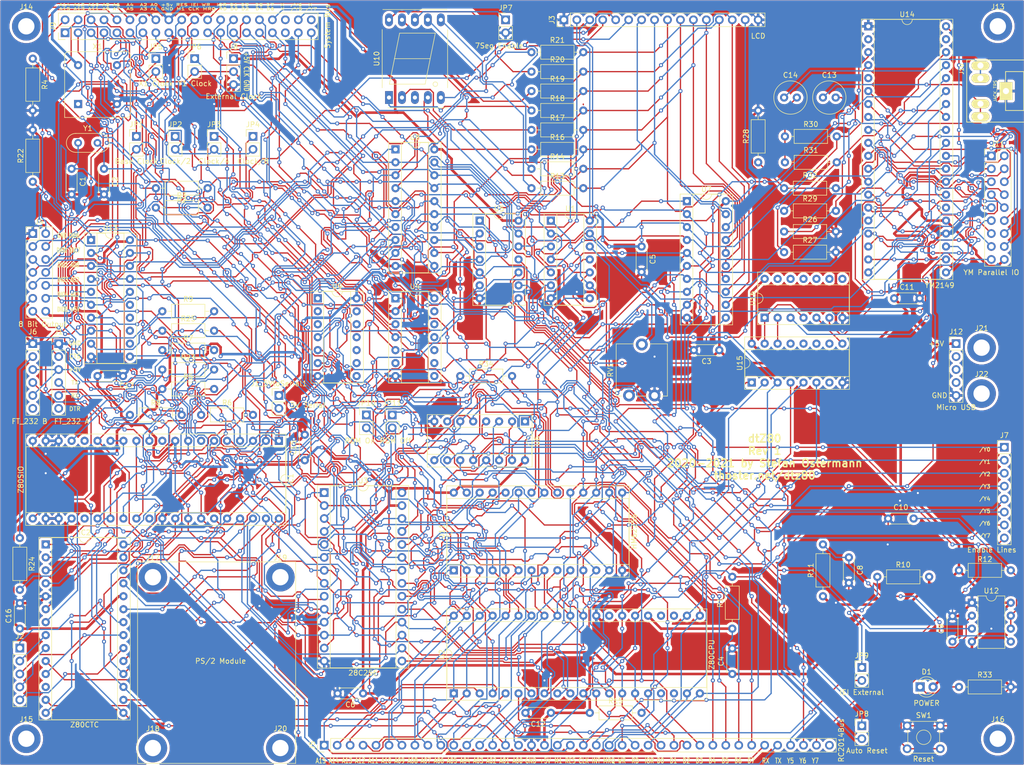
<source format=kicad_pcb>
(kicad_pcb (version 20171130) (host pcbnew 5.1.9+dfsg1-1)
  (layers (0 F.Cu signal hide) (31 B.Cu signal hide) (34 B.Paste user) (35 F.Paste user) (36 B.SilkS user) (37 F.SilkS user) (38 B.Mask user) (39 F.Mask user) (44 Edge.Cuts user))
  (net 0 "")
  (net 1 GND)
  (net 2 "Net-(C1-Pad1)")
  (net 3 "Net-(C2-Pad1)")
  (net 4 +5V)
  (net 5 "Net-(C8-Pad1)")
  (net 6 "Net-(C9-Pad1)")
  (net 7 "Net-(C10-Pad2)")
  (net 8 /D0)
  (net 9 /CLK)
  (net 10 /D2)
  (net 11 /D4)
  (net 12 /D6)
  (net 13 /RTS)
  (net 14 /~IORQ~)
  (net 15 /~Y2~)
  (net 16 /TXA)
  (net 17 /A0)
  (net 18 /UART_CLK)
  (net 19 /A1)
  (net 20 /~RD~)
  (net 21 /RXA)
  (net 22 "Net-(IC1-Pad11)")
  (net 23 "Net-(IC1-Pad29)")
  (net 24 "Net-(IC1-Pad28)")
  (net 25 /~M1~)
  (net 26 "Net-(IC1-Pad26)")
  (net 27 /SIO_IEI)
  (net 28 /~INT~)
  (net 29 "Net-(IC1-Pad24)")
  (net 30 /D7)
  (net 31 /D5)
  (net 32 /D3)
  (net 33 /~RESET~)
  (net 34 /D1)
  (net 35 /CLK_BASE)
  (net 36 "Net-(IC2-Pad9)")
  (net 37 "Net-(IC2-Pad22)")
  (net 38 "Net-(IC2-Pad8)")
  (net 39 "Net-(IC2-Pad21)")
  (net 40 "Net-(IC2-Pad20)")
  (net 41 /~Y3~)
  (net 42 "Net-(J1-Pad5)")
  (net 43 "Net-(J1-Pad4)")
  (net 44 "Net-(J1-Pad3)")
  (net 45 "Net-(J1-Pad2)")
  (net 46 /AO2)
  (net 47 /AO1)
  (net 48 /AO0)
  (net 49 /~WR~)
  (net 50 /~MREQ~)
  (net 51 /A2)
  (net 52 /A3)
  (net 53 /A4)
  (net 54 /A5)
  (net 55 /A6)
  (net 56 /A7)
  (net 57 /A8)
  (net 58 /A9)
  (net 59 /A10)
  (net 60 /A11)
  (net 61 /A12)
  (net 62 /A13)
  (net 63 /A14)
  (net 64 /A15)
  (net 65 "Net-(J6-Pad4)")
  (net 66 "Net-(J6-Pad2)")
  (net 67 /~Y7~)
  (net 68 /~Y6~)
  (net 69 /~Y5~)
  (net 70 /~Y4~)
  (net 71 /~Y1~)
  (net 72 /~Y0~)
  (net 73 /DIV2)
  (net 74 /DIV4)
  (net 75 /DIV8)
  (net 76 "Net-(JP5-Pad1)")
  (net 77 "Net-(JP6-Pad1)")
  (net 78 "Net-(JP7-Pad1)")
  (net 79 "Net-(R2-Pad1)")
  (net 80 "Net-(R4-Pad1)")
  (net 81 "Net-(R13-Pad1)")
  (net 82 "Net-(R14-Pad1)")
  (net 83 "Net-(R16-Pad1)")
  (net 84 "Net-(R17-Pad1)")
  (net 85 "Net-(R18-Pad1)")
  (net 86 "Net-(R19-Pad1)")
  (net 87 "Net-(R20-Pad1)")
  (net 88 "Net-(R21-Pad1)")
  (net 89 "Net-(R22-Pad1)")
  (net 90 "Net-(U1-Pad6)")
  (net 91 "Net-(U1-Pad11)")
  (net 92 "Net-(U1-Pad3)")
  (net 93 "Net-(U11-Pad20)")
  (net 94 "Net-(U12-Pad3)")
  (net 95 /Y0_WR)
  (net 96 "Net-(C13-Pad2)")
  (net 97 "Net-(C13-Pad1)")
  (net 98 "Net-(C14-Pad2)")
  (net 99 "Net-(C14-Pad1)")
  (net 100 "Net-(D1-Pad1)")
  (net 101 /IEI)
  (net 102 /IOA7)
  (net 103 /IOB7)
  (net 104 /IOA6)
  (net 105 /IOB6)
  (net 106 /IOA5)
  (net 107 /IOB5)
  (net 108 /IOA4)
  (net 109 /IOB4)
  (net 110 /IOA3)
  (net 111 /IOB3)
  (net 112 /IOA2)
  (net 113 /IOB2)
  (net 114 /IOA1)
  (net 115 /IOB1)
  (net 116 /IOA0)
  (net 117 /IOB0)
  (net 118 "Net-(JP8-Pad1)")
  (net 119 "Net-(JP9-Pad1)")
  (net 120 "Net-(R26-Pad1)")
  (net 121 "Net-(R27-Pad1)")
  (net 122 "Net-(R28-Pad1)")
  (net 123 "Net-(U1-Pad8)")
  (net 124 /BC1)
  (net 125 /BDIR)
  (net 126 "Net-(U15-Pad15)")
  (net 127 "Net-(U15-Pad14)")
  (net 128 "Net-(U15-Pad9)")
  (net 129 /DIO7)
  (net 130 /DIO6)
  (net 131 /DIO5)
  (net 132 /DIO4)
  (net 133 /DIO3)
  (net 134 /DIO2)
  (net 135 /DIO1)
  (net 136 /DIO0)
  (net 137 /V0)
  (net 138 "Net-(U5-Pad13)")
  (net 139 "Net-(U5-Pad12)")
  (net 140 /AO3)
  (net 141 "Net-(IC1-Pad16)")
  (net 142 "Net-(IC1-Pad30)")
  (net 143 "Net-(IC1-Pad10)")
  (net 144 "Net-(IC1-Pad7)")
  (net 145 "Net-(IC1-Pad25)")
  (net 146 "Net-(IC2-Pad12)")
  (net 147 "Net-(J1-Pad6)")
  (net 148 "Net-(J5-Pad40)")
  (net 149 "Net-(J6-Pad6)")
  (net 150 "Net-(J9-Pad40)")
  (net 151 "Net-(J9-Pad36)")
  (net 152 "Net-(J9-Pad35)")
  (net 153 "Net-(J12-Pad4)")
  (net 154 "Net-(J12-Pad3)")
  (net 155 "Net-(J12-Pad2)")
  (net 156 "Net-(J13-Pad1)")
  (net 157 "Net-(J14-Pad1)")
  (net 158 "Net-(J15-Pad1)")
  (net 159 "Net-(J16-Pad1)")
  (net 160 "Net-(J17-Pad1)")
  (net 161 "Net-(J18-Pad1)")
  (net 162 "Net-(J19-Pad1)")
  (net 163 "Net-(J20-Pad1)")
  (net 164 "Net-(J21-Pad1)")
  (net 165 "Net-(J22-Pad1)")
  (net 166 "Net-(U2-Pad18)")
  (net 167 "Net-(U2-Pad17)")
  (net 168 "Net-(U2-Pad28)")
  (net 169 "Net-(U2-Pad24)")
  (net 170 "Net-(U2-Pad23)")
  (net 171 "Net-(U4-Pad6)")
  (net 172 "Net-(U10-Pad3)")
  (net 173 "Net-(U13-Pad15)")
  (net 174 "Net-(U13-Pad14)")
  (net 175 "Net-(U13-Pad13)")
  (net 176 "Net-(U13-Pad12)")
  (net 177 "Net-(U14-Pad39)")
  (net 178 "Net-(U14-Pad26)")
  (net 179 "Net-(U14-Pad5)")
  (net 180 "Net-(U14-Pad2)")
  (net 181 "Net-(U15-Pad7)")
  (net 182 "Net-(U15-Pad13)")
  (net 183 "Net-(U15-Pad12)")
  (net 184 "Net-(U15-Pad11)")
  (net 185 "Net-(U15-Pad10)")
  (net 186 "Net-(X1-Pad1)")
  (net 187 "Net-(JP10-Pad2)")
  (net 188 "Net-(JP11-Pad1)")
  (module Connector_PinHeader_2.54mm:PinHeader_1x02_P2.54mm_Vertical (layer F.Cu) (at 109.855 106.68)
    (fp_text reference JP10 (at 0 -2.33) (layer F.SilkS))
    (fp_text value "ROM On" (at -1.27 5.08) (layer F.SilkS))
    (pad 2 thru_hole oval (at 0 2.54) (size 1.7 1.7) (drill 1) (layers *.Cu *.Mask) (net 187 "Net-(JP10-Pad2)"))
    (pad 1 thru_hole rect (at 0 0) (size 1.7 1.7) (drill 1) (layers *.Cu *.Mask) (net 64 /A15))
  )
  (module Resistor_THT:R_Axial_DIN0207_L6.3mm_D2.5mm_P10.16mm_Horizontal (layer F.Cu) (at 128.27 99.06)
    (fp_text reference R34 (at 5.08 -2.37) (layer F.SilkS))
    (fp_text value 10k)
    (pad 2 thru_hole oval (at 10.16 0) (size 1.6 1.6) (drill 0.8) (layers *.Cu *.Mask) (net 4 +5V))
    (pad 1 thru_hole circle (at 0 0) (size 1.6 1.6) (drill 0.8) (layers *.Cu *.Mask) (net 188 "Net-(JP11-Pad1)"))
  )
  (module Connector_PinHeader_2.54mm:PinHeader_1x02_P2.54mm_Vertical (layer F.Cu) (at 114.935 106.68)
    (fp_text reference JP11 (at 0 -2.33) (layer F.SilkS))
    (fp_text value "ROM Off" (at 0.635 5.08) (layer F.SilkS))
    (pad 2 thru_hole oval (at 0 2.54) (size 1.7 1.7) (drill 1) (layers *.Cu *.Mask) (net 187 "Net-(JP10-Pad2)"))
    (pad 1 thru_hole rect (at 0 0) (size 1.7 1.7) (drill 1) (layers *.Cu *.Mask) (net 188 "Net-(JP11-Pad1)"))
  )
  (module dtz80:DIP-28_W15.24mm_Socket_Large_Holes (layer F.Cu) (at 101.6 121.92)
    (fp_text reference U3 (at 7.62 -2.33) (layer F.SilkS))
    (fp_text value 28C256 (at 7.62 35.35) (layer F.SilkS))
    (pad 28 thru_hole oval (at 15.24 0) (size 1.7 1.7) (drill 1) (layers *.Cu *.Mask) (net 4 +5V))
    (pad 14 thru_hole oval (at 0 33.02) (size 1.7 1.7) (drill 1) (layers *.Cu *.Mask) (net 1 GND))
    (pad 27 thru_hole oval (at 15.24 2.54) (size 1.7 1.7) (drill 1) (layers *.Cu *.Mask) (net 4 +5V))
    (pad 13 thru_hole oval (at 0 30.48) (size 1.7 1.7) (drill 1) (layers *.Cu *.Mask) (net 10 /D2))
    (pad 26 thru_hole oval (at 15.24 5.08) (size 1.7 1.7) (drill 1) (layers *.Cu *.Mask) (net 62 /A13))
    (pad 12 thru_hole oval (at 0 27.94) (size 1.7 1.7) (drill 1) (layers *.Cu *.Mask) (net 34 /D1))
    (pad 25 thru_hole oval (at 15.24 7.62) (size 1.7 1.7) (drill 1) (layers *.Cu *.Mask) (net 57 /A8))
    (pad 11 thru_hole oval (at 0 25.4) (size 1.7 1.7) (drill 1) (layers *.Cu *.Mask) (net 8 /D0))
    (pad 24 thru_hole oval (at 15.24 10.16) (size 1.7 1.7) (drill 1) (layers *.Cu *.Mask) (net 58 /A9))
    (pad 10 thru_hole oval (at 0 22.86) (size 1.7 1.7) (drill 1) (layers *.Cu *.Mask) (net 17 /A0))
    (pad 23 thru_hole oval (at 15.24 12.7) (size 1.7 1.7) (drill 1) (layers *.Cu *.Mask) (net 60 /A11))
    (pad 9 thru_hole oval (at 0 20.32) (size 1.7 1.7) (drill 1) (layers *.Cu *.Mask) (net 19 /A1))
    (pad 22 thru_hole oval (at 15.24 15.24) (size 1.7 1.7) (drill 1) (layers *.Cu *.Mask) (net 123 "Net-(U1-Pad8)"))
    (pad 8 thru_hole oval (at 0 17.78) (size 1.7 1.7) (drill 1) (layers *.Cu *.Mask) (net 51 /A2))
    (pad 21 thru_hole oval (at 15.24 17.78) (size 1.7 1.7) (drill 1) (layers *.Cu *.Mask) (net 59 /A10))
    (pad 7 thru_hole oval (at 0 15.24) (size 1.7 1.7) (drill 1) (layers *.Cu *.Mask) (net 52 /A3))
    (pad 20 thru_hole oval (at 15.24 20.32) (size 1.7 1.7) (drill 1) (layers *.Cu *.Mask) (net 187 "Net-(JP10-Pad2)"))
    (pad 6 thru_hole oval (at 0 12.7) (size 1.7 1.7) (drill 1) (layers *.Cu *.Mask) (net 53 /A4))
    (pad 19 thru_hole oval (at 15.24 22.86) (size 1.7 1.7) (drill 1) (layers *.Cu *.Mask) (net 30 /D7))
    (pad 5 thru_hole oval (at 0 10.16) (size 1.7 1.7) (drill 1) (layers *.Cu *.Mask) (net 54 /A5))
    (pad 18 thru_hole oval (at 15.24 25.4) (size 1.7 1.7) (drill 1) (layers *.Cu *.Mask) (net 12 /D6))
    (pad 4 thru_hole oval (at 0 7.62) (size 1.7 1.7) (drill 1) (layers *.Cu *.Mask) (net 55 /A6))
    (pad 17 thru_hole oval (at 15.24 27.94) (size 1.7 1.7) (drill 1) (layers *.Cu *.Mask) (net 31 /D5))
    (pad 3 thru_hole oval (at 0 5.08) (size 1.7 1.7) (drill 1) (layers *.Cu *.Mask) (net 56 /A7))
    (pad 16 thru_hole oval (at 15.24 30.48) (size 1.7 1.7) (drill 1) (layers *.Cu *.Mask) (net 11 /D4))
    (pad 2 thru_hole oval (at 0 2.54) (size 1.7 1.7) (drill 1) (layers *.Cu *.Mask) (net 61 /A12))
    (pad 15 thru_hole oval (at 15.24 33.02) (size 1.7 1.7) (drill 1) (layers *.Cu *.Mask) (net 32 /D3))
    (pad 1 thru_hole rect (at 0 0) (size 1.7 1.7) (drill 1) (layers *.Cu *.Mask) (net 63 /A14))
  )
  (module Package_DIP:DIP-20_W7.62mm_Socket (layer F.Cu) (at 115.57 54.61)
    (fp_text reference U8 (at 3.81 -2.33) (layer F.SilkS))
    (fp_text value 74HC245)
    (pad 20 thru_hole oval (at 7.62 0) (size 1.6 1.6) (drill 0.8) (layers *.Cu *.Mask) (net 4 +5V))
    (pad 10 thru_hole oval (at 0 22.86) (size 1.6 1.6) (drill 0.8) (layers *.Cu *.Mask) (net 1 GND))
    (pad 19 thru_hole oval (at 7.62 2.54) (size 1.6 1.6) (drill 0.8) (layers *.Cu *.Mask) (net 138 "Net-(U5-Pad13)"))
    (pad 9 thru_hole oval (at 0 20.32) (size 1.6 1.6) (drill 0.8) (layers *.Cu *.Mask) (net 30 /D7))
    (pad 18 thru_hole oval (at 7.62 5.08) (size 1.6 1.6) (drill 0.8) (layers *.Cu *.Mask) (net 136 /DIO0))
    (pad 8 thru_hole oval (at 0 17.78) (size 1.6 1.6) (drill 0.8) (layers *.Cu *.Mask) (net 12 /D6))
    (pad 17 thru_hole oval (at 7.62 7.62) (size 1.6 1.6) (drill 0.8) (layers *.Cu *.Mask) (net 135 /DIO1))
    (pad 7 thru_hole oval (at 0 15.24) (size 1.6 1.6) (drill 0.8) (layers *.Cu *.Mask) (net 31 /D5))
    (pad 16 thru_hole oval (at 7.62 10.16) (size 1.6 1.6) (drill 0.8) (layers *.Cu *.Mask) (net 134 /DIO2))
    (pad 6 thru_hole oval (at 0 12.7) (size 1.6 1.6) (drill 0.8) (layers *.Cu *.Mask) (net 11 /D4))
    (pad 15 thru_hole oval (at 7.62 12.7) (size 1.6 1.6) (drill 0.8) (layers *.Cu *.Mask) (net 133 /DIO3))
    (pad 5 thru_hole oval (at 0 10.16) (size 1.6 1.6) (drill 0.8) (layers *.Cu *.Mask) (net 32 /D3))
    (pad 14 thru_hole oval (at 7.62 15.24) (size 1.6 1.6) (drill 0.8) (layers *.Cu *.Mask) (net 132 /DIO4))
    (pad 4 thru_hole oval (at 0 7.62) (size 1.6 1.6) (drill 0.8) (layers *.Cu *.Mask) (net 10 /D2))
    (pad 13 thru_hole oval (at 7.62 17.78) (size 1.6 1.6) (drill 0.8) (layers *.Cu *.Mask) (net 131 /DIO5))
    (pad 3 thru_hole oval (at 0 5.08) (size 1.6 1.6) (drill 0.8) (layers *.Cu *.Mask) (net 34 /D1))
    (pad 12 thru_hole oval (at 7.62 20.32) (size 1.6 1.6) (drill 0.8) (layers *.Cu *.Mask) (net 130 /DIO6))
    (pad 2 thru_hole oval (at 0 2.54) (size 1.6 1.6) (drill 0.8) (layers *.Cu *.Mask) (net 8 /D0))
    (pad 11 thru_hole oval (at 7.62 22.86) (size 1.6 1.6) (drill 0.8) (layers *.Cu *.Mask) (net 129 /DIO7))
    (pad 1 thru_hole rect (at 0 0) (size 1.6 1.6) (drill 0.8) (layers *.Cu *.Mask) (net 80 "Net-(R4-Pad1)"))
  )
  (module dtz80:7SegmentLED_LTS6760_LTS6780 (layer F.Cu) (at 114.3 44.45 90)
    (fp_text reference U10 (at 7.62 -2.42 90) (layer F.SilkS))
    (fp_text value 5161AS)
    (pad 1 thru_hole rect (at 0 0) (size 1.524 2.524) (drill 0.8) (layers *.Cu *.Mask) (net 85 "Net-(R18-Pad1)"))
    (pad 2 thru_hole oval (at 0 2.54) (size 1.524 2.524) (drill 0.8) (layers *.Cu *.Mask) (net 84 "Net-(R17-Pad1)"))
    (pad 3 thru_hole oval (at 0 5.08) (size 1.524 2.524) (drill 0.8) (layers *.Cu *.Mask) (net 172 "Net-(U10-Pad3)"))
    (pad 4 thru_hole oval (at 0 7.62) (size 1.524 2.524) (drill 0.8) (layers *.Cu *.Mask) (net 83 "Net-(R16-Pad1)"))
    (pad 5 thru_hole oval (at 0 10.16) (size 1.524 2.524) (drill 0.8) (layers *.Cu *.Mask) (net 88 "Net-(R21-Pad1)"))
    (pad 6 thru_hole oval (at 15.24 10.16) (size 1.524 2.524) (drill 0.8) (layers *.Cu *.Mask) (net 82 "Net-(R14-Pad1)"))
    (pad 7 thru_hole oval (at 15.24 7.62) (size 1.524 2.524) (drill 0.8) (layers *.Cu *.Mask) (net 81 "Net-(R13-Pad1)"))
    (pad 8 thru_hole oval (at 15.24 5.08) (size 1.524 2.524) (drill 0.8) (layers *.Cu *.Mask) (net 78 "Net-(JP7-Pad1)"))
    (pad 9 thru_hole oval (at 15.24 2.54) (size 1.524 2.524) (drill 0.8) (layers *.Cu *.Mask) (net 86 "Net-(R19-Pad1)"))
    (pad 10 thru_hole oval (at 15.24 0) (size 1.524 2.524) (drill 0.8) (layers *.Cu *.Mask) (net 87 "Net-(R20-Pad1)"))
  )
  (module MountingHole:MountingHole_3.2mm_M3_DIN965_Pad (layer F.Cu) (at 230.5 102.5)
    (fp_text reference J22 (at 0 -3.8) (layer F.SilkS))
    (fp_text value Conn_01x01)
    (pad 1 thru_hole circle (at 0 0) (size 5.6 5.6) (drill 3.2) (layers *.Cu *.Mask) (net 165 "Net-(J22-Pad1)"))
  )
  (module MountingHole:MountingHole_3.2mm_M3_DIN965_Pad (layer F.Cu) (at 230.5 93.5)
    (fp_text reference J21 (at 0 -3.8) (layer F.SilkS))
    (fp_text value Conn_01x01)
    (pad 1 thru_hole circle (at 0 0) (size 5.6 5.6) (drill 3.2) (layers *.Cu *.Mask) (net 164 "Net-(J21-Pad1)"))
  )
  (module Package_DIP:DIP-40_W15.24mm_Socket (layer F.Cu) (at 92.71 111.76 270)
    (fp_text reference IC1 (at 7.62 -2.33 90) (layer F.SilkS))
    (fp_text value Z80SIO (at 7.62 50.59 90) (layer F.SilkS))
    (pad 40 thru_hole oval (at 15.24 0 270) (size 1.6 1.6) (drill 0.8) (layers *.Cu *.Mask) (net 8 /D0))
    (pad 20 thru_hole oval (at 0 48.26 270) (size 1.6 1.6) (drill 0.8) (layers *.Cu *.Mask) (net 9 /CLK))
    (pad 39 thru_hole oval (at 15.24 2.54 270) (size 1.6 1.6) (drill 0.8) (layers *.Cu *.Mask) (net 10 /D2))
    (pad 19 thru_hole oval (at 0 45.72 270) (size 1.6 1.6) (drill 0.8) (layers *.Cu *.Mask) (net 1 GND))
    (pad 38 thru_hole oval (at 15.24 5.08 270) (size 1.6 1.6) (drill 0.8) (layers *.Cu *.Mask) (net 11 /D4))
    (pad 18 thru_hole oval (at 0 43.18 270) (size 1.6 1.6) (drill 0.8) (layers *.Cu *.Mask) (net 1 GND))
    (pad 37 thru_hole oval (at 15.24 7.62 270) (size 1.6 1.6) (drill 0.8) (layers *.Cu *.Mask) (net 12 /D6))
    (pad 17 thru_hole oval (at 0 40.64 270) (size 1.6 1.6) (drill 0.8) (layers *.Cu *.Mask) (net 13 /RTS))
    (pad 36 thru_hole oval (at 15.24 10.16 270) (size 1.6 1.6) (drill 0.8) (layers *.Cu *.Mask) (net 14 /~IORQ~))
    (pad 16 thru_hole oval (at 0 38.1 270) (size 1.6 1.6) (drill 0.8) (layers *.Cu *.Mask) (net 141 "Net-(IC1-Pad16)"))
    (pad 35 thru_hole oval (at 15.24 12.7 270) (size 1.6 1.6) (drill 0.8) (layers *.Cu *.Mask) (net 15 /~Y2~))
    (pad 15 thru_hole oval (at 0 35.56 270) (size 1.6 1.6) (drill 0.8) (layers *.Cu *.Mask) (net 16 /TXA))
    (pad 34 thru_hole oval (at 15.24 15.24 270) (size 1.6 1.6) (drill 0.8) (layers *.Cu *.Mask) (net 17 /A0))
    (pad 14 thru_hole oval (at 0 33.02 270) (size 1.6 1.6) (drill 0.8) (layers *.Cu *.Mask) (net 18 /UART_CLK))
    (pad 33 thru_hole oval (at 15.24 17.78 270) (size 1.6 1.6) (drill 0.8) (layers *.Cu *.Mask) (net 19 /A1))
    (pad 13 thru_hole oval (at 0 30.48 270) (size 1.6 1.6) (drill 0.8) (layers *.Cu *.Mask) (net 18 /UART_CLK))
    (pad 32 thru_hole oval (at 15.24 20.32 270) (size 1.6 1.6) (drill 0.8) (layers *.Cu *.Mask) (net 20 /~RD~))
    (pad 12 thru_hole oval (at 0 27.94 270) (size 1.6 1.6) (drill 0.8) (layers *.Cu *.Mask) (net 21 /RXA))
    (pad 31 thru_hole oval (at 15.24 22.86 270) (size 1.6 1.6) (drill 0.8) (layers *.Cu *.Mask) (net 1 GND))
    (pad 11 thru_hole oval (at 0 25.4 270) (size 1.6 1.6) (drill 0.8) (layers *.Cu *.Mask) (net 22 "Net-(IC1-Pad11)"))
    (pad 30 thru_hole oval (at 15.24 25.4 270) (size 1.6 1.6) (drill 0.8) (layers *.Cu *.Mask) (net 142 "Net-(IC1-Pad30)"))
    (pad 10 thru_hole oval (at 0 22.86 270) (size 1.6 1.6) (drill 0.8) (layers *.Cu *.Mask) (net 143 "Net-(IC1-Pad10)"))
    (pad 29 thru_hole oval (at 15.24 27.94 270) (size 1.6 1.6) (drill 0.8) (layers *.Cu *.Mask) (net 23 "Net-(IC1-Pad29)"))
    (pad 9 thru_hole oval (at 0 20.32 270) (size 1.6 1.6) (drill 0.8) (layers *.Cu *.Mask) (net 4 +5V))
    (pad 28 thru_hole oval (at 15.24 30.48 270) (size 1.6 1.6) (drill 0.8) (layers *.Cu *.Mask) (net 24 "Net-(IC1-Pad28)"))
    (pad 8 thru_hole oval (at 0 17.78 270) (size 1.6 1.6) (drill 0.8) (layers *.Cu *.Mask) (net 25 /~M1~))
    (pad 27 thru_hole oval (at 15.24 33.02 270) (size 1.6 1.6) (drill 0.8) (layers *.Cu *.Mask) (net 18 /UART_CLK))
    (pad 7 thru_hole oval (at 0 15.24 270) (size 1.6 1.6) (drill 0.8) (layers *.Cu *.Mask) (net 144 "Net-(IC1-Pad7)"))
    (pad 26 thru_hole oval (at 15.24 35.56 270) (size 1.6 1.6) (drill 0.8) (layers *.Cu *.Mask) (net 26 "Net-(IC1-Pad26)"))
    (pad 6 thru_hole oval (at 0 12.7 270) (size 1.6 1.6) (drill 0.8) (layers *.Cu *.Mask) (net 27 /SIO_IEI))
    (pad 25 thru_hole oval (at 15.24 38.1 270) (size 1.6 1.6) (drill 0.8) (layers *.Cu *.Mask) (net 145 "Net-(IC1-Pad25)"))
    (pad 5 thru_hole oval (at 0 10.16 270) (size 1.6 1.6) (drill 0.8) (layers *.Cu *.Mask) (net 28 /~INT~))
    (pad 24 thru_hole oval (at 15.24 40.64 270) (size 1.6 1.6) (drill 0.8) (layers *.Cu *.Mask) (net 29 "Net-(IC1-Pad24)"))
    (pad 4 thru_hole oval (at 0 7.62 270) (size 1.6 1.6) (drill 0.8) (layers *.Cu *.Mask) (net 30 /D7))
    (pad 23 thru_hole oval (at 15.24 43.18 270) (size 1.6 1.6) (drill 0.8) (layers *.Cu *.Mask) (net 1 GND))
    (pad 3 thru_hole oval (at 0 5.08 270) (size 1.6 1.6) (drill 0.8) (layers *.Cu *.Mask) (net 31 /D5))
    (pad 22 thru_hole oval (at 15.24 45.72 270) (size 1.6 1.6) (drill 0.8) (layers *.Cu *.Mask) (net 1 GND))
    (pad 2 thru_hole oval (at 0 2.54 270) (size 1.6 1.6) (drill 0.8) (layers *.Cu *.Mask) (net 32 /D3))
    (pad 21 thru_hole oval (at 15.24 48.26 270) (size 1.6 1.6) (drill 0.8) (layers *.Cu *.Mask) (net 33 /~RESET~))
    (pad 1 thru_hole rect (at 0 0 270) (size 1.6 1.6) (drill 0.8) (layers *.Cu *.Mask) (net 34 /D1))
  )
  (module MountingHole:MountingHole_3.2mm_M3_DIN965_Pad (layer F.Cu) (at 93 172)
    (fp_text reference J20 (at 0 -3.8) (layer F.SilkS))
    (fp_text value Conn_01x01)
    (pad 1 thru_hole circle (at 0 0) (size 5.6 5.6) (drill 3.2) (layers *.Cu *.Mask) (net 163 "Net-(J20-Pad1)"))
  )
  (module MountingHole:MountingHole_3.2mm_M3_DIN965_Pad (layer F.Cu) (at 93 138.5)
    (fp_text reference J19 (at 0 -3.8) (layer F.SilkS))
    (fp_text value Conn_01x01)
    (pad 1 thru_hole circle (at 0 0) (size 5.6 5.6) (drill 3.2) (layers *.Cu *.Mask) (net 162 "Net-(J19-Pad1)"))
  )
  (module MountingHole:MountingHole_3.2mm_M3_DIN965_Pad (layer F.Cu) (at 68 172)
    (fp_text reference J18 (at 0 -3.8) (layer F.SilkS))
    (fp_text value Conn_01x01)
    (pad 1 thru_hole circle (at 0 0) (size 5.6 5.6) (drill 3.2) (layers *.Cu *.Mask) (net 161 "Net-(J18-Pad1)"))
  )
  (module MountingHole:MountingHole_3.2mm_M3_DIN965_Pad (layer F.Cu) (at 68 138.5)
    (fp_text reference J17 (at 0 -3.8) (layer F.SilkS))
    (fp_text value Conn_01x01)
    (pad 1 thru_hole circle (at 0 0) (size 5.6 5.6) (drill 3.2) (layers *.Cu *.Mask) (net 160 "Net-(J17-Pad1)"))
  )
  (module Package_DIP:DIP-28_W15.24mm_Socket (layer F.Cu) (at 127 137.16 90)
    (fp_text reference U11 (at 7.62 -2.33 90) (layer F.SilkS))
    (fp_text value HM62256 (at 7.62 35.35 90) (layer F.SilkS))
    (pad 28 thru_hole oval (at 15.24 0 90) (size 1.6 1.6) (drill 0.8) (layers *.Cu *.Mask) (net 4 +5V))
    (pad 14 thru_hole oval (at 0 33.02 90) (size 1.6 1.6) (drill 0.8) (layers *.Cu *.Mask) (net 1 GND))
    (pad 27 thru_hole oval (at 15.24 2.54 90) (size 1.6 1.6) (drill 0.8) (layers *.Cu *.Mask) (net 90 "Net-(U1-Pad6)"))
    (pad 13 thru_hole oval (at 0 30.48 90) (size 1.6 1.6) (drill 0.8) (layers *.Cu *.Mask) (net 10 /D2))
    (pad 26 thru_hole oval (at 15.24 5.08 90) (size 1.6 1.6) (drill 0.8) (layers *.Cu *.Mask) (net 62 /A13))
    (pad 12 thru_hole oval (at 0 27.94 90) (size 1.6 1.6) (drill 0.8) (layers *.Cu *.Mask) (net 34 /D1))
    (pad 25 thru_hole oval (at 15.24 7.62 90) (size 1.6 1.6) (drill 0.8) (layers *.Cu *.Mask) (net 57 /A8))
    (pad 11 thru_hole oval (at 0 25.4 90) (size 1.6 1.6) (drill 0.8) (layers *.Cu *.Mask) (net 8 /D0))
    (pad 24 thru_hole oval (at 15.24 10.16 90) (size 1.6 1.6) (drill 0.8) (layers *.Cu *.Mask) (net 58 /A9))
    (pad 10 thru_hole oval (at 0 22.86 90) (size 1.6 1.6) (drill 0.8) (layers *.Cu *.Mask) (net 17 /A0))
    (pad 23 thru_hole oval (at 15.24 12.7 90) (size 1.6 1.6) (drill 0.8) (layers *.Cu *.Mask) (net 60 /A11))
    (pad 9 thru_hole oval (at 0 20.32 90) (size 1.6 1.6) (drill 0.8) (layers *.Cu *.Mask) (net 19 /A1))
    (pad 22 thru_hole oval (at 15.24 15.24 90) (size 1.6 1.6) (drill 0.8) (layers *.Cu *.Mask) (net 92 "Net-(U1-Pad3)"))
    (pad 8 thru_hole oval (at 0 17.78 90) (size 1.6 1.6) (drill 0.8) (layers *.Cu *.Mask) (net 51 /A2))
    (pad 21 thru_hole oval (at 15.24 17.78 90) (size 1.6 1.6) (drill 0.8) (layers *.Cu *.Mask) (net 59 /A10))
    (pad 7 thru_hole oval (at 0 15.24 90) (size 1.6 1.6) (drill 0.8) (layers *.Cu *.Mask) (net 52 /A3))
    (pad 20 thru_hole oval (at 15.24 20.32 90) (size 1.6 1.6) (drill 0.8) (layers *.Cu *.Mask) (net 93 "Net-(U11-Pad20)"))
    (pad 6 thru_hole oval (at 0 12.7 90) (size 1.6 1.6) (drill 0.8) (layers *.Cu *.Mask) (net 53 /A4))
    (pad 19 thru_hole oval (at 15.24 22.86 90) (size 1.6 1.6) (drill 0.8) (layers *.Cu *.Mask) (net 30 /D7))
    (pad 5 thru_hole oval (at 0 10.16 90) (size 1.6 1.6) (drill 0.8) (layers *.Cu *.Mask) (net 54 /A5))
    (pad 18 thru_hole oval (at 15.24 25.4 90) (size 1.6 1.6) (drill 0.8) (layers *.Cu *.Mask) (net 12 /D6))
    (pad 4 thru_hole oval (at 0 7.62 90) (size 1.6 1.6) (drill 0.8) (layers *.Cu *.Mask) (net 55 /A6))
    (pad 17 thru_hole oval (at 15.24 27.94 90) (size 1.6 1.6) (drill 0.8) (layers *.Cu *.Mask) (net 31 /D5))
    (pad 3 thru_hole oval (at 0 5.08 90) (size 1.6 1.6) (drill 0.8) (layers *.Cu *.Mask) (net 56 /A7))
    (pad 16 thru_hole oval (at 15.24 30.48 90) (size 1.6 1.6) (drill 0.8) (layers *.Cu *.Mask) (net 11 /D4))
    (pad 2 thru_hole oval (at 0 2.54 90) (size 1.6 1.6) (drill 0.8) (layers *.Cu *.Mask) (net 61 /A12))
    (pad 15 thru_hole oval (at 15.24 33.02 90) (size 1.6 1.6) (drill 0.8) (layers *.Cu *.Mask) (net 32 /D3))
    (pad 1 thru_hole rect (at 0 0 90) (size 1.6 1.6) (drill 0.8) (layers *.Cu *.Mask) (net 63 /A14))
  )
  (module Package_DIP:DIP-40_W15.24mm_Socket (layer F.Cu) (at 127 161.29 90)
    (fp_text reference U2 (at 7.62 -2.33 90) (layer F.SilkS))
    (fp_text value Z80CPU (at 7.62 50.59 90) (layer F.SilkS))
    (pad 40 thru_hole oval (at 15.24 0 90) (size 1.6 1.6) (drill 0.8) (layers *.Cu *.Mask) (net 59 /A10))
    (pad 20 thru_hole oval (at 0 48.26 90) (size 1.6 1.6) (drill 0.8) (layers *.Cu *.Mask) (net 14 /~IORQ~))
    (pad 39 thru_hole oval (at 15.24 2.54 90) (size 1.6 1.6) (drill 0.8) (layers *.Cu *.Mask) (net 58 /A9))
    (pad 19 thru_hole oval (at 0 45.72 90) (size 1.6 1.6) (drill 0.8) (layers *.Cu *.Mask) (net 50 /~MREQ~))
    (pad 38 thru_hole oval (at 15.24 5.08 90) (size 1.6 1.6) (drill 0.8) (layers *.Cu *.Mask) (net 57 /A8))
    (pad 18 thru_hole oval (at 0 43.18 90) (size 1.6 1.6) (drill 0.8) (layers *.Cu *.Mask) (net 166 "Net-(U2-Pad18)"))
    (pad 37 thru_hole oval (at 15.24 7.62 90) (size 1.6 1.6) (drill 0.8) (layers *.Cu *.Mask) (net 56 /A7))
    (pad 17 thru_hole oval (at 0 40.64 90) (size 1.6 1.6) (drill 0.8) (layers *.Cu *.Mask) (net 167 "Net-(U2-Pad17)"))
    (pad 36 thru_hole oval (at 15.24 10.16 90) (size 1.6 1.6) (drill 0.8) (layers *.Cu *.Mask) (net 55 /A6))
    (pad 16 thru_hole oval (at 0 38.1 90) (size 1.6 1.6) (drill 0.8) (layers *.Cu *.Mask) (net 28 /~INT~))
    (pad 35 thru_hole oval (at 15.24 12.7 90) (size 1.6 1.6) (drill 0.8) (layers *.Cu *.Mask) (net 54 /A5))
    (pad 15 thru_hole oval (at 0 35.56 90) (size 1.6 1.6) (drill 0.8) (layers *.Cu *.Mask) (net 34 /D1))
    (pad 34 thru_hole oval (at 15.24 15.24 90) (size 1.6 1.6) (drill 0.8) (layers *.Cu *.Mask) (net 53 /A4))
    (pad 14 thru_hole oval (at 0 33.02 90) (size 1.6 1.6) (drill 0.8) (layers *.Cu *.Mask) (net 8 /D0))
    (pad 33 thru_hole oval (at 15.24 17.78 90) (size 1.6 1.6) (drill 0.8) (layers *.Cu *.Mask) (net 52 /A3))
    (pad 13 thru_hole oval (at 0 30.48 90) (size 1.6 1.6) (drill 0.8) (layers *.Cu *.Mask) (net 30 /D7))
    (pad 32 thru_hole oval (at 15.24 20.32 90) (size 1.6 1.6) (drill 0.8) (layers *.Cu *.Mask) (net 51 /A2))
    (pad 12 thru_hole oval (at 0 27.94 90) (size 1.6 1.6) (drill 0.8) (layers *.Cu *.Mask) (net 10 /D2))
    (pad 31 thru_hole oval (at 15.24 22.86 90) (size 1.6 1.6) (drill 0.8) (layers *.Cu *.Mask) (net 19 /A1))
    (pad 11 thru_hole oval (at 0 25.4 90) (size 1.6 1.6) (drill 0.8) (layers *.Cu *.Mask) (net 4 +5V))
    (pad 30 thru_hole oval (at 15.24 25.4 90) (size 1.6 1.6) (drill 0.8) (layers *.Cu *.Mask) (net 17 /A0))
    (pad 10 thru_hole oval (at 0 22.86 90) (size 1.6 1.6) (drill 0.8) (layers *.Cu *.Mask) (net 12 /D6))
    (pad 29 thru_hole oval (at 15.24 27.94 90) (size 1.6 1.6) (drill 0.8) (layers *.Cu *.Mask) (net 1 GND))
    (pad 9 thru_hole oval (at 0 20.32 90) (size 1.6 1.6) (drill 0.8) (layers *.Cu *.Mask) (net 31 /D5))
    (pad 28 thru_hole oval (at 15.24 30.48 90) (size 1.6 1.6) (drill 0.8) (layers *.Cu *.Mask) (net 168 "Net-(U2-Pad28)"))
    (pad 8 thru_hole oval (at 0 17.78 90) (size 1.6 1.6) (drill 0.8) (layers *.Cu *.Mask) (net 32 /D3))
    (pad 27 thru_hole oval (at 15.24 33.02 90) (size 1.6 1.6) (drill 0.8) (layers *.Cu *.Mask) (net 25 /~M1~))
    (pad 7 thru_hole oval (at 0 15.24 90) (size 1.6 1.6) (drill 0.8) (layers *.Cu *.Mask) (net 11 /D4))
    (pad 26 thru_hole oval (at 15.24 35.56 90) (size 1.6 1.6) (drill 0.8) (layers *.Cu *.Mask) (net 33 /~RESET~))
    (pad 6 thru_hole oval (at 0 12.7 90) (size 1.6 1.6) (drill 0.8) (layers *.Cu *.Mask) (net 9 /CLK))
    (pad 25 thru_hole oval (at 15.24 38.1 90) (size 1.6 1.6) (drill 0.8) (layers *.Cu *.Mask) (net 4 +5V))
    (pad 5 thru_hole oval (at 0 10.16 90) (size 1.6 1.6) (drill 0.8) (layers *.Cu *.Mask) (net 64 /A15))
    (pad 24 thru_hole oval (at 15.24 40.64 90) (size 1.6 1.6) (drill 0.8) (layers *.Cu *.Mask) (net 169 "Net-(U2-Pad24)"))
    (pad 4 thru_hole oval (at 0 7.62 90) (size 1.6 1.6) (drill 0.8) (layers *.Cu *.Mask) (net 63 /A14))
    (pad 23 thru_hole oval (at 15.24 43.18 90) (size 1.6 1.6) (drill 0.8) (layers *.Cu *.Mask) (net 170 "Net-(U2-Pad23)"))
    (pad 3 thru_hole oval (at 0 5.08 90) (size 1.6 1.6) (drill 0.8) (layers *.Cu *.Mask) (net 62 /A13))
    (pad 22 thru_hole oval (at 15.24 45.72 90) (size 1.6 1.6) (drill 0.8) (layers *.Cu *.Mask) (net 49 /~WR~))
    (pad 2 thru_hole oval (at 0 2.54 90) (size 1.6 1.6) (drill 0.8) (layers *.Cu *.Mask) (net 61 /A12))
    (pad 21 thru_hole oval (at 15.24 48.26 90) (size 1.6 1.6) (drill 0.8) (layers *.Cu *.Mask) (net 20 /~RD~))
    (pad 1 thru_hole rect (at 0 0 90) (size 1.6 1.6) (drill 0.8) (layers *.Cu *.Mask) (net 60 /A11))
  )
  (module MountingHole:MountingHole_3.2mm_M3_DIN965_Pad (layer F.Cu) (at 233.68 170.18)
    (fp_text reference J16 (at 0 -3.8) (layer F.SilkS))
    (fp_text value Conn_01x01)
    (pad 1 thru_hole circle (at 0 0) (size 5.6 5.6) (drill 3.2) (layers *.Cu *.Mask) (net 159 "Net-(J16-Pad1)"))
  )
  (module MountingHole:MountingHole_3.2mm_M3_DIN965_Pad (layer F.Cu) (at 43.18 170.18)
    (fp_text reference J15 (at 0 -3.8) (layer F.SilkS))
    (fp_text value Conn_01x01)
    (pad 1 thru_hole circle (at 0 0) (size 5.6 5.6) (drill 3.2) (layers *.Cu *.Mask) (net 158 "Net-(J15-Pad1)"))
  )
  (module MountingHole:MountingHole_3.2mm_M3_DIN965_Pad (layer F.Cu) (at 43.18 30.48)
    (fp_text reference J14 (at 0 -3.8) (layer F.SilkS))
    (fp_text value Conn_01x01)
    (pad 1 thru_hole circle (at 0 0) (size 5.6 5.6) (drill 3.2) (layers *.Cu *.Mask) (net 157 "Net-(J14-Pad1)"))
  )
  (module MountingHole:MountingHole_3.2mm_M3_DIN965_Pad (layer F.Cu) (at 233.68 30.48)
    (fp_text reference J13 (at 0 -3.8) (layer F.SilkS))
    (fp_text value Conn_01x01)
    (pad 1 thru_hole circle (at 0 0) (size 5.6 5.6) (drill 3.2) (layers *.Cu *.Mask) (net 156 "Net-(J13-Pad1)"))
  )
  (module Connector_PinHeader_2.54mm:PinHeader_1x05_P2.54mm_Vertical (layer F.Cu) (at 225.5 92.71)
    (fp_text reference J12 (at 0 -2.33) (layer F.SilkS))
    (fp_text value "Micro USB" (at 0 12.49) (layer F.SilkS))
    (pad 5 thru_hole oval (at 0 10.16) (size 1.7 1.7) (drill 1) (layers *.Cu *.Mask) (net 1 GND))
    (pad 4 thru_hole oval (at 0 7.62) (size 1.7 1.7) (drill 1) (layers *.Cu *.Mask) (net 153 "Net-(J12-Pad4)"))
    (pad 3 thru_hole oval (at 0 5.08) (size 1.7 1.7) (drill 1) (layers *.Cu *.Mask) (net 154 "Net-(J12-Pad3)"))
    (pad 2 thru_hole oval (at 0 2.54) (size 1.7 1.7) (drill 1) (layers *.Cu *.Mask) (net 155 "Net-(J12-Pad2)"))
    (pad 1 thru_hole rect (at 0 0) (size 1.7 1.7) (drill 1) (layers *.Cu *.Mask) (net 4 +5V))
  )
  (module Resistor_THT:R_Axial_DIN0207_L6.3mm_D2.5mm_P10.16mm_Horizontal (layer F.Cu) (at 181.61 148.59 90)
    (fp_text reference R1 (at 5.08 -2.37 90) (layer F.SilkS))
    (fp_text value 10k)
    (pad 2 thru_hole oval (at 10.16 0 90) (size 1.6 1.6) (drill 0.8) (layers *.Cu *.Mask) (net 33 /~RESET~))
    (pad 1 thru_hole circle (at 0 0 90) (size 1.6 1.6) (drill 0.8) (layers *.Cu *.Mask) (net 4 +5V))
  )
  (module Button_Switch_THT:SW_TH_Tactile_Omron_B3F-10xx (layer F.Cu) (at 215.9 167.64)
    (fp_text reference SW1 (at 3.25 -2.05) (layer F.SilkS))
    (fp_text value Reset (at 3.2 6.5) (layer F.SilkS))
    (pad 1 thru_hole circle (at 0 0) (size 1.7 1.7) (drill 1) (layers *.Cu *.Mask) (net 1 GND))
    (pad 2 thru_hole circle (at 6.5 0) (size 1.7 1.7) (drill 1) (layers *.Cu *.Mask) (net 1 GND))
    (pad 3 thru_hole circle (at 0 4.5) (size 1.7 1.7) (drill 1) (layers *.Cu *.Mask) (net 5 "Net-(C8-Pad1)"))
    (pad 4 thru_hole circle (at 6.5 4.5) (size 1.7 1.7) (drill 1) (layers *.Cu *.Mask) (net 5 "Net-(C8-Pad1)"))
  )
  (module Potentiometer_THT:Potentiometer_ACP_CA9-V10_Vertical (layer F.Cu) (at 166.37 102.87 90)
    (fp_text reference RV1 (at 5 -8.65 90) (layer F.SilkS))
    (fp_text value R_POT)
    (pad 1 thru_hole circle (at 0 0 90) (size 2.34 2.34) (drill 1.3) (layers *.Cu *.Mask) (net 1 GND))
    (pad 2 thru_hole circle (at 10 -2.5 90) (size 2.34 2.34) (drill 1.3) (layers *.Cu *.Mask) (net 137 /V0))
    (pad 3 thru_hole circle (at 0 -5 90) (size 2.34 2.34) (drill 1.3) (layers *.Cu *.Mask) (net 4 +5V))
  )
  (module Connector_PinHeader_2.54mm:PinHeader_1x16_P2.54mm_Vertical (layer F.Cu) (at 148.59 29.21 90)
    (fp_text reference J3 (at 0 -2.33 90) (layer F.SilkS))
    (fp_text value LCD (at -3.175 38.1 180) (layer F.SilkS))
    (pad 16 thru_hole oval (at 0 38.1 90) (size 1.7 1.7) (drill 1) (layers *.Cu *.Mask) (net 1 GND))
    (pad 15 thru_hole oval (at 0 35.56 90) (size 1.7 1.7) (drill 1) (layers *.Cu *.Mask) (net 4 +5V))
    (pad 14 thru_hole oval (at 0 33.02 90) (size 1.7 1.7) (drill 1) (layers *.Cu *.Mask) (net 129 /DIO7))
    (pad 13 thru_hole oval (at 0 30.48 90) (size 1.7 1.7) (drill 1) (layers *.Cu *.Mask) (net 130 /DIO6))
    (pad 12 thru_hole oval (at 0 27.94 90) (size 1.7 1.7) (drill 1) (layers *.Cu *.Mask) (net 131 /DIO5))
    (pad 11 thru_hole oval (at 0 25.4 90) (size 1.7 1.7) (drill 1) (layers *.Cu *.Mask) (net 132 /DIO4))
    (pad 10 thru_hole oval (at 0 22.86 90) (size 1.7 1.7) (drill 1) (layers *.Cu *.Mask) (net 133 /DIO3))
    (pad 9 thru_hole oval (at 0 20.32 90) (size 1.7 1.7) (drill 1) (layers *.Cu *.Mask) (net 134 /DIO2))
    (pad 8 thru_hole oval (at 0 17.78 90) (size 1.7 1.7) (drill 1) (layers *.Cu *.Mask) (net 135 /DIO1))
    (pad 7 thru_hole oval (at 0 15.24 90) (size 1.7 1.7) (drill 1) (layers *.Cu *.Mask) (net 136 /DIO0))
    (pad 6 thru_hole oval (at 0 12.7 90) (size 1.7 1.7) (drill 1) (layers *.Cu *.Mask) (net 46 /AO2))
    (pad 5 thru_hole oval (at 0 10.16 90) (size 1.7 1.7) (drill 1) (layers *.Cu *.Mask) (net 47 /AO1))
    (pad 4 thru_hole oval (at 0 7.62 90) (size 1.7 1.7) (drill 1) (layers *.Cu *.Mask) (net 48 /AO0))
    (pad 3 thru_hole oval (at 0 5.08 90) (size 1.7 1.7) (drill 1) (layers *.Cu *.Mask) (net 137 /V0))
    (pad 2 thru_hole oval (at 0 2.54 90) (size 1.7 1.7) (drill 1) (layers *.Cu *.Mask) (net 4 +5V))
    (pad 1 thru_hole rect (at 0 0 90) (size 1.7 1.7) (drill 1) (layers *.Cu *.Mask) (net 1 GND))
  )
  (module Package_DIP:DIP-14_W7.62mm_Socket (layer F.Cu) (at 187.96 87.63 90)
    (fp_text reference U16 (at 3.81 -2.33 90) (layer F.SilkS))
    (fp_text value 74HC00)
    (pad 14 thru_hole oval (at 7.62 0 90) (size 1.6 1.6) (drill 0.8) (layers *.Cu *.Mask) (net 4 +5V))
    (pad 7 thru_hole oval (at 0 15.24 90) (size 1.6 1.6) (drill 0.8) (layers *.Cu *.Mask) (net 1 GND))
    (pad 13 thru_hole oval (at 7.62 2.54 90) (size 1.6 1.6) (drill 0.8) (layers *.Cu *.Mask))
    (pad 6 thru_hole oval (at 0 12.7 90) (size 1.6 1.6) (drill 0.8) (layers *.Cu *.Mask) (net 124 /BC1))
    (pad 12 thru_hole oval (at 7.62 5.08 90) (size 1.6 1.6) (drill 0.8) (layers *.Cu *.Mask))
    (pad 5 thru_hole oval (at 0 10.16 90) (size 1.6 1.6) (drill 0.8) (layers *.Cu *.Mask) (net 128 "Net-(U15-Pad9)"))
    (pad 11 thru_hole oval (at 7.62 7.62 90) (size 1.6 1.6) (drill 0.8) (layers *.Cu *.Mask))
    (pad 4 thru_hole oval (at 0 7.62 90) (size 1.6 1.6) (drill 0.8) (layers *.Cu *.Mask) (net 126 "Net-(U15-Pad15)"))
    (pad 10 thru_hole oval (at 7.62 10.16 90) (size 1.6 1.6) (drill 0.8) (layers *.Cu *.Mask))
    (pad 3 thru_hole oval (at 0 5.08 90) (size 1.6 1.6) (drill 0.8) (layers *.Cu *.Mask) (net 125 /BDIR))
    (pad 9 thru_hole oval (at 7.62 12.7 90) (size 1.6 1.6) (drill 0.8) (layers *.Cu *.Mask))
    (pad 2 thru_hole oval (at 0 2.54 90) (size 1.6 1.6) (drill 0.8) (layers *.Cu *.Mask) (net 127 "Net-(U15-Pad14)"))
    (pad 8 thru_hole oval (at 7.62 15.24 90) (size 1.6 1.6) (drill 0.8) (layers *.Cu *.Mask))
    (pad 1 thru_hole rect (at 0 0 90) (size 1.6 1.6) (drill 0.8) (layers *.Cu *.Mask) (net 126 "Net-(U15-Pad15)"))
  )
  (module Package_DIP:DIP-16_W7.62mm_Socket (layer F.Cu) (at 185.42 100.33 90)
    (fp_text reference U15 (at 3.81 -2.33 90) (layer F.SilkS))
    (fp_text value 74HCT138)
    (pad 16 thru_hole oval (at 7.62 0 90) (size 1.6 1.6) (drill 0.8) (layers *.Cu *.Mask) (net 4 +5V))
    (pad 8 thru_hole oval (at 0 17.78 90) (size 1.6 1.6) (drill 0.8) (layers *.Cu *.Mask) (net 1 GND))
    (pad 15 thru_hole oval (at 7.62 2.54 90) (size 1.6 1.6) (drill 0.8) (layers *.Cu *.Mask) (net 126 "Net-(U15-Pad15)"))
    (pad 7 thru_hole oval (at 0 15.24 90) (size 1.6 1.6) (drill 0.8) (layers *.Cu *.Mask) (net 181 "Net-(U15-Pad7)"))
    (pad 14 thru_hole oval (at 7.62 5.08 90) (size 1.6 1.6) (drill 0.8) (layers *.Cu *.Mask) (net 127 "Net-(U15-Pad14)"))
    (pad 6 thru_hole oval (at 0 12.7 90) (size 1.6 1.6) (drill 0.8) (layers *.Cu *.Mask) (net 25 /~M1~))
    (pad 13 thru_hole oval (at 7.62 7.62 90) (size 1.6 1.6) (drill 0.8) (layers *.Cu *.Mask) (net 182 "Net-(U15-Pad13)"))
    (pad 5 thru_hole oval (at 0 10.16 90) (size 1.6 1.6) (drill 0.8) (layers *.Cu *.Mask) (net 70 /~Y4~))
    (pad 12 thru_hole oval (at 7.62 10.16 90) (size 1.6 1.6) (drill 0.8) (layers *.Cu *.Mask) (net 183 "Net-(U15-Pad12)"))
    (pad 4 thru_hole oval (at 0 7.62 90) (size 1.6 1.6) (drill 0.8) (layers *.Cu *.Mask) (net 51 /A2))
    (pad 11 thru_hole oval (at 7.62 12.7 90) (size 1.6 1.6) (drill 0.8) (layers *.Cu *.Mask) (net 184 "Net-(U15-Pad11)"))
    (pad 3 thru_hole oval (at 0 5.08 90) (size 1.6 1.6) (drill 0.8) (layers *.Cu *.Mask) (net 49 /~WR~))
    (pad 10 thru_hole oval (at 7.62 15.24 90) (size 1.6 1.6) (drill 0.8) (layers *.Cu *.Mask) (net 185 "Net-(U15-Pad10)"))
    (pad 2 thru_hole oval (at 0 2.54 90) (size 1.6 1.6) (drill 0.8) (layers *.Cu *.Mask) (net 19 /A1))
    (pad 9 thru_hole oval (at 7.62 17.78 90) (size 1.6 1.6) (drill 0.8) (layers *.Cu *.Mask) (net 128 "Net-(U15-Pad9)"))
    (pad 1 thru_hole rect (at 0 0 90) (size 1.6 1.6) (drill 0.8) (layers *.Cu *.Mask) (net 17 /A0))
  )
  (module Package_DIP:DIP-40_W15.24mm_Socket (layer F.Cu) (at 208.28 30.48)
    (fp_text reference U14 (at 7.62 -2.33) (layer F.SilkS))
    (fp_text value YM2149 (at 13.97 50.8) (layer F.SilkS))
    (pad 40 thru_hole oval (at 15.24 0) (size 1.6 1.6) (drill 0.8) (layers *.Cu *.Mask) (net 4 +5V))
    (pad 20 thru_hole oval (at 0 48.26) (size 1.6 1.6) (drill 0.8) (layers *.Cu *.Mask) (net 114 /IOA1))
    (pad 39 thru_hole oval (at 15.24 2.54) (size 1.6 1.6) (drill 0.8) (layers *.Cu *.Mask) (net 177 "Net-(U14-Pad39)"))
    (pad 19 thru_hole oval (at 0 45.72) (size 1.6 1.6) (drill 0.8) (layers *.Cu *.Mask) (net 112 /IOA2))
    (pad 38 thru_hole oval (at 15.24 5.08) (size 1.6 1.6) (drill 0.8) (layers *.Cu *.Mask) (net 122 "Net-(R28-Pad1)"))
    (pad 18 thru_hole oval (at 0 43.18) (size 1.6 1.6) (drill 0.8) (layers *.Cu *.Mask) (net 110 /IOA3))
    (pad 37 thru_hole oval (at 15.24 7.62) (size 1.6 1.6) (drill 0.8) (layers *.Cu *.Mask) (net 8 /D0))
    (pad 17 thru_hole oval (at 0 40.64) (size 1.6 1.6) (drill 0.8) (layers *.Cu *.Mask) (net 108 /IOA4))
    (pad 36 thru_hole oval (at 15.24 10.16) (size 1.6 1.6) (drill 0.8) (layers *.Cu *.Mask) (net 34 /D1))
    (pad 16 thru_hole oval (at 0 38.1) (size 1.6 1.6) (drill 0.8) (layers *.Cu *.Mask) (net 106 /IOA5))
    (pad 35 thru_hole oval (at 15.24 12.7) (size 1.6 1.6) (drill 0.8) (layers *.Cu *.Mask) (net 10 /D2))
    (pad 15 thru_hole oval (at 0 35.56) (size 1.6 1.6) (drill 0.8) (layers *.Cu *.Mask) (net 104 /IOA6))
    (pad 34 thru_hole oval (at 15.24 15.24) (size 1.6 1.6) (drill 0.8) (layers *.Cu *.Mask) (net 32 /D3))
    (pad 14 thru_hole oval (at 0 33.02) (size 1.6 1.6) (drill 0.8) (layers *.Cu *.Mask) (net 102 /IOA7))
    (pad 33 thru_hole oval (at 15.24 17.78) (size 1.6 1.6) (drill 0.8) (layers *.Cu *.Mask) (net 11 /D4))
    (pad 13 thru_hole oval (at 0 30.48) (size 1.6 1.6) (drill 0.8) (layers *.Cu *.Mask) (net 117 /IOB0))
    (pad 32 thru_hole oval (at 15.24 20.32) (size 1.6 1.6) (drill 0.8) (layers *.Cu *.Mask) (net 31 /D5))
    (pad 12 thru_hole oval (at 0 27.94) (size 1.6 1.6) (drill 0.8) (layers *.Cu *.Mask) (net 115 /IOB1))
    (pad 31 thru_hole oval (at 15.24 22.86) (size 1.6 1.6) (drill 0.8) (layers *.Cu *.Mask) (net 12 /D6))
    (pad 11 thru_hole oval (at 0 25.4) (size 1.6 1.6) (drill 0.8) (layers *.Cu *.Mask) (net 113 /IOB2))
    (pad 30 thru_hole oval (at 15.24 25.4) (size 1.6 1.6) (drill 0.8) (layers *.Cu *.Mask) (net 30 /D7))
    (pad 10 thru_hole oval (at 0 22.86) (size 1.6 1.6) (drill 0.8) (layers *.Cu *.Mask) (net 111 /IOB3))
    (pad 29 thru_hole oval (at 15.24 27.94) (size 1.6 1.6) (drill 0.8) (layers *.Cu *.Mask) (net 124 /BC1))
    (pad 9 thru_hole oval (at 0 20.32) (size 1.6 1.6) (drill 0.8) (layers *.Cu *.Mask) (net 109 /IOB4))
    (pad 28 thru_hole oval (at 15.24 30.48) (size 1.6 1.6) (drill 0.8) (layers *.Cu *.Mask) (net 4 +5V))
    (pad 8 thru_hole oval (at 0 17.78) (size 1.6 1.6) (drill 0.8) (layers *.Cu *.Mask) (net 107 /IOB5))
    (pad 27 thru_hole oval (at 15.24 33.02) (size 1.6 1.6) (drill 0.8) (layers *.Cu *.Mask) (net 125 /BDIR))
    (pad 7 thru_hole oval (at 0 15.24) (size 1.6 1.6) (drill 0.8) (layers *.Cu *.Mask) (net 105 /IOB6))
    (pad 26 thru_hole oval (at 15.24 35.56) (size 1.6 1.6) (drill 0.8) (layers *.Cu *.Mask) (net 178 "Net-(U14-Pad26)"))
    (pad 6 thru_hole oval (at 0 12.7) (size 1.6 1.6) (drill 0.8) (layers *.Cu *.Mask) (net 103 /IOB7))
    (pad 25 thru_hole oval (at 15.24 38.1) (size 1.6 1.6) (drill 0.8) (layers *.Cu *.Mask) (net 4 +5V))
    (pad 5 thru_hole oval (at 0 10.16) (size 1.6 1.6) (drill 0.8) (layers *.Cu *.Mask) (net 179 "Net-(U14-Pad5)"))
    (pad 24 thru_hole oval (at 15.24 40.64) (size 1.6 1.6) (drill 0.8) (layers *.Cu *.Mask) (net 1 GND))
    (pad 4 thru_hole oval (at 0 7.62) (size 1.6 1.6) (drill 0.8) (layers *.Cu *.Mask) (net 121 "Net-(R27-Pad1)"))
    (pad 23 thru_hole oval (at 15.24 43.18) (size 1.6 1.6) (drill 0.8) (layers *.Cu *.Mask) (net 33 /~RESET~))
    (pad 3 thru_hole oval (at 0 5.08) (size 1.6 1.6) (drill 0.8) (layers *.Cu *.Mask) (net 120 "Net-(R26-Pad1)"))
    (pad 22 thru_hole oval (at 15.24 45.72) (size 1.6 1.6) (drill 0.8) (layers *.Cu *.Mask) (net 74 /DIV4))
    (pad 2 thru_hole oval (at 0 2.54) (size 1.6 1.6) (drill 0.8) (layers *.Cu *.Mask) (net 180 "Net-(U14-Pad2)"))
    (pad 21 thru_hole oval (at 15.24 48.26) (size 1.6 1.6) (drill 0.8) (layers *.Cu *.Mask) (net 116 /IOA0))
    (pad 1 thru_hole rect (at 0 0) (size 1.6 1.6) (drill 0.8) (layers *.Cu *.Mask) (net 1 GND))
  )
  (module Resistor_THT:R_Axial_DIN0207_L6.3mm_D2.5mm_P10.16mm_Horizontal (layer F.Cu) (at 226.06 160.02)
    (fp_text reference R33 (at 5.08 -2.37) (layer F.SilkS))
    (fp_text value 330)
    (pad 2 thru_hole oval (at 10.16 0) (size 1.6 1.6) (drill 0.8) (layers *.Cu *.Mask) (net 1 GND))
    (pad 1 thru_hole circle (at 0 0) (size 1.6 1.6) (drill 0.8) (layers *.Cu *.Mask) (net 100 "Net-(D1-Pad1)"))
  )
  (module Resistor_THT:R_Axial_DIN0207_L6.3mm_D2.5mm_P10.16mm_Horizontal (layer F.Cu) (at 201.93 62.23 180)
    (fp_text reference R32 (at 5.08 2.54) (layer F.SilkS))
    (fp_text value 1k)
    (pad 2 thru_hole oval (at 10.16 0 180) (size 1.6 1.6) (drill 0.8) (layers *.Cu *.Mask) (net 122 "Net-(R28-Pad1)"))
    (pad 1 thru_hole circle (at 0 0 180) (size 1.6 1.6) (drill 0.8) (layers *.Cu *.Mask) (net 96 "Net-(C13-Pad2)"))
  )
  (module Resistor_THT:R_Axial_DIN0207_L6.3mm_D2.5mm_P10.16mm_Horizontal (layer F.Cu) (at 191.94 57.15)
    (fp_text reference R31 (at 5.08 -2.37) (layer F.SilkS))
    (fp_text value 1k)
    (pad 2 thru_hole oval (at 10.16 0) (size 1.6 1.6) (drill 0.8) (layers *.Cu *.Mask) (net 122 "Net-(R28-Pad1)"))
    (pad 1 thru_hole circle (at 0 0) (size 1.6 1.6) (drill 0.8) (layers *.Cu *.Mask) (net 98 "Net-(C14-Pad2)"))
  )
  (module Resistor_THT:R_Axial_DIN0207_L6.3mm_D2.5mm_P10.16mm_Horizontal (layer F.Cu) (at 191.94 52.07)
    (fp_text reference R30 (at 5.08 -2.37) (layer F.SilkS))
    (fp_text value 1k)
    (pad 2 thru_hole oval (at 10.16 0) (size 1.6 1.6) (drill 0.8) (layers *.Cu *.Mask) (net 121 "Net-(R27-Pad1)"))
    (pad 1 thru_hole circle (at 0 0) (size 1.6 1.6) (drill 0.8) (layers *.Cu *.Mask) (net 98 "Net-(C14-Pad2)"))
  )
  (module Resistor_THT:R_Axial_DIN0207_L6.3mm_D2.5mm_P10.16mm_Horizontal (layer F.Cu) (at 191.77 66.67)
    (fp_text reference R29 (at 5.08 -2.37) (layer F.SilkS))
    (fp_text value 1k)
    (pad 2 thru_hole oval (at 10.16 0) (size 1.6 1.6) (drill 0.8) (layers *.Cu *.Mask) (net 120 "Net-(R26-Pad1)"))
    (pad 1 thru_hole circle (at 0 0) (size 1.6 1.6) (drill 0.8) (layers *.Cu *.Mask) (net 96 "Net-(C13-Pad2)"))
  )
  (module Resistor_THT:R_Axial_DIN0207_L6.3mm_D2.5mm_P10.16mm_Horizontal (layer F.Cu) (at 186.69 57.15 90)
    (fp_text reference R28 (at 5.08 -2.37 90) (layer F.SilkS))
    (fp_text value 3k)
    (pad 2 thru_hole oval (at 10.16 0 90) (size 1.6 1.6) (drill 0.8) (layers *.Cu *.Mask) (net 1 GND))
    (pad 1 thru_hole circle (at 0 0 90) (size 1.6 1.6) (drill 0.8) (layers *.Cu *.Mask) (net 122 "Net-(R28-Pad1)"))
  )
  (module Resistor_THT:R_Axial_DIN0207_L6.3mm_D2.5mm_P10.16mm_Horizontal (layer F.Cu) (at 191.77 74.77)
    (fp_text reference R27 (at 5.08 -2.37) (layer F.SilkS))
    (fp_text value 3k)
    (pad 2 thru_hole oval (at 10.16 0) (size 1.6 1.6) (drill 0.8) (layers *.Cu *.Mask) (net 1 GND))
    (pad 1 thru_hole circle (at 0 0) (size 1.6 1.6) (drill 0.8) (layers *.Cu *.Mask) (net 121 "Net-(R27-Pad1)"))
  )
  (module Resistor_THT:R_Axial_DIN0207_L6.3mm_D2.5mm_P10.16mm_Horizontal (layer F.Cu) (at 191.77 70.72)
    (fp_text reference R26 (at 5.08 -2.37) (layer F.SilkS))
    (fp_text value 3k)
    (pad 2 thru_hole oval (at 10.16 0) (size 1.6 1.6) (drill 0.8) (layers *.Cu *.Mask) (net 1 GND))
    (pad 1 thru_hole circle (at 0 0) (size 1.6 1.6) (drill 0.8) (layers *.Cu *.Mask) (net 120 "Net-(R26-Pad1)"))
  )
  (module Connector_PinHeader_2.54mm:PinHeader_1x02_P2.54mm_Vertical (layer F.Cu) (at 207.01 156.21)
    (fp_text reference JP9 (at 0 -2.33) (layer F.SilkS))
    (fp_text value "IEI External" (at 0 4.87) (layer F.SilkS))
    (pad 2 thru_hole oval (at 0 2.54) (size 1.7 1.7) (drill 1) (layers *.Cu *.Mask) (net 101 /IEI))
    (pad 1 thru_hole rect (at 0 0) (size 1.7 1.7) (drill 1) (layers *.Cu *.Mask) (net 119 "Net-(JP9-Pad1)"))
  )
  (module Connector_PinHeader_2.54mm:PinHeader_1x02_P2.54mm_Vertical (layer F.Cu) (at 207.01 167.64)
    (fp_text reference JP8 (at 0 -2.33) (layer F.SilkS))
    (fp_text value "Auto Reset" (at 0.99 4.87) (layer F.SilkS))
    (pad 2 thru_hole oval (at 0 2.54) (size 1.7 1.7) (drill 1) (layers *.Cu *.Mask) (net 33 /~RESET~))
    (pad 1 thru_hole rect (at 0 0) (size 1.7 1.7) (drill 1) (layers *.Cu *.Mask) (net 118 "Net-(JP8-Pad1)"))
  )
  (module Connector_PinHeader_2.54mm:PinHeader_2x09_P2.54mm_Vertical (layer F.Cu) (at 232.41 55.88)
    (fp_text reference J11 (at 1.27 -2.33) (layer F.SilkS))
    (fp_text value "YM Parallel IO" (at 0 22.86) (layer F.SilkS))
    (pad 18 thru_hole oval (at 2.54 20.32) (size 1.7 1.7) (drill 1) (layers *.Cu *.Mask) (net 4 +5V))
    (pad 17 thru_hole oval (at 0 20.32) (size 1.7 1.7) (drill 1) (layers *.Cu *.Mask) (net 102 /IOA7))
    (pad 16 thru_hole oval (at 2.54 17.78) (size 1.7 1.7) (drill 1) (layers *.Cu *.Mask) (net 103 /IOB7))
    (pad 15 thru_hole oval (at 0 17.78) (size 1.7 1.7) (drill 1) (layers *.Cu *.Mask) (net 104 /IOA6))
    (pad 14 thru_hole oval (at 2.54 15.24) (size 1.7 1.7) (drill 1) (layers *.Cu *.Mask) (net 105 /IOB6))
    (pad 13 thru_hole oval (at 0 15.24) (size 1.7 1.7) (drill 1) (layers *.Cu *.Mask) (net 106 /IOA5))
    (pad 12 thru_hole oval (at 2.54 12.7) (size 1.7 1.7) (drill 1) (layers *.Cu *.Mask) (net 107 /IOB5))
    (pad 11 thru_hole oval (at 0 12.7) (size 1.7 1.7) (drill 1) (layers *.Cu *.Mask) (net 108 /IOA4))
    (pad 10 thru_hole oval (at 2.54 10.16) (size 1.7 1.7) (drill 1) (layers *.Cu *.Mask) (net 109 /IOB4))
    (pad 9 thru_hole oval (at 0 10.16) (size 1.7 1.7) (drill 1) (layers *.Cu *.Mask) (net 110 /IOA3))
    (pad 8 thru_hole oval (at 2.54 7.62) (size 1.7 1.7) (drill 1) (layers *.Cu *.Mask) (net 111 /IOB3))
    (pad 7 thru_hole oval (at 0 7.62) (size 1.7 1.7) (drill 1) (layers *.Cu *.Mask) (net 112 /IOA2))
    (pad 6 thru_hole oval (at 2.54 5.08) (size 1.7 1.7) (drill 1) (layers *.Cu *.Mask) (net 113 /IOB2))
    (pad 5 thru_hole oval (at 0 5.08) (size 1.7 1.7) (drill 1) (layers *.Cu *.Mask) (net 114 /IOA1))
    (pad 4 thru_hole oval (at 2.54 2.54) (size 1.7 1.7) (drill 1) (layers *.Cu *.Mask) (net 115 /IOB1))
    (pad 3 thru_hole oval (at 0 2.54) (size 1.7 1.7) (drill 1) (layers *.Cu *.Mask) (net 116 /IOA0))
    (pad 2 thru_hole oval (at 2.54 0) (size 1.7 1.7) (drill 1) (layers *.Cu *.Mask) (net 117 /IOB0))
    (pad 1 thru_hole rect (at 0 0) (size 1.7 1.7) (drill 1) (layers *.Cu *.Mask) (net 1 GND))
  )
  (module dtz80:Tayda_3.5mm_stereo_TRS_jack_A-853 (layer F.Cu) (at 233.68 43.18 270)
    (fp_text reference J10 (at -4.318 7.112 90) (layer F.SilkS) (effects (font (size 0.8 0.8))))
    (fp_text value JACK_TRS (at 0 0.508 90) (layer F.SilkS) (effects (font (size 0.6 0.6) (thickness 0.1))))
    (pad 1 thru_hole rect (at 0 -1.596 270) (size 3.5 2.5) (drill 1.2) (layers *.Cu *.Mask F.SilkS) (net 1 GND))
    (pad 2 thru_hole oval (at 5 3.41 270) (size 1.75 3.5) (drill 1.2) (layers *.Cu *.Mask F.SilkS) (net 97 "Net-(C13-Pad1)"))
    (pad 3 thru_hole oval (at -5 3.41 270) (size 1.75 3.5) (drill 1.2) (layers *.Cu *.Mask F.SilkS) (net 99 "Net-(C14-Pad1)"))
    (pad 4 thru_hole oval (at 2.5 3.41 270) (size 1.75 3.5) (drill 1.2) (layers *.Cu *.Mask F.SilkS) (net 97 "Net-(C13-Pad1)"))
    (pad 5 thru_hole oval (at -2.5 3.41 270) (size 1.75 3.5) (drill 1.2) (layers *.Cu *.Mask F.SilkS) (net 99 "Net-(C14-Pad1)"))
  )
  (module LED_THT:LED_D3.0mm (layer F.Cu) (at 218.44 160.02)
    (fp_text reference D1 (at 1.27 -2.96) (layer F.SilkS))
    (fp_text value POWER (at 1.27 3.175) (layer F.SilkS))
    (pad 2 thru_hole circle (at 2.54 0) (size 1.8 1.8) (drill 0.9) (layers *.Cu *.Mask) (net 4 +5V))
    (pad 1 thru_hole rect (at 0 0) (size 1.8 1.8) (drill 0.9) (layers *.Cu *.Mask) (net 100 "Net-(D1-Pad1)"))
  )
  (module Capacitor_THT:C_Disc_D4.3mm_W1.9mm_P5.00mm (layer F.Cu) (at 57.15 99.06)
    (fp_text reference C17 (at 5.715 1.905) (layer F.SilkS))
    (fp_text value 100n)
    (pad 2 thru_hole circle (at 5 0) (size 1.6 1.6) (drill 0.8) (layers *.Cu *.Mask) (net 1 GND))
    (pad 1 thru_hole circle (at 0 0) (size 1.6 1.6) (drill 0.8) (layers *.Cu *.Mask) (net 4 +5V))
  )
  (module Capacitor_THT:C_Disc_D4.3mm_W1.9mm_P5.00mm (layer F.Cu) (at 41.91 148.59 90)
    (fp_text reference C16 (at 2.5 -2.2 90) (layer F.SilkS))
    (fp_text value 100n)
    (pad 2 thru_hole circle (at 5 0 90) (size 1.6 1.6) (drill 0.8) (layers *.Cu *.Mask) (net 1 GND))
    (pad 1 thru_hole circle (at 0 0 90) (size 1.6 1.6) (drill 0.8) (layers *.Cu *.Mask) (net 4 +5V))
  )
  (module Capacitor_THT:C_Disc_D4.3mm_W1.9mm_P5.00mm (layer F.Cu) (at 97.79 115.57 90)
    (fp_text reference C15 (at 2.5 -2.2 90) (layer F.SilkS))
    (fp_text value 100n)
    (pad 2 thru_hole circle (at 5 0 90) (size 1.6 1.6) (drill 0.8) (layers *.Cu *.Mask) (net 1 GND))
    (pad 1 thru_hole circle (at 0 0 90) (size 1.6 1.6) (drill 0.8) (layers *.Cu *.Mask) (net 4 +5V))
  )
  (module Capacitor_THT:C_Radial_D6.3mm_H5.0mm_P2.50mm (layer F.Cu) (at 191.77 44.45)
    (fp_text reference C14 (at 1.25 -4.4) (layer F.SilkS))
    (fp_text value 4.7u)
    (pad 2 thru_hole circle (at 2.5 0) (size 1.6 1.6) (drill 0.8) (layers *.Cu *.Mask) (net 98 "Net-(C14-Pad2)"))
    (pad 1 thru_hole circle (at 0 0) (size 1.6 1.6) (drill 0.8) (layers *.Cu *.Mask) (net 99 "Net-(C14-Pad1)"))
  )
  (module Capacitor_THT:C_Radial_D6.3mm_H5.0mm_P2.50mm (layer F.Cu) (at 199.39 44.45)
    (fp_text reference C13 (at 1.25 -4.4) (layer F.SilkS))
    (fp_text value 4.7u)
    (pad 2 thru_hole circle (at 2.5 0) (size 1.6 1.6) (drill 0.8) (layers *.Cu *.Mask) (net 96 "Net-(C13-Pad2)"))
    (pad 1 thru_hole circle (at 0 0) (size 1.6 1.6) (drill 0.8) (layers *.Cu *.Mask) (net 97 "Net-(C13-Pad1)"))
  )
  (module Crystal:Crystal_HC52-8mm_Vertical (layer F.Cu) (at 53.34 53.34)
    (fp_text reference Y1 (at 1.9 -2.85) (layer F.SilkS))
    (fp_text value Crystal)
    (pad 2 thru_hole circle (at 3.8 0) (size 1.5 1.5) (drill 0.8) (layers *.Cu *.Mask) (net 3 "Net-(C2-Pad1)"))
    (pad 1 thru_hole circle (at 0 0) (size 1.5 1.5) (drill 0.8) (layers *.Cu *.Mask) (net 2 "Net-(C1-Pad1)"))
  )
  (module Oscillator:Oscillator_DIP-8 (layer F.Cu) (at 53.34 45.72)
    (fp_text reference X1 (at 3.81 -11.26) (layer F.SilkS))
    (fp_text value CXO_DIP8)
    (pad 4 thru_hole circle (at 7.62 0) (size 1.6 1.6) (drill 0.8) (layers *.Cu *.Mask) (net 1 GND))
    (pad 5 thru_hole circle (at 7.62 -7.62) (size 1.6 1.6) (drill 0.8) (layers *.Cu *.Mask) (net 76 "Net-(JP5-Pad1)"))
    (pad 8 thru_hole circle (at 0 -7.62) (size 1.6 1.6) (drill 0.8) (layers *.Cu *.Mask) (net 4 +5V))
    (pad 1 thru_hole rect (at 0 0) (size 1.6 1.6) (drill 0.8) (layers *.Cu *.Mask) (net 186 "Net-(X1-Pad1)"))
  )
  (module Package_DIP:DIP-20_W7.62mm_Socket (layer F.Cu) (at 55.88 72.39)
    (fp_text reference U13 (at 3.81 -2.33) (layer F.SilkS))
    (fp_text value 74LS573)
    (pad 20 thru_hole oval (at 7.62 0) (size 1.6 1.6) (drill 0.8) (layers *.Cu *.Mask) (net 4 +5V))
    (pad 10 thru_hole oval (at 0 22.86) (size 1.6 1.6) (drill 0.8) (layers *.Cu *.Mask) (net 1 GND))
    (pad 19 thru_hole oval (at 7.62 2.54) (size 1.6 1.6) (drill 0.8) (layers *.Cu *.Mask) (net 48 /AO0))
    (pad 9 thru_hole oval (at 0 20.32) (size 1.6 1.6) (drill 0.8) (layers *.Cu *.Mask) (net 56 /A7))
    (pad 18 thru_hole oval (at 7.62 5.08) (size 1.6 1.6) (drill 0.8) (layers *.Cu *.Mask) (net 47 /AO1))
    (pad 8 thru_hole oval (at 0 17.78) (size 1.6 1.6) (drill 0.8) (layers *.Cu *.Mask) (net 55 /A6))
    (pad 17 thru_hole oval (at 7.62 7.62) (size 1.6 1.6) (drill 0.8) (layers *.Cu *.Mask) (net 46 /AO2))
    (pad 7 thru_hole oval (at 0 15.24) (size 1.6 1.6) (drill 0.8) (layers *.Cu *.Mask) (net 54 /A5))
    (pad 16 thru_hole oval (at 7.62 10.16) (size 1.6 1.6) (drill 0.8) (layers *.Cu *.Mask) (net 140 /AO3))
    (pad 6 thru_hole oval (at 0 12.7) (size 1.6 1.6) (drill 0.8) (layers *.Cu *.Mask) (net 53 /A4))
    (pad 15 thru_hole oval (at 7.62 12.7) (size 1.6 1.6) (drill 0.8) (layers *.Cu *.Mask) (net 173 "Net-(U13-Pad15)"))
    (pad 5 thru_hole oval (at 0 10.16) (size 1.6 1.6) (drill 0.8) (layers *.Cu *.Mask) (net 52 /A3))
    (pad 14 thru_hole oval (at 7.62 15.24) (size 1.6 1.6) (drill 0.8) (layers *.Cu *.Mask) (net 174 "Net-(U13-Pad14)"))
    (pad 4 thru_hole oval (at 0 7.62) (size 1.6 1.6) (drill 0.8) (layers *.Cu *.Mask) (net 51 /A2))
    (pad 13 thru_hole oval (at 7.62 17.78) (size 1.6 1.6) (drill 0.8) (layers *.Cu *.Mask) (net 175 "Net-(U13-Pad13)"))
    (pad 3 thru_hole oval (at 0 5.08) (size 1.6 1.6) (drill 0.8) (layers *.Cu *.Mask) (net 19 /A1))
    (pad 12 thru_hole oval (at 7.62 20.32) (size 1.6 1.6) (drill 0.8) (layers *.Cu *.Mask) (net 176 "Net-(U13-Pad12)"))
    (pad 2 thru_hole oval (at 0 2.54) (size 1.6 1.6) (drill 0.8) (layers *.Cu *.Mask) (net 17 /A0))
    (pad 11 thru_hole oval (at 7.62 22.86) (size 1.6 1.6) (drill 0.8) (layers *.Cu *.Mask) (net 95 /Y0_WR))
    (pad 1 thru_hole rect (at 0 0) (size 1.6 1.6) (drill 0.8) (layers *.Cu *.Mask) (net 89 "Net-(R22-Pad1)"))
  )
  (module Package_DIP:DIP-8_W7.62mm (layer F.Cu) (at 228.6 143.51)
    (fp_text reference U12 (at 3.81 -2.33) (layer F.SilkS))
    (fp_text value NE555P)
    (pad 8 thru_hole oval (at 7.62 0) (size 1.6 1.6) (drill 0.8) (layers *.Cu *.Mask) (net 4 +5V))
    (pad 4 thru_hole oval (at 0 7.62) (size 1.6 1.6) (drill 0.8) (layers *.Cu *.Mask) (net 4 +5V))
    (pad 7 thru_hole oval (at 7.62 2.54) (size 1.6 1.6) (drill 0.8) (layers *.Cu *.Mask) (net 7 "Net-(C10-Pad2)"))
    (pad 3 thru_hole oval (at 0 5.08) (size 1.6 1.6) (drill 0.8) (layers *.Cu *.Mask) (net 94 "Net-(U12-Pad3)"))
    (pad 6 thru_hole oval (at 7.62 5.08) (size 1.6 1.6) (drill 0.8) (layers *.Cu *.Mask) (net 7 "Net-(C10-Pad2)"))
    (pad 2 thru_hole oval (at 0 2.54) (size 1.6 1.6) (drill 0.8) (layers *.Cu *.Mask) (net 5 "Net-(C8-Pad1)"))
    (pad 5 thru_hole oval (at 7.62 7.62) (size 1.6 1.6) (drill 0.8) (layers *.Cu *.Mask) (net 6 "Net-(C9-Pad1)"))
    (pad 1 thru_hole rect (at 0 0) (size 1.6 1.6) (drill 0.8) (layers *.Cu *.Mask) (net 1 GND))
  )
  (module Package_DIP:DIP-14_W7.62mm_Socket (layer F.Cu) (at 100.33 83.82)
    (fp_text reference U9 (at 3.81 -2.33) (layer F.SilkS))
    (fp_text value 74LS32)
    (pad 14 thru_hole oval (at 7.62 0) (size 1.6 1.6) (drill 0.8) (layers *.Cu *.Mask) (net 4 +5V))
    (pad 7 thru_hole oval (at 0 15.24) (size 1.6 1.6) (drill 0.8) (layers *.Cu *.Mask) (net 1 GND))
    (pad 13 thru_hole oval (at 7.62 2.54) (size 1.6 1.6) (drill 0.8) (layers *.Cu *.Mask))
    (pad 6 thru_hole oval (at 0 12.7) (size 1.6 1.6) (drill 0.8) (layers *.Cu *.Mask) (net 138 "Net-(U5-Pad13)"))
    (pad 12 thru_hole oval (at 7.62 5.08) (size 1.6 1.6) (drill 0.8) (layers *.Cu *.Mask))
    (pad 5 thru_hole oval (at 0 10.16) (size 1.6 1.6) (drill 0.8) (layers *.Cu *.Mask) (net 72 /~Y0~))
    (pad 11 thru_hole oval (at 7.62 7.62) (size 1.6 1.6) (drill 0.8) (layers *.Cu *.Mask))
    (pad 4 thru_hole oval (at 0 7.62) (size 1.6 1.6) (drill 0.8) (layers *.Cu *.Mask) (net 20 /~RD~))
    (pad 10 thru_hole oval (at 7.62 10.16) (size 1.6 1.6) (drill 0.8) (layers *.Cu *.Mask))
    (pad 3 thru_hole oval (at 0 5.08) (size 1.6 1.6) (drill 0.8) (layers *.Cu *.Mask))
    (pad 9 thru_hole oval (at 7.62 12.7) (size 1.6 1.6) (drill 0.8) (layers *.Cu *.Mask))
    (pad 2 thru_hole oval (at 0 2.54) (size 1.6 1.6) (drill 0.8) (layers *.Cu *.Mask))
    (pad 8 thru_hole oval (at 7.62 15.24) (size 1.6 1.6) (drill 0.8) (layers *.Cu *.Mask))
    (pad 1 thru_hole rect (at 0 0) (size 1.6 1.6) (drill 0.8) (layers *.Cu *.Mask))
  )
  (module Package_DIP:DIP-20_W7.62mm_Socket (layer F.Cu) (at 172.72 64.77)
    (fp_text reference U7 (at 3.81 -2.33) (layer F.SilkS))
    (fp_text value 74LS573)
    (pad 20 thru_hole oval (at 7.62 0) (size 1.6 1.6) (drill 0.8) (layers *.Cu *.Mask) (net 4 +5V))
    (pad 10 thru_hole oval (at 0 22.86) (size 1.6 1.6) (drill 0.8) (layers *.Cu *.Mask) (net 1 GND))
    (pad 19 thru_hole oval (at 7.62 2.54) (size 1.6 1.6) (drill 0.8) (layers *.Cu *.Mask) (net 136 /DIO0))
    (pad 9 thru_hole oval (at 0 20.32) (size 1.6 1.6) (drill 0.8) (layers *.Cu *.Mask) (net 30 /D7))
    (pad 18 thru_hole oval (at 7.62 5.08) (size 1.6 1.6) (drill 0.8) (layers *.Cu *.Mask) (net 135 /DIO1))
    (pad 8 thru_hole oval (at 0 17.78) (size 1.6 1.6) (drill 0.8) (layers *.Cu *.Mask) (net 12 /D6))
    (pad 17 thru_hole oval (at 7.62 7.62) (size 1.6 1.6) (drill 0.8) (layers *.Cu *.Mask) (net 134 /DIO2))
    (pad 7 thru_hole oval (at 0 15.24) (size 1.6 1.6) (drill 0.8) (layers *.Cu *.Mask) (net 31 /D5))
    (pad 16 thru_hole oval (at 7.62 10.16) (size 1.6 1.6) (drill 0.8) (layers *.Cu *.Mask) (net 133 /DIO3))
    (pad 6 thru_hole oval (at 0 12.7) (size 1.6 1.6) (drill 0.8) (layers *.Cu *.Mask) (net 11 /D4))
    (pad 15 thru_hole oval (at 7.62 12.7) (size 1.6 1.6) (drill 0.8) (layers *.Cu *.Mask) (net 132 /DIO4))
    (pad 5 thru_hole oval (at 0 10.16) (size 1.6 1.6) (drill 0.8) (layers *.Cu *.Mask) (net 32 /D3))
    (pad 14 thru_hole oval (at 7.62 15.24) (size 1.6 1.6) (drill 0.8) (layers *.Cu *.Mask) (net 131 /DIO5))
    (pad 4 thru_hole oval (at 0 7.62) (size 1.6 1.6) (drill 0.8) (layers *.Cu *.Mask) (net 10 /D2))
    (pad 13 thru_hole oval (at 7.62 17.78) (size 1.6 1.6) (drill 0.8) (layers *.Cu *.Mask) (net 130 /DIO6))
    (pad 3 thru_hole oval (at 0 5.08) (size 1.6 1.6) (drill 0.8) (layers *.Cu *.Mask) (net 34 /D1))
    (pad 12 thru_hole oval (at 7.62 20.32) (size 1.6 1.6) (drill 0.8) (layers *.Cu *.Mask) (net 129 /DIO7))
    (pad 2 thru_hole oval (at 0 2.54) (size 1.6 1.6) (drill 0.8) (layers *.Cu *.Mask) (net 8 /D0))
    (pad 11 thru_hole oval (at 7.62 22.86) (size 1.6 1.6) (drill 0.8) (layers *.Cu *.Mask) (net 95 /Y0_WR))
    (pad 1 thru_hole rect (at 0 0) (size 1.6 1.6) (drill 0.8) (layers *.Cu *.Mask) (net 139 "Net-(U5-Pad12)"))
  )
  (module Package_DIP:DIP-16_W7.62mm_Socket (layer F.Cu) (at 140.97 107.95 270)
    (fp_text reference U6 (at 3.81 -2.33 90) (layer F.SilkS))
    (fp_text value 74LS138)
    (pad 16 thru_hole oval (at 7.62 0 270) (size 1.6 1.6) (drill 0.8) (layers *.Cu *.Mask) (net 4 +5V))
    (pad 8 thru_hole oval (at 0 17.78 270) (size 1.6 1.6) (drill 0.8) (layers *.Cu *.Mask) (net 1 GND))
    (pad 15 thru_hole oval (at 7.62 2.54 270) (size 1.6 1.6) (drill 0.8) (layers *.Cu *.Mask) (net 72 /~Y0~))
    (pad 7 thru_hole oval (at 0 15.24 270) (size 1.6 1.6) (drill 0.8) (layers *.Cu *.Mask) (net 67 /~Y7~))
    (pad 14 thru_hole oval (at 7.62 5.08 270) (size 1.6 1.6) (drill 0.8) (layers *.Cu *.Mask) (net 71 /~Y1~))
    (pad 6 thru_hole oval (at 0 12.7 270) (size 1.6 1.6) (drill 0.8) (layers *.Cu *.Mask) (net 25 /~M1~))
    (pad 13 thru_hole oval (at 7.62 7.62 270) (size 1.6 1.6) (drill 0.8) (layers *.Cu *.Mask) (net 15 /~Y2~))
    (pad 5 thru_hole oval (at 0 10.16 270) (size 1.6 1.6) (drill 0.8) (layers *.Cu *.Mask) (net 14 /~IORQ~))
    (pad 12 thru_hole oval (at 7.62 10.16 270) (size 1.6 1.6) (drill 0.8) (layers *.Cu *.Mask) (net 41 /~Y3~))
    (pad 4 thru_hole oval (at 0 7.62 270) (size 1.6 1.6) (drill 0.8) (layers *.Cu *.Mask) (net 53 /A4))
    (pad 11 thru_hole oval (at 7.62 12.7 270) (size 1.6 1.6) (drill 0.8) (layers *.Cu *.Mask) (net 70 /~Y4~))
    (pad 3 thru_hole oval (at 0 5.08 270) (size 1.6 1.6) (drill 0.8) (layers *.Cu *.Mask) (net 56 /A7))
    (pad 10 thru_hole oval (at 7.62 15.24 270) (size 1.6 1.6) (drill 0.8) (layers *.Cu *.Mask) (net 69 /~Y5~))
    (pad 2 thru_hole oval (at 0 2.54 270) (size 1.6 1.6) (drill 0.8) (layers *.Cu *.Mask) (net 55 /A6))
    (pad 9 thru_hole oval (at 7.62 17.78 270) (size 1.6 1.6) (drill 0.8) (layers *.Cu *.Mask) (net 68 /~Y6~))
    (pad 1 thru_hole rect (at 0 0 270) (size 1.6 1.6) (drill 0.8) (layers *.Cu *.Mask) (net 54 /A5))
  )
  (module Package_DIP:DIP-14_W7.62mm_Socket (layer F.Cu) (at 132.08 68.58)
    (fp_text reference U5 (at 3.81 -2.33) (layer F.SilkS))
    (fp_text value 74LS04)
    (pad 14 thru_hole oval (at 7.62 0) (size 1.6 1.6) (drill 0.8) (layers *.Cu *.Mask) (net 4 +5V))
    (pad 7 thru_hole oval (at 0 15.24) (size 1.6 1.6) (drill 0.8) (layers *.Cu *.Mask) (net 1 GND))
    (pad 13 thru_hole oval (at 7.62 2.54) (size 1.6 1.6) (drill 0.8) (layers *.Cu *.Mask) (net 138 "Net-(U5-Pad13)"))
    (pad 6 thru_hole oval (at 0 12.7) (size 1.6 1.6) (drill 0.8) (layers *.Cu *.Mask) (net 93 "Net-(U11-Pad20)"))
    (pad 12 thru_hole oval (at 7.62 5.08) (size 1.6 1.6) (drill 0.8) (layers *.Cu *.Mask) (net 139 "Net-(U5-Pad12)"))
    (pad 5 thru_hole oval (at 0 10.16) (size 1.6 1.6) (drill 0.8) (layers *.Cu *.Mask) (net 64 /A15))
    (pad 11 thru_hole oval (at 7.62 7.62) (size 1.6 1.6) (drill 0.8) (layers *.Cu *.Mask) (net 94 "Net-(U12-Pad3)"))
    (pad 4 thru_hole oval (at 0 7.62) (size 1.6 1.6) (drill 0.8) (layers *.Cu *.Mask) (net 77 "Net-(JP6-Pad1)"))
    (pad 10 thru_hole oval (at 7.62 10.16) (size 1.6 1.6) (drill 0.8) (layers *.Cu *.Mask) (net 118 "Net-(JP8-Pad1)"))
    (pad 3 thru_hole oval (at 0 5.08) (size 1.6 1.6) (drill 0.8) (layers *.Cu *.Mask) (net 79 "Net-(R2-Pad1)"))
    (pad 9 thru_hole oval (at 7.62 12.7) (size 1.6 1.6) (drill 0.8) (layers *.Cu *.Mask) (net 91 "Net-(U1-Pad11)"))
    (pad 2 thru_hole oval (at 0 2.54) (size 1.6 1.6) (drill 0.8) (layers *.Cu *.Mask) (net 79 "Net-(R2-Pad1)"))
    (pad 8 thru_hole oval (at 7.62 15.24) (size 1.6 1.6) (drill 0.8) (layers *.Cu *.Mask) (net 95 /Y0_WR))
    (pad 1 thru_hole rect (at 0 0) (size 1.6 1.6) (drill 0.8) (layers *.Cu *.Mask) (net 2 "Net-(C1-Pad1)"))
  )
  (module Package_DIP:DIP-14_W7.62mm_Socket (layer F.Cu) (at 115.57 83.82)
    (fp_text reference U4 (at 3.81 -2.33) (layer F.SilkS))
    (fp_text value 74LS393)
    (pad 14 thru_hole oval (at 7.62 0) (size 1.6 1.6) (drill 0.8) (layers *.Cu *.Mask) (net 4 +5V))
    (pad 7 thru_hole oval (at 0 15.24) (size 1.6 1.6) (drill 0.8) (layers *.Cu *.Mask) (net 1 GND))
    (pad 13 thru_hole oval (at 7.62 2.54) (size 1.6 1.6) (drill 0.8) (layers *.Cu *.Mask))
    (pad 6 thru_hole oval (at 0 12.7) (size 1.6 1.6) (drill 0.8) (layers *.Cu *.Mask) (net 171 "Net-(U4-Pad6)"))
    (pad 12 thru_hole oval (at 7.62 5.08) (size 1.6 1.6) (drill 0.8) (layers *.Cu *.Mask))
    (pad 5 thru_hole oval (at 0 10.16) (size 1.6 1.6) (drill 0.8) (layers *.Cu *.Mask) (net 75 /DIV8))
    (pad 11 thru_hole oval (at 7.62 7.62) (size 1.6 1.6) (drill 0.8) (layers *.Cu *.Mask))
    (pad 4 thru_hole oval (at 0 7.62) (size 1.6 1.6) (drill 0.8) (layers *.Cu *.Mask) (net 74 /DIV4))
    (pad 10 thru_hole oval (at 7.62 10.16) (size 1.6 1.6) (drill 0.8) (layers *.Cu *.Mask))
    (pad 3 thru_hole oval (at 0 5.08) (size 1.6 1.6) (drill 0.8) (layers *.Cu *.Mask) (net 73 /DIV2))
    (pad 9 thru_hole oval (at 7.62 12.7) (size 1.6 1.6) (drill 0.8) (layers *.Cu *.Mask))
    (pad 2 thru_hole oval (at 0 2.54) (size 1.6 1.6) (drill 0.8) (layers *.Cu *.Mask) (net 1 GND))
    (pad 8 thru_hole oval (at 7.62 15.24) (size 1.6 1.6) (drill 0.8) (layers *.Cu *.Mask))
    (pad 1 thru_hole rect (at 0 0) (size 1.6 1.6) (drill 0.8) (layers *.Cu *.Mask) (net 35 /CLK_BASE))
  )
  (module Package_DIP:DIP-14_W7.62mm_Socket (layer F.Cu) (at 146.05 68.58)
    (fp_text reference U1 (at 3.81 -2.33) (layer F.SilkS))
    (fp_text value 74LS32)
    (pad 14 thru_hole oval (at 7.62 0) (size 1.6 1.6) (drill 0.8) (layers *.Cu *.Mask) (net 4 +5V))
    (pad 7 thru_hole oval (at 0 15.24) (size 1.6 1.6) (drill 0.8) (layers *.Cu *.Mask) (net 1 GND))
    (pad 13 thru_hole oval (at 7.62 2.54) (size 1.6 1.6) (drill 0.8) (layers *.Cu *.Mask) (net 49 /~WR~))
    (pad 6 thru_hole oval (at 0 12.7) (size 1.6 1.6) (drill 0.8) (layers *.Cu *.Mask) (net 90 "Net-(U1-Pad6)"))
    (pad 12 thru_hole oval (at 7.62 5.08) (size 1.6 1.6) (drill 0.8) (layers *.Cu *.Mask) (net 72 /~Y0~))
    (pad 5 thru_hole oval (at 0 10.16) (size 1.6 1.6) (drill 0.8) (layers *.Cu *.Mask) (net 49 /~WR~))
    (pad 11 thru_hole oval (at 7.62 7.62) (size 1.6 1.6) (drill 0.8) (layers *.Cu *.Mask) (net 91 "Net-(U1-Pad11)"))
    (pad 4 thru_hole oval (at 0 7.62) (size 1.6 1.6) (drill 0.8) (layers *.Cu *.Mask) (net 50 /~MREQ~))
    (pad 10 thru_hole oval (at 7.62 10.16) (size 1.6 1.6) (drill 0.8) (layers *.Cu *.Mask) (net 50 /~MREQ~))
    (pad 3 thru_hole oval (at 0 5.08) (size 1.6 1.6) (drill 0.8) (layers *.Cu *.Mask) (net 92 "Net-(U1-Pad3)"))
    (pad 9 thru_hole oval (at 7.62 12.7) (size 1.6 1.6) (drill 0.8) (layers *.Cu *.Mask) (net 20 /~RD~))
    (pad 2 thru_hole oval (at 0 2.54) (size 1.6 1.6) (drill 0.8) (layers *.Cu *.Mask) (net 50 /~MREQ~))
    (pad 8 thru_hole oval (at 7.62 15.24) (size 1.6 1.6) (drill 0.8) (layers *.Cu *.Mask) (net 123 "Net-(U1-Pad8)"))
    (pad 1 thru_hole rect (at 0 0) (size 1.6 1.6) (drill 0.8) (layers *.Cu *.Mask) (net 20 /~RD~))
  )
  (module Resistor_THT:R_Axial_DIN0207_L6.3mm_D2.5mm_P10.16mm_Horizontal (layer F.Cu) (at 69.85 90.17)
    (fp_text reference R25 (at 5.08 -2.37) (layer F.SilkS))
    (fp_text value 2K)
    (pad 2 thru_hole oval (at 10.16 0) (size 1.6 1.6) (drill 0.8) (layers *.Cu *.Mask) (net 26 "Net-(IC1-Pad26)"))
    (pad 1 thru_hole circle (at 0 0) (size 1.6 1.6) (drill 0.8) (layers *.Cu *.Mask) (net 44 "Net-(J1-Pad3)"))
  )
  (module Resistor_THT:R_Axial_DIN0207_L6.3mm_D2.5mm_P10.16mm_Horizontal (layer F.Cu) (at 41.91 130.81 270)
    (fp_text reference R24 (at 5.08 -2.37 90) (layer F.SilkS))
    (fp_text value 2K)
    (pad 2 thru_hole oval (at 10.16 0 270) (size 1.6 1.6) (drill 0.8) (layers *.Cu *.Mask) (net 29 "Net-(IC1-Pad24)"))
    (pad 1 thru_hole circle (at 0 0 270) (size 1.6 1.6) (drill 0.8) (layers *.Cu *.Mask) (net 66 "Net-(J6-Pad2)"))
  )
  (module Resistor_THT:R_Axial_DIN0207_L6.3mm_D2.5mm_P10.16mm_Horizontal (layer F.Cu) (at 69.85 97.79)
    (fp_text reference R23 (at 5.08 -2.37) (layer F.SilkS))
    (fp_text value 2K)
    (pad 2 thru_hole oval (at 10.16 0) (size 1.6 1.6) (drill 0.8) (layers *.Cu *.Mask) (net 24 "Net-(IC1-Pad28)"))
    (pad 1 thru_hole circle (at 0 0) (size 1.6 1.6) (drill 0.8) (layers *.Cu *.Mask) (net 65 "Net-(J6-Pad4)"))
  )
  (module Resistor_THT:R_Axial_DIN0207_L6.3mm_D2.5mm_P10.16mm_Horizontal (layer F.Cu) (at 44.45 60.96 90)
    (fp_text reference R22 (at 5.08 -2.37 90) (layer F.SilkS))
    (fp_text value 1k)
    (pad 2 thru_hole oval (at 10.16 0 90) (size 1.6 1.6) (drill 0.8) (layers *.Cu *.Mask) (net 1 GND))
    (pad 1 thru_hole circle (at 0 0 90) (size 1.6 1.6) (drill 0.8) (layers *.Cu *.Mask) (net 89 "Net-(R22-Pad1)"))
  )
  (module Resistor_THT:R_Axial_DIN0207_L6.3mm_D2.5mm_P10.16mm_Horizontal (layer F.Cu) (at 142.24 35.56)
    (fp_text reference R21 (at 5.08 -2.37) (layer F.SilkS))
    (fp_text value 330)
    (pad 2 thru_hole oval (at 10.16 0) (size 1.6 1.6) (drill 0.8) (layers *.Cu *.Mask) (net 129 /DIO7))
    (pad 1 thru_hole circle (at 0 0) (size 1.6 1.6) (drill 0.8) (layers *.Cu *.Mask) (net 88 "Net-(R21-Pad1)"))
  )
  (module Resistor_THT:R_Axial_DIN0207_L6.3mm_D2.5mm_P10.16mm_Horizontal (layer F.Cu) (at 142.24 39.37)
    (fp_text reference R20 (at 5.08 -2.37) (layer F.SilkS))
    (fp_text value 330)
    (pad 2 thru_hole oval (at 10.16 0) (size 1.6 1.6) (drill 0.8) (layers *.Cu *.Mask) (net 130 /DIO6))
    (pad 1 thru_hole circle (at 0 0) (size 1.6 1.6) (drill 0.8) (layers *.Cu *.Mask) (net 87 "Net-(R20-Pad1)"))
  )
  (module Resistor_THT:R_Axial_DIN0207_L6.3mm_D2.5mm_P10.16mm_Horizontal (layer F.Cu) (at 142.24 43.18)
    (fp_text reference R19 (at 5.08 -2.37) (layer F.SilkS))
    (fp_text value 330)
    (pad 2 thru_hole oval (at 10.16 0) (size 1.6 1.6) (drill 0.8) (layers *.Cu *.Mask) (net 131 /DIO5))
    (pad 1 thru_hole circle (at 0 0) (size 1.6 1.6) (drill 0.8) (layers *.Cu *.Mask) (net 86 "Net-(R19-Pad1)"))
  )
  (module Resistor_THT:R_Axial_DIN0207_L6.3mm_D2.5mm_P10.16mm_Horizontal (layer F.Cu) (at 142.24 46.99)
    (fp_text reference R18 (at 5.08 -2.37) (layer F.SilkS))
    (fp_text value 330)
    (pad 2 thru_hole oval (at 10.16 0) (size 1.6 1.6) (drill 0.8) (layers *.Cu *.Mask) (net 132 /DIO4))
    (pad 1 thru_hole circle (at 0 0) (size 1.6 1.6) (drill 0.8) (layers *.Cu *.Mask) (net 85 "Net-(R18-Pad1)"))
  )
  (module Resistor_THT:R_Axial_DIN0207_L6.3mm_D2.5mm_P10.16mm_Horizontal (layer F.Cu) (at 142.24 50.8)
    (fp_text reference R17 (at 5.08 -2.37) (layer F.SilkS))
    (fp_text value 330)
    (pad 2 thru_hole oval (at 10.16 0) (size 1.6 1.6) (drill 0.8) (layers *.Cu *.Mask) (net 133 /DIO3))
    (pad 1 thru_hole circle (at 0 0) (size 1.6 1.6) (drill 0.8) (layers *.Cu *.Mask) (net 84 "Net-(R17-Pad1)"))
  )
  (module Resistor_THT:R_Axial_DIN0207_L6.3mm_D2.5mm_P10.16mm_Horizontal (layer F.Cu) (at 142.24 54.61)
    (fp_text reference R16 (at 5.08 -2.37) (layer F.SilkS))
    (fp_text value 330)
    (pad 2 thru_hole oval (at 10.16 0) (size 1.6 1.6) (drill 0.8) (layers *.Cu *.Mask) (net 134 /DIO2))
    (pad 1 thru_hole circle (at 0 0) (size 1.6 1.6) (drill 0.8) (layers *.Cu *.Mask) (net 83 "Net-(R16-Pad1)"))
  )
  (module Resistor_THT:R_Axial_DIN0207_L6.3mm_D2.5mm_P10.16mm_Horizontal (layer F.Cu) (at 153.67 165.1)
    (fp_text reference R15 (at 5.08 -2.37) (layer F.SilkS))
    (fp_text value 10k)
    (pad 2 thru_hole oval (at 10.16 0) (size 1.6 1.6) (drill 0.8) (layers *.Cu *.Mask) (net 28 /~INT~))
    (pad 1 thru_hole circle (at 0 0) (size 1.6 1.6) (drill 0.8) (layers *.Cu *.Mask) (net 4 +5V))
  )
  (module Resistor_THT:R_Axial_DIN0207_L6.3mm_D2.5mm_P10.16mm_Horizontal (layer F.Cu) (at 142.24 58.42)
    (fp_text reference R14 (at 5.08 -2.37) (layer F.SilkS))
    (fp_text value 330)
    (pad 2 thru_hole oval (at 10.16 0) (size 1.6 1.6) (drill 0.8) (layers *.Cu *.Mask) (net 135 /DIO1))
    (pad 1 thru_hole circle (at 0 0) (size 1.6 1.6) (drill 0.8) (layers *.Cu *.Mask) (net 82 "Net-(R14-Pad1)"))
  )
  (module Resistor_THT:R_Axial_DIN0207_L6.3mm_D2.5mm_P10.16mm_Horizontal (layer F.Cu) (at 142.24 62.23)
    (fp_text reference R13 (at 5.08 -2.37) (layer F.SilkS))
    (fp_text value 330)
    (pad 2 thru_hole oval (at 10.16 0) (size 1.6 1.6) (drill 0.8) (layers *.Cu *.Mask) (net 136 /DIO0))
    (pad 1 thru_hole circle (at 0 0) (size 1.6 1.6) (drill 0.8) (layers *.Cu *.Mask) (net 81 "Net-(R13-Pad1)"))
  )
  (module Resistor_THT:R_Axial_DIN0207_L6.3mm_D2.5mm_P10.16mm_Horizontal (layer F.Cu) (at 226.06 137.16)
    (fp_text reference R12 (at 5.08 -2.16) (layer F.SilkS))
    (fp_text value 47K)
    (pad 2 thru_hole oval (at 10.16 0) (size 1.6 1.6) (drill 0.8) (layers *.Cu *.Mask) (net 7 "Net-(C10-Pad2)"))
    (pad 1 thru_hole circle (at 0 0) (size 1.6 1.6) (drill 0.8) (layers *.Cu *.Mask) (net 4 +5V))
  )
  (module Resistor_THT:R_Axial_DIN0207_L6.3mm_D2.5mm_P10.16mm_Horizontal (layer F.Cu) (at 199.39 142.24 90)
    (fp_text reference R11 (at 5.08 -2.37 90) (layer F.SilkS))
    (fp_text value 1M)
    (pad 2 thru_hole oval (at 10.16 0 90) (size 1.6 1.6) (drill 0.8) (layers *.Cu *.Mask) (net 5 "Net-(C8-Pad1)"))
    (pad 1 thru_hole circle (at 0 0 90) (size 1.6 1.6) (drill 0.8) (layers *.Cu *.Mask) (net 4 +5V))
  )
  (module Resistor_THT:R_Axial_DIN0207_L6.3mm_D2.5mm_P10.16mm_Horizontal (layer F.Cu) (at 210.05 138.43)
    (fp_text reference R10 (at 5.08 -2.37) (layer F.SilkS))
    (fp_text value 10k)
    (pad 2 thru_hole oval (at 10.16 0) (size 1.6 1.6) (drill 0.8) (layers *.Cu *.Mask) (net 4 +5V))
    (pad 1 thru_hole circle (at 0 0) (size 1.6 1.6) (drill 0.8) (layers *.Cu *.Mask) (net 119 "Net-(JP9-Pad1)"))
  )
  (module Resistor_THT:R_Axial_DIN0207_L6.3mm_D2.5mm_P10.16mm_Horizontal (layer F.Cu) (at 69.85 86.36)
    (fp_text reference R9 (at 5.08 -2.37) (layer F.SilkS))
    (fp_text value 2K)
    (pad 2 thru_hole oval (at 10.16 0) (size 1.6 1.6) (drill 0.8) (layers *.Cu *.Mask) (net 13 /RTS))
    (pad 1 thru_hole circle (at 0 0) (size 1.6 1.6) (drill 0.8) (layers *.Cu *.Mask) (net 45 "Net-(J1-Pad2)"))
  )
  (module Resistor_THT:R_Axial_DIN0207_L6.3mm_D2.5mm_P10.16mm_Horizontal (layer F.Cu) (at 63.5 106.68)
    (fp_text reference R8 (at 5.08 -2.37) (layer F.SilkS))
    (fp_text value 2K)
    (pad 2 thru_hole oval (at 10.16 0) (size 1.6 1.6) (drill 0.8) (layers *.Cu *.Mask) (net 16 /TXA))
    (pad 1 thru_hole circle (at 0 0) (size 1.6 1.6) (drill 0.8) (layers *.Cu *.Mask) (net 42 "Net-(J1-Pad5)"))
  )
  (module Resistor_THT:R_Axial_DIN0207_L6.3mm_D2.5mm_P10.16mm_Horizontal (layer F.Cu) (at 69.85 93.98)
    (fp_text reference R7 (at 5.08 -2.37) (layer F.SilkS))
    (fp_text value 10K)
    (pad 2 thru_hole oval (at 10.16 0) (size 1.6 1.6) (drill 0.8) (layers *.Cu *.Mask) (net 23 "Net-(IC1-Pad29)"))
    (pad 1 thru_hole circle (at 0 0) (size 1.6 1.6) (drill 0.8) (layers *.Cu *.Mask) (net 4 +5V))
  )
  (module Resistor_THT:R_Axial_DIN0207_L6.3mm_D2.5mm_P10.16mm_Horizontal (layer F.Cu) (at 77.47 106.68)
    (fp_text reference R6 (at 5.08 -2.37) (layer F.SilkS))
    (fp_text value 2K)
    (pad 2 thru_hole oval (at 10.16 0) (size 1.6 1.6) (drill 0.8) (layers *.Cu *.Mask) (net 21 /RXA))
    (pad 1 thru_hole circle (at 0 0) (size 1.6 1.6) (drill 0.8) (layers *.Cu *.Mask) (net 43 "Net-(J1-Pad4)"))
  )
  (module Resistor_THT:R_Axial_DIN0207_L6.3mm_D2.5mm_P10.16mm_Horizontal (layer F.Cu) (at 69.85 101.6)
    (fp_text reference R5 (at 5.08 -2.37) (layer F.SilkS))
    (fp_text value 10K)
    (pad 2 thru_hole oval (at 10.16 0) (size 1.6 1.6) (drill 0.8) (layers *.Cu *.Mask) (net 22 "Net-(IC1-Pad11)"))
    (pad 1 thru_hole circle (at 0 0) (size 1.6 1.6) (drill 0.8) (layers *.Cu *.Mask) (net 4 +5V))
  )
  (module Resistor_THT:R_Axial_DIN0207_L6.3mm_D2.5mm_P10.16mm_Horizontal (layer F.Cu) (at 44.45 36.83 270)
    (fp_text reference R4 (at 5.08 -2.37 90) (layer F.SilkS))
    (fp_text value 1k)
    (pad 2 thru_hole oval (at 10.16 0 270) (size 1.6 1.6) (drill 0.8) (layers *.Cu *.Mask) (net 1 GND))
    (pad 1 thru_hole circle (at 0 0 270) (size 1.6 1.6) (drill 0.8) (layers *.Cu *.Mask) (net 80 "Net-(R4-Pad1)"))
  )
  (module Resistor_THT:R_Axial_DIN0207_L6.3mm_D2.5mm_P10.16mm_Horizontal (layer F.Cu) (at 68.58 66.04)
    (fp_text reference R3 (at 5.08 -2.37) (layer F.SilkS))
    (fp_text value 1K)
    (pad 2 thru_hole oval (at 10.16 0) (size 1.6 1.6) (drill 0.8) (layers *.Cu *.Mask) (net 3 "Net-(C2-Pad1)"))
    (pad 1 thru_hole circle (at 0 0) (size 1.6 1.6) (drill 0.8) (layers *.Cu *.Mask) (net 79 "Net-(R2-Pad1)"))
  )
  (module Resistor_THT:R_Axial_DIN0207_L6.3mm_D2.5mm_P10.16mm_Horizontal (layer F.Cu) (at 78.74 62.23 180)
    (fp_text reference R2 (at 5.08 -2.37) (layer F.SilkS))
    (fp_text value 1M)
    (pad 2 thru_hole oval (at 10.16 0 180) (size 1.6 1.6) (drill 0.8) (layers *.Cu *.Mask) (net 2 "Net-(C1-Pad1)"))
    (pad 1 thru_hole circle (at 0 0 180) (size 1.6 1.6) (drill 0.8) (layers *.Cu *.Mask) (net 79 "Net-(R2-Pad1)"))
  )
  (module Connector_PinHeader_2.54mm:PinHeader_1x02_P2.54mm_Vertical (layer F.Cu) (at 137.16 29.21)
    (fp_text reference JP7 (at 0 -2.33) (layer F.SilkS))
    (fp_text value "7Seg Enable" (at -1.27 5.08) (layer F.SilkS))
    (pad 2 thru_hole oval (at 0 2.54) (size 1.7 1.7) (drill 1) (layers *.Cu *.Mask) (net 1 GND))
    (pad 1 thru_hole rect (at 0 0) (size 1.7 1.7) (drill 1) (layers *.Cu *.Mask) (net 78 "Net-(JP7-Pad1)"))
  )
  (module Connector_PinHeader_2.54mm:PinHeader_1x02_P2.54mm_Vertical (layer F.Cu) (at 76.2 36.83)
    (fp_text reference JP6 (at 0 -2.33) (layer F.SilkS))
    (fp_text value "Y1 Clock" (at 0 4.87) (layer F.SilkS))
    (pad 2 thru_hole oval (at 0 2.54) (size 1.7 1.7) (drill 1) (layers *.Cu *.Mask) (net 35 /CLK_BASE))
    (pad 1 thru_hole rect (at 0 0) (size 1.7 1.7) (drill 1) (layers *.Cu *.Mask) (net 77 "Net-(JP6-Pad1)"))
  )
  (module Connector_PinHeader_2.54mm:PinHeader_1x02_P2.54mm_Vertical (layer F.Cu) (at 68.58 36.83)
    (fp_text reference JP5 (at 0 -2.33) (layer F.SilkS))
    (fp_text value "X1 Clock" (at 0 4.87) (layer F.SilkS))
    (pad 2 thru_hole oval (at 0 2.54) (size 1.7 1.7) (drill 1) (layers *.Cu *.Mask) (net 35 /CLK_BASE))
    (pad 1 thru_hole rect (at 0 0) (size 1.7 1.7) (drill 1) (layers *.Cu *.Mask) (net 76 "Net-(JP5-Pad1)"))
  )
  (module Connector_PinHeader_2.54mm:PinHeader_1x02_P2.54mm_Vertical (layer F.Cu) (at 87.63 52.07)
    (fp_text reference JP4 (at 0 -2.33) (layer F.SilkS))
    (fp_text value Clock/8 (at 0 4.87) (layer F.SilkS))
    (pad 2 thru_hole oval (at 0 2.54) (size 1.7 1.7) (drill 1) (layers *.Cu *.Mask) (net 9 /CLK))
    (pad 1 thru_hole rect (at 0 0) (size 1.7 1.7) (drill 1) (layers *.Cu *.Mask) (net 75 /DIV8))
  )
  (module Connector_PinHeader_2.54mm:PinHeader_1x02_P2.54mm_Vertical (layer F.Cu) (at 80.01 52.07)
    (fp_text reference JP3 (at 0 -2.33) (layer F.SilkS))
    (fp_text value Clock/4 (at 0 4.87) (layer F.SilkS))
    (pad 2 thru_hole oval (at 0 2.54) (size 1.7 1.7) (drill 1) (layers *.Cu *.Mask) (net 9 /CLK))
    (pad 1 thru_hole rect (at 0 0) (size 1.7 1.7) (drill 1) (layers *.Cu *.Mask) (net 74 /DIV4))
  )
  (module Connector_PinHeader_2.54mm:PinHeader_1x02_P2.54mm_Vertical (layer F.Cu) (at 72.39 52.07)
    (fp_text reference JP2 (at 0 -2.33) (layer F.SilkS))
    (fp_text value Clock/2 (at 0 4.87) (layer F.SilkS))
    (pad 2 thru_hole oval (at 0 2.54) (size 1.7 1.7) (drill 1) (layers *.Cu *.Mask) (net 9 /CLK))
    (pad 1 thru_hole rect (at 0 0) (size 1.7 1.7) (drill 1) (layers *.Cu *.Mask) (net 73 /DIV2))
  )
  (module Connector_PinHeader_2.54mm:PinHeader_1x02_P2.54mm_Vertical (layer F.Cu) (at 64.77 52.07)
    (fp_text reference JP1 (at 0 -2.33) (layer F.SilkS))
    (fp_text value "Base Clock" (at 0 4.87) (layer F.SilkS))
    (pad 2 thru_hole oval (at 0 2.54) (size 1.7 1.7) (drill 1) (layers *.Cu *.Mask) (net 9 /CLK))
    (pad 1 thru_hole rect (at 0 0) (size 1.7 1.7) (drill 1) (layers *.Cu *.Mask) (net 35 /CLK_BASE))
  )
  (module Connector_PinHeader_2.54mm:PinHeader_1x02_P2.54mm_Vertical (layer F.Cu) (at 92.71 102.87)
    (fp_text reference J1_5VtoSerial1 (at 0 -2.33) (layer F.SilkS))
    (fp_text value "5V Serial" (at 5.715 1.905) (layer F.SilkS))
    (pad 2 thru_hole oval (at 0 2.54) (size 1.7 1.7) (drill 1) (layers *.Cu *.Mask) (net 44 "Net-(J1-Pad3)"))
    (pad 1 thru_hole rect (at 0 0) (size 1.7 1.7) (drill 1) (layers *.Cu *.Mask) (net 4 +5V))
  )
  (module Connector_PinHeader_2.54mm:PinHeader_2x20_P2.54mm_Vertical (layer F.Cu) (at 50.8 31.75 90)
    (fp_text reference J9 (at 1.27 -2.33 90) (layer F.SilkS))
    (fp_text value "System Bus" (at 1.27 51.435 90) (layer F.SilkS))
    (pad 40 thru_hole oval (at 2.54 48.26 90) (size 1.7 1.7) (drill 1) (layers *.Cu *.Mask) (net 150 "Net-(J9-Pad40)"))
    (pad 39 thru_hole oval (at 0 48.26 90) (size 1.7 1.7) (drill 1) (layers *.Cu *.Mask) (net 67 /~Y7~))
    (pad 38 thru_hole oval (at 2.54 45.72 90) (size 1.7 1.7) (drill 1) (layers *.Cu *.Mask) (net 68 /~Y6~))
    (pad 37 thru_hole oval (at 0 45.72 90) (size 1.7 1.7) (drill 1) (layers *.Cu *.Mask) (net 69 /~Y5~))
    (pad 36 thru_hole oval (at 2.54 43.18 90) (size 1.7 1.7) (drill 1) (layers *.Cu *.Mask) (net 151 "Net-(J9-Pad36)"))
    (pad 35 thru_hole oval (at 0 43.18 90) (size 1.7 1.7) (drill 1) (layers *.Cu *.Mask) (net 152 "Net-(J9-Pad35)"))
    (pad 34 thru_hole oval (at 2.54 40.64 90) (size 1.7 1.7) (drill 1) (layers *.Cu *.Mask) (net 30 /D7))
    (pad 33 thru_hole oval (at 0 40.64 90) (size 1.7 1.7) (drill 1) (layers *.Cu *.Mask) (net 12 /D6))
    (pad 32 thru_hole oval (at 2.54 38.1 90) (size 1.7 1.7) (drill 1) (layers *.Cu *.Mask) (net 31 /D5))
    (pad 31 thru_hole oval (at 0 38.1 90) (size 1.7 1.7) (drill 1) (layers *.Cu *.Mask) (net 11 /D4))
    (pad 30 thru_hole oval (at 2.54 35.56 90) (size 1.7 1.7) (drill 1) (layers *.Cu *.Mask) (net 32 /D3))
    (pad 29 thru_hole oval (at 0 35.56 90) (size 1.7 1.7) (drill 1) (layers *.Cu *.Mask) (net 10 /D2))
    (pad 28 thru_hole oval (at 2.54 33.02 90) (size 1.7 1.7) (drill 1) (layers *.Cu *.Mask) (net 34 /D1))
    (pad 27 thru_hole oval (at 0 33.02 90) (size 1.7 1.7) (drill 1) (layers *.Cu *.Mask) (net 8 /D0))
    (pad 26 thru_hole oval (at 2.54 30.48 90) (size 1.7 1.7) (drill 1) (layers *.Cu *.Mask) (net 14 /~IORQ~))
    (pad 25 thru_hole oval (at 0 30.48 90) (size 1.7 1.7) (drill 1) (layers *.Cu *.Mask) (net 20 /~RD~))
    (pad 24 thru_hole oval (at 2.54 27.94 90) (size 1.7 1.7) (drill 1) (layers *.Cu *.Mask) (net 49 /~WR~))
    (pad 23 thru_hole oval (at 0 27.94 90) (size 1.7 1.7) (drill 1) (layers *.Cu *.Mask) (net 50 /~MREQ~))
    (pad 22 thru_hole oval (at 2.54 25.4 90) (size 1.7 1.7) (drill 1) (layers *.Cu *.Mask) (net 101 /IEI))
    (pad 21 thru_hole oval (at 0 25.4 90) (size 1.7 1.7) (drill 1) (layers *.Cu *.Mask) (net 9 /CLK))
    (pad 20 thru_hole oval (at 2.54 22.86 90) (size 1.7 1.7) (drill 1) (layers *.Cu *.Mask) (net 33 /~RESET~))
    (pad 19 thru_hole oval (at 0 22.86 90) (size 1.7 1.7) (drill 1) (layers *.Cu *.Mask) (net 25 /~M1~))
    (pad 18 thru_hole oval (at 2.54 20.32 90) (size 1.7 1.7) (drill 1) (layers *.Cu *.Mask) (net 4 +5V))
    (pad 17 thru_hole oval (at 0 20.32 90) (size 1.7 1.7) (drill 1) (layers *.Cu *.Mask) (net 1 GND))
    (pad 16 thru_hole oval (at 2.54 17.78 90) (size 1.7 1.7) (drill 1) (layers *.Cu *.Mask) (net 17 /A0))
    (pad 15 thru_hole oval (at 0 17.78 90) (size 1.7 1.7) (drill 1) (layers *.Cu *.Mask) (net 19 /A1))
    (pad 14 thru_hole oval (at 2.54 15.24 90) (size 1.7 1.7) (drill 1) (layers *.Cu *.Mask) (net 51 /A2))
    (pad 13 thru_hole oval (at 0 15.24 90) (size 1.7 1.7) (drill 1) (layers *.Cu *.Mask) (net 52 /A3))
    (pad 12 thru_hole oval (at 2.54 12.7 90) (size 1.7 1.7) (drill 1) (layers *.Cu *.Mask) (net 53 /A4))
    (pad 11 thru_hole oval (at 0 12.7 90) (size 1.7 1.7) (drill 1) (layers *.Cu *.Mask) (net 54 /A5))
    (pad 10 thru_hole oval (at 2.54 10.16 90) (size 1.7 1.7) (drill 1) (layers *.Cu *.Mask) (net 55 /A6))
    (pad 9 thru_hole oval (at 0 10.16 90) (size 1.7 1.7) (drill 1) (layers *.Cu *.Mask) (net 56 /A7))
    (pad 8 thru_hole oval (at 2.54 7.62 90) (size 1.7 1.7) (drill 1) (layers *.Cu *.Mask) (net 57 /A8))
    (pad 7 thru_hole oval (at 0 7.62 90) (size 1.7 1.7) (drill 1) (layers *.Cu *.Mask) (net 58 /A9))
    (pad 6 thru_hole oval (at 2.54 5.08 90) (size 1.7 1.7) (drill 1) (layers *.Cu *.Mask) (net 59 /A10))
    (pad 5 thru_hole oval (at 0 5.08 90) (size 1.7 1.7) (drill 1) (layers *.Cu *.Mask) (net 60 /A11))
    (pad 4 thru_hole oval (at 2.54 2.54 90) (size 1.7 1.7) (drill 1) (layers *.Cu *.Mask) (net 61 /A12))
    (pad 3 thru_hole oval (at 0 2.54 90) (size 1.7 1.7) (drill 1) (layers *.Cu *.Mask) (net 62 /A13))
    (pad 2 thru_hole oval (at 2.54 0 90) (size 1.7 1.7) (drill 1) (layers *.Cu *.Mask) (net 63 /A14))
    (pad 1 thru_hole rect (at 0 0 90) (size 1.7 1.7) (drill 1) (layers *.Cu *.Mask) (net 64 /A15))
  )
  (module Connector_PinHeader_2.54mm:PinHeader_1x03_P2.54mm_Vertical (layer F.Cu) (at 83.82 36.83)
    (fp_text reference J8 (at 0 -2.33) (layer F.SilkS))
    (fp_text value "External Clock" (at 0 7.41) (layer F.SilkS))
    (pad 3 thru_hole oval (at 0 5.08) (size 1.7 1.7) (drill 1) (layers *.Cu *.Mask) (net 1 GND))
    (pad 2 thru_hole oval (at 0 2.54) (size 1.7 1.7) (drill 1) (layers *.Cu *.Mask) (net 35 /CLK_BASE))
    (pad 1 thru_hole rect (at 0 0) (size 1.7 1.7) (drill 1) (layers *.Cu *.Mask) (net 4 +5V))
  )
  (module Connector_PinHeader_2.54mm:PinHeader_1x08_P2.54mm_Vertical (layer F.Cu) (at 234.95 113.03)
    (fp_text reference J7 (at 0 -2.33) (layer F.SilkS))
    (fp_text value "Enable Lines" (at -2.45 20.11) (layer F.SilkS))
    (pad 8 thru_hole oval (at 0 17.78) (size 1.7 1.7) (drill 1) (layers *.Cu *.Mask) (net 67 /~Y7~))
    (pad 7 thru_hole oval (at 0 15.24) (size 1.7 1.7) (drill 1) (layers *.Cu *.Mask) (net 68 /~Y6~))
    (pad 6 thru_hole oval (at 0 12.7) (size 1.7 1.7) (drill 1) (layers *.Cu *.Mask) (net 69 /~Y5~))
    (pad 5 thru_hole oval (at 0 10.16) (size 1.7 1.7) (drill 1) (layers *.Cu *.Mask) (net 70 /~Y4~))
    (pad 4 thru_hole oval (at 0 7.62) (size 1.7 1.7) (drill 1) (layers *.Cu *.Mask) (net 41 /~Y3~))
    (pad 3 thru_hole oval (at 0 5.08) (size 1.7 1.7) (drill 1) (layers *.Cu *.Mask) (net 15 /~Y2~))
    (pad 2 thru_hole oval (at 0 2.54) (size 1.7 1.7) (drill 1) (layers *.Cu *.Mask) (net 71 /~Y1~))
    (pad 1 thru_hole rect (at 0 0) (size 1.7 1.7) (drill 1) (layers *.Cu *.Mask) (net 72 /~Y0~))
  )
  (module Connector_PinHeader_2.54mm:PinHeader_1x06_P2.54mm_Vertical (layer F.Cu) (at 44.45 92.71)
    (fp_text reference J6 (at 0 -2.33) (layer F.SilkS))
    (fp_text value "FT_232 B" (at -0.635 15.24) (layer F.SilkS))
    (pad 6 thru_hole oval (at 0 12.7) (size 1.7 1.7) (drill 1) (layers *.Cu *.Mask) (net 149 "Net-(J6-Pad6)"))
    (pad 5 thru_hole oval (at 0 10.16) (size 1.7 1.7) (drill 1) (layers *.Cu *.Mask) (net 44 "Net-(J1-Pad3)"))
    (pad 4 thru_hole oval (at 0 7.62) (size 1.7 1.7) (drill 1) (layers *.Cu *.Mask) (net 65 "Net-(J6-Pad4)"))
    (pad 3 thru_hole oval (at 0 5.08) (size 1.7 1.7) (drill 1) (layers *.Cu *.Mask) (net 44 "Net-(J1-Pad3)"))
    (pad 2 thru_hole oval (at 0 2.54) (size 1.7 1.7) (drill 1) (layers *.Cu *.Mask) (net 66 "Net-(J6-Pad2)"))
    (pad 1 thru_hole rect (at 0 0) (size 1.7 1.7) (drill 1) (layers *.Cu *.Mask) (net 1 GND))
  )
  (module Connector_PinHeader_2.54mm:PinHeader_1x40_P2.54mm_Vertical (layer F.Cu) (at 101.6 171.45 90)
    (fp_text reference J5 (at 0 -2.33 90) (layer F.SilkS))
    (fp_text value RC2014Bus (at 0.95 101.39 90) (layer F.SilkS))
    (pad 40 thru_hole oval (at 0 99.06 90) (size 1.7 1.7) (drill 1) (layers *.Cu *.Mask) (net 148 "Net-(J5-Pad40)"))
    (pad 39 thru_hole oval (at 0 96.52 90) (size 1.7 1.7) (drill 1) (layers *.Cu *.Mask) (net 67 /~Y7~))
    (pad 38 thru_hole oval (at 0 93.98 90) (size 1.7 1.7) (drill 1) (layers *.Cu *.Mask) (net 68 /~Y6~))
    (pad 37 thru_hole oval (at 0 91.44 90) (size 1.7 1.7) (drill 1) (layers *.Cu *.Mask) (net 69 /~Y5~))
    (pad 36 thru_hole oval (at 0 88.9 90) (size 1.7 1.7) (drill 1) (layers *.Cu *.Mask) (net 16 /TXA))
    (pad 35 thru_hole oval (at 0 86.36 90) (size 1.7 1.7) (drill 1) (layers *.Cu *.Mask) (net 21 /RXA))
    (pad 34 thru_hole oval (at 0 83.82 90) (size 1.7 1.7) (drill 1) (layers *.Cu *.Mask) (net 30 /D7))
    (pad 33 thru_hole oval (at 0 81.28 90) (size 1.7 1.7) (drill 1) (layers *.Cu *.Mask) (net 12 /D6))
    (pad 32 thru_hole oval (at 0 78.74 90) (size 1.7 1.7) (drill 1) (layers *.Cu *.Mask) (net 31 /D5))
    (pad 31 thru_hole oval (at 0 76.2 90) (size 1.7 1.7) (drill 1) (layers *.Cu *.Mask) (net 11 /D4))
    (pad 30 thru_hole oval (at 0 73.66 90) (size 1.7 1.7) (drill 1) (layers *.Cu *.Mask) (net 32 /D3))
    (pad 29 thru_hole oval (at 0 71.12 90) (size 1.7 1.7) (drill 1) (layers *.Cu *.Mask) (net 10 /D2))
    (pad 28 thru_hole oval (at 0 68.58 90) (size 1.7 1.7) (drill 1) (layers *.Cu *.Mask) (net 34 /D1))
    (pad 27 thru_hole oval (at 0 66.04 90) (size 1.7 1.7) (drill 1) (layers *.Cu *.Mask) (net 8 /D0))
    (pad 26 thru_hole oval (at 0 63.5 90) (size 1.7 1.7) (drill 1) (layers *.Cu *.Mask) (net 14 /~IORQ~))
    (pad 25 thru_hole oval (at 0 60.96 90) (size 1.7 1.7) (drill 1) (layers *.Cu *.Mask) (net 20 /~RD~))
    (pad 24 thru_hole oval (at 0 58.42 90) (size 1.7 1.7) (drill 1) (layers *.Cu *.Mask) (net 49 /~WR~))
    (pad 23 thru_hole oval (at 0 55.88 90) (size 1.7 1.7) (drill 1) (layers *.Cu *.Mask) (net 50 /~MREQ~))
    (pad 22 thru_hole oval (at 0 53.34 90) (size 1.7 1.7) (drill 1) (layers *.Cu *.Mask) (net 101 /IEI))
    (pad 21 thru_hole oval (at 0 50.8 90) (size 1.7 1.7) (drill 1) (layers *.Cu *.Mask) (net 9 /CLK))
    (pad 20 thru_hole oval (at 0 48.26 90) (size 1.7 1.7) (drill 1) (layers *.Cu *.Mask) (net 33 /~RESET~))
    (pad 19 thru_hole oval (at 0 45.72 90) (size 1.7 1.7) (drill 1) (layers *.Cu *.Mask) (net 25 /~M1~))
    (pad 18 thru_hole oval (at 0 43.18 90) (size 1.7 1.7) (drill 1) (layers *.Cu *.Mask) (net 4 +5V))
    (pad 17 thru_hole oval (at 0 40.64 90) (size 1.7 1.7) (drill 1) (layers *.Cu *.Mask) (net 1 GND))
    (pad 16 thru_hole oval (at 0 38.1 90) (size 1.7 1.7) (drill 1) (layers *.Cu *.Mask) (net 17 /A0))
    (pad 15 thru_hole oval (at 0 35.56 90) (size 1.7 1.7) (drill 1) (layers *.Cu *.Mask) (net 19 /A1))
    (pad 14 thru_hole oval (at 0 33.02 90) (size 1.7 1.7) (drill 1) (layers *.Cu *.Mask) (net 51 /A2))
    (pad 13 thru_hole oval (at 0 30.48 90) (size 1.7 1.7) (drill 1) (layers *.Cu *.Mask) (net 52 /A3))
    (pad 12 thru_hole oval (at 0 27.94 90) (size 1.7 1.7) (drill 1) (layers *.Cu *.Mask) (net 53 /A4))
    (pad 11 thru_hole oval (at 0 25.4 90) (size 1.7 1.7) (drill 1) (layers *.Cu *.Mask) (net 54 /A5))
    (pad 10 thru_hole oval (at 0 22.86 90) (size 1.7 1.7) (drill 1) (layers *.Cu *.Mask) (net 55 /A6))
    (pad 9 thru_hole oval (at 0 20.32 90) (size 1.7 1.7) (drill 1) (layers *.Cu *.Mask) (net 56 /A7))
    (pad 8 thru_hole oval (at 0 17.78 90) (size 1.7 1.7) (drill 1) (layers *.Cu *.Mask) (net 57 /A8))
    (pad 7 thru_hole oval (at 0 15.24 90) (size 1.7 1.7) (drill 1) (layers *.Cu *.Mask) (net 58 /A9))
    (pad 6 thru_hole oval (at 0 12.7 90) (size 1.7 1.7) (drill 1) (layers *.Cu *.Mask) (net 59 /A10))
    (pad 5 thru_hole oval (at 0 10.16 90) (size 1.7 1.7) (drill 1) (layers *.Cu *.Mask) (net 60 /A11))
    (pad 4 thru_hole oval (at 0 7.62 90) (size 1.7 1.7) (drill 1) (layers *.Cu *.Mask) (net 61 /A12))
    (pad 3 thru_hole oval (at 0 5.08 90) (size 1.7 1.7) (drill 1) (layers *.Cu *.Mask) (net 62 /A13))
    (pad 2 thru_hole oval (at 0 2.54 90) (size 1.7 1.7) (drill 1) (layers *.Cu *.Mask) (net 63 /A14))
    (pad 1 thru_hole rect (at 0 0 90) (size 1.7 1.7) (drill 1) (layers *.Cu *.Mask) (net 64 /A15))
  )
  (module Connector_PinHeader_2.54mm:PinHeader_2x07_P2.54mm_Vertical (layer F.Cu) (at 44.45 71.12)
    (fp_text reference J4 (at 1.27 -2.33) (layer F.SilkS))
    (fp_text value "8 Bit Output" (at 1.905 17.78) (layer F.SilkS))
    (pad 14 thru_hole oval (at 2.54 15.24) (size 1.7 1.7) (drill 1) (layers *.Cu *.Mask) (net 4 +5V))
    (pad 13 thru_hole oval (at 0 15.24) (size 1.7 1.7) (drill 1) (layers *.Cu *.Mask) (net 131 /DIO5))
    (pad 12 thru_hole oval (at 2.54 12.7) (size 1.7 1.7) (drill 1) (layers *.Cu *.Mask) (net 140 /AO3))
    (pad 11 thru_hole oval (at 0 12.7) (size 1.7 1.7) (drill 1) (layers *.Cu *.Mask) (net 132 /DIO4))
    (pad 10 thru_hole oval (at 2.54 10.16) (size 1.7 1.7) (drill 1) (layers *.Cu *.Mask) (net 46 /AO2))
    (pad 9 thru_hole oval (at 0 10.16) (size 1.7 1.7) (drill 1) (layers *.Cu *.Mask) (net 133 /DIO3))
    (pad 8 thru_hole oval (at 2.54 7.62) (size 1.7 1.7) (drill 1) (layers *.Cu *.Mask) (net 47 /AO1))
    (pad 7 thru_hole oval (at 0 7.62) (size 1.7 1.7) (drill 1) (layers *.Cu *.Mask) (net 134 /DIO2))
    (pad 6 thru_hole oval (at 2.54 5.08) (size 1.7 1.7) (drill 1) (layers *.Cu *.Mask) (net 48 /AO0))
    (pad 5 thru_hole oval (at 0 5.08) (size 1.7 1.7) (drill 1) (layers *.Cu *.Mask) (net 135 /DIO1))
    (pad 4 thru_hole oval (at 2.54 2.54) (size 1.7 1.7) (drill 1) (layers *.Cu *.Mask) (net 129 /DIO7))
    (pad 3 thru_hole oval (at 0 2.54) (size 1.7 1.7) (drill 1) (layers *.Cu *.Mask) (net 136 /DIO0))
    (pad 2 thru_hole oval (at 2.54 0) (size 1.7 1.7) (drill 1) (layers *.Cu *.Mask) (net 130 /DIO6))
    (pad 1 thru_hole rect (at 0 0) (size 1.7 1.7) (drill 1) (layers *.Cu *.Mask) (net 1 GND))
  )
  (module Connector_PinHeader_2.54mm:PinHeader_1x05_P2.54mm_Vertical (layer F.Cu) (at 41.91 152.4)
    (fp_text reference J2 (at 0 -2.33) (layer F.SilkS))
    (fp_text value CTC)
    (pad 5 thru_hole oval (at 0 10.16) (size 1.7 1.7) (drill 1) (layers *.Cu *.Mask) (net 40 "Net-(IC2-Pad20)"))
    (pad 4 thru_hole oval (at 0 7.62) (size 1.7 1.7) (drill 1) (layers *.Cu *.Mask) (net 36 "Net-(IC2-Pad9)"))
    (pad 3 thru_hole oval (at 0 5.08) (size 1.7 1.7) (drill 1) (layers *.Cu *.Mask) (net 39 "Net-(IC2-Pad21)"))
    (pad 2 thru_hole oval (at 0 2.54) (size 1.7 1.7) (drill 1) (layers *.Cu *.Mask) (net 38 "Net-(IC2-Pad8)"))
    (pad 1 thru_hole rect (at 0 0) (size 1.7 1.7) (drill 1) (layers *.Cu *.Mask) (net 37 "Net-(IC2-Pad22)"))
  )
  (module Connector_PinHeader_2.54mm:PinHeader_1x06_P2.54mm_Vertical (layer F.Cu) (at 49.53 92.71)
    (fp_text reference J1 (at 0 -2.33) (layer F.SilkS))
    (fp_text value "FT_232 A" (at 2.54 15.24) (layer F.SilkS))
    (pad 6 thru_hole oval (at 0 12.7) (size 1.7 1.7) (drill 1) (layers *.Cu *.Mask) (net 147 "Net-(J1-Pad6)"))
    (pad 5 thru_hole oval (at 0 10.16) (size 1.7 1.7) (drill 1) (layers *.Cu *.Mask) (net 42 "Net-(J1-Pad5)"))
    (pad 4 thru_hole oval (at 0 7.62) (size 1.7 1.7) (drill 1) (layers *.Cu *.Mask) (net 43 "Net-(J1-Pad4)"))
    (pad 3 thru_hole oval (at 0 5.08) (size 1.7 1.7) (drill 1) (layers *.Cu *.Mask) (net 44 "Net-(J1-Pad3)"))
    (pad 2 thru_hole oval (at 0 2.54) (size 1.7 1.7) (drill 1) (layers *.Cu *.Mask) (net 45 "Net-(J1-Pad2)"))
    (pad 1 thru_hole rect (at 0 0) (size 1.7 1.7) (drill 1) (layers *.Cu *.Mask) (net 1 GND))
  )
  (module Package_DIP:DIP-28_W15.24mm_Socket (layer F.Cu) (at 46.99 132.08)
    (fp_text reference IC2 (at 7.62 -2.33) (layer F.SilkS))
    (fp_text value Z80CTC (at 7.62 35.35) (layer F.SilkS))
    (pad 28 thru_hole oval (at 15.24 0) (size 1.6 1.6) (drill 0.8) (layers *.Cu *.Mask) (net 32 /D3))
    (pad 14 thru_hole oval (at 0 33.02) (size 1.6 1.6) (drill 0.8) (layers *.Cu *.Mask) (net 25 /~M1~))
    (pad 27 thru_hole oval (at 15.24 2.54) (size 1.6 1.6) (drill 0.8) (layers *.Cu *.Mask) (net 10 /D2))
    (pad 13 thru_hole oval (at 0 30.48) (size 1.6 1.6) (drill 0.8) (layers *.Cu *.Mask) (net 101 /IEI))
    (pad 26 thru_hole oval (at 15.24 5.08) (size 1.6 1.6) (drill 0.8) (layers *.Cu *.Mask) (net 34 /D1))
    (pad 12 thru_hole oval (at 0 27.94) (size 1.6 1.6) (drill 0.8) (layers *.Cu *.Mask) (net 146 "Net-(IC2-Pad12)"))
    (pad 25 thru_hole oval (at 15.24 7.62) (size 1.6 1.6) (drill 0.8) (layers *.Cu *.Mask) (net 8 /D0))
    (pad 11 thru_hole oval (at 0 25.4) (size 1.6 1.6) (drill 0.8) (layers *.Cu *.Mask) (net 27 /SIO_IEI))
    (pad 24 thru_hole oval (at 15.24 10.16) (size 1.6 1.6) (drill 0.8) (layers *.Cu *.Mask) (net 4 +5V))
    (pad 10 thru_hole oval (at 0 22.86) (size 1.6 1.6) (drill 0.8) (layers *.Cu *.Mask) (net 14 /~IORQ~))
    (pad 23 thru_hole oval (at 15.24 12.7) (size 1.6 1.6) (drill 0.8) (layers *.Cu *.Mask) (net 35 /CLK_BASE))
    (pad 9 thru_hole oval (at 0 20.32) (size 1.6 1.6) (drill 0.8) (layers *.Cu *.Mask) (net 36 "Net-(IC2-Pad9)"))
    (pad 22 thru_hole oval (at 15.24 15.24) (size 1.6 1.6) (drill 0.8) (layers *.Cu *.Mask) (net 37 "Net-(IC2-Pad22)"))
    (pad 8 thru_hole oval (at 0 17.78) (size 1.6 1.6) (drill 0.8) (layers *.Cu *.Mask) (net 38 "Net-(IC2-Pad8)"))
    (pad 21 thru_hole oval (at 15.24 17.78) (size 1.6 1.6) (drill 0.8) (layers *.Cu *.Mask) (net 39 "Net-(IC2-Pad21)"))
    (pad 7 thru_hole oval (at 0 15.24) (size 1.6 1.6) (drill 0.8) (layers *.Cu *.Mask) (net 18 /UART_CLK))
    (pad 20 thru_hole oval (at 15.24 20.32) (size 1.6 1.6) (drill 0.8) (layers *.Cu *.Mask) (net 40 "Net-(IC2-Pad20)"))
    (pad 6 thru_hole oval (at 0 12.7) (size 1.6 1.6) (drill 0.8) (layers *.Cu *.Mask) (net 20 /~RD~))
    (pad 19 thru_hole oval (at 15.24 22.86) (size 1.6 1.6) (drill 0.8) (layers *.Cu *.Mask) (net 19 /A1))
    (pad 5 thru_hole oval (at 0 10.16) (size 1.6 1.6) (drill 0.8) (layers *.Cu *.Mask) (net 1 GND))
    (pad 18 thru_hole oval (at 15.24 25.4) (size 1.6 1.6) (drill 0.8) (layers *.Cu *.Mask) (net 17 /A0))
    (pad 4 thru_hole oval (at 0 7.62) (size 1.6 1.6) (drill 0.8) (layers *.Cu *.Mask) (net 30 /D7))
    (pad 17 thru_hole oval (at 15.24 27.94) (size 1.6 1.6) (drill 0.8) (layers *.Cu *.Mask) (net 33 /~RESET~))
    (pad 3 thru_hole oval (at 0 5.08) (size 1.6 1.6) (drill 0.8) (layers *.Cu *.Mask) (net 12 /D6))
    (pad 16 thru_hole oval (at 15.24 30.48) (size 1.6 1.6) (drill 0.8) (layers *.Cu *.Mask) (net 41 /~Y3~))
    (pad 2 thru_hole oval (at 0 2.54) (size 1.6 1.6) (drill 0.8) (layers *.Cu *.Mask) (net 31 /D5))
    (pad 15 thru_hole oval (at 15.24 33.02) (size 1.6 1.6) (drill 0.8) (layers *.Cu *.Mask) (net 9 /CLK))
    (pad 1 thru_hole rect (at 0 0) (size 1.6 1.6) (drill 0.8) (layers *.Cu *.Mask) (net 11 /D4))
  )
  (module Capacitor_THT:C_Disc_D4.3mm_W1.9mm_P5.00mm (layer F.Cu) (at 146.05 165.1 180)
    (fp_text reference C12 (at 2.5 -2.2) (layer F.SilkS))
    (fp_text value 100n)
    (pad 2 thru_hole circle (at 5 0 180) (size 1.6 1.6) (drill 0.8) (layers *.Cu *.Mask) (net 1 GND))
    (pad 1 thru_hole circle (at 0 0 180) (size 1.6 1.6) (drill 0.8) (layers *.Cu *.Mask) (net 4 +5V))
  )
  (module Capacitor_THT:C_Disc_D4.3mm_W1.9mm_P5.00mm (layer F.Cu) (at 213.36 83.82)
    (fp_text reference C11 (at 2.5 -2.2) (layer F.SilkS))
    (fp_text value 100n)
    (pad 2 thru_hole circle (at 5 0) (size 1.6 1.6) (drill 0.8) (layers *.Cu *.Mask) (net 1 GND))
    (pad 1 thru_hole circle (at 0 0) (size 1.6 1.6) (drill 0.8) (layers *.Cu *.Mask) (net 4 +5V))
  )
  (module Capacitor_THT:C_Disc_D4.3mm_W1.9mm_P5.00mm (layer F.Cu) (at 212.17 127)
    (fp_text reference C10 (at 2.5 -2.2) (layer F.SilkS))
    (fp_text value 10uF)
    (pad 2 thru_hole circle (at 5 0) (size 1.6 1.6) (drill 0.8) (layers *.Cu *.Mask) (net 7 "Net-(C10-Pad2)"))
    (pad 1 thru_hole circle (at 0 0) (size 1.6 1.6) (drill 0.8) (layers *.Cu *.Mask) (net 1 GND))
  )
  (module Capacitor_THT:C_Disc_D4.3mm_W1.9mm_P5.00mm (layer F.Cu) (at 224.79 151.13 90)
    (fp_text reference C9 (at 2.5 -2.2 90) (layer F.SilkS))
    (fp_text value 10nF)
    (pad 2 thru_hole circle (at 5 0 90) (size 1.6 1.6) (drill 0.8) (layers *.Cu *.Mask) (net 1 GND))
    (pad 1 thru_hole circle (at 0 0 90) (size 1.6 1.6) (drill 0.8) (layers *.Cu *.Mask) (net 6 "Net-(C9-Pad1)"))
  )
  (module Capacitor_THT:C_Disc_D4.3mm_W1.9mm_P5.00mm (layer F.Cu) (at 204.47 134.62 270)
    (fp_text reference C8 (at 2.5 -2.2 90) (layer F.SilkS))
    (fp_text value 100nF)
    (pad 2 thru_hole circle (at 5 0 270) (size 1.6 1.6) (drill 0.8) (layers *.Cu *.Mask) (net 1 GND))
    (pad 1 thru_hole circle (at 0 0 270) (size 1.6 1.6) (drill 0.8) (layers *.Cu *.Mask) (net 5 "Net-(C8-Pad1)"))
  )
  (module Capacitor_THT:C_Disc_D4.3mm_W1.9mm_P5.00mm (layer F.Cu) (at 109.22 161.29 180)
    (fp_text reference C6 (at 2.5 -2.2) (layer F.SilkS))
    (fp_text value 100n)
    (pad 2 thru_hole circle (at 5 0 180) (size 1.6 1.6) (drill 0.8) (layers *.Cu *.Mask) (net 1 GND))
    (pad 1 thru_hole circle (at 0 0 180) (size 1.6 1.6) (drill 0.8) (layers *.Cu *.Mask) (net 4 +5V))
  )
  (module Capacitor_THT:C_Disc_D4.3mm_W1.9mm_P5.00mm (layer F.Cu) (at 163.83 73.66 270)
    (fp_text reference C5 (at 2.5 -2.2 90) (layer F.SilkS))
    (fp_text value 100n)
    (pad 2 thru_hole circle (at 5 0 270) (size 1.6 1.6) (drill 0.8) (layers *.Cu *.Mask) (net 1 GND))
    (pad 1 thru_hole circle (at 0 0 270) (size 1.6 1.6) (drill 0.8) (layers *.Cu *.Mask) (net 4 +5V))
  )
  (module Capacitor_THT:C_Disc_D4.3mm_W1.9mm_P5.00mm (layer F.Cu) (at 181.61 157.48 90)
    (fp_text reference C4 (at 2.5 -2.2 90) (layer F.SilkS))
    (fp_text value 100n)
    (pad 2 thru_hole circle (at 5 0 90) (size 1.6 1.6) (drill 0.8) (layers *.Cu *.Mask) (net 1 GND))
    (pad 1 thru_hole circle (at 0 0 90) (size 1.6 1.6) (drill 0.8) (layers *.Cu *.Mask) (net 4 +5V))
  )
  (module Capacitor_THT:C_Disc_D4.3mm_W1.9mm_P5.00mm (layer F.Cu) (at 179.07 93.98 180)
    (fp_text reference C3 (at 2.5 -2.2) (layer F.SilkS))
    (fp_text value 100n)
    (pad 2 thru_hole circle (at 5 0 180) (size 1.6 1.6) (drill 0.8) (layers *.Cu *.Mask) (net 1 GND))
    (pad 1 thru_hole circle (at 0 0 180) (size 1.6 1.6) (drill 0.8) (layers *.Cu *.Mask) (net 4 +5V))
  )
  (module Capacitor_THT:C_Disc_D4.3mm_W1.9mm_P5.00mm (layer F.Cu) (at 58.42 58.42 270)
    (fp_text reference C2 (at 2.5 -2.2 90) (layer F.SilkS))
    (fp_text value 22pF)
    (pad 2 thru_hole circle (at 5 0 270) (size 1.6 1.6) (drill 0.8) (layers *.Cu *.Mask) (net 1 GND))
    (pad 1 thru_hole circle (at 0 0 270) (size 1.6 1.6) (drill 0.8) (layers *.Cu *.Mask) (net 3 "Net-(C2-Pad1)"))
  )
  (module Capacitor_THT:C_Disc_D4.3mm_W1.9mm_P5.00mm (layer F.Cu) (at 52.07 58.42 270)
    (fp_text reference C1 (at 2.5 -2.2 90) (layer F.SilkS))
    (fp_text value 22pF)
    (pad 2 thru_hole circle (at 5 0 270) (size 1.6 1.6) (drill 0.8) (layers *.Cu *.Mask) (net 1 GND))
    (pad 1 thru_hole circle (at 0 0 270) (size 1.6 1.6) (drill 0.8) (layers *.Cu *.Mask) (net 2 "Net-(C1-Pad1)"))
  )
  (gr_text "GND\n\nCTS\n\n+5V\n\nTX\n\nRX\n\nDTR" (at 52.705 99.06) (layer F.SilkS) (effects (font (size 0.8 0.8))))
  (gr_text "A14 A12 A10 A8 A6  A4  A2 A0 +5v RES IEI WR  IOR D1 D3  D5 D7  X  /Y6  X\nA15 A13 A11 A9 A7  A5  A3 A1 GND M1 CLK MRQ RD D0 D2  D4 D6  X  /Y5 /Y7  " (at 49.53 26.67) (layer F.SilkS) (effects (font (size 0.5 0.8) (thickness 0.125)) (justify left)))
  (gr_text "GND DIO6\n\nDIO0 DIO7\n\nDIO1 AO0\n\nDIO3 AO2\n\nDIO4 AO3\n\nDIO5 +5V" (at 51.435 78.74) (layer F.SilkS) (effects (font (size 0.9 0.6))))
  (gr_text GND (at 222.25 102.87) (layer F.SilkS) (effects (font (size 1 1))))
  (gr_text +5V (at 221.615 92.71) (layer F.SilkS) (effects (font (size 1 1))))
  (gr_text "/Y0\n\n/Y1\n\n/Y2\n\n/Y3\n\n/Y4\n\n/Y5\n\n/Y6\n\n/Y7" (at 231.14 121.92) (layer F.SilkS) (effects (font (size 0.75 0.75))))
  (gr_text "dtZ80\nRev 1\n2020-2021 by Stefan Ostermann\nthoster.net/dtz80" (at 187.96 114.935) (layer F.SilkS) (effects (font (size 1.5 1.5) (thickness 0.3))))
  (gr_text "+5V CLK GND\n" (at 86.36 39.37 -90) (layer F.SilkS) (effects (font (size 1 0.74))))
  (gr_text "RX  TX  Y5  Y6  Y7" (at 193 174.5) (layer F.SilkS) (effects (font (size 1 0.73))))
  (gr_text "M1 RES CLK INT MRQ WR  RD  IOR D0  D1  D2  D3  D4  D5  D6  D7" (at 166.37 174.5) (layer F.SilkS) (effects (font (size 1 0.73))))
  (gr_text "GND +5V" (at 143.5 174.5) (layer F.SilkS) (effects (font (size 1 0.73))))
  (gr_text "A15 A14 A13 A12 A11 A10 A09 A08 A07 A06 A05 A04 A03 A02 A01 A00 " (at 120.5 174.5) (layer F.SilkS) (effects (font (size 1 0.73))))
  (gr_text "PS/2 Module" (at 81.28 154.94) (layer F.SilkS) (effects (font (size 1 1))))
  (gr_line (start 96 175) (end 65 175) (layer F.SilkS) (width 0.12))
  (gr_line (start 96 135.5) (end 96 175) (layer F.SilkS) (width 0.12))
  (gr_line (start 65 135.5) (end 96 135.5) (layer F.SilkS) (width 0.12))
  (gr_line (start 65 175) (end 65 135.5) (layer F.SilkS) (width 0.12))
  (segment (start 152.4 45.72) (end 152.4 45.864999) (width 0.25) (layer F.Cu) (net 0))
  (segment (start 59.69 99.06) (end 55.88 95.25) (width 0.5) (layer B.Cu) (net 1))
  (segment (start 62.15 99.06) (end 59.69 99.06) (width 0.5) (layer B.Cu) (net 1))
  (segment (start 49.53 92.71) (end 44.45 92.71) (width 0.5) (layer B.Cu) (net 1))
  (segment (start 186.69 46.99) (end 186.69 29.21) (width 0.25) (layer B.Cu) (net 1))
  (segment (start 187.96 30.48) (end 186.69 29.21) (width 0.25) (layer B.Cu) (net 1))
  (segment (start 208.28 30.48) (end 187.96 30.48) (width 0.25) (layer B.Cu) (net 1))
  (segment (start 142.24 171.45) (end 142.24 166.29) (width 0.5) (layer F.Cu) (net 1))
  (segment (start 142.24 166.29) (end 141.05 165.1) (width 0.5) (layer F.Cu) (net 1))
  (segment (start 222.4 167.64) (end 215.9 167.64) (width 0.25) (layer F.Cu) (net 1))
  (segment (start 228.6 167.64) (end 236.22 160.02) (width 0.25) (layer F.Cu) (net 1))
  (segment (start 222.4 167.64) (end 228.6 167.64) (width 0.25) (layer F.Cu) (net 1))
  (segment (start 212.17 131.92) (end 204.47 139.62) (width 0.25) (layer F.Cu) (net 1))
  (segment (start 212.17 127) (end 212.17 131.92) (width 0.25) (layer F.Cu) (net 1))
  (via (at 218 122) (size 0.8) (drill 0.4) (layers F.Cu B.Cu) (net 1))
  (segment (start 225.5 114.5) (end 218 122) (width 0.5) (layer F.Cu) (net 1))
  (segment (start 225.5 102.87) (end 225.5 114.5) (width 0.5) (layer F.Cu) (net 1))
  (segment (start 216 122) (end 214.5 123.5) (width 0.5) (layer B.Cu) (net 1))
  (via (at 214.5 123.5) (size 0.8) (drill 0.4) (layers F.Cu B.Cu) (net 1))
  (segment (start 218 122) (end 216 122) (width 0.5) (layer B.Cu) (net 1))
  (segment (start 214.5 124.67) (end 212.17 127) (width 0.5) (layer F.Cu) (net 1))
  (segment (start 214.5 123.5) (end 214.5 124.67) (width 0.5) (layer F.Cu) (net 1))
  (segment (start 139.7 29.21) (end 137.16 31.75) (width 0.25) (layer B.Cu) (net 1))
  (segment (start 148.59 29.21) (end 139.7 29.21) (width 0.25) (layer B.Cu) (net 1))
  (segment (start 180.810001 153.279999) (end 168.531995 153.279999) (width 0.5) (layer F.Cu) (net 1))
  (segment (start 181.61 152.48) (end 180.810001 153.279999) (width 0.5) (layer F.Cu) (net 1))
  (segment (start 168.531995 153.279999) (end 166.801994 151.549998) (width 0.5) (layer F.Cu) (net 1))
  (segment (start 166.801994 151.549998) (end 160.439998 151.549998) (width 0.5) (layer F.Cu) (net 1))
  (via (at 201.93 143.51) (size 0.8) (drill 0.4) (layers F.Cu B.Cu) (net 1))
  (segment (start 204.47 140.97) (end 201.93 143.51) (width 0.25) (layer F.Cu) (net 1))
  (segment (start 204.47 139.62) (end 204.47 140.97) (width 0.25) (layer F.Cu) (net 1))
  (via (at 193.04 152.4) (size 0.8) (drill 0.4) (layers F.Cu B.Cu) (net 1))
  (segment (start 201.93 143.51) (end 193.04 152.4) (width 0.25) (layer B.Cu) (net 1))
  (segment (start 181.69 152.4) (end 181.61 152.48) (width 0.25) (layer F.Cu) (net 1))
  (segment (start 193.04 152.4) (end 181.69 152.4) (width 0.25) (layer F.Cu) (net 1))
  (via (at 144.78 158.75) (size 0.8) (drill 0.4) (layers F.Cu B.Cu) (net 1))
  (segment (start 143.490001 160.039999) (end 144.78 158.75) (width 0.5) (layer F.Cu) (net 1))
  (segment (start 143.490001 162.659999) (end 143.490001 160.039999) (width 0.5) (layer F.Cu) (net 1))
  (segment (start 141.05 165.1) (end 143.490001 162.659999) (width 0.5) (layer F.Cu) (net 1))
  (via (at 146.05 157.48) (size 0.8) (drill 0.4) (layers F.Cu B.Cu) (net 1))
  (segment (start 144.78 158.75) (end 146.05 157.48) (width 0.5) (layer B.Cu) (net 1))
  (via (at 152.4 154.94) (size 0.8) (drill 0.4) (layers F.Cu B.Cu) (net 1))
  (segment (start 148.59 154.94) (end 152.4 154.94) (width 0.5) (layer F.Cu) (net 1))
  (segment (start 146.05 157.48) (end 148.59 154.94) (width 0.5) (layer F.Cu) (net 1))
  (via (at 156.21 151.13) (size 0.8) (drill 0.4) (layers F.Cu B.Cu) (net 1))
  (segment (start 152.4 154.94) (end 156.21 151.13) (width 0.5) (layer B.Cu) (net 1))
  (segment (start 156.21 151.13) (end 158.115 149.225) (width 0.5) (layer F.Cu) (net 1))
  (segment (start 158.115 149.225) (end 154.94 146.05) (width 0.5) (layer F.Cu) (net 1))
  (segment (start 160.439998 151.549998) (end 158.115 149.225) (width 0.5) (layer F.Cu) (net 1))
  (segment (start 225.98 146.13) (end 228.6 143.51) (width 0.5) (layer F.Cu) (net 1))
  (segment (start 224.79 146.13) (end 225.98 146.13) (width 0.5) (layer F.Cu) (net 1))
  (segment (start 232.41 156.21) (end 232.41 148.59) (width 0.5) (layer F.Cu) (net 1))
  (via (at 232.41 148.59) (size 0.8) (drill 0.4) (layers F.Cu B.Cu) (net 1))
  (segment (start 236.22 160.02) (end 232.41 156.21) (width 0.5) (layer F.Cu) (net 1))
  (segment (start 232.41 147.32) (end 228.6 143.51) (width 0.5) (layer B.Cu) (net 1))
  (segment (start 232.41 148.59) (end 232.41 147.32) (width 0.5) (layer B.Cu) (net 1))
  (segment (start 201.93 70.72) (end 201.93 74.77) (width 0.5) (layer F.Cu) (net 1))
  (segment (start 186.69 29.21) (end 184.15 26.67) (width 0.25) (layer B.Cu) (net 1))
  (segment (start 151.13 26.67) (end 148.59 29.21) (width 0.25) (layer B.Cu) (net 1))
  (segment (start 184.15 26.67) (end 151.13 26.67) (width 0.25) (layer B.Cu) (net 1))
  (via (at 80.01 45.72) (size 0.8) (drill 0.4) (layers F.Cu B.Cu) (net 1))
  (segment (start 80.01 45.72) (end 83.82 41.91) (width 0.5) (layer F.Cu) (net 1))
  (segment (start 44.45 71.12) (end 44.45 68.58) (width 0.5) (layer F.Cu) (net 1))
  (segment (start 49.61 63.42) (end 52.07 63.42) (width 0.5) (layer F.Cu) (net 1))
  (segment (start 44.45 68.58) (end 49.61 63.42) (width 0.5) (layer F.Cu) (net 1))
  (segment (start 52.07 63.42) (end 58.42 63.42) (width 0.5) (layer F.Cu) (net 1))
  (segment (start 49.61 63.42) (end 49.61 55.96) (width 0.5) (layer F.Cu) (net 1))
  (segment (start 44.45 50.8) (end 44.45 46.99) (width 0.5) (layer F.Cu) (net 1))
  (segment (start 49.61 55.96) (end 46.99 53.34) (width 0.5) (layer F.Cu) (net 1))
  (segment (start 46.99 53.34) (end 44.45 50.8) (width 0.5) (layer F.Cu) (net 1))
  (segment (start 41.91 73.66) (end 44.45 71.12) (width 0.5) (layer F.Cu) (net 1))
  (segment (start 41.91 90.17) (end 41.91 73.66) (width 0.5) (layer F.Cu) (net 1))
  (segment (start 44.45 92.71) (end 41.91 90.17) (width 0.5) (layer F.Cu) (net 1))
  (segment (start 45.64 143.59) (end 46.99 142.24) (width 0.5) (layer F.Cu) (net 1))
  (segment (start 41.91 143.59) (end 45.64 143.59) (width 0.5) (layer F.Cu) (net 1))
  (segment (start 41.91 143.59) (end 44.45 141.05) (width 0.5) (layer F.Cu) (net 1))
  (segment (start 44.45 141.05) (end 44.45 130.81) (width 0.5) (layer F.Cu) (net 1))
  (segment (start 46.99 128.27) (end 46.99 127) (width 0.5) (layer F.Cu) (net 1))
  (segment (start 44.45 130.81) (end 46.99 128.27) (width 0.5) (layer F.Cu) (net 1))
  (segment (start 46.99 127) (end 49.53 127) (width 0.5) (layer F.Cu) (net 1))
  (via (at 46.99 114.3) (size 0.8) (drill 0.4) (layers F.Cu B.Cu) (net 1))
  (segment (start 46.99 111.76) (end 46.99 114.3) (width 0.5) (layer B.Cu) (net 1))
  (via (at 46.99 118.11) (size 0.8) (drill 0.4) (layers F.Cu B.Cu) (net 1))
  (segment (start 46.99 114.3) (end 46.99 118.11) (width 0.5) (layer F.Cu) (net 1))
  (segment (start 46.99 118.11) (end 46.99 127) (width 0.5) (layer B.Cu) (net 1))
  (segment (start 49.53 120.65) (end 46.99 118.11) (width 0.5) (layer B.Cu) (net 1))
  (segment (start 49.53 127) (end 49.53 120.65) (width 0.5) (layer B.Cu) (net 1))
  (segment (start 46.99 114.3) (end 49.53 111.76) (width 0.5) (layer B.Cu) (net 1))
  (segment (start 154.94 144.78) (end 157.48 142.24) (width 0.5) (layer B.Cu) (net 1))
  (segment (start 154.94 146.05) (end 154.94 144.78) (width 0.5) (layer B.Cu) (net 1))
  (via (at 157.48 142.24) (size 0.8) (drill 0.4) (layers F.Cu B.Cu) (net 1))
  (segment (start 160.02 139.7) (end 160.02 137.16) (width 0.5) (layer F.Cu) (net 1))
  (segment (start 157.48 142.24) (end 160.02 139.7) (width 0.5) (layer F.Cu) (net 1))
  (via (at 97.79 106.68) (size 0.8) (drill 0.4) (layers F.Cu B.Cu) (net 1))
  (segment (start 97.79 110.57) (end 97.79 106.68) (width 0.5) (layer F.Cu) (net 1))
  (via (at 87.449988 119.337816) (size 0.8) (drill 0.4) (layers F.Cu B.Cu) (net 1))
  (segment (start 174.869999 93.180001) (end 174.869999 89.779999) (width 0.5) (layer F.Cu) (net 1))
  (segment (start 174.07 93.98) (end 174.869999 93.180001) (width 0.5) (layer F.Cu) (net 1))
  (segment (start 174.869999 89.779999) (end 172.72 87.63) (width 0.5) (layer F.Cu) (net 1))
  (segment (start 218.428004 87.63) (end 203.2 87.63) (width 0.5) (layer B.Cu) (net 1))
  (segment (start 219.290002 84.750002) (end 219.290002 86.768002) (width 0.5) (layer B.Cu) (net 1))
  (segment (start 219.290002 86.768002) (end 218.428004 87.63) (width 0.5) (layer B.Cu) (net 1))
  (segment (start 218.36 83.82) (end 219.290002 84.750002) (width 0.5) (layer B.Cu) (net 1))
  (segment (start 86.192159 118.079987) (end 87.449988 119.337816) (width 0.5) (layer F.Cu) (net 1))
  (segment (start 84.503821 118.079987) (end 86.192159 118.079987) (width 0.5) (layer F.Cu) (net 1))
  (segment (start 82.958002 118.529998) (end 83.221825 118.793821) (width 0.5) (layer F.Cu) (net 1))
  (segment (start 80.883996 118.971998) (end 81.699998 118.971998) (width 0.5) (layer F.Cu) (net 1))
  (segment (start 83.221825 118.793821) (end 83.789987 118.793821) (width 0.5) (layer F.Cu) (net 1))
  (segment (start 82.141998 118.529998) (end 82.958002 118.529998) (width 0.5) (layer F.Cu) (net 1))
  (segment (start 81.699998 118.971998) (end 82.141998 118.529998) (width 0.5) (layer F.Cu) (net 1))
  (segment (start 69.85 127) (end 78.320002 118.529998) (width 0.5) (layer F.Cu) (net 1))
  (segment (start 80.441996 118.529998) (end 80.883996 118.971998) (width 0.5) (layer F.Cu) (net 1))
  (segment (start 83.789987 118.793821) (end 84.503821 118.079987) (width 0.5) (layer F.Cu) (net 1))
  (segment (start 78.320002 118.529998) (end 80.441996 118.529998) (width 0.5) (layer F.Cu) (net 1))
  (segment (start 225.5 102.87) (end 219.290002 96.660002) (width 0.5) (layer B.Cu) (net 1))
  (segment (start 219.290002 96.660002) (end 219.290002 89.308002) (width 0.5) (layer B.Cu) (net 1))
  (segment (start 219.290002 89.308002) (end 220.560002 88.038002) (width 0.5) (layer B.Cu) (net 1))
  (segment (start 219.290002 85.951998) (end 219.290002 84.750002) (width 0.5) (layer B.Cu) (net 1))
  (segment (start 220.560002 88.038002) (end 220.560002 87.221998) (width 0.5) (layer B.Cu) (net 1))
  (segment (start 220.560002 87.221998) (end 219.290002 85.951998) (width 0.5) (layer B.Cu) (net 1))
  (segment (start 220.571998 72.809998) (end 221.016814 72.809998) (width 0.5) (layer F.Cu) (net 1))
  (segment (start 220.129998 73.251998) (end 220.571998 72.809998) (width 0.5) (layer F.Cu) (net 1))
  (segment (start 222.706812 71.12) (end 223.52 71.12) (width 0.5) (layer F.Cu) (net 1))
  (segment (start 218.36 83.82) (end 218.36 78.808004) (width 0.5) (layer F.Cu) (net 1))
  (segment (start 220.560002 75.791998) (end 220.129998 75.361994) (width 0.5) (layer F.Cu) (net 1))
  (segment (start 220.560002 76.608002) (end 220.560002 75.791998) (width 0.5) (layer F.Cu) (net 1))
  (segment (start 218.36 78.808004) (end 220.560002 76.608002) (width 0.5) (layer F.Cu) (net 1))
  (segment (start 221.016814 72.809998) (end 222.706812 71.12) (width 0.5) (layer F.Cu) (net 1))
  (segment (start 220.129998 75.361994) (end 220.129998 73.251998) (width 0.5) (layer F.Cu) (net 1))
  (via (at 151.13 82.55) (size 0.8) (drill 0.4) (layers F.Cu B.Cu) (net 1))
  (segment (start 159.94 82.55) (end 151.13 82.55) (width 0.5) (layer F.Cu) (net 1))
  (segment (start 163.83 78.66) (end 159.94 82.55) (width 0.5) (layer F.Cu) (net 1))
  (segment (start 151.13 82.55) (end 147.32 82.55) (width 0.5) (layer B.Cu) (net 1))
  (segment (start 147.32 82.55) (end 146.05 83.82) (width 0.5) (layer B.Cu) (net 1))
  (segment (start 224.79 146.13) (end 224.79 140.97) (width 0.25) (layer B.Cu) (net 1))
  (segment (start 224.79 140.97) (end 224.79 139.7) (width 0.25) (layer B.Cu) (net 1))
  (via (at 212.09 132.08) (size 0.8) (drill 0.4) (layers F.Cu B.Cu) (net 1))
  (segment (start 217.17 132.08) (end 212.09 132.08) (width 0.25) (layer B.Cu) (net 1))
  (segment (start 224.79 139.7) (end 217.17 132.08) (width 0.25) (layer B.Cu) (net 1))
  (segment (start 95.070042 111.417092) (end 95.635727 111.417092) (width 0.5) (layer B.Cu) (net 1))
  (segment (start 93.560001 113.449999) (end 94.519988 112.490012) (width 0.5) (layer B.Cu) (net 1))
  (segment (start 96.942908 111.417092) (end 95.635727 111.417092) (width 0.5) (layer F.Cu) (net 1))
  (segment (start 87.449988 119.337816) (end 87.449988 118.30201) (width 0.5) (layer B.Cu) (net 1))
  (segment (start 87.449988 118.30201) (end 92.301999 113.449999) (width 0.5) (layer B.Cu) (net 1))
  (segment (start 94.519988 112.490012) (end 94.519988 111.967146) (width 0.5) (layer B.Cu) (net 1))
  (segment (start 94.519988 111.967146) (end 95.070042 111.417092) (width 0.5) (layer B.Cu) (net 1))
  (via (at 95.635727 111.417092) (size 0.8) (drill 0.4) (layers F.Cu B.Cu) (net 1))
  (segment (start 97.79 110.57) (end 96.942908 111.417092) (width 0.5) (layer F.Cu) (net 1))
  (segment (start 92.301999 113.449999) (end 93.560001 113.449999) (width 0.5) (layer B.Cu) (net 1))
  (via (at 105.670045 98.864135) (size 0.8) (drill 0.4) (layers F.Cu B.Cu) (net 1))
  (segment (start 115.161998 80.429998) (end 114.719998 80.871998) (width 0.5) (layer F.Cu) (net 1))
  (segment (start 116.481812 82.130002) (end 117.259998 82.908188) (width 0.5) (layer F.Cu) (net 1))
  (segment (start 118.529999 81.688001) (end 118.529999 79.298629) (width 0.5) (layer F.Cu) (net 1))
  (segment (start 117.259998 82.908188) (end 117.259998 84.670002) (width 0.5) (layer F.Cu) (net 1))
  (segment (start 117.271996 80.429998) (end 115.161998 80.429998) (width 0.5) (layer F.Cu) (net 1))
  (segment (start 114.719998 80.871998) (end 114.719998 81.688002) (width 0.5) (layer F.Cu) (net 1))
  (segment (start 119.411997 82.569999) (end 118.529999 81.688001) (width 0.5) (layer F.Cu) (net 1))
  (segment (start 116.70137 77.47) (end 115.57 77.47) (width 0.5) (layer F.Cu) (net 1))
  (segment (start 119.411997 82.569999) (end 117.271996 80.429998) (width 0.5) (layer F.Cu) (net 1))
  (segment (start 118.529999 79.298629) (end 116.70137 77.47) (width 0.5) (layer F.Cu) (net 1))
  (segment (start 114.719998 81.688002) (end 115.161998 82.130002) (width 0.5) (layer F.Cu) (net 1))
  (segment (start 115.161998 82.130002) (end 116.481812 82.130002) (width 0.5) (layer F.Cu) (net 1))
  (segment (start 117.259998 84.670002) (end 115.57 86.36) (width 0.5) (layer F.Cu) (net 1))
  (segment (start 230.278002 65.620002) (end 229.63619 65.620002) (width 0.5) (layer B.Cu) (net 1))
  (segment (start 228.191998 60.540002) (end 229.008002 60.540002) (width 0.5) (layer B.Cu) (net 1))
  (segment (start 229.008002 60.540002) (end 229.282993 60.265011) (width 0.5) (layer B.Cu) (net 1))
  (segment (start 232.41 55.88) (end 231.06 55.88) (width 0.5) (layer B.Cu) (net 1))
  (segment (start 230.720002 63.931994) (end 230.278002 64.373994) (width 0.5) (layer B.Cu) (net 1))
  (segment (start 230.278002 64.373994) (end 230.278002 65.620002) (width 0.5) (layer B.Cu) (net 1))
  (segment (start 229.282993 60.265011) (end 230.457009 60.265011) (width 0.5) (layer B.Cu) (net 1))
  (segment (start 224.136192 71.12) (end 223.52 71.12) (width 0.5) (layer B.Cu) (net 1))
  (segment (start 230.720002 60.528004) (end 230.720002 63.931994) (width 0.5) (layer B.Cu) (net 1))
  (segment (start 231.06 55.88) (end 227.749998 59.190002) (width 0.5) (layer B.Cu) (net 1))
  (segment (start 229.63619 65.620002) (end 224.136192 71.12) (width 0.5) (layer B.Cu) (net 1))
  (segment (start 230.457009 60.265011) (end 230.720002 60.528004) (width 0.5) (layer B.Cu) (net 1))
  (segment (start 227.749998 60.098002) (end 228.191998 60.540002) (width 0.5) (layer B.Cu) (net 1))
  (segment (start 227.749998 59.190002) (end 227.749998 60.098002) (width 0.5) (layer B.Cu) (net 1))
  (segment (start 235.276 43.18) (end 232.829998 45.626002) (width 0.5) (layer F.Cu) (net 1))
  (segment (start 232.829998 45.626002) (end 232.829998 51.208002) (width 0.5) (layer F.Cu) (net 1))
  (segment (start 232.829998 51.208002) (end 233.271998 51.650002) (width 0.5) (layer F.Cu) (net 1))
  (segment (start 234.099998 54.190002) (end 232.41 55.88) (width 0.5) (layer F.Cu) (net 1))
  (segment (start 234.099998 52.931998) (end 234.099998 54.190002) (width 0.5) (layer F.Cu) (net 1))
  (segment (start 235.184404 51.847592) (end 234.099998 52.931998) (width 0.5) (layer F.Cu) (net 1))
  (segment (start 233.271998 51.650002) (end 234.986814 51.650002) (width 0.5) (layer F.Cu) (net 1))
  (segment (start 234.986814 51.650002) (end 235.184404 51.847592) (width 0.5) (layer F.Cu) (net 1))
  (segment (start 188.368002 60.109998) (end 188.810002 60.551998) (width 0.5) (layer F.Cu) (net 1))
  (segment (start 185.439999 57.750001) (end 187.799996 60.109998) (width 0.5) (layer F.Cu) (net 1))
  (segment (start 188.810002 61.120004) (end 196.689996 68.999998) (width 0.5) (layer F.Cu) (net 1))
  (segment (start 188.810002 60.551998) (end 188.810002 61.120004) (width 0.5) (layer F.Cu) (net 1))
  (segment (start 185.439999 48.240001) (end 185.439999 57.750001) (width 0.5) (layer F.Cu) (net 1))
  (segment (start 187.799996 60.109998) (end 188.368002 60.109998) (width 0.5) (layer F.Cu) (net 1))
  (segment (start 196.689996 68.999998) (end 200.209998 68.999998) (width 0.5) (layer F.Cu) (net 1))
  (segment (start 186.69 46.99) (end 185.439999 48.240001) (width 0.5) (layer F.Cu) (net 1))
  (segment (start 200.209998 68.999998) (end 201.93 70.72) (width 0.5) (layer F.Cu) (net 1))
  (via (at 203.2 90.17) (size 0.8) (drill 0.4) (layers F.Cu B.Cu) (net 1))
  (segment (start 201.93 74.77) (end 201.93 88.9) (width 0.5) (layer F.Cu) (net 1))
  (segment (start 201.93 88.9) (end 203.2 90.17) (width 0.5) (layer F.Cu) (net 1))
  (segment (start 203.2 90.17) (end 203.2 87.63) (width 0.5) (layer B.Cu) (net 1))
  (segment (start 206.869998 96.660002) (end 203.2 100.33) (width 0.5) (layer B.Cu) (net 1))
  (segment (start 219.290002 96.660002) (end 206.869998 96.660002) (width 0.5) (layer B.Cu) (net 1))
  (via (at 71.21001 38.1) (size 0.8) (drill 0.4) (layers F.Cu B.Cu) (net 1))
  (segment (start 46.99 53.34) (end 48.190001 52.139999) (width 0.5) (layer F.Cu) (net 1))
  (segment (start 48.190001 52.139999) (end 53.408631 52.139999) (width 0.5) (layer F.Cu) (net 1))
  (segment (start 53.408631 52.139999) (end 59.82863 45.72) (width 0.5) (layer F.Cu) (net 1))
  (segment (start 59.82863 45.72) (end 60.96 45.72) (width 0.5) (layer F.Cu) (net 1))
  (segment (start 68.999998 46.570002) (end 66.901998 46.570002) (width 0.5) (layer B.Cu) (net 1))
  (segment (start 71.12 44.45) (end 68.999998 46.570002) (width 0.5) (layer B.Cu) (net 1))
  (segment (start 64.781996 44.45) (end 62.23 44.45) (width 0.5) (layer B.Cu) (net 1))
  (segment (start 62.23 44.45) (end 60.96 45.72) (width 0.5) (layer B.Cu) (net 1))
  (segment (start 66.901998 46.570002) (end 64.781996 44.45) (width 0.5) (layer B.Cu) (net 1))
  (segment (start 71.21001 35.926802) (end 71.21001 38.1) (width 0.5) (layer F.Cu) (net 1))
  (segment (start 71.12 31.75) (end 71.970002 32.600002) (width 0.5) (layer F.Cu) (net 1))
  (segment (start 71.970002 32.600002) (end 71.970002 35.16681) (width 0.5) (layer F.Cu) (net 1))
  (segment (start 71.970002 35.16681) (end 71.21001 35.926802) (width 0.5) (layer F.Cu) (net 1))
  (segment (start 71.449988 38.339978) (end 71.21001 38.1) (width 0.5) (layer B.Cu) (net 1))
  (segment (start 71.12 44.45) (end 71.449988 44.120012) (width 0.5) (layer B.Cu) (net 1))
  (segment (start 71.12 44.45) (end 72.789999 46.119999) (width 0.5) (layer B.Cu) (net 1))
  (segment (start 79.610001 46.119999) (end 80.01 45.72) (width 0.5) (layer B.Cu) (net 1))
  (segment (start 71.449988 44.120012) (end 71.449988 38.339978) (width 0.5) (layer B.Cu) (net 1))
  (segment (start 72.789999 46.119999) (end 79.610001 46.119999) (width 0.5) (layer B.Cu) (net 1))
  (segment (start 96.795837 104.296079) (end 97.0322 104.532442) (width 0.5) (layer F.Cu) (net 1))
  (segment (start 97.597885 106.487885) (end 97.597885 104.532442) (width 0.5) (layer B.Cu) (net 1))
  (segment (start 97.79 106.68) (end 97.597885 106.487885) (width 0.5) (layer B.Cu) (net 1))
  (segment (start 96.795837 102.594163) (end 96.795837 104.296079) (width 0.5) (layer F.Cu) (net 1))
  (segment (start 97.0322 104.532442) (end 97.597885 104.532442) (width 0.5) (layer F.Cu) (net 1))
  (segment (start 100.33 99.06) (end 96.795837 102.594163) (width 0.5) (layer F.Cu) (net 1))
  (via (at 97.597885 104.532442) (size 0.8) (drill 0.4) (layers F.Cu B.Cu) (net 1))
  (segment (start 101.6 154.94) (end 104.22 157.56) (width 0.5) (layer B.Cu) (net 1))
  (segment (start 104.22 157.56) (end 104.22 161.29) (width 0.5) (layer B.Cu) (net 1))
  (segment (start 54.441357 97.820013) (end 52.75382 97.820012) (width 0.5) (layer B.Cu) (net 1))
  (segment (start 49.53 93.326192) (end 49.53 92.71) (width 0.5) (layer B.Cu) (net 1))
  (segment (start 52.75382 97.820012) (end 51.044978 96.11117) (width 0.5) (layer B.Cu) (net 1))
  (segment (start 51.044978 96.11117) (end 51.044978 94.84117) (width 0.5) (layer B.Cu) (net 1))
  (segment (start 55.88 96.38137) (end 54.441357 97.820013) (width 0.5) (layer B.Cu) (net 1))
  (segment (start 51.044978 94.84117) (end 49.53 93.326192) (width 0.5) (layer B.Cu) (net 1))
  (segment (start 55.88 95.25) (end 55.88 96.38137) (width 0.5) (layer B.Cu) (net 1))
  (segment (start 167.64 93.98) (end 166.37 95.25) (width 0.5) (layer F.Cu) (net 1))
  (via (at 166.37 95.25) (size 0.8) (drill 0.4) (layers F.Cu B.Cu) (net 1))
  (segment (start 174.07 93.98) (end 167.64 93.98) (width 0.5) (layer F.Cu) (net 1))
  (segment (start 166.37 95.25) (end 166.37 102.87) (width 0.5) (layer B.Cu) (net 1))
  (segment (start 118.971998 87.845002) (end 118.529998 87.403002) (width 0.5) (layer F.Cu) (net 1))
  (segment (start 120.916998 86.716006) (end 119.788002 87.845002) (width 0.5) (layer F.Cu) (net 1))
  (segment (start 119.788002 87.845002) (end 118.971998 87.845002) (width 0.5) (layer F.Cu) (net 1))
  (segment (start 132.08 83.82) (end 129.324998 81.064998) (width 0.5) (layer F.Cu) (net 1))
  (segment (start 118.529998 83.451998) (end 119.411997 82.569999) (width 0.5) (layer F.Cu) (net 1))
  (segment (start 120.916998 81.064998) (end 120.916998 86.716006) (width 0.5) (layer F.Cu) (net 1))
  (segment (start 129.324998 81.064998) (end 120.916998 81.064998) (width 0.5) (layer F.Cu) (net 1))
  (segment (start 118.529998 87.403002) (end 118.529998 83.451998) (width 0.5) (layer F.Cu) (net 1))
  (segment (start 109.864981 102.419989) (end 108.786723 101.341731) (width 0.25) (layer F.Cu) (net 1))
  (segment (start 106.990911 100.185001) (end 105.670045 98.864135) (width 0.25) (layer F.Cu) (net 1))
  (segment (start 111.772009 102.419989) (end 109.864981 102.419989) (width 0.25) (layer F.Cu) (net 1))
  (segment (start 108.786723 101.163902) (end 107.807823 100.185001) (width 0.25) (layer F.Cu) (net 1))
  (segment (start 107.807823 100.185001) (end 106.990911 100.185001) (width 0.25) (layer F.Cu) (net 1))
  (segment (start 115.131998 99.06) (end 111.772009 102.419989) (width 0.25) (layer F.Cu) (net 1))
  (segment (start 108.786723 101.341731) (end 108.786723 101.163902) (width 0.25) (layer F.Cu) (net 1))
  (segment (start 115.57 99.06) (end 115.131998 99.06) (width 0.25) (layer F.Cu) (net 1))
  (segment (start 117.566492 101.056492) (end 117.566492 103.458666) (width 0.25) (layer F.Cu) (net 1))
  (segment (start 123.19 107.95) (end 122.057826 107.95) (width 0.25) (layer B.Cu) (net 1))
  (segment (start 115.57 99.06) (end 117.566492 101.056492) (width 0.25) (layer F.Cu) (net 1))
  (via (at 117.566492 103.458666) (size 0.8) (drill 0.4) (layers F.Cu B.Cu) (net 1))
  (segment (start 122.057826 107.95) (end 117.566492 103.458666) (width 0.25) (layer B.Cu) (net 1))
  (segment (start 100.33 99.06) (end 105.47418 99.06) (width 0.25) (layer B.Cu) (net 1))
  (segment (start 105.47418 99.06) (end 105.670045 98.864135) (width 0.25) (layer B.Cu) (net 1))
  (segment (start 100.424999 153.764999) (end 100.424999 149.954999) (width 0.25) (layer F.Cu) (net 1))
  (via (at 97.155 146.685) (size 0.8) (drill 0.4) (layers F.Cu B.Cu) (net 1))
  (segment (start 100.424999 149.954999) (end 97.155 146.685) (width 0.25) (layer F.Cu) (net 1))
  (segment (start 101.6 154.94) (end 100.424999 153.764999) (width 0.25) (layer F.Cu) (net 1))
  (segment (start 97.155 146.685) (end 95.885 146.685) (width 0.25) (layer B.Cu) (net 1))
  (segment (start 95.885 146.685) (end 95.25 146.05) (width 0.25) (layer B.Cu) (net 1))
  (via (at 95.25 146.05) (size 0.8) (drill 0.4) (layers F.Cu B.Cu) (net 1))
  (via (at 88.9 144.145) (size 0.8) (drill 0.4) (layers F.Cu B.Cu) (net 1))
  (segment (start 95.25 146.05) (end 93.345 144.145) (width 0.25) (layer F.Cu) (net 1))
  (segment (start 93.345 144.145) (end 88.9 144.145) (width 0.25) (layer F.Cu) (net 1))
  (segment (start 88.9 144.145) (end 88.9 142.875) (width 0.25) (layer B.Cu) (net 1))
  (segment (start 88.9 142.875) (end 86.995 140.97) (width 0.25) (layer B.Cu) (net 1))
  (segment (start 86.995 140.97) (end 86.995 129.300002) (width 0.25) (layer B.Cu) (net 1))
  (segment (start 86.995 129.300002) (end 88.9 127.395002) (width 0.25) (layer B.Cu) (net 1))
  (via (at 84.455 122.555) (size 0.8) (drill 0.4) (layers F.Cu B.Cu) (net 1))
  (segment (start 88.9 127.395002) (end 88.9 126.604998) (width 0.25) (layer B.Cu) (net 1))
  (segment (start 88.170001 125.874999) (end 87.774999 125.874999) (width 0.25) (layer B.Cu) (net 1))
  (segment (start 87.774999 125.874999) (end 84.455 122.555) (width 0.25) (layer B.Cu) (net 1))
  (segment (start 88.9 126.604998) (end 88.170001 125.874999) (width 0.25) (layer B.Cu) (net 1))
  (via (at 85.09 120.65) (size 0.8) (drill 0.4) (layers F.Cu B.Cu) (net 1))
  (segment (start 84.455 121.285) (end 85.09 120.65) (width 0.25) (layer F.Cu) (net 1))
  (segment (start 84.455 122.555) (end 84.455 121.285) (width 0.25) (layer F.Cu) (net 1))
  (segment (start 86.402184 119.337816) (end 87.449988 119.337816) (width 0.25) (layer B.Cu) (net 1))
  (segment (start 85.09 120.65) (end 86.402184 119.337816) (width 0.25) (layer B.Cu) (net 1))
  (via (at 169.545 86.995) (size 0.8) (drill 0.4) (layers F.Cu B.Cu) (net 1))
  (segment (start 170.18 87.63) (end 169.545 86.995) (width 0.25) (layer F.Cu) (net 1))
  (segment (start 172.72 87.63) (end 170.18 87.63) (width 0.25) (layer F.Cu) (net 1))
  (via (at 164.465 81.915) (size 0.8) (drill 0.4) (layers F.Cu B.Cu) (net 1))
  (segment (start 169.545 86.995) (end 164.465 81.915) (width 0.25) (layer B.Cu) (net 1))
  (segment (start 163.83 81.28) (end 163.83 78.66) (width 0.25) (layer F.Cu) (net 1))
  (segment (start 164.465 81.915) (end 163.83 81.28) (width 0.25) (layer F.Cu) (net 1))
  (segment (start 115.57 99.06) (end 116.84 99.06) (width 0.25) (layer F.Cu) (net 1))
  (via (at 120.015 94.615) (size 0.8) (drill 0.4) (layers F.Cu B.Cu) (net 1))
  (segment (start 120.015 95.885) (end 120.015 94.615) (width 0.25) (layer F.Cu) (net 1))
  (segment (start 116.84 99.06) (end 120.015 95.885) (width 0.25) (layer F.Cu) (net 1))
  (via (at 121.285 90.805) (size 0.8) (drill 0.4) (layers F.Cu B.Cu) (net 1))
  (segment (start 120.015 92.075) (end 121.285 90.805) (width 0.25) (layer B.Cu) (net 1))
  (segment (start 120.015 94.615) (end 120.015 92.075) (width 0.25) (layer B.Cu) (net 1))
  (via (at 121.285 88.9) (size 0.8) (drill 0.4) (layers F.Cu B.Cu) (net 1))
  (segment (start 121.285 90.805) (end 121.285 88.9) (width 0.25) (layer F.Cu) (net 1))
  (via (at 120.916998 86.716006) (size 0.8) (drill 0.4) (layers F.Cu B.Cu) (net 1))
  (segment (start 121.285 87.084008) (end 120.916998 86.716006) (width 0.25) (layer B.Cu) (net 1))
  (segment (start 121.285 88.9) (end 121.285 87.084008) (width 0.25) (layer B.Cu) (net 1))
  (via (at 141.605 82.55) (size 0.8) (drill 0.4) (layers F.Cu B.Cu) (net 1))
  (segment (start 133.35 82.55) (end 141.605 82.55) (width 0.25) (layer B.Cu) (net 1))
  (segment (start 132.08 83.82) (end 133.35 82.55) (width 0.25) (layer B.Cu) (net 1))
  (segment (start 142.24 82.55) (end 144.145 84.455) (width 0.25) (layer F.Cu) (net 1))
  (segment (start 141.605 82.55) (end 142.24 82.55) (width 0.25) (layer F.Cu) (net 1))
  (via (at 144.145 84.455) (size 0.8) (drill 0.4) (layers F.Cu B.Cu) (net 1))
  (segment (start 145.415 84.455) (end 146.05 83.82) (width 0.25) (layer B.Cu) (net 1))
  (segment (start 144.145 84.455) (end 145.415 84.455) (width 0.25) (layer B.Cu) (net 1))
  (segment (start 53.34 57.15) (end 53.34 53.34) (width 0.25) (layer B.Cu) (net 2))
  (segment (start 52.07 58.42) (end 53.34 57.15) (width 0.25) (layer B.Cu) (net 2))
  (segment (start 52.07 58.42) (end 54.413004 58.42) (width 0.25) (layer B.Cu) (net 2))
  (segment (start 57.307014 61.31401) (end 65.167681 61.31401) (width 0.25) (layer B.Cu) (net 2))
  (segment (start 68.58 62.23) (end 66.083671 62.23) (width 0.25) (layer F.Cu) (net 2))
  (segment (start 54.413004 58.42) (end 57.307014 61.31401) (width 0.25) (layer B.Cu) (net 2))
  (segment (start 65.167681 61.31401) (end 65.77903 61.925359) (width 0.25) (layer B.Cu) (net 2))
  (segment (start 66.083671 62.23) (end 65.77903 61.925359) (width 0.25) (layer F.Cu) (net 2))
  (via (at 65.77903 61.925359) (size 0.8) (drill 0.4) (layers F.Cu B.Cu) (net 2))
  (via (at 137.16 73.66) (size 0.8) (drill 0.4) (layers F.Cu B.Cu) (net 2))
  (segment (start 132.08 68.58) (end 137.16 73.66) (width 0.25) (layer B.Cu) (net 2))
  (via (at 137.16 75.565) (size 0.8) (drill 0.4) (layers F.Cu B.Cu) (net 2))
  (segment (start 137.16 73.66) (end 137.16 75.565) (width 0.25) (layer F.Cu) (net 2))
  (via (at 125.73 75.565) (size 0.8) (drill 0.4) (layers F.Cu B.Cu) (net 2))
  (segment (start 125.73 78.105) (end 125.095 78.74) (width 0.25) (layer F.Cu) (net 2))
  (via (at 125.095 78.74) (size 0.8) (drill 0.4) (layers F.Cu B.Cu) (net 2))
  (segment (start 125.73 75.565) (end 125.73 78.105) (width 0.25) (layer F.Cu) (net 2))
  (segment (start 125.095 78.74) (end 123.637205 80.197795) (width 0.25) (layer B.Cu) (net 2))
  (segment (start 123.637205 80.197795) (end 123.954705 80.515295) (width 0.25) (layer B.Cu) (net 2))
  (segment (start 123.954705 80.515295) (end 123.825 80.645) (width 0.25) (layer B.Cu) (net 2))
  (via (at 120.015 80.645) (size 0.8) (drill 0.4) (layers F.Cu B.Cu) (net 2))
  (segment (start 123.825 80.645) (end 120.015 80.645) (width 0.25) (layer B.Cu) (net 2))
  (via (at 119.38 86.995) (size 0.8) (drill 0.4) (layers F.Cu B.Cu) (net 2))
  (segment (start 120.015 86.36) (end 119.38 86.995) (width 0.25) (layer F.Cu) (net 2))
  (segment (start 120.015 80.645) (end 120.015 86.36) (width 0.25) (layer F.Cu) (net 2))
  (via (at 88.265 75.565) (size 0.8) (drill 0.4) (layers F.Cu B.Cu) (net 2))
  (via (at 85.725 72.39) (size 0.8) (drill 0.4) (layers F.Cu B.Cu) (net 2))
  (segment (start 85.725 73.025) (end 85.725 72.39) (width 0.25) (layer B.Cu) (net 2))
  (segment (start 88.265 75.565) (end 85.725 73.025) (width 0.25) (layer B.Cu) (net 2))
  (via (at 80.645 68.58) (size 0.8) (drill 0.4) (layers F.Cu B.Cu) (net 2))
  (segment (start 84.455 72.39) (end 80.645 68.58) (width 0.25) (layer F.Cu) (net 2))
  (segment (start 85.725 72.39) (end 84.455 72.39) (width 0.25) (layer F.Cu) (net 2))
  (via (at 74.93 66.04) (size 0.8) (drill 0.4) (layers F.Cu B.Cu) (net 2))
  (segment (start 79.614998 68.58) (end 77.074998 66.04) (width 0.25) (layer B.Cu) (net 2))
  (segment (start 80.645 68.58) (end 79.614998 68.58) (width 0.25) (layer B.Cu) (net 2))
  (segment (start 77.074998 66.04) (end 74.93 66.04) (width 0.25) (layer B.Cu) (net 2))
  (segment (start 70.485 66.04) (end 68.58 64.135) (width 0.25) (layer F.Cu) (net 2))
  (segment (start 74.93 66.04) (end 70.485 66.04) (width 0.25) (layer F.Cu) (net 2))
  (via (at 68.58 64.135) (size 0.8) (drill 0.4) (layers F.Cu B.Cu) (net 2))
  (segment (start 68.58 64.135) (end 68.58 62.23) (width 0.25) (layer B.Cu) (net 2))
  (via (at 110.393499 80.695817) (size 0.8) (drill 0.4) (layers F.Cu B.Cu) (net 2))
  (segment (start 118.600001 87.774999) (end 115.079999 87.774999) (width 0.25) (layer B.Cu) (net 2))
  (segment (start 111.76 84.455) (end 111.76 82.062318) (width 0.25) (layer B.Cu) (net 2))
  (segment (start 115.079999 87.774999) (end 111.76 84.455) (width 0.25) (layer B.Cu) (net 2))
  (segment (start 119.38 86.995) (end 118.600001 87.774999) (width 0.25) (layer B.Cu) (net 2))
  (segment (start 111.76 82.062318) (end 110.393499 80.695817) (width 0.25) (layer B.Cu) (net 2))
  (via (at 101.086635 75.686635) (size 0.8) (drill 0.4) (layers F.Cu B.Cu) (net 2))
  (segment (start 105.695818 80.295818) (end 101.086635 75.686635) (width 0.25) (layer F.Cu) (net 2))
  (segment (start 109.9935 80.295818) (end 105.695818 80.295818) (width 0.25) (layer F.Cu) (net 2))
  (segment (start 110.393499 80.695817) (end 109.9935 80.295818) (width 0.25) (layer F.Cu) (net 2))
  (segment (start 98.12328 78.64999) (end 92.637885 78.64999) (width 0.25) (layer B.Cu) (net 2))
  (segment (start 101.086635 75.686635) (end 98.12328 78.64999) (width 0.25) (layer B.Cu) (net 2))
  (segment (start 88.265 75.565) (end 91.34999 78.64999) (width 0.25) (layer F.Cu) (net 2))
  (via (at 92.637885 78.64999) (size 0.8) (drill 0.4) (layers F.Cu B.Cu) (net 2))
  (segment (start 91.34999 78.64999) (end 92.637885 78.64999) (width 0.25) (layer F.Cu) (net 2))
  (segment (start 137.16 75.565) (end 134.380002 75.565) (width 0.25) (layer B.Cu) (net 2))
  (segment (start 134.380002 75.565) (end 132.620001 77.325001) (width 0.25) (layer B.Cu) (net 2))
  (segment (start 130.954999 76.740001) (end 126.905001 76.740001) (width 0.25) (layer B.Cu) (net 2))
  (segment (start 126.905001 76.740001) (end 125.73 75.565) (width 0.25) (layer B.Cu) (net 2))
  (segment (start 131.539999 77.325001) (end 130.954999 76.740001) (width 0.25) (layer B.Cu) (net 2))
  (segment (start 132.620001 77.325001) (end 131.539999 77.325001) (width 0.25) (layer B.Cu) (net 2))
  (segment (start 58.42 54.62) (end 57.14 53.34) (width 0.25) (layer B.Cu) (net 3))
  (segment (start 58.42 58.42) (end 58.42 54.62) (width 0.25) (layer B.Cu) (net 3))
  (via (at 66.675 60.96) (size 0.8) (drill 0.4) (layers F.Cu B.Cu) (net 3))
  (segment (start 64.135 58.42) (end 66.675 60.96) (width 0.25) (layer B.Cu) (net 3))
  (segment (start 58.42 58.42) (end 64.135 58.42) (width 0.25) (layer B.Cu) (net 3))
  (via (at 73.025 62.23) (size 0.8) (drill 0.4) (layers F.Cu B.Cu) (net 3))
  (segment (start 71.755 60.96) (end 73.025 62.23) (width 0.25) (layer F.Cu) (net 3))
  (segment (start 66.675 60.96) (end 71.755 60.96) (width 0.25) (layer F.Cu) (net 3))
  (via (at 76.835 62.865) (size 0.8) (drill 0.4) (layers F.Cu B.Cu) (net 3))
  (segment (start 73.66 62.865) (end 76.835 62.865) (width 0.25) (layer B.Cu) (net 3))
  (segment (start 73.025 62.23) (end 73.66 62.865) (width 0.25) (layer B.Cu) (net 3))
  (segment (start 76.835 62.865) (end 77.234999 63.264999) (width 0.25) (layer F.Cu) (net 3))
  (segment (start 77.234999 63.264999) (end 77.234999 64.534999) (width 0.25) (layer F.Cu) (net 3))
  (segment (start 77.234999 64.534999) (end 78.74 66.04) (width 0.25) (layer F.Cu) (net 3))
  (segment (start 144.78 166.37) (end 146.05 165.1) (width 0.5) (layer F.Cu) (net 4))
  (segment (start 144.78 171.45) (end 144.78 166.37) (width 0.5) (layer F.Cu) (net 4))
  (segment (start 146.05 165.1) (end 153.67 165.1) (width 0.5) (layer F.Cu) (net 4))
  (segment (start 153.67 162.56) (end 152.4 161.29) (width 0.5) (layer F.Cu) (net 4))
  (segment (start 153.67 165.1) (end 153.67 162.56) (width 0.5) (layer F.Cu) (net 4))
  (segment (start 196.44 157.48) (end 210.05 143.87) (width 0.5) (layer F.Cu) (net 4))
  (segment (start 181.61 157.48) (end 196.44 157.48) (width 0.5) (layer F.Cu) (net 4))
  (segment (start 216.16 143.87) (end 220.21 139.82) (width 0.5) (layer F.Cu) (net 4))
  (segment (start 210.05 143.87) (end 216.16 143.87) (width 0.5) (layer F.Cu) (net 4))
  (segment (start 223.4 139.82) (end 226.06 137.16) (width 0.5) (layer F.Cu) (net 4))
  (segment (start 220.21 139.82) (end 223.4 139.82) (width 0.5) (layer F.Cu) (net 4))
  (segment (start 232.41 143.51) (end 226.06 137.16) (width 0.5) (layer F.Cu) (net 4))
  (segment (start 236.22 143.51) (end 232.41 143.51) (width 0.5) (layer F.Cu) (net 4))
  (segment (start 236.22 143.51) (end 228.6 151.13) (width 0.5) (layer F.Cu) (net 4))
  (segment (start 228.6 152.4) (end 220.98 160.02) (width 0.5) (layer F.Cu) (net 4))
  (segment (start 228.6 151.13) (end 228.6 152.4) (width 0.5) (layer F.Cu) (net 4))
  (segment (start 181.61 96.52) (end 179.07 93.98) (width 0.5) (layer F.Cu) (net 4))
  (segment (start 189.23 96.52) (end 185.42 92.71) (width 0.5) (layer F.Cu) (net 4))
  (segment (start 190.5 96.52) (end 189.23 96.52) (width 0.5) (layer F.Cu) (net 4))
  (segment (start 190.5 96.52) (end 181.61 96.52) (width 0.5) (layer F.Cu) (net 4))
  (segment (start 215.9 86.36) (end 205.74 96.52) (width 0.5) (layer F.Cu) (net 4))
  (segment (start 215.9 86.36) (end 213.36 83.82) (width 0.5) (layer F.Cu) (net 4))
  (segment (start 205.74 96.52) (end 190.5 96.52) (width 0.5) (layer F.Cu) (net 4))
  (segment (start 181.61 157.48) (end 158.75 157.48) (width 0.5) (layer F.Cu) (net 4))
  (segment (start 114.3 124.46) (end 114.3 121.92) (width 0.5) (layer F.Cu) (net 4))
  (segment (start 53.320001 38.080001) (end 53.34 38.1) (width 0.5) (layer F.Cu) (net 4))
  (segment (start 144.737991 153.700013) (end 142.648002 155.790002) (width 0.5) (layer F.Cu) (net 4))
  (segment (start 158.75 157.48) (end 154.520002 153.250002) (width 0.5) (layer F.Cu) (net 4))
  (segment (start 118.529998 155.790002) (end 113.03 161.29) (width 0.5) (layer F.Cu) (net 4))
  (segment (start 142.648002 155.790002) (end 118.529998 155.790002) (width 0.5) (layer F.Cu) (net 4))
  (segment (start 154.520002 153.250002) (end 147.08619 153.250002) (width 0.5) (layer F.Cu) (net 4))
  (segment (start 146.636179 153.700013) (end 144.737991 153.700013) (width 0.5) (layer F.Cu) (net 4))
  (segment (start 147.08619 153.250002) (end 146.636179 153.700013) (width 0.5) (layer F.Cu) (net 4))
  (segment (start 113.03 161.29) (end 109.22 161.29) (width 0.5) (layer F.Cu) (net 4))
  (segment (start 154.531999 155.359999) (end 153.639988 156.25201) (width 0.5) (layer F.Cu) (net 4))
  (segment (start 153.639988 156.25201) (end 153.639988 160.050012) (width 0.5) (layer F.Cu) (net 4))
  (segment (start 153.639988 160.050012) (end 152.4 161.29) (width 0.5) (layer F.Cu) (net 4))
  (segment (start 158.75 157.48) (end 156.629999 155.359999) (width 0.5) (layer F.Cu) (net 4))
  (segment (start 156.629999 155.359999) (end 154.531999 155.359999) (width 0.5) (layer F.Cu) (net 4))
  (segment (start 220.21 139.82) (end 220.21 138.43) (width 0.5) (layer F.Cu) (net 4))
  (segment (start 135.870001 120.669999) (end 140.97 115.57) (width 0.5) (layer F.Cu) (net 4))
  (segment (start 127 121.92) (end 128.250001 120.669999) (width 0.5) (layer F.Cu) (net 4))
  (segment (start 128.250001 120.669999) (end 135.870001 120.669999) (width 0.5) (layer F.Cu) (net 4))
  (segment (start 225.5 92.71) (end 222.25 92.71) (width 0.5) (layer F.Cu) (net 4))
  (segment (start 185.42 82.55) (end 187.96 80.01) (width 0.5) (layer F.Cu) (net 4))
  (segment (start 185.42 92.71) (end 185.42 82.55) (width 0.5) (layer F.Cu) (net 4))
  (segment (start 214.63 100.33) (end 214.63 120.65) (width 0.5) (layer F.Cu) (net 4))
  (segment (start 226.06 132.08) (end 226.06 137.16) (width 0.5) (layer F.Cu) (net 4))
  (segment (start 214.63 120.65) (end 226.06 132.08) (width 0.5) (layer F.Cu) (net 4))
  (segment (start 222.25 92.71) (end 214.63 100.33) (width 0.5) (layer F.Cu) (net 4))
  (segment (start 181.61 148.59) (end 167.64 148.59) (width 0.5) (layer F.Cu) (net 4))
  (segment (start 167.64 148.59) (end 165.899999 146.849999) (width 0.5) (layer F.Cu) (net 4))
  (segment (start 165.899999 146.849999) (end 165.1 146.05) (width 0.5) (layer F.Cu) (net 4))
  (segment (start 202.828004 143.87) (end 202.338002 144.360002) (width 0.5) (layer F.Cu) (net 4))
  (segment (start 202.338002 144.360002) (end 201.510002 144.360002) (width 0.5) (layer F.Cu) (net 4))
  (segment (start 210.05 143.87) (end 202.828004 143.87) (width 0.5) (layer F.Cu) (net 4))
  (segment (start 201.510002 144.360002) (end 199.39 142.24) (width 0.5) (layer F.Cu) (net 4))
  (segment (start 153.67 68.58) (end 153.67 34.930611) (width 0.25) (layer B.Cu) (net 4))
  (segment (start 151.865598 34.195013) (end 151.13 33.459415) (width 0.25) (layer B.Cu) (net 4))
  (segment (start 152.934402 34.195013) (end 151.865598 34.195013) (width 0.25) (layer B.Cu) (net 4))
  (segment (start 151.13 33.459415) (end 151.13 29.21) (width 0.25) (layer B.Cu) (net 4))
  (segment (start 153.67 34.930611) (end 152.934402 34.195013) (width 0.25) (layer B.Cu) (net 4))
  (via (at 96.52 95.25) (size 0.8) (drill 0.4) (layers F.Cu B.Cu) (net 4))
  (segment (start 176.53 68.58) (end 179.540001 65.569999) (width 0.25) (layer F.Cu) (net 4))
  (segment (start 179.540001 65.569999) (end 180.34 64.77) (width 0.25) (layer F.Cu) (net 4))
  (via (at 163.83 72.39) (size 0.8) (drill 0.4) (layers F.Cu B.Cu) (net 4))
  (segment (start 163.83 73.66) (end 163.83 72.39) (width 0.25) (layer F.Cu) (net 4))
  (via (at 163.83 69.85) (size 0.8) (drill 0.4) (layers F.Cu B.Cu) (net 4))
  (segment (start 163.83 72.39) (end 163.83 69.85) (width 0.25) (layer B.Cu) (net 4))
  (segment (start 163.83 69.85) (end 163.83 68.58) (width 0.25) (layer F.Cu) (net 4))
  (segment (start 163.83 68.58) (end 176.53 68.58) (width 0.25) (layer F.Cu) (net 4))
  (via (at 60.96 114.3) (size 0.8) (drill 0.4) (layers F.Cu B.Cu) (net 4))
  (via (at 50.8 118.11) (size 0.8) (drill 0.4) (layers F.Cu B.Cu) (net 4))
  (segment (start 54.61 114.3) (end 50.8 118.11) (width 0.5) (layer B.Cu) (net 4))
  (segment (start 60.96 114.3) (end 54.61 114.3) (width 0.5) (layer B.Cu) (net 4))
  (segment (start 50.8 118.11) (end 40.64 128.27) (width 0.5) (layer F.Cu) (net 4))
  (segment (start 40.64 147.32) (end 41.91 148.59) (width 0.5) (layer F.Cu) (net 4))
  (segment (start 40.64 128.27) (end 40.64 147.32) (width 0.5) (layer F.Cu) (net 4))
  (segment (start 109.22 161.29) (end 109.22 137.148004) (width 0.5) (layer F.Cu) (net 4))
  (segment (start 109.22 137.148004) (end 110.070002 136.298002) (width 0.5) (layer F.Cu) (net 4))
  (segment (start 110.070002 136.298002) (end 110.070002 135.028002) (width 0.5) (layer F.Cu) (net 4))
  (segment (start 110.070002 135.028002) (end 108.800001 133.758001) (width 0.5) (layer F.Cu) (net 4))
  (segment (start 108.800001 133.758001) (end 108.800001 129.959999) (width 0.5) (layer F.Cu) (net 4))
  (segment (start 108.800001 129.959999) (end 114.3 124.46) (width 0.5) (layer F.Cu) (net 4))
  (via (at 88.9 115.57) (size 0.8) (drill 0.4) (layers F.Cu B.Cu) (net 4))
  (segment (start 61.331509 142.24) (end 62.23 142.24) (width 0.5) (layer F.Cu) (net 4))
  (segment (start 41.91 148.59) (end 54.981509 148.59) (width 0.5) (layer F.Cu) (net 4))
  (segment (start 54.981509 148.59) (end 61.331509 142.24) (width 0.5) (layer F.Cu) (net 4))
  (via (at 106.777367 115.667367) (size 0.8) (drill 0.4) (layers F.Cu B.Cu) (net 4))
  (via (at 72.347816 115.389988) (size 0.8) (drill 0.4) (layers F.Cu B.Cu) (net 4))
  (segment (start 72.39 115.347804) (end 72.347816 115.389988) (width 0.5) (layer B.Cu) (net 4))
  (segment (start 72.39 111.76) (end 72.39 115.347804) (width 0.5) (layer B.Cu) (net 4))
  (segment (start 123.178004 121.92) (end 127 121.92) (width 0.5) (layer F.Cu) (net 4))
  (segment (start 114.3 121.92) (end 115.150002 121.069998) (width 0.5) (layer F.Cu) (net 4))
  (segment (start 122.328002 121.069998) (end 123.178004 121.92) (width 0.5) (layer F.Cu) (net 4))
  (segment (start 142.188003 67.454999) (end 141.318002 66.584998) (width 0.25) (layer F.Cu) (net 4))
  (segment (start 153.67 68.58) (end 152.544999 67.454999) (width 0.25) (layer F.Cu) (net 4))
  (segment (start 140.244998 68.035002) (end 139.7 68.58) (width 0.25) (layer F.Cu) (net 4))
  (segment (start 141.318002 66.584998) (end 140.621998 66.584998) (width 0.25) (layer F.Cu) (net 4))
  (segment (start 152.544999 67.454999) (end 142.188003 67.454999) (width 0.25) (layer F.Cu) (net 4))
  (segment (start 140.621998 66.584998) (end 140.244998 66.961998) (width 0.25) (layer F.Cu) (net 4))
  (segment (start 140.244998 66.961998) (end 140.244998 68.035002) (width 0.25) (layer F.Cu) (net 4))
  (segment (start 96.531996 115.57) (end 95.681994 116.420002) (width 0.5) (layer F.Cu) (net 4))
  (segment (start 89.750002 116.420002) (end 88.9 115.57) (width 0.5) (layer F.Cu) (net 4))
  (segment (start 95.681994 116.420002) (end 89.750002 116.420002) (width 0.5) (layer F.Cu) (net 4))
  (segment (start 97.79 115.57) (end 96.531996 115.57) (width 0.5) (layer F.Cu) (net 4))
  (segment (start 96.939999 95.669999) (end 96.52 95.25) (width 0.5) (layer F.Cu) (net 4))
  (segment (start 97.370001 95.669999) (end 96.939999 95.669999) (width 0.5) (layer F.Cu) (net 4))
  (segment (start 73.562634 116.604806) (end 73.562634 116.742634) (width 0.5) (layer F.Cu) (net 4))
  (via (at 73.562634 116.742634) (size 0.8) (drill 0.4) (layers F.Cu B.Cu) (net 4))
  (segment (start 72.347816 115.389988) (end 73.562634 116.604806) (width 0.5) (layer F.Cu) (net 4))
  (segment (start 72.39 111.76) (end 69.155011 114.994989) (width 0.5) (layer F.Cu) (net 4))
  (segment (start 69.155011 114.994989) (end 68.446989 114.994989) (width 0.5) (layer F.Cu) (net 4))
  (segment (start 68.446989 114.994989) (end 68.160001 114.708001) (width 0.5) (layer F.Cu) (net 4))
  (segment (start 64.075011 108.644989) (end 63.844999 108.875001) (width 0.5) (layer F.Cu) (net 4))
  (segment (start 68.160001 114.708001) (end 68.160001 112.799999) (width 0.5) (layer F.Cu) (net 4))
  (segment (start 68.160001 112.799999) (end 68.599999 112.360001) (width 0.5) (layer F.Cu) (net 4))
  (segment (start 68.599999 111.159999) (end 66.084989 108.644989) (width 0.5) (layer F.Cu) (net 4))
  (segment (start 68.599999 112.360001) (end 68.599999 111.159999) (width 0.5) (layer F.Cu) (net 4))
  (segment (start 66.084989 108.644989) (end 64.075011 108.644989) (width 0.5) (layer F.Cu) (net 4))
  (segment (start 81.699998 115.161998) (end 81.699998 115.978002) (width 0.5) (layer B.Cu) (net 4))
  (segment (start 83.400002 115.161998) (end 82.958002 114.719998) (width 0.5) (layer B.Cu) (net 4))
  (segment (start 83.400002 115.606814) (end 83.400002 115.161998) (width 0.5) (layer B.Cu) (net 4))
  (segment (start 82.141998 114.719998) (end 81.699998 115.161998) (width 0.5) (layer B.Cu) (net 4))
  (segment (start 81.699998 115.978002) (end 82.561996 116.84) (width 0.5) (layer B.Cu) (net 4))
  (segment (start 88.9 115.57) (end 88.030596 116.439404) (width 0.5) (layer B.Cu) (net 4))
  (segment (start 82.561996 116.84) (end 77.680198 116.84) (width 0.5) (layer B.Cu) (net 4))
  (segment (start 82.958002 114.719998) (end 82.141998 114.719998) (width 0.5) (layer B.Cu) (net 4))
  (segment (start 84.232592 116.439404) (end 83.400002 115.606814) (width 0.5) (layer B.Cu) (net 4))
  (segment (start 74.495281 115.809987) (end 73.562634 116.742634) (width 0.5) (layer B.Cu) (net 4))
  (segment (start 88.030596 116.439404) (end 84.232592 116.439404) (width 0.5) (layer B.Cu) (net 4))
  (segment (start 77.680198 116.84) (end 76.650185 115.809987) (width 0.5) (layer B.Cu) (net 4))
  (segment (start 76.650185 115.809987) (end 74.495281 115.809987) (width 0.5) (layer B.Cu) (net 4))
  (segment (start 223.52 68.58) (end 219.721996 68.58) (width 0.5) (layer F.Cu) (net 4))
  (segment (start 219.721996 68.58) (end 218.784999 67.643003) (width 0.5) (layer F.Cu) (net 4))
  (segment (start 218.784999 67.643003) (end 218.784999 66.384999) (width 0.5) (layer F.Cu) (net 4))
  (segment (start 234.95 76.2) (end 233.649999 77.500001) (width 0.5) (layer F.Cu) (net 4))
  (segment (start 226.910001 71.970001) (end 223.52 68.58) (width 0.5) (layer F.Cu) (net 4))
  (segment (start 233.649999 77.500001) (end 231.785999 77.500001) (width 0.5) (layer F.Cu) (net 4))
  (segment (start 229.450002 74.510002) (end 228.360013 73.420013) (width 0.5) (layer F.Cu) (net 4))
  (segment (start 228.360013 73.420013) (end 228.149815 73.420013) (width 0.5) (layer F.Cu) (net 4))
  (segment (start 231.785999 77.500001) (end 229.450002 75.164004) (width 0.5) (layer F.Cu) (net 4))
  (segment (start 229.450002 75.164004) (end 229.450002 74.510002) (width 0.5) (layer F.Cu) (net 4))
  (segment (start 228.149815 73.420013) (end 226.910001 72.180199) (width 0.5) (layer F.Cu) (net 4))
  (segment (start 226.910001 72.180199) (end 226.910001 71.970001) (width 0.5) (layer F.Cu) (net 4))
  (segment (start 220.991998 92.71) (end 215.9 87.618002) (width 0.5) (layer F.Cu) (net 4))
  (segment (start 222.25 92.71) (end 220.991998 92.71) (width 0.5) (layer F.Cu) (net 4))
  (segment (start 215.9 87.618002) (end 215.9 86.36) (width 0.5) (layer F.Cu) (net 4))
  (segment (start 218.106997 66.384999) (end 218.784999 66.384999) (width 0.5) (layer F.Cu) (net 4))
  (segment (start 213.36 71.131996) (end 218.106997 66.384999) (width 0.5) (layer F.Cu) (net 4))
  (segment (start 214.210002 82.969998) (end 214.210002 77.433186) (width 0.5) (layer F.Cu) (net 4))
  (segment (start 218.848002 71.539998) (end 213.768002 71.539998) (width 0.5) (layer F.Cu) (net 4))
  (segment (start 219.290002 71.981998) (end 218.848002 71.539998) (width 0.5) (layer F.Cu) (net 4))
  (segment (start 218.979976 72.775644) (end 219.290002 72.465618) (width 0.5) (layer F.Cu) (net 4))
  (segment (start 219.290002 72.465618) (end 219.290002 71.981998) (width 0.5) (layer F.Cu) (net 4))
  (segment (start 218.848002 73.240002) (end 218.979976 73.108028) (width 0.5) (layer F.Cu) (net 4))
  (segment (start 218.403186 73.240002) (end 218.848002 73.240002) (width 0.5) (layer F.Cu) (net 4))
  (segment (start 213.36 83.82) (end 214.210002 82.969998) (width 0.5) (layer F.Cu) (net 4))
  (segment (start 214.210002 77.433186) (end 218.403186 73.240002) (width 0.5) (layer F.Cu) (net 4))
  (segment (start 218.979976 73.108028) (end 218.979976 72.775644) (width 0.5) (layer F.Cu) (net 4))
  (segment (start 213.768002 71.539998) (end 213.36 71.131996) (width 0.5) (layer F.Cu) (net 4))
  (via (at 157.48 73.66) (size 0.8) (drill 0.4) (layers F.Cu B.Cu) (net 4))
  (segment (start 163.83 73.66) (end 157.48 73.66) (width 0.5) (layer B.Cu) (net 4))
  (via (at 156.21 72.39) (size 0.8) (drill 0.4) (layers F.Cu B.Cu) (net 4))
  (segment (start 157.48 73.66) (end 156.21 72.39) (width 0.5) (layer F.Cu) (net 4))
  (segment (start 156.21 68.42967) (end 155.015169 67.234839) (width 0.5) (layer B.Cu) (net 4))
  (segment (start 156.21 72.39) (end 156.21 68.42967) (width 0.5) (layer B.Cu) (net 4))
  (via (at 155.015169 67.234839) (size 0.8) (drill 0.4) (layers F.Cu B.Cu) (net 4))
  (segment (start 155.015161 67.234839) (end 153.67 68.58) (width 0.5) (layer F.Cu) (net 4))
  (segment (start 155.015169 67.234839) (end 155.015161 67.234839) (width 0.5) (layer F.Cu) (net 4))
  (via (at 116.655724 78.834979) (size 0.8) (drill 0.4) (layers F.Cu B.Cu) (net 4))
  (segment (start 93.571998 35.979998) (end 92.691984 36.860012) (width 0.5) (layer F.Cu) (net 4))
  (segment (start 83.850012 36.860012) (end 83.82 36.83) (width 0.5) (layer F.Cu) (net 4))
  (segment (start 95.669998 35.979998) (end 93.571998 35.979998) (width 0.5) (layer F.Cu) (net 4))
  (segment (start 92.691984 36.860012) (end 83.850012 36.860012) (width 0.5) (layer F.Cu) (net 4))
  (segment (start 107.95 48.26) (end 95.669998 35.979998) (width 0.5) (layer F.Cu) (net 4))
  (segment (start 108.800002 47.409998) (end 107.95 48.26) (width 0.5) (layer F.Cu) (net 4))
  (segment (start 115.989998 47.409998) (end 108.800002 47.409998) (width 0.5) (layer F.Cu) (net 4))
  (segment (start 215.491998 64.350002) (end 215.049998 63.908002) (width 0.5) (layer F.Cu) (net 4))
  (segment (start 223.489987 60.929987) (end 223.52 60.96) (width 0.5) (layer F.Cu) (net 4))
  (segment (start 215.049998 62.46381) (end 215.869987 61.643821) (width 0.5) (layer F.Cu) (net 4))
  (segment (start 216.750002 64.350002) (end 215.491998 64.350002) (width 0.5) (layer F.Cu) (net 4))
  (segment (start 215.869987 61.643821) (end 215.869987 60.373821) (width 0.5) (layer F.Cu) (net 4))
  (segment (start 215.869987 60.373821) (end 216.583821 59.659987) (width 0.5) (layer F.Cu) (net 4))
  (segment (start 216.583821 59.659987) (end 217.756179 59.659987) (width 0.5) (layer F.Cu) (net 4))
  (segment (start 217.756179 59.659987) (end 218.03117 59.934978) (width 0.5) (layer F.Cu) (net 4))
  (segment (start 221.254233 59.934978) (end 222.24924 60.929987) (width 0.5) (layer F.Cu) (net 4))
  (segment (start 218.784999 66.384999) (end 216.750002 64.350002) (width 0.5) (layer F.Cu) (net 4))
  (segment (start 218.03117 59.934978) (end 221.254233 59.934978) (width 0.5) (layer F.Cu) (net 4))
  (segment (start 215.049998 63.908002) (end 215.049998 62.46381) (width 0.5) (layer F.Cu) (net 4))
  (segment (start 222.24924 60.929987) (end 223.489987 60.929987) (width 0.5) (layer F.Cu) (net 4))
  (segment (start 181.47137 64.77) (end 180.34 64.77) (width 0.25) (layer B.Cu) (net 4))
  (segment (start 186.145002 61.308002) (end 182.683004 64.77) (width 0.25) (layer B.Cu) (net 4))
  (segment (start 184.15 29.21) (end 184.15 58.616996) (width 0.25) (layer B.Cu) (net 4))
  (segment (start 184.15 58.616996) (end 186.145002 60.611998) (width 0.25) (layer B.Cu) (net 4))
  (segment (start 186.145002 60.611998) (end 186.145002 61.308002) (width 0.25) (layer B.Cu) (net 4))
  (segment (start 182.683004 64.77) (end 181.47137 64.77) (width 0.25) (layer B.Cu) (net 4))
  (segment (start 223.961678 60.96) (end 226.501678 58.42) (width 0.25) (layer B.Cu) (net 4))
  (segment (start 223.52 60.96) (end 223.961678 60.96) (width 0.25) (layer B.Cu) (net 4))
  (segment (start 226.501678 53.781678) (end 226.06 53.34) (width 0.25) (layer B.Cu) (net 4))
  (segment (start 226.501678 58.42) (end 226.501678 53.781678) (width 0.25) (layer B.Cu) (net 4))
  (via (at 226.06 53.34) (size 0.8) (drill 0.4) (layers F.Cu B.Cu) (net 4))
  (via (at 226.06 50.8) (size 0.8) (drill 0.4) (layers F.Cu B.Cu) (net 4))
  (segment (start 226.06 53.34) (end 226.06 50.8) (width 0.25) (layer F.Cu) (net 4))
  (via (at 226.06 38.1) (size 0.8) (drill 0.4) (layers F.Cu B.Cu) (net 4))
  (segment (start 226.06 50.8) (end 226.06 38.1) (width 0.25) (layer B.Cu) (net 4))
  (segment (start 226.06 33.02) (end 223.52 30.48) (width 0.25) (layer F.Cu) (net 4))
  (segment (start 226.06 38.1) (end 226.06 33.02) (width 0.25) (layer F.Cu) (net 4))
  (segment (start 179.07 93.98) (end 179.07 66.04) (width 0.5) (layer F.Cu) (net 4))
  (segment (start 179.07 66.04) (end 180.34 64.77) (width 0.5) (layer F.Cu) (net 4))
  (via (at 116.84 124.46) (size 0.8) (drill 0.4) (layers F.Cu B.Cu) (net 4))
  (via (at 116.84 121.92) (size 0.8) (drill 0.4) (layers F.Cu B.Cu) (net 4))
  (segment (start 117.690002 121.069998) (end 116.84 121.92) (width 0.5) (layer F.Cu) (net 4))
  (segment (start 122.328002 121.069998) (end 117.690002 121.069998) (width 0.5) (layer F.Cu) (net 4))
  (segment (start 117.690002 121.069998) (end 115.150002 121.069998) (width 0.5) (layer F.Cu) (net 4))
  (segment (start 116.84 124.46) (end 114.3 124.46) (width 0.5) (layer F.Cu) (net 4))
  (via (at 101.134976 113.054226) (size 0.8) (drill 0.4) (layers F.Cu B.Cu) (net 4))
  (segment (start 103.630638 115.267368) (end 101.417496 113.054226) (width 0.5) (layer F.Cu) (net 4))
  (segment (start 101.417496 113.054226) (end 101.134976 113.054226) (width 0.5) (layer F.Cu) (net 4))
  (segment (start 106.777367 115.667367) (end 106.377368 115.267368) (width 0.5) (layer F.Cu) (net 4))
  (segment (start 106.377368 115.267368) (end 103.630638 115.267368) (width 0.5) (layer F.Cu) (net 4))
  (segment (start 100.305774 113.054226) (end 101.134976 113.054226) (width 0.5) (layer B.Cu) (net 4))
  (segment (start 97.79 115.57) (end 100.305774 113.054226) (width 0.5) (layer B.Cu) (net 4))
  (via (at 97.565161 88.284841) (size 0.8) (drill 0.4) (layers F.Cu B.Cu) (net 4))
  (segment (start 107.95 83.82) (end 106.697397 83.82) (width 0.5) (layer B.Cu) (net 4))
  (segment (start 106.697397 83.82) (end 102.887397 87.63) (width 0.5) (layer B.Cu) (net 4))
  (segment (start 102.887397 87.63) (end 98.220002 87.63) (width 0.5) (layer B.Cu) (net 4))
  (segment (start 98.220002 87.63) (end 97.565161 88.284841) (width 0.5) (layer B.Cu) (net 4))
  (via (at 110.49 118.20001) (size 0.8) (drill 0.4) (layers F.Cu B.Cu) (net 4))
  (segment (start 110.49 118.11) (end 110.49 118.20001) (width 0.5) (layer B.Cu) (net 4))
  (segment (start 107.986813 115.785001) (end 110.311812 118.11) (width 0.5) (layer B.Cu) (net 4))
  (segment (start 110.311812 118.11) (end 110.49 118.11) (width 0.5) (layer B.Cu) (net 4))
  (segment (start 106.777367 115.667367) (end 106.895001 115.785001) (width 0.5) (layer B.Cu) (net 4))
  (segment (start 106.895001 115.785001) (end 107.986813 115.785001) (width 0.5) (layer B.Cu) (net 4))
  (segment (start 114.3 121.92) (end 110.58001 118.20001) (width 0.5) (layer F.Cu) (net 4))
  (segment (start 110.58001 118.20001) (end 110.49 118.20001) (width 0.5) (layer F.Cu) (net 4))
  (segment (start 68.58 26.67) (end 49.53 26.67) (width 0.5) (layer B.Cu) (net 4))
  (segment (start 71.12 29.21) (end 68.58 26.67) (width 0.5) (layer B.Cu) (net 4))
  (segment (start 48.26 33.02) (end 53.34 38.1) (width 0.5) (layer B.Cu) (net 4))
  (segment (start 49.53 26.67) (end 48.26 27.94) (width 0.5) (layer B.Cu) (net 4))
  (segment (start 48.26 27.94) (end 48.26 33.02) (width 0.5) (layer B.Cu) (net 4))
  (via (at 81.28 95.15999) (size 0.8) (drill 0.4) (layers F.Cu B.Cu) (net 4))
  (segment (start 80.610001 92.729999) (end 81.28 93.399998) (width 0.5) (layer F.Cu) (net 4))
  (segment (start 78.759999 93.379999) (end 79.409999 92.729999) (width 0.5) (layer F.Cu) (net 4))
  (segment (start 78.759999 94.580001) (end 78.759999 93.379999) (width 0.5) (layer F.Cu) (net 4))
  (segment (start 78.305002 95.034998) (end 78.759999 94.580001) (width 0.5) (layer F.Cu) (net 4))
  (segment (start 69.85 93.98) (end 70.904998 95.034998) (width 0.5) (layer F.Cu) (net 4))
  (segment (start 70.904998 95.034998) (end 78.305002 95.034998) (width 0.5) (layer F.Cu) (net 4))
  (segment (start 79.409999 92.729999) (end 80.610001 92.729999) (width 0.5) (layer F.Cu) (net 4))
  (segment (start 81.28 93.399998) (end 81.28 95.15999) (width 0.5) (layer F.Cu) (net 4))
  (segment (start 115.512001 41.217001) (end 109.22 34.925) (width 0.5) (layer F.Cu) (net 4))
  (segment (start 115.512001 46.932001) (end 115.512001 41.217001) (width 0.5) (layer F.Cu) (net 4))
  (segment (start 115.989998 47.409998) (end 115.512001 46.932001) (width 0.5) (layer F.Cu) (net 4))
  (via (at 109.22 34.925) (size 0.8) (drill 0.4) (layers F.Cu B.Cu) (net 4))
  (segment (start 109.22 34.925) (end 106.68 32.385) (width 0.5) (layer B.Cu) (net 4))
  (segment (start 106.68 32.385) (end 106.68 29.21) (width 0.5) (layer B.Cu) (net 4))
  (segment (start 106.68 29.21) (end 104.14 26.67) (width 0.5) (layer B.Cu) (net 4))
  (segment (start 73.66 26.67) (end 71.12 29.21) (width 0.5) (layer B.Cu) (net 4))
  (segment (start 104.14 26.67) (end 73.66 26.67) (width 0.5) (layer B.Cu) (net 4))
  (segment (start 71.335002 95.465002) (end 69.85 93.98) (width 0.5) (layer F.Cu) (net 4))
  (segment (start 69.85 101.6) (end 71.335002 100.114998) (width 0.5) (layer F.Cu) (net 4))
  (segment (start 71.335002 100.114998) (end 71.335002 95.465002) (width 0.5) (layer F.Cu) (net 4))
  (segment (start 47.840002 87.210002) (end 46.99 86.36) (width 0.5) (layer F.Cu) (net 4))
  (segment (start 51.843002 87.210002) (end 47.840002 87.210002) (width 0.5) (layer F.Cu) (net 4))
  (segment (start 57.949999 87.159999) (end 57.15 86.36) (width 0.5) (layer F.Cu) (net 4))
  (segment (start 53.926178 86.329988) (end 52.723016 86.329988) (width 0.5) (layer F.Cu) (net 4))
  (segment (start 57.15 99.06) (end 57.949999 98.260001) (width 0.5) (layer F.Cu) (net 4))
  (segment (start 53.95619 86.36) (end 53.926178 86.329988) (width 0.5) (layer F.Cu) (net 4))
  (segment (start 52.723016 86.329988) (end 51.843002 87.210002) (width 0.5) (layer F.Cu) (net 4))
  (segment (start 57.949999 98.260001) (end 57.949999 87.159999) (width 0.5) (layer F.Cu) (net 4))
  (segment (start 57.15 86.36) (end 53.95619 86.36) (width 0.5) (layer F.Cu) (net 4))
  (segment (start 60.369255 104.232754) (end 60.369255 104.150093) (width 0.5) (layer F.Cu) (net 4))
  (segment (start 63.844999 108.875001) (end 63.339996 108.369998) (width 0.5) (layer F.Cu) (net 4))
  (segment (start 63.339996 108.369998) (end 62.433127 108.369998) (width 0.5) (layer F.Cu) (net 4))
  (segment (start 57.15 100.930838) (end 57.15 99.06) (width 0.5) (layer F.Cu) (net 4))
  (segment (start 61.810002 105.673501) (end 60.369255 104.232754) (width 0.5) (layer F.Cu) (net 4))
  (segment (start 60.369255 104.150093) (end 57.15 100.930838) (width 0.5) (layer F.Cu) (net 4))
  (segment (start 63.844999 108.875001) (end 61.810002 106.840004) (width 0.5) (layer F.Cu) (net 4))
  (segment (start 61.810002 106.840004) (end 61.810002 105.673501) (width 0.5) (layer F.Cu) (net 4))
  (segment (start 60.96 109.843125) (end 60.96 114.3) (width 0.5) (layer F.Cu) (net 4))
  (segment (start 62.433127 108.369998) (end 60.96 109.843125) (width 0.5) (layer F.Cu) (net 4))
  (segment (start 69.85 101.6) (end 68.795002 102.654998) (width 0.5) (layer F.Cu) (net 4))
  (segment (start 68.795002 102.654998) (end 68.795002 105.183002) (width 0.5) (layer F.Cu) (net 4))
  (segment (start 68.795002 105.183002) (end 68.353002 105.625002) (width 0.5) (layer F.Cu) (net 4))
  (segment (start 67.094998 105.625002) (end 63.844999 108.875001) (width 0.5) (layer F.Cu) (net 4))
  (segment (start 68.353002 105.625002) (end 67.094998 105.625002) (width 0.5) (layer F.Cu) (net 4))
  (segment (start 97.370001 95.669999) (end 97.460012 95.579988) (width 0.5) (layer F.Cu) (net 4))
  (segment (start 97.124988 90.121178) (end 97.124988 88.725014) (width 0.5) (layer F.Cu) (net 4))
  (segment (start 97.124988 88.725014) (end 97.565161 88.284841) (width 0.5) (layer F.Cu) (net 4))
  (segment (start 97.460012 90.456202) (end 97.124988 90.121178) (width 0.5) (layer F.Cu) (net 4))
  (segment (start 97.460012 95.579988) (end 97.460012 90.456202) (width 0.5) (layer F.Cu) (net 4))
  (segment (start 117.121368 47.409998) (end 115.989998 47.409998) (width 0.5) (layer F.Cu) (net 4))
  (segment (start 123.19 54.61) (end 123.19 53.47863) (width 0.5) (layer F.Cu) (net 4))
  (segment (start 123.19 53.47863) (end 117.121368 47.409998) (width 0.5) (layer F.Cu) (net 4))
  (segment (start 53.010012 85.588012) (end 53.010012 80.931204) (width 0.5) (layer F.Cu) (net 4))
  (segment (start 53.926178 86.329988) (end 53.751988 86.329988) (width 0.5) (layer F.Cu) (net 4))
  (segment (start 56.480001 76.219999) (end 57.310004 77.050002) (width 0.5) (layer F.Cu) (net 4))
  (segment (start 60.666984 72.695012) (end 63.194988 72.695012) (width 0.5) (layer F.Cu) (net 4))
  (segment (start 51.404987 78.153821) (end 53.338809 76.219999) (width 0.5) (layer F.Cu) (net 4))
  (segment (start 63.194988 72.695012) (end 63.5 72.39) (width 0.5) (layer F.Cu) (net 4))
  (segment (start 53.338809 76.219999) (end 56.480001 76.219999) (width 0.5) (layer F.Cu) (net 4))
  (segment (start 53.751988 86.329988) (end 53.010012 85.588012) (width 0.5) (layer F.Cu) (net 4))
  (segment (start 53.010012 80.931204) (end 51.404987 79.326179) (width 0.5) (layer F.Cu) (net 4))
  (segment (start 51.404987 79.326179) (end 51.404987 78.153821) (width 0.5) (layer F.Cu) (net 4))
  (segment (start 58.02681 77.050002) (end 58.479989 76.596823) (width 0.5) (layer F.Cu) (net 4))
  (segment (start 58.479989 74.882007) (end 60.666984 72.695012) (width 0.5) (layer F.Cu) (net 4))
  (segment (start 58.479989 76.596823) (end 58.479989 74.882007) (width 0.5) (layer F.Cu) (net 4))
  (segment (start 57.310004 77.050002) (end 58.02681 77.050002) (width 0.5) (layer F.Cu) (net 4))
  (segment (start 164.545 99.695) (end 161.37 102.87) (width 0.5) (layer F.Cu) (net 4))
  (segment (start 173.355 99.695) (end 164.545 99.695) (width 0.5) (layer F.Cu) (net 4))
  (segment (start 179.07 93.98) (end 173.355 99.695) (width 0.5) (layer F.Cu) (net 4))
  (segment (start 123.19 83.82) (end 121.765024 82.395024) (width 0.5) (layer B.Cu) (net 4))
  (segment (start 116.655724 79.808327) (end 116.655724 78.834979) (width 0.5) (layer B.Cu) (net 4))
  (segment (start 121.765024 82.395024) (end 119.242421 82.395024) (width 0.5) (layer B.Cu) (net 4))
  (segment (start 119.242421 82.395024) (end 116.655724 79.808327) (width 0.5) (layer B.Cu) (net 4))
  (segment (start 107.95 83.82) (end 107.95 81.933808) (width 0.5) (layer B.Cu) (net 4))
  (segment (start 107.95 81.933808) (end 111.173821 78.709987) (width 0.5) (layer B.Cu) (net 4))
  (segment (start 111.173821 78.709987) (end 112.346179 78.709987) (width 0.5) (layer B.Cu) (net 4))
  (segment (start 116.655724 78.834979) (end 114.205021 78.834979) (width 0.5) (layer F.Cu) (net 4))
  (segment (start 114.205021 78.834979) (end 113.225865 79.814135) (width 0.5) (layer F.Cu) (net 4))
  (segment (start 112.346179 78.709987) (end 113.225865 79.589673) (width 0.5) (layer B.Cu) (net 4))
  (via (at 113.225865 79.814135) (size 0.8) (drill 0.4) (layers F.Cu B.Cu) (net 4))
  (segment (start 113.225865 79.589673) (end 113.225865 79.814135) (width 0.5) (layer B.Cu) (net 4))
  (via (at 141.605 111.125) (size 0.8) (drill 0.4) (layers F.Cu B.Cu) (net 4))
  (segment (start 140.97 111.76) (end 141.605 111.125) (width 0.25) (layer F.Cu) (net 4))
  (segment (start 140.97 115.57) (end 140.97 111.76) (width 0.25) (layer F.Cu) (net 4))
  (via (at 142.875 107.315) (size 0.8) (drill 0.4) (layers F.Cu B.Cu) (net 4))
  (via (at 140.97 102.87) (size 0.8) (drill 0.4) (layers F.Cu B.Cu) (net 4))
  (segment (start 138.43 100.33) (end 138.43 99.06) (width 0.25) (layer F.Cu) (net 4))
  (segment (start 140.97 102.87) (end 138.43 100.33) (width 0.25) (layer F.Cu) (net 4))
  (segment (start 126.580002 58.57673) (end 126.580002 56.486154) (width 0.5) (layer F.Cu) (net 4))
  (segment (start 139.7 68.58) (end 136.583272 68.58) (width 0.5) (layer F.Cu) (net 4))
  (segment (start 126.580002 56.486154) (end 124.703848 54.61) (width 0.5) (layer F.Cu) (net 4))
  (segment (start 136.583272 68.58) (end 126.580002 58.57673) (width 0.5) (layer F.Cu) (net 4))
  (segment (start 124.703848 54.61) (end 123.19 54.61) (width 0.5) (layer F.Cu) (net 4))
  (segment (start 96.729967 98.850033) (end 92.71 102.87) (width 0.5) (layer F.Cu) (net 4))
  (segment (start 96.729967 96.310033) (end 96.729967 98.850033) (width 0.5) (layer F.Cu) (net 4))
  (segment (start 97.370001 95.669999) (end 96.729967 96.310033) (width 0.5) (layer F.Cu) (net 4))
  (segment (start 96.52 95.25) (end 95.669998 94.399998) (width 0.5) (layer B.Cu) (net 4))
  (segment (start 87.158799 94.759991) (end 81.679999 94.759991) (width 0.5) (layer B.Cu) (net 4))
  (segment (start 81.679999 94.759991) (end 81.28 95.15999) (width 0.5) (layer B.Cu) (net 4))
  (segment (start 89.486179 95.915013) (end 88.313821 95.915013) (width 0.5) (layer B.Cu) (net 4))
  (segment (start 91.001194 94.399998) (end 89.486179 95.915013) (width 0.5) (layer B.Cu) (net 4))
  (segment (start 95.669998 94.399998) (end 91.001194 94.399998) (width 0.5) (layer B.Cu) (net 4))
  (segment (start 88.313821 95.915013) (end 87.158799 94.759991) (width 0.5) (layer B.Cu) (net 4))
  (segment (start 142.875 107.315) (end 142.784999 107.224999) (width 0.25) (layer B.Cu) (net 4))
  (via (at 142.375526 109.544141) (size 0.8) (drill 0.4) (layers F.Cu B.Cu) (net 4))
  (segment (start 142.784999 107.224999) (end 142.784999 104.684999) (width 0.25) (layer B.Cu) (net 4))
  (segment (start 142.784999 104.684999) (end 140.97 102.87) (width 0.25) (layer B.Cu) (net 4))
  (segment (start 142.875 107.315) (end 142.875 109.044667) (width 0.25) (layer F.Cu) (net 4))
  (segment (start 141.605 111.125) (end 142.375526 110.354474) (width 0.25) (layer B.Cu) (net 4))
  (segment (start 142.875 109.044667) (end 142.375526 109.544141) (width 0.25) (layer F.Cu) (net 4))
  (segment (start 142.375526 110.354474) (end 142.375526 109.544141) (width 0.25) (layer B.Cu) (net 4))
  (segment (start 181.61 148.59) (end 181.61 150.495) (width 0.25) (layer B.Cu) (net 4))
  (segment (start 181.61 150.495) (end 179.705 152.4) (width 0.25) (layer B.Cu) (net 4))
  (segment (start 179.705 155.575) (end 181.61 157.48) (width 0.25) (layer B.Cu) (net 4))
  (segment (start 179.705 152.4) (end 179.705 155.575) (width 0.25) (layer B.Cu) (net 4))
  (segment (start 201.93 134.62) (end 199.39 132.08) (width 0.25) (layer B.Cu) (net 5))
  (segment (start 204.47 134.62) (end 201.93 134.62) (width 0.25) (layer B.Cu) (net 5))
  (segment (start 227.474999 147.175001) (end 228.6 146.05) (width 0.25) (layer F.Cu) (net 5))
  (segment (start 227.474999 150.110003) (end 227.474999 147.175001) (width 0.25) (layer F.Cu) (net 5))
  (segment (start 225.330001 152.255001) (end 227.474999 150.110003) (width 0.25) (layer F.Cu) (net 5))
  (segment (start 223.819997 152.255001) (end 225.330001 152.255001) (width 0.25) (layer F.Cu) (net 5))
  (segment (start 214.724999 161.349999) (end 223.819997 152.255001) (width 0.25) (layer F.Cu) (net 5))
  (segment (start 214.724999 170.964999) (end 214.724999 161.349999) (width 0.25) (layer F.Cu) (net 5))
  (segment (start 215.9 172.14) (end 214.724999 170.964999) (width 0.25) (layer F.Cu) (net 5))
  (segment (start 222.4 172.14) (end 215.9 172.14) (width 0.25) (layer F.Cu) (net 5))
  (segment (start 204.47 135.89) (end 208.28 139.7) (width 0.25) (layer B.Cu) (net 5))
  (segment (start 204.47 134.62) (end 204.47 135.89) (width 0.25) (layer B.Cu) (net 5))
  (via (at 208.28 139.7) (size 0.8) (drill 0.4) (layers F.Cu B.Cu) (net 5))
  (via (at 214.63 142.24) (size 0.8) (drill 0.4) (layers F.Cu B.Cu) (net 5))
  (segment (start 210.82 142.24) (end 214.63 142.24) (width 0.25) (layer F.Cu) (net 5))
  (segment (start 208.28 139.7) (end 210.82 142.24) (width 0.25) (layer F.Cu) (net 5))
  (via (at 222.25 147.32) (size 0.8) (drill 0.4) (layers F.Cu B.Cu) (net 5))
  (segment (start 217.17 142.24) (end 222.25 147.32) (width 0.25) (layer B.Cu) (net 5))
  (segment (start 214.63 142.24) (end 217.17 142.24) (width 0.25) (layer B.Cu) (net 5))
  (segment (start 222.25 147.32) (end 222.25 151.13) (width 0.25) (layer F.Cu) (net 5))
  (segment (start 223.819997 152.255001) (end 223.375001 152.255001) (width 0.25) (layer F.Cu) (net 5))
  (segment (start 223.375001 152.255001) (end 222.25 151.13) (width 0.25) (layer F.Cu) (net 5))
  (segment (start 225.915001 150.004999) (end 224.79 151.13) (width 0.25) (layer B.Cu) (net 6))
  (segment (start 235.094999 150.004999) (end 225.915001 150.004999) (width 0.25) (layer B.Cu) (net 6))
  (segment (start 236.22 151.13) (end 235.094999 150.004999) (width 0.25) (layer B.Cu) (net 6))
  (segment (start 236.22 146.05) (end 236.22 148.59) (width 0.25) (layer F.Cu) (net 7))
  (segment (start 237.345001 138.285001) (end 236.22 137.16) (width 0.25) (layer F.Cu) (net 7))
  (segment (start 237.345001 144.924999) (end 237.345001 138.285001) (width 0.25) (layer F.Cu) (net 7))
  (segment (start 236.22 146.05) (end 237.345001 144.924999) (width 0.25) (layer F.Cu) (net 7))
  (segment (start 226.06 127) (end 217.17 127) (width 0.25) (layer B.Cu) (net 7))
  (segment (start 236.22 137.16) (end 226.06 127) (width 0.25) (layer B.Cu) (net 7))
  (segment (start 160.02 163.83) (end 160.02 161.29) (width 0.25) (layer F.Cu) (net 8))
  (segment (start 167.64 171.45) (end 160.02 163.83) (width 0.25) (layer F.Cu) (net 8))
  (via (at 160.02 156.21) (size 0.8) (drill 0.4) (layers F.Cu B.Cu) (net 8))
  (segment (start 160.02 156.21) (end 160.02 161.29) (width 0.25) (layer B.Cu) (net 8))
  (via (at 151.13 130.81) (size 0.8) (drill 0.4) (layers F.Cu B.Cu) (net 8))
  (via (at 148.59 130.81) (size 0.8) (drill 0.4) (layers F.Cu B.Cu) (net 8))
  (segment (start 152.4 137.16) (end 152.4 134.62) (width 0.25) (layer F.Cu) (net 8))
  (segment (start 154.94 132.08) (end 153.67 130.81) (width 0.25) (layer B.Cu) (net 8))
  (segment (start 152.4 134.62) (end 154.94 132.08) (width 0.25) (layer F.Cu) (net 8))
  (segment (start 151.13 130.81) (end 148.59 130.81) (width 0.25) (layer F.Cu) (net 8))
  (via (at 137.16 130.81) (size 0.8) (drill 0.4) (layers F.Cu B.Cu) (net 8))
  (segment (start 153.67 130.81) (end 151.13 130.81) (width 0.25) (layer B.Cu) (net 8))
  (segment (start 148.59 130.81) (end 137.16 130.81) (width 0.25) (layer B.Cu) (net 8))
  (via (at 154.94 132.08) (size 0.8) (drill 0.4) (layers F.Cu B.Cu) (net 8))
  (segment (start 152.4 137.16) (end 152.4 139.896996) (width 0.25) (layer F.Cu) (net 8))
  (segment (start 152.4 139.896996) (end 151.674998 140.621998) (width 0.25) (layer F.Cu) (net 8))
  (segment (start 153.525001 149.715001) (end 160.02 156.21) (width 0.25) (layer F.Cu) (net 8))
  (segment (start 151.674998 140.621998) (end 151.674998 141.318002) (width 0.25) (layer F.Cu) (net 8))
  (segment (start 151.674998 141.318002) (end 152.4 142.043004) (width 0.25) (layer F.Cu) (net 8))
  (segment (start 152.4 142.043004) (end 152.4 143.395697) (width 0.25) (layer F.Cu) (net 8))
  (segment (start 152.4 143.395697) (end 153.525001 144.520698) (width 0.25) (layer F.Cu) (net 8))
  (segment (start 153.525001 144.520698) (end 153.525001 149.715001) (width 0.25) (layer F.Cu) (net 8))
  (segment (start 172.72 67.31) (end 176.385001 70.975001) (width 0.25) (layer B.Cu) (net 8))
  (segment (start 154.94 130.81) (end 157.48 128.27) (width 0.25) (layer B.Cu) (net 8))
  (segment (start 154.94 132.08) (end 154.94 130.81) (width 0.25) (layer B.Cu) (net 8))
  (via (at 157.48 128.27) (size 0.8) (drill 0.4) (layers F.Cu B.Cu) (net 8))
  (segment (start 157.48 128.27) (end 161.29 128.27) (width 0.25) (layer F.Cu) (net 8))
  (via (at 161.29 128.27) (size 0.8) (drill 0.4) (layers F.Cu B.Cu) (net 8))
  (via (at 167.64 124.46) (size 0.8) (drill 0.4) (layers F.Cu B.Cu) (net 8))
  (segment (start 163.83 128.27) (end 167.64 124.46) (width 0.25) (layer B.Cu) (net 8))
  (segment (start 161.29 128.27) (end 163.83 128.27) (width 0.25) (layer B.Cu) (net 8))
  (segment (start 172.72 119.38) (end 172.72 116.84) (width 0.25) (layer F.Cu) (net 8))
  (segment (start 167.64 124.46) (end 172.72 119.38) (width 0.25) (layer F.Cu) (net 8))
  (via (at 172.72 116.84) (size 0.8) (drill 0.4) (layers F.Cu B.Cu) (net 8))
  (segment (start 172.72 116.84) (end 172.72 114.3) (width 0.25) (layer B.Cu) (net 8))
  (segment (start 172.72 114.3) (end 171.45 113.03) (width 0.25) (layer B.Cu) (net 8))
  (via (at 171.45 113.03) (size 0.8) (drill 0.4) (layers F.Cu B.Cu) (net 8))
  (via (at 173.99 105.41) (size 0.8) (drill 0.4) (layers F.Cu B.Cu) (net 8))
  (segment (start 171.45 113.03) (end 173.99 110.49) (width 0.25) (layer F.Cu) (net 8))
  (segment (start 173.99 110.49) (end 173.99 105.41) (width 0.25) (layer F.Cu) (net 8))
  (via (at 176.53 87.63) (size 0.8) (drill 0.4) (layers F.Cu B.Cu) (net 8))
  (via (at 176.53 85.09) (size 0.8) (drill 0.4) (layers F.Cu B.Cu) (net 8))
  (segment (start 176.53 87.63) (end 176.53 85.09) (width 0.25) (layer F.Cu) (net 8))
  (via (at 176.53 82.55) (size 0.8) (drill 0.4) (layers F.Cu B.Cu) (net 8))
  (segment (start 176.53 85.09) (end 176.53 82.55) (width 0.25) (layer B.Cu) (net 8))
  (via (at 177.8 77.47) (size 0.8) (drill 0.4) (layers F.Cu B.Cu) (net 8))
  (segment (start 176.53 78.74) (end 177.8 77.47) (width 0.25) (layer F.Cu) (net 8))
  (segment (start 176.53 82.55) (end 176.53 78.74) (width 0.25) (layer F.Cu) (net 8))
  (via (at 175.26 74.93) (size 0.8) (drill 0.4) (layers F.Cu B.Cu) (net 8))
  (segment (start 177.8 77.47) (end 175.26 74.93) (width 0.25) (layer B.Cu) (net 8))
  (via (at 176.53 71.12) (size 0.8) (drill 0.4) (layers F.Cu B.Cu) (net 8))
  (segment (start 176.53 73.66) (end 176.53 71.12) (width 0.25) (layer F.Cu) (net 8))
  (segment (start 175.26 74.93) (end 176.53 73.66) (width 0.25) (layer F.Cu) (net 8))
  (segment (start 176.53 71.12) (end 176.385001 70.975001) (width 0.25) (layer B.Cu) (net 8))
  (via (at 156.21 66.04) (size 0.8) (drill 0.4) (layers F.Cu B.Cu) (net 8))
  (via (at 139.7 66.04) (size 0.8) (drill 0.4) (layers F.Cu B.Cu) (net 8))
  (segment (start 171.920001 66.510001) (end 156.680001 66.510001) (width 0.25) (layer B.Cu) (net 8))
  (segment (start 172.72 67.31) (end 171.920001 66.510001) (width 0.25) (layer B.Cu) (net 8))
  (segment (start 156.609999 66.439999) (end 156.21 66.04) (width 0.25) (layer B.Cu) (net 8))
  (segment (start 156.680001 66.510001) (end 156.609999 66.439999) (width 0.25) (layer B.Cu) (net 8))
  (via (at 77.47 147.32) (size 0.8) (drill 0.4) (layers F.Cu B.Cu) (net 8))
  (via (at 83.82 147.32) (size 0.8) (drill 0.4) (layers F.Cu B.Cu) (net 8))
  (segment (start 77.47 147.32) (end 83.82 147.32) (width 0.25) (layer F.Cu) (net 8))
  (via (at 86.36 146.05) (size 0.8) (drill 0.4) (layers F.Cu B.Cu) (net 8))
  (segment (start 85.09 147.32) (end 86.36 146.05) (width 0.25) (layer B.Cu) (net 8))
  (segment (start 83.82 147.32) (end 85.09 147.32) (width 0.25) (layer B.Cu) (net 8))
  (segment (start 66.584998 144.054998) (end 74.204998 144.054998) (width 0.25) (layer B.Cu) (net 8))
  (segment (start 62.23 139.7) (end 66.584998 144.054998) (width 0.25) (layer B.Cu) (net 8))
  (segment (start 74.204998 144.054998) (end 77.070001 146.920001) (width 0.25) (layer B.Cu) (net 8))
  (segment (start 77.070001 146.920001) (end 77.47 147.32) (width 0.25) (layer B.Cu) (net 8))
  (segment (start 137.16 130.81) (end 132.08 130.81) (width 0.25) (layer F.Cu) (net 8))
  (via (at 131.951857 130.179977) (size 0.8) (drill 0.4) (layers F.Cu B.Cu) (net 8))
  (segment (start 131.951857 130.681857) (end 131.951857 130.179977) (width 0.25) (layer F.Cu) (net 8))
  (segment (start 132.08 130.81) (end 131.951857 130.681857) (width 0.25) (layer F.Cu) (net 8))
  (segment (start 139.794987 66.134987) (end 139.7 66.04) (width 0.25) (layer F.Cu) (net 8))
  (segment (start 142.774402 66.134987) (end 139.794987 66.134987) (width 0.25) (layer F.Cu) (net 8))
  (segment (start 154.172018 67.004988) (end 143.644403 67.004988) (width 0.25) (layer F.Cu) (net 8))
  (segment (start 156.21 66.04) (end 155.740162 66.509838) (width 0.25) (layer F.Cu) (net 8))
  (segment (start 155.740162 66.509838) (end 154.667168 66.509838) (width 0.25) (layer F.Cu) (net 8))
  (segment (start 154.667168 66.509838) (end 154.172018 67.004988) (width 0.25) (layer F.Cu) (net 8))
  (segment (start 143.644403 67.004988) (end 142.774402 66.134987) (width 0.25) (layer F.Cu) (net 8))
  (segment (start 89.255024 34.839198) (end 88.350802 33.934976) (width 0.25) (layer B.Cu) (net 8))
  (segment (start 89.255024 36.745609) (end 89.255024 34.839198) (width 0.25) (layer B.Cu) (net 8))
  (segment (start 86.004976 33.934976) (end 83.82 31.75) (width 0.25) (layer B.Cu) (net 8))
  (segment (start 92.615013 40.105598) (end 89.255024 36.745609) (width 0.25) (layer B.Cu) (net 8))
  (segment (start 88.350802 33.934976) (end 86.004976 33.934976) (width 0.25) (layer B.Cu) (net 8))
  (segment (start 92.615013 40.545013) (end 92.615013 40.105598) (width 0.25) (layer B.Cu) (net 8))
  (segment (start 109.22 57.15) (end 92.615013 40.545013) (width 0.25) (layer B.Cu) (net 8))
  (segment (start 115.57 57.15) (end 109.22 57.15) (width 0.25) (layer B.Cu) (net 8))
  (segment (start 218.388003 44.305001) (end 220.435002 42.258002) (width 0.25) (layer B.Cu) (net 8))
  (segment (start 203.941996 47.534998) (end 204.121999 47.715001) (width 0.25) (layer B.Cu) (net 8))
  (segment (start 205.195001 47.139997) (end 208.029997 44.305001) (width 0.25) (layer B.Cu) (net 8))
  (segment (start 220.435002 42.258002) (end 220.435002 41.184998) (width 0.25) (layer B.Cu) (net 8))
  (segment (start 205.195001 47.338001) (end 205.195001 47.139997) (width 0.25) (layer B.Cu) (net 8))
  (segment (start 202.474998 49.86) (end 202.474998 47.911998) (width 0.25) (layer B.Cu) (net 8))
  (segment (start 220.435002 41.184998) (end 223.52 38.1) (width 0.25) (layer B.Cu) (net 8))
  (segment (start 208.029997 44.305001) (end 218.388003 44.305001) (width 0.25) (layer B.Cu) (net 8))
  (segment (start 204.121999 47.715001) (end 204.818001 47.715001) (width 0.25) (layer B.Cu) (net 8))
  (segment (start 181.359997 70.975001) (end 202.474998 49.86) (width 0.25) (layer B.Cu) (net 8))
  (segment (start 176.385001 70.975001) (end 181.359997 70.975001) (width 0.25) (layer B.Cu) (net 8))
  (segment (start 202.851998 47.534998) (end 203.941996 47.534998) (width 0.25) (layer B.Cu) (net 8))
  (segment (start 204.818001 47.715001) (end 205.195001 47.338001) (width 0.25) (layer B.Cu) (net 8))
  (segment (start 202.474998 47.911998) (end 202.851998 47.534998) (width 0.25) (layer B.Cu) (net 8))
  (segment (start 173.99 105.41) (end 172.944999 104.364999) (width 0.25) (layer B.Cu) (net 8))
  (segment (start 172.944999 104.364999) (end 172.944999 91.215001) (width 0.25) (layer B.Cu) (net 8))
  (segment (start 172.944999 91.215001) (end 176.53 87.63) (width 0.25) (layer B.Cu) (net 8))
  (via (at 123.232774 132.1301) (size 0.8) (drill 0.4) (layers F.Cu B.Cu) (net 8))
  (segment (start 131.551858 129.779978) (end 124.417018 129.779978) (width 0.25) (layer B.Cu) (net 8))
  (segment (start 124.417018 129.779978) (end 123.232774 130.964222) (width 0.25) (layer B.Cu) (net 8))
  (segment (start 123.232774 130.964222) (end 123.232774 132.1301) (width 0.25) (layer B.Cu) (net 8))
  (segment (start 131.951857 130.179977) (end 131.551858 129.779978) (width 0.25) (layer B.Cu) (net 8))
  (segment (start 120.065 57.15) (end 115.57 57.15) (width 0.25) (layer B.Cu) (net 8))
  (segment (start 123.730001 53.484999) (end 122.649999 53.484999) (width 0.25) (layer B.Cu) (net 8))
  (segment (start 122.649999 53.484999) (end 122.064999 54.069999) (width 0.25) (layer B.Cu) (net 8))
  (segment (start 125.279989 51.422993) (end 125.279989 51.935011) (width 0.25) (layer B.Cu) (net 8))
  (segment (start 139.7 66.04) (end 126.455002 52.795002) (width 0.25) (layer B.Cu) (net 8))
  (segment (start 125.279989 51.935011) (end 123.730001 53.484999) (width 0.25) (layer B.Cu) (net 8))
  (segment (start 122.064999 54.069999) (end 122.064999 55.150001) (width 0.25) (layer B.Cu) (net 8))
  (segment (start 122.064999 55.150001) (end 120.065 57.15) (width 0.25) (layer B.Cu) (net 8))
  (segment (start 126.455002 52.795002) (end 126.455002 50.451998) (width 0.25) (layer B.Cu) (net 8))
  (segment (start 126.078002 50.074998) (end 125.381998 50.074998) (width 0.25) (layer B.Cu) (net 8))
  (segment (start 125.004998 51.148002) (end 125.279989 51.422993) (width 0.25) (layer B.Cu) (net 8))
  (segment (start 125.381998 50.074998) (end 125.004998 50.451998) (width 0.25) (layer B.Cu) (net 8))
  (segment (start 126.455002 50.451998) (end 126.078002 50.074998) (width 0.25) (layer B.Cu) (net 8))
  (segment (start 125.004998 50.451998) (end 125.004998 51.148002) (width 0.25) (layer B.Cu) (net 8))
  (via (at 119.184135 140.774135) (size 0.8) (drill 0.4) (layers F.Cu B.Cu) (net 8))
  (segment (start 111.732638 140.97) (end 112.564394 141.801756) (width 0.25) (layer B.Cu) (net 8))
  (via (at 119.724528 139.160737) (size 0.8) (drill 0.4) (layers F.Cu B.Cu) (net 8))
  (segment (start 113.046926 141.801756) (end 113.878682 140.97) (width 0.25) (layer B.Cu) (net 8))
  (segment (start 104.336996 140.97) (end 111.732638 140.97) (width 0.25) (layer B.Cu) (net 8))
  (segment (start 119.724528 140.233742) (end 119.724528 139.160737) (width 0.25) (layer B.Cu) (net 8))
  (segment (start 113.878682 140.97) (end 118.98827 140.97) (width 0.25) (layer B.Cu) (net 8))
  (segment (start 118.98827 140.97) (end 119.184135 140.774135) (width 0.25) (layer B.Cu) (net 8))
  (segment (start 103.414998 145.505002) (end 103.414998 141.891998) (width 0.25) (layer B.Cu) (net 8))
  (segment (start 103.414998 141.891998) (end 104.336996 140.97) (width 0.25) (layer B.Cu) (net 8))
  (segment (start 101.6 147.32) (end 103.414998 145.505002) (width 0.25) (layer B.Cu) (net 8))
  (segment (start 119.184135 140.774135) (end 119.724528 140.233742) (width 0.25) (layer B.Cu) (net 8))
  (segment (start 112.564394 141.801756) (end 113.046926 141.801756) (width 0.25) (layer B.Cu) (net 8))
  (segment (start 123.193495 135.345002) (end 121.923494 134.075001) (width 0.25) (layer F.Cu) (net 8))
  (segment (start 121.375002 137.510263) (end 119.724528 139.160737) (width 0.25) (layer F.Cu) (net 8))
  (segment (start 123.295583 135.345002) (end 123.193495 135.345002) (width 0.25) (layer F.Cu) (net 8))
  (segment (start 123.915002 134.725583) (end 123.295583 135.345002) (width 0.25) (layer F.Cu) (net 8))
  (segment (start 121.375002 136.811998) (end 121.375002 137.510263) (width 0.25) (layer F.Cu) (net 8))
  (segment (start 123.232774 132.1301) (end 123.915002 132.812328) (width 0.25) (layer F.Cu) (net 8))
  (segment (start 123.915002 132.812328) (end 123.915002 134.725583) (width 0.25) (layer F.Cu) (net 8))
  (segment (start 121.092695 136.529691) (end 121.375002 136.811998) (width 0.25) (layer F.Cu) (net 8))
  (segment (start 121.923494 134.075001) (end 121.092695 134.9058) (width 0.25) (layer F.Cu) (net 8))
  (segment (start 121.092695 134.9058) (end 121.092695 136.529691) (width 0.25) (layer F.Cu) (net 8))
  (segment (start 95.48918 147.362184) (end 95.842816 147.362184) (width 0.25) (layer F.Cu) (net 8))
  (segment (start 96.099234 147.618602) (end 96.099234 147.727558) (width 0.25) (layer F.Cu) (net 8))
  (segment (start 101.6 147.32) (end 101.192442 147.727558) (width 0.25) (layer B.Cu) (net 8))
  (segment (start 95.842816 147.362184) (end 96.099234 147.618602) (width 0.25) (layer F.Cu) (net 8))
  (segment (start 101.192442 147.727558) (end 96.099234 147.727558) (width 0.25) (layer B.Cu) (net 8))
  (via (at 96.099234 147.727558) (size 0.8) (drill 0.4) (layers F.Cu B.Cu) (net 8))
  (segment (start 90.999676 144.870002) (end 88.551998 144.870002) (width 0.25) (layer F.Cu) (net 8))
  (segment (start 86.36 145.484315) (end 86.36 146.05) (width 0.25) (layer F.Cu) (net 8))
  (segment (start 89.269837 143.140163) (end 88.704152 143.140163) (width 0.25) (layer F.Cu) (net 8))
  (segment (start 95.842816 147.362184) (end 93.491858 147.362184) (width 0.25) (layer F.Cu) (net 8))
  (segment (start 88.551998 144.870002) (end 88.174998 144.493002) (width 0.25) (layer F.Cu) (net 8))
  (segment (start 88.174998 144.493002) (end 88.174998 143.796998) (width 0.25) (layer F.Cu) (net 8))
  (segment (start 93.491858 147.362184) (end 90.999676 144.870002) (width 0.25) (layer F.Cu) (net 8))
  (segment (start 88.174998 143.796998) (end 88.831833 143.140163) (width 0.25) (layer F.Cu) (net 8))
  (segment (start 88.831833 143.140163) (end 89.269837 143.140163) (width 0.25) (layer F.Cu) (net 8))
  (segment (start 88.704152 143.140163) (end 86.36 145.484315) (width 0.25) (layer F.Cu) (net 8))
  (segment (start 89.370679 130.339321) (end 89.370679 143.039321) (width 0.25) (layer F.Cu) (net 8))
  (segment (start 89.370679 143.039321) (end 89.269837 143.140163) (width 0.25) (layer F.Cu) (net 8))
  (segment (start 92.71 127) (end 89.370679 130.339321) (width 0.25) (layer F.Cu) (net 8))
  (via (at 146.05 167.64) (size 0.8) (drill 0.4) (layers F.Cu B.Cu) (net 9))
  (segment (start 146.05 167.64) (end 140.97 167.64) (width 0.25) (layer B.Cu) (net 9))
  (via (at 140.97 167.64) (size 0.8) (drill 0.4) (layers F.Cu B.Cu) (net 9))
  (segment (start 139.7 166.37) (end 139.7 161.29) (width 0.25) (layer F.Cu) (net 9))
  (segment (start 140.97 167.64) (end 139.7 166.37) (width 0.25) (layer F.Cu) (net 9))
  (via (at 160.02 166.37) (size 0.8) (drill 0.4) (layers F.Cu B.Cu) (net 9))
  (via (at 163.83 162.56) (size 0.8) (drill 0.4) (layers F.Cu B.Cu) (net 9))
  (segment (start 160.02 166.37) (end 163.83 162.56) (width 0.25) (layer B.Cu) (net 9))
  (segment (start 167.509997 162.56) (end 167.64 162.690003) (width 0.25) (layer F.Cu) (net 9))
  (via (at 167.64 162.690003) (size 0.8) (drill 0.4) (layers F.Cu B.Cu) (net 9))
  (segment (start 163.83 162.56) (end 167.509997 162.56) (width 0.25) (layer F.Cu) (net 9))
  (via (at 170.18 162.690003) (size 0.8) (drill 0.4) (layers F.Cu B.Cu) (net 9))
  (segment (start 167.64 162.690003) (end 170.18 162.690003) (width 0.25) (layer B.Cu) (net 9))
  (via (at 176.53 162.56) (size 0.8) (drill 0.4) (layers F.Cu B.Cu) (net 9))
  (segment (start 176.399997 162.690003) (end 176.53 162.56) (width 0.25) (layer F.Cu) (net 9))
  (segment (start 170.18 162.690003) (end 176.399997 162.690003) (width 0.25) (layer F.Cu) (net 9))
  (via (at 186.69 127) (size 0.8) (drill 0.4) (layers F.Cu B.Cu) (net 9))
  (via (at 182.88 123.19) (size 0.8) (drill 0.4) (layers F.Cu B.Cu) (net 9))
  (segment (start 186.69 127) (end 182.88 123.19) (width 0.25) (layer F.Cu) (net 9))
  (segment (start 182.88 123.19) (end 181.61 121.92) (width 0.25) (layer B.Cu) (net 9))
  (via (at 181.61 120.65) (size 0.8) (drill 0.4) (layers F.Cu B.Cu) (net 9))
  (segment (start 181.61 121.92) (end 181.61 120.65) (width 0.25) (layer B.Cu) (net 9))
  (via (at 134.62 165.1) (size 0.8) (drill 0.4) (layers F.Cu B.Cu) (net 9))
  (segment (start 134.62 165.1) (end 132.08 165.1) (width 0.25) (layer B.Cu) (net 9))
  (via (at 132.08 165.1) (size 0.8) (drill 0.4) (layers F.Cu B.Cu) (net 9))
  (via (at 127 165.1) (size 0.8) (drill 0.4) (layers F.Cu B.Cu) (net 9))
  (via (at 123.19 163.83) (size 0.8) (drill 0.4) (layers F.Cu B.Cu) (net 9))
  (segment (start 124.46 165.1) (end 123.19 163.83) (width 0.25) (layer B.Cu) (net 9))
  (segment (start 127 165.1) (end 124.46 165.1) (width 0.25) (layer B.Cu) (net 9))
  (via (at 115.57 166.37) (size 0.8) (drill 0.4) (layers F.Cu B.Cu) (net 9))
  (via (at 111.76 166.37) (size 0.8) (drill 0.4) (layers F.Cu B.Cu) (net 9))
  (segment (start 115.57 166.37) (end 111.76 166.37) (width 0.25) (layer F.Cu) (net 9))
  (via (at 104.14 166.37) (size 0.8) (drill 0.4) (layers F.Cu B.Cu) (net 9))
  (segment (start 111.76 166.37) (end 104.14 166.37) (width 0.25) (layer B.Cu) (net 9))
  (segment (start 63.5 166.37) (end 62.23 165.1) (width 0.25) (layer F.Cu) (net 9))
  (segment (start 104.14 166.37) (end 63.5 166.37) (width 0.25) (layer F.Cu) (net 9))
  (via (at 116.937367 163.927367) (size 0.8) (drill 0.4) (layers F.Cu B.Cu) (net 9))
  (segment (start 123.19 163.83) (end 117.034734 163.83) (width 0.25) (layer F.Cu) (net 9))
  (segment (start 115.57 166.37) (end 116.937367 165.002633) (width 0.25) (layer B.Cu) (net 9))
  (segment (start 116.937367 165.002633) (end 116.937367 163.927367) (width 0.25) (layer B.Cu) (net 9))
  (segment (start 117.034734 163.83) (end 116.937367 163.927367) (width 0.25) (layer F.Cu) (net 9))
  (segment (start 127.725001 165.825001) (end 127 165.1) (width 0.25) (layer F.Cu) (net 9))
  (segment (start 132.08 165.1) (end 131.354999 165.825001) (width 0.25) (layer F.Cu) (net 9))
  (segment (start 131.354999 165.825001) (end 127.725001 165.825001) (width 0.25) (layer F.Cu) (net 9))
  (segment (start 140.048002 169.635002) (end 139.155002 169.635002) (width 0.25) (layer F.Cu) (net 9))
  (segment (start 139.155002 169.635002) (end 134.62 165.1) (width 0.25) (layer F.Cu) (net 9))
  (segment (start 140.97 168.713004) (end 140.048002 169.635002) (width 0.25) (layer F.Cu) (net 9))
  (segment (start 140.97 167.64) (end 140.97 168.713004) (width 0.25) (layer F.Cu) (net 9))
  (segment (start 152.4 171.45) (end 152.4 170.247919) (width 0.25) (layer F.Cu) (net 9))
  (segment (start 152.4 170.247919) (end 149.792081 167.64) (width 0.25) (layer F.Cu) (net 9))
  (segment (start 149.792081 167.64) (end 146.05 167.64) (width 0.25) (layer F.Cu) (net 9))
  (segment (start 158.205002 169.258002) (end 158.205002 168.184998) (width 0.25) (layer F.Cu) (net 9))
  (segment (start 157.828002 169.635002) (end 158.205002 169.258002) (width 0.25) (layer F.Cu) (net 9))
  (segment (start 158.205002 168.184998) (end 160.02 166.37) (width 0.25) (layer F.Cu) (net 9))
  (segment (start 152.4 171.45) (end 154.214998 169.635002) (width 0.25) (layer F.Cu) (net 9))
  (segment (start 154.214998 169.635002) (end 157.828002 169.635002) (width 0.25) (layer F.Cu) (net 9))
  (via (at 174.108772 112.95298) (size 0.8) (drill 0.4) (layers F.Cu B.Cu) (net 9))
  (segment (start 179.266996 120.65) (end 174.836094 116.219098) (width 0.25) (layer F.Cu) (net 9))
  (segment (start 181.61 120.65) (end 179.266996 120.65) (width 0.25) (layer F.Cu) (net 9))
  (segment (start 174.836094 116.219098) (end 174.836094 113.680302) (width 0.25) (layer F.Cu) (net 9))
  (segment (start 174.836094 113.680302) (end 174.108772 112.95298) (width 0.25) (layer F.Cu) (net 9))
  (segment (start 189.23 129.54) (end 186.69 127) (width 0.25) (layer B.Cu) (net 9))
  (segment (start 176.53 162.56) (end 187.96 162.56) (width 0.25) (layer B.Cu) (net 9))
  (segment (start 187.96 162.56) (end 189.23 161.29) (width 0.25) (layer B.Cu) (net 9))
  (segment (start 189.23 161.29) (end 189.23 142.043004) (width 0.25) (layer B.Cu) (net 9))
  (segment (start 185.964998 138.778002) (end 185.964998 138.081998) (width 0.25) (layer B.Cu) (net 9))
  (segment (start 186.341998 137.704998) (end 186.778592 137.704998) (width 0.25) (layer B.Cu) (net 9))
  (segment (start 186.778592 137.704998) (end 189.23 135.25359) (width 0.25) (layer B.Cu) (net 9))
  (segment (start 189.23 135.25359) (end 189.23 129.54) (width 0.25) (layer B.Cu) (net 9))
  (segment (start 185.964998 138.081998) (end 186.341998 137.704998) (width 0.25) (layer B.Cu) (net 9))
  (segment (start 189.23 142.043004) (end 185.964998 138.778002) (width 0.25) (layer B.Cu) (net 9))
  (segment (start 87.63 54.61) (end 86.780001 55.459999) (width 0.25) (layer B.Cu) (net 9))
  (segment (start 86.780001 55.459999) (end 80.859999 55.459999) (width 0.25) (layer B.Cu) (net 9))
  (segment (start 80.859999 55.459999) (end 80.01 54.61) (width 0.25) (layer B.Cu) (net 9))
  (segment (start 53.195001 121.636371) (end 44.45 112.89137) (width 0.25) (layer B.Cu) (net 9))
  (segment (start 44.45 112.89137) (end 44.45 111.76) (width 0.25) (layer B.Cu) (net 9))
  (segment (start 53.195001 132.129176) (end 53.195001 121.636371) (width 0.25) (layer B.Cu) (net 9))
  (segment (start 53.695024 156.565024) (end 53.695024 132.629198) (width 0.25) (layer B.Cu) (net 9))
  (segment (start 62.23 165.1) (end 53.695024 156.565024) (width 0.25) (layer B.Cu) (net 9))
  (segment (start 53.695024 132.629198) (end 53.195001 132.129176) (width 0.25) (layer B.Cu) (net 9))
  (via (at 74.812398 33.126751) (size 0.8) (drill 0.4) (layers F.Cu B.Cu) (net 9))
  (segment (start 74.823249 33.126751) (end 76.2 31.75) (width 0.25) (layer B.Cu) (net 9))
  (segment (start 74.812398 33.126751) (end 74.823249 33.126751) (width 0.25) (layer B.Cu) (net 9))
  (segment (start 73.500001 50.894999) (end 71.279999 50.894999) (width 0.25) (layer B.Cu) (net 9))
  (segment (start 71.279999 50.894999) (end 70.394998 51.78) (width 0.25) (layer B.Cu) (net 9))
  (segment (start 72.39 54.61) (end 73.565001 53.434999) (width 0.25) (layer B.Cu) (net 9))
  (segment (start 73.565001 50.959999) (end 73.500001 50.894999) (width 0.25) (layer B.Cu) (net 9))
  (segment (start 70.394998 51.78) (end 70.394998 52.614998) (width 0.25) (layer B.Cu) (net 9))
  (segment (start 73.565001 53.434999) (end 73.565001 50.959999) (width 0.25) (layer B.Cu) (net 9))
  (segment (start 68.489998 57.498002) (end 68.489998 54.716996) (width 0.25) (layer B.Cu) (net 9))
  (segment (start 68.866998 57.875002) (end 68.489998 57.498002) (width 0.25) (layer B.Cu) (net 9))
  (segment (start 69.563002 57.875002) (end 68.866998 57.875002) (width 0.25) (layer B.Cu) (net 9))
  (segment (start 66.130001 53.249999) (end 64.77 54.61) (width 0.25) (layer B.Cu) (net 9))
  (segment (start 70.394998 52.614998) (end 69.940002 53.069994) (width 0.25) (layer B.Cu) (net 9))
  (segment (start 69.940002 53.069994) (end 69.940002 57.498002) (width 0.25) (layer B.Cu) (net 9))
  (segment (start 68.489998 54.716996) (end 67.023001 53.249999) (width 0.25) (layer B.Cu) (net 9))
  (segment (start 67.023001 53.249999) (end 66.130001 53.249999) (width 0.25) (layer B.Cu) (net 9))
  (segment (start 69.940002 57.498002) (end 69.563002 57.875002) (width 0.25) (layer B.Cu) (net 9))
  (via (at 73.75001 35.56) (size 0.8) (drill 0.4) (layers F.Cu B.Cu) (net 9))
  (segment (start 74.812398 33.126751) (end 74.812398 34.497612) (width 0.25) (layer F.Cu) (net 9))
  (segment (start 74.812398 34.497612) (end 73.75001 35.56) (width 0.25) (layer F.Cu) (net 9))
  (segment (start 72.29999 37.01002) (end 72.29999 44.377885) (width 0.25) (layer B.Cu) (net 9))
  (via (at 72.29999 44.377885) (size 0.8) (drill 0.4) (layers F.Cu B.Cu) (net 9))
  (segment (start 73.75001 35.56) (end 72.29999 37.01002) (width 0.25) (layer B.Cu) (net 9))
  (via (at 72.29999 46.99) (size 0.8) (drill 0.4) (layers F.Cu B.Cu) (net 9))
  (segment (start 70.394998 52.614998) (end 70.394998 48.894992) (width 0.25) (layer B.Cu) (net 9))
  (segment (start 71.899991 47.389999) (end 72.29999 46.99) (width 0.25) (layer B.Cu) (net 9))
  (segment (start 70.394998 48.894992) (end 71.899991 47.389999) (width 0.25) (layer B.Cu) (net 9))
  (segment (start 72.29999 44.94357) (end 72.29999 46.99) (width 0.25) (layer F.Cu) (net 9))
  (segment (start 72.29999 44.377885) (end 72.29999 44.94357) (width 0.25) (layer F.Cu) (net 9))
  (segment (start 80.01 54.61) (end 79.160001 55.459999) (width 0.25) (layer B.Cu) (net 9))
  (segment (start 79.160001 55.459999) (end 73.239999 55.459999) (width 0.25) (layer B.Cu) (net 9))
  (segment (start 73.239999 55.459999) (end 72.39 54.61) (width 0.25) (layer B.Cu) (net 9))
  (via (at 61.219256 103.824753) (size 0.8) (drill 0.4) (layers F.Cu B.Cu) (net 9))
  (segment (start 54.805587 107.95) (end 58.930834 103.824753) (width 0.25) (layer B.Cu) (net 9))
  (segment (start 44.45 111.76) (end 48.26 107.95) (width 0.25) (layer B.Cu) (net 9))
  (segment (start 58.930834 103.824753) (end 61.219256 103.824753) (width 0.25) (layer B.Cu) (net 9))
  (segment (start 48.26 107.95) (end 54.805587 107.95) (width 0.25) (layer B.Cu) (net 9))
  (segment (start 63.504694 100.12831) (end 63.032008 100.12831) (width 0.25) (layer F.Cu) (net 9))
  (segment (start 64.483002 97.699998) (end 64.860002 98.076998) (width 0.25) (layer F.Cu) (net 9))
  (segment (start 63.779977 55.600023) (end 63.779977 70.387977) (width 0.25) (layer F.Cu) (net 9))
  (segment (start 60.038002 82.005002) (end 62.374999 84.341999) (width 0.25) (layer F.Cu) (net 9))
  (segment (start 62.374999 78.791997) (end 60.611998 80.554998) (width 0.25) (layer F.Cu) (net 9))
  (segment (start 62.374999 76.929999) (end 62.374999 78.791997) (width 0.25) (layer F.Cu) (net 9))
  (segment (start 59.341998 82.005002) (end 60.038002 82.005002) (width 0.25) (layer F.Cu) (net 9))
  (segment (start 62.374999 96.028589) (end 64.046408 97.699998) (width 0.25) (layer F.Cu) (net 9))
  (segment (start 62.959999 76.344999) (end 62.374999 76.929999) (width 0.25) (layer F.Cu) (net 9))
  (segment (start 60.611998 80.554998) (end 59.341998 80.554998) (width 0.25) (layer F.Cu) (net 9))
  (segment (start 64.860002 98.076998) (end 64.860002 98.773002) (width 0.25) (layer F.Cu) (net 9))
  (segment (start 60.923881 103.824753) (end 61.219256 103.824753) (width 0.25) (layer F.Cu) (net 9))
  (segment (start 62.374999 84.341999) (end 62.374999 96.028589) (width 0.25) (layer F.Cu) (net 9))
  (segment (start 58.964998 80.931998) (end 58.964998 81.628002) (width 0.25) (layer F.Cu) (net 9))
  (segment (start 63.032008 100.12831) (end 62.010329 101.149989) (width 0.25) (layer F.Cu) (net 9))
  (segment (start 59.341998 100.874998) (end 58.964998 101.251998) (width 0.25) (layer F.Cu) (net 9))
  (segment (start 58.964998 101.251998) (end 58.964998 101.86587) (width 0.25) (layer F.Cu) (net 9))
  (segment (start 58.964998 101.86587) (end 60.923881 103.824753) (width 0.25) (layer F.Cu) (net 9))
  (segment (start 64.860002 98.773002) (end 63.504694 100.12831) (width 0.25) (layer F.Cu) (net 9))
  (segment (start 58.964998 81.628002) (end 59.341998 82.005002) (width 0.25) (layer F.Cu) (net 9))
  (segment (start 64.046408 97.699998) (end 64.483002 97.699998) (width 0.25) (layer F.Cu) (net 9))
  (segment (start 64.040001 76.344999) (end 62.959999 76.344999) (width 0.25) (layer F.Cu) (net 9))
  (segment (start 64.860001 75.524999) (end 64.040001 76.344999) (width 0.25) (layer F.Cu) (net 9))
  (segment (start 64.860001 71.468001) (end 64.860001 75.524999) (width 0.25) (layer F.Cu) (net 9))
  (segment (start 63.779977 70.387977) (end 64.860001 71.468001) (width 0.25) (layer F.Cu) (net 9))
  (segment (start 60.038002 100.874998) (end 59.341998 100.874998) (width 0.25) (layer F.Cu) (net 9))
  (segment (start 64.77 54.61) (end 63.779977 55.600023) (width 0.25) (layer F.Cu) (net 9))
  (segment (start 59.341998 80.554998) (end 58.964998 80.931998) (width 0.25) (layer F.Cu) (net 9))
  (segment (start 60.312993 101.149989) (end 60.038002 100.874998) (width 0.25) (layer F.Cu) (net 9))
  (segment (start 62.010329 101.149989) (end 60.312993 101.149989) (width 0.25) (layer F.Cu) (net 9))
  (segment (start 149.139198 99.974976) (end 151.094735 99.974976) (width 0.25) (layer B.Cu) (net 9))
  (segment (start 158.791422 100.924988) (end 162.274001 100.924988) (width 0.25) (layer B.Cu) (net 9))
  (segment (start 158.205002 105.758002) (end 158.205002 105.061998) (width 0.25) (layer B.Cu) (net 9))
  (segment (start 153.755025 102.758029) (end 156.939692 105.942696) (width 0.25) (layer B.Cu) (net 9))
  (segment (start 156.939692 105.942696) (end 158.020308 105.942696) (width 0.25) (layer B.Cu) (net 9))
  (segment (start 151.094735 99.974976) (end 153.755025 102.635266) (width 0.25) (layer B.Cu) (net 9))
  (segment (start 157.930011 104.787007) (end 157.930011 101.786399) (width 0.25) (layer B.Cu) (net 9))
  (segment (start 158.020308 105.942696) (end 158.205002 105.758002) (width 0.25) (layer B.Cu) (net 9))
  (segment (start 147.969997 101.374999) (end 147.969997 101.144177) (width 0.25) (layer B.Cu) (net 9))
  (segment (start 153.755025 102.635266) (end 153.755025 102.758029) (width 0.25) (layer B.Cu) (net 9))
  (segment (start 157.930011 101.786399) (end 158.791422 100.924988) (width 0.25) (layer B.Cu) (net 9))
  (segment (start 147.969997 101.144177) (end 149.139198 99.974976) (width 0.25) (layer B.Cu) (net 9))
  (segment (start 163.315012 102.15922) (end 174.108772 112.95298) (width 0.25) (layer B.Cu) (net 9))
  (segment (start 163.315012 101.965999) (end 163.315012 102.15922) (width 0.25) (layer B.Cu) (net 9))
  (segment (start 162.274001 100.924988) (end 163.315012 101.965999) (width 0.25) (layer B.Cu) (net 9))
  (segment (start 158.205002 105.061998) (end 157.930011 104.787007) (width 0.25) (layer B.Cu) (net 9))
  (via (at 154.94 156.21) (size 0.8) (drill 0.4) (layers F.Cu B.Cu) (net 10))
  (segment (start 154.94 156.21) (end 154.214998 156.935002) (width 0.25) (layer F.Cu) (net 10))
  (segment (start 154.214998 156.935002) (end 154.214998 160.564998) (width 0.25) (layer F.Cu) (net 10))
  (segment (start 154.214998 160.564998) (end 154.94 161.29) (width 0.25) (layer F.Cu) (net 10))
  (via (at 107.95 137.16) (size 0.8) (drill 0.4) (layers F.Cu B.Cu) (net 10))
  (via (at 138.43 133.35) (size 0.8) (drill 0.4) (layers F.Cu B.Cu) (net 10))
  (via (at 147.32 133.35) (size 0.8) (drill 0.4) (layers F.Cu B.Cu) (net 10))
  (via (at 152.839135 132.519136) (size 0.8) (drill 0.4) (layers F.Cu B.Cu) (net 10))
  (segment (start 147.32 133.35) (end 148.150864 132.519136) (width 0.25) (layer F.Cu) (net 10))
  (segment (start 156.68 136.360001) (end 152.839135 132.519136) (width 0.25) (layer B.Cu) (net 10))
  (segment (start 148.150864 132.519136) (end 152.839135 132.519136) (width 0.25) (layer F.Cu) (net 10))
  (segment (start 157.48 137.16) (end 156.68 136.360001) (width 0.25) (layer B.Cu) (net 10))
  (segment (start 172.72 171.45) (end 171.870001 170.600001) (width 0.25) (layer F.Cu) (net 10))
  (segment (start 171.870001 170.600001) (end 171.640999 170.600001) (width 0.25) (layer F.Cu) (net 10))
  (segment (start 159.491994 165.825002) (end 157.131998 165.825002) (width 0.25) (layer F.Cu) (net 10))
  (segment (start 159.671998 165.644998) (end 159.491994 165.825002) (width 0.25) (layer F.Cu) (net 10))
  (segment (start 154.94 163.633004) (end 154.94 161.29) (width 0.25) (layer F.Cu) (net 10))
  (segment (start 171.640999 170.600001) (end 171.355001 170.885999) (width 0.25) (layer F.Cu) (net 10))
  (segment (start 166.464999 171.075997) (end 161.034 165.644998) (width 0.25) (layer F.Cu) (net 10))
  (segment (start 171.355001 170.885999) (end 171.355001 172.014001) (width 0.25) (layer F.Cu) (net 10))
  (segment (start 161.034 165.644998) (end 159.671998 165.644998) (width 0.25) (layer F.Cu) (net 10))
  (segment (start 157.131998 165.825002) (end 154.94 163.633004) (width 0.25) (layer F.Cu) (net 10))
  (segment (start 167.075999 172.625001) (end 166.464999 172.014001) (width 0.25) (layer F.Cu) (net 10))
  (segment (start 171.355001 172.014001) (end 170.744001 172.625001) (width 0.25) (layer F.Cu) (net 10))
  (segment (start 166.464999 172.014001) (end 166.464999 171.075997) (width 0.25) (layer F.Cu) (net 10))
  (segment (start 170.744001 172.625001) (end 167.075999 172.625001) (width 0.25) (layer F.Cu) (net 10))
  (segment (start 107.95 139.7) (end 107.95 137.16) (width 0.25) (layer F.Cu) (net 10))
  (via (at 107.95 139.7) (size 0.8) (drill 0.4) (layers F.Cu B.Cu) (net 10))
  (segment (start 172.72 72.39) (end 173.99 72.39) (width 0.25) (layer B.Cu) (net 10))
  (segment (start 173.99 72.39) (end 177.8 76.2) (width 0.25) (layer B.Cu) (net 10))
  (via (at 156.21 125.73) (size 0.8) (drill 0.4) (layers F.Cu B.Cu) (net 10))
  (via (at 154.94 124.46) (size 0.8) (drill 0.4) (layers F.Cu B.Cu) (net 10))
  (segment (start 156.21 125.73) (end 154.94 124.46) (width 0.25) (layer F.Cu) (net 10))
  (via (at 163.83 115.57) (size 0.8) (drill 0.4) (layers F.Cu B.Cu) (net 10))
  (segment (start 163.83 115.57) (end 163.83 113.03) (width 0.25) (layer F.Cu) (net 10))
  (via (at 163.83 113.03) (size 0.8) (drill 0.4) (layers F.Cu B.Cu) (net 10))
  (via (at 158.75 107.95) (size 0.8) (drill 0.4) (layers F.Cu B.Cu) (net 10))
  (segment (start 163.83 113.03) (end 158.75 107.95) (width 0.25) (layer B.Cu) (net 10))
  (via (at 172.72 105.41) (size 0.8) (drill 0.4) (layers F.Cu B.Cu) (net 10))
  (segment (start 161.29 105.41) (end 172.72 105.41) (width 0.25) (layer F.Cu) (net 10))
  (segment (start 158.75 107.95) (end 161.29 105.41) (width 0.25) (layer F.Cu) (net 10))
  (via (at 175.26 86.36) (size 0.8) (drill 0.4) (layers F.Cu B.Cu) (net 10))
  (segment (start 175.26 86.36) (end 175.26 83.82) (width 0.25) (layer F.Cu) (net 10))
  (via (at 175.26 83.82) (size 0.8) (drill 0.4) (layers F.Cu B.Cu) (net 10))
  (segment (start 175.26 83.82) (end 175.26 81.28) (width 0.25) (layer B.Cu) (net 10))
  (via (at 175.26 81.28) (size 0.8) (drill 0.4) (layers F.Cu B.Cu) (net 10))
  (via (at 177.8 76.2) (size 0.8) (drill 0.4) (layers F.Cu B.Cu) (net 10))
  (segment (start 175.26 78.74) (end 177.8 76.2) (width 0.25) (layer F.Cu) (net 10))
  (segment (start 175.26 81.28) (end 175.26 78.74) (width 0.25) (layer F.Cu) (net 10))
  (via (at 156.21 116.84) (size 0.8) (drill 0.4) (layers F.Cu B.Cu) (net 10))
  (segment (start 156.21 118.641497) (end 156.111474 118.740023) (width 0.25) (layer F.Cu) (net 10))
  (segment (start 163.83 115.57) (end 157.48 115.57) (width 0.25) (layer B.Cu) (net 10))
  (segment (start 156.21 116.84) (end 156.21 118.641497) (width 0.25) (layer F.Cu) (net 10))
  (via (at 156.111474 118.740023) (size 0.8) (drill 0.4) (layers F.Cu B.Cu) (net 10))
  (segment (start 156.111474 123.288526) (end 156.111474 118.740023) (width 0.25) (layer B.Cu) (net 10))
  (segment (start 154.94 124.46) (end 156.111474 123.288526) (width 0.25) (layer B.Cu) (net 10))
  (segment (start 157.48 115.57) (end 156.21 116.84) (width 0.25) (layer B.Cu) (net 10))
  (segment (start 157.48 137.16) (end 158.279999 136.360001) (width 0.25) (layer B.Cu) (net 10))
  (segment (start 158.279999 127.799999) (end 156.21 125.73) (width 0.25) (layer B.Cu) (net 10))
  (segment (start 158.279999 136.360001) (end 158.279999 127.799999) (width 0.25) (layer B.Cu) (net 10))
  (segment (start 172.320001 89.865684) (end 175.26 86.925685) (width 0.25) (layer B.Cu) (net 10))
  (segment (start 172.320001 105.010001) (end 172.320001 89.865684) (width 0.25) (layer B.Cu) (net 10))
  (segment (start 172.72 105.41) (end 172.320001 105.010001) (width 0.25) (layer B.Cu) (net 10))
  (segment (start 175.26 86.925685) (end 175.26 86.36) (width 0.25) (layer B.Cu) (net 10))
  (via (at 152.324839 72.465161) (size 0.8) (drill 0.4) (layers F.Cu B.Cu) (net 10))
  (via (at 82.55 134.62) (size 0.8) (drill 0.4) (layers F.Cu B.Cu) (net 10))
  (via (at 85.09 133.35) (size 0.8) (drill 0.4) (layers F.Cu B.Cu) (net 10))
  (segment (start 83.82 134.62) (end 85.09 133.35) (width 0.25) (layer B.Cu) (net 10))
  (segment (start 82.55 134.62) (end 83.82 134.62) (width 0.25) (layer B.Cu) (net 10))
  (via (at 104.14 49.53) (size 0.8) (drill 0.4) (layers F.Cu B.Cu) (net 10))
  (segment (start 138.43 133.35) (end 132.08 133.35) (width 0.25) (layer F.Cu) (net 10))
  (via (at 132.270891 134.053032) (size 0.8) (drill 0.4) (layers F.Cu B.Cu) (net 10))
  (segment (start 132.08 133.35) (end 132.08 133.862141) (width 0.25) (layer F.Cu) (net 10))
  (segment (start 132.08 133.862141) (end 132.270891 134.053032) (width 0.25) (layer F.Cu) (net 10))
  (segment (start 146.594998 132.624998) (end 146.920001 132.950001) (width 0.25) (layer B.Cu) (net 10))
  (segment (start 146.920001 132.950001) (end 147.32 133.35) (width 0.25) (layer B.Cu) (net 10))
  (segment (start 139.155002 132.624998) (end 146.594998 132.624998) (width 0.25) (layer B.Cu) (net 10))
  (segment (start 138.43 133.35) (end 139.155002 132.624998) (width 0.25) (layer B.Cu) (net 10))
  (segment (start 157.385013 153.764987) (end 154.94 156.21) (width 0.25) (layer B.Cu) (net 10))
  (segment (start 157.828002 141.514998) (end 158.205002 141.891998) (width 0.25) (layer B.Cu) (net 10))
  (segment (start 157.385013 150.595598) (end 157.385013 153.764987) (width 0.25) (layer B.Cu) (net 10))
  (segment (start 156.951994 141.695002) (end 157.131998 141.514998) (width 0.25) (layer B.Cu) (net 10))
  (segment (start 156.354999 149.565584) (end 157.385013 150.595598) (width 0.25) (layer B.Cu) (net 10))
  (segment (start 156.354999 144.438005) (end 156.354999 149.565584) (width 0.25) (layer B.Cu) (net 10))
  (segment (start 154.591998 141.695002) (end 156.951994 141.695002) (width 0.25) (layer B.Cu) (net 10))
  (segment (start 158.205002 142.588002) (end 156.354999 144.438005) (width 0.25) (layer B.Cu) (net 10))
  (segment (start 158.205002 141.891998) (end 158.205002 142.588002) (width 0.25) (layer B.Cu) (net 10))
  (segment (start 157.131998 141.514998) (end 157.828002 141.514998) (width 0.25) (layer B.Cu) (net 10))
  (segment (start 154.214998 141.318002) (end 154.591998 141.695002) (width 0.25) (layer B.Cu) (net 10))
  (segment (start 154.214998 140.425002) (end 154.214998 141.318002) (width 0.25) (layer B.Cu) (net 10))
  (segment (start 157.48 137.16) (end 154.214998 140.425002) (width 0.25) (layer B.Cu) (net 10))
  (segment (start 171.920001 71.590001) (end 163.556995 71.590001) (width 0.25) (layer F.Cu) (net 10))
  (segment (start 163.556995 71.590001) (end 162.681835 72.465161) (width 0.25) (layer F.Cu) (net 10))
  (segment (start 172.72 72.39) (end 171.920001 71.590001) (width 0.25) (layer F.Cu) (net 10))
  (segment (start 162.681835 72.465161) (end 157.358165 72.465161) (width 0.25) (layer F.Cu) (net 10))
  (segment (start 157.358165 72.465161) (end 156.558002 71.664998) (width 0.25) (layer F.Cu) (net 10))
  (segment (start 156.558002 71.664998) (end 155.861998 71.664998) (width 0.25) (layer F.Cu) (net 10))
  (segment (start 155.861998 71.664998) (end 155.061835 72.465161) (width 0.25) (layer F.Cu) (net 10))
  (segment (start 155.061835 72.465161) (end 152.324839 72.465161) (width 0.25) (layer F.Cu) (net 10))
  (segment (start 89.705035 34.652798) (end 86.802237 31.75) (width 0.25) (layer B.Cu) (net 10))
  (segment (start 102.87 49.53) (end 89.705035 36.365035) (width 0.25) (layer B.Cu) (net 10))
  (segment (start 86.802237 31.75) (end 86.36 31.75) (width 0.25) (layer B.Cu) (net 10))
  (segment (start 104.14 49.53) (end 102.87 49.53) (width 0.25) (layer B.Cu) (net 10))
  (segment (start 89.705035 36.365035) (end 89.705035 34.652798) (width 0.25) (layer B.Cu) (net 10))
  (segment (start 222.720001 43.979999) (end 223.52 43.18) (width 0.25) (layer B.Cu) (net 10))
  (segment (start 212.634998 54.065002) (end 222.720001 43.979999) (width 0.25) (layer B.Cu) (net 10))
  (segment (start 212.634998 56.228002) (end 212.634998 54.065002) (width 0.25) (layer B.Cu) (net 10))
  (segment (start 212.815001 56.408005) (end 212.634998 56.228002) (width 0.25) (layer B.Cu) (net 10))
  (segment (start 188.674998 76.2) (end 201.519997 63.355001) (width 0.25) (layer B.Cu) (net 10))
  (segment (start 212.815001 58.768001) (end 212.815001 56.408005) (width 0.25) (layer B.Cu) (net 10))
  (segment (start 206.759997 63.355001) (end 208.029997 62.085001) (width 0.25) (layer B.Cu) (net 10))
  (segment (start 211.760001 59.145001) (end 212.438001 59.145001) (width 0.25) (layer B.Cu) (net 10))
  (segment (start 208.029997 62.085001) (end 208.820001 62.085001) (width 0.25) (layer B.Cu) (net 10))
  (segment (start 208.820001 62.085001) (end 211.760001 59.145001) (width 0.25) (layer B.Cu) (net 10))
  (segment (start 212.438001 59.145001) (end 212.815001 58.768001) (width 0.25) (layer B.Cu) (net 10))
  (segment (start 201.519997 63.355001) (end 206.759997 63.355001) (width 0.25) (layer B.Cu) (net 10))
  (segment (start 177.8 76.2) (end 188.674998 76.2) (width 0.25) (layer B.Cu) (net 10))
  (segment (start 103.414999 146.971999) (end 103.414999 150.585001) (width 0.25) (layer F.Cu) (net 10))
  (segment (start 103.791999 146.594999) (end 103.414999 146.971999) (width 0.25) (layer F.Cu) (net 10))
  (segment (start 103.414999 150.585001) (end 101.6 152.4) (width 0.25) (layer F.Cu) (net 10))
  (segment (start 106.229989 142.862993) (end 106.229989 145.230011) (width 0.25) (layer F.Cu) (net 10))
  (segment (start 106.229989 145.230011) (end 104.865001 146.594999) (width 0.25) (layer F.Cu) (net 10))
  (segment (start 105.954998 142.588002) (end 106.229989 142.862993) (width 0.25) (layer F.Cu) (net 10))
  (segment (start 105.954998 141.695002) (end 105.954998 142.588002) (width 0.25) (layer F.Cu) (net 10))
  (segment (start 104.865001 146.594999) (end 103.791999 146.594999) (width 0.25) (layer F.Cu) (net 10))
  (segment (start 107.95 139.7) (end 105.954998 141.695002) (width 0.25) (layer F.Cu) (net 10))
  (segment (start 62.23 134.62) (end 62.23 133.98359) (width 0.25) (layer F.Cu) (net 10))
  (segment (start 64.044998 132.168592) (end 64.044998 131.731998) (width 0.25) (layer F.Cu) (net 10))
  (segment (start 65.118002 131.354998) (end 65.495002 131.731998) (width 0.25) (layer F.Cu) (net 10))
  (segment (start 70.866987 135.070009) (end 73.311998 132.624998) (width 0.25) (layer F.Cu) (net 10))
  (segment (start 62.23 133.98359) (end 64.044998 132.168592) (width 0.25) (layer F.Cu) (net 10))
  (segment (start 74.008002 132.624998) (end 76.003004 134.62) (width 0.25) (layer F.Cu) (net 10))
  (segment (start 64.044998 131.731998) (end 64.421998 131.354998) (width 0.25) (layer F.Cu) (net 10))
  (segment (start 64.421998 131.354998) (end 65.118002 131.354998) (width 0.25) (layer F.Cu) (net 10))
  (segment (start 73.311998 132.624998) (end 74.008002 132.624998) (width 0.25) (layer F.Cu) (net 10))
  (segment (start 76.003004 134.62) (end 82.55 134.62) (width 0.25) (layer F.Cu) (net 10))
  (segment (start 66.024826 134.606236) (end 66.488599 135.070009) (width 0.25) (layer F.Cu) (net 10))
  (segment (start 66.488599 135.070009) (end 70.866987 135.070009) (width 0.25) (layer F.Cu) (net 10))
  (segment (start 65.495002 132.428002) (end 63.805012 134.117992) (width 0.25) (layer F.Cu) (net 10))
  (segment (start 64.293256 134.606236) (end 66.024826 134.606236) (width 0.25) (layer F.Cu) (net 10))
  (segment (start 65.495002 131.731998) (end 65.495002 132.428002) (width 0.25) (layer F.Cu) (net 10))
  (segment (start 63.805012 134.117992) (end 64.293256 134.606236) (width 0.25) (layer F.Cu) (net 10))
  (segment (start 115.57 62.23) (end 119.83001 57.96999) (width 0.25) (layer F.Cu) (net 10))
  (segment (start 119.728001 51.344999) (end 119.031999 51.344999) (width 0.25) (layer F.Cu) (net 10))
  (segment (start 119.031999 51.344999) (end 116.891999 53.484999) (width 0.25) (layer F.Cu) (net 10))
  (segment (start 119.83001 57.96999) (end 119.83001 52.692992) (width 0.25) (layer F.Cu) (net 10))
  (segment (start 119.83001 52.692992) (end 120.105001 52.418001) (width 0.25) (layer F.Cu) (net 10))
  (segment (start 110.49 49.53) (end 104.14 49.53) (width 0.25) (layer F.Cu) (net 10))
  (segment (start 120.105001 52.418001) (end 120.105001 51.721999) (width 0.25) (layer F.Cu) (net 10))
  (segment (start 120.105001 51.721999) (end 119.728001 51.344999) (width 0.25) (layer F.Cu) (net 10))
  (segment (start 116.891999 53.484999) (end 114.444999 53.484999) (width 0.25) (layer F.Cu) (net 10))
  (segment (start 114.444999 53.484999) (end 110.49 49.53) (width 0.25) (layer F.Cu) (net 10))
  (segment (start 127.534402 132.809987) (end 130.462161 132.809987) (width 0.25) (layer B.Cu) (net 10))
  (segment (start 110.49141 134.61859) (end 111.674985 133.435015) (width 0.25) (layer B.Cu) (net 10))
  (segment (start 111.674985 133.435015) (end 111.674985 131.545599) (width 0.25) (layer B.Cu) (net 10))
  (segment (start 111.674985 131.545599) (end 112.062583 131.158001) (width 0.25) (layer B.Cu) (net 10))
  (segment (start 113.951999 131.535001) (end 114.648001 131.535001) (width 0.25) (layer B.Cu) (net 10))
  (segment (start 107.95 137.16) (end 106.774987 135.984987) (width 0.25) (layer B.Cu) (net 10))
  (segment (start 114.648001 131.535001) (end 115.278003 130.904999) (width 0.25) (layer B.Cu) (net 10))
  (segment (start 115.278003 130.904999) (end 118.401995 130.904999) (width 0.25) (layer B.Cu) (net 10))
  (segment (start 122.268002 134.075002) (end 122.367207 133.975797) (width 0.25) (layer B.Cu) (net 10))
  (segment (start 122.367207 133.975797) (end 122.367207 133.539207) (width 0.25) (layer B.Cu) (net 10))
  (segment (start 122.367207 133.539207) (end 123.006425 132.899989) (width 0.25) (layer B.Cu) (net 10))
  (segment (start 112.062583 131.158001) (end 113.574999 131.158001) (width 0.25) (layer B.Cu) (net 10))
  (segment (start 130.462161 132.809987) (end 131.705206 134.053032) (width 0.25) (layer B.Cu) (net 10))
  (segment (start 113.574999 131.158001) (end 113.951999 131.535001) (width 0.25) (layer B.Cu) (net 10))
  (segment (start 131.705206 134.053032) (end 132.270891 134.053032) (width 0.25) (layer B.Cu) (net 10))
  (segment (start 109.125013 133.252193) (end 110.49141 134.61859) (width 0.25) (layer B.Cu) (net 10))
  (segment (start 109.125013 132.815598) (end 109.125013 133.252193) (width 0.25) (layer B.Cu) (net 10))
  (segment (start 126.899402 132.174987) (end 127.534402 132.809987) (width 0.25) (layer B.Cu) (net 10))
  (segment (start 108.484402 132.174987) (end 109.125013 132.815598) (width 0.25) (layer B.Cu) (net 10))
  (segment (start 106.774987 135.984987) (end 106.774987 132.815598) (width 0.25) (layer B.Cu) (net 10))
  (segment (start 123.006425 132.899989) (end 124.470596 132.899989) (width 0.25) (layer B.Cu) (net 10))
  (segment (start 107.415598 132.174987) (end 108.484402 132.174987) (width 0.25) (layer B.Cu) (net 10))
  (segment (start 125.195598 132.174987) (end 126.899402 132.174987) (width 0.25) (layer B.Cu) (net 10))
  (segment (start 106.774987 132.815598) (end 107.415598 132.174987) (width 0.25) (layer B.Cu) (net 10))
  (segment (start 124.470596 132.899989) (end 125.195598 132.174987) (width 0.25) (layer B.Cu) (net 10))
  (segment (start 118.401995 130.904999) (end 121.571998 134.075002) (width 0.25) (layer B.Cu) (net 10))
  (segment (start 121.571998 134.075002) (end 122.268002 134.075002) (width 0.25) (layer B.Cu) (net 10))
  (segment (start 143.600002 79.026998) (end 143.600002 79.723002) (width 0.25) (layer B.Cu) (net 10))
  (segment (start 119.285013 67.601983) (end 119.285013 64.813643) (width 0.25) (layer B.Cu) (net 10))
  (segment (start 143.600002 79.723002) (end 143.223002 80.100002) (width 0.25) (layer B.Cu) (net 10))
  (segment (start 120.555013 74.778044) (end 120.846834 74.486223) (width 0.25) (layer B.Cu) (net 10))
  (segment (start 118.458002 70.575002) (end 117.761998 70.575002) (width 0.25) (layer B.Cu) (net 10))
  (segment (start 122.751998 78.74) (end 120.555013 76.543015) (width 0.25) (layer B.Cu) (net 10))
  (segment (start 117.384998 69.501998) (end 119.285013 67.601983) (width 0.25) (layer B.Cu) (net 10))
  (segment (start 119.285013 64.813643) (end 116.70137 62.23) (width 0.25) (layer B.Cu) (net 10))
  (segment (start 142.149998 79.026998) (end 140.737999 77.614999) (width 0.25) (layer B.Cu) (net 10))
  (segment (start 120.846834 72.963834) (end 118.458002 70.575002) (width 0.25) (layer B.Cu) (net 10))
  (segment (start 140.737999 77.614999) (end 134.870003 77.614999) (width 0.25) (layer B.Cu) (net 10))
  (segment (start 134.870003 77.614999) (end 132.620001 79.865001) (width 0.25) (layer B.Cu) (net 10))
  (segment (start 152.324839 72.465161) (end 147.175001 77.614999) (width 0.25) (layer B.Cu) (net 10))
  (segment (start 116.70137 62.23) (end 115.57 62.23) (width 0.25) (layer B.Cu) (net 10))
  (segment (start 142.149998 79.723002) (end 142.149998 79.026998) (width 0.25) (layer B.Cu) (net 10))
  (segment (start 117.761998 70.575002) (end 117.384998 70.198002) (width 0.25) (layer B.Cu) (net 10))
  (segment (start 120.555013 76.543015) (end 120.555013 74.778044) (width 0.25) (layer B.Cu) (net 10))
  (segment (start 123.585002 78.74) (end 122.751998 78.74) (width 0.25) (layer B.Cu) (net 10))
  (segment (start 124.710003 77.614999) (end 123.585002 78.74) (width 0.25) (layer B.Cu) (net 10))
  (segment (start 132.620001 79.865001) (end 131.539999 79.865001) (width 0.25) (layer B.Cu) (net 10))
  (segment (start 131.539999 79.865001) (end 129.289997 77.614999) (width 0.25) (layer B.Cu) (net 10))
  (segment (start 143.223002 80.100002) (end 142.526998 80.100002) (width 0.25) (layer B.Cu) (net 10))
  (segment (start 142.526998 80.100002) (end 142.149998 79.723002) (width 0.25) (layer B.Cu) (net 10))
  (segment (start 145.012001 77.614999) (end 143.600002 79.026998) (width 0.25) (layer B.Cu) (net 10))
  (segment (start 129.289997 77.614999) (end 124.710003 77.614999) (width 0.25) (layer B.Cu) (net 10))
  (segment (start 147.175001 77.614999) (end 145.012001 77.614999) (width 0.25) (layer B.Cu) (net 10))
  (segment (start 117.384998 70.198002) (end 117.384998 69.501998) (width 0.25) (layer B.Cu) (net 10))
  (segment (start 120.846834 74.486223) (end 120.846834 72.963834) (width 0.25) (layer B.Cu) (net 10))
  (segment (start 90.17 127) (end 90.17 128.13137) (width 0.25) (layer B.Cu) (net 10))
  (segment (start 90.17 128.13137) (end 98.023629 135.984999) (width 0.25) (layer B.Cu) (net 10))
  (segment (start 85.09 133.35) (end 90.17 128.27) (width 0.25) (layer F.Cu) (net 10))
  (segment (start 98.023629 135.984999) (end 104.234999 135.984999) (width 0.25) (layer B.Cu) (net 10))
  (segment (start 104.234999 135.984999) (end 107.95 139.7) (width 0.25) (layer B.Cu) (net 10))
  (segment (start 90.17 128.27) (end 90.17 127) (width 0.25) (layer F.Cu) (net 10))
  (via (at 139.7 157.48) (size 0.8) (drill 0.4) (layers F.Cu B.Cu) (net 11))
  (segment (start 139.7 158.75) (end 142.24 161.29) (width 0.25) (layer F.Cu) (net 11))
  (segment (start 139.7 157.48) (end 139.7 158.75) (width 0.25) (layer F.Cu) (net 11))
  (via (at 151.13 129.54) (size 0.8) (drill 0.4) (layers F.Cu B.Cu) (net 11))
  (segment (start 157.48 121.92) (end 157.48 123.19) (width 0.25) (layer B.Cu) (net 11))
  (segment (start 157.48 123.19) (end 151.13 129.54) (width 0.25) (layer B.Cu) (net 11))
  (via (at 143.51 139.7) (size 0.8) (drill 0.4) (layers F.Cu B.Cu) (net 11))
  (via (at 177.8 158.75) (size 0.8) (drill 0.4) (layers F.Cu B.Cu) (net 11))
  (segment (start 177.8 171.45) (end 177.8 158.75) (width 0.25) (layer F.Cu) (net 11))
  (via (at 177.8 142.24) (size 0.8) (drill 0.4) (layers F.Cu B.Cu) (net 11))
  (segment (start 177.8 158.75) (end 177.8 142.24) (width 0.25) (layer B.Cu) (net 11))
  (segment (start 157.994296 122.434296) (end 157.48 121.92) (width 0.25) (layer F.Cu) (net 11))
  (segment (start 177.8 142.24) (end 157.994296 122.434296) (width 0.25) (layer F.Cu) (net 11))
  (via (at 137.251 154.475043) (size 0.8) (drill 0.4) (layers F.Cu B.Cu) (net 11))
  (segment (start 139.7 157.48) (end 139.7 154.310327) (width 0.25) (layer B.Cu) (net 11))
  (segment (start 139.535284 154.475043) (end 139.826952 154.183375) (width 0.25) (layer F.Cu) (net 11))
  (segment (start 137.251 154.475043) (end 139.535284 154.475043) (width 0.25) (layer F.Cu) (net 11))
  (via (at 139.826952 154.183375) (size 0.8) (drill 0.4) (layers F.Cu B.Cu) (net 11))
  (segment (start 139.7 154.310327) (end 139.826952 154.183375) (width 0.25) (layer B.Cu) (net 11))
  (segment (start 143.51 139.134315) (end 143.51 139.7) (width 0.25) (layer F.Cu) (net 11))
  (segment (start 144.386006 136.086998) (end 143.51 136.086998) (width 0.25) (layer F.Cu) (net 11))
  (segment (start 143.51 136.086998) (end 143.51 139.134315) (width 0.25) (layer F.Cu) (net 11))
  (segment (start 145.505002 134.968002) (end 144.386006 136.086998) (width 0.25) (layer F.Cu) (net 11))
  (segment (start 145.505002 134.091996) (end 145.505002 134.968002) (width 0.25) (layer F.Cu) (net 11))
  (segment (start 147.864998 130.461998) (end 147.864998 131.732) (width 0.25) (layer F.Cu) (net 11))
  (segment (start 151.13 129.54) (end 148.786996 129.54) (width 0.25) (layer F.Cu) (net 11))
  (segment (start 147.864998 131.732) (end 145.505002 134.091996) (width 0.25) (layer F.Cu) (net 11))
  (segment (start 148.786996 129.54) (end 147.864998 130.461998) (width 0.25) (layer F.Cu) (net 11))
  (via (at 160.02 118.11) (size 0.8) (drill 0.4) (layers F.Cu B.Cu) (net 11))
  (segment (start 157.48 121.92) (end 157.48 120.65) (width 0.25) (layer B.Cu) (net 11))
  (segment (start 157.48 120.65) (end 160.02 118.11) (width 0.25) (layer B.Cu) (net 11))
  (segment (start 160.02 118.11) (end 153.67 111.76) (width 0.25) (layer F.Cu) (net 11))
  (segment (start 153.67 110.49) (end 154.94 109.22) (width 0.25) (layer F.Cu) (net 11))
  (segment (start 153.67 111.76) (end 153.67 110.49) (width 0.25) (layer F.Cu) (net 11))
  (via (at 154.94 109.22) (size 0.8) (drill 0.4) (layers F.Cu B.Cu) (net 11))
  (via (at 156.21 104.14) (size 0.8) (drill 0.4) (layers F.Cu B.Cu) (net 11))
  (via (at 167.64 82.55) (size 0.8) (drill 0.4) (layers F.Cu B.Cu) (net 11))
  (via (at 170.18 80.01) (size 0.8) (drill 0.4) (layers F.Cu B.Cu) (net 11))
  (segment (start 167.64 82.55) (end 170.18 80.01) (width 0.25) (layer B.Cu) (net 11))
  (segment (start 170.18 80.01) (end 172.72 77.47) (width 0.25) (layer F.Cu) (net 11))
  (via (at 111.76 55.88) (size 0.8) (drill 0.4) (layers F.Cu B.Cu) (net 11))
  (segment (start 111.76 55.88) (end 107.95 52.07) (width 0.25) (layer B.Cu) (net 11))
  (segment (start 107.95 52.07) (end 107.95 46.99) (width 0.25) (layer B.Cu) (net 11))
  (via (at 107.95 46.99) (size 0.8) (drill 0.4) (layers F.Cu B.Cu) (net 11))
  (via (at 57.15 129.54) (size 0.8) (drill 0.4) (layers F.Cu B.Cu) (net 11))
  (segment (start 54.61 132.08) (end 57.15 129.54) (width 0.25) (layer F.Cu) (net 11))
  (segment (start 46.99 132.08) (end 54.61 132.08) (width 0.25) (layer F.Cu) (net 11))
  (via (at 62.23 129.54) (size 0.8) (drill 0.4) (layers F.Cu B.Cu) (net 11))
  (via (at 80.01 133.35) (size 0.8) (drill 0.4) (layers F.Cu B.Cu) (net 11))
  (via (at 85.09 129.54) (size 0.8) (drill 0.4) (layers F.Cu B.Cu) (net 11))
  (segment (start 81.28 133.35) (end 85.09 129.54) (width 0.25) (layer B.Cu) (net 11))
  (segment (start 80.01 133.35) (end 81.28 133.35) (width 0.25) (layer B.Cu) (net 11))
  (segment (start 85.09 129.54) (end 87.63 127) (width 0.25) (layer F.Cu) (net 11))
  (segment (start 141.420011 140.716985) (end 141.420011 141.1564) (width 0.25) (layer B.Cu) (net 11))
  (segment (start 141.420011 141.1564) (end 141.114999 141.461411) (width 0.25) (layer B.Cu) (net 11))
  (segment (start 143.51 139.7) (end 142.436996 139.7) (width 0.25) (layer B.Cu) (net 11))
  (segment (start 141.114999 146.538591) (end 137.251 150.40259) (width 0.25) (layer B.Cu) (net 11))
  (segment (start 142.436996 139.7) (end 141.420011 140.716985) (width 0.25) (layer B.Cu) (net 11))
  (segment (start 141.114999 141.461411) (end 141.114999 146.538591) (width 0.25) (layer B.Cu) (net 11))
  (segment (start 163.451254 87.499163) (end 163.927366 87.023051) (width 0.25) (layer B.Cu) (net 11))
  (segment (start 163.927366 87.023051) (end 163.927366 86.457366) (width 0.25) (layer B.Cu) (net 11))
  (segment (start 156.21 93.98) (end 162.690837 87.499163) (width 0.25) (layer B.Cu) (net 11))
  (segment (start 162.690837 87.499163) (end 163.451254 87.499163) (width 0.25) (layer B.Cu) (net 11))
  (via (at 163.927366 86.457366) (size 0.8) (drill 0.4) (layers F.Cu B.Cu) (net 11))
  (segment (start 168.365002 83.275002) (end 168.365002 86.708002) (width 0.25) (layer F.Cu) (net 11))
  (segment (start 164.555002 87.085002) (end 163.927366 86.457366) (width 0.25) (layer F.Cu) (net 11))
  (segment (start 168.365002 86.708002) (end 167.988002 87.085002) (width 0.25) (layer F.Cu) (net 11))
  (segment (start 167.64 82.55) (end 168.365002 83.275002) (width 0.25) (layer F.Cu) (net 11))
  (segment (start 167.988002 87.085002) (end 164.555002 87.085002) (width 0.25) (layer F.Cu) (net 11))
  (segment (start 61.504999 128.814999) (end 62.23 129.54) (width 0.25) (layer B.Cu) (net 11))
  (segment (start 57.875001 128.814999) (end 61.504999 128.814999) (width 0.25) (layer B.Cu) (net 11))
  (segment (start 57.15 129.54) (end 57.875001 128.814999) (width 0.25) (layer B.Cu) (net 11))
  (via (at 156.21 93.98) (size 0.8) (drill 0.4) (layers F.Cu B.Cu) (net 11))
  (via (at 120.65 63.5) (size 0.8) (drill 0.4) (layers F.Cu B.Cu) (net 11))
  (segment (start 119.38 63.5) (end 115.57 67.31) (width 0.25) (layer F.Cu) (net 11))
  (segment (start 120.65 63.5) (end 119.38 63.5) (width 0.25) (layer F.Cu) (net 11))
  (segment (start 91.788002 33.564998) (end 90.714998 33.564998) (width 0.25) (layer F.Cu) (net 11))
  (segment (start 90.714998 33.564998) (end 88.9 31.75) (width 0.25) (layer F.Cu) (net 11))
  (segment (start 96.364988 35.404988) (end 92.931988 35.404988) (width 0.25) (layer F.Cu) (net 11))
  (segment (start 92.165002 33.941998) (end 91.788002 33.564998) (width 0.25) (layer F.Cu) (net 11))
  (segment (start 107.95 46.99) (end 96.364988 35.404988) (width 0.25) (layer F.Cu) (net 11))
  (segment (start 92.165002 34.638002) (end 92.165002 33.941998) (width 0.25) (layer F.Cu) (net 11))
  (segment (start 92.931988 35.404988) (end 92.165002 34.638002) (width 0.25) (layer F.Cu) (net 11))
  (segment (start 172.72 77.47) (end 175.26 77.47) (width 0.25) (layer F.Cu) (net 11))
  (via (at 177.8 68.58) (size 0.8) (drill 0.4) (layers F.Cu B.Cu) (net 11))
  (segment (start 177.8 74.93) (end 177.8 68.58) (width 0.25) (layer F.Cu) (net 11))
  (segment (start 175.26 77.47) (end 177.8 74.93) (width 0.25) (layer F.Cu) (net 11))
  (segment (start 177.8 68.58) (end 177.8 66.04) (width 0.25) (layer B.Cu) (net 11))
  (via (at 177.8 66.04) (size 0.8) (drill 0.4) (layers F.Cu B.Cu) (net 11))
  (segment (start 177.8 64.77) (end 179.07 63.5) (width 0.25) (layer F.Cu) (net 11))
  (via (at 179.07 63.5) (size 0.8) (drill 0.4) (layers F.Cu B.Cu) (net 11))
  (segment (start 177.8 66.04) (end 177.8 64.77) (width 0.25) (layer F.Cu) (net 11))
  (via (at 185.42 60.96) (size 0.8) (drill 0.4) (layers F.Cu B.Cu) (net 11))
  (segment (start 181.61 60.96) (end 185.42 60.96) (width 0.25) (layer B.Cu) (net 11))
  (segment (start 179.07 63.5) (end 181.61 60.96) (width 0.25) (layer B.Cu) (net 11))
  (via (at 187.96 60.96) (size 0.8) (drill 0.4) (layers F.Cu B.Cu) (net 11))
  (segment (start 185.42 60.96) (end 187.96 60.96) (width 0.25) (layer F.Cu) (net 11))
  (via (at 204.47 49.53) (size 0.8) (drill 0.4) (layers F.Cu B.Cu) (net 11))
  (via (at 210.82 49.53) (size 0.8) (drill 0.4) (layers F.Cu B.Cu) (net 11))
  (segment (start 210.82 49.53) (end 212.09 49.53) (width 0.25) (layer F.Cu) (net 11))
  (segment (start 212.09 49.53) (end 214.63 46.99) (width 0.25) (layer F.Cu) (net 11))
  (via (at 214.63 46.99) (size 0.8) (drill 0.4) (layers F.Cu B.Cu) (net 11))
  (via (at 217.17 46.99) (size 0.8) (drill 0.4) (layers F.Cu B.Cu) (net 11))
  (segment (start 214.63 46.99) (end 217.17 46.99) (width 0.25) (layer B.Cu) (net 11))
  (segment (start 222.25 46.99) (end 223.52 48.26) (width 0.25) (layer F.Cu) (net 11))
  (segment (start 217.17 46.99) (end 222.25 46.99) (width 0.25) (layer F.Cu) (net 11))
  (segment (start 206.088002 48.804998) (end 206.813004 49.53) (width 0.25) (layer B.Cu) (net 11))
  (segment (start 204.47 49.53) (end 205.195002 48.804998) (width 0.25) (layer B.Cu) (net 11))
  (segment (start 205.195002 48.804998) (end 206.088002 48.804998) (width 0.25) (layer B.Cu) (net 11))
  (segment (start 206.813004 49.53) (end 210.82 49.53) (width 0.25) (layer B.Cu) (net 11))
  (segment (start 187.96 60.96) (end 190.277804 60.96) (width 0.25) (layer B.Cu) (net 11))
  (segment (start 190.277804 60.96) (end 201.749988 49.487816) (width 0.25) (layer B.Cu) (net 11))
  (via (at 201.749988 49.487816) (size 0.8) (drill 0.4) (layers F.Cu B.Cu) (net 11))
  (segment (start 201.792172 49.53) (end 201.749988 49.487816) (width 0.25) (layer F.Cu) (net 11))
  (segment (start 204.47 49.53) (end 201.792172 49.53) (width 0.25) (layer F.Cu) (net 11))
  (segment (start 156.21 94.176996) (end 156.21 93.98) (width 0.25) (layer B.Cu) (net 11))
  (segment (start 156.21 104.14) (end 156.21 98.863004) (width 0.25) (layer B.Cu) (net 11))
  (segment (start 156.21 98.863004) (end 154.214998 96.868002) (width 0.25) (layer B.Cu) (net 11))
  (segment (start 154.214998 96.868002) (end 154.214998 96.171998) (width 0.25) (layer B.Cu) (net 11))
  (segment (start 154.214998 96.171998) (end 156.21 94.176996) (width 0.25) (layer B.Cu) (net 11))
  (segment (start 137.251 150.40259) (end 137.251 154.475043) (width 0.25) (layer B.Cu) (net 11))
  (segment (start 118.915043 154.475043) (end 116.84 152.4) (width 0.25) (layer F.Cu) (net 11))
  (segment (start 137.251 154.475043) (end 118.915043 154.475043) (width 0.25) (layer F.Cu) (net 11))
  (segment (start 113.755002 57.875002) (end 111.76 55.88) (width 0.25) (layer F.Cu) (net 11))
  (segment (start 115.57 67.31) (end 113.755002 65.495002) (width 0.25) (layer F.Cu) (net 11))
  (segment (start 113.755002 65.495002) (end 113.755002 57.875002) (width 0.25) (layer F.Cu) (net 11))
  (segment (start 63.939415 129.54) (end 62.23 129.54) (width 0.25) (layer F.Cu) (net 11))
  (segment (start 65.314998 133.244417) (end 65.945013 132.614402) (width 0.25) (layer F.Cu) (net 11))
  (segment (start 65.314998 133.698002) (end 65.314998 133.244417) (width 0.25) (layer F.Cu) (net 11))
  (segment (start 71.225583 134.075002) (end 65.691998 134.075002) (width 0.25) (layer F.Cu) (net 11))
  (segment (start 76.094417 134.075002) (end 74.194402 132.174987) (width 0.25) (layer F.Cu) (net 11))
  (segment (start 79.284998 134.075002) (end 76.094417 134.075002) (width 0.25) (layer F.Cu) (net 11))
  (segment (start 65.691998 134.075002) (end 65.314998 133.698002) (width 0.25) (layer F.Cu) (net 11))
  (segment (start 65.945013 131.545598) (end 63.939415 129.54) (width 0.25) (layer F.Cu) (net 11))
  (segment (start 74.194402 132.174987) (end 73.125598 132.174987) (width 0.25) (layer F.Cu) (net 11))
  (segment (start 80.01 133.35) (end 79.284998 134.075002) (width 0.25) (layer F.Cu) (net 11))
  (segment (start 65.945013 132.614402) (end 65.945013 131.545598) (width 0.25) (layer F.Cu) (net 11))
  (segment (start 73.125598 132.174987) (end 71.225583 134.075002) (width 0.25) (layer F.Cu) (net 11))
  (via (at 133.983678 72.146818) (size 0.8) (drill 0.4) (layers F.Cu B.Cu) (net 11))
  (via (at 135.195149 73.358288) (size 0.8) (drill 0.4) (layers F.Cu B.Cu) (net 11))
  (segment (start 133.983678 72.146818) (end 134.79515 72.958289) (width 0.25) (layer B.Cu) (net 11))
  (segment (start 134.79515 72.958289) (end 135.195149 73.358288) (width 0.25) (layer B.Cu) (net 11))
  (segment (start 156.163847 107.996153) (end 156.198481 107.996153) (width 0.25) (layer B.Cu) (net 11))
  (segment (start 156.21 104.14) (end 156.21 107.984634) (width 0.25) (layer F.Cu) (net 11))
  (segment (start 156.21 107.984634) (end 156.198481 107.996153) (width 0.25) (layer F.Cu) (net 11))
  (via (at 156.198481 107.996153) (size 0.8) (drill 0.4) (layers F.Cu B.Cu) (net 11))
  (segment (start 129.275857 63.5) (end 129.384086 63.608229) (width 0.25) (layer B.Cu) (net 11))
  (segment (start 133.983678 72.146818) (end 133.983678 68.207821) (width 0.25) (layer F.Cu) (net 11))
  (via (at 129.384086 63.608229) (size 0.8) (drill 0.4) (layers F.Cu B.Cu) (net 11))
  (segment (start 133.983678 68.207821) (end 129.384086 63.608229) (width 0.25) (layer F.Cu) (net 11))
  (segment (start 120.65 63.5) (end 129.275857 63.5) (width 0.25) (layer B.Cu) (net 11))
  (segment (start 154.94 109.22) (end 156.163847 107.996153) (width 0.25) (layer B.Cu) (net 11))
  (via (at 147.260641 87.720963) (size 0.8) (drill 0.4) (layers F.Cu B.Cu) (net 11))
  (segment (start 147.260641 87.720963) (end 148.318974 88.779296) (width 0.25) (layer B.Cu) (net 11))
  (segment (start 148.318974 89.703389) (end 148.318974 89.415706) (width 0.25) (layer F.Cu) (net 11))
  (segment (start 148.318974 88.779296) (end 148.318974 89.415706) (width 0.25) (layer B.Cu) (net 11))
  (segment (start 156.21 93.98) (end 152.595585 93.98) (width 0.25) (layer F.Cu) (net 11))
  (via (at 148.318974 89.415706) (size 0.8) (drill 0.4) (layers F.Cu B.Cu) (net 11))
  (segment (start 152.595585 93.98) (end 148.318974 89.703389) (width 0.25) (layer F.Cu) (net 11))
  (segment (start 86.544989 128.085011) (end 86.544989 143.78646) (width 0.25) (layer B.Cu) (net 11))
  (segment (start 96.33353 153.575001) (end 115.664999 153.575001) (width 0.25) (layer B.Cu) (net 11))
  (segment (start 87.63 127) (end 86.544989 128.085011) (width 0.25) (layer B.Cu) (net 11))
  (segment (start 115.664999 153.575001) (end 116.84 152.4) (width 0.25) (layer B.Cu) (net 11))
  (segment (start 86.544989 143.78646) (end 96.33353 153.575001) (width 0.25) (layer B.Cu) (net 11))
  (segment (start 141.784998 88.248003) (end 141.784998 84.652002) (width 0.25) (layer F.Cu) (net 11))
  (segment (start 159.380022 103.508702) (end 159.003022 103.131702) (width 0.25) (layer F.Cu) (net 11))
  (segment (start 140.188591 77.325001) (end 140.825001 77.961411) (width 0.25) (layer F.Cu) (net 11))
  (segment (start 158.56643 103.131702) (end 145.059731 89.625002) (width 0.25) (layer F.Cu) (net 11))
  (segment (start 143.268998 84.652002) (end 146.337959 87.720963) (width 0.25) (layer F.Cu) (net 11))
  (segment (start 159.003022 103.131702) (end 158.56643 103.131702) (width 0.25) (layer F.Cu) (net 11))
  (segment (start 140.884976 88.620802) (end 142.789198 90.525024) (width 0.25) (layer F.Cu) (net 11))
  (segment (start 146.337959 87.720963) (end 147.260641 87.720963) (width 0.25) (layer F.Cu) (net 11))
  (segment (start 144.686932 90.525024) (end 157.93002 103.768112) (width 0.25) (layer F.Cu) (net 11))
  (segment (start 157.93002 103.768112) (end 157.93002 104.204704) (width 0.25) (layer F.Cu) (net 11))
  (segment (start 158.30702 104.581704) (end 159.003022 104.581704) (width 0.25) (layer F.Cu) (net 11))
  (segment (start 138.574999 80.739999) (end 138.574999 84.360001) (width 0.25) (layer F.Cu) (net 11))
  (segment (start 142.789198 90.525024) (end 144.686932 90.525024) (width 0.25) (layer F.Cu) (net 11))
  (segment (start 159.003022 104.581704) (end 159.380022 104.204704) (width 0.25) (layer F.Cu) (net 11))
  (segment (start 135.195149 74.673153) (end 137.846997 77.325001) (width 0.25) (layer F.Cu) (net 11))
  (segment (start 145.059731 89.625002) (end 143.161997 89.625002) (width 0.25) (layer F.Cu) (net 11))
  (segment (start 140.825001 77.961411) (end 140.825001 79.569999) (width 0.25) (layer F.Cu) (net 11))
  (segment (start 143.161997 89.625002) (end 141.784998 88.248003) (width 0.25) (layer F.Cu) (net 11))
  (segment (start 141.784998 84.652002) (end 143.268998 84.652002) (width 0.25) (layer F.Cu) (net 11))
  (segment (start 138.574999 84.360001) (end 140.884976 86.669978) (width 0.25) (layer F.Cu) (net 11))
  (segment (start 159.380022 104.204704) (end 159.380022 103.508702) (width 0.25) (layer F.Cu) (net 11))
  (segment (start 137.846997 77.325001) (end 140.188591 77.325001) (width 0.25) (layer F.Cu) (net 11))
  (segment (start 139.159999 80.154999) (end 138.574999 80.739999) (width 0.25) (layer F.Cu) (net 11))
  (segment (start 157.93002 104.204704) (end 158.30702 104.581704) (width 0.25) (layer F.Cu) (net 11))
  (segment (start 140.825001 79.569999) (end 140.240001 80.154999) (width 0.25) (layer F.Cu) (net 11))
  (segment (start 140.240001 80.154999) (end 139.159999 80.154999) (width 0.25) (layer F.Cu) (net 11))
  (segment (start 135.195149 73.358288) (end 135.195149 74.673153) (width 0.25) (layer F.Cu) (net 11))
  (segment (start 140.884976 86.669978) (end 140.884976 88.620802) (width 0.25) (layer F.Cu) (net 11))
  (via (at 123.19 148.59) (size 0.8) (drill 0.4) (layers F.Cu B.Cu) (net 12))
  (via (at 146.05 152.4) (size 0.8) (drill 0.4) (layers F.Cu B.Cu) (net 12))
  (via (at 148.514835 159.944843) (size 0.8) (drill 0.4) (layers F.Cu B.Cu) (net 12))
  (segment (start 146.05 152.4) (end 148.514835 154.864835) (width 0.25) (layer B.Cu) (net 12))
  (segment (start 148.514835 154.864835) (end 148.514835 159.944843) (width 0.25) (layer B.Cu) (net 12))
  (segment (start 148.514843 159.944843) (end 149.86 161.29) (width 0.25) (layer F.Cu) (net 12))
  (segment (start 148.514835 159.944843) (end 148.514843 159.944843) (width 0.25) (layer F.Cu) (net 12))
  (via (at 148.59 140.97) (size 0.8) (drill 0.4) (layers F.Cu B.Cu) (net 12))
  (via (at 182.88 158.75) (size 0.8) (drill 0.4) (layers F.Cu B.Cu) (net 12))
  (segment (start 182.88 171.45) (end 182.88 158.75) (width 0.25) (layer F.Cu) (net 12))
  (segment (start 123.19 148.59) (end 124.263004 148.59) (width 0.25) (layer F.Cu) (net 12))
  (segment (start 124.263004 148.59) (end 128.973026 153.300022) (width 0.25) (layer F.Cu) (net 12))
  (segment (start 128.973026 153.300022) (end 138.8028 153.300022) (width 0.25) (layer F.Cu) (net 12))
  (segment (start 138.8028 153.300022) (end 139.702822 152.4) (width 0.25) (layer F.Cu) (net 12))
  (segment (start 139.702822 152.4) (end 146.05 152.4) (width 0.25) (layer F.Cu) (net 12))
  (segment (start 148.59 140.97) (end 148.024315 140.97) (width 0.25) (layer B.Cu) (net 12))
  (segment (start 143.365001 145.629314) (end 143.365001 146.590001) (width 0.25) (layer B.Cu) (net 12))
  (segment (start 140.621998 149.134998) (end 139.758365 149.998631) (width 0.25) (layer B.Cu) (net 12))
  (segment (start 140.820004 149.134998) (end 140.621998 149.134998) (width 0.25) (layer B.Cu) (net 12))
  (segment (start 143.365001 146.590001) (end 140.820004 149.134998) (width 0.25) (layer B.Cu) (net 12))
  (segment (start 139.758365 149.998631) (end 139.758365 152.733364) (width 0.25) (layer B.Cu) (net 12))
  (segment (start 148.024315 140.97) (end 143.365001 145.629314) (width 0.25) (layer B.Cu) (net 12))
  (via (at 139.758365 152.733364) (size 0.8) (drill 0.4) (layers F.Cu B.Cu) (net 12))
  (segment (start 150.22998 124.087199) (end 150.22998 126.102801) (width 0.25) (layer F.Cu) (net 12))
  (segment (start 150.22998 126.102801) (end 153.888297 129.761118) (width 0.25) (layer F.Cu) (net 12))
  (segment (start 153.888297 132.495293) (end 151.274999 135.108591) (width 0.25) (layer F.Cu) (net 12))
  (segment (start 152.4 121.92) (end 152.397179 121.92) (width 0.25) (layer F.Cu) (net 12))
  (via (at 179.07 140.747806) (size 0.8) (drill 0.4) (layers F.Cu B.Cu) (net 12))
  (segment (start 151.274999 138.285001) (end 148.59 140.97) (width 0.25) (layer F.Cu) (net 12))
  (segment (start 182.88 158.75) (end 182.88 144.557806) (width 0.25) (layer B.Cu) (net 12))
  (segment (start 182.88 144.557806) (end 179.07 140.747806) (width 0.25) (layer B.Cu) (net 12))
  (segment (start 153.888297 129.761118) (end 153.888297 132.495293) (width 0.25) (layer F.Cu) (net 12))
  (segment (start 151.274999 135.108591) (end 151.274999 138.285001) (width 0.25) (layer F.Cu) (net 12))
  (segment (start 152.397179 121.92) (end 150.22998 124.087199) (width 0.25) (layer F.Cu) (net 12))
  (via (at 152.4 119.38) (size 0.8) (drill 0.4) (layers F.Cu B.Cu) (net 12))
  (segment (start 152.4 121.92) (end 152.4 119.38) (width 0.25) (layer B.Cu) (net 12))
  (via (at 152.4 110.49) (size 0.8) (drill 0.4) (layers F.Cu B.Cu) (net 12))
  (segment (start 152.4 119.38) (end 152.4 110.49) (width 0.25) (layer F.Cu) (net 12))
  (via (at 152.4 107.95) (size 0.8) (drill 0.4) (layers F.Cu B.Cu) (net 12))
  (segment (start 152.4 110.49) (end 152.4 107.95) (width 0.25) (layer B.Cu) (net 12))
  (via (at 168.91 82.55) (size 0.8) (drill 0.4) (layers F.Cu B.Cu) (net 12))
  (segment (start 168.91 82.55) (end 172.72 82.55) (width 0.25) (layer B.Cu) (net 12))
  (segment (start 153.764987 120.555013) (end 155.474402 120.555013) (width 0.25) (layer F.Cu) (net 12))
  (segment (start 177.774804 140.747806) (end 179.07 140.747806) (width 0.25) (layer F.Cu) (net 12))
  (segment (start 175.804999 138.270684) (end 175.804999 138.778001) (width 0.25) (layer F.Cu) (net 12))
  (segment (start 175.804999 138.778001) (end 177.774804 140.747806) (width 0.25) (layer F.Cu) (net 12))
  (segment (start 155.474402 120.555013) (end 155.684426 120.344989) (width 0.25) (layer F.Cu) (net 12))
  (segment (start 165.194987 127.660672) (end 175.804999 138.270684) (width 0.25) (layer F.Cu) (net 12))
  (segment (start 165.194987 125.429985) (end 165.194987 127.660672) (width 0.25) (layer F.Cu) (net 12))
  (segment (start 160.320014 120.555012) (end 165.194987 125.429985) (width 0.25) (layer F.Cu) (net 12))
  (segment (start 158.206401 120.34499) (end 158.416423 120.555012) (width 0.25) (layer F.Cu) (net 12))
  (segment (start 155.684426 120.344989) (end 158.206401 120.34499) (width 0.25) (layer F.Cu) (net 12))
  (segment (start 158.416423 120.555012) (end 160.320014 120.555012) (width 0.25) (layer F.Cu) (net 12))
  (segment (start 152.4 121.92) (end 153.764987 120.555013) (width 0.25) (layer F.Cu) (net 12))
  (segment (start 152.4 107.95) (end 154.834039 107.95) (width 0.25) (layer B.Cu) (net 12))
  (segment (start 155.014051 105.881175) (end 155.02526 105.869966) (width 0.25) (layer F.Cu) (net 12))
  (segment (start 154.834039 107.95) (end 155.014051 107.769988) (width 0.25) (layer B.Cu) (net 12))
  (segment (start 155.014051 107.769988) (end 155.014051 105.881175) (width 0.25) (layer F.Cu) (net 12))
  (via (at 155.02526 105.869966) (size 0.8) (drill 0.4) (layers F.Cu B.Cu) (net 12))
  (via (at 155.014051 107.769988) (size 0.8) (drill 0.4) (layers F.Cu B.Cu) (net 12))
  (segment (start 162.974161 85.945839) (end 162.974161 86.774161) (width 0.25) (layer F.Cu) (net 12))
  (segment (start 167.095002 81.824998) (end 162.974161 85.945839) (width 0.25) (layer F.Cu) (net 12))
  (segment (start 168.184998 81.824998) (end 167.095002 81.824998) (width 0.25) (layer F.Cu) (net 12))
  (segment (start 168.91 82.55) (end 168.184998 81.824998) (width 0.25) (layer F.Cu) (net 12))
  (via (at 162.974161 86.774161) (size 0.8) (drill 0.4) (layers F.Cu B.Cu) (net 12))
  (via (at 52.07 133.35) (size 0.8) (drill 0.4) (layers F.Cu B.Cu) (net 12))
  (segment (start 46.99 137.16) (end 48.26 137.16) (width 0.25) (layer B.Cu) (net 12))
  (segment (start 48.26 137.16) (end 52.07 133.35) (width 0.25) (layer B.Cu) (net 12))
  (via (at 71.12 129.54) (size 0.8) (drill 0.4) (layers F.Cu B.Cu) (net 12))
  (via (at 78.74 129.54) (size 0.8) (drill 0.4) (layers F.Cu B.Cu) (net 12))
  (segment (start 71.12 129.54) (end 78.74 129.54) (width 0.25) (layer B.Cu) (net 12))
  (via (at 81.28 129.54) (size 0.8) (drill 0.4) (layers F.Cu B.Cu) (net 12))
  (segment (start 78.74 129.54) (end 81.28 129.54) (width 0.25) (layer F.Cu) (net 12))
  (segment (start 82.55 129.54) (end 85.09 127) (width 0.25) (layer B.Cu) (net 12))
  (segment (start 81.28 129.54) (end 82.55 129.54) (width 0.25) (layer B.Cu) (net 12))
  (segment (start 58.42 133.35) (end 58.517367 133.447367) (width 0.25) (layer F.Cu) (net 12))
  (segment (start 52.07 133.35) (end 58.42 133.35) (width 0.25) (layer F.Cu) (net 12))
  (via (at 58.517367 133.447367) (size 0.8) (drill 0.4) (layers F.Cu B.Cu) (net 12))
  (via (at 153.67 95.689413) (size 0.8) (drill 0.4) (layers F.Cu B.Cu) (net 12))
  (via (at 116.84 76.2) (size 0.8) (drill 0.4) (layers F.Cu B.Cu) (net 12))
  (segment (start 156.104414 93.254999) (end 162.585252 86.774161) (width 0.25) (layer B.Cu) (net 12))
  (segment (start 162.585252 86.774161) (end 162.974161 86.774161) (width 0.25) (layer B.Cu) (net 12))
  (segment (start 155.538729 93.254999) (end 156.104414 93.254999) (width 0.25) (layer B.Cu) (net 12))
  (segment (start 153.67 95.123728) (end 155.538729 93.254999) (width 0.25) (layer B.Cu) (net 12))
  (segment (start 153.67 95.689413) (end 153.67 95.123728) (width 0.25) (layer B.Cu) (net 12))
  (segment (start 216.878015 72.484987) (end 220.631999 68.731003) (width 0.25) (layer B.Cu) (net 12))
  (segment (start 207.735001 80.950001) (end 212.634999 76.050003) (width 0.25) (layer B.Cu) (net 12))
  (segment (start 207.536997 80.950001) (end 207.735001 80.950001) (width 0.25) (layer B.Cu) (net 12))
  (segment (start 213.454987 75.032011) (end 213.454987 73.125598) (width 0.25) (layer B.Cu) (net 12))
  (segment (start 223.52 53.536998) (end 223.52 53.34) (width 0.25) (layer B.Cu) (net 12))
  (segment (start 175.608002 80.554998) (end 177.603004 82.55) (width 0.25) (layer B.Cu) (net 12))
  (segment (start 204.811997 83.675001) (end 207.536997 80.950001) (width 0.25) (layer B.Cu) (net 12))
  (segment (start 212.634999 75.851999) (end 213.454987 75.032011) (width 0.25) (layer B.Cu) (net 12))
  (segment (start 220.254999 66.388001) (end 220.254999 56.801999) (width 0.25) (layer B.Cu) (net 12))
  (segment (start 220.631999 68.731003) (end 220.631999 66.765001) (width 0.25) (layer B.Cu) (net 12))
  (segment (start 177.603004 82.55) (end 178.674998 82.55) (width 0.25) (layer B.Cu) (net 12))
  (segment (start 213.454987 73.125598) (end 214.095598 72.484987) (width 0.25) (layer B.Cu) (net 12))
  (segment (start 220.631999 66.765001) (end 220.254999 66.388001) (width 0.25) (layer B.Cu) (net 12))
  (segment (start 174.715002 80.554998) (end 175.608002 80.554998) (width 0.25) (layer B.Cu) (net 12))
  (segment (start 220.254999 56.801999) (end 223.52 53.536998) (width 0.25) (layer B.Cu) (net 12))
  (segment (start 212.634999 76.050003) (end 212.634999 75.851999) (width 0.25) (layer B.Cu) (net 12))
  (segment (start 172.72 82.55) (end 174.715002 80.554998) (width 0.25) (layer B.Cu) (net 12))
  (segment (start 214.095598 72.484987) (end 216.878015 72.484987) (width 0.25) (layer B.Cu) (net 12))
  (segment (start 179.799999 83.675001) (end 204.811997 83.675001) (width 0.25) (layer B.Cu) (net 12))
  (segment (start 178.674998 82.55) (end 179.799999 83.675001) (width 0.25) (layer B.Cu) (net 12))
  (segment (start 152.580012 103.424718) (end 152.580012 103.169668) (width 0.25) (layer B.Cu) (net 12))
  (segment (start 155.02526 105.869966) (end 152.580012 103.424718) (width 0.25) (layer B.Cu) (net 12))
  (via (at 152.580012 103.169668) (size 0.8) (drill 0.4) (layers F.Cu B.Cu) (net 12))
  (via (at 104.14 69.85) (size 0.8) (drill 0.4) (layers F.Cu B.Cu) (net 12))
  (via (at 100.33 67.31) (size 0.8) (drill 0.4) (layers F.Cu B.Cu) (net 12))
  (segment (start 101.6 67.31) (end 100.33 67.31) (width 0.25) (layer F.Cu) (net 12))
  (segment (start 104.14 69.85) (end 101.6 67.31) (width 0.25) (layer F.Cu) (net 12))
  (via (at 91.44 40.64) (size 0.8) (drill 0.4) (layers F.Cu B.Cu) (net 12))
  (segment (start 91.44 40.64) (end 93.98 38.1) (width 0.25) (layer F.Cu) (net 12))
  (via (at 93.98 36.83) (size 0.8) (drill 0.4) (layers F.Cu B.Cu) (net 12))
  (segment (start 93.98 38.1) (end 93.98 36.83) (width 0.25) (layer F.Cu) (net 12))
  (segment (start 93.98 36.83) (end 93.98 34.29) (width 0.25) (layer B.Cu) (net 12))
  (segment (start 93.98 34.29) (end 91.44 31.75) (width 0.25) (layer B.Cu) (net 12))
  (segment (start 118.11 148.59) (end 116.84 147.32) (width 0.25) (layer B.Cu) (net 12))
  (segment (start 123.19 148.59) (end 118.11 148.59) (width 0.25) (layer B.Cu) (net 12))
  (via (at 67.21751 131.987519) (size 0.8) (drill 0.4) (layers F.Cu B.Cu) (net 12))
  (segment (start 71.12 129.54) (end 69.665029 129.54) (width 0.25) (layer F.Cu) (net 12))
  (segment (start 69.665029 129.54) (end 67.21751 131.987519) (width 0.25) (layer F.Cu) (net 12))
  (segment (start 65.757662 133.447367) (end 67.21751 131.987519) (width 0.25) (layer B.Cu) (net 12))
  (segment (start 58.517367 133.447367) (end 65.757662 133.447367) (width 0.25) (layer B.Cu) (net 12))
  (via (at 100.965 157.48) (size 0.8) (drill 0.4) (layers F.Cu B.Cu) (net 12))
  (via (at 107.95 155.575) (size 0.8) (drill 0.4) (layers F.Cu B.Cu) (net 12))
  (segment (start 102.87 155.575) (end 107.95 155.575) (width 0.25) (layer F.Cu) (net 12))
  (segment (start 100.965 157.48) (end 102.87 155.575) (width 0.25) (layer F.Cu) (net 12))
  (via (at 113.665 154.305) (size 0.8) (drill 0.4) (layers F.Cu B.Cu) (net 12))
  (segment (start 112.395 155.575) (end 113.665 154.305) (width 0.25) (layer B.Cu) (net 12))
  (segment (start 107.95 155.575) (end 112.395 155.575) (width 0.25) (layer B.Cu) (net 12))
  (segment (start 115.57 147.32) (end 116.84 147.32) (width 0.25) (layer F.Cu) (net 12))
  (segment (start 113.665 149.225) (end 115.57 147.32) (width 0.25) (layer F.Cu) (net 12))
  (segment (start 113.665 154.305) (end 113.665 149.225) (width 0.25) (layer F.Cu) (net 12))
  (segment (start 113.091728 74.868272) (end 112.941406 74.868272) (width 0.25) (layer B.Cu) (net 12))
  (segment (start 115.57 72.39) (end 113.091728 74.868272) (width 0.25) (layer B.Cu) (net 12))
  (via (at 112.941406 74.868272) (size 0.8) (drill 0.4) (layers F.Cu B.Cu) (net 12))
  (segment (start 116.84 76.2) (end 114.273134 76.2) (width 0.25) (layer F.Cu) (net 12))
  (segment (start 114.273134 76.2) (end 112.941406 74.868272) (width 0.25) (layer F.Cu) (net 12))
  (segment (start 114.104413 72.39) (end 111.474411 69.759998) (width 0.25) (layer B.Cu) (net 12))
  (segment (start 106.029131 69.759998) (end 105.939129 69.85) (width 0.25) (layer B.Cu) (net 12))
  (segment (start 115.57 72.39) (end 114.104413 72.39) (width 0.25) (layer B.Cu) (net 12))
  (segment (start 111.474411 69.759998) (end 106.029131 69.759998) (width 0.25) (layer B.Cu) (net 12))
  (segment (start 105.939129 69.85) (end 104.14 69.85) (width 0.25) (layer B.Cu) (net 12))
  (via (at 96.6165 63.449183) (size 0.8) (drill 0.4) (layers F.Cu B.Cu) (net 12))
  (segment (start 100.33 67.31) (end 100.33 67.162683) (width 0.25) (layer B.Cu) (net 12))
  (segment (start 100.33 67.162683) (end 96.6165 63.449183) (width 0.25) (layer B.Cu) (net 12))
  (segment (start 96.6165 63.449183) (end 96.469183 63.449183) (width 0.25) (layer F.Cu) (net 12))
  (via (at 89.629979 57.15) (size 0.8) (drill 0.4) (layers F.Cu B.Cu) (net 12))
  (segment (start 90.17 57.15) (end 89.629979 57.15) (width 0.25) (layer F.Cu) (net 12))
  (segment (start 89.629979 51.716902) (end 91.218216 50.128665) (width 0.25) (layer F.Cu) (net 12))
  (via (at 89.629979 51.716902) (size 0.8) (drill 0.4) (layers F.Cu B.Cu) (net 12))
  (segment (start 91.44 42.523151) (end 91.218216 42.744935) (width 0.25) (layer B.Cu) (net 12))
  (segment (start 89.629979 57.15) (end 89.22998 56.750001) (width 0.25) (layer B.Cu) (net 12))
  (segment (start 91.44 40.64) (end 91.44 42.523151) (width 0.25) (layer B.Cu) (net 12))
  (segment (start 91.218216 50.128665) (end 91.218216 42.744935) (width 0.25) (layer F.Cu) (net 12))
  (via (at 91.218216 42.744935) (size 0.8) (drill 0.4) (layers F.Cu B.Cu) (net 12))
  (segment (start 89.22998 56.750001) (end 89.22998 52.116901) (width 0.25) (layer B.Cu) (net 12))
  (segment (start 89.22998 52.116901) (end 89.629979 51.716902) (width 0.25) (layer B.Cu) (net 12))
  (segment (start 96.469183 63.449183) (end 90.17 57.15) (width 0.25) (layer F.Cu) (net 12))
  (via (at 153.568294 100.431706) (size 0.8) (drill 0.4) (layers F.Cu B.Cu) (net 12))
  (segment (start 153.568294 102.181386) (end 153.568294 100.431706) (width 0.25) (layer F.Cu) (net 12))
  (segment (start 153.67 100.33) (end 153.568294 100.431706) (width 0.25) (layer B.Cu) (net 12))
  (segment (start 152.580012 103.169668) (end 153.568294 102.181386) (width 0.25) (layer F.Cu) (net 12))
  (segment (start 153.67 95.689413) (end 153.67 100.33) (width 0.25) (layer B.Cu) (net 12))
  (segment (start 146.137038 89.29999) (end 145.899099 89.537929) (width 0.25) (layer F.Cu) (net 12))
  (segment (start 145.609067 89.537929) (end 145.246131 89.174991) (width 0.25) (layer F.Cu) (net 12))
  (segment (start 147.130256 89.29999) (end 146.137038 89.29999) (width 0.25) (layer F.Cu) (net 12))
  (segment (start 145.899099 89.537929) (end 145.609067 89.537929) (width 0.25) (layer F.Cu) (net 12))
  (segment (start 153.519679 95.689413) (end 147.130256 89.29999) (width 0.25) (layer F.Cu) (net 12))
  (segment (start 142.510008 88.336603) (end 142.510008 87.453341) (width 0.25) (layer F.Cu) (net 12))
  (segment (start 145.246131 89.174991) (end 143.348396 89.174991) (width 0.25) (layer F.Cu) (net 12))
  (segment (start 153.67 95.689413) (end 153.519679 95.689413) (width 0.25) (layer F.Cu) (net 12))
  (segment (start 143.348396 89.174991) (end 142.510008 88.336603) (width 0.25) (layer F.Cu) (net 12))
  (via (at 142.510008 87.453341) (size 0.8) (drill 0.4) (layers F.Cu B.Cu) (net 12))
  (segment (start 123.2906 81.820013) (end 127.461401 85.990814) (width 0.25) (layer B.Cu) (net 12))
  (segment (start 116.84 76.2) (end 118.839987 78.199987) (width 0.25) (layer B.Cu) (net 12))
  (segment (start 138.933469 87.453341) (end 142.510008 87.453341) (width 0.25) (layer B.Cu) (net 12))
  (segment (start 127.461401 85.990814) (end 137.470942 85.990814) (width 0.25) (layer B.Cu) (net 12))
  (segment (start 118.839987 81.179402) (end 119.480598 81.820013) (width 0.25) (layer B.Cu) (net 12))
  (segment (start 119.480598 81.820013) (end 123.2906 81.820013) (width 0.25) (layer B.Cu) (net 12))
  (segment (start 118.839987 78.199987) (end 118.839987 81.179402) (width 0.25) (layer B.Cu) (net 12))
  (segment (start 137.470942 85.990814) (end 138.933469 87.453341) (width 0.25) (layer B.Cu) (net 12))
  (segment (start 85.889999 127.799999) (end 85.889999 133.817179) (width 0.25) (layer B.Cu) (net 12))
  (segment (start 85.45998 134.247198) (end 85.45998 143.337862) (width 0.25) (layer B.Cu) (net 12))
  (segment (start 99.602118 157.48) (end 100.965 157.48) (width 0.25) (layer B.Cu) (net 12))
  (segment (start 85.889999 133.817179) (end 85.45998 134.247198) (width 0.25) (layer B.Cu) (net 12))
  (segment (start 85.09 127) (end 85.889999 127.799999) (width 0.25) (layer B.Cu) (net 12))
  (segment (start 85.45998 143.337862) (end 99.602118 157.48) (width 0.25) (layer B.Cu) (net 12))
  (segment (start 75.020002 91.349998) (end 72.041998 91.349998) (width 0.25) (layer B.Cu) (net 13))
  (segment (start 71.592179 91.799817) (end 71.592179 94.777821) (width 0.25) (layer B.Cu) (net 13))
  (segment (start 62.956217 101.578322) (end 62.315606 102.218933) (width 0.25) (layer B.Cu) (net 13))
  (segment (start 70.178577 95.555012) (end 68.485013 97.248576) (width 0.25) (layer B.Cu) (net 13))
  (segment (start 66.099413 99.873246) (end 65.030609 99.873246) (width 0.25) (layer B.Cu) (net 13))
  (segment (start 66.651155 100.424988) (end 66.099413 99.873246) (width 0.25) (layer B.Cu) (net 13))
  (segment (start 64.389998 101.578322) (end 62.956217 101.578322) (width 0.25) (layer B.Cu) (net 13))
  (segment (start 80.01 86.36) (end 75.020002 91.349998) (width 0.25) (layer B.Cu) (net 13))
  (segment (start 68.485013 97.248576) (end 68.485013 99.594402) (width 0.25) (layer B.Cu) (net 13))
  (segment (start 58.510001 105.319999) (end 52.07 111.76) (width 0.25) (layer B.Cu) (net 13))
  (segment (start 72.041998 91.349998) (end 71.592179 91.799817) (width 0.25) (layer B.Cu) (net 13))
  (segment (start 64.389998 100.513857) (end 64.389998 101.578322) (width 0.25) (layer B.Cu) (net 13))
  (segment (start 67.654427 100.424988) (end 66.651155 100.424988) (width 0.25) (layer B.Cu) (net 13))
  (segment (start 68.485013 99.594402) (end 67.654427 100.424988) (width 0.25) (layer B.Cu) (net 13))
  (segment (start 60.853005 105.319999) (end 58.510001 105.319999) (width 0.25) (layer B.Cu) (net 13))
  (segment (start 70.814988 95.555012) (end 70.178577 95.555012) (width 0.25) (layer B.Cu) (net 13))
  (segment (start 62.315606 103.857398) (end 60.853005 105.319999) (width 0.25) (layer B.Cu) (net 13))
  (segment (start 62.315606 102.218933) (end 62.315606 103.857398) (width 0.25) (layer B.Cu) (net 13))
  (segment (start 71.592179 94.777821) (end 70.814988 95.555012) (width 0.25) (layer B.Cu) (net 13))
  (segment (start 65.030609 99.873246) (end 64.389998 100.513857) (width 0.25) (layer B.Cu) (net 13))
  (via (at 173.99 124.46) (size 0.8) (drill 0.4) (layers F.Cu B.Cu) (net 14))
  (via (at 182.88 133.35) (size 0.8) (drill 0.4) (layers F.Cu B.Cu) (net 14))
  (segment (start 173.99 124.46) (end 182.88 133.35) (width 0.25) (layer F.Cu) (net 14))
  (segment (start 165.1 171.326996) (end 165.1 171.45) (width 0.25) (layer B.Cu) (net 14))
  (segment (start 174.460001 162.089999) (end 174.336997 162.089999) (width 0.25) (layer B.Cu) (net 14))
  (segment (start 174.336997 162.089999) (end 165.1 171.326996) (width 0.25) (layer B.Cu) (net 14))
  (segment (start 175.26 161.29) (end 174.460001 162.089999) (width 0.25) (layer B.Cu) (net 14))
  (via (at 80.01 143.51) (size 0.8) (drill 0.4) (layers F.Cu B.Cu) (net 14))
  (segment (start 64.914999 158.605001) (end 80.01 143.51) (width 0.25) (layer F.Cu) (net 14))
  (segment (start 50.655001 158.605001) (end 64.914999 158.605001) (width 0.25) (layer F.Cu) (net 14))
  (segment (start 46.99 154.94) (end 50.655001 158.605001) (width 0.25) (layer F.Cu) (net 14))
  (segment (start 185.42 161.29) (end 175.26 161.29) (width 0.25) (layer B.Cu) (net 14))
  (segment (start 186.69 160.02) (end 185.42 161.29) (width 0.25) (layer B.Cu) (net 14))
  (segment (start 182.88 133.35) (end 185.514987 135.984987) (width 0.25) (layer B.Cu) (net 14))
  (segment (start 186.69 140.139415) (end 186.69 160.02) (width 0.25) (layer B.Cu) (net 14))
  (segment (start 185.514987 138.964402) (end 186.69 140.139415) (width 0.25) (layer B.Cu) (net 14))
  (segment (start 185.514987 135.984987) (end 185.514987 138.964402) (width 0.25) (layer B.Cu) (net 14))
  (segment (start 79.284999 133.698001) (end 79.284999 131.158001) (width 0.25) (layer B.Cu) (net 14))
  (segment (start 80.554999 129.191999) (end 82.55 127.196998) (width 0.25) (layer B.Cu) (net 14))
  (segment (start 81.083004 143.51) (end 82.005002 142.588002) (width 0.25) (layer B.Cu) (net 14))
  (segment (start 82.005002 142.588002) (end 82.005002 141.891998) (width 0.25) (layer B.Cu) (net 14))
  (segment (start 80.735002 135.148004) (end 79.284999 133.698001) (width 0.25) (layer B.Cu) (net 14))
  (segment (start 80.735002 140.621998) (end 80.735002 135.148004) (width 0.25) (layer B.Cu) (net 14))
  (segment (start 80.554999 129.888001) (end 80.554999 129.191999) (width 0.25) (layer B.Cu) (net 14))
  (segment (start 82.55 127.196998) (end 82.55 127) (width 0.25) (layer B.Cu) (net 14))
  (segment (start 79.284999 131.158001) (end 80.554999 129.888001) (width 0.25) (layer B.Cu) (net 14))
  (segment (start 82.005002 141.891998) (end 80.735002 140.621998) (width 0.25) (layer B.Cu) (net 14))
  (segment (start 80.01 143.51) (end 81.083004 143.51) (width 0.25) (layer B.Cu) (net 14))
  (via (at 96.52 116.84) (size 0.8) (drill 0.4) (layers F.Cu B.Cu) (net 14))
  (segment (start 97.255598 118.204987) (end 97.255598 117.575598) (width 0.25) (layer F.Cu) (net 14))
  (segment (start 97.255598 117.575598) (end 96.52 116.84) (width 0.25) (layer F.Cu) (net 14))
  (via (at 92.71 72.39) (size 0.8) (drill 0.4) (layers F.Cu B.Cu) (net 14))
  (via (at 79.892412 33.126738) (size 0.8) (drill 0.4) (layers F.Cu B.Cu) (net 14))
  (segment (start 79.892412 33.126738) (end 80.01 33.00915) (width 0.25) (layer B.Cu) (net 14))
  (segment (start 81.28 30.010998) (end 81.28 29.21) (width 0.25) (layer B.Cu) (net 14))
  (segment (start 80.01 31.280998) (end 81.28 30.010998) (width 0.25) (layer B.Cu) (net 14))
  (segment (start 80.01 33.00915) (end 80.01 31.280998) (width 0.25) (layer B.Cu) (net 14))
  (segment (start 86.904999 122.645001) (end 83.349999 126.200001) (width 0.25) (layer F.Cu) (net 14))
  (segment (start 90.698004 119.924998) (end 87.978001 122.645001) (width 0.25) (layer F.Cu) (net 14))
  (segment (start 87.978001 122.645001) (end 86.904999 122.645001) (width 0.25) (layer F.Cu) (net 14))
  (segment (start 95.535587 119.924998) (end 90.698004 119.924998) (width 0.25) (layer F.Cu) (net 14))
  (segment (start 97.255598 118.204987) (end 95.535587 119.924998) (width 0.25) (layer F.Cu) (net 14))
  (segment (start 83.349999 126.200001) (end 82.55 127) (width 0.25) (layer F.Cu) (net 14))
  (via (at 102.714712 86.600589) (size 0.8) (drill 0.4) (layers F.Cu B.Cu) (net 14))
  (via (at 90.496198 70.352125) (size 0.8) (drill 0.4) (layers F.Cu B.Cu) (net 14))
  (segment (start 90.672125 70.352125) (end 90.496198 70.352125) (width 0.25) (layer B.Cu) (net 14))
  (segment (start 92.71 72.39) (end 90.672125 70.352125) (width 0.25) (layer B.Cu) (net 14))
  (via (at 88.681999 67.137682) (size 0.8) (drill 0.4) (layers F.Cu B.Cu) (net 14))
  (segment (start 88.681999 68.537926) (end 88.681999 67.137682) (width 0.25) (layer F.Cu) (net 14))
  (segment (start 90.496198 70.352125) (end 88.681999 68.537926) (width 0.25) (layer F.Cu) (net 14))
  (segment (start 92.165002 50.628896) (end 90.07999 52.713908) (width 0.25) (layer F.Cu) (net 14))
  (segment (start 79.892412 36.712412) (end 81.28 38.1) (width 0.25) (layer F.Cu) (net 14))
  (segment (start 90.354989 52.988907) (end 90.07999 52.713908) (width 0.25) (layer B.Cu) (net 14))
  (segment (start 90.354989 61.1464) (end 90.354989 52.988907) (width 0.25) (layer B.Cu) (net 14))
  (segment (start 81.28 38.1) (end 87.646285 38.1) (width 0.25) (layer F.Cu) (net 14))
  (segment (start 90.989991 64.82969) (end 90.989991 61.781401) (width 0.25) (layer B.Cu) (net 14))
  (segment (start 79.892412 33.126738) (end 79.892412 36.712412) (width 0.25) (layer F.Cu) (net 14))
  (segment (start 90.989991 61.781401) (end 90.354989 61.1464) (width 0.25) (layer B.Cu) (net 14))
  (segment (start 88.681999 67.137682) (end 90.989991 64.82969) (width 0.25) (layer B.Cu) (net 14))
  (via (at 90.07999 52.713908) (size 0.8) (drill 0.4) (layers F.Cu B.Cu) (net 14))
  (segment (start 87.646285 38.1) (end 92.165002 42.618717) (width 0.25) (layer F.Cu) (net 14))
  (segment (start 92.165002 42.618717) (end 92.165002 50.628896) (width 0.25) (layer F.Cu) (net 14))
  (via (at 105.31999 106.752115) (size 0.8) (drill 0.4) (layers F.Cu B.Cu) (net 14))
  (segment (start 99.934998 111.76) (end 100.312105 111.76) (width 0.25) (layer B.Cu) (net 14))
  (segment (start 96.52 116.84) (end 96.52 115.174998) (width 0.25) (layer B.Cu) (net 14))
  (segment (start 100.312105 111.76) (end 105.31999 106.752115) (width 0.25) (layer B.Cu) (net 14))
  (segment (start 96.52 115.174998) (end 99.934998 111.76) (width 0.25) (layer B.Cu) (net 14))
  (via (at 104.33516 95.05484) (size 0.8) (drill 0.4) (layers F.Cu B.Cu) (net 14))
  (segment (start 102.714712 93.434392) (end 104.33516 95.05484) (width 0.25) (layer F.Cu) (net 14))
  (segment (start 102.714712 86.600589) (end 102.714712 93.434392) (width 0.25) (layer F.Cu) (net 14))
  (segment (start 103.414998 104.847123) (end 103.414998 103.156998) (width 0.25) (layer F.Cu) (net 14))
  (segment (start 103.414998 103.156998) (end 103.791998 102.779998) (width 0.25) (layer F.Cu) (net 14))
  (segment (start 103.791998 102.779998) (end 103.791998 102.083994) (width 0.25) (layer F.Cu) (net 14))
  (via (at 103.068572 97.783388) (size 0.8) (drill 0.4) (layers F.Cu B.Cu) (net 14))
  (segment (start 103.068572 96.321428) (end 103.068572 97.783388) (width 0.25) (layer B.Cu) (net 14))
  (segment (start 103.791998 102.083994) (end 103.068572 101.360568) (width 0.25) (layer F.Cu) (net 14))
  (segment (start 105.31999 106.752115) (end 103.414998 104.847123) (width 0.25) (layer F.Cu) (net 14))
  (segment (start 103.068572 101.360568) (end 103.068572 97.783388) (width 0.25) (layer F.Cu) (net 14))
  (segment (start 104.33516 95.05484) (end 103.068572 96.321428) (width 0.25) (layer B.Cu) (net 14))
  (segment (start 103.595002 84.610651) (end 101.313796 82.329445) (width 0.25) (layer B.Cu) (net 14))
  (segment (start 102.714712 86.600589) (end 103.595002 85.720299) (width 0.25) (layer B.Cu) (net 14))
  (segment (start 100.748111 80.428111) (end 100.748111 82.329445) (width 0.25) (layer F.Cu) (net 14))
  (segment (start 92.71 72.39) (end 100.748111 80.428111) (width 0.25) (layer F.Cu) (net 14))
  (segment (start 103.595002 85.720299) (end 103.595002 84.610651) (width 0.25) (layer B.Cu) (net 14))
  (via (at 100.748111 82.329445) (size 0.8) (drill 0.4) (layers F.Cu B.Cu) (net 14))
  (segment (start 101.313796 82.329445) (end 100.748111 82.329445) (width 0.25) (layer B.Cu) (net 14))
  (segment (start 115.025001 120.363001) (end 114.648001 120.740001) (width 0.25) (layer F.Cu) (net 14))
  (segment (start 104.230002 117.126998) (end 103.853002 116.749998) (width 0.25) (layer F.Cu) (net 14))
  (segment (start 105.759413 119.924998) (end 104.230002 118.395587) (width 0.25) (layer F.Cu) (net 14))
  (segment (start 98.324402 118.204987) (end 97.255598 118.204987) (width 0.25) (layer F.Cu) (net 14))
  (segment (start 104.230002 118.395587) (end 104.230002 117.126998) (width 0.25) (layer F.Cu) (net 14))
  (segment (start 130.81 107.95) (end 129.684999 106.824999) (width 0.25) (layer F.Cu) (net 14))
  (segment (start 116.295003 120.363001) (end 115.025001 120.363001) (width 0.25) (layer F.Cu) (net 14))
  (segment (start 129.684999 106.824999) (end 127.729999 106.824999) (width 0.25) (layer F.Cu) (net 14))
  (segment (start 126.855001 108.490001) (end 121.135004 114.209998) (width 0.25) (layer F.Cu) (net 14))
  (segment (start 127.729999 106.824999) (end 126.855001 107.699997) (width 0.25) (layer F.Cu) (net 14))
  (segment (start 126.855001 107.699997) (end 126.855001 108.490001) (width 0.25) (layer F.Cu) (net 14))
  (segment (start 103.156998 116.749998) (end 102.779998 117.126998) (width 0.25) (layer F.Cu) (net 14))
  (segment (start 102.779998 118.372984) (end 102.307384 118.845598) (width 0.25) (layer F.Cu) (net 14))
  (segment (start 102.779998 117.126998) (end 102.779998 118.372984) (width 0.25) (layer F.Cu) (net 14))
  (segment (start 102.307384 118.845598) (end 98.965013 118.845598) (width 0.25) (layer F.Cu) (net 14))
  (segment (start 103.853002 116.749998) (end 103.156998 116.749998) (width 0.25) (layer F.Cu) (net 14))
  (segment (start 118.019998 118.638006) (end 116.295003 120.363001) (width 0.25) (layer F.Cu) (net 14))
  (segment (start 98.965013 118.845598) (end 98.324402 118.204987) (width 0.25) (layer F.Cu) (net 14))
  (segment (start 107.601998 119.924998) (end 105.759413 119.924998) (width 0.25) (layer F.Cu) (net 14))
  (segment (start 114.648001 120.740001) (end 113.951999 120.740001) (width 0.25) (layer F.Cu) (net 14))
  (segment (start 118.019998 117.188002) (end 118.019998 118.638006) (width 0.25) (layer F.Cu) (net 14))
  (segment (start 110.141998 117.384998) (end 107.601998 119.924998) (width 0.25) (layer F.Cu) (net 14))
  (segment (start 116.114998 115.283002) (end 118.019998 117.188002) (width 0.25) (layer F.Cu) (net 14))
  (segment (start 110.838002 117.384998) (end 110.141998 117.384998) (width 0.25) (layer F.Cu) (net 14))
  (segment (start 116.114998 114.586998) (end 116.114998 115.283002) (width 0.25) (layer F.Cu) (net 14))
  (segment (start 113.558006 120.105002) (end 110.838002 117.384998) (width 0.25) (layer F.Cu) (net 14))
  (segment (start 113.558006 120.346008) (end 113.558006 120.105002) (width 0.25) (layer F.Cu) (net 14))
  (segment (start 116.491998 114.209998) (end 116.114998 114.586998) (width 0.25) (layer F.Cu) (net 14))
  (segment (start 121.135004 114.209998) (end 116.491998 114.209998) (width 0.25) (layer F.Cu) (net 14))
  (segment (start 113.951999 120.740001) (end 113.558006 120.346008) (width 0.25) (layer F.Cu) (net 14))
  (segment (start 149.134998 101.251998) (end 149.511998 100.874998) (width 0.25) (layer B.Cu) (net 14))
  (segment (start 150.208002 100.874998) (end 150.585002 101.251998) (width 0.25) (layer B.Cu) (net 14))
  (segment (start 170.677087 121.147087) (end 171.868781 121.147087) (width 0.25) (layer B.Cu) (net 14))
  (segment (start 156.812133 106.842718) (end 157.385013 107.415598) (width 0.25) (layer B.Cu) (net 14))
  (segment (start 130.81 107.95) (end 130.81 106.949222) (width 0.25) (layer B.Cu) (net 14))
  (segment (start 149.511998 100.874998) (end 150.208002 100.874998) (width 0.25) (layer B.Cu) (net 14))
  (segment (start 156.312738 106.594976) (end 156.56048 106.842718) (width 0.25) (layer B.Cu) (net 14))
  (segment (start 135.340802 103.860024) (end 137.055828 102.144998) (width 0.25) (layer B.Cu) (net 14))
  (segment (start 171.868781 121.147087) (end 173.99 123.268306) (width 0.25) (layer B.Cu) (net 14))
  (segment (start 146.138592 102.144998) (end 147.408592 103.414998) (width 0.25) (layer B.Cu) (net 14))
  (segment (start 147.408592 103.414998) (end 149.134998 101.688593) (width 0.25) (layer B.Cu) (net 14))
  (segment (start 150.585002 101.251998) (end 150.585002 102.521998) (width 0.25) (layer B.Cu) (net 14))
  (segment (start 137.055828 102.144998) (end 146.138592 102.144998) (width 0.25) (layer B.Cu) (net 14))
  (segment (start 157.385013 107.855011) (end 170.677087 121.147087) (width 0.25) (layer B.Cu) (net 14))
  (segment (start 150.585002 102.521998) (end 154.65798 106.594976) (width 0.25) (layer B.Cu) (net 14))
  (segment (start 157.385013 107.415598) (end 157.385013 107.855011) (width 0.25) (layer B.Cu) (net 14))
  (segment (start 133.899198 103.860024) (end 135.340802 103.860024) (width 0.25) (layer B.Cu) (net 14))
  (segment (start 154.65798 106.594976) (end 156.312738 106.594976) (width 0.25) (layer B.Cu) (net 14))
  (segment (start 173.99 123.268306) (end 173.99 124.46) (width 0.25) (layer B.Cu) (net 14))
  (segment (start 156.56048 106.842718) (end 156.812133 106.842718) (width 0.25) (layer B.Cu) (net 14))
  (segment (start 149.134998 101.688593) (end 149.134998 101.251998) (width 0.25) (layer B.Cu) (net 14))
  (segment (start 130.81 106.949222) (end 133.899198 103.860024) (width 0.25) (layer B.Cu) (net 14))
  (via (at 198.12 118.11) (size 0.8) (drill 0.4) (layers F.Cu B.Cu) (net 15))
  (segment (start 234.95 118.11) (end 198.12 118.11) (width 0.25) (layer B.Cu) (net 15))
  (via (at 189.23 119.38) (size 0.8) (drill 0.4) (layers F.Cu B.Cu) (net 15))
  (segment (start 190.5 118.11) (end 189.23 119.38) (width 0.25) (layer F.Cu) (net 15))
  (segment (start 198.12 118.11) (end 190.5 118.11) (width 0.25) (layer F.Cu) (net 15))
  (via (at 181.61 118.11) (size 0.8) (drill 0.4) (layers F.Cu B.Cu) (net 15))
  (via (at 179.07 116.84) (size 0.8) (drill 0.4) (layers F.Cu B.Cu) (net 15))
  (segment (start 180.34 118.11) (end 179.07 116.84) (width 0.25) (layer F.Cu) (net 15))
  (segment (start 181.61 118.11) (end 180.34 118.11) (width 0.25) (layer F.Cu) (net 15))
  (segment (start 189.23 119.38) (end 187.96 118.11) (width 0.25) (layer B.Cu) (net 15))
  (segment (start 187.96 118.11) (end 181.61 118.11) (width 0.25) (layer B.Cu) (net 15))
  (via (at 167.682184 123.009988) (size 0.8) (drill 0.4) (layers F.Cu B.Cu) (net 15))
  (segment (start 179.07 116.84) (end 173.999298 116.84) (width 0.25) (layer B.Cu) (net 15))
  (segment (start 167.682184 123.009988) (end 167.682184 120.804812) (width 0.25) (layer F.Cu) (net 15))
  (via (at 173.661081 116.501783) (size 0.8) (drill 0.4) (layers F.Cu B.Cu) (net 15))
  (segment (start 173.261082 116.101784) (end 173.661081 116.501783) (width 0.25) (layer F.Cu) (net 15))
  (segment (start 172.385212 116.101784) (end 173.261082 116.101784) (width 0.25) (layer F.Cu) (net 15))
  (segment (start 167.682184 120.804812) (end 172.385212 116.101784) (width 0.25) (layer F.Cu) (net 15))
  (segment (start 173.999298 116.84) (end 173.661081 116.501783) (width 0.25) (layer B.Cu) (net 15))
  (via (at 110.49 119.38) (size 0.8) (drill 0.4) (layers F.Cu B.Cu) (net 15))
  (via (at 124.46 113.03) (size 0.8) (drill 0.4) (layers F.Cu B.Cu) (net 15))
  (via (at 130.81 116.970003) (size 0.8) (drill 0.4) (layers F.Cu B.Cu) (net 15))
  (segment (start 128.005001 116.970003) (end 130.81 116.970003) (width 0.25) (layer F.Cu) (net 15))
  (segment (start 127.144999 114.444999) (end 127.144999 116.110001) (width 0.25) (layer F.Cu) (net 15))
  (segment (start 124.46 113.03) (end 125.73 113.03) (width 0.25) (layer F.Cu) (net 15))
  (segment (start 127.144999 116.110001) (end 128.005001 116.970003) (width 0.25) (layer F.Cu) (net 15))
  (segment (start 125.73 113.03) (end 127.144999 114.444999) (width 0.25) (layer F.Cu) (net 15))
  (segment (start 131.949997 116.970003) (end 133.35 115.57) (width 0.25) (layer B.Cu) (net 15))
  (segment (start 130.81 116.970003) (end 131.949997 116.970003) (width 0.25) (layer B.Cu) (net 15))
  (segment (start 146.457965 117.881554) (end 145.900318 117.323907) (width 0.25) (layer B.Cu) (net 15))
  (segment (start 155.498901 118.015013) (end 155.365442 117.881554) (width 0.25) (layer B.Cu) (net 15))
  (segment (start 134.714979 116.934979) (end 135.109242 116.934979) (width 0.25) (layer F.Cu) (net 15))
  (via (at 135.109242 116.934979) (size 0.8) (drill 0.4) (layers F.Cu B.Cu) (net 15))
  (segment (start 165.448002 118.835002) (end 165.825002 118.458002) (width 0.25) (layer B.Cu) (net 15))
  (segment (start 155.365442 117.881554) (end 146.457965 117.881554) (width 0.25) (layer B.Cu) (net 15))
  (segment (start 133.35 115.57) (end 134.714979 116.934979) (width 0.25) (layer F.Cu) (net 15))
  (segment (start 167.682184 123.009988) (end 167.459988 123.009988) (width 0.25) (layer B.Cu) (net 15))
  (segment (start 165.448002 117.384998) (end 161.004413 117.384998) (width 0.25) (layer B.Cu) (net 15))
  (segment (start 165.011408 118.835002) (end 165.448002 118.835002) (width 0.25) (layer B.Cu) (net 15))
  (segment (start 165.825002 117.761998) (end 165.448002 117.384998) (width 0.25) (layer B.Cu) (net 15))
  (segment (start 159.485598 116.934987) (end 158.405572 118.015013) (width 0.25) (layer B.Cu) (net 15))
  (segment (start 167.459988 123.009988) (end 164.148205 119.698205) (width 0.25) (layer B.Cu) (net 15))
  (segment (start 164.148205 119.698205) (end 165.011408 118.835002) (width 0.25) (layer B.Cu) (net 15))
  (segment (start 160.554402 116.934987) (end 159.485598 116.934987) (width 0.25) (layer B.Cu) (net 15))
  (segment (start 165.825002 118.458002) (end 165.825002 117.761998) (width 0.25) (layer B.Cu) (net 15))
  (segment (start 158.405572 118.015013) (end 155.498901 118.015013) (width 0.25) (layer B.Cu) (net 15))
  (segment (start 141.456729 117.323907) (end 141.067801 116.934979) (width 0.25) (layer B.Cu) (net 15))
  (segment (start 145.900318 117.323907) (end 141.456729 117.323907) (width 0.25) (layer B.Cu) (net 15))
  (segment (start 141.067801 116.934979) (end 135.109242 116.934979) (width 0.25) (layer B.Cu) (net 15))
  (segment (start 161.004413 117.384998) (end 160.554402 116.934987) (width 0.25) (layer B.Cu) (net 15))
  (segment (start 89.444998 123.52) (end 89.444998 122.841998) (width 0.25) (layer F.Cu) (net 15))
  (segment (start 85.630001 128.125001) (end 86.504999 127.250003) (width 0.25) (layer F.Cu) (net 15))
  (segment (start 86.504999 127.250003) (end 86.504999 126.459999) (width 0.25) (layer F.Cu) (net 15))
  (segment (start 99.777992 120.294988) (end 100.356401 120.294988) (width 0.25) (layer F.Cu) (net 15))
  (segment (start 110.090001 119.779999) (end 110.49 119.38) (width 0.25) (layer F.Cu) (net 15))
  (segment (start 98.138002 118.654998) (end 99.777992 120.294988) (width 0.25) (layer F.Cu) (net 15))
  (segment (start 97.441998 118.654998) (end 98.138002 118.654998) (width 0.25) (layer F.Cu) (net 15))
  (segment (start 91.541997 120.744999) (end 95.351997 120.744999) (width 0.25) (layer F.Cu) (net 15))
  (segment (start 89.444998 122.841998) (end 91.541997 120.744999) (width 0.25) (layer F.Cu) (net 15))
  (segment (start 86.504999 126.459999) (end 89.444998 123.52) (width 0.25) (layer F.Cu) (net 15))
  (segment (start 81.135001 128.125001) (end 85.630001 128.125001) (width 0.25) (layer F.Cu) (net 15))
  (segment (start 95.351997 120.744999) (end 97.441998 118.654998) (width 0.25) (layer F.Cu) (net 15))
  (segment (start 80.01 127) (end 81.135001 128.125001) (width 0.25) (layer F.Cu) (net 15))
  (segment (start 100.356401 120.294988) (end 104.419988 120.294988) (width 0.25) (layer F.Cu) (net 15))
  (via (at 104.775 120.65) (size 0.8) (drill 0.4) (layers F.Cu B.Cu) (net 15))
  (segment (start 104.419988 120.294988) (end 104.775 120.65) (width 0.25) (layer F.Cu) (net 15))
  (via (at 106.68 120.65) (size 0.8) (drill 0.4) (layers F.Cu B.Cu) (net 15))
  (segment (start 104.775 120.65) (end 106.68 120.65) (width 0.25) (layer B.Cu) (net 15))
  (segment (start 109.22 120.65) (end 110.49 119.38) (width 0.25) (layer F.Cu) (net 15))
  (segment (start 106.68 120.65) (end 109.22 120.65) (width 0.25) (layer F.Cu) (net 15))
  (segment (start 110.49 119.38) (end 111.563004 119.38) (width 0.25) (layer B.Cu) (net 15))
  (segment (start 111.563004 119.38) (end 113.120002 117.823002) (width 0.25) (layer B.Cu) (net 15))
  (segment (start 113.120002 117.823002) (end 113.120002 115.660002) (width 0.25) (layer B.Cu) (net 15))
  (via (at 119.57516 112.83484) (size 0.8) (drill 0.4) (layers F.Cu B.Cu) (net 15))
  (segment (start 124.46 113.03) (end 119.77032 113.03) (width 0.25) (layer B.Cu) (net 15))
  (segment (start 119.77032 113.03) (end 119.57516 112.83484) (width 0.25) (layer B.Cu) (net 15))
  (via (at 113.120002 115.660002) (size 0.8) (drill 0.4) (layers F.Cu B.Cu) (net 15))
  (segment (start 113.120002 115.660002) (end 113.769172 115.660002) (width 0.25) (layer F.Cu) (net 15))
  (segment (start 113.769172 115.660002) (end 116.194335 113.234839) (width 0.25) (layer F.Cu) (net 15))
  (segment (start 116.194335 113.234839) (end 119.175161 113.234839) (width 0.25) (layer F.Cu) (net 15))
  (segment (start 119.175161 113.234839) (end 119.57516 112.83484) (width 0.25) (layer F.Cu) (net 15))
  (segment (start 57.15 111.76) (end 63.355001 117.965001) (width 0.25) (layer F.Cu) (net 16))
  (segment (start 70.019792 134.592794) (end 70.019792 131.672549) (width 0.25) (layer B.Cu) (net 16))
  (segment (start 97.79 169.925002) (end 97.79 162.363002) (width 0.25) (layer B.Cu) (net 16))
  (segment (start 65.962176 130.487496) (end 67.062027 130.487496) (width 0.25) (layer F.Cu) (net 16))
  (segment (start 102.989999 175.125001) (end 97.79 169.925002) (width 0.25) (layer B.Cu) (net 16))
  (segment (start 186.824999 175.125001) (end 102.989999 175.125001) (width 0.25) (layer B.Cu) (net 16))
  (segment (start 190.5 171.45) (end 186.824999 175.125001) (width 0.25) (layer B.Cu) (net 16))
  (segment (start 67.062027 130.487496) (end 67.462026 130.087497) (width 0.25) (layer F.Cu) (net 16))
  (segment (start 97.79 162.363002) (end 70.019792 134.592794) (width 0.25) (layer B.Cu) (net 16))
  (segment (start 63.355001 127.880321) (end 65.962176 130.487496) (width 0.25) (layer F.Cu) (net 16))
  (via (at 67.462026 130.087497) (size 0.8) (drill 0.4) (layers F.Cu B.Cu) (net 16))
  (segment (start 68.43474 130.087497) (end 67.462026 130.087497) (width 0.25) (layer B.Cu) (net 16))
  (segment (start 63.355001 117.965001) (end 63.355001 127.880321) (width 0.25) (layer F.Cu) (net 16))
  (segment (start 70.019792 131.672549) (end 68.43474 130.087497) (width 0.25) (layer B.Cu) (net 16))
  (via (at 61.130585 108.414536) (size 0.8) (drill 0.4) (layers F.Cu B.Cu) (net 16))
  (segment (start 60.495464 108.414536) (end 61.130585 108.414536) (width 0.25) (layer F.Cu) (net 16))
  (segment (start 57.15 111.76) (end 60.495464 108.414536) (width 0.25) (layer F.Cu) (net 16))
  (segment (start 61.130585 108.414536) (end 67.676049 108.414536) (width 0.25) (layer B.Cu) (net 16))
  (via (at 69.5851 105.496471) (size 0.8) (drill 0.4) (layers F.Cu B.Cu) (net 16))
  (segment (start 69.5851 106.505485) (end 69.5851 105.496471) (width 0.25) (layer B.Cu) (net 16))
  (segment (start 67.676049 108.414536) (end 69.5851 106.505485) (width 0.25) (layer B.Cu) (net 16))
  (via (at 73.563923 105.661252) (size 0.8) (drill 0.4) (layers F.Cu B.Cu) (net 16))
  (segment (start 73.66 105.757329) (end 73.563923 105.661252) (width 0.25) (layer B.Cu) (net 16))
  (segment (start 73.66 106.68) (end 73.66 105.757329) (width 0.25) (layer B.Cu) (net 16))
  (segment (start 69.985099 105.89647) (end 73.328705 105.89647) (width 0.25) (layer F.Cu) (net 16))
  (segment (start 73.328705 105.89647) (end 73.563923 105.661252) (width 0.25) (layer F.Cu) (net 16))
  (segment (start 69.5851 105.496471) (end 69.985099 105.89647) (width 0.25) (layer F.Cu) (net 16))
  (segment (start 147.864998 139.155002) (end 149.86 137.16) (width 0.25) (layer F.Cu) (net 17))
  (segment (start 146.594998 140.425002) (end 146.05 140.97) (width 0.25) (layer F.Cu) (net 17))
  (segment (start 147.864998 140.425002) (end 146.594998 140.425002) (width 0.25) (layer F.Cu) (net 17))
  (segment (start 147.864998 140.425002) (end 147.864998 139.155002) (width 0.25) (layer F.Cu) (net 17))
  (via (at 146.05 140.97) (size 0.8) (drill 0.4) (layers F.Cu B.Cu) (net 17))
  (via (at 142.24 140.97) (size 0.8) (drill 0.4) (layers F.Cu B.Cu) (net 17))
  (segment (start 146.05 140.97) (end 142.24 140.97) (width 0.25) (layer B.Cu) (net 17))
  (segment (start 142.24 140.97) (end 139.7 140.97) (width 0.25) (layer F.Cu) (net 17))
  (via (at 139.7 140.97) (size 0.8) (drill 0.4) (layers F.Cu B.Cu) (net 17))
  (segment (start 139.7 140.97) (end 135.89 140.97) (width 0.25) (layer B.Cu) (net 17))
  (via (at 135.89 140.97) (size 0.8) (drill 0.4) (layers F.Cu B.Cu) (net 17))
  (via (at 133.35 140.97) (size 0.8) (drill 0.4) (layers F.Cu B.Cu) (net 17))
  (segment (start 135.89 140.97) (end 133.35 140.97) (width 0.25) (layer F.Cu) (net 17))
  (via (at 129.54 144.649997) (size 0.8) (drill 0.4) (layers F.Cu B.Cu) (net 17))
  (segment (start 129.670003 144.649997) (end 129.54 144.649997) (width 0.25) (layer B.Cu) (net 17))
  (segment (start 133.35 140.97) (end 129.670003 144.649997) (width 0.25) (layer B.Cu) (net 17))
  (segment (start 128.139997 144.649997) (end 127 143.51) (width 0.25) (layer F.Cu) (net 17))
  (via (at 127 143.51) (size 0.8) (drill 0.4) (layers F.Cu B.Cu) (net 17))
  (segment (start 129.54 144.649997) (end 128.139997 144.649997) (width 0.25) (layer F.Cu) (net 17))
  (via (at 119.38 143.51) (size 0.8) (drill 0.4) (layers F.Cu B.Cu) (net 17))
  (via (at 113.03 143.51) (size 0.8) (drill 0.4) (layers F.Cu B.Cu) (net 17))
  (segment (start 119.38 143.51) (end 113.03 143.51) (width 0.25) (layer F.Cu) (net 17))
  (via (at 105.41 143.51) (size 0.8) (drill 0.4) (layers F.Cu B.Cu) (net 17))
  (segment (start 113.03 143.51) (end 105.41 143.51) (width 0.25) (layer B.Cu) (net 17))
  (via (at 166.37 127) (size 0.8) (drill 0.4) (layers F.Cu B.Cu) (net 17))
  (via (at 165.1 132.08) (size 0.8) (drill 0.4) (layers F.Cu B.Cu) (net 17))
  (segment (start 166.37 130.81) (end 165.1 132.08) (width 0.25) (layer B.Cu) (net 17))
  (segment (start 166.37 127) (end 166.37 130.81) (width 0.25) (layer B.Cu) (net 17))
  (segment (start 152.4 146.05) (end 150.585002 144.235002) (width 0.25) (layer F.Cu) (net 17))
  (segment (start 147.864998 142.588002) (end 147.864998 140.425002) (width 0.25) (layer F.Cu) (net 17))
  (segment (start 150.585002 144.235002) (end 149.511998 144.235002) (width 0.25) (layer F.Cu) (net 17))
  (segment (start 149.511998 144.235002) (end 147.864998 142.588002) (width 0.25) (layer F.Cu) (net 17))
  (via (at 153.627172 143.549865) (size 0.8) (drill 0.4) (layers F.Cu B.Cu) (net 17))
  (segment (start 152.4 146.05) (end 152.4 144.777037) (width 0.25) (layer B.Cu) (net 17))
  (segment (start 152.4 144.777037) (end 153.627172 143.549865) (width 0.25) (layer B.Cu) (net 17))
  (segment (start 105.41 143.51) (end 105.41 144.583004) (width 0.25) (layer F.Cu) (net 17))
  (segment (start 105.41 144.583004) (end 104.363005 145.629999) (width 0.25) (layer F.Cu) (net 17))
  (segment (start 152.4 147.95641) (end 152.4 146.05) (width 0.25) (layer B.Cu) (net 17))
  (segment (start 151.274999 161.540003) (end 151.274999 155.524412) (width 0.25) (layer B.Cu) (net 17))
  (segment (start 151.274999 155.524412) (end 151.224988 155.474401) (width 0.25) (layer B.Cu) (net 17))
  (segment (start 138.850001 168.686995) (end 140.621998 166.914998) (width 0.25) (layer B.Cu) (net 17))
  (segment (start 151.224988 149.131422) (end 152.4 147.95641) (width 0.25) (layer B.Cu) (net 17))
  (segment (start 139.7 171.45) (end 138.850001 170.600001) (width 0.25) (layer B.Cu) (net 17))
  (segment (start 140.621998 166.914998) (end 145.900004 166.914998) (width 0.25) (layer B.Cu) (net 17))
  (segment (start 138.850001 170.600001) (end 138.850001 168.686995) (width 0.25) (layer B.Cu) (net 17))
  (segment (start 151.224988 155.474401) (end 151.224988 149.131422) (width 0.25) (layer B.Cu) (net 17))
  (segment (start 145.900004 166.914998) (end 151.274999 161.540003) (width 0.25) (layer B.Cu) (net 17))
  (segment (start 160.114985 127.094987) (end 156.754998 123.734998) (width 0.25) (layer F.Cu) (net 17))
  (segment (start 153.627172 142.479824) (end 153.627172 143.549865) (width 0.25) (layer F.Cu) (net 17))
  (segment (start 161.824402 127.094987) (end 160.114985 127.094987) (width 0.25) (layer F.Cu) (net 17))
  (segment (start 154.411995 141.695001) (end 153.627172 142.479824) (width 0.25) (layer F.Cu) (net 17))
  (segment (start 150.679991 124.273599) (end 150.679991 125.916401) (width 0.25) (layer F.Cu) (net 17))
  (segment (start 154.591998 123.734998) (end 154.317005 124.009991) (width 0.25) (layer F.Cu) (net 17))
  (segment (start 165.1 132.08) (end 165.1 130.370585) (width 0.25) (layer F.Cu) (net 17))
  (segment (start 154.317005 124.009991) (end 150.943599 124.009991) (width 0.25) (layer F.Cu) (net 17))
  (segment (start 150.943599 124.009991) (end 150.679991 124.273599) (width 0.25) (layer F.Cu) (net 17))
  (segment (start 165.1 130.370585) (end 161.824402 127.094987) (width 0.25) (layer F.Cu) (net 17))
  (segment (start 156.754998 123.734998) (end 154.591998 123.734998) (width 0.25) (layer F.Cu) (net 17))
  (segment (start 150.679991 125.916401) (end 158.894999 134.131409) (width 0.25) (layer F.Cu) (net 17))
  (segment (start 155.288001 141.695001) (end 154.411995 141.695001) (width 0.25) (layer F.Cu) (net 17))
  (segment (start 158.894999 134.131409) (end 158.894999 138.088003) (width 0.25) (layer F.Cu) (net 17))
  (segment (start 158.894999 138.088003) (end 155.288001 141.695001) (width 0.25) (layer F.Cu) (net 17))
  (segment (start 166.37 126.434315) (end 166.37 127) (width 0.25) (layer F.Cu) (net 17))
  (segment (start 174.440011 110.6764) (end 172.175001 112.941409) (width 0.25) (layer F.Cu) (net 17))
  (segment (start 166.37 119.183002) (end 166.37 126.434315) (width 0.25) (layer F.Cu) (net 17))
  (segment (start 184.346998 100.33) (end 174.440011 110.236987) (width 0.25) (layer F.Cu) (net 17))
  (segment (start 172.175001 112.941409) (end 172.175001 113.378001) (width 0.25) (layer F.Cu) (net 17))
  (segment (start 174.440011 110.236987) (end 174.440011 110.6764) (width 0.25) (layer F.Cu) (net 17))
  (segment (start 185.42 100.33) (end 184.346998 100.33) (width 0.25) (layer F.Cu) (net 17))
  (segment (start 172.175001 113.378001) (end 166.37 119.183002) (width 0.25) (layer F.Cu) (net 17))
  (via (at 77.47 130.81) (size 0.8) (drill 0.4) (layers F.Cu B.Cu) (net 17))
  (segment (start 81.28 130.81) (end 77.47 130.81) (width 0.25) (layer F.Cu) (net 17))
  (via (at 59.69 153.67) (size 0.8) (drill 0.4) (layers F.Cu B.Cu) (net 17))
  (segment (start 59.69 154.94) (end 62.23 157.48) (width 0.25) (layer B.Cu) (net 17))
  (segment (start 59.69 153.67) (end 59.69 154.94) (width 0.25) (layer B.Cu) (net 17))
  (segment (start 127 143.51) (end 123.734998 146.775002) (width 0.25) (layer B.Cu) (net 17))
  (segment (start 119.031998 146.775002) (end 118.654998 146.398002) (width 0.25) (layer B.Cu) (net 17))
  (segment (start 118.654998 146.398002) (end 118.654998 144.235002) (width 0.25) (layer B.Cu) (net 17))
  (segment (start 123.734998 146.775002) (end 119.031998 146.775002) (width 0.25) (layer B.Cu) (net 17))
  (segment (start 118.654998 144.235002) (end 119.38 143.51) (width 0.25) (layer B.Cu) (net 17))
  (via (at 59.841803 144.931802) (size 0.8) (drill 0.4) (layers F.Cu B.Cu) (net 17))
  (segment (start 59.69 153.67) (end 59.69 145.083605) (width 0.25) (layer F.Cu) (net 17))
  (segment (start 59.69 145.083605) (end 59.841803 144.931802) (width 0.25) (layer F.Cu) (net 17))
  (via (at 77.47 121.92) (size 0.8) (drill 0.4) (layers F.Cu B.Cu) (net 17))
  (segment (start 77.47 127) (end 77.47 121.92) (width 0.25) (layer F.Cu) (net 17))
  (via (at 72.39 96.52) (size 0.8) (drill 0.4) (layers F.Cu B.Cu) (net 17))
  (via (at 67.31 92.71) (size 0.8) (drill 0.4) (layers F.Cu B.Cu) (net 17))
  (via (at 66.04 91.44) (size 0.8) (drill 0.4) (layers F.Cu B.Cu) (net 17))
  (segment (start 67.31 92.71) (end 66.04 91.44) (width 0.25) (layer B.Cu) (net 17))
  (via (at 66.04 88.9) (size 0.8) (drill 0.4) (layers F.Cu B.Cu) (net 17))
  (segment (start 66.04 91.44) (end 66.04 88.9) (width 0.25) (layer F.Cu) (net 17))
  (via (at 70.01628 130.64372) (size 0.8) (drill 0.4) (layers F.Cu B.Cu) (net 17))
  (segment (start 77.47 130.81) (end 70.18256 130.81) (width 0.25) (layer B.Cu) (net 17))
  (segment (start 70.18256 130.81) (end 70.01628 130.64372) (width 0.25) (layer B.Cu) (net 17))
  (segment (start 81.628002 128.814998) (end 82.005002 129.191998) (width 0.25) (layer F.Cu) (net 17))
  (segment (start 79.284998 128.814998) (end 81.628002 128.814998) (width 0.25) (layer F.Cu) (net 17))
  (segment (start 82.005002 130.084998) (end 81.28 130.81) (width 0.25) (layer F.Cu) (net 17))
  (segment (start 77.47 127) (end 79.284998 128.814998) (width 0.25) (layer F.Cu) (net 17))
  (segment (start 82.005002 129.191998) (end 82.005002 130.084998) (width 0.25) (layer F.Cu) (net 17))
  (segment (start 75.307007 116.659989) (end 76.242183 116.659989) (width 0.25) (layer B.Cu) (net 17))
  (via (at 76.242183 116.659989) (size 0.8) (drill 0.4) (layers F.Cu B.Cu) (net 17))
  (segment (start 74.204998 117.761998) (end 75.307007 116.659989) (width 0.25) (layer B.Cu) (net 17))
  (segment (start 74.204998 118.654998) (end 74.204998 117.761998) (width 0.25) (layer B.Cu) (net 17))
  (segment (start 77.47 121.92) (end 74.204998 118.654998) (width 0.25) (layer B.Cu) (net 17))
  (via (at 77.527421 115.485127) (size 0.8) (drill 0.4) (layers F.Cu B.Cu) (net 17))
  (segment (start 77.417045 115.485127) (end 77.527421 115.485127) (width 0.25) (layer F.Cu) (net 17))
  (segment (start 76.242183 116.659989) (end 77.417045 115.485127) (width 0.25) (layer F.Cu) (net 17))
  (segment (start 102.449999 145.629999) (end 101.6 144.78) (width 0.25) (layer F.Cu) (net 17))
  (segment (start 104.363005 145.629999) (end 102.449999 145.629999) (width 0.25) (layer F.Cu) (net 17))
  (via (at 72.31718 94.05282) (size 0.8) (drill 0.4) (layers F.Cu B.Cu) (net 17))
  (segment (start 70.97436 92.71) (end 72.31718 94.05282) (width 0.25) (layer F.Cu) (net 17))
  (segment (start 72.39 96.52) (end 72.39 94.12564) (width 0.25) (layer B.Cu) (net 17))
  (segment (start 67.31 92.71) (end 70.97436 92.71) (width 0.25) (layer F.Cu) (net 17))
  (segment (start 72.39 94.12564) (end 72.31718 94.05282) (width 0.25) (layer B.Cu) (net 17))
  (via (at 59.78001 76.733249) (size 0.8) (drill 0.4) (layers F.Cu B.Cu) (net 17))
  (via (at 57.629979 75.935488) (size 0.8) (drill 0.4) (layers F.Cu B.Cu) (net 17))
  (segment (start 55.88 74.93) (end 56.624491 74.93) (width 0.25) (layer F.Cu) (net 17))
  (segment (start 58.982249 75.935488) (end 57.629979 75.935488) (width 0.25) (layer B.Cu) (net 17))
  (segment (start 56.624491 74.93) (end 57.629979 75.935488) (width 0.25) (layer F.Cu) (net 17))
  (segment (start 59.78001 76.733249) (end 58.982249 75.935488) (width 0.25) (layer B.Cu) (net 17))
  (via (at 57.785 74.295) (size 0.8) (drill 0.4) (layers F.Cu B.Cu) (net 17))
  (segment (start 57.15 74.93) (end 57.785 74.295) (width 0.25) (layer B.Cu) (net 17))
  (segment (start 55.88 74.93) (end 57.15 74.93) (width 0.25) (layer B.Cu) (net 17))
  (via (at 59.69 50.8) (size 0.8) (drill 0.4) (layers F.Cu B.Cu) (net 17))
  (segment (start 59.69 50.8) (end 59.055 50.165) (width 0.25) (layer B.Cu) (net 17))
  (segment (start 59.055 50.165) (end 57.785 50.165) (width 0.25) (layer B.Cu) (net 17))
  (segment (start 57.785 50.165) (end 57.785 49.53141) (width 0.25) (layer B.Cu) (net 17))
  (via (at 55.245 45.72) (size 0.8) (drill 0.4) (layers F.Cu B.Cu) (net 17))
  (segment (start 58.858011 48.714989) (end 58.241399 48.714989) (width 0.25) (layer B.Cu) (net 17))
  (segment (start 59.235011 49.091989) (end 58.858011 48.714989) (width 0.25) (layer B.Cu) (net 17))
  (segment (start 58.162009 50.164991) (end 58.858011 50.164991) (width 0.25) (layer B.Cu) (net 17))
  (segment (start 59.235011 49.787991) (end 59.235011 49.091989) (width 0.25) (layer B.Cu) (net 17))
  (segment (start 58.858011 50.164991) (end 59.235011 49.787991) (width 0.25) (layer B.Cu) (net 17))
  (segment (start 58.241399 48.714989) (end 55.24641 45.72) (width 0.25) (layer B.Cu) (net 17))
  (segment (start 55.24641 45.72) (end 55.245 45.72) (width 0.25) (layer B.Cu) (net 17))
  (segment (start 57.785 49.53141) (end 57.785009 49.531419) (width 0.25) (layer B.Cu) (net 17))
  (segment (start 57.785009 49.531419) (end 57.785009 49.787991) (width 0.25) (layer B.Cu) (net 17))
  (segment (start 57.785009 49.787991) (end 58.162009 50.164991) (width 0.25) (layer B.Cu) (net 17))
  (via (at 55.245 42.545) (size 0.8) (drill 0.4) (layers F.Cu B.Cu) (net 17))
  (segment (start 55.245 45.72) (end 55.245 42.545) (width 0.25) (layer F.Cu) (net 17))
  (segment (start 54.704999 31.145281) (end 54.610001 31.050283) (width 0.25) (layer B.Cu) (net 17))
  (segment (start 54.704999 42.004999) (end 54.704999 31.145281) (width 0.25) (layer B.Cu) (net 17))
  (segment (start 55.245 42.545) (end 54.704999 42.004999) (width 0.25) (layer B.Cu) (net 17))
  (via (at 54.610001 31.050283) (size 0.8) (drill 0.4) (layers F.Cu B.Cu) (net 17))
  (segment (start 54.610001 31.050283) (end 54.610001 28.574999) (width 0.25) (layer F.Cu) (net 17))
  (segment (start 55.23154 27.95346) (end 55.23154 27.913079) (width 0.25) (layer F.Cu) (net 17))
  (segment (start 54.610001 28.574999) (end 55.23154 27.95346) (width 0.25) (layer F.Cu) (net 17))
  (via (at 55.23154 27.913079) (size 0.8) (drill 0.4) (layers F.Cu B.Cu) (net 17))
  (segment (start 55.23154 27.913079) (end 67.283079 27.913079) (width 0.25) (layer B.Cu) (net 17))
  (segment (start 67.283079 27.913079) (end 68.58 29.21) (width 0.25) (layer B.Cu) (net 17))
  (segment (start 69.38269 130.64372) (end 68.035001 131.991409) (width 0.25) (layer F.Cu) (net 17))
  (segment (start 65.876536 133.900139) (end 66.33021 133.900139) (width 0.25) (layer B.Cu) (net 17))
  (segment (start 66.33021 133.900139) (end 66.880357 133.349992) (width 0.25) (layer B.Cu) (net 17))
  (segment (start 68.035001 131.991409) (end 68.035001 132.195348) (width 0.25) (layer F.Cu) (net 17))
  (segment (start 63.741676 136.034999) (end 65.876536 133.900139) (width 0.25) (layer B.Cu) (net 17))
  (segment (start 59.841803 144.931802) (end 59.841803 137.883195) (width 0.25) (layer B.Cu) (net 17))
  (segment (start 59.841803 137.883195) (end 61.689999 136.034999) (width 0.25) (layer B.Cu) (net 17))
  (segment (start 61.689999 136.034999) (end 63.741676 136.034999) (width 0.25) (layer B.Cu) (net 17))
  (segment (start 70.01628 130.64372) (end 69.38269 130.64372) (width 0.25) (layer F.Cu) (net 17))
  (via (at 66.880357 133.349992) (size 0.8) (drill 0.4) (layers F.Cu B.Cu) (net 17))
  (segment (start 68.035001 132.195348) (end 66.880357 133.349992) (width 0.25) (layer F.Cu) (net 17))
  (segment (start 77.527421 115.485127) (end 76.055001 114.012707) (width 0.25) (layer B.Cu) (net 17))
  (via (at 73.464135 102.674135) (size 0.8) (drill 0.4) (layers F.Cu B.Cu) (net 17))
  (segment (start 72.39 101.6) (end 73.464135 102.674135) (width 0.25) (layer F.Cu) (net 17))
  (segment (start 72.39 96.52) (end 72.39 101.6) (width 0.25) (layer F.Cu) (net 17))
  (segment (start 75.235012 107.406401) (end 75.235012 105.079158) (width 0.25) (layer B.Cu) (net 17))
  (segment (start 76.055001 114.012707) (end 76.055001 111.246391) (width 0.25) (layer B.Cu) (net 17))
  (segment (start 75.024987 110.216378) (end 75.024987 107.616426) (width 0.25) (layer B.Cu) (net 17))
  (segment (start 75.024987 107.616426) (end 75.235012 107.406401) (width 0.25) (layer B.Cu) (net 17))
  (segment (start 75.235012 105.079158) (end 73.464135 103.308281) (width 0.25) (layer B.Cu) (net 17))
  (segment (start 73.464135 103.308281) (end 73.464135 102.674135) (width 0.25) (layer B.Cu) (net 17))
  (segment (start 76.055001 111.246391) (end 75.024987 110.216378) (width 0.25) (layer B.Cu) (net 17))
  (segment (start 64.77 81.28) (end 61.35032 81.28) (width 0.25) (layer B.Cu) (net 17))
  (segment (start 59.78001 76.733249) (end 59.78001 79.004868) (width 0.25) (layer F.Cu) (net 17))
  (segment (start 66.04 82.55) (end 64.77 81.28) (width 0.25) (layer B.Cu) (net 17))
  (segment (start 66.04 88.9) (end 66.04 82.55) (width 0.25) (layer B.Cu) (net 17))
  (segment (start 59.78001 79.004868) (end 59.427599 79.357279) (width 0.25) (layer F.Cu) (net 17))
  (segment (start 61.35032 81.28) (end 59.427599 79.357279) (width 0.25) (layer B.Cu) (net 17))
  (via (at 59.427599 79.357279) (size 0.8) (drill 0.4) (layers F.Cu B.Cu) (net 17))
  (segment (start 60.089999 51.199999) (end 59.69 50.8) (width 0.25) (layer F.Cu) (net 17))
  (segment (start 57.785 74.295) (end 60.089999 71.990001) (width 0.25) (layer F.Cu) (net 17))
  (segment (start 60.089999 71.990001) (end 60.089999 51.199999) (width 0.25) (layer F.Cu) (net 17))
  (via (at 99.06 144.78) (size 0.8) (drill 0.4) (layers F.Cu B.Cu) (net 17))
  (segment (start 99.06 144.78) (end 101.6 144.78) (width 0.25) (layer F.Cu) (net 17))
  (via (at 88.645678 140.960359) (size 0.8) (drill 0.4) (layers F.Cu B.Cu) (net 17))
  (segment (start 98.210001 143.930001) (end 91.61532 143.930001) (width 0.25) (layer B.Cu) (net 17))
  (segment (start 78.749641 140.960359) (end 88.645678 140.960359) (width 0.25) (layer F.Cu) (net 17))
  (segment (start 99.06 144.78) (end 98.210001 143.930001) (width 0.25) (layer B.Cu) (net 17))
  (segment (start 91.61532 143.930001) (end 88.645678 140.960359) (width 0.25) (layer B.Cu) (net 17))
  (segment (start 62.23 157.48) (end 78.749641 140.960359) (width 0.25) (layer F.Cu) (net 17))
  (segment (start 85.184987 134.714987) (end 88.254412 134.71499) (width 0.25) (layer F.Cu) (net 17))
  (segment (start 88.254412 134.71499) (end 88.895022 135.355599) (width 0.25) (layer F.Cu) (net 17))
  (segment (start 81.28 130.81) (end 85.184987 134.714987) (width 0.25) (layer F.Cu) (net 17))
  (segment (start 88.895022 135.355599) (end 88.895022 140.711015) (width 0.25) (layer F.Cu) (net 17))
  (segment (start 88.895022 140.711015) (end 88.645678 140.960359) (width 0.25) (layer F.Cu) (net 17))
  (via (at 52.07 130.81) (size 0.8) (drill 0.4) (layers F.Cu B.Cu) (net 18))
  (via (at 57.15 128.400003) (size 0.8) (drill 0.4) (layers F.Cu B.Cu) (net 18))
  (segment (start 54.479997 128.400003) (end 52.07 130.81) (width 0.25) (layer F.Cu) (net 18))
  (segment (start 57.15 128.400003) (end 54.479997 128.400003) (width 0.25) (layer F.Cu) (net 18))
  (segment (start 52.07 131.640585) (end 52.07 130.81) (width 0.25) (layer B.Cu) (net 18))
  (segment (start 53.245013 141.064987) (end 53.245013 132.815598) (width 0.25) (layer B.Cu) (net 18))
  (segment (start 46.99 147.32) (end 53.245013 141.064987) (width 0.25) (layer B.Cu) (net 18))
  (segment (start 53.245013 132.815598) (end 52.07 131.640585) (width 0.25) (layer B.Cu) (net 18))
  (segment (start 57.15 128.400003) (end 57.34484 128.400003) (width 0.25) (layer B.Cu) (net 18))
  (segment (start 58.744843 127) (end 59.69 127) (width 0.25) (layer B.Cu) (net 18))
  (segment (start 57.34484 128.400003) (end 58.744843 127) (width 0.25) (layer B.Cu) (net 18))
  (via (at 59.69 120.65) (size 0.8) (drill 0.4) (layers F.Cu B.Cu) (net 18))
  (segment (start 59.69 127) (end 59.69 120.65) (width 0.25) (layer F.Cu) (net 18))
  (segment (start 59.69 120.65) (end 59.69 116.84) (width 0.25) (layer B.Cu) (net 18))
  (segment (start 62.23 114.3) (end 62.23 111.76) (width 0.25) (layer B.Cu) (net 18))
  (segment (start 59.69 116.84) (end 62.23 114.3) (width 0.25) (layer B.Cu) (net 18))
  (segment (start 62.23 111.76) (end 59.69 111.76) (width 0.25) (layer B.Cu) (net 18))
  (segment (start 145.324998 141.514998) (end 145.324998 139.155002) (width 0.25) (layer F.Cu) (net 19))
  (segment (start 149.86 146.05) (end 145.324998 141.514998) (width 0.25) (layer F.Cu) (net 19))
  (segment (start 145.324998 139.155002) (end 147.32 137.16) (width 0.25) (layer F.Cu) (net 19))
  (via (at 165.1 137.16) (size 0.8) (drill 0.4) (layers F.Cu B.Cu) (net 19))
  (via (at 151.13 142.24) (size 0.8) (drill 0.4) (layers F.Cu B.Cu) (net 19))
  (via (at 149.86 143.51) (size 0.8) (drill 0.4) (layers F.Cu B.Cu) (net 19))
  (segment (start 151.13 142.24) (end 149.86 143.51) (width 0.25) (layer F.Cu) (net 19))
  (segment (start 149.86 143.51) (end 149.86 146.05) (width 0.25) (layer B.Cu) (net 19))
  (via (at 154.359156 142.868526) (size 0.8) (drill 0.4) (layers F.Cu B.Cu) (net 19))
  (segment (start 151.13 142.24) (end 153.73063 142.24) (width 0.25) (layer B.Cu) (net 19))
  (segment (start 153.73063 142.24) (end 154.359156 142.868526) (width 0.25) (layer B.Cu) (net 19))
  (segment (start 165.1 137.16) (end 161.740011 140.519989) (width 0.25) (layer F.Cu) (net 19))
  (segment (start 161.740011 140.519989) (end 161.740011 141.592993) (width 0.25) (layer F.Cu) (net 19))
  (segment (start 161.740011 141.592993) (end 160.064479 143.268525) (width 0.25) (layer F.Cu) (net 19))
  (segment (start 160.064479 143.268525) (end 154.759155 143.268525) (width 0.25) (layer F.Cu) (net 19))
  (segment (start 154.759155 143.268525) (end 154.359156 142.868526) (width 0.25) (layer F.Cu) (net 19))
  (segment (start 180.884998 107.405002) (end 180.884998 121.375002) (width 0.25) (layer B.Cu) (net 19))
  (segment (start 187.96 100.33) (end 180.884998 107.405002) (width 0.25) (layer B.Cu) (net 19))
  (segment (start 180.884998 121.375002) (end 165.499999 136.760001) (width 0.25) (layer B.Cu) (net 19))
  (segment (start 165.499999 136.760001) (end 165.1 137.16) (width 0.25) (layer B.Cu) (net 19))
  (via (at 132.08 167.64) (size 0.8) (drill 0.4) (layers F.Cu B.Cu) (net 19))
  (segment (start 133.35 167.64) (end 132.08 167.64) (width 0.25) (layer F.Cu) (net 19))
  (segment (start 137.16 171.45) (end 133.35 167.64) (width 0.25) (layer F.Cu) (net 19))
  (via (at 129.54 167.64) (size 0.8) (drill 0.4) (layers F.Cu B.Cu) (net 19))
  (segment (start 132.08 167.64) (end 129.54 167.64) (width 0.25) (layer B.Cu) (net 19))
  (via (at 124.46 167.64) (size 0.8) (drill 0.4) (layers F.Cu B.Cu) (net 19))
  (segment (start 129.54 167.64) (end 124.46 167.64) (width 0.25) (layer F.Cu) (net 19))
  (via (at 113.03 165.1) (size 0.8) (drill 0.4) (layers F.Cu B.Cu) (net 19))
  (via (at 107.95 162.56) (size 0.8) (drill 0.4) (layers F.Cu B.Cu) (net 19))
  (segment (start 110.49 165.1) (end 107.95 162.56) (width 0.25) (layer B.Cu) (net 19))
  (segment (start 113.03 165.1) (end 110.49 165.1) (width 0.25) (layer B.Cu) (net 19))
  (via (at 121.962183 164.919989) (size 0.8) (drill 0.4) (layers F.Cu B.Cu) (net 19))
  (segment (start 121.782172 165.1) (end 121.962183 164.919989) (width 0.25) (layer F.Cu) (net 19))
  (segment (start 121.962183 165.142183) (end 121.962183 164.919989) (width 0.25) (layer B.Cu) (net 19))
  (segment (start 113.03 165.1) (end 121.782172 165.1) (width 0.25) (layer F.Cu) (net 19))
  (segment (start 124.46 167.64) (end 121.962183 165.142183) (width 0.25) (layer B.Cu) (net 19))
  (segment (start 140.435598 166.464987) (end 141.705598 166.464987) (width 0.25) (layer B.Cu) (net 19))
  (segment (start 137.16 171.45) (end 137.16 169.740585) (width 0.25) (layer B.Cu) (net 19))
  (segment (start 141.705598 166.464987) (end 146.05 162.120585) (width 0.25) (layer B.Cu) (net 19))
  (segment (start 146.05 162.120585) (end 146.05 158.553004) (width 0.25) (layer B.Cu) (net 19))
  (segment (start 146.05 158.553004) (end 146.775002 157.828002) (width 0.25) (layer B.Cu) (net 19))
  (segment (start 146.775002 157.131998) (end 145.324999 155.681995) (width 0.25) (layer B.Cu) (net 19))
  (segment (start 145.324999 151.716371) (end 149.86 147.18137) (width 0.25) (layer B.Cu) (net 19))
  (segment (start 137.16 169.740585) (end 140.435598 166.464987) (width 0.25) (layer B.Cu) (net 19))
  (segment (start 146.775002 157.828002) (end 146.775002 157.131998) (width 0.25) (layer B.Cu) (net 19))
  (segment (start 145.324999 155.681995) (end 145.324999 151.716371) (width 0.25) (layer B.Cu) (net 19))
  (segment (start 149.86 147.18137) (end 149.86 146.05) (width 0.25) (layer B.Cu) (net 19))
  (via (at 74.93 124.46) (size 0.8) (drill 0.4) (layers F.Cu B.Cu) (net 19))
  (segment (start 74.93 127) (end 74.93 124.46) (width 0.25) (layer F.Cu) (net 19))
  (via (at 72.39 116.84) (size 0.8) (drill 0.4) (layers F.Cu B.Cu) (net 19))
  (via (at 71.12 115.57) (size 0.8) (drill 0.4) (layers F.Cu B.Cu) (net 19))
  (segment (start 72.39 116.84) (end 71.12 115.57) (width 0.25) (layer F.Cu) (net 19))
  (via (at 69.85 107.95) (size 0.8) (drill 0.4) (layers F.Cu B.Cu) (net 19))
  (segment (start 71.12 109.22) (end 69.85 107.95) (width 0.25) (layer B.Cu) (net 19))
  (segment (start 71.12 115.57) (end 71.12 109.22) (width 0.25) (layer B.Cu) (net 19))
  (via (at 53.34 87.63) (size 0.8) (drill 0.4) (layers F.Cu B.Cu) (net 19))
  (segment (start 72.39 121.92) (end 72.39 116.84) (width 0.25) (layer B.Cu) (net 19))
  (segment (start 74.93 124.46) (end 72.39 121.92) (width 0.25) (layer B.Cu) (net 19))
  (segment (start 100.965 142.875) (end 101.6 142.24) (width 0.25) (layer F.Cu) (net 19))
  (segment (start 98.425 142.875) (end 100.965 142.875) (width 0.25) (layer F.Cu) (net 19))
  (segment (start 68.58 31.75) (end 68.58 33.02) (width 0.25) (layer B.Cu) (net 19))
  (segment (start 68.58 33.02) (end 70.485 34.925) (width 0.25) (layer B.Cu) (net 19))
  (via (at 70.485 34.925) (size 0.8) (drill 0.4) (layers F.Cu B.Cu) (net 19))
  (via (at 70.485 40.64) (size 0.8) (drill 0.4) (layers F.Cu B.Cu) (net 19))
  (segment (start 70.485 34.925) (end 70.485 40.64) (width 0.25) (layer F.Cu) (net 19))
  (segment (start 70.485 40.64) (end 70.485 43.815) (width 0.25) (layer B.Cu) (net 19))
  (via (at 70.485 43.815) (size 0.8) (drill 0.4) (layers F.Cu B.Cu) (net 19))
  (via (at 71.12 45.72) (size 0.8) (drill 0.4) (layers F.Cu B.Cu) (net 19))
  (segment (start 70.485 45.085) (end 71.12 45.72) (width 0.25) (layer F.Cu) (net 19))
  (segment (start 70.485 43.815) (end 70.485 45.085) (width 0.25) (layer F.Cu) (net 19))
  (via (at 69.215 57.15) (size 0.8) (drill 0.4) (layers F.Cu B.Cu) (net 19))
  (segment (start 69.215 47.625) (end 69.215 57.15) (width 0.25) (layer B.Cu) (net 19))
  (segment (start 71.12 45.72) (end 69.215 47.625) (width 0.25) (layer B.Cu) (net 19))
  (via (at 66.04 78.105) (size 0.8) (drill 0.4) (layers F.Cu B.Cu) (net 19))
  (segment (start 53.34 87.63) (end 53.34 85.700032) (width 0.25) (layer B.Cu) (net 19))
  (via (at 53.860022 85.18001) (size 0.8) (drill 0.4) (layers F.Cu B.Cu) (net 19))
  (segment (start 53.34 85.700032) (end 53.860022 85.18001) (width 0.25) (layer B.Cu) (net 19))
  (segment (start 55.88 101.6) (end 54.754999 100.474999) (width 0.25) (layer F.Cu) (net 19))
  (segment (start 54.754999 89.044999) (end 53.34 87.63) (width 0.25) (layer F.Cu) (net 19))
  (segment (start 54.754999 100.474999) (end 54.754999 89.044999) (width 0.25) (layer F.Cu) (net 19))
  (via (at 55.88 101.6) (size 0.8) (drill 0.4) (layers F.Cu B.Cu) (net 19))
  (segment (start 55.88 101.6) (end 59.724447 101.6) (width 0.25) (layer B.Cu) (net 19))
  (via (at 59.724447 101.6) (size 0.8) (drill 0.4) (layers F.Cu B.Cu) (net 19))
  (via (at 63.490619 102.753335) (size 0.8) (drill 0.4) (layers F.Cu B.Cu) (net 19))
  (segment (start 59.724447 101.6) (end 62.337284 101.6) (width 0.25) (layer F.Cu) (net 19))
  (segment (start 62.337284 101.6) (end 63.490619 102.753335) (width 0.25) (layer F.Cu) (net 19))
  (segment (start 65.949999 104.245584) (end 65.949999 106.036309) (width 0.25) (layer B.Cu) (net 19))
  (segment (start 64.45775 102.753335) (end 65.949999 104.245584) (width 0.25) (layer B.Cu) (net 19))
  (segment (start 65.949999 106.036309) (end 66.921473 107.007783) (width 0.25) (layer B.Cu) (net 19))
  (segment (start 66.921473 107.007783) (end 67.487158 107.007783) (width 0.25) (layer B.Cu) (net 19))
  (segment (start 63.490619 102.753335) (end 64.45775 102.753335) (width 0.25) (layer B.Cu) (net 19))
  (segment (start 69.85 107.95) (end 68.429375 107.95) (width 0.25) (layer F.Cu) (net 19))
  (segment (start 68.429375 107.95) (end 67.487158 107.007783) (width 0.25) (layer F.Cu) (net 19))
  (via (at 67.487158 107.007783) (size 0.8) (drill 0.4) (layers F.Cu B.Cu) (net 19))
  (segment (start 66.04 78.105) (end 65.549999 78.595001) (width 0.25) (layer B.Cu) (net 19))
  (segment (start 60.374736 78.595001) (end 59.962001 78.182266) (width 0.25) (layer B.Cu) (net 19))
  (segment (start 65.549999 78.595001) (end 60.374736 78.595001) (width 0.25) (layer B.Cu) (net 19))
  (segment (start 58.936681 78.182266) (end 58.319402 77.564987) (width 0.25) (layer B.Cu) (net 19))
  (segment (start 59.962001 78.182266) (end 58.936681 78.182266) (width 0.25) (layer B.Cu) (net 19))
  (segment (start 55.88 77.47) (end 56.334988 77.924988) (width 0.25) (layer F.Cu) (net 19))
  (segment (start 55.974987 77.564987) (end 55.88 77.47) (width 0.25) (layer B.Cu) (net 19))
  (segment (start 58.319402 77.564987) (end 55.974987 77.564987) (width 0.25) (layer B.Cu) (net 19))
  (segment (start 55.88 77.47) (end 52.901996 77.47) (width 0.25) (layer F.Cu) (net 19))
  (segment (start 51.979998 78.391998) (end 51.979998 79.088002) (width 0.25) (layer F.Cu) (net 19))
  (segment (start 51.979998 79.088002) (end 53.860022 80.968026) (width 0.25) (layer F.Cu) (net 19))
  (segment (start 53.860022 80.968026) (end 53.860022 85.18001) (width 0.25) (layer F.Cu) (net 19))
  (segment (start 52.901996 77.47) (end 51.979998 78.391998) (width 0.25) (layer F.Cu) (net 19))
  (segment (start 67.416988 51.395816) (end 67.125011 51.687793) (width 0.25) (layer F.Cu) (net 19))
  (segment (start 64.679999 59.976999) (end 64.679999 68.049175) (width 0.25) (layer F.Cu) (net 19))
  (segment (start 67.125011 51.687793) (end 67.125011 53.844487) (width 0.25) (layer F.Cu) (net 19))
  (segment (start 64.679999 68.049175) (end 65.989649 69.358825) (width 0.25) (layer F.Cu) (net 19))
  (segment (start 68.11299 51.395816) (end 67.416988 51.395816) (width 0.25) (layer F.Cu) (net 19))
  (segment (start 65.989649 69.358825) (end 65.989649 73.463012) (width 0.25) (layer F.Cu) (net 19))
  (segment (start 68.174777 55.590255) (end 68.039989 55.725043) (width 0.25) (layer F.Cu) (net 19))
  (segment (start 68.039989 55.725043) (end 68.039989 57.313011) (width 0.25) (layer F.Cu) (net 19))
  (segment (start 67.945 76.2) (end 66.04 78.105) (width 0.25) (layer F.Cu) (net 19))
  (segment (start 68.039989 57.313011) (end 65.753001 59.599999) (width 0.25) (layer F.Cu) (net 19))
  (segment (start 67.490012 73.840012) (end 67.945 74.295) (width 0.25) (layer F.Cu) (net 19))
  (segment (start 65.753001 59.599999) (end 65.056999 59.599999) (width 0.25) (layer F.Cu) (net 19))
  (segment (start 69.215 57.15) (end 69.215 52.497826) (width 0.25) (layer F.Cu) (net 19))
  (segment (start 67.945 74.295) (end 67.945 76.2) (width 0.25) (layer F.Cu) (net 19))
  (segment (start 66.366649 73.840012) (end 67.490012 73.840012) (width 0.25) (layer F.Cu) (net 19))
  (segment (start 65.989649 73.463012) (end 66.366649 73.840012) (width 0.25) (layer F.Cu) (net 19))
  (segment (start 69.215 52.497826) (end 68.11299 51.395816) (width 0.25) (layer F.Cu) (net 19))
  (segment (start 65.056999 59.599999) (end 64.679999 59.976999) (width 0.25) (layer F.Cu) (net 19))
  (segment (start 68.174777 54.894253) (end 68.174777 55.590255) (width 0.25) (layer F.Cu) (net 19))
  (segment (start 67.125011 53.844487) (end 68.174777 54.894253) (width 0.25) (layer F.Cu) (net 19))
  (segment (start 98.425 144.341996) (end 98.425 142.875) (width 0.25) (layer F.Cu) (net 19))
  (segment (start 96.429998 147.033002) (end 96.429998 146.336998) (width 0.25) (layer F.Cu) (net 19))
  (segment (start 97.884999 148.488003) (end 96.429998 147.033002) (width 0.25) (layer F.Cu) (net 19))
  (segment (start 97.884999 155.473001) (end 97.884999 148.488003) (width 0.25) (layer F.Cu) (net 19))
  (segment (start 96.429998 146.336998) (end 98.425 144.341996) (width 0.25) (layer F.Cu) (net 19))
  (segment (start 103.595001 158.205001) (end 100.616999 158.205001) (width 0.25) (layer F.Cu) (net 19))
  (segment (start 107.95 162.56) (end 103.595001 158.205001) (width 0.25) (layer F.Cu) (net 19))
  (segment (start 100.616999 158.205001) (end 97.884999 155.473001) (width 0.25) (layer F.Cu) (net 19))
  (via (at 90.095689 141.145161) (size 0.8) (drill 0.4) (layers F.Cu B.Cu) (net 19))
  (segment (start 98.425 142.875) (end 96.940001 141.390001) (width 0.25) (layer F.Cu) (net 19))
  (segment (start 96.940001 141.390001) (end 96.296995 141.390001) (width 0.25) (layer F.Cu) (net 19))
  (segment (start 95.446996 142.24) (end 91.190528 142.24) (width 0.25) (layer F.Cu) (net 19))
  (segment (start 91.190528 142.24) (end 90.095689 141.145161) (width 0.25) (layer F.Cu) (net 19))
  (segment (start 96.296995 141.390001) (end 95.446996 142.24) (width 0.25) (layer F.Cu) (net 19))
  (segment (start 74.93 129.343004) (end 77.121998 131.535002) (width 0.25) (layer F.Cu) (net 19))
  (segment (start 84.364998 135.164998) (end 88.068011 135.164999) (width 0.25) (layer F.Cu) (net 19))
  (segment (start 74.93 127) (end 74.93 129.343004) (width 0.25) (layer F.Cu) (net 19))
  (segment (start 88.445011 135.541999) (end 88.445011 137.704999) (width 0.25) (layer F.Cu) (net 19))
  (segment (start 77.121998 131.535002) (end 80.735002 131.535002) (width 0.25) (layer F.Cu) (net 19))
  (segment (start 88.068011 135.164999) (end 88.445011 135.541999) (width 0.25) (layer F.Cu) (net 19))
  (segment (start 90.095689 141.145161) (end 87.72001 138.769482) (width 0.25) (layer B.Cu) (net 19))
  (segment (start 78.74 138.43) (end 87.72001 138.43) (width 0.25) (layer F.Cu) (net 19))
  (segment (start 62.23 154.94) (end 78.74 138.43) (width 0.25) (layer F.Cu) (net 19))
  (segment (start 87.72001 138.769482) (end 87.72001 138.43) (width 0.25) (layer B.Cu) (net 19))
  (segment (start 80.735002 131.535002) (end 84.364998 135.164998) (width 0.25) (layer F.Cu) (net 19))
  (segment (start 88.445011 137.704999) (end 87.72001 138.43) (width 0.25) (layer F.Cu) (net 19))
  (via (at 87.72001 138.43) (size 0.8) (drill 0.4) (layers F.Cu B.Cu) (net 19))
  (via (at 171.45 140.97) (size 0.8) (drill 0.4) (layers F.Cu B.Cu) (net 20))
  (segment (start 175.26 144.78) (end 171.45 140.97) (width 0.25) (layer F.Cu) (net 20))
  (segment (start 175.26 146.05) (end 175.26 144.78) (width 0.25) (layer F.Cu) (net 20))
  (via (at 171.45 138.43) (size 0.8) (drill 0.4) (layers F.Cu B.Cu) (net 20))
  (segment (start 171.45 140.97) (end 171.45 138.43) (width 0.25) (layer B.Cu) (net 20))
  (segment (start 179.598012 141.472816) (end 178.742228 141.472816) (width 0.25) (layer F.Cu) (net 20))
  (segment (start 179.975012 141.849816) (end 179.598012 141.472816) (width 0.25) (layer F.Cu) (net 20))
  (segment (start 179.975012 142.545818) (end 179.975012 141.849816) (width 0.25) (layer F.Cu) (net 20))
  (segment (start 179.555829 142.965001) (end 179.975012 142.545818) (width 0.25) (layer F.Cu) (net 20))
  (segment (start 177.451999 142.965001) (end 179.555829 142.965001) (width 0.25) (layer F.Cu) (net 20))
  (segment (start 171.45 138.43) (end 172.916998 138.43) (width 0.25) (layer F.Cu) (net 20))
  (segment (start 172.916998 138.43) (end 177.451999 142.965001) (width 0.25) (layer F.Cu) (net 20))
  (via (at 158.75 127) (size 0.8) (drill 0.4) (layers F.Cu B.Cu) (net 20))
  (via (at 147.32 106.68) (size 0.8) (drill 0.4) (layers F.Cu B.Cu) (net 20))
  (via (at 147.32 104.14) (size 0.8) (drill 0.4) (layers F.Cu B.Cu) (net 20))
  (segment (start 147.32 106.68) (end 147.32 104.14) (width 0.25) (layer B.Cu) (net 20))
  (via (at 144.78 100.33) (size 0.8) (drill 0.4) (layers F.Cu B.Cu) (net 20))
  (segment (start 147.32 102.87) (end 144.78 100.33) (width 0.25) (layer F.Cu) (net 20))
  (segment (start 147.32 104.14) (end 147.32 102.87) (width 0.25) (layer F.Cu) (net 20))
  (segment (start 165.1 168.91) (end 158.553002 168.91) (width 0.25) (layer B.Cu) (net 20))
  (segment (start 159.756388 169.810022) (end 160.920022 169.810022) (width 0.25) (layer B.Cu) (net 20))
  (segment (start 156.915999 172.625001) (end 158.044001 172.625001) (width 0.25) (layer B.Cu) (net 20))
  (segment (start 160.920022 169.810022) (end 162.56 171.45) (width 0.25) (layer B.Cu) (net 20))
  (segment (start 171.594999 149.715001) (end 171.594999 162.415001) (width 0.25) (layer B.Cu) (net 20))
  (segment (start 158.655001 170.911409) (end 159.756388 169.810022) (width 0.25) (layer B.Cu) (net 20))
  (segment (start 158.044001 172.625001) (end 158.655001 172.014001) (width 0.25) (layer B.Cu) (net 20))
  (segment (start 156.304999 172.014001) (end 156.915999 172.625001) (width 0.25) (layer B.Cu) (net 20))
  (segment (start 171.594999 162.415001) (end 165.1 168.91) (width 0.25) (layer B.Cu) (net 20))
  (segment (start 156.304999 170.885999) (end 156.304999 172.014001) (width 0.25) (layer B.Cu) (net 20))
  (segment (start 157.555997 169.635001) (end 156.304999 170.885999) (width 0.25) (layer B.Cu) (net 20))
  (segment (start 157.828001 169.635001) (end 157.555997 169.635001) (width 0.25) (layer B.Cu) (net 20))
  (segment (start 158.553002 168.91) (end 157.828001 169.635001) (width 0.25) (layer B.Cu) (net 20))
  (segment (start 158.655001 172.014001) (end 158.655001 170.911409) (width 0.25) (layer B.Cu) (net 20))
  (segment (start 175.26 146.05) (end 171.594999 149.715001) (width 0.25) (layer B.Cu) (net 20))
  (segment (start 159.294998 127.544998) (end 158.75 127) (width 0.25) (layer F.Cu) (net 20))
  (segment (start 161.638002 127.544998) (end 159.294998 127.544998) (width 0.25) (layer F.Cu) (net 20))
  (segment (start 162.015002 130.265002) (end 162.015002 127.921998) (width 0.25) (layer F.Cu) (net 20))
  (segment (start 162.015002 127.921998) (end 161.638002 127.544998) (width 0.25) (layer F.Cu) (net 20))
  (segment (start 171.45 138.43) (end 170.18 138.43) (width 0.25) (layer F.Cu) (net 20))
  (segment (start 170.18 138.43) (end 162.015002 130.265002) (width 0.25) (layer F.Cu) (net 20))
  (segment (start 158.305742 117.862738) (end 158.305742 118.798938) (width 0.25) (layer F.Cu) (net 20))
  (segment (start 159.719682 117.384998) (end 158.305742 118.798938) (width 0.25) (layer B.Cu) (net 20))
  (via (at 158.305742 118.798938) (size 0.8) (drill 0.4) (layers F.Cu B.Cu) (net 20))
  (segment (start 158.75 120.453004) (end 160.745002 118.458002) (width 0.25) (layer B.Cu) (net 20))
  (segment (start 158.75 127) (end 158.75 120.453004) (width 0.25) (layer B.Cu) (net 20))
  (segment (start 149.663004 106.68) (end 153.125002 110.141998) (width 0.25) (layer F.Cu) (net 20))
  (segment (start 160.745002 117.761998) (end 160.368002 117.384998) (width 0.25) (layer B.Cu) (net 20))
  (segment (start 153.125002 110.141998) (end 153.125002 112.681998) (width 0.25) (layer F.Cu) (net 20))
  (segment (start 160.745002 118.458002) (end 160.745002 117.761998) (width 0.25) (layer B.Cu) (net 20))
  (segment (start 147.32 106.68) (end 149.663004 106.68) (width 0.25) (layer F.Cu) (net 20))
  (segment (start 153.125002 112.681998) (end 158.305742 117.862738) (width 0.25) (layer F.Cu) (net 20))
  (segment (start 160.368002 117.384998) (end 159.719682 117.384998) (width 0.25) (layer B.Cu) (net 20))
  (via (at 151.13 74.93) (size 0.8) (drill 0.4) (layers F.Cu B.Cu) (net 20))
  (segment (start 151.13 74.93) (end 149.86 73.66) (width 0.25) (layer F.Cu) (net 20))
  (via (at 149.86 73.66) (size 0.8) (drill 0.4) (layers F.Cu B.Cu) (net 20))
  (segment (start 149.86 72.39) (end 146.05 68.58) (width 0.25) (layer B.Cu) (net 20))
  (segment (start 149.86 73.66) (end 149.86 72.39) (width 0.25) (layer B.Cu) (net 20))
  (via (at 64.77 132.08) (size 0.8) (drill 0.4) (layers F.Cu B.Cu) (net 20))
  (segment (start 153.67 81.28) (end 151.855002 79.465002) (width 0.25) (layer B.Cu) (net 20))
  (segment (start 151.855002 75.655002) (end 151.13 74.93) (width 0.25) (layer B.Cu) (net 20))
  (segment (start 151.855002 79.465002) (end 151.855002 75.655002) (width 0.25) (layer B.Cu) (net 20))
  (segment (start 46.99 144.78) (end 56.024999 135.745001) (width 0.25) (layer F.Cu) (net 20))
  (segment (start 56.024999 135.745001) (end 62.770001 135.745001) (width 0.25) (layer F.Cu) (net 20))
  (segment (start 62.770001 135.745001) (end 63.355001 135.160001) (width 0.25) (layer F.Cu) (net 20))
  (segment (start 63.355001 135.160001) (end 63.355001 133.494999) (width 0.25) (layer F.Cu) (net 20))
  (segment (start 63.355001 133.494999) (end 64.77 132.08) (width 0.25) (layer F.Cu) (net 20))
  (via (at 68.844779 132.206951) (size 0.8) (drill 0.4) (layers F.Cu B.Cu) (net 20))
  (segment (start 72.39 130.17359) (end 70.356639 132.206951) (width 0.25) (layer F.Cu) (net 20))
  (segment (start 70.356639 132.206951) (end 68.844779 132.206951) (width 0.25) (layer F.Cu) (net 20))
  (segment (start 72.39 127) (end 72.39 130.17359) (width 0.25) (layer F.Cu) (net 20))
  (via (at 81.28 34.29) (size 0.8) (drill 0.4) (layers F.Cu B.Cu) (net 20))
  (segment (start 81.28 31.75) (end 81.28 34.29) (width 0.25) (layer B.Cu) (net 20))
  (segment (start 81.28 34.29) (end 81.28 36.83) (width 0.25) (layer F.Cu) (net 20))
  (via (at 81.28 36.83) (size 0.8) (drill 0.4) (layers F.Cu B.Cu) (net 20))
  (via (at 81.28 40.64) (size 0.8) (drill 0.4) (layers F.Cu B.Cu) (net 20))
  (segment (start 81.28 36.83) (end 81.28 40.64) (width 0.25) (layer B.Cu) (net 20))
  (via (at 81.28 43.18) (size 0.8) (drill 0.4) (layers F.Cu B.Cu) (net 20))
  (segment (start 81.28 40.64) (end 81.28 43.18) (width 0.25) (layer F.Cu) (net 20))
  (segment (start 85.09 54.228587) (end 85.09 54.61) (width 0.25) (layer B.Cu) (net 20))
  (segment (start 81.28 50.418587) (end 85.09 54.228587) (width 0.25) (layer B.Cu) (net 20))
  (via (at 85.09 54.61) (size 0.8) (drill 0.4) (layers F.Cu B.Cu) (net 20))
  (segment (start 81.28 43.18) (end 81.28 50.418587) (width 0.25) (layer B.Cu) (net 20))
  (via (at 86.36 63.5) (size 0.8) (drill 0.4) (layers F.Cu B.Cu) (net 20))
  (segment (start 85.09 62.23) (end 86.36 63.5) (width 0.25) (layer F.Cu) (net 20))
  (segment (start 85.09 54.61) (end 85.09 62.23) (width 0.25) (layer F.Cu) (net 20))
  (via (at 88.9 64.77) (size 0.8) (drill 0.4) (layers F.Cu B.Cu) (net 20))
  (segment (start 87.63 64.77) (end 88.9 64.77) (width 0.25) (layer B.Cu) (net 20))
  (segment (start 86.36 63.5) (end 87.63 64.77) (width 0.25) (layer B.Cu) (net 20))
  (via (at 102.87 85.09) (size 0.8) (drill 0.4) (layers F.Cu B.Cu) (net 20))
  (via (at 106.038982 89.596864) (size 0.8) (drill 0.4) (layers F.Cu B.Cu) (net 20))
  (via (at 106.67133 87.195847) (size 0.8) (drill 0.4) (layers F.Cu B.Cu) (net 20))
  (segment (start 106.038982 89.596864) (end 106.038982 87.828195) (width 0.25) (layer B.Cu) (net 20))
  (segment (start 106.038982 87.828195) (end 106.67133 87.195847) (width 0.25) (layer B.Cu) (net 20))
  (segment (start 102.87 85.09) (end 105.849415 85.09) (width 0.25) (layer F.Cu) (net 20))
  (segment (start 106.67133 85.911915) (end 106.67133 87.195847) (width 0.25) (layer F.Cu) (net 20))
  (segment (start 105.849415 85.09) (end 106.67133 85.911915) (width 0.25) (layer F.Cu) (net 20))
  (segment (start 89.974413 64.77) (end 92.90516 67.700747) (width 0.25) (layer F.Cu) (net 20))
  (segment (start 92.90516 67.700747) (end 92.90516 68.38484) (width 0.25) (layer F.Cu) (net 20))
  (via (at 92.90516 68.38484) (size 0.8) (drill 0.4) (layers F.Cu B.Cu) (net 20))
  (segment (start 88.9 64.77) (end 89.974413 64.77) (width 0.25) (layer F.Cu) (net 20))
  (segment (start 111.215002 98.334998) (end 109.22 100.33) (width 0.25) (layer B.Cu) (net 20))
  (segment (start 114.193014 100.33) (end 112.198012 98.334998) (width 0.25) (layer B.Cu) (net 20))
  (segment (start 112.198012 98.334998) (end 111.215002 98.334998) (width 0.25) (layer B.Cu) (net 20))
  (segment (start 65.587483 131.262517) (end 67.900345 131.262517) (width 0.25) (layer B.Cu) (net 20))
  (segment (start 64.77 132.08) (end 65.587483 131.262517) (width 0.25) (layer B.Cu) (net 20))
  (segment (start 67.900345 131.262517) (end 68.844779 132.206951) (width 0.25) (layer B.Cu) (net 20))
  (segment (start 98.145652 85.09) (end 97.579967 85.09) (width 0.25) (layer B.Cu) (net 20))
  (segment (start 102.87 85.09) (end 98.145652 85.09) (width 0.25) (layer B.Cu) (net 20))
  (via (at 97.579967 85.09) (size 0.8) (drill 0.4) (layers F.Cu B.Cu) (net 20))
  (segment (start 155.484999 83.094999) (end 153.67 81.28) (width 0.25) (layer B.Cu) (net 20))
  (segment (start 155.665002 85.618004) (end 155.484999 85.438001) (width 0.25) (layer B.Cu) (net 20))
  (segment (start 155.484999 85.438001) (end 155.484999 83.094999) (width 0.25) (layer B.Cu) (net 20))
  (segment (start 155.665002 87.978) (end 155.665002 85.618004) (width 0.25) (layer B.Cu) (net 20))
  (segment (start 144.78 98.863002) (end 155.665002 87.978) (width 0.25) (layer B.Cu) (net 20))
  (segment (start 144.78 100.33) (end 144.78 98.863002) (width 0.25) (layer B.Cu) (net 20))
  (segment (start 106.393002 97.880002) (end 105.696998 97.880002) (width 0.25) (layer B.Cu) (net 20))
  (via (at 104.21282 93.90718) (size 0.8) (drill 0.4) (layers F.Cu B.Cu) (net 20))
  (segment (start 106.038982 92.081018) (end 104.21282 93.90718) (width 0.25) (layer F.Cu) (net 20))
  (segment (start 105.319998 95.014358) (end 104.21282 93.90718) (width 0.25) (layer B.Cu) (net 20))
  (segment (start 107.554998 100.33) (end 106.395047 99.170049) (width 0.25) (layer B.Cu) (net 20))
  (segment (start 106.395047 99.170049) (end 106.395047 97.882047) (width 0.25) (layer B.Cu) (net 20))
  (segment (start 103.791998 88.174998) (end 104.488002 88.174998) (width 0.25) (layer B.Cu) (net 20))
  (segment (start 100.526996 91.44) (end 103.791998 88.174998) (width 0.25) (layer B.Cu) (net 20))
  (segment (start 104.865002 89.248002) (end 104.21282 89.900184) (width 0.25) (layer B.Cu) (net 20))
  (segment (start 105.319998 97.503002) (end 105.319998 95.014358) (width 0.25) (layer B.Cu) (net 20))
  (segment (start 100.33 91.44) (end 100.526996 91.44) (width 0.25) (layer B.Cu) (net 20))
  (segment (start 104.21282 89.900184) (end 104.21282 93.90718) (width 0.25) (layer B.Cu) (net 20))
  (segment (start 105.696998 97.880002) (end 105.319998 97.503002) (width 0.25) (layer B.Cu) (net 20))
  (segment (start 104.865002 88.551998) (end 104.865002 89.248002) (width 0.25) (layer B.Cu) (net 20))
  (segment (start 104.488002 88.174998) (end 104.865002 88.551998) (width 0.25) (layer B.Cu) (net 20))
  (segment (start 106.038982 89.596864) (end 106.038982 92.081018) (width 0.25) (layer F.Cu) (net 20))
  (segment (start 106.395047 97.882047) (end 106.393002 97.880002) (width 0.25) (layer B.Cu) (net 20))
  (segment (start 109.22 100.33) (end 107.554998 100.33) (width 0.25) (layer B.Cu) (net 20))
  (segment (start 94.454801 81.964834) (end 93.052781 81.964834) (width 0.25) (layer F.Cu) (net 20))
  (via (at 93.052781 81.964834) (size 0.8) (drill 0.4) (layers F.Cu B.Cu) (net 20))
  (segment (start 97.579967 85.09) (end 94.454801 81.964834) (width 0.25) (layer F.Cu) (net 20))
  (segment (start 91.462872 78.115588) (end 91.462872 79.202287) (width 0.25) (layer B.Cu) (net 20))
  (segment (start 92.90516 68.38484) (end 97.79 73.26968) (width 0.25) (layer B.Cu) (net 20))
  (segment (start 95.439197 77.474977) (end 92.103483 77.474977) (width 0.25) (layer B.Cu) (net 20))
  (segment (start 92.652782 81.564835) (end 93.052781 81.964834) (width 0.25) (layer B.Cu) (net 20))
  (segment (start 97.79 75.124174) (end 95.439197 77.474977) (width 0.25) (layer B.Cu) (net 20))
  (segment (start 92.103483 77.474977) (end 91.462872 78.115588) (width 0.25) (layer B.Cu) (net 20))
  (segment (start 92.652782 80.392197) (end 92.652782 81.564835) (width 0.25) (layer B.Cu) (net 20))
  (segment (start 97.79 73.26968) (end 97.79 75.124174) (width 0.25) (layer B.Cu) (net 20))
  (segment (start 91.462872 79.202287) (end 92.652782 80.392197) (width 0.25) (layer B.Cu) (net 20))
  (via (at 127 100.965) (size 0.8) (drill 0.4) (layers F.Cu B.Cu) (net 20))
  (segment (start 126.365 100.33) (end 127 100.965) (width 0.25) (layer B.Cu) (net 20))
  (segment (start 114.193014 100.33) (end 126.365 100.33) (width 0.25) (layer B.Cu) (net 20))
  (segment (start 127.635 100.33) (end 128.905 100.33) (width 0.25) (layer F.Cu) (net 20))
  (segment (start 127 100.965) (end 127.635 100.33) (width 0.25) (layer F.Cu) (net 20))
  (via (at 128.905 100.33) (size 0.8) (drill 0.4) (layers F.Cu B.Cu) (net 20))
  (segment (start 128.905 100.33) (end 133.35 100.33) (width 0.25) (layer B.Cu) (net 20))
  (segment (start 133.35 100.33) (end 134.62 101.6) (width 0.25) (layer B.Cu) (net 20))
  (via (at 134.62 101.6) (size 0.8) (drill 0.4) (layers F.Cu B.Cu) (net 20))
  (segment (start 138.43 105.41) (end 144.145 105.41) (width 0.25) (layer F.Cu) (net 20))
  (segment (start 134.62 101.6) (end 138.43 105.41) (width 0.25) (layer F.Cu) (net 20))
  (via (at 144.145 105.41) (size 0.8) (drill 0.4) (layers F.Cu B.Cu) (net 20))
  (segment (start 144.145 105.41) (end 145.415 104.14) (width 0.25) (layer B.Cu) (net 20))
  (segment (start 145.415 104.14) (end 147.32 104.14) (width 0.25) (layer B.Cu) (net 20))
  (segment (start 96.873879 113.142107) (end 99.620973 110.395013) (width 0.25) (layer B.Cu) (net 20))
  (segment (start 99.620973 110.395013) (end 100.229402 110.395013) (width 0.25) (layer B.Cu) (net 20))
  (segment (start 102.325001 108.299414) (end 102.325001 105.516997) (width 0.25) (layer B.Cu) (net 20))
  (segment (start 102.976997 104.865001) (end 104.488001 104.865001) (width 0.25) (layer B.Cu) (net 20))
  (segment (start 88.174998 118.581982) (end 92.361999 114.394981) (width 0.25) (layer B.Cu) (net 20))
  (segment (start 93.445604 114.394981) (end 94.698478 113.142107) (width 0.25) (layer B.Cu) (net 20))
  (segment (start 102.325001 105.516997) (end 102.976997 104.865001) (width 0.25) (layer B.Cu) (net 20))
  (segment (start 100.229402 110.395013) (end 102.325001 108.299414) (width 0.25) (layer B.Cu) (net 20))
  (segment (start 104.488001 104.865001) (end 105.123001 104.230001) (width 0.25) (layer B.Cu) (net 20))
  (segment (start 73.515001 125.874999) (end 78.791997 125.874999) (width 0.25) (layer B.Cu) (net 20))
  (segment (start 107.663003 104.230001) (end 110.178236 101.714768) (width 0.25) (layer B.Cu) (net 20))
  (segment (start 92.361999 114.394981) (end 93.445604 114.394981) (width 0.25) (layer B.Cu) (net 20))
  (segment (start 105.123001 104.230001) (end 107.663003 104.230001) (width 0.25) (layer B.Cu) (net 20))
  (segment (start 109.893207 100.239998) (end 109.310002 100.239998) (width 0.25) (layer B.Cu) (net 20))
  (segment (start 85.376998 121.829998) (end 86.904998 120.301998) (width 0.25) (layer B.Cu) (net 20))
  (segment (start 110.178236 101.714768) (end 110.178236 101.279027) (width 0.25) (layer B.Cu) (net 20))
  (segment (start 109.310002 100.239998) (end 109.22 100.33) (width 0.25) (layer B.Cu) (net 20))
  (segment (start 82.836998 121.829998) (end 85.376998 121.829998) (width 0.25) (layer B.Cu) (net 20))
  (segment (start 78.791997 125.874999) (end 82.836998 121.829998) (width 0.25) (layer B.Cu) (net 20))
  (segment (start 110.555236 100.902027) (end 109.893207 100.239998) (width 0.25) (layer B.Cu) (net 20))
  (segment (start 88.174998 120.301998) (end 88.174998 118.581982) (width 0.25) (layer B.Cu) (net 20))
  (segment (start 110.178236 101.279027) (end 110.555236 100.902027) (width 0.25) (layer B.Cu) (net 20))
  (segment (start 94.698478 113.142107) (end 96.873879 113.142107) (width 0.25) (layer B.Cu) (net 20))
  (segment (start 86.904998 120.301998) (end 88.174998 120.301998) (width 0.25) (layer B.Cu) (net 20))
  (segment (start 72.39 127) (end 73.515001 125.874999) (width 0.25) (layer B.Cu) (net 20))
  (segment (start 187.96 171.45) (end 185.42 173.99) (width 0.25) (layer F.Cu) (net 21))
  (segment (start 185.42 173.99) (end 99.06 173.99) (width 0.25) (layer F.Cu) (net 21))
  (via (at 96.52 168.91) (size 0.8) (drill 0.4) (layers F.Cu B.Cu) (net 21))
  (segment (start 96.52 171.45) (end 96.52 168.91) (width 0.25) (layer F.Cu) (net 21))
  (segment (start 99.06 173.99) (end 96.52 171.45) (width 0.25) (layer F.Cu) (net 21))
  (via (at 64.77 123.19) (size 0.8) (drill 0.4) (layers F.Cu B.Cu) (net 21))
  (segment (start 64.77 123.19) (end 64.77 111.76) (width 0.25) (layer F.Cu) (net 21))
  (segment (start 64.77 111.76) (end 64.77 114.759668) (width 0.25) (layer B.Cu) (net 21))
  (via (at 65.684968 115.674636) (size 0.8) (drill 0.4) (layers F.Cu B.Cu) (net 21))
  (segment (start 64.77 114.759668) (end 65.684968 115.674636) (width 0.25) (layer B.Cu) (net 21))
  (segment (start 79.469999 110.634999) (end 78.884999 111.219999) (width 0.25) (layer F.Cu) (net 21))
  (segment (start 77.610002 113.574998) (end 71.405587 113.574998) (width 0.25) (layer F.Cu) (net 21))
  (segment (start 86.830001 105.880001) (end 85.956992 105.880001) (width 0.25) (layer F.Cu) (net 21))
  (segment (start 80.550001 110.634999) (end 79.469999 110.634999) (width 0.25) (layer F.Cu) (net 21))
  (segment (start 78.884999 112.300001) (end 77.610002 113.574998) (width 0.25) (layer F.Cu) (net 21))
  (segment (start 78.884999 111.219999) (end 78.884999 112.300001) (width 0.25) (layer F.Cu) (net 21))
  (segment (start 81.616999 109.568001) (end 80.550001 110.634999) (width 0.25) (layer F.Cu) (net 21))
  (segment (start 69.305949 115.674636) (end 65.684968 115.674636) (width 0.25) (layer F.Cu) (net 21))
  (segment (start 71.405587 113.574998) (end 69.305949 115.674636) (width 0.25) (layer F.Cu) (net 21))
  (segment (start 85.504995 106.331998) (end 85.504995 107.338009) (width 0.25) (layer F.Cu) (net 21))
  (segment (start 87.63 106.68) (end 86.830001 105.880001) (width 0.25) (layer F.Cu) (net 21))
  (segment (start 85.956992 105.880001) (end 85.504995 106.331998) (width 0.25) (layer F.Cu) (net 21))
  (segment (start 85.504995 107.338009) (end 83.275003 109.568001) (width 0.25) (layer F.Cu) (net 21))
  (segment (start 83.275003 109.568001) (end 81.616999 109.568001) (width 0.25) (layer F.Cu) (net 21))
  (segment (start 68.435001 125.678003) (end 69.305002 124.808002) (width 0.25) (layer B.Cu) (net 21))
  (segment (start 66.935506 130.812506) (end 66.388002 130.265002) (width 0.25) (layer B.Cu) (net 21))
  (segment (start 66.388002 130.265002) (end 66.765002 129.888002) (width 0.25) (layer B.Cu) (net 21))
  (segment (start 96.52 168.91) (end 96.52 162.56) (width 0.25) (layer B.Cu) (net 21))
  (segment (start 68.523338 130.812506) (end 66.935506 130.812506) (width 0.25) (layer B.Cu) (net 21))
  (segment (start 96.52 162.56) (end 69.569781 135.609781) (width 0.25) (layer B.Cu) (net 21))
  (segment (start 69.569781 135.609781) (end 69.569781 131.858949) (width 0.25) (layer B.Cu) (net 21))
  (segment (start 69.305002 124.808002) (end 69.305002 124.111998) (width 0.25) (layer B.Cu) (net 21))
  (segment (start 69.569781 131.858949) (end 68.523338 130.812506) (width 0.25) (layer B.Cu) (net 21))
  (segment (start 69.305002 124.111998) (end 68.383004 123.19) (width 0.25) (layer B.Cu) (net 21))
  (segment (start 68.383004 123.19) (end 64.77 123.19) (width 0.25) (layer B.Cu) (net 21))
  (segment (start 66.765002 129.21) (end 68.435001 127.540001) (width 0.25) (layer B.Cu) (net 21))
  (segment (start 66.765002 129.888002) (end 66.765002 129.21) (width 0.25) (layer B.Cu) (net 21))
  (segment (start 68.435001 127.540001) (end 68.435001 125.678003) (width 0.25) (layer B.Cu) (net 21))
  (via (at 68.58 109.22) (size 0.8) (drill 0.4) (layers F.Cu B.Cu) (net 22))
  (segment (start 67.31 110.49) (end 67.31 111.76) (width 0.25) (layer B.Cu) (net 22))
  (segment (start 68.58 109.22) (end 67.31 110.49) (width 0.25) (layer B.Cu) (net 22))
  (segment (start 76.740013 103.849428) (end 76.835244 103.944659) (width 0.25) (layer F.Cu) (net 22))
  (segment (start 80.01 101.6) (end 78.036693 101.6) (width 0.25) (layer F.Cu) (net 22))
  (segment (start 78.036693 101.6) (end 77.300373 102.33632) (width 0.25) (layer F.Cu) (net 22))
  (segment (start 76.835244 104.640668) (end 74.785001 106.690911) (width 0.25) (layer F.Cu) (net 22))
  (segment (start 74.200001 107.805001) (end 71.068001 107.805001) (width 0.25) (layer F.Cu) (net 22))
  (segment (start 69.653002 109.22) (end 68.58 109.22) (width 0.25) (layer F.Cu) (net 22))
  (segment (start 77.300373 102.33632) (end 76.740013 102.33632) (width 0.25) (layer F.Cu) (net 22))
  (segment (start 76.740013 102.33632) (end 76.740013 103.849428) (width 0.25) (layer F.Cu) (net 22))
  (segment (start 74.785001 107.220001) (end 74.200001 107.805001) (width 0.25) (layer F.Cu) (net 22))
  (segment (start 74.785001 106.690911) (end 74.785001 107.220001) (width 0.25) (layer F.Cu) (net 22))
  (segment (start 76.835244 103.944659) (end 76.835244 104.640668) (width 0.25) (layer F.Cu) (net 22))
  (segment (start 71.068001 107.805001) (end 69.653002 109.22) (width 0.25) (layer F.Cu) (net 22))
  (via (at 66.04 120.65) (size 0.8) (drill 0.4) (layers F.Cu B.Cu) (net 23))
  (segment (start 66.04 125.73) (end 64.77 127) (width 0.25) (layer F.Cu) (net 23))
  (segment (start 66.04 120.65) (end 66.04 125.73) (width 0.25) (layer F.Cu) (net 23))
  (segment (start 66.134987 114.834402) (end 66.409978 115.109392) (width 0.25) (layer B.Cu) (net 23))
  (segment (start 66.409978 115.9428) (end 66.765002 116.297823) (width 0.25) (layer B.Cu) (net 23))
  (segment (start 72.103002 105.500002) (end 71.226994 105.500002) (width 0.25) (layer B.Cu) (net 23))
  (segment (start 66.409978 115.109392) (end 66.409978 115.9428) (width 0.25) (layer B.Cu) (net 23))
  (segment (start 78.830002 96.806998) (end 78.830002 97.526352) (width 0.25) (layer B.Cu) (net 23))
  (segment (start 77.561987 93.030368) (end 77.183002 93.409353) (width 0.25) (layer B.Cu) (net 23))
  (segment (start 74.390623 99.159964) (end 71.839111 101.711476) (width 0.25) (layer B.Cu) (net 23))
  (segment (start 80.01 93.98) (end 79.060368 93.030368) (width 0.25) (layer B.Cu) (net 23))
  (segment (start 71.839111 101.711476) (end 71.839111 103.786107) (width 0.25) (layer B.Cu) (net 23))
  (segment (start 77.183002 93.409353) (end 77.183002 95.159998) (width 0.25) (layer B.Cu) (net 23))
  (segment (start 78.830002 97.526352) (end 77.19639 99.159964) (width 0.25) (layer B.Cu) (net 23))
  (segment (start 71.839111 103.786107) (end 72.480002 104.426998) (width 0.25) (layer B.Cu) (net 23))
  (segment (start 79.060368 93.030368) (end 77.561987 93.030368) (width 0.25) (layer B.Cu) (net 23))
  (segment (start 77.19639 99.159964) (end 74.390623 99.159964) (width 0.25) (layer B.Cu) (net 23))
  (segment (start 66.765002 119.924998) (end 66.04 120.65) (width 0.25) (layer B.Cu) (net 23))
  (segment (start 77.183002 95.159998) (end 78.830002 96.806998) (width 0.25) (layer B.Cu) (net 23))
  (segment (start 66.765002 116.297823) (end 66.765002 119.924998) (width 0.25) (layer B.Cu) (net 23))
  (segment (start 66.134987 110.592009) (end 66.134987 114.834402) (width 0.25) (layer B.Cu) (net 23))
  (segment (start 72.480002 105.123002) (end 72.103002 105.500002) (width 0.25) (layer B.Cu) (net 23))
  (segment (start 71.226994 105.500002) (end 66.134987 110.592009) (width 0.25) (layer B.Cu) (net 23))
  (segment (start 72.480002 104.426998) (end 72.480002 105.123002) (width 0.25) (layer B.Cu) (net 23))
  (segment (start 72.289122 102.139733) (end 72.289122 103.599707) (width 0.25) (layer B.Cu) (net 24))
  (segment (start 72.930013 104.240598) (end 72.930013 105.309402) (width 0.25) (layer B.Cu) (net 24))
  (segment (start 74.008002 108.494998) (end 74.124965 108.611961) (width 0.25) (layer B.Cu) (net 24))
  (segment (start 73.515001 115.337999) (end 72.738002 116.114998) (width 0.25) (layer B.Cu) (net 24))
  (segment (start 78.190025 99.609975) (end 74.81888 99.609975) (width 0.25) (layer B.Cu) (net 24))
  (segment (start 80.01 97.79) (end 78.190025 99.609975) (width 0.25) (layer B.Cu) (net 24))
  (segment (start 74.81888 99.609975) (end 72.289122 102.139733) (width 0.25) (layer B.Cu) (net 24))
  (segment (start 73.571408 108.494998) (end 74.008002 108.494998) (width 0.25) (layer B.Cu) (net 24))
  (segment (start 74.124965 109.82804) (end 73.515001 110.438003) (width 0.25) (layer B.Cu) (net 24))
  (segment (start 72.289122 103.599707) (end 72.930013 104.240598) (width 0.25) (layer B.Cu) (net 24))
  (segment (start 73.515001 110.438003) (end 73.515001 115.337999) (width 0.25) (layer B.Cu) (net 24))
  (segment (start 74.124965 108.611961) (end 74.124965 109.82804) (width 0.25) (layer B.Cu) (net 24))
  (segment (start 72.930013 105.309402) (end 72.484987 105.754428) (width 0.25) (layer B.Cu) (net 24))
  (segment (start 64.421998 122.464998) (end 62.23 124.656996) (width 0.25) (layer B.Cu) (net 24))
  (segment (start 72.484987 107.408577) (end 73.571408 108.494998) (width 0.25) (layer B.Cu) (net 24))
  (segment (start 72.041998 116.114998) (end 70.575001 117.581995) (width 0.25) (layer B.Cu) (net 24))
  (segment (start 70.575001 117.581995) (end 70.575001 118.654999) (width 0.25) (layer B.Cu) (net 24))
  (segment (start 66.765002 122.464998) (end 64.421998 122.464998) (width 0.25) (layer B.Cu) (net 24))
  (segment (start 70.575001 118.654999) (end 66.765002 122.464998) (width 0.25) (layer B.Cu) (net 24))
  (segment (start 72.738002 116.114998) (end 72.041998 116.114998) (width 0.25) (layer B.Cu) (net 24))
  (segment (start 72.484987 105.754428) (end 72.484987 107.408577) (width 0.25) (layer B.Cu) (net 24))
  (segment (start 62.23 124.656996) (end 62.23 127) (width 0.25) (layer B.Cu) (net 24))
  (via (at 160.02 148.59) (size 0.8) (drill 0.4) (layers F.Cu B.Cu) (net 25))
  (segment (start 160.02 146.05) (end 160.02 148.59) (width 0.25) (layer F.Cu) (net 25))
  (segment (start 160.02 152.4) (end 156.21 156.21) (width 0.25) (layer B.Cu) (net 25))
  (segment (start 160.02 148.59) (end 160.02 152.4) (width 0.25) (layer B.Cu) (net 25))
  (via (at 156.21 156.21) (size 0.8) (drill 0.4) (layers F.Cu B.Cu) (net 25))
  (via (at 157.48 165.1) (size 0.8) (drill 0.4) (layers F.Cu B.Cu) (net 25))
  (segment (start 158.605001 160.749999) (end 158.605001 163.974999) (width 0.25) (layer F.Cu) (net 25))
  (segment (start 157.780014 159.925012) (end 158.605001 160.749999) (width 0.25) (layer F.Cu) (net 25))
  (segment (start 157.58201 159.925012) (end 157.780014 159.925012) (width 0.25) (layer F.Cu) (net 25))
  (segment (start 158.605001 163.974999) (end 157.48 165.1) (width 0.25) (layer F.Cu) (net 25))
  (segment (start 156.754999 159.098001) (end 157.58201 159.925012) (width 0.25) (layer F.Cu) (net 25))
  (segment (start 156.754999 156.754999) (end 156.754999 159.098001) (width 0.25) (layer F.Cu) (net 25))
  (segment (start 156.21 156.21) (end 156.754999 156.754999) (width 0.25) (layer F.Cu) (net 25))
  (via (at 193.04 120.65) (size 0.8) (drill 0.4) (layers F.Cu B.Cu) (net 25))
  (segment (start 198.12 115.57) (end 193.04 120.65) (width 0.25) (layer B.Cu) (net 25))
  (segment (start 198.12 100.33) (end 198.12 115.57) (width 0.25) (layer B.Cu) (net 25))
  (via (at 172.72 139.7) (size 0.8) (drill 0.4) (layers F.Cu B.Cu) (net 25))
  (segment (start 193.04 120.65) (end 191.77 120.65) (width 0.25) (layer B.Cu) (net 25))
  (segment (start 191.77 120.65) (end 172.72 139.7) (width 0.25) (layer B.Cu) (net 25))
  (via (at 161.29 139.7) (size 0.8) (drill 0.4) (layers F.Cu B.Cu) (net 25))
  (via (at 160.02 142.24) (size 0.8) (drill 0.4) (layers F.Cu B.Cu) (net 25))
  (segment (start 161.29 140.97) (end 160.02 142.24) (width 0.25) (layer F.Cu) (net 25))
  (segment (start 161.29 139.7) (end 161.29 140.97) (width 0.25) (layer F.Cu) (net 25))
  (segment (start 160.02 142.24) (end 160.02 146.05) (width 0.25) (layer B.Cu) (net 25))
  (via (at 173.99 121.92) (size 0.8) (drill 0.4) (layers F.Cu B.Cu) (net 25))
  (via (at 191.77 123.19) (size 0.8) (drill 0.4) (layers F.Cu B.Cu) (net 25))
  (segment (start 191.77 121.92) (end 193.04 120.65) (width 0.25) (layer B.Cu) (net 25))
  (segment (start 191.77 123.19) (end 191.77 121.92) (width 0.25) (layer B.Cu) (net 25))
  (segment (start 173.99 121.92) (end 174.715002 121.194998) (width 0.25) (layer F.Cu) (net 25))
  (segment (start 174.715002 121.194998) (end 178.981408 121.194998) (width 0.25) (layer F.Cu) (net 25))
  (segment (start 178.981408 121.194998) (end 179.70641 121.92) (width 0.25) (layer F.Cu) (net 25))
  (segment (start 179.70641 121.92) (end 183.076996 121.92) (width 0.25) (layer F.Cu) (net 25))
  (segment (start 183.076996 121.92) (end 183.801998 121.194998) (width 0.25) (layer F.Cu) (net 25))
  (segment (start 183.801998 121.194998) (end 184.498002 121.194998) (width 0.25) (layer F.Cu) (net 25))
  (segment (start 184.498002 121.194998) (end 186.493004 123.19) (width 0.25) (layer F.Cu) (net 25))
  (segment (start 186.493004 123.19) (end 191.77 123.19) (width 0.25) (layer F.Cu) (net 25))
  (via (at 163.634136 139.895865) (size 0.8) (drill 0.4) (layers F.Cu B.Cu) (net 25))
  (segment (start 163.830001 139.7) (end 163.634136 139.895865) (width 0.25) (layer F.Cu) (net 25))
  (segment (start 172.72 139.7) (end 163.830001 139.7) (width 0.25) (layer F.Cu) (net 25))
  (segment (start 163.438271 139.7) (end 163.634136 139.895865) (width 0.25) (layer B.Cu) (net 25))
  (segment (start 161.29 139.7) (end 163.438271 139.7) (width 0.25) (layer B.Cu) (net 25))
  (segment (start 157.48 165.1) (end 157.48 166.173004) (width 0.25) (layer B.Cu) (net 25))
  (segment (start 148.495001 170.274999) (end 147.32 171.45) (width 0.25) (layer B.Cu) (net 25))
  (segment (start 157.48 166.173004) (end 153.378005 170.274999) (width 0.25) (layer B.Cu) (net 25))
  (segment (start 153.378005 170.274999) (end 148.495001 170.274999) (width 0.25) (layer B.Cu) (net 25))
  (via (at 52.07 154.94) (size 0.8) (drill 0.4) (layers F.Cu B.Cu) (net 25))
  (segment (start 52.07 160.02) (end 52.07 154.94) (width 0.25) (layer B.Cu) (net 25))
  (segment (start 46.99 165.1) (end 52.07 160.02) (width 0.25) (layer B.Cu) (net 25))
  (via (at 58.42 147.32) (size 0.8) (drill 0.4) (layers F.Cu B.Cu) (net 25))
  (segment (start 52.07 153.67) (end 58.42 147.32) (width 0.25) (layer F.Cu) (net 25))
  (segment (start 52.07 154.94) (end 52.07 153.67) (width 0.25) (layer F.Cu) (net 25))
  (via (at 60.96 118.11) (size 0.8) (drill 0.4) (layers F.Cu B.Cu) (net 25))
  (via (at 66.04 116.84) (size 0.8) (drill 0.4) (layers F.Cu B.Cu) (net 25))
  (segment (start 62.23 116.84) (end 66.04 116.84) (width 0.25) (layer B.Cu) (net 25))
  (segment (start 60.96 118.11) (end 62.23 116.84) (width 0.25) (layer B.Cu) (net 25))
  (via (at 74.93 114.3) (size 0.8) (drill 0.4) (layers F.Cu B.Cu) (net 25))
  (segment (start 74.93 114.3) (end 74.93 111.76) (width 0.25) (layer B.Cu) (net 25))
  (segment (start 66.04 116.84) (end 68.776996 116.84) (width 0.25) (layer F.Cu) (net 25))
  (segment (start 68.776996 116.84) (end 71.316996 114.3) (width 0.25) (layer F.Cu) (net 25))
  (segment (start 71.316996 114.3) (end 74.93 114.3) (width 0.25) (layer F.Cu) (net 25))
  (segment (start 56.969989 145.869989) (end 56.969989 133.969426) (width 0.25) (layer B.Cu) (net 25))
  (segment (start 56.969989 133.969426) (end 58.600012 132.339403) (width 0.25) (layer B.Cu) (net 25))
  (segment (start 58.42 147.32) (end 56.969989 145.869989) (width 0.25) (layer B.Cu) (net 25))
  (segment (start 58.600012 132.339403) (end 58.600012 132.037816) (width 0.25) (layer B.Cu) (net 25))
  (via (at 58.600012 132.037816) (size 0.8) (drill 0.4) (layers F.Cu B.Cu) (net 25))
  (segment (start 60.96 118.11) (end 58.42 120.65) (width 0.25) (layer F.Cu) (net 25))
  (segment (start 59.341998 128.814998) (end 60.038002 128.814998) (width 0.25) (layer F.Cu) (net 25))
  (segment (start 58.42 127.893) (end 59.341998 128.814998) (width 0.25) (layer F.Cu) (net 25))
  (segment (start 60.415002 130.222826) (end 58.600012 132.037816) (width 0.25) (layer F.Cu) (net 25))
  (segment (start 60.038002 128.814998) (end 60.415002 129.191998) (width 0.25) (layer F.Cu) (net 25))
  (segment (start 58.42 120.65) (end 58.42 127.893) (width 0.25) (layer F.Cu) (net 25))
  (segment (start 60.415002 129.191998) (end 60.415002 130.222826) (width 0.25) (layer F.Cu) (net 25))
  (via (at 106.832737 108.494995) (size 0.8) (drill 0.4) (layers F.Cu B.Cu) (net 25))
  (segment (start 102.325002 106.331998) (end 101.948002 105.954998) (width 0.25) (layer F.Cu) (net 25))
  (via (at 100.455464 107.898748) (size 0.8) (drill 0.4) (layers F.Cu B.Cu) (net 25))
  (segment (start 106.832737 108.494995) (end 103.791995 108.494995) (width 0.25) (layer F.Cu) (net 25))
  (segment (start 103.791995 108.494995) (end 102.325002 107.028002) (width 0.25) (layer F.Cu) (net 25))
  (segment (start 101.948002 105.954998) (end 101.251998 105.954998) (width 0.25) (layer F.Cu) (net 25))
  (segment (start 100.455464 106.751532) (end 100.455464 107.898748) (width 0.25) (layer F.Cu) (net 25))
  (segment (start 102.325002 107.028002) (end 102.325002 106.331998) (width 0.25) (layer F.Cu) (net 25))
  (segment (start 101.251998 105.954998) (end 100.455464 106.751532) (width 0.25) (layer F.Cu) (net 25))
  (segment (start 73.66 31.75) (end 73.66 34.29) (width 0.25) (layer F.Cu) (net 25))
  (via (at 73.025 40.64) (size 0.8) (drill 0.4) (layers F.Cu B.Cu) (net 25))
  (segment (start 73.025 34.925) (end 73.025 40.64) (width 0.25) (layer F.Cu) (net 25))
  (segment (start 73.66 34.29) (end 73.025 34.925) (width 0.25) (layer F.Cu) (net 25))
  (via (at 73.025 45.085) (size 0.8) (drill 0.4) (layers F.Cu B.Cu) (net 25))
  (segment (start 73.025 40.64) (end 73.025 45.085) (width 0.25) (layer B.Cu) (net 25))
  (segment (start 73.025 45.085) (end 73.025 46.99) (width 0.25) (layer F.Cu) (net 25))
  (via (at 76.2 50.165) (size 0.8) (drill 0.4) (layers F.Cu B.Cu) (net 25))
  (segment (start 73.025 46.99) (end 76.2 50.165) (width 0.25) (layer F.Cu) (net 25))
  (via (at 76.2 53.975) (size 0.8) (drill 0.4) (layers F.Cu B.Cu) (net 25))
  (segment (start 76.2 50.165) (end 76.2 53.975) (width 0.25) (layer B.Cu) (net 25))
  (segment (start 76.2 53.975) (end 76.2 55.88) (width 0.25) (layer F.Cu) (net 25))
  (via (at 77.47 60.96) (size 0.8) (drill 0.4) (layers F.Cu B.Cu) (net 25))
  (segment (start 77.47 57.15) (end 77.47 60.96) (width 0.25) (layer F.Cu) (net 25))
  (segment (start 76.2 55.88) (end 77.47 57.15) (width 0.25) (layer F.Cu) (net 25))
  (via (at 69.85 78.105) (size 0.8) (drill 0.4) (layers F.Cu B.Cu) (net 25))
  (via (at 74.93 92.71) (size 0.8) (drill 0.4) (layers F.Cu B.Cu) (net 25))
  (via (at 76.2 97.155) (size 0.8) (drill 0.4) (layers F.Cu B.Cu) (net 25))
  (segment (start 76.2 93.98) (end 76.2 97.155) (width 0.25) (layer B.Cu) (net 25))
  (segment (start 74.93 92.71) (end 76.2 93.98) (width 0.25) (layer B.Cu) (net 25))
  (segment (start 72.739133 102.326133) (end 73.116133 101.949133) (width 0.25) (layer B.Cu) (net 25))
  (segment (start 74.644133 101.949133) (end 74.839998 102.144998) (width 0.25) (layer B.Cu) (net 25))
  (segment (start 74.785001 107.220001) (end 74.785001 105.265558) (width 0.25) (layer B.Cu) (net 25))
  (segment (start 73.116133 101.949133) (end 74.644133 101.949133) (width 0.25) (layer B.Cu) (net 25))
  (segment (start 76.728003 102.960001) (end 77.194461 103.426459) (width 0.25) (layer B.Cu) (net 25))
  (segment (start 75.216999 102.960001) (end 76.728003 102.960001) (width 0.25) (layer B.Cu) (net 25))
  (via (at 76.062735 100.334977) (size 0.8) (drill 0.4) (layers F.Cu B.Cu) (net 25))
  (segment (start 74.839999 102.583001) (end 75.216999 102.960001) (width 0.25) (layer B.Cu) (net 25))
  (segment (start 93.058001 108.675001) (end 93.783002 107.95) (width 0.25) (layer B.Cu) (net 25))
  (segment (start 92.361999 108.675001) (end 93.058001 108.675001) (width 0.25) (layer B.Cu) (net 25))
  (segment (start 91.697883 108.010885) (end 92.361999 108.675001) (width 0.25) (layer B.Cu) (net 25))
  (segment (start 77.194461 103.716064) (end 78.343398 104.865001) (width 0.25) (layer B.Cu) (net 25))
  (segment (start 78.343398 104.865001) (end 82.444416 104.865001) (width 0.25) (layer B.Cu) (net 25))
  (segment (start 85.5903 108.010885) (end 91.697883 108.010885) (width 0.25) (layer B.Cu) (net 25))
  (segment (start 100.455464 109.53254) (end 100.455464 107.898748) (width 0.25) (layer B.Cu) (net 25))
  (segment (start 100.043002 109.945002) (end 100.455464 109.53254) (width 0.25) (layer B.Cu) (net 25))
  (segment (start 74.839998 102.144998) (end 74.839999 102.583001) (width 0.25) (layer B.Cu) (net 25))
  (segment (start 77.194461 103.426459) (end 77.194461 103.716064) (width 0.25) (layer B.Cu) (net 25))
  (segment (start 97.351996 107.95) (end 99.346998 109.945002) (width 0.25) (layer B.Cu) (net 25))
  (segment (start 74.839998 102.144998) (end 74.839999 101.557713) (width 0.25) (layer B.Cu) (net 25))
  (segment (start 74.93 111.76) (end 74.574976 111.404976) (width 0.25) (layer B.Cu) (net 25))
  (segment (start 82.444416 104.865001) (end 85.5903 108.010885) (width 0.25) (layer B.Cu) (net 25))
  (segment (start 76.2 97.155) (end 76.2 100.197712) (width 0.25) (layer F.Cu) (net 25))
  (segment (start 72.739133 103.21969) (end 72.739133 102.326133) (width 0.25) (layer B.Cu) (net 25))
  (segment (start 99.346998 109.945002) (end 100.043002 109.945002) (width 0.25) (layer B.Cu) (net 25))
  (segment (start 76.2 100.197712) (end 76.062735 100.334977) (width 0.25) (layer F.Cu) (net 25))
  (segment (start 74.574976 107.430026) (end 74.785001 107.220001) (width 0.25) (layer B.Cu) (net 25))
  (segment (start 74.785001 105.265558) (end 72.739133 103.21969) (width 0.25) (layer B.Cu) (net 25))
  (segment (start 74.574976 111.404976) (end 74.574976 107.430026) (width 0.25) (layer B.Cu) (net 25))
  (segment (start 74.839999 101.557713) (end 76.062735 100.334977) (width 0.25) (layer B.Cu) (net 25))
  (segment (start 93.783002 107.95) (end 97.351996 107.95) (width 0.25) (layer B.Cu) (net 25))
  (segment (start 69.85 78.105) (end 69.85 80.55499) (width 0.25) (layer B.Cu) (net 25))
  (segment (start 74.93 92.71) (end 73.025 90.805) (width 0.25) (layer F.Cu) (net 25))
  (via (at 69.85 80.55499) (size 0.8) (drill 0.4) (layers F.Cu B.Cu) (net 25))
  (segment (start 73.025 90.805) (end 73.025 84.295675) (width 0.25) (layer F.Cu) (net 25))
  (segment (start 73.025 84.295675) (end 69.85 81.120675) (width 0.25) (layer F.Cu) (net 25))
  (segment (start 69.85 81.120675) (end 69.85 80.55499) (width 0.25) (layer F.Cu) (net 25))
  (via (at 77.397885 67.872885) (size 0.8) (drill 0.4) (layers F.Cu B.Cu) (net 25))
  (segment (start 78.213016 67.615012) (end 77.655758 67.615012) (width 0.25) (layer F.Cu) (net 25))
  (segment (start 77.655758 67.615012) (end 77.397885 67.872885) (width 0.25) (layer F.Cu) (net 25))
  (segment (start 69.85 78.105) (end 78.830002 69.124998) (width 0.25) (layer F.Cu) (net 25))
  (segment (start 78.830002 69.124998) (end 78.830002 68.231998) (width 0.25) (layer F.Cu) (net 25))
  (segment (start 78.830002 68.231998) (end 78.213016 67.615012) (width 0.25) (layer F.Cu) (net 25))
  (segment (start 77.47 60.96) (end 79.135002 60.96) (width 0.25) (layer B.Cu) (net 25))
  (segment (start 74.204998 66.388002) (end 75.689881 67.872885) (width 0.25) (layer B.Cu) (net 25))
  (segment (start 77.183002 65.314998) (end 74.581998 65.314998) (width 0.25) (layer B.Cu) (net 25))
  (segment (start 75.689881 67.872885) (end 77.397885 67.872885) (width 0.25) (layer B.Cu) (net 25))
  (segment (start 74.204998 65.691998) (end 74.204998 66.388002) (width 0.25) (layer B.Cu) (net 25))
  (segment (start 79.723002 64.860002) (end 77.637998 64.860002) (width 0.25) (layer B.Cu) (net 25))
  (segment (start 74.581998 65.314998) (end 74.204998 65.691998) (width 0.25) (layer B.Cu) (net 25))
  (segment (start 79.135002 60.96) (end 80.100002 61.925) (width 0.25) (layer B.Cu) (net 25))
  (segment (start 80.100002 64.483002) (end 79.723002 64.860002) (width 0.25) (layer B.Cu) (net 25))
  (segment (start 77.637998 64.860002) (end 77.183002 65.314998) (width 0.25) (layer B.Cu) (net 25))
  (segment (start 80.100002 61.925) (end 80.100002 64.483002) (width 0.25) (layer B.Cu) (net 25))
  (segment (start 116.645321 108.976675) (end 116.645321 109.075001) (width 0.25) (layer B.Cu) (net 25))
  (segment (start 106.832737 108.494995) (end 107.282733 108.044999) (width 0.25) (layer B.Cu) (net 25))
  (segment (start 128.27 109.17335) (end 127.423175 110.020175) (width 0.25) (layer B.Cu) (net 25))
  (segment (start 117.126998 108.494998) (end 116.645321 108.976675) (width 0.25) (layer B.Cu) (net 25))
  (segment (start 107.282733 108.044999) (end 110.388003 108.044999) (width 0.25) (layer B.Cu) (net 25))
  (segment (start 126.727171 110.020175) (end 125.900582 109.193586) (width 0.25) (layer B.Cu) (net 25))
  (segment (start 113.120002 112.423698) (end 113.026351 112.517349) (width 0.25) (layer B.Cu) (net 25))
  (segment (start 113.120002 110.776998) (end 113.120002 112.423698) (width 0.25) (layer B.Cu) (net 25))
  (segment (start 125.900582 109.193586) (end 118.52159 109.193586) (width 0.25) (layer B.Cu) (net 25))
  (segment (start 117.823002 108.494998) (end 117.126998 108.494998) (width 0.25) (layer B.Cu) (net 25))
  (segment (start 127.423175 110.020175) (end 126.727171 110.020175) (width 0.25) (layer B.Cu) (net 25))
  (via (at 113.026351 112.517349) (size 0.8) (drill 0.4) (layers F.Cu B.Cu) (net 25))
  (segment (start 110.388003 108.044999) (end 113.120002 110.776998) (width 0.25) (layer B.Cu) (net 25))
  (segment (start 118.52159 109.193586) (end 117.823002 108.494998) (width 0.25) (layer B.Cu) (net 25))
  (segment (start 128.27 107.95) (end 128.27 109.17335) (width 0.25) (layer B.Cu) (net 25))
  (via (at 114.84499 111.125) (size 0.8) (drill 0.4) (layers F.Cu B.Cu) (net 25))
  (segment (start 114.84499 110.868992) (end 114.84499 111.125) (width 0.25) (layer B.Cu) (net 25))
  (segment (start 114.370999 108.044999) (end 113.759999 108.655999) (width 0.25) (layer B.Cu) (net 25))
  (segment (start 113.759999 109.784001) (end 114.84499 110.868992) (width 0.25) (layer B.Cu) (net 25))
  (segment (start 115.713645 108.044999) (end 114.370999 108.044999) (width 0.25) (layer B.Cu) (net 25))
  (segment (start 116.645321 108.976675) (end 115.713645 108.044999) (width 0.25) (layer B.Cu) (net 25))
  (segment (start 113.026351 112.517349) (end 114.4187 111.125) (width 0.25) (layer F.Cu) (net 25))
  (segment (start 113.759999 108.655999) (end 113.759999 109.784001) (width 0.25) (layer B.Cu) (net 25))
  (segment (start 114.4187 111.125) (end 114.84499 111.125) (width 0.25) (layer F.Cu) (net 25))
  (segment (start 153.305014 102.950841) (end 156.74688 106.392707) (width 0.25) (layer B.Cu) (net 25))
  (segment (start 132.809987 103.410013) (end 135.154402 103.410013) (width 0.25) (layer B.Cu) (net 25))
  (segment (start 135.154402 103.410013) (end 136.869428 101.694987) (width 0.25) (layer B.Cu) (net 25))
  (segment (start 156.74688 106.392707) (end 158.462707 106.392707) (width 0.25) (layer B.Cu) (net 25))
  (segment (start 136.869428 101.694987) (end 147.59217 101.694987) (width 0.25) (layer B.Cu) (net 25))
  (segment (start 158.462707 106.392707) (end 173.99 121.92) (width 0.25) (layer B.Cu) (net 25))
  (segment (start 148.684987 101.502193) (end 148.684987 101.065598) (width 0.25) (layer B.Cu) (net 25))
  (segment (start 150.908335 100.424987) (end 153.305014 102.821666) (width 0.25) (layer B.Cu) (net 25))
  (segment (start 148.684987 101.065598) (end 149.325598 100.424987) (width 0.25) (layer B.Cu) (net 25))
  (segment (start 149.325598 100.424987) (end 150.908335 100.424987) (width 0.25) (layer B.Cu) (net 25))
  (segment (start 153.305014 102.821666) (end 153.305014 102.950841) (width 0.25) (layer B.Cu) (net 25))
  (segment (start 128.27 107.95) (end 132.809987 103.410013) (width 0.25) (layer B.Cu) (net 25))
  (segment (start 148.042181 102.144998) (end 148.684987 101.502193) (width 0.25) (layer B.Cu) (net 25))
  (segment (start 147.59217 101.694987) (end 148.042181 102.144998) (width 0.25) (layer B.Cu) (net 25))
  (via (at 69.010011 113.937903) (size 0.8) (drill 0.4) (layers F.Cu B.Cu) (net 26))
  (segment (start 68.129991 119.830009) (end 68.129991 117.026401) (width 0.25) (layer B.Cu) (net 26))
  (segment (start 68.610012 113.537904) (end 69.010011 113.937903) (width 0.25) (layer B.Cu) (net 26))
  (segment (start 66.999092 113.537904) (end 68.610012 113.537904) (width 0.25) (layer B.Cu) (net 26))
  (segment (start 65.945013 122.014987) (end 68.129991 119.830009) (width 0.25) (layer B.Cu) (net 26))
  (segment (start 66.859989 114.922993) (end 66.584998 114.648002) (width 0.25) (layer B.Cu) (net 26))
  (segment (start 62.135013 122.014987) (end 65.945013 122.014987) (width 0.25) (layer B.Cu) (net 26))
  (segment (start 66.859989 115.7564) (end 66.859989 114.922993) (width 0.25) (layer B.Cu) (net 26))
  (segment (start 57.15 127) (end 62.135013 122.014987) (width 0.25) (layer B.Cu) (net 26))
  (segment (start 68.129991 117.026401) (end 66.859989 115.7564) (width 0.25) (layer B.Cu) (net 26))
  (segment (start 66.584998 113.951998) (end 66.999092 113.537904) (width 0.25) (layer B.Cu) (net 26))
  (segment (start 66.584998 114.648002) (end 66.584998 113.951998) (width 0.25) (layer B.Cu) (net 26))
  (segment (start 69.352769 113.937903) (end 69.010011 113.937903) (width 0.25) (layer F.Cu) (net 26))
  (segment (start 71.264999 112.025673) (end 69.352769 113.937903) (width 0.25) (layer F.Cu) (net 26))
  (segment (start 77.385609 103.858613) (end 77.385609 104.726714) (width 0.25) (layer F.Cu) (net 26))
  (segment (start 75.235012 106.877311) (end 75.235012 107.44799) (width 0.25) (layer F.Cu) (net 26))
  (segment (start 75.235012 107.44799) (end 74.261014 108.421988) (width 0.25) (layer F.Cu) (net 26))
  (segment (start 73.124971 108.421988) (end 71.264999 110.28196) (width 0.25) (layer F.Cu) (net 26))
  (segment (start 71.264999 110.28196) (end 71.264999 112.025673) (width 0.25) (layer F.Cu) (net 26))
  (segment (start 77.190024 103.663028) (end 77.385609 103.858613) (width 0.25) (layer F.Cu) (net 26))
  (segment (start 77.190024 102.786331) (end 77.190024 103.663028) (width 0.25) (layer F.Cu) (net 26))
  (segment (start 78.398005 102.725001) (end 77.973054 102.30005) (width 0.25) (layer F.Cu) (net 26))
  (segment (start 77.486773 102.786331) (end 77.190024 102.786331) (width 0.25) (layer F.Cu) (net 26))
  (segment (start 85.180002 97.503002) (end 85.180002 98.095) (width 0.25) (layer F.Cu) (net 26))
  (segment (start 80.550001 102.725001) (end 78.398005 102.725001) (width 0.25) (layer F.Cu) (net 26))
  (segment (start 80.01 90.17) (end 81.083004 90.17) (width 0.25) (layer F.Cu) (net 26))
  (segment (start 77.385609 104.726714) (end 75.235012 106.877311) (width 0.25) (layer F.Cu) (net 26))
  (segment (start 86.450002 96.233002) (end 85.180002 97.503002) (width 0.25) (layer F.Cu) (net 26))
  (segment (start 85.180002 98.095) (end 80.550001 102.725001) (width 0.25) (layer F.Cu) (net 26))
  (segment (start 86.450002 95.536998) (end 86.450002 96.233002) (width 0.25) (layer F.Cu) (net 26))
  (segment (start 77.973054 102.30005) (end 77.486773 102.786331) (width 0.25) (layer F.Cu) (net 26))
  (segment (start 74.261014 108.421988) (end 73.124971 108.421988) (width 0.25) (layer F.Cu) (net 26))
  (segment (start 81.083004 90.17) (end 86.450002 95.536998) (width 0.25) (layer F.Cu) (net 26))
  (via (at 52.07 147.32) (size 0.8) (drill 0.4) (layers F.Cu B.Cu) (net 27))
  (segment (start 52.07 152.4) (end 52.07 147.32) (width 0.25) (layer B.Cu) (net 27))
  (segment (start 46.99 157.48) (end 52.07 152.4) (width 0.25) (layer B.Cu) (net 27))
  (via (at 68.58 133.35) (size 0.8) (drill 0.4) (layers F.Cu B.Cu) (net 27))
  (via (at 80.01 119.38) (size 0.8) (drill 0.4) (layers F.Cu B.Cu) (net 27))
  (via (at 81.28 118.11) (size 0.8) (drill 0.4) (layers F.Cu B.Cu) (net 27))
  (segment (start 80.01 119.38) (end 81.28 118.11) (width 0.25) (layer B.Cu) (net 27))
  (segment (start 68.58 133.35) (end 69.85 133.35) (width 0.25) (layer F.Cu) (net 27))
  (segment (start 69.85 133.35) (end 73.66 129.54) (width 0.25) (layer F.Cu) (net 27))
  (segment (start 73.66 129.54) (end 73.66 124.656996) (width 0.25) (layer F.Cu) (net 27))
  (segment (start 78.936996 119.38) (end 79.444315 119.38) (width 0.25) (layer F.Cu) (net 27))
  (segment (start 73.66 124.656996) (end 78.936996 119.38) (width 0.25) (layer F.Cu) (net 27))
  (segment (start 79.444315 119.38) (end 80.01 119.38) (width 0.25) (layer F.Cu) (net 27))
  (segment (start 80.01 111.76) (end 79.210001 112.559999) (width 0.25) (layer B.Cu) (net 27))
  (segment (start 81.28 118.11) (end 81.28 116.59532) (width 0.25) (layer F.Cu) (net 27))
  (segment (start 81.28 116.59532) (end 80.576929 115.892249) (width 0.25) (layer F.Cu) (net 27))
  (segment (start 79.210001 114.525321) (end 80.576929 115.892249) (width 0.25) (layer B.Cu) (net 27))
  (segment (start 79.210001 112.559999) (end 79.210001 114.525321) (width 0.25) (layer B.Cu) (net 27))
  (via (at 80.576929 115.892249) (size 0.8) (drill 0.4) (layers F.Cu B.Cu) (net 27))
  (segment (start 58.42 141.844998) (end 61.689999 138.574999) (width 0.25) (layer F.Cu) (net 27))
  (segment (start 61.689999 138.574999) (end 62.663589 138.574999) (width 0.25) (layer F.Cu) (net 27))
  (segment (start 58.42 144.338321) (end 58.42 141.844998) (width 0.25) (layer F.Cu) (net 27))
  (segment (start 65.068428 136.17016) (end 65.068428 135.781251) (width 0.25) (layer F.Cu) (net 27))
  (segment (start 62.663589 138.574999) (end 65.068428 136.17016) (width 0.25) (layer F.Cu) (net 27))
  (segment (start 66.148749 135.781251) (end 65.068428 135.781251) (width 0.25) (layer B.Cu) (net 27))
  (via (at 65.068428 135.781251) (size 0.8) (drill 0.4) (layers F.Cu B.Cu) (net 27))
  (segment (start 55.438321 147.32) (end 58.42 144.338321) (width 0.25) (layer F.Cu) (net 27))
  (segment (start 68.58 133.35) (end 66.148749 135.781251) (width 0.25) (layer B.Cu) (net 27))
  (segment (start 52.07 147.32) (end 55.438321 147.32) (width 0.25) (layer F.Cu) (net 27))
  (via (at 123.19 124.46) (size 0.8) (drill 0.4) (layers F.Cu B.Cu) (net 28))
  (via (at 151.13 128.27) (size 0.8) (drill 0.4) (layers F.Cu B.Cu) (net 28))
  (via (at 153.67 125.73) (size 0.8) (drill 0.4) (layers F.Cu B.Cu) (net 28))
  (segment (start 151.13 128.27) (end 153.67 125.73) (width 0.25) (layer B.Cu) (net 28))
  (via (at 163.83 137.16) (size 0.8) (drill 0.4) (layers F.Cu B.Cu) (net 28))
  (segment (start 163.83 137.16) (end 163.83 138.43) (width 0.25) (layer B.Cu) (net 28))
  (via (at 166.37 140.97) (size 0.8) (drill 0.4) (layers F.Cu B.Cu) (net 28))
  (segment (start 163.83 138.43) (end 166.37 140.97) (width 0.25) (layer B.Cu) (net 28))
  (via (at 168.91 147.32) (size 0.8) (drill 0.4) (layers F.Cu B.Cu) (net 28))
  (segment (start 168.91 143.51) (end 168.91 147.32) (width 0.25) (layer F.Cu) (net 28))
  (segment (start 166.37 140.97) (end 168.91 143.51) (width 0.25) (layer F.Cu) (net 28))
  (via (at 168.91 149.86) (size 0.8) (drill 0.4) (layers F.Cu B.Cu) (net 28))
  (segment (start 168.91 147.32) (end 168.91 149.86) (width 0.25) (layer B.Cu) (net 28))
  (via (at 168.91 152.4) (size 0.8) (drill 0.4) (layers F.Cu B.Cu) (net 28))
  (segment (start 168.91 149.86) (end 168.91 152.4) (width 0.25) (layer F.Cu) (net 28))
  (via (at 166.475626 159.975304) (size 0.8) (drill 0.4) (layers F.Cu B.Cu) (net 28))
  (segment (start 168.91 157.54093) (end 166.475626 159.975304) (width 0.25) (layer B.Cu) (net 28))
  (segment (start 168.91 152.4) (end 168.91 157.54093) (width 0.25) (layer B.Cu) (net 28))
  (segment (start 166.414696 159.975304) (end 165.1 161.29) (width 0.25) (layer F.Cu) (net 28))
  (segment (start 166.475626 159.975304) (end 166.414696 159.975304) (width 0.25) (layer F.Cu) (net 28))
  (segment (start 163.83 165.1) (end 165.1 163.83) (width 0.25) (layer B.Cu) (net 28))
  (segment (start 165.1 161.29) (end 165.1 163.83) (width 0.25) (layer B.Cu) (net 28))
  (segment (start 153.67 125.73) (end 156.935001 128.995001) (width 0.25) (layer F.Cu) (net 28))
  (segment (start 156.935001 128.995001) (end 158.008003 128.995001) (width 0.25) (layer F.Cu) (net 28))
  (segment (start 158.008003 128.995001) (end 163.83 134.816998) (width 0.25) (layer F.Cu) (net 28))
  (segment (start 163.83 134.816998) (end 163.83 136.594315) (width 0.25) (layer F.Cu) (net 28))
  (segment (start 163.83 136.594315) (end 163.83 137.16) (width 0.25) (layer F.Cu) (net 28))
  (segment (start 140.055931 123.545931) (end 135.775928 123.545931) (width 0.25) (layer F.Cu) (net 28))
  (segment (start 144.78 128.27) (end 140.055931 123.545931) (width 0.25) (layer F.Cu) (net 28))
  (segment (start 131.731998 125.185002) (end 132.502359 125.185002) (width 0.25) (layer F.Cu) (net 28))
  (segment (start 135.775928 123.545931) (end 135.375929 123.94593) (width 0.25) (layer F.Cu) (net 28))
  (segment (start 132.502359 125.185002) (end 133.530012 124.157349) (width 0.25) (layer F.Cu) (net 28))
  (segment (start 123.19 124.46) (end 123.640011 124.910011) (width 0.25) (layer F.Cu) (net 28))
  (segment (start 131.457007 124.910011) (end 131.731998 125.185002) (width 0.25) (layer F.Cu) (net 28))
  (segment (start 123.640011 124.910011) (end 131.457007 124.910011) (width 0.25) (layer F.Cu) (net 28))
  (segment (start 135.375929 123.94593) (end 133.741431 123.94593) (width 0.25) (layer B.Cu) (net 28))
  (segment (start 151.13 128.27) (end 144.78 128.27) (width 0.25) (layer F.Cu) (net 28))
  (via (at 135.375929 123.94593) (size 0.8) (drill 0.4) (layers F.Cu B.Cu) (net 28))
  (segment (start 133.741431 123.94593) (end 133.530012 124.157349) (width 0.25) (layer B.Cu) (net 28))
  (via (at 133.530012 124.157349) (size 0.8) (drill 0.4) (layers F.Cu B.Cu) (net 28))
  (segment (start 123.19 123.894315) (end 123.19 124.46) (width 0.25) (layer B.Cu) (net 28))
  (segment (start 123.19 119.576996) (end 123.19 123.894315) (width 0.25) (layer B.Cu) (net 28))
  (via (at 115.666501 116.789183) (size 0.8) (drill 0.4) (layers F.Cu B.Cu) (net 28))
  (segment (start 120.599183 116.789183) (end 115.666501 116.789183) (width 0.25) (layer B.Cu) (net 28))
  (segment (start 123.19 124.46) (end 123.19 119.38) (width 0.25) (layer B.Cu) (net 28))
  (segment (start 123.19 119.38) (end 120.599183 116.789183) (width 0.25) (layer B.Cu) (net 28))
  (segment (start 85.410337 113.935186) (end 87.642186 113.935186) (width 0.25) (layer F.Cu) (net 28))
  (segment (start 98.964039 115.079037) (end 98.964039 118.208213) (width 0.25) (layer F.Cu) (net 28))
  (segment (start 95.443818 115.844992) (end 96.843811 114.444999) (width 0.25) (layer F.Cu) (net 28))
  (segment (start 115.177305 116.299987) (end 115.666501 116.789183) (width 0.25) (layer F.Cu) (net 28))
  (segment (start 96.843811 114.444999) (end 98.330001 114.444999) (width 0.25) (layer F.Cu) (net 28))
  (segment (start 113.468004 116.385004) (end 113.553021 116.299987) (width 0.25) (layer F.Cu) (net 28))
  (segment (start 102.329987 118.009402) (end 102.329987 116.940598) (width 0.25) (layer F.Cu) (net 28))
  (segment (start 98.330001 114.444999) (end 98.964039 115.079037) (width 0.25) (layer F.Cu) (net 28))
  (segment (start 102.329987 116.940598) (end 102.970598 116.299987) (width 0.25) (layer F.Cu) (net 28))
  (segment (start 102.970598 116.299987) (end 104.039402 116.299987) (width 0.25) (layer F.Cu) (net 28))
  (segment (start 104.039402 116.299987) (end 104.680013 116.940598) (width 0.25) (layer F.Cu) (net 28))
  (segment (start 104.680013 118.009402) (end 107.8536 118.009402) (width 0.25) (layer F.Cu) (net 28))
  (segment (start 107.8536 118.009402) (end 109.477998 116.385004) (width 0.25) (layer F.Cu) (net 28))
  (segment (start 104.680013 116.940598) (end 104.680013 118.009402) (width 0.25) (layer F.Cu) (net 28))
  (segment (start 88.551999 114.844999) (end 89.248001 114.844999) (width 0.25) (layer F.Cu) (net 28))
  (segment (start 113.553021 116.299987) (end 115.177305 116.299987) (width 0.25) (layer F.Cu) (net 28))
  (segment (start 90.247994 115.844992) (end 95.443818 115.844992) (width 0.25) (layer F.Cu) (net 28))
  (segment (start 98.964039 118.208213) (end 102.131176 118.208213) (width 0.25) (layer F.Cu) (net 28))
  (segment (start 89.248001 114.844999) (end 90.247994 115.844992) (width 0.25) (layer F.Cu) (net 28))
  (segment (start 87.642186 113.935186) (end 88.551999 114.844999) (width 0.25) (layer F.Cu) (net 28))
  (segment (start 109.477998 116.385004) (end 113.468004 116.385004) (width 0.25) (layer F.Cu) (net 28))
  (segment (start 102.131176 118.208213) (end 102.329987 118.009402) (width 0.25) (layer F.Cu) (net 28))
  (segment (start 83.235151 111.76) (end 85.410337 113.935186) (width 0.25) (layer F.Cu) (net 28))
  (segment (start 82.55 111.76) (end 83.235151 111.76) (width 0.25) (layer F.Cu) (net 28))
  (segment (start 52.795002 133.698002) (end 52.795002 133.001998) (width 0.25) (layer B.Cu) (net 29))
  (segment (start 48.208003 138.285001) (end 52.795002 133.698002) (width 0.25) (layer B.Cu) (net 29))
  (segment (start 41.91 140.97) (end 44.594999 138.285001) (width 0.25) (layer B.Cu) (net 29))
  (segment (start 51.270001 127.799999) (end 52.07 127) (width 0.25) (layer B.Cu) (net 29))
  (segment (start 44.594999 138.285001) (end 48.208003 138.285001) (width 0.25) (layer B.Cu) (net 29))
  (segment (start 51.270001 131.476997) (end 51.270001 127.799999) (width 0.25) (layer B.Cu) (net 29))
  (segment (start 52.795002 133.001998) (end 51.270001 131.476997) (width 0.25) (layer B.Cu) (net 29))
  (via (at 154.94 158.75) (size 0.8) (drill 0.4) (layers F.Cu B.Cu) (net 30))
  (segment (start 157.48 161.29) (end 154.94 158.75) (width 0.25) (layer F.Cu) (net 30))
  (via (at 152.4 152.4) (size 0.8) (drill 0.4) (layers F.Cu B.Cu) (net 30))
  (via (at 148.59 147.32) (size 0.8) (drill 0.4) (layers F.Cu B.Cu) (net 30))
  (segment (start 148.59 147.32) (end 149.86 147.32) (width 0.25) (layer F.Cu) (net 30))
  (segment (start 152.4 149.86) (end 152.4 152.4) (width 0.25) (layer F.Cu) (net 30))
  (segment (start 149.86 147.32) (end 152.4 149.86) (width 0.25) (layer F.Cu) (net 30))
  (via (at 185.42 158.75) (size 0.8) (drill 0.4) (layers F.Cu B.Cu) (net 30))
  (segment (start 185.42 171.45) (end 185.42 158.75) (width 0.25) (layer F.Cu) (net 30))
  (via (at 180.34 140.97) (size 0.8) (drill 0.4) (layers F.Cu B.Cu) (net 30))
  (segment (start 185.42 146.05) (end 180.34 140.97) (width 0.25) (layer B.Cu) (net 30))
  (segment (start 185.42 158.75) (end 185.42 146.05) (width 0.25) (layer B.Cu) (net 30))
  (segment (start 149.86 134.423004) (end 148.59 135.693004) (width 0.25) (layer B.Cu) (net 30))
  (segment (start 149.86 121.92) (end 149.86 134.423004) (width 0.25) (layer B.Cu) (net 30))
  (segment (start 148.59 139.896998) (end 149.315001 140.621999) (width 0.25) (layer B.Cu) (net 30))
  (segment (start 148.59 135.693004) (end 148.59 139.896998) (width 0.25) (layer B.Cu) (net 30))
  (segment (start 149.315001 140.621999) (end 149.315001 142.588001) (width 0.25) (layer B.Cu) (net 30))
  (segment (start 149.315001 142.588001) (end 148.59 143.313002) (width 0.25) (layer B.Cu) (net 30))
  (segment (start 148.59 143.313002) (end 148.59 147.32) (width 0.25) (layer B.Cu) (net 30))
  (segment (start 138.616401 152.850009) (end 129.159424 152.850009) (width 0.25) (layer F.Cu) (net 30))
  (segment (start 129.159424 152.850009) (end 121.089415 144.78) (width 0.25) (layer F.Cu) (net 30))
  (segment (start 139.791411 151.674999) (end 138.616401 152.850009) (width 0.25) (layer F.Cu) (net 30))
  (segment (start 152.4 152.4) (end 151.674999 151.674999) (width 0.25) (layer F.Cu) (net 30))
  (segment (start 151.674999 151.674999) (end 139.791411 151.674999) (width 0.25) (layer F.Cu) (net 30))
  (segment (start 180.34 140.97) (end 177.255002 137.885002) (width 0.25) (layer F.Cu) (net 30))
  (segment (start 176.878002 133.894998) (end 173.264998 133.894998) (width 0.25) (layer F.Cu) (net 30))
  (segment (start 177.255002 134.271998) (end 176.878002 133.894998) (width 0.25) (layer F.Cu) (net 30))
  (segment (start 177.255002 137.885002) (end 177.255002 134.271998) (width 0.25) (layer F.Cu) (net 30))
  (segment (start 151.674999 153.125001) (end 152.4 152.4) (width 0.25) (layer B.Cu) (net 30))
  (segment (start 151.674999 155.288001) (end 151.674999 153.125001) (width 0.25) (layer B.Cu) (net 30))
  (segment (start 154.94 158.553002) (end 151.674999 155.288001) (width 0.25) (layer B.Cu) (net 30))
  (segment (start 154.94 158.75) (end 154.94 158.553002) (width 0.25) (layer B.Cu) (net 30))
  (via (at 177.8 86.36) (size 0.8) (drill 0.4) (layers F.Cu B.Cu) (net 30))
  (segment (start 171.594999 86.215001) (end 171.594999 105.554999) (width 0.25) (layer B.Cu) (net 30))
  (segment (start 172.72 85.09) (end 171.594999 86.215001) (width 0.25) (layer B.Cu) (net 30))
  (segment (start 171.594999 105.554999) (end 177.8 111.76) (width 0.25) (layer B.Cu) (net 30))
  (segment (start 177.8 111.76) (end 177.8 114.3) (width 0.25) (layer B.Cu) (net 30))
  (via (at 177.8 114.3) (size 0.8) (drill 0.4) (layers F.Cu B.Cu) (net 30))
  (via (at 177.8 118.11) (size 0.8) (drill 0.4) (layers F.Cu B.Cu) (net 30))
  (segment (start 177.8 114.3) (end 177.8 118.11) (width 0.25) (layer F.Cu) (net 30))
  (via (at 176.53 119.38) (size 0.8) (drill 0.4) (layers F.Cu B.Cu) (net 30))
  (segment (start 177.8 118.11) (end 176.53 119.38) (width 0.25) (layer B.Cu) (net 30))
  (segment (start 173.264999 121.571999) (end 173.264999 122.645001) (width 0.25) (layer F.Cu) (net 30))
  (segment (start 174.092008 120.74499) (end 173.264999 121.571999) (width 0.25) (layer F.Cu) (net 30))
  (segment (start 175.165012 120.744988) (end 174.092008 120.74499) (width 0.25) (layer F.Cu) (net 30))
  (segment (start 176.53 119.38) (end 175.165012 120.744988) (width 0.25) (layer F.Cu) (net 30))
  (via (at 172.72 123.19) (size 0.8) (drill 0.4) (layers F.Cu B.Cu) (net 30))
  (segment (start 173.264999 122.645001) (end 172.72 123.19) (width 0.25) (layer F.Cu) (net 30))
  (segment (start 173.264999 124.808001) (end 173.99 125.533002) (width 0.25) (layer B.Cu) (net 30))
  (segment (start 173.264999 123.734999) (end 173.264999 124.808001) (width 0.25) (layer B.Cu) (net 30))
  (segment (start 172.72 123.19) (end 173.264999 123.734999) (width 0.25) (layer B.Cu) (net 30))
  (segment (start 173.99 127) (end 170.18 130.81) (width 0.25) (layer B.Cu) (net 30))
  (segment (start 173.99 125.533002) (end 173.99 127) (width 0.25) (layer B.Cu) (net 30))
  (via (at 170.18 130.81) (size 0.8) (drill 0.4) (layers F.Cu B.Cu) (net 30))
  (segment (start 173.264998 133.894998) (end 170.18 130.81) (width 0.25) (layer F.Cu) (net 30))
  (segment (start 172.72 85.09) (end 174.715002 83.094998) (width 0.25) (layer F.Cu) (net 30))
  (segment (start 174.715002 83.094998) (end 175.608002 83.094998) (width 0.25) (layer F.Cu) (net 30))
  (segment (start 175.608002 83.094998) (end 177.8 85.286996) (width 0.25) (layer F.Cu) (net 30))
  (segment (start 177.8 85.286996) (end 177.8 86.36) (width 0.25) (layer F.Cu) (net 30))
  (segment (start 169.106996 130.81) (end 165.644998 127.348002) (width 0.25) (layer F.Cu) (net 30))
  (segment (start 170.18 130.81) (end 169.106996 130.81) (width 0.25) (layer F.Cu) (net 30))
  (segment (start 165.644998 127.348002) (end 165.644998 125.243585) (width 0.25) (layer F.Cu) (net 30))
  (segment (start 165.644998 125.243585) (end 160.506414 120.105001) (width 0.25) (layer F.Cu) (net 30))
  (segment (start 151.674999 120.105001) (end 149.86 121.92) (width 0.25) (layer F.Cu) (net 30))
  (segment (start 160.506414 120.105001) (end 158.602823 120.105001) (width 0.25) (layer F.Cu) (net 30))
  (segment (start 158.602823 120.105001) (end 158.3928 119.894978) (width 0.25) (layer F.Cu) (net 30))
  (segment (start 155.288003 120.105001) (end 151.674999 120.105001) (width 0.25) (layer F.Cu) (net 30))
  (segment (start 155.498026 119.894978) (end 155.288003 120.105001) (width 0.25) (layer F.Cu) (net 30))
  (segment (start 158.3928 119.894978) (end 155.498026 119.894978) (width 0.25) (layer F.Cu) (net 30))
  (via (at 158.75 88.9) (size 0.8) (drill 0.4) (layers F.Cu B.Cu) (net 30))
  (via (at 52.07 137.16) (size 0.8) (drill 0.4) (layers F.Cu B.Cu) (net 30))
  (segment (start 49.53 139.7) (end 52.07 137.16) (width 0.25) (layer B.Cu) (net 30))
  (segment (start 46.99 139.7) (end 49.53 139.7) (width 0.25) (layer B.Cu) (net 30))
  (via (at 54.61 134.62) (size 0.8) (drill 0.4) (layers F.Cu B.Cu) (net 30))
  (segment (start 52.07 137.16) (end 54.61 134.62) (width 0.25) (layer F.Cu) (net 30))
  (segment (start 54.61 134.62) (end 57.15 132.08) (width 0.25) (layer B.Cu) (net 30))
  (via (at 57.15 132.08) (size 0.8) (drill 0.4) (layers F.Cu B.Cu) (net 30))
  (segment (start 57.15 132.08) (end 59.69 129.54) (width 0.25) (layer F.Cu) (net 30))
  (via (at 59.69 129.54) (size 0.8) (drill 0.4) (layers F.Cu B.Cu) (net 30))
  (segment (start 59.69 129.54) (end 60.96 130.81) (width 0.25) (layer B.Cu) (net 30))
  (segment (start 66.184999 126.459999) (end 68.184998 124.46) (width 0.25) (layer B.Cu) (net 30))
  (segment (start 62.625002 130.81) (end 66.184999 127.250003) (width 0.25) (layer B.Cu) (net 30))
  (segment (start 60.96 130.81) (end 62.625002 130.81) (width 0.25) (layer B.Cu) (net 30))
  (segment (start 68.184998 124.46) (end 68.58 124.46) (width 0.25) (layer B.Cu) (net 30))
  (segment (start 66.184999 127.250003) (end 66.184999 126.459999) (width 0.25) (layer B.Cu) (net 30))
  (via (at 68.58 124.46) (size 0.8) (drill 0.4) (layers F.Cu B.Cu) (net 30))
  (via (at 78.74 115.57) (size 0.8) (drill 0.4) (layers F.Cu B.Cu) (net 30))
  (via (at 83.82 107.95) (size 0.8) (drill 0.4) (layers F.Cu B.Cu) (net 30))
  (segment (start 83.82 107.95) (end 85.09 109.22) (width 0.25) (layer B.Cu) (net 30))
  (segment (start 85.09 109.22) (end 85.09 111.76) (width 0.25) (layer B.Cu) (net 30))
  (segment (start 114.3 76.2) (end 115.57 74.93) (width 0.25) (layer B.Cu) (net 30))
  (via (at 85.09 102.87) (size 0.8) (drill 0.4) (layers F.Cu B.Cu) (net 30))
  (segment (start 83.82 104.14) (end 85.09 102.87) (width 0.25) (layer F.Cu) (net 30))
  (segment (start 83.82 107.95) (end 83.82 104.14) (width 0.25) (layer F.Cu) (net 30))
  (via (at 92.71 92.71) (size 0.8) (drill 0.4) (layers F.Cu B.Cu) (net 30))
  (via (at 92.71 87.63) (size 0.8) (drill 0.4) (layers F.Cu B.Cu) (net 30))
  (segment (start 92.71 92.71) (end 92.71 87.63) (width 0.25) (layer B.Cu) (net 30))
  (segment (start 68.58 124.46) (end 69.85 124.46) (width 0.25) (layer F.Cu) (net 30))
  (segment (start 69.85 124.46) (end 78.74 115.57) (width 0.25) (layer F.Cu) (net 30))
  (via (at 81.317493 107.769989) (size 0.8) (drill 0.4) (layers F.Cu B.Cu) (net 30))
  (segment (start 81.497504 107.95) (end 81.317493 107.769989) (width 0.25) (layer F.Cu) (net 30))
  (segment (start 83.82 107.95) (end 81.497504 107.95) (width 0.25) (layer F.Cu) (net 30))
  (via (at 120.65 54.61) (size 0.8) (drill 0.4) (layers F.Cu B.Cu) (net 30))
  (via (at 116.84 52.07) (size 0.8) (drill 0.4) (layers F.Cu B.Cu) (net 30))
  (segment (start 119.38 54.61) (end 116.84 52.07) (width 0.25) (layer B.Cu) (net 30))
  (segment (start 120.65 54.61) (end 119.38 54.61) (width 0.25) (layer B.Cu) (net 30))
  (via (at 113.03 48.26) (size 0.8) (drill 0.4) (layers F.Cu B.Cu) (net 30))
  (segment (start 116.84 52.07) (end 113.03 48.26) (width 0.25) (layer F.Cu) (net 30))
  (via (at 109.22 45.72) (size 0.8) (drill 0.4) (layers F.Cu B.Cu) (net 30))
  (segment (start 110.49 45.72) (end 109.22 45.72) (width 0.25) (layer B.Cu) (net 30))
  (segment (start 113.03 48.26) (end 110.49 45.72) (width 0.25) (layer B.Cu) (net 30))
  (via (at 104.14 40.64) (size 0.8) (drill 0.4) (layers F.Cu B.Cu) (net 30))
  (segment (start 109.22 45.72) (end 104.14 40.64) (width 0.25) (layer F.Cu) (net 30))
  (segment (start 214.281998 72.934998) (end 214.978002 72.934998) (width 0.25) (layer B.Cu) (net 30))
  (segment (start 217.895002 76.548002) (end 217.895002 74.762002) (width 0.25) (layer B.Cu) (net 30))
  (segment (start 221.846713 69.705001) (end 224.738003 69.705001) (width 0.25) (layer B.Cu) (net 30))
  (segment (start 224.738003 69.705001) (end 226.785002 67.658002) (width 0.25) (layer B.Cu) (net 30))
  (segment (start 222.979999 64.625001) (end 221.464838 63.10984) (width 0.25) (layer B.Cu) (net 30))
  (segment (start 226.785002 66.961998) (end 224.448005 64.625001) (width 0.25) (layer B.Cu) (net 30))
  (segment (start 226.051667 56.068663) (end 225.863004 55.88) (width 0.25) (layer B.Cu) (net 30))
  (segment (start 206.859931 85.437065) (end 209.021994 83.275002) (width 0.25) (layer B.Cu) (net 30))
  (segment (start 221.464838 63.10984) (end 221.464838 61.35016) (width 0.25) (layer B.Cu) (net 30))
  (segment (start 226.785002 67.658002) (end 226.785002 66.961998) (width 0.25) (layer B.Cu) (net 30))
  (segment (start 218.984998 73.209989) (end 218.984998 72.566716) (width 0.25) (layer B.Cu) (net 30))
  (segment (start 217.518002 76.925002) (end 217.895002 76.548002) (width 0.25) (layer B.Cu) (net 30))
  (segment (start 211.545002 82.898002) (end 211.545002 80.751994) (width 0.25) (layer B.Cu) (net 30))
  (segment (start 217.895002 74.762002) (end 214.658998 74.762002) (width 0.25) (layer B.Cu) (net 30))
  (segment (start 221.464838 61.35016) (end 222.979999 59.834999) (width 0.25) (layer B.Cu) (net 30))
  (segment (start 214.978002 72.934998) (end 215.252993 73.209989) (width 0.25) (layer B.Cu) (net 30))
  (segment (start 224.448005 59.834999) (end 226.051667 58.231337) (width 0.25) (layer B.Cu) (net 30))
  (segment (start 209.021994 83.275002) (end 211.168002 83.275002) (width 0.25) (layer B.Cu) (net 30))
  (segment (start 226.051667 58.231337) (end 226.051667 56.068663) (width 0.25) (layer B.Cu) (net 30))
  (segment (start 215.371994 76.925002) (end 217.518002 76.925002) (width 0.25) (layer B.Cu) (net 30))
  (segment (start 213.904998 73.311998) (end 214.281998 72.934998) (width 0.25) (layer B.Cu) (net 30))
  (segment (start 186.858598 85.909989) (end 201.06145 85.909989) (width 0.25) (layer B.Cu) (net 30))
  (segment (start 213.904998 74.008002) (end 213.904998 73.311998) (width 0.25) (layer B.Cu) (net 30))
  (segment (start 177.8 86.36) (end 186.408588 86.36) (width 0.25) (layer B.Cu) (net 30))
  (segment (start 211.168002 83.275002) (end 211.545002 82.898002) (width 0.25) (layer B.Cu) (net 30))
  (segment (start 201.06145 85.909989) (end 201.534374 85.437065) (width 0.25) (layer B.Cu) (net 30))
  (segment (start 211.545002 80.751994) (end 215.371994 76.925002) (width 0.25) (layer B.Cu) (net 30))
  (segment (start 218.984998 72.566716) (end 221.846713 69.705001) (width 0.25) (layer B.Cu) (net 30))
  (segment (start 215.252993 73.209989) (end 218.984998 73.209989) (width 0.25) (layer B.Cu) (net 30))
  (segment (start 201.534374 85.437065) (end 206.859931 85.437065) (width 0.25) (layer B.Cu) (net 30))
  (segment (start 222.979999 59.834999) (end 224.448005 59.834999) (width 0.25) (layer B.Cu) (net 30))
  (segment (start 224.448005 64.625001) (end 222.979999 64.625001) (width 0.25) (layer B.Cu) (net 30))
  (segment (start 225.863004 55.88) (end 223.52 55.88) (width 0.25) (layer B.Cu) (net 30))
  (segment (start 186.408588 86.36) (end 186.858598 85.909989) (width 0.25) (layer B.Cu) (net 30))
  (segment (start 214.658998 74.762002) (end 213.904998 74.008002) (width 0.25) (layer B.Cu) (net 30))
  (segment (start 158.75 88.9) (end 156.21 88.9) (width 0.25) (layer B.Cu) (net 30))
  (via (at 156.21 88.9) (size 0.8) (drill 0.4) (layers F.Cu B.Cu) (net 30))
  (segment (start 121.089415 144.78) (end 116.84 144.78) (width 0.25) (layer F.Cu) (net 30))
  (segment (start 92.71 87.63) (end 93.78484 86.55516) (width 0.25) (layer F.Cu) (net 30))
  (via (at 93.78484 86.55516) (size 0.8) (drill 0.4) (layers F.Cu B.Cu) (net 30))
  (segment (start 104.14 40.64) (end 104.14 29.21) (width 0.25) (layer B.Cu) (net 30))
  (segment (start 104.14 29.21) (end 102.175011 27.245011) (width 0.25) (layer B.Cu) (net 30))
  (segment (start 102.175011 27.245011) (end 93.404989 27.245011) (width 0.25) (layer B.Cu) (net 30))
  (segment (start 93.404989 27.245011) (end 91.44 29.21) (width 0.25) (layer B.Cu) (net 30))
  (segment (start 75.474998 107.802825) (end 75.685023 107.5928) (width 0.25) (layer B.Cu) (net 30))
  (segment (start 75.474998 110.029978) (end 75.474998 107.802825) (width 0.25) (layer B.Cu) (net 30))
  (segment (start 80.611975 107.769989) (end 81.317493 107.769989) (width 0.25) (layer B.Cu) (net 30))
  (segment (start 76.74445 103.902464) (end 80.611975 107.769989) (width 0.25) (layer B.Cu) (net 30))
  (segment (start 76.929999 110.634999) (end 76.505009 111.059989) (width 0.25) (layer B.Cu) (net 30))
  (segment (start 78.74 115.57) (end 78.74 111.364998) (width 0.25) (layer B.Cu) (net 30))
  (segment (start 78.74 111.364998) (end 78.010001 110.634999) (width 0.25) (layer B.Cu) (net 30))
  (segment (start 78.010001 110.634999) (end 76.929999 110.634999) (width 0.25) (layer B.Cu) (net 30))
  (segment (start 75.30106 104.508798) (end 75.30106 103.812794) (width 0.25) (layer B.Cu) (net 30))
  (segment (start 75.518853 103.595001) (end 75.913001 103.595001) (width 0.25) (layer B.Cu) (net 30))
  (segment (start 76.072208 103.435794) (end 76.326381 103.435794) (width 0.25) (layer B.Cu) (net 30))
  (segment (start 76.326381 103.435794) (end 76.74445 103.853863) (width 0.25) (layer B.Cu) (net 30))
  (segment (start 75.685023 104.892761) (end 75.30106 104.508798) (width 0.25) (layer B.Cu) (net 30))
  (segment (start 75.685023 107.5928) (end 75.685023 104.892761) (width 0.25) (layer B.Cu) (net 30))
  (segment (start 75.30106 103.812794) (end 75.518853 103.595001) (width 0.25) (layer B.Cu) (net 30))
  (segment (start 76.74445 103.853863) (end 76.74445 103.902464) (width 0.25) (layer B.Cu) (net 30))
  (segment (start 76.505009 111.059989) (end 75.474998 110.029978) (width 0.25) (layer B.Cu) (net 30))
  (segment (start 75.913001 103.595001) (end 76.072208 103.435794) (width 0.25) (layer B.Cu) (net 30))
  (segment (start 120.65 54.61) (end 121.92 55.88) (width 0.25) (layer F.Cu) (net 30))
  (segment (start 115.57 74.93) (end 116.526945 73.973055) (width 0.25) (layer B.Cu) (net 30))
  (segment (start 119.860324 72.738) (end 118.625269 73.973055) (width 0.25) (layer F.Cu) (net 30))
  (segment (start 121.375002 72.738) (end 119.860324 72.738) (width 0.25) (layer F.Cu) (net 30))
  (segment (start 121.92 72.193002) (end 121.375002 72.738) (width 0.25) (layer F.Cu) (net 30))
  (segment (start 121.92 55.88) (end 121.92 72.193002) (width 0.25) (layer F.Cu) (net 30))
  (segment (start 116.526945 73.973055) (end 118.625269 73.973055) (width 0.25) (layer B.Cu) (net 30))
  (via (at 118.625269 73.973055) (size 0.8) (drill 0.4) (layers F.Cu B.Cu) (net 30))
  (via (at 145.979375 88.59233) (size 0.8) (drill 0.4) (layers F.Cu B.Cu) (net 30))
  (segment (start 150.781998 91.530002) (end 150.404998 91.153002) (width 0.25) (layer F.Cu) (net 30))
  (segment (start 150.404998 90.476411) (end 148.520917 88.59233) (width 0.25) (layer F.Cu) (net 30))
  (segment (start 156.21 88.9) (end 153.579998 91.530002) (width 0.25) (layer F.Cu) (net 30))
  (segment (start 150.404998 91.153002) (end 150.404998 90.476411) (width 0.25) (layer F.Cu) (net 30))
  (segment (start 153.579998 91.530002) (end 150.781998 91.530002) (width 0.25) (layer F.Cu) (net 30))
  (segment (start 148.520917 88.59233) (end 145.979375 88.59233) (width 0.25) (layer F.Cu) (net 30))
  (segment (start 100.500035 81.552202) (end 99.332202 82.720035) (width 0.25) (layer B.Cu) (net 30))
  (segment (start 97.619965 82.720035) (end 93.78484 86.55516) (width 0.25) (layer B.Cu) (net 30))
  (segment (start 107.192234 81.871574) (end 102.626198 81.871574) (width 0.25) (layer B.Cu) (net 30))
  (segment (start 114.3 76.2) (end 112.365024 78.134976) (width 0.25) (layer B.Cu) (net 30))
  (segment (start 110.928832 78.134976) (end 107.192234 81.871574) (width 0.25) (layer B.Cu) (net 30))
  (segment (start 99.332202 82.720035) (end 97.619965 82.720035) (width 0.25) (layer B.Cu) (net 30))
  (segment (start 112.365024 78.134976) (end 110.928832 78.134976) (width 0.25) (layer B.Cu) (net 30))
  (segment (start 102.626198 81.871574) (end 102.306826 81.552202) (width 0.25) (layer B.Cu) (net 30))
  (segment (start 102.306826 81.552202) (end 100.500035 81.552202) (width 0.25) (layer B.Cu) (net 30))
  (segment (start 90.220347 99.510011) (end 92.615021 97.115337) (width 0.25) (layer B.Cu) (net 30))
  (segment (start 92.71 92.71) (end 92.71 97.020358) (width 0.25) (layer F.Cu) (net 30))
  (segment (start 92.71 97.020358) (end 92.615021 97.115337) (width 0.25) (layer F.Cu) (net 30))
  (segment (start 87.816399 99.510011) (end 90.220347 99.510011) (width 0.25) (layer B.Cu) (net 30))
  (segment (start 85.09 102.23641) (end 87.816399 99.510011) (width 0.25) (layer B.Cu) (net 30))
  (via (at 92.615021 97.115337) (size 0.8) (drill 0.4) (layers F.Cu B.Cu) (net 30))
  (segment (start 85.09 102.87) (end 85.09 102.23641) (width 0.25) (layer B.Cu) (net 30))
  (segment (start 120.675033 82.970035) (end 122.649999 84.945001) (width 0.25) (layer B.Cu) (net 30))
  (segment (start 125.779178 84.945001) (end 127.289164 86.454987) (width 0.25) (layer B.Cu) (net 30))
  (segment (start 142.83358 88.178343) (end 143.356295 87.655628) (width 0.25) (layer B.Cu) (net 30))
  (segment (start 114.3 78.265791) (end 119.004244 82.970035) (width 0.25) (layer B.Cu) (net 30))
  (segment (start 143.356295 87.655628) (end 145.042673 87.655628) (width 0.25) (layer B.Cu) (net 30))
  (segment (start 122.649999 84.945001) (end 125.779178 84.945001) (width 0.25) (layer B.Cu) (net 30))
  (segment (start 145.042673 87.655628) (end 145.979375 88.59233) (width 0.25) (layer B.Cu) (net 30))
  (segment (start 139.02206 88.178343) (end 142.83358 88.178343) (width 0.25) (layer B.Cu) (net 30))
  (segment (start 114.3 76.2) (end 114.3 78.265791) (width 0.25) (layer B.Cu) (net 30))
  (segment (start 127.289164 86.454987) (end 137.298704 86.454987) (width 0.25) (layer B.Cu) (net 30))
  (segment (start 137.298704 86.454987) (end 139.02206 88.178343) (width 0.25) (layer B.Cu) (net 30))
  (segment (start 119.004244 82.970035) (end 120.675033 82.970035) (width 0.25) (layer B.Cu) (net 30))
  (segment (start 172.72 85.09) (end 171.540002 86.269998) (width 0.25) (layer F.Cu) (net 30))
  (segment (start 169.196998 86.269998) (end 168.819998 86.646998) (width 0.25) (layer F.Cu) (net 30))
  (segment (start 168.819998 86.646998) (end 168.819998 88.809998) (width 0.25) (layer F.Cu) (net 30))
  (segment (start 168.819998 88.809998) (end 168.729996 88.9) (width 0.25) (layer F.Cu) (net 30))
  (segment (start 168.729996 88.9) (end 158.75 88.9) (width 0.25) (layer F.Cu) (net 30))
  (segment (start 171.540002 86.269998) (end 169.196998 86.269998) (width 0.25) (layer F.Cu) (net 30))
  (via (at 147.32 152.4) (size 0.8) (drill 0.4) (layers F.Cu B.Cu) (net 31))
  (segment (start 147.32 152.4) (end 149.315002 154.395002) (width 0.25) (layer B.Cu) (net 31))
  (segment (start 149.315002 154.395002) (end 149.315002 160.169996) (width 0.25) (layer B.Cu) (net 31))
  (segment (start 149.315002 160.169996) (end 148.194998 161.29) (width 0.25) (layer B.Cu) (net 31))
  (segment (start 148.194998 161.29) (end 147.32 161.29) (width 0.25) (layer B.Cu) (net 31))
  (via (at 179.07 158.75) (size 0.8) (drill 0.4) (layers F.Cu B.Cu) (net 31))
  (segment (start 180.34 160.02) (end 179.07 158.75) (width 0.25) (layer F.Cu) (net 31))
  (segment (start 180.34 171.45) (end 180.34 160.02) (width 0.25) (layer F.Cu) (net 31))
  (via (at 179.07 142.24) (size 0.8) (drill 0.4) (layers F.Cu B.Cu) (net 31))
  (segment (start 179.07 158.75) (end 179.07 142.24) (width 0.25) (layer B.Cu) (net 31))
  (segment (start 150.404998 139.351998) (end 150.404998 142.588002) (width 0.25) (layer B.Cu) (net 31))
  (segment (start 154.94 121.92) (end 150.404998 126.455002) (width 0.25) (layer B.Cu) (net 31))
  (segment (start 150.404998 126.455002) (end 150.404998 133.698001) (width 0.25) (layer B.Cu) (net 31))
  (segment (start 150.404998 133.698001) (end 151.274999 134.568002) (width 0.25) (layer B.Cu) (net 31))
  (segment (start 151.274999 134.568002) (end 151.274999 138.481997) (width 0.25) (layer B.Cu) (net 31))
  (segment (start 151.274999 138.481997) (end 150.404998 139.351998) (width 0.25) (layer B.Cu) (net 31))
  (segment (start 151.274999 148.445001) (end 147.32 152.4) (width 0.25) (layer B.Cu) (net 31))
  (segment (start 150.404998 142.588002) (end 151.274999 143.458003) (width 0.25) (layer B.Cu) (net 31))
  (segment (start 151.274999 143.458003) (end 151.274999 148.445001) (width 0.25) (layer B.Cu) (net 31))
  (segment (start 139.410364 153.458365) (end 140.106366 153.458365) (width 0.25) (layer F.Cu) (net 31))
  (segment (start 139.118698 153.750031) (end 139.410364 153.458365) (width 0.25) (layer F.Cu) (net 31))
  (segment (start 140.106366 153.458365) (end 140.439729 153.125002) (width 0.25) (layer F.Cu) (net 31))
  (segment (start 140.439729 153.125002) (end 146.398002 153.125002) (width 0.25) (layer F.Cu) (net 31))
  (segment (start 146.398002 153.125002) (end 147.123004 152.4) (width 0.25) (layer F.Cu) (net 31))
  (segment (start 147.123004 152.4) (end 147.32 152.4) (width 0.25) (layer F.Cu) (net 31))
  (segment (start 179.07 142.24) (end 178.873002 142.24) (width 0.25) (layer F.Cu) (net 31))
  (segment (start 178.873002 142.24) (end 178.148001 141.514999) (width 0.25) (layer F.Cu) (net 31))
  (segment (start 177.711409 141.514999) (end 158.605001 122.408591) (width 0.25) (layer F.Cu) (net 31))
  (segment (start 178.148001 141.514999) (end 177.711409 141.514999) (width 0.25) (layer F.Cu) (net 31))
  (segment (start 158.605001 121.379999) (end 158.020001 120.794999) (width 0.25) (layer F.Cu) (net 31))
  (segment (start 156.065001 120.794999) (end 154.94 121.92) (width 0.25) (layer F.Cu) (net 31))
  (segment (start 158.020001 120.794999) (end 156.065001 120.794999) (width 0.25) (layer F.Cu) (net 31))
  (segment (start 158.605001 122.408591) (end 158.605001 121.379999) (width 0.25) (layer F.Cu) (net 31))
  (via (at 166.37 81.28) (size 0.8) (drill 0.4) (layers F.Cu B.Cu) (net 31))
  (via (at 157.48 100.33) (size 0.8) (drill 0.4) (layers F.Cu B.Cu) (net 31))
  (via (at 157.48 109.22) (size 0.8) (drill 0.4) (layers F.Cu B.Cu) (net 31))
  (via (at 153.67 114.3) (size 0.8) (drill 0.4) (layers F.Cu B.Cu) (net 31))
  (segment (start 157.48 109.22) (end 157.48 110.49) (width 0.25) (layer B.Cu) (net 31))
  (segment (start 157.48 110.49) (end 153.67 114.3) (width 0.25) (layer B.Cu) (net 31))
  (segment (start 154.94 115.57) (end 154.94 119.38) (width 0.25) (layer F.Cu) (net 31))
  (via (at 154.94 119.38) (size 0.8) (drill 0.4) (layers F.Cu B.Cu) (net 31))
  (segment (start 153.67 114.3) (end 154.94 115.57) (width 0.25) (layer F.Cu) (net 31))
  (segment (start 154.94 119.38) (end 154.94 121.92) (width 0.25) (layer B.Cu) (net 31))
  (segment (start 172.72 80.01) (end 171.920001 79.210001) (width 0.25) (layer B.Cu) (net 31))
  (segment (start 171.920001 79.210001) (end 168.439999 79.210001) (width 0.25) (layer B.Cu) (net 31))
  (segment (start 168.439999 79.210001) (end 166.37 81.28) (width 0.25) (layer B.Cu) (net 31))
  (via (at 62.23 120.65) (size 0.8) (drill 0.4) (layers F.Cu B.Cu) (net 31))
  (via (at 66.04 118.11) (size 0.8) (drill 0.4) (layers F.Cu B.Cu) (net 31))
  (segment (start 62.23 120.65) (end 64.77 118.11) (width 0.25) (layer B.Cu) (net 31))
  (segment (start 64.77 118.11) (end 66.04 118.11) (width 0.25) (layer B.Cu) (net 31))
  (via (at 105.41 130.81) (size 0.8) (drill 0.4) (layers F.Cu B.Cu) (net 31))
  (segment (start 105.41 130.81) (end 105.41 133.35) (width 0.25) (layer B.Cu) (net 31))
  (via (at 105.41 133.35) (size 0.8) (drill 0.4) (layers F.Cu B.Cu) (net 31))
  (segment (start 106.68 133.35) (end 109.22 135.89) (width 0.25) (layer F.Cu) (net 31))
  (segment (start 105.41 133.35) (end 106.68 133.35) (width 0.25) (layer F.Cu) (net 31))
  (via (at 109.22 135.89) (size 0.8) (drill 0.4) (layers F.Cu B.Cu) (net 31))
  (via (at 112.805674 140.970004) (size 0.8) (drill 0.4) (layers F.Cu B.Cu) (net 31))
  (segment (start 112.805674 139.475674) (end 112.805674 140.970004) (width 0.25) (layer B.Cu) (net 31))
  (segment (start 109.22 135.89) (end 112.805674 139.475674) (width 0.25) (layer B.Cu) (net 31))
  (segment (start 112.805674 140.970004) (end 111.360001 142.415677) (width 0.25) (layer F.Cu) (net 31))
  (segment (start 53.536996 134.62) (end 54.261998 133.894998) (width 0.25) (layer F.Cu) (net 31))
  (segment (start 60.96 121.92) (end 61.830001 121.049999) (width 0.25) (layer F.Cu) (net 31))
  (segment (start 54.261998 133.894998) (end 54.958002 133.894998) (width 0.25) (layer F.Cu) (net 31))
  (segment (start 54.958002 133.894998) (end 55.235372 134.172368) (width 0.25) (layer F.Cu) (net 31))
  (segment (start 58.865368 134.172368) (end 60.96 132.077736) (width 0.25) (layer F.Cu) (net 31))
  (segment (start 60.96 132.077736) (end 60.96 121.92) (width 0.25) (layer F.Cu) (net 31))
  (segment (start 46.99 134.62) (end 53.536996 134.62) (width 0.25) (layer F.Cu) (net 31))
  (segment (start 55.235372 134.172368) (end 58.865368 134.172368) (width 0.25) (layer F.Cu) (net 31))
  (segment (start 61.830001 121.049999) (end 62.23 120.65) (width 0.25) (layer F.Cu) (net 31))
  (via (at 102.811135 111.574184) (size 0.8) (drill 0.4) (layers F.Cu B.Cu) (net 31))
  (segment (start 66.04 118.11) (end 66.765002 117.384998) (width 0.25) (layer F.Cu) (net 31))
  (segment (start 66.765002 117.384998) (end 71.468002 117.384998) (width 0.25) (layer F.Cu) (net 31))
  (segment (start 82.314732 113.335012) (end 82.687721 113.708001) (width 0.25) (layer F.Cu) (net 31))
  (segment (start 73.670598 117.659989) (end 77.0606 114.269987) (width 0.25) (layer F.Cu) (net 31))
  (segment (start 79.475598 113.124987) (end 81.613574 113.124987) (width 0.25) (layer F.Cu) (net 31))
  (segment (start 71.468002 117.384998) (end 71.742993 117.659989) (width 0.25) (layer F.Cu) (net 31))
  (segment (start 71.742993 117.659989) (end 73.670598 117.659989) (width 0.25) (layer F.Cu) (net 31))
  (via (at 82.687721 113.708001) (size 0.8) (drill 0.4) (layers F.Cu B.Cu) (net 31))
  (segment (start 83.06071 113.335012) (end 82.687721 113.708001) (width 0.25) (layer B.Cu) (net 31))
  (segment (start 86.054988 113.335012) (end 83.06071 113.335012) (width 0.25) (layer B.Cu) (net 31))
  (segment (start 87.63 111.76) (end 86.054988 113.335012) (width 0.25) (layer B.Cu) (net 31))
  (segment (start 78.330598 114.269987) (end 79.475598 113.124987) (width 0.25) (layer F.Cu) (net 31))
  (segment (start 77.0606 114.269987) (end 78.330598 114.269987) (width 0.25) (layer F.Cu) (net 31))
  (segment (start 81.613574 113.124987) (end 81.823599 113.335012) (width 0.25) (layer F.Cu) (net 31))
  (segment (start 81.823599 113.335012) (end 82.314732 113.335012) (width 0.25) (layer F.Cu) (net 31))
  (segment (start 94.220728 110.634999) (end 95.635727 109.22) (width 0.25) (layer B.Cu) (net 31))
  (segment (start 87.63 111.76) (end 89.20501 110.18499) (width 0.25) (layer B.Cu) (net 31))
  (segment (start 92.114051 110.634999) (end 94.220728 110.634999) (width 0.25) (layer B.Cu) (net 31))
  (segment (start 91.664042 110.18499) (end 92.114051 110.634999) (width 0.25) (layer B.Cu) (net 31))
  (segment (start 89.20501 110.18499) (end 91.664042 110.18499) (width 0.25) (layer B.Cu) (net 31))
  (via (at 95.635727 109.22) (size 0.8) (drill 0.4) (layers F.Cu B.Cu) (net 31))
  (via (at 101.6 58.42) (size 0.8) (drill 0.4) (layers F.Cu B.Cu) (net 31))
  (via (at 96.52 53.34) (size 0.8) (drill 0.4) (layers F.Cu B.Cu) (net 31))
  (segment (start 101.6 58.42) (end 96.52 53.34) (width 0.25) (layer F.Cu) (net 31))
  (via (at 87.63 35.56) (size 0.8) (drill 0.4) (layers F.Cu B.Cu) (net 31))
  (via (at 91.44 34.29) (size 0.8) (drill 0.4) (layers F.Cu B.Cu) (net 31))
  (segment (start 90.17 35.56) (end 91.44 34.29) (width 0.25) (layer F.Cu) (net 31))
  (segment (start 87.63 35.56) (end 90.17 35.56) (width 0.25) (layer F.Cu) (net 31))
  (segment (start 90.075001 30.385001) (end 88.9 29.21) (width 0.25) (layer B.Cu) (net 31))
  (segment (start 90.075001 32.925001) (end 90.075001 30.385001) (width 0.25) (layer B.Cu) (net 31))
  (segment (start 91.44 34.29) (end 90.075001 32.925001) (width 0.25) (layer B.Cu) (net 31))
  (segment (start 207.739999 69.994999) (end 209.782001 69.994999) (width 0.25) (layer B.Cu) (net 31))
  (segment (start 188.834998 77.47) (end 200.895002 77.47) (width 0.25) (layer B.Cu) (net 31))
  (segment (start 176.824416 81.135001) (end 185.169997 81.135001) (width 0.25) (layer B.Cu) (net 31))
  (segment (start 216.248001 64.225001) (end 217.895001 62.578001) (width 0.25) (layer B.Cu) (net 31))
  (segment (start 175.699415 80.01) (end 176.824416 81.135001) (width 0.25) (layer B.Cu) (net 31))
  (segment (start 222.38863 50.8) (end 223.52 50.8) (width 0.25) (layer B.Cu) (net 31))
  (segment (start 185.169997 81.135001) (end 188.834998 77.47) (width 0.25) (layer B.Cu) (net 31))
  (segment (start 217.895001 62.578001) (end 217.895001 58.525586) (width 0.25) (layer B.Cu) (net 31))
  (segment (start 215.551999 64.225001) (end 216.248001 64.225001) (width 0.25) (layer B.Cu) (net 31))
  (segment (start 207.154999 70.579999) (end 207.739999 69.994999) (width 0.25) (layer B.Cu) (net 31))
  (segment (start 220.529989 52.658641) (end 222.38863 50.8) (width 0.25) (layer B.Cu) (net 31))
  (segment (start 220.529989 55.890598) (end 220.529989 52.658641) (width 0.25) (layer B.Cu) (net 31))
  (segment (start 217.895001 58.525586) (end 220.529989 55.890598) (width 0.25) (layer B.Cu) (net 31))
  (segment (start 209.782001 69.994999) (end 215.551999 64.225001) (width 0.25) (layer B.Cu) (net 31))
  (segment (start 207.154999 71.210003) (end 207.154999 70.579999) (width 0.25) (layer B.Cu) (net 31))
  (segment (start 200.895002 77.47) (end 207.154999 71.210003) (width 0.25) (layer B.Cu) (net 31))
  (segment (start 172.72 80.01) (end 175.699415 80.01) (width 0.25) (layer B.Cu) (net 31))
  (via (at 111.485011 150.585) (size 0.8) (drill 0.4) (layers F.Cu B.Cu) (net 31))
  (segment (start 111.360001 150.45999) (end 111.485011 150.585) (width 0.25) (layer F.Cu) (net 31))
  (segment (start 111.360001 142.415677) (end 111.360001 150.45999) (width 0.25) (layer F.Cu) (net 31))
  (segment (start 120.730031 153.750031) (end 116.84 149.86) (width 0.25) (layer F.Cu) (net 31))
  (segment (start 139.118698 153.750031) (end 120.730031 153.750031) (width 0.25) (layer F.Cu) (net 31))
  (segment (start 105.41 130.81) (end 105.41 127.147318) (width 0.25) (layer F.Cu) (net 31))
  (via (at 105.313499 127.050817) (size 0.8) (drill 0.4) (layers F.Cu B.Cu) (net 31))
  (segment (start 105.41 127.147318) (end 105.313499 127.050817) (width 0.25) (layer F.Cu) (net 31))
  (segment (start 105.944402 115.475013) (end 105.944402 116.342189) (width 0.25) (layer B.Cu) (net 31))
  (segment (start 104.869987 126.607305) (end 105.313499 127.050817) (width 0.25) (layer B.Cu) (net 31))
  (segment (start 104.869987 122.655598) (end 104.869987 126.607305) (width 0.25) (layer B.Cu) (net 31))
  (segment (start 104.795541 110.658444) (end 106.585013 112.447916) (width 0.25) (layer B.Cu) (net 31))
  (segment (start 107.028002 121.375002) (end 106.150583 121.375002) (width 0.25) (layer B.Cu) (net 31))
  (segment (start 106.150583 121.375002) (end 104.869987 122.655598) (width 0.25) (layer B.Cu) (net 31))
  (segment (start 107.405002 120.998002) (end 107.028002 121.375002) (width 0.25) (layer B.Cu) (net 31))
  (segment (start 107.405002 117.802789) (end 107.405002 120.998002) (width 0.25) (layer B.Cu) (net 31))
  (segment (start 105.944402 116.342189) (end 107.405002 117.802789) (width 0.25) (layer B.Cu) (net 31))
  (segment (start 106.585013 114.834402) (end 105.944402 115.475013) (width 0.25) (layer B.Cu) (net 31))
  (segment (start 106.585013 112.447916) (end 106.585013 114.834402) (width 0.25) (layer B.Cu) (net 31))
  (segment (start 102.811135 111.008499) (end 103.16119 110.658444) (width 0.25) (layer B.Cu) (net 31))
  (segment (start 103.16119 110.658444) (end 104.795541 110.658444) (width 0.25) (layer B.Cu) (net 31))
  (segment (start 102.811135 111.574184) (end 102.811135 111.008499) (width 0.25) (layer B.Cu) (net 31))
  (segment (start 99.785001 107.028001) (end 99.785001 106.331999) (width 0.25) (layer F.Cu) (net 31))
  (segment (start 99.785001 106.331999) (end 99.408001 105.954999) (width 0.25) (layer F.Cu) (net 31))
  (segment (start 99.51001 108.273059) (end 99.51001 107.302992) (width 0.25) (layer F.Cu) (net 31))
  (segment (start 99.408001 105.954999) (end 97.441997 105.954999) (width 0.25) (layer F.Cu) (net 31))
  (segment (start 100.043001 108.494999) (end 99.73195 108.494999) (width 0.25) (layer F.Cu) (net 31))
  (segment (start 95.635727 107.761269) (end 95.635727 109.22) (width 0.25) (layer F.Cu) (net 31))
  (segment (start 99.73195 108.494999) (end 99.51001 108.273059) (width 0.25) (layer F.Cu) (net 31))
  (segment (start 102.811135 111.263133) (end 100.043001 108.494999) (width 0.25) (layer F.Cu) (net 31))
  (segment (start 99.51001 107.302992) (end 99.785001 107.028001) (width 0.25) (layer F.Cu) (net 31))
  (segment (start 102.811135 111.574184) (end 102.811135 111.263133) (width 0.25) (layer F.Cu) (net 31))
  (segment (start 111.485011 150.585) (end 112.755011 151.855) (width 0.25) (layer B.Cu) (net 31))
  (via (at 114.39001 151.855) (size 0.8) (drill 0.4) (layers F.Cu B.Cu) (net 31))
  (segment (start 112.755011 151.855) (end 114.39001 151.855) (width 0.25) (layer B.Cu) (net 31))
  (segment (start 116.84 149.86) (end 114.845 151.855) (width 0.25) (layer F.Cu) (net 31))
  (segment (start 114.845 151.855) (end 114.39001 151.855) (width 0.25) (layer F.Cu) (net 31))
  (segment (start 113.574999 68.986369) (end 113.574999 68.686995) (width 0.25) (layer B.Cu) (net 31))
  (segment (start 115.57 69.85) (end 114.43863 69.85) (width 0.25) (layer B.Cu) (net 31))
  (segment (start 113.574999 68.686995) (end 105.123002 60.234998) (width 0.25) (layer B.Cu) (net 31))
  (segment (start 103.414998 60.234998) (end 101.6 58.42) (width 0.25) (layer B.Cu) (net 31))
  (segment (start 105.123002 60.234998) (end 103.414998 60.234998) (width 0.25) (layer B.Cu) (net 31))
  (segment (start 114.43863 69.85) (end 113.574999 68.986369) (width 0.25) (layer B.Cu) (net 31))
  (segment (start 92.155033 45.1608) (end 91.3642 44.369967) (width 0.25) (layer B.Cu) (net 31))
  (segment (start 89.454967 45.1608) (end 88.906485 45.1608) (width 0.25) (layer B.Cu) (net 31))
  (segment (start 88.906485 45.1608) (end 87.63 43.884315) (width 0.25) (layer B.Cu) (net 31))
  (segment (start 87.63 43.884315) (end 87.63 35.56) (width 0.25) (layer B.Cu) (net 31))
  (segment (start 90.2458 44.369967) (end 89.454967 45.1608) (width 0.25) (layer B.Cu) (net 31))
  (segment (start 96.52 52.067178) (end 92.155033 47.702211) (width 0.25) (layer B.Cu) (net 31))
  (segment (start 91.3642 44.369967) (end 90.2458 44.369967) (width 0.25) (layer B.Cu) (net 31))
  (segment (start 96.52 53.34) (end 96.52 52.067178) (width 0.25) (layer B.Cu) (net 31))
  (segment (start 92.155033 47.702211) (end 92.155033 45.1608) (width 0.25) (layer B.Cu) (net 31))
  (segment (start 157.48 109.22) (end 157.48 105.416414) (width 0.25) (layer F.Cu) (net 31))
  (segment (start 157.48 105.018976) (end 157.281281 105.217695) (width 0.25) (layer B.Cu) (net 31))
  (segment (start 157.48 105.416414) (end 157.281281 105.217695) (width 0.25) (layer F.Cu) (net 31))
  (via (at 157.281281 105.217695) (size 0.8) (drill 0.4) (layers F.Cu B.Cu) (net 31))
  (segment (start 157.48 100.33) (end 157.48 105.018976) (width 0.25) (layer B.Cu) (net 31))
  (via (at 111.125 72.39) (size 0.8) (drill 0.4) (layers F.Cu B.Cu) (net 31))
  (segment (start 115.57 69.85) (end 113.665 69.85) (width 0.25) (layer F.Cu) (net 31))
  (segment (start 113.665 69.85) (end 111.125 72.39) (width 0.25) (layer F.Cu) (net 31))
  (via (at 107.315 73.66) (size 0.8) (drill 0.4) (layers F.Cu B.Cu) (net 31))
  (segment (start 109.855 73.66) (end 107.315 73.66) (width 0.25) (layer B.Cu) (net 31))
  (segment (start 111.125 72.39) (end 109.855 73.66) (width 0.25) (layer B.Cu) (net 31))
  (segment (start 106.68 73.66) (end 106.045705 74.294295) (width 0.25) (layer F.Cu) (net 31))
  (segment (start 107.315 73.66) (end 106.68 73.66) (width 0.25) (layer F.Cu) (net 31))
  (via (at 106.045 74.93) (size 0.8) (drill 0.4) (layers F.Cu B.Cu) (net 31))
  (segment (start 106.045 74.295) (end 106.045 74.93) (width 0.25) (layer F.Cu) (net 31))
  (segment (start 106.045705 74.294295) (end 106.045 74.295) (width 0.25) (layer F.Cu) (net 31))
  (via (at 97.79 80.645) (size 0.8) (drill 0.4) (layers F.Cu B.Cu) (net 31))
  (segment (start 103.505 74.93) (end 97.79 80.645) (width 0.25) (layer B.Cu) (net 31))
  (segment (start 106.045 74.93) (end 103.505 74.93) (width 0.25) (layer B.Cu) (net 31))
  (segment (start 97.79 80.645) (end 96.52 79.375) (width 0.25) (layer F.Cu) (net 31))
  (segment (start 96.52 79.375) (end 95.25 79.375) (width 0.25) (layer F.Cu) (net 31))
  (via (at 95.25 79.375) (size 0.8) (drill 0.4) (layers F.Cu B.Cu) (net 31))
  (via (at 93.345 79.375) (size 0.8) (drill 0.4) (layers F.Cu B.Cu) (net 31))
  (segment (start 95.25 79.375) (end 93.345 79.375) (width 0.25) (layer B.Cu) (net 31))
  (segment (start 91.44 79.375) (end 90.805 80.01) (width 0.25) (layer F.Cu) (net 31))
  (segment (start 93.345 79.375) (end 91.44 79.375) (width 0.25) (layer F.Cu) (net 31))
  (via (at 90.805 80.01) (size 0.8) (drill 0.4) (layers F.Cu B.Cu) (net 31))
  (via (at 88.9 81.28) (size 0.8) (drill 0.4) (layers F.Cu B.Cu) (net 31))
  (segment (start 90.805 80.01) (end 90.17 80.01) (width 0.25) (layer B.Cu) (net 31))
  (segment (start 90.17 80.01) (end 88.9 81.28) (width 0.25) (layer B.Cu) (net 31))
  (via (at 88.265 83.185) (size 0.8) (drill 0.4) (layers F.Cu B.Cu) (net 31))
  (segment (start 87.62859 83.185) (end 88.265 83.185) (width 0.25) (layer F.Cu) (net 31))
  (segment (start 87.083591 82.640001) (end 87.62859 83.185) (width 0.25) (layer F.Cu) (net 31))
  (segment (start 88.9 81.28) (end 88.315011 81.864989) (width 0.25) (layer F.Cu) (net 31))
  (segment (start 88.315011 81.864989) (end 88.017991 81.864989) (width 0.25) (layer F.Cu) (net 31))
  (segment (start 88.017991 81.864989) (end 87.343001 81.189999) (width 0.25) (layer F.Cu) (net 31))
  (segment (start 87.343001 81.189999) (end 86.646999 81.189999) (width 0.25) (layer F.Cu) (net 31))
  (segment (start 86.646999 81.189999) (end 86.269999 81.566999) (width 0.25) (layer F.Cu) (net 31))
  (segment (start 86.269999 81.566999) (end 86.269999 82.263001) (width 0.25) (layer F.Cu) (net 31))
  (segment (start 86.269999 82.263001) (end 86.646999 82.640001) (width 0.25) (layer F.Cu) (net 31))
  (segment (start 86.646999 82.640001) (end 87.083591 82.640001) (width 0.25) (layer F.Cu) (net 31))
  (via (at 88.9 94.615) (size 0.8) (drill 0.4) (layers F.Cu B.Cu) (net 31))
  (segment (start 88.265 93.98) (end 88.9 94.615) (width 0.25) (layer B.Cu) (net 31))
  (segment (start 88.265 85.657095) (end 88.265 93.98) (width 0.25) (layer B.Cu) (net 31))
  (segment (start 81.824999 78.391999) (end 81.824999 79.217094) (width 0.25) (layer B.Cu) (net 31))
  (segment (start 82.201999 78.014999) (end 81.824999 78.391999) (width 0.25) (layer B.Cu) (net 31))
  (segment (start 82.898001 78.014999) (end 82.201999 78.014999) (width 0.25) (layer B.Cu) (net 31))
  (segment (start 88.265 83.185) (end 87.065726 83.185) (width 0.25) (layer B.Cu) (net 31))
  (segment (start 83.275001 78.391999) (end 82.898001 78.014999) (width 0.25) (layer B.Cu) (net 31))
  (segment (start 81.824999 79.217094) (end 88.265 85.657095) (width 0.25) (layer B.Cu) (net 31))
  (segment (start 87.065726 83.185) (end 83.275001 79.394275) (width 0.25) (layer B.Cu) (net 31))
  (segment (start 83.275001 79.394275) (end 83.275001 78.391999) (width 0.25) (layer B.Cu) (net 31))
  (segment (start 91.44 97.155) (end 91.44 99.695) (width 0.25) (layer F.Cu) (net 31))
  (segment (start 88.9 94.615) (end 91.44 97.155) (width 0.25) (layer F.Cu) (net 31))
  (via (at 91.44 99.695) (size 0.8) (drill 0.4) (layers F.Cu B.Cu) (net 31))
  (via (at 95.25 104.775) (size 0.8) (drill 0.4) (layers F.Cu B.Cu) (net 31))
  (segment (start 93.885001 103.410001) (end 95.25 104.775) (width 0.25) (layer B.Cu) (net 31))
  (segment (start 92.005685 99.695) (end 93.885001 101.574316) (width 0.25) (layer B.Cu) (net 31))
  (segment (start 93.885001 101.574316) (end 93.885001 103.410001) (width 0.25) (layer B.Cu) (net 31))
  (segment (start 91.44 99.695) (end 92.005685 99.695) (width 0.25) (layer B.Cu) (net 31))
  (segment (start 96.618498 106.143498) (end 96.618498 106.778498) (width 0.25) (layer F.Cu) (net 31))
  (segment (start 95.25 104.775) (end 96.618498 106.143498) (width 0.25) (layer F.Cu) (net 31))
  (segment (start 96.618498 106.778498) (end 95.635727 107.761269) (width 0.25) (layer F.Cu) (net 31))
  (segment (start 97.441997 105.954999) (end 96.618498 106.778498) (width 0.25) (layer F.Cu) (net 31))
  (segment (start 165.009999 82.640001) (end 163.936995 82.640001) (width 0.25) (layer F.Cu) (net 31))
  (segment (start 166.37 81.28) (end 165.009999 82.640001) (width 0.25) (layer F.Cu) (net 31))
  (segment (start 163.936995 82.640001) (end 157.48 89.096996) (width 0.25) (layer F.Cu) (net 31))
  (segment (start 157.48 89.096996) (end 157.48 100.33) (width 0.25) (layer F.Cu) (net 31))
  (via (at 157.48 158.75) (size 0.8) (drill 0.4) (layers F.Cu B.Cu) (net 32))
  (via (at 152.4 158.75) (size 0.8) (drill 0.4) (layers F.Cu B.Cu) (net 32))
  (segment (start 145.654998 161.29) (end 144.78 161.29) (width 0.25) (layer F.Cu) (net 32))
  (segment (start 148.194998 158.75) (end 145.654998 161.29) (width 0.25) (layer F.Cu) (net 32))
  (segment (start 152.4 158.75) (end 148.194998 158.75) (width 0.25) (layer F.Cu) (net 32))
  (via (at 142.24 154.94) (size 0.8) (drill 0.4) (layers F.Cu B.Cu) (net 32))
  (via (at 143.51 156.21) (size 0.8) (drill 0.4) (layers F.Cu B.Cu) (net 32))
  (segment (start 142.24 154.94) (end 143.51 156.21) (width 0.25) (layer B.Cu) (net 32))
  (segment (start 157.48 158.75) (end 156.754999 159.475001) (width 0.25) (layer B.Cu) (net 32))
  (segment (start 156.754999 159.475001) (end 153.125001 159.475001) (width 0.25) (layer B.Cu) (net 32))
  (segment (start 153.125001 159.475001) (end 152.4 158.75) (width 0.25) (layer B.Cu) (net 32))
  (via (at 163.83 158.75) (size 0.8) (drill 0.4) (layers F.Cu B.Cu) (net 32))
  (segment (start 163.83 158.75) (end 157.48 158.75) (width 0.25) (layer F.Cu) (net 32))
  (segment (start 175.26 171.45) (end 168.765001 164.955001) (width 0.25) (layer F.Cu) (net 32))
  (segment (start 168.765001 164.955001) (end 168.765001 160.749999) (width 0.25) (layer F.Cu) (net 32))
  (segment (start 168.765001 160.749999) (end 166.765002 158.75) (width 0.25) (layer F.Cu) (net 32))
  (segment (start 166.765002 158.75) (end 163.83 158.75) (width 0.25) (layer F.Cu) (net 32))
  (segment (start 136.642953 154.94) (end 136.902998 155.200045) (width 0.25) (layer F.Cu) (net 32))
  (segment (start 141.979955 155.200045) (end 142.24 154.94) (width 0.25) (layer F.Cu) (net 32))
  (segment (start 136.902998 155.200045) (end 141.979955 155.200045) (width 0.25) (layer F.Cu) (net 32))
  (segment (start 143.51 156.21) (end 145.579999 158.279999) (width 0.25) (layer F.Cu) (net 32))
  (segment (start 145.579999 158.279999) (end 145.579999 160.490001) (width 0.25) (layer F.Cu) (net 32))
  (segment (start 145.579999 160.490001) (end 144.78 161.29) (width 0.25) (layer F.Cu) (net 32))
  (segment (start 161.29 121.92) (end 165.1 118.11) (width 0.25) (layer B.Cu) (net 32))
  (segment (start 160.02 121.92) (end 161.29 121.92) (width 0.25) (layer B.Cu) (net 32))
  (via (at 165.1 118.11) (size 0.8) (drill 0.4) (layers F.Cu B.Cu) (net 32))
  (via (at 168.91 113.03) (size 0.8) (drill 0.4) (layers F.Cu B.Cu) (net 32))
  (segment (start 165.1 118.11) (end 168.91 114.3) (width 0.25) (layer F.Cu) (net 32))
  (segment (start 168.91 114.3) (end 168.91 113.03) (width 0.25) (layer F.Cu) (net 32))
  (via (at 166.37 107.95) (size 0.8) (drill 0.4) (layers F.Cu B.Cu) (net 32))
  (segment (start 168.91 110.49) (end 166.37 107.95) (width 0.25) (layer B.Cu) (net 32))
  (segment (start 168.91 113.03) (end 168.91 110.49) (width 0.25) (layer B.Cu) (net 32))
  (segment (start 167.64 106.68) (end 170.18 106.68) (width 0.25) (layer F.Cu) (net 32))
  (via (at 170.18 106.68) (size 0.8) (drill 0.4) (layers F.Cu B.Cu) (net 32))
  (segment (start 166.37 107.95) (end 167.64 106.68) (width 0.25) (layer F.Cu) (net 32))
  (via (at 170.18 85.09) (size 0.8) (drill 0.4) (layers F.Cu B.Cu) (net 32))
  (segment (start 164.555001 140.048001) (end 163.83 140.773002) (width 0.25) (layer B.Cu) (net 32))
  (segment (start 160.02 135.256411) (end 164.555001 139.791411) (width 0.25) (layer B.Cu) (net 32))
  (segment (start 160.02 121.92) (end 160.02 135.256411) (width 0.25) (layer B.Cu) (net 32))
  (segment (start 164.555001 139.791411) (end 164.555001 140.048001) (width 0.25) (layer B.Cu) (net 32))
  (segment (start 163.83 140.773002) (end 163.83 158.75) (width 0.25) (layer B.Cu) (net 32))
  (segment (start 170.18 81.083002) (end 169.454999 80.358001) (width 0.25) (layer F.Cu) (net 32))
  (segment (start 170.18 85.09) (end 170.18 81.083002) (width 0.25) (layer F.Cu) (net 32))
  (segment (start 169.454999 80.358001) (end 169.454999 78.195001) (width 0.25) (layer F.Cu) (net 32))
  (segment (start 169.454999 78.195001) (end 172.72 74.93) (width 0.25) (layer F.Cu) (net 32))
  (via (at 160.02 74.93) (size 0.8) (drill 0.4) (layers F.Cu B.Cu) (net 32))
  (segment (start 172.72 74.93) (end 160.02 74.93) (width 0.25) (layer B.Cu) (net 32))
  (via (at 104.14 58.42) (size 0.8) (drill 0.4) (layers F.Cu B.Cu) (net 32))
  (segment (start 110.49 64.77) (end 104.14 58.42) (width 0.25) (layer B.Cu) (net 32))
  (segment (start 115.57 64.77) (end 110.49 64.77) (width 0.25) (layer B.Cu) (net 32))
  (via (at 99.06 53.34) (size 0.8) (drill 0.4) (layers F.Cu B.Cu) (net 32))
  (segment (start 104.14 58.42) (end 99.06 53.34) (width 0.25) (layer F.Cu) (net 32))
  (via (at 85.343248 35.059289) (size 0.8) (drill 0.4) (layers F.Cu B.Cu) (net 32))
  (via (at 150.055865 77.274135) (size 0.8) (drill 0.4) (layers F.Cu B.Cu) (net 32))
  (segment (start 152.4 74.93) (end 150.055865 77.274135) (width 0.25) (layer F.Cu) (net 32))
  (segment (start 160.02 74.93) (end 152.4 74.93) (width 0.25) (layer F.Cu) (net 32))
  (segment (start 85.184999 32.548001) (end 85.184999 30.385001) (width 0.25) (layer F.Cu) (net 32))
  (segment (start 84.168002 33.564998) (end 85.184999 32.548001) (width 0.25) (layer F.Cu) (net 32))
  (segment (start 83.471998 33.564998) (end 84.168002 33.564998) (width 0.25) (layer F.Cu) (net 32))
  (segment (start 83.094998 34.638002) (end 83.094998 33.941998) (width 0.25) (layer F.Cu) (net 32))
  (segment (start 83.094998 33.941998) (end 83.471998 33.564998) (width 0.25) (layer F.Cu) (net 32))
  (segment (start 83.516285 35.059289) (end 83.094998 34.638002) (width 0.25) (layer F.Cu) (net 32))
  (segment (start 85.343248 35.059289) (end 83.516285 35.059289) (width 0.25) (layer F.Cu) (net 32))
  (segment (start 85.184999 30.385001) (end 86.36 29.21) (width 0.25) (layer F.Cu) (net 32))
  (segment (start 66.04 129.492316) (end 66.021323 129.473639) (width 0.25) (layer B.Cu) (net 32))
  (via (at 66.021323 129.473639) (size 0.8) (drill 0.4) (layers F.Cu B.Cu) (net 32))
  (segment (start 63.5 132.08) (end 66.04 129.54) (width 0.25) (layer B.Cu) (net 32))
  (segment (start 66.04 129.54) (end 66.04 129.492316) (width 0.25) (layer B.Cu) (net 32))
  (segment (start 62.23 132.08) (end 63.5 132.08) (width 0.25) (layer B.Cu) (net 32))
  (via (at 85.246219 115.110198) (size 0.8) (drill 0.4) (layers F.Cu B.Cu) (net 32))
  (segment (start 87.085001 114.844999) (end 85.511418 114.844999) (width 0.25) (layer B.Cu) (net 32))
  (segment (start 85.511418 114.844999) (end 85.246219 115.110198) (width 0.25) (layer B.Cu) (net 32))
  (segment (start 90.17 111.76) (end 87.085001 114.844999) (width 0.25) (layer B.Cu) (net 32))
  (segment (start 79.284998 114.648002) (end 79.284998 113.951998) (width 0.25) (layer F.Cu) (net 32))
  (segment (start 66.021323 129.473639) (end 66.672046 129.473639) (width 0.25) (layer F.Cu) (net 32))
  (segment (start 76.349997 118.835001) (end 76.548001 118.835001) (width 0.25) (layer F.Cu) (net 32))
  (segment (start 66.672046 129.473639) (end 68.724999 127.420686) (width 0.25) (layer F.Cu) (net 32))
  (segment (start 76.548001 118.835001) (end 79.661998 115.721004) (width 0.25) (layer F.Cu) (net 32))
  (segment (start 79.661998 115.721004) (end 79.661998 115.025002) (width 0.25) (layer F.Cu) (net 32))
  (segment (start 68.724999 126.459999) (end 76.349997 118.835001) (width 0.25) (layer F.Cu) (net 32))
  (segment (start 79.284998 113.951998) (end 79.661998 113.574998) (width 0.25) (layer F.Cu) (net 32))
  (segment (start 81.191408 113.574998) (end 82.088767 114.472357) (width 0.25) (layer F.Cu) (net 32))
  (segment (start 82.088767 114.472357) (end 84.608378 114.472357) (width 0.25) (layer F.Cu) (net 32))
  (segment (start 84.608378 114.472357) (end 85.246219 115.110198) (width 0.25) (layer F.Cu) (net 32))
  (segment (start 68.724999 127.420686) (end 68.724999 126.459999) (width 0.25) (layer F.Cu) (net 32))
  (segment (start 79.661998 115.025002) (end 79.284998 114.648002) (width 0.25) (layer F.Cu) (net 32))
  (segment (start 79.661998 113.574998) (end 81.191408 113.574998) (width 0.25) (layer F.Cu) (net 32))
  (segment (start 92.47083 107.95) (end 92.71 107.95) (width 0.25) (layer F.Cu) (net 32))
  (via (at 92.71 107.95) (size 0.8) (drill 0.4) (layers F.Cu B.Cu) (net 32))
  (segment (start 90.17 111.76) (end 90.17 110.25083) (width 0.25) (layer F.Cu) (net 32))
  (segment (start 90.17 110.25083) (end 92.47083 107.95) (width 0.25) (layer F.Cu) (net 32))
  (via (at 104.14 88.9) (size 0.8) (drill 0.4) (layers F.Cu B.Cu) (net 32))
  (via (at 105.41 86.36) (size 0.8) (drill 0.4) (layers F.Cu B.Cu) (net 32))
  (segment (start 104.14 88.9) (end 105.41 87.63) (width 0.25) (layer F.Cu) (net 32))
  (segment (start 105.41 87.63) (end 105.41 86.36) (width 0.25) (layer F.Cu) (net 32))
  (via (at 121.84483 85.16517) (size 0.8) (drill 0.4) (layers F.Cu B.Cu) (net 32))
  (segment (start 222.720001 46.519999) (end 223.52 45.72) (width 0.25) (layer B.Cu) (net 32))
  (segment (start 172.72 74.93) (end 176.53 78.74) (width 0.25) (layer B.Cu) (net 32))
  (segment (start 215.355002 58.964998) (end 220.079978 54.240022) (width 0.25) (layer B.Cu) (net 32))
  (segment (start 176.53 78.74) (end 186.928588 78.74) (width 0.25) (layer B.Cu) (net 32))
  (segment (start 214.281998 58.964998) (end 215.355002 58.964998) (width 0.25) (layer B.Cu) (net 32))
  (segment (start 220.079978 54.240022) (end 220.079978 49.160022) (width 0.25) (layer B.Cu) (net 32))
  (segment (start 213.904998 60.415002) (end 213.904998 59.341998) (width 0.25) (layer B.Cu) (net 32))
  (segment (start 188.648598 77.019989) (end 193.490011 77.019989) (width 0.25) (layer B.Cu) (net 32))
  (segment (start 210.474425 63.845575) (end 213.904998 60.415002) (width 0.25) (layer B.Cu) (net 32))
  (segment (start 220.079978 49.160022) (end 222.720001 46.519999) (width 0.25) (layer B.Cu) (net 32))
  (segment (start 213.904998 59.341998) (end 214.281998 58.964998) (width 0.25) (layer B.Cu) (net 32))
  (segment (start 209.899042 63.845575) (end 210.474425 63.845575) (width 0.25) (layer B.Cu) (net 32))
  (segment (start 209.119616 64.625001) (end 209.899042 63.845575) (width 0.25) (layer B.Cu) (net 32))
  (segment (start 205.884999 64.625001) (end 209.119616 64.625001) (width 0.25) (layer B.Cu) (net 32))
  (segment (start 193.490011 77.019989) (end 205.884999 64.625001) (width 0.25) (layer B.Cu) (net 32))
  (segment (start 186.928588 78.74) (end 188.648598 77.019989) (width 0.25) (layer B.Cu) (net 32))
  (segment (start 116.84 154.94) (end 136.525 154.94) (width 0.25) (layer F.Cu) (net 32))
  (via (at 97.646288 103.533602) (size 0.8) (drill 0.4) (layers F.Cu B.Cu) (net 32))
  (via (at 125.802115 82.622115) (size 0.8) (drill 0.4) (layers F.Cu B.Cu) (net 32))
  (segment (start 125.874999 80.154999) (end 125.874999 82.549231) (width 0.25) (layer B.Cu) (net 32))
  (segment (start 125.802115 83.1878) (end 125.802115 82.622115) (width 0.25) (layer F.Cu) (net 32))
  (segment (start 125.874999 82.549231) (end 125.802115 82.622115) (width 0.25) (layer B.Cu) (net 32))
  (segment (start 123.824745 85.16517) (end 125.802115 83.1878) (width 0.25) (layer F.Cu) (net 32))
  (segment (start 121.84483 85.16517) (end 123.824745 85.16517) (width 0.25) (layer F.Cu) (net 32))
  (segment (start 119.289998 80.993002) (end 119.666998 81.370002) (width 0.25) (layer B.Cu) (net 32))
  (segment (start 115.57 64.77) (end 117.913004 64.77) (width 0.25) (layer B.Cu) (net 32))
  (segment (start 124.659996 81.370002) (end 125.874999 80.154999) (width 0.25) (layer B.Cu) (net 32))
  (segment (start 117.913004 64.77) (end 118.835002 65.691998) (width 0.25) (layer B.Cu) (net 32))
  (segment (start 118.835002 67.415583) (end 116.934987 69.315598) (width 0.25) (layer B.Cu) (net 32))
  (segment (start 120.396823 74.299823) (end 119.289998 75.406648) (width 0.25) (layer B.Cu) (net 32))
  (segment (start 116.934987 69.315598) (end 116.934987 70.384402) (width 0.25) (layer B.Cu) (net 32))
  (segment (start 119.666998 81.370002) (end 124.659996 81.370002) (width 0.25) (layer B.Cu) (net 32))
  (segment (start 119.289998 75.406648) (end 119.289998 80.993002) (width 0.25) (layer B.Cu) (net 32))
  (segment (start 120.396823 73.603821) (end 120.396823 74.299823) (width 0.25) (layer B.Cu) (net 32))
  (segment (start 118.001594 71.208592) (end 120.396823 73.603821) (width 0.25) (layer B.Cu) (net 32))
  (segment (start 117.759177 71.208592) (end 118.001594 71.208592) (width 0.25) (layer B.Cu) (net 32))
  (segment (start 118.835002 65.691998) (end 118.835002 67.415583) (width 0.25) (layer B.Cu) (net 32))
  (segment (start 116.934987 70.384402) (end 117.759177 71.208592) (width 0.25) (layer B.Cu) (net 32))
  (segment (start 105.41 86.36) (end 106.68 85.09) (width 0.25) (layer B.Cu) (net 32))
  (segment (start 109.256562 85.09) (end 110.423719 83.922843) (width 0.25) (layer B.Cu) (net 32))
  (segment (start 106.68 85.09) (end 109.256562 85.09) (width 0.25) (layer B.Cu) (net 32))
  (via (at 110.423719 83.922843) (size 0.8) (drill 0.4) (layers F.Cu B.Cu) (net 32))
  (segment (start 110.423719 83.922843) (end 112.657168 83.922843) (width 0.25) (layer F.Cu) (net 32))
  (segment (start 112.657168 83.922843) (end 113.652346 82.927665) (width 0.25) (layer F.Cu) (net 32))
  (segment (start 114.93641 82.55) (end 112.485002 80.098592) (width 0.25) (layer B.Cu) (net 32))
  (segment (start 121.84483 85.16517) (end 120.562969 85.16517) (width 0.25) (layer B.Cu) (net 32))
  (segment (start 120.562969 85.16517) (end 117.947799 82.55) (width 0.25) (layer B.Cu) (net 32))
  (via (at 113.652346 82.927665) (size 0.8) (drill 0.4) (layers F.Cu B.Cu) (net 32))
  (segment (start 111.411998 79.284998) (end 111.034998 79.661998) (width 0.25) (layer B.Cu) (net 32))
  (segment (start 112.485002 79.661998) (end 112.108002 79.284998) (width 0.25) (layer B.Cu) (net 32))
  (segment (start 117.947799 82.55) (end 114.93641 82.55) (width 0.25) (layer B.Cu) (net 32))
  (segment (start 111.034998 80.310317) (end 113.652346 82.927665) (width 0.25) (layer B.Cu) (net 32))
  (segment (start 111.034998 79.661998) (end 111.034998 80.310317) (width 0.25) (layer B.Cu) (net 32))
  (segment (start 112.108002 79.284998) (end 111.411998 79.284998) (width 0.25) (layer B.Cu) (net 32))
  (segment (start 112.485002 80.098592) (end 112.485002 79.661998) (width 0.25) (layer B.Cu) (net 32))
  (segment (start 99.06 53.34) (end 92.605044 46.885044) (width 0.25) (layer B.Cu) (net 32))
  (segment (start 88.355002 35.211998) (end 87.978002 34.834998) (width 0.25) (layer B.Cu) (net 32))
  (segment (start 89.313176 44.666181) (end 88.355002 43.708006) (width 0.25) (layer B.Cu) (net 32))
  (segment (start 87.978002 34.834998) (end 85.567539 34.834998) (width 0.25) (layer B.Cu) (net 32))
  (segment (start 88.355002 43.708006) (end 88.355002 35.211998) (width 0.25) (layer B.Cu) (net 32))
  (segment (start 90.0594 43.919956) (end 89.313176 44.666181) (width 0.25) (layer B.Cu) (net 32))
  (segment (start 92.605044 44.9744) (end 91.5506 43.919956) (width 0.25) (layer B.Cu) (net 32))
  (segment (start 91.5506 43.919956) (end 90.0594 43.919956) (width 0.25) (layer B.Cu) (net 32))
  (segment (start 85.567539 34.834998) (end 85.343248 35.059289) (width 0.25) (layer B.Cu) (net 32))
  (segment (start 92.605044 46.885044) (end 92.605044 44.9744) (width 0.25) (layer B.Cu) (net 32))
  (via (at 101.65268 97.931102) (size 0.8) (drill 0.4) (layers F.Cu B.Cu) (net 32))
  (segment (start 104.14 88.9) (end 101.509998 91.530002) (width 0.25) (layer B.Cu) (net 32))
  (segment (start 101.509998 91.530002) (end 101.509998 97.78842) (width 0.25) (layer B.Cu) (net 32))
  (segment (start 101.509998 97.78842) (end 101.65268 97.931102) (width 0.25) (layer B.Cu) (net 32))
  (segment (start 101.65268 99.52721) (end 101.65268 97.931102) (width 0.25) (layer F.Cu) (net 32))
  (segment (start 97.646288 103.533602) (end 101.65268 99.52721) (width 0.25) (layer F.Cu) (net 32))
  (segment (start 95.159998 105.500002) (end 95.598002 105.500002) (width 0.25) (layer B.Cu) (net 32))
  (segment (start 92.71 107.95) (end 95.159998 105.500002) (width 0.25) (layer B.Cu) (net 32))
  (segment (start 95.598002 105.500002) (end 97.564402 103.533602) (width 0.25) (layer B.Cu) (net 32))
  (segment (start 97.564402 103.533602) (end 97.646288 103.533602) (width 0.25) (layer B.Cu) (net 32))
  (segment (start 142.340598 80.550013) (end 143.409402 80.550013) (width 0.25) (layer B.Cu) (net 32))
  (segment (start 131.591409 82.405001) (end 132.620001 82.405001) (width 0.25) (layer B.Cu) (net 32))
  (segment (start 134.870003 80.154999) (end 141.945584 80.154999) (width 0.25) (layer B.Cu) (net 32))
  (segment (start 125.874999 80.154999) (end 125.874999 83.768001) (width 0.25) (layer B.Cu) (net 32))
  (segment (start 141.945584 80.154999) (end 142.340598 80.550013) (width 0.25) (layer B.Cu) (net 32))
  (segment (start 126.651999 84.545001) (end 129.451409 84.545001) (width 0.25) (layer B.Cu) (net 32))
  (segment (start 125.874999 83.768001) (end 126.651999 84.545001) (width 0.25) (layer B.Cu) (net 32))
  (segment (start 143.804416 80.154999) (end 147.175001 80.154999) (width 0.25) (layer B.Cu) (net 32))
  (segment (start 147.175001 80.154999) (end 150.055865 77.274135) (width 0.25) (layer B.Cu) (net 32))
  (segment (start 132.620001 82.405001) (end 134.870003 80.154999) (width 0.25) (layer B.Cu) (net 32))
  (segment (start 143.409402 80.550013) (end 143.804416 80.154999) (width 0.25) (layer B.Cu) (net 32))
  (segment (start 129.451409 84.545001) (end 131.591409 82.405001) (width 0.25) (layer B.Cu) (net 32))
  (segment (start 170.579999 106.280001) (end 170.579999 85.489999) (width 0.25) (layer B.Cu) (net 32))
  (segment (start 170.18 106.68) (end 170.579999 106.280001) (width 0.25) (layer B.Cu) (net 32))
  (segment (start 170.579999 85.489999) (end 170.18 85.09) (width 0.25) (layer B.Cu) (net 32))
  (via (at 160.02 154.94) (size 0.8) (drill 0.4) (layers F.Cu B.Cu) (net 33))
  (segment (start 160.02 154.94) (end 162.56 152.4) (width 0.25) (layer F.Cu) (net 33))
  (via (at 162.56 152.4) (size 0.8) (drill 0.4) (layers F.Cu B.Cu) (net 33))
  (segment (start 162.56 152.4) (end 162.56 146.05) (width 0.25) (layer B.Cu) (net 33))
  (via (at 191.77 144.78) (size 0.8) (drill 0.4) (layers F.Cu B.Cu) (net 33))
  (segment (start 191.77 144.78) (end 191.77 143.51) (width 0.25) (layer F.Cu) (net 33))
  (segment (start 186.69 138.43) (end 181.61 138.43) (width 0.25) (layer F.Cu) (net 33))
  (segment (start 191.77 143.51) (end 186.69 138.43) (width 0.25) (layer F.Cu) (net 33))
  (segment (start 191.77 145.345685) (end 191.77 144.78) (width 0.25) (layer B.Cu) (net 33))
  (segment (start 207.01 170.18) (end 205.807919 170.18) (width 0.25) (layer B.Cu) (net 33))
  (segment (start 205.807919 170.18) (end 191.77 156.142081) (width 0.25) (layer B.Cu) (net 33))
  (segment (start 191.77 156.142081) (end 191.77 145.345685) (width 0.25) (layer B.Cu) (net 33))
  (via (at 166.327816 142.420012) (size 0.8) (drill 0.4) (layers F.Cu B.Cu) (net 33))
  (segment (start 166.189988 142.420012) (end 166.327816 142.420012) (width 0.25) (layer F.Cu) (net 33))
  (segment (start 162.56 146.05) (end 166.189988 142.420012) (width 0.25) (layer F.Cu) (net 33))
  (segment (start 175.995598 137.254987) (end 175.354987 137.895598) (width 0.25) (layer B.Cu) (net 33))
  (segment (start 181.61 138.43) (end 180.434987 137.254987) (width 0.25) (layer B.Cu) (net 33))
  (segment (start 180.434987 137.254987) (end 175.995598 137.254987) (width 0.25) (layer B.Cu) (net 33))
  (segment (start 171.072992 142.420012) (end 166.327816 142.420012) (width 0.25) (layer B.Cu) (net 33))
  (segment (start 175.354987 138.138017) (end 171.072992 142.420012) (width 0.25) (layer B.Cu) (net 33))
  (segment (start 175.354987 137.895598) (end 175.354987 138.138017) (width 0.25) (layer B.Cu) (net 33))
  (segment (start 158.205001 156.754999) (end 160.02 154.94) (width 0.25) (layer B.Cu) (net 33))
  (segment (start 158.205001 159.098001) (end 158.205001 156.754999) (width 0.25) (layer B.Cu) (net 33))
  (segment (start 149.86 171.45) (end 148.684999 172.625001) (width 0.25) (layer B.Cu) (net 33))
  (segment (start 157.138003 160.164999) (end 158.205001 159.098001) (width 0.25) (layer B.Cu) (net 33))
  (segment (start 154.399999 160.164999) (end 157.138003 160.164999) (width 0.25) (layer B.Cu) (net 33))
  (segment (start 146.775002 168.58) (end 153.814999 161.540003) (width 0.25) (layer B.Cu) (net 33))
  (segment (start 146.775002 169.258002) (end 146.775002 168.58) (width 0.25) (layer B.Cu) (net 33))
  (segment (start 146.144999 172.014001) (end 146.144999 169.888005) (width 0.25) (layer B.Cu) (net 33))
  (segment (start 146.144999 169.888005) (end 146.775002 169.258002) (width 0.25) (layer B.Cu) (net 33))
  (segment (start 153.814999 160.749999) (end 154.399999 160.164999) (width 0.25) (layer B.Cu) (net 33))
  (segment (start 146.755999 172.625001) (end 146.144999 172.014001) (width 0.25) (layer B.Cu) (net 33))
  (segment (start 148.684999 172.625001) (end 146.755999 172.625001) (width 0.25) (layer B.Cu) (net 33))
  (segment (start 153.814999 161.540003) (end 153.814999 160.749999) (width 0.25) (layer B.Cu) (net 33))
  (segment (start 146.144999 172.014001) (end 145.439 172.72) (width 0.25) (layer B.Cu) (net 33))
  (segment (start 124.748999 169.999997) (end 124.46 169.999997) (width 0.25) (layer B.Cu) (net 33))
  (segment (start 126.530998 172.72) (end 125.635001 171.824003) (width 0.25) (layer B.Cu) (net 33))
  (segment (start 125.635001 170.885999) (end 124.748999 169.999997) (width 0.25) (layer B.Cu) (net 33))
  (segment (start 125.635001 171.824003) (end 125.635001 170.885999) (width 0.25) (layer B.Cu) (net 33))
  (via (at 124.46 169.999997) (size 0.8) (drill 0.4) (layers F.Cu B.Cu) (net 33))
  (segment (start 145.439 172.72) (end 126.530998 172.72) (width 0.25) (layer B.Cu) (net 33))
  (via (at 123.19 168.91) (size 0.8) (drill 0.4) (layers F.Cu B.Cu) (net 33))
  (segment (start 124.279997 169.999997) (end 123.19 168.91) (width 0.25) (layer F.Cu) (net 33))
  (segment (start 124.46 169.999997) (end 124.279997 169.999997) (width 0.25) (layer F.Cu) (net 33))
  (via (at 120.65 166.37) (size 0.8) (drill 0.4) (layers F.Cu B.Cu) (net 33))
  (segment (start 123.19 168.91) (end 120.65 166.37) (width 0.25) (layer B.Cu) (net 33))
  (via (at 110.49 167.64) (size 0.8) (drill 0.4) (layers F.Cu B.Cu) (net 33))
  (segment (start 119.38 167.64) (end 110.49 167.64) (width 0.25) (layer F.Cu) (net 33))
  (segment (start 120.65 166.37) (end 119.38 167.64) (width 0.25) (layer F.Cu) (net 33))
  (via (at 102.87 167.64) (size 0.8) (drill 0.4) (layers F.Cu B.Cu) (net 33))
  (segment (start 110.49 167.64) (end 102.87 167.64) (width 0.25) (layer B.Cu) (net 33))
  (via (at 71.12 167.64) (size 0.8) (drill 0.4) (layers F.Cu B.Cu) (net 33))
  (segment (start 102.87 167.64) (end 71.12 167.64) (width 0.25) (layer F.Cu) (net 33))
  (segment (start 69.85 167.64) (end 62.23 160.02) (width 0.25) (layer B.Cu) (net 33))
  (segment (start 71.12 167.64) (end 69.85 167.64) (width 0.25) (layer B.Cu) (net 33))
  (via (at 220.98 96.52) (size 0.8) (drill 0.4) (layers F.Cu B.Cu) (net 33))
  (via (at 215.9 120.65) (size 0.8) (drill 0.4) (layers F.Cu B.Cu) (net 33))
  (segment (start 220.98 115.57) (end 215.9 120.65) (width 0.25) (layer F.Cu) (net 33))
  (segment (start 220.98 96.52) (end 220.98 115.57) (width 0.25) (layer F.Cu) (net 33))
  (via (at 204.47 120.65) (size 0.8) (drill 0.4) (layers F.Cu B.Cu) (net 33))
  (segment (start 215.9 120.65) (end 204.47 120.65) (width 0.25) (layer B.Cu) (net 33))
  (via (at 190.5 134.62) (size 0.8) (drill 0.4) (layers F.Cu B.Cu) (net 33))
  (segment (start 204.47 120.65) (end 190.5 134.62) (width 0.25) (layer F.Cu) (net 33))
  (via (at 186.69 138.43) (size 0.8) (drill 0.4) (layers F.Cu B.Cu) (net 33))
  (segment (start 190.5 134.62) (end 186.69 138.43) (width 0.25) (layer B.Cu) (net 33))
  (via (at 58.42 151.13) (size 0.8) (drill 0.4) (layers F.Cu B.Cu) (net 33))
  (segment (start 58.42 156.21) (end 58.42 151.13) (width 0.25) (layer B.Cu) (net 33))
  (segment (start 62.23 160.02) (end 58.42 156.21) (width 0.25) (layer B.Cu) (net 33))
  (via (at 58.42 148.59) (size 0.8) (drill 0.4) (layers F.Cu B.Cu) (net 33))
  (segment (start 58.42 151.13) (end 58.42 148.59) (width 0.25) (layer F.Cu) (net 33))
  (via (at 55.88 124.46) (size 0.8) (drill 0.4) (layers F.Cu B.Cu) (net 33))
  (segment (start 55.88 124.46) (end 54.61 123.19) (width 0.25) (layer F.Cu) (net 33))
  (segment (start 54.61 123.19) (end 48.26 123.19) (width 0.25) (layer F.Cu) (net 33))
  (segment (start 48.26 123.19) (end 44.45 127) (width 0.25) (layer F.Cu) (net 33))
  (segment (start 55.88 129.736996) (end 55.88 125.025685) (width 0.25) (layer B.Cu) (net 33))
  (segment (start 56.024999 146.194999) (end 56.024999 134.278005) (width 0.25) (layer B.Cu) (net 33))
  (segment (start 55.88 125.025685) (end 55.88 124.46) (width 0.25) (layer B.Cu) (net 33))
  (segment (start 56.024999 134.278005) (end 57.875002 132.428002) (width 0.25) (layer B.Cu) (net 33))
  (segment (start 57.875002 132.428002) (end 57.875002 131.731998) (width 0.25) (layer B.Cu) (net 33))
  (segment (start 58.42 148.59) (end 56.024999 146.194999) (width 0.25) (layer B.Cu) (net 33))
  (segment (start 57.875002 131.731998) (end 55.88 129.736996) (width 0.25) (layer B.Cu) (net 33))
  (via (at 53.34 102.87) (size 0.8) (drill 0.4) (layers F.Cu B.Cu) (net 33))
  (via (at 53.34 100.33) (size 0.8) (drill 0.4) (layers F.Cu B.Cu) (net 33))
  (segment (start 53.34 102.87) (end 53.34 100.33) (width 0.25) (layer B.Cu) (net 33))
  (via (at 53.34 41.91) (size 0.8) (drill 0.4) (layers F.Cu B.Cu) (net 33))
  (via (at 71.12 33.200003) (size 0.8) (drill 0.4) (layers F.Cu B.Cu) (net 33))
  (segment (start 72.484999 30.385001) (end 73.66 29.21) (width 0.25) (layer B.Cu) (net 33))
  (segment (start 72.484999 32.400689) (end 72.484999 30.385001) (width 0.25) (layer B.Cu) (net 33))
  (segment (start 71.685685 33.200003) (end 72.484999 32.400689) (width 0.25) (layer B.Cu) (net 33))
  (segment (start 71.12 33.200003) (end 71.685685 33.200003) (width 0.25) (layer B.Cu) (net 33))
  (segment (start 54.61 123.19) (end 55.88 121.92) (width 0.25) (layer F.Cu) (net 33))
  (segment (start 55.88 121.92) (end 55.88 106.483004) (width 0.25) (layer F.Cu) (net 33))
  (segment (start 55.88 106.483004) (end 53.34 103.943004) (width 0.25) (layer F.Cu) (net 33))
  (segment (start 53.34 103.943004) (end 53.34 102.87) (width 0.25) (layer F.Cu) (net 33))
  (segment (start 221.379999 96.120001) (end 220.98 96.52) (width 0.25) (layer B.Cu) (net 33))
  (segment (start 220.98 86.828808) (end 221.379999 87.228807) (width 0.25) (layer B.Cu) (net 33))
  (segment (start 220.98 77.999991) (end 220.98 86.828808) (width 0.25) (layer B.Cu) (net 33))
  (segment (start 221.65499 77.325001) (end 220.98 77.999991) (width 0.25) (layer B.Cu) (net 33))
  (segment (start 224.738003 77.325001) (end 221.65499 77.325001) (width 0.25) (layer B.Cu) (net 33))
  (segment (start 221.379999 87.228807) (end 221.379999 96.120001) (width 0.25) (layer B.Cu) (net 33))
  (segment (start 223.52 73.66) (end 225.863004 73.66) (width 0.25) (layer B.Cu) (net 33))
  (segment (start 225.863004 73.66) (end 226.785002 74.581998) (width 0.25) (layer B.Cu) (net 33))
  (segment (start 226.785002 74.581998) (end 226.785002 75.278002) (width 0.25) (layer B.Cu) (net 33))
  (segment (start 226.785002 75.278002) (end 224.738003 77.325001) (width 0.25) (layer B.Cu) (net 33))
  (via (at 50.995865 65.844135) (size 0.8) (drill 0.4) (layers F.Cu B.Cu) (net 33))
  (segment (start 49.53 45.72) (end 49.53 64.37827) (width 0.25) (layer B.Cu) (net 33))
  (segment (start 49.53 64.37827) (end 50.995865 65.844135) (width 0.25) (layer B.Cu) (net 33))
  (segment (start 53.34 41.91) (end 49.53 45.72) (width 0.25) (layer B.Cu) (net 33))
  (via (at 50.70999 85.255328) (size 0.8) (drill 0.4) (layers F.Cu B.Cu) (net 33))
  (via (at 66.696694 36.664781) (size 0.8) (drill 0.4) (layers F.Cu B.Cu) (net 33))
  (segment (start 66.696694 36.099096) (end 66.696694 36.664781) (width 0.25) (layer F.Cu) (net 33))
  (via (at 63.054966 38.142189) (size 0.8) (drill 0.4) (layers F.Cu B.Cu) (net 33))
  (segment (start 71.12 33.200003) (end 69.595787 33.200003) (width 0.25) (layer F.Cu) (net 33))
  (segment (start 69.595787 33.200003) (end 66.696694 36.099096) (width 0.25) (layer F.Cu) (net 33))
  (segment (start 66.696694 36.664781) (end 66.064796 36.032883) (width 0.25) (layer B.Cu) (net 33))
  (segment (start 59.827168 41.369987) (end 63.054966 38.142189) (width 0.25) (layer F.Cu) (net 33))
  (segment (start 66.064796 36.032883) (end 64.331988 36.032883) (width 0.25) (layer B.Cu) (net 33))
  (segment (start 64.331988 36.032883) (end 63.054966 37.309905) (width 0.25) (layer B.Cu) (net 33))
  (segment (start 63.054966 37.309905) (end 63.054966 38.142189) (width 0.25) (layer B.Cu) (net 33))
  (segment (start 53.880013 41.369987) (end 59.827168 41.369987) (width 0.25) (layer F.Cu) (net 33))
  (segment (start 53.34 41.91) (end 53.880013 41.369987) (width 0.25) (layer F.Cu) (net 33))
  (via (at 51.34499 93.907885) (size 0.8) (drill 0.4) (layers F.Cu B.Cu) (net 33))
  (segment (start 53.34 100.33) (end 51.34499 98.33499) (width 0.25) (layer F.Cu) (net 33))
  (segment (start 51.34499 98.33499) (end 51.34499 93.907885) (width 0.25) (layer F.Cu) (net 33))
  (segment (start 52.854977 94.326973) (end 54.065002 95.536998) (width 0.25) (layer B.Cu) (net 33))
  (segment (start 52.991998 97.245002) (end 51.619989 95.872993) (width 0.25) (layer B.Cu) (net 33))
  (segment (start 51.619989 94.182884) (end 51.34499 93.907885) (width 0.25) (layer B.Cu) (net 33))
  (segment (start 54.065002 96.868002) (end 53.688002 97.245002) (width 0.25) (layer B.Cu) (net 33))
  (segment (start 50.70999 85.255328) (end 50.70999 89.641988) (width 0.25) (layer B.Cu) (net 33))
  (segment (start 53.688002 97.245002) (end 52.991998 97.245002) (width 0.25) (layer B.Cu) (net 33))
  (segment (start 52.854977 91.786975) (end 52.854977 94.326973) (width 0.25) (layer B.Cu) (net 33))
  (segment (start 54.065002 95.536998) (end 54.065002 96.868002) (width 0.25) (layer B.Cu) (net 33))
  (segment (start 51.619989 95.872993) (end 51.619989 94.182884) (width 0.25) (layer B.Cu) (net 33))
  (segment (start 50.70999 89.641988) (end 52.854977 91.786975) (width 0.25) (layer B.Cu) (net 33))
  (segment (start 51.340013 76.132785) (end 49.929954 77.542844) (width 0.25) (layer F.Cu) (net 33))
  (segment (start 50.995865 65.844135) (end 50.890002 65.949998) (width 0.25) (layer F.Cu) (net 33))
  (segment (start 50.890002 73.945587) (end 51.340013 74.395598) (width 0.25) (layer F.Cu) (net 33))
  (segment (start 49.929954 79.937156) (end 50.890002 80.897203) (width 0.25) (layer F.Cu) (net 33))
  (segment (start 51.340013 74.395598) (end 51.340013 76.132785) (width 0.25) (layer F.Cu) (net 33))
  (segment (start 50.890002 80.897203) (end 50.890002 85.075316) (width 0.25) (layer F.Cu) (net 33))
  (segment (start 49.929954 77.542844) (end 49.929954 79.937156) (width 0.25) (layer F.Cu) (net 33))
  (segment (start 50.890002 65.949998) (end 50.890002 73.945587) (width 0.25) (layer F.Cu) (net 33))
  (segment (start 50.890002 85.075316) (end 50.70999 85.255328) (width 0.25) (layer F.Cu) (net 33))
  (via (at 142.24 134.62) (size 0.8) (drill 0.4) (layers F.Cu B.Cu) (net 34))
  (via (at 148.59 134.62) (size 0.8) (drill 0.4) (layers F.Cu B.Cu) (net 34))
  (segment (start 150.738269 134.62) (end 151.569134 133.789135) (width 0.25) (layer F.Cu) (net 34))
  (via (at 151.569134 133.789135) (size 0.8) (drill 0.4) (layers F.Cu B.Cu) (net 34))
  (segment (start 154.94 137.16) (end 151.969133 134.189134) (width 0.25) (layer B.Cu) (net 34))
  (segment (start 148.59 134.62) (end 150.738269 134.62) (width 0.25) (layer F.Cu) (net 34))
  (segment (start 151.969133 134.189134) (end 151.569134 133.789135) (width 0.25) (layer B.Cu) (net 34))
  (via (at 129.720011 134.577817) (size 0.8) (drill 0.4) (layers F.Cu B.Cu) (net 34))
  (segment (start 162.56 162.42137) (end 162.56 161.29) (width 0.25) (layer F.Cu) (net 34))
  (segment (start 168.670001 168.274999) (end 163.680003 163.285001) (width 0.25) (layer F.Cu) (net 34))
  (segment (start 170.18 169.606998) (end 168.848001 168.274999) (width 0.25) (layer F.Cu) (net 34))
  (segment (start 163.423631 163.285001) (end 162.56 162.42137) (width 0.25) (layer F.Cu) (net 34))
  (segment (start 168.848001 168.274999) (end 168.670001 168.274999) (width 0.25) (layer F.Cu) (net 34))
  (segment (start 170.18 171.45) (end 170.18 169.606998) (width 0.25) (layer F.Cu) (net 34))
  (segment (start 163.680003 163.285001) (end 163.423631 163.285001) (width 0.25) (layer F.Cu) (net 34))
  (segment (start 145.853002 134.62) (end 148.59 134.62) (width 0.25) (layer B.Cu) (net 34))
  (segment (start 142.965001 133.894999) (end 145.128001 133.894999) (width 0.25) (layer B.Cu) (net 34))
  (segment (start 142.24 134.62) (end 142.965001 133.894999) (width 0.25) (layer B.Cu) (net 34))
  (segment (start 145.128001 133.894999) (end 145.853002 134.62) (width 0.25) (layer B.Cu) (net 34))
  (segment (start 154.94 137.16) (end 153.764987 138.335013) (width 0.25) (layer B.Cu) (net 34))
  (segment (start 159.25399 154.214998) (end 160.368002 154.214998) (width 0.25) (layer B.Cu) (net 34))
  (segment (start 153.764987 141.504402) (end 154.405598 142.145013) (width 0.25) (layer B.Cu) (net 34))
  (segment (start 155.372009 142.145013) (end 155.739999 142.513003) (width 0.25) (layer B.Cu) (net 34))
  (segment (start 155.739999 142.513003) (end 153.814999 144.438003) (width 0.25) (layer B.Cu) (net 34))
  (segment (start 153.814999 147.661995) (end 156.935002 150.781998) (width 0.25) (layer B.Cu) (net 34))
  (segment (start 156.935002 151.478002) (end 154.214998 154.198006) (width 0.25) (layer B.Cu) (net 34))
  (segment (start 154.591998 156.935002) (end 156.533986 156.935002) (width 0.25) (layer B.Cu) (net 34))
  (segment (start 160.368002 154.214998) (end 162.56 156.406996) (width 0.25) (layer B.Cu) (net 34))
  (segment (start 154.214998 156.558002) (end 154.591998 156.935002) (width 0.25) (layer B.Cu) (net 34))
  (segment (start 154.405598 142.145013) (end 155.372009 142.145013) (width 0.25) (layer B.Cu) (net 34))
  (segment (start 153.764987 138.335013) (end 153.764987 141.504402) (width 0.25) (layer B.Cu) (net 34))
  (segment (start 162.56 156.406996) (end 162.56 161.29) (width 0.25) (layer B.Cu) (net 34))
  (segment (start 156.935002 150.781998) (end 156.935002 151.478002) (width 0.25) (layer B.Cu) (net 34))
  (segment (start 154.214998 154.198006) (end 154.214998 156.558002) (width 0.25) (layer B.Cu) (net 34))
  (segment (start 153.814999 144.438003) (end 153.814999 147.661995) (width 0.25) (layer B.Cu) (net 34))
  (segment (start 156.533986 156.935002) (end 159.25399 154.214998) (width 0.25) (layer B.Cu) (net 34))
  (via (at 147.32 60.96) (size 0.8) (drill 0.4) (layers F.Cu B.Cu) (net 34))
  (via (at 144.78 57.15) (size 0.8) (drill 0.4) (layers F.Cu B.Cu) (net 34))
  (segment (start 147.32 60.96) (end 144.78 58.42) (width 0.25) (layer B.Cu) (net 34))
  (segment (start 144.78 58.42) (end 144.78 57.15) (width 0.25) (layer B.Cu) (net 34))
  (via (at 138.43 57.15) (size 0.8) (drill 0.4) (layers F.Cu B.Cu) (net 34))
  (segment (start 144.78 57.15) (end 138.43 57.15) (width 0.25) (layer F.Cu) (net 34))
  (via (at 119.38 52.07) (size 0.8) (drill 0.4) (layers F.Cu B.Cu) (net 34))
  (segment (start 119.38 55.88) (end 115.57 59.69) (width 0.25) (layer F.Cu) (net 34))
  (segment (start 119.38 52.07) (end 119.38 55.88) (width 0.25) (layer F.Cu) (net 34))
  (via (at 77.47 138.43) (size 0.8) (drill 0.4) (layers F.Cu B.Cu) (net 34))
  (segment (start 77.47 138.43) (end 81.28 142.24) (width 0.25) (layer B.Cu) (net 34))
  (via (at 81.28 142.24) (size 0.8) (drill 0.4) (layers F.Cu B.Cu) (net 34))
  (via (at 96.52 149.86) (size 0.8) (drill 0.4) (layers F.Cu B.Cu) (net 34))
  (segment (start 96.52 149.86) (end 99.06 149.86) (width 0.25) (layer B.Cu) (net 34))
  (segment (start 131.158002 133.894998) (end 130.40283 133.894998) (width 0.25) (layer F.Cu) (net 34))
  (segment (start 132.164854 135.019999) (end 131.545889 134.401034) (width 0.25) (layer F.Cu) (net 34))
  (segment (start 140.621999 135.345001) (end 140.296997 135.019999) (width 0.25) (layer F.Cu) (net 34))
  (segment (start 130.40283 133.894998) (end 129.720011 134.577817) (width 0.25) (layer F.Cu) (net 34))
  (segment (start 131.545889 134.282885) (end 131.158002 133.894998) (width 0.25) (layer F.Cu) (net 34))
  (segment (start 140.296997 135.019999) (end 132.164854 135.019999) (width 0.25) (layer F.Cu) (net 34))
  (segment (start 131.545889 134.401034) (end 131.545889 134.282885) (width 0.25) (layer F.Cu) (net 34))
  (segment (start 141.514999 135.345001) (end 140.621999 135.345001) (width 0.25) (layer F.Cu) (net 34))
  (segment (start 142.24 134.62) (end 141.514999 135.345001) (width 0.25) (layer F.Cu) (net 34))
  (segment (start 107.601998 148.741006) (end 107.601998 148.045002) (width 0.25) (layer B.Cu) (net 34))
  (segment (start 106.483004 149.86) (end 107.601998 148.741006) (width 0.25) (layer B.Cu) (net 34))
  (segment (start 107.224998 146.971998) (end 108.051997 146.144999) (width 0.25) (layer B.Cu) (net 34))
  (segment (start 107.601998 148.045002) (end 107.224998 147.668002) (width 0.25) (layer B.Cu) (net 34))
  (segment (start 107.224998 147.668002) (end 107.224998 146.971998) (width 0.25) (layer B.Cu) (net 34))
  (segment (start 74.414999 135.374999) (end 77.47 138.43) (width 0.25) (layer F.Cu) (net 34))
  (via (at 110.49 63.5) (size 0.8) (drill 0.4) (layers F.Cu B.Cu) (net 34))
  (via (at 90.17 90.17) (size 0.8) (drill 0.4) (layers F.Cu B.Cu) (net 34))
  (via (at 87.63 109.22) (size 0.8) (drill 0.4) (layers F.Cu B.Cu) (net 34))
  (via (at 86.229997 106.68) (size 0.8) (drill 0.4) (layers F.Cu B.Cu) (net 34))
  (segment (start 86.229997 106.944999) (end 86.229997 106.68) (width 0.25) (layer F.Cu) (net 34))
  (segment (start 87.63 108.345002) (end 86.229997 106.944999) (width 0.25) (layer F.Cu) (net 34))
  (segment (start 87.63 109.22) (end 87.63 108.345002) (width 0.25) (layer F.Cu) (net 34))
  (segment (start 73.144999 133.865001) (end 73.66 133.35) (width 0.25) (layer F.Cu) (net 34))
  (segment (start 73.144999 135.374999) (end 74.414999 135.374999) (width 0.25) (layer F.Cu) (net 34))
  (segment (start 73.144999 135.374999) (end 73.144999 133.865001) (width 0.25) (layer F.Cu) (net 34))
  (via (at 73.66 133.35) (size 0.8) (drill 0.4) (layers F.Cu B.Cu) (net 34))
  (via (at 81.28 124.46) (size 0.8) (drill 0.4) (layers F.Cu B.Cu) (net 34))
  (via (at 83.82 120.65) (size 0.8) (drill 0.4) (layers F.Cu B.Cu) (net 34))
  (segment (start 81.28 123.19) (end 83.82 120.65) (width 0.25) (layer F.Cu) (net 34))
  (segment (start 81.28 124.46) (end 81.28 123.19) (width 0.25) (layer F.Cu) (net 34))
  (segment (start 80.104988 129.005599) (end 81.28 127.830587) (width 0.25) (layer B.Cu) (net 34))
  (segment (start 81.28 127.830587) (end 81.28 124.46) (width 0.25) (layer B.Cu) (net 34))
  (segment (start 80.104988 129.445012) (end 80.104988 129.005599) (width 0.25) (layer B.Cu) (net 34))
  (segment (start 73.66 133.35) (end 76.2 133.35) (width 0.25) (layer B.Cu) (net 34))
  (segment (start 76.2 133.35) (end 80.104988 129.445012) (width 0.25) (layer B.Cu) (net 34))
  (segment (start 138.43 57.15) (end 130.084998 48.804998) (width 0.25) (layer B.Cu) (net 34))
  (segment (start 130.084998 48.804998) (end 125.379176 48.804998) (width 0.25) (layer B.Cu) (net 34))
  (segment (start 125.379176 48.804998) (end 122.114174 52.07) (width 0.25) (layer B.Cu) (net 34))
  (segment (start 122.114174 52.07) (end 119.38 52.07) (width 0.25) (layer B.Cu) (net 34))
  (segment (start 83.82 120.65) (end 83.82 117.943974) (width 0.25) (layer B.Cu) (net 34))
  (segment (start 83.82 117.943974) (end 83.628869 117.752843) (width 0.25) (layer B.Cu) (net 34))
  (via (at 83.628869 117.752843) (size 0.8) (drill 0.4) (layers F.Cu B.Cu) (net 34))
  (via (at 84.250012 115.197358) (size 0.8) (drill 0.4) (layers F.Cu B.Cu) (net 34))
  (segment (start 83.628869 117.752843) (end 84.250012 117.1317) (width 0.25) (layer F.Cu) (net 34))
  (segment (start 84.250012 117.1317) (end 84.250012 115.197358) (width 0.25) (layer F.Cu) (net 34))
  (segment (start 154.940008 66.040008) (end 154.940008 65.784832) (width 0.25) (layer B.Cu) (net 34))
  (via (at 154.940008 65.784832) (size 0.8) (drill 0.4) (layers F.Cu B.Cu) (net 34))
  (segment (start 171.920001 69.050001) (end 163.556995 69.050001) (width 0.25) (layer B.Cu) (net 34))
  (segment (start 152.144832 65.784832) (end 154.940008 65.784832) (width 0.25) (layer F.Cu) (net 34))
  (segment (start 158.75 69.85) (end 154.940008 66.040008) (width 0.25) (layer B.Cu) (net 34))
  (segment (start 162.756996 69.85) (end 158.75 69.85) (width 0.25) (layer B.Cu) (net 34))
  (segment (start 147.32 60.96) (end 152.144832 65.784832) (width 0.25) (layer F.Cu) (net 34))
  (segment (start 163.556995 69.050001) (end 162.756996 69.85) (width 0.25) (layer B.Cu) (net 34))
  (segment (start 172.72 69.85) (end 171.920001 69.050001) (width 0.25) (layer B.Cu) (net 34))
  (segment (start 92.71 111.76) (end 92.71 110.170979) (width 0.25) (layer F.Cu) (net 34))
  (segment (start 87.63 109.22) (end 88.029999 109.619999) (width 0.25) (layer B.Cu) (net 34))
  (segment (start 92.71 111.76) (end 91.835002 111.76) (width 0.25) (layer B.Cu) (net 34))
  (segment (start 89.044999 111.219999) (end 89.044999 112.010003) (width 0.25) (layer B.Cu) (net 34))
  (segment (start 85.096662 113.785023) (end 84.250012 114.631673) (width 0.25) (layer B.Cu) (net 34))
  (segment (start 90.710001 110.634999) (end 89.629999 110.634999) (width 0.25) (layer B.Cu) (net 34))
  (via (at 92.389043 109.850022) (size 0.8) (drill 0.4) (layers F.Cu B.Cu) (net 34))
  (segment (start 84.250012 114.631673) (end 84.250012 115.197358) (width 0.25) (layer B.Cu) (net 34))
  (segment (start 87.269979 113.785023) (end 85.096662 113.785023) (width 0.25) (layer B.Cu) (net 34))
  (segment (start 88.029999 109.619999) (end 92.15902 109.619999) (width 0.25) (layer B.Cu) (net 34))
  (segment (start 92.15902 109.619999) (end 92.389043 109.850022) (width 0.25) (layer B.Cu) (net 34))
  (segment (start 91.835002 111.76) (end 90.710001 110.634999) (width 0.25) (layer B.Cu) (net 34))
  (segment (start 89.629999 110.634999) (end 89.044999 111.219999) (width 0.25) (layer B.Cu) (net 34))
  (segment (start 89.044999 112.010003) (end 87.269979 113.785023) (width 0.25) (layer B.Cu) (net 34))
  (segment (start 92.71 110.170979) (end 92.389043 109.850022) (width 0.25) (layer F.Cu) (net 34))
  (via (at 110.532183 68.399989) (size 0.8) (drill 0.4) (layers F.Cu B.Cu) (net 34))
  (segment (start 110.49 68.357806) (end 110.532183 68.399989) (width 0.25) (layer F.Cu) (net 34))
  (segment (start 110.49 63.5) (end 110.49 68.357806) (width 0.25) (layer F.Cu) (net 34))
  (segment (start 88.805013 35.025598) (end 88.164402 34.384987) (width 0.25) (layer B.Cu) (net 34))
  (segment (start 88.164402 34.384987) (end 85.743168 34.384987) (width 0.25) (layer B.Cu) (net 34))
  (segment (start 111.048181 59.69) (end 92.165002 40.806821) (width 0.25) (layer B.Cu) (net 34))
  (segment (start 82.644999 30.385001) (end 83.82 29.21) (width 0.25) (layer B.Cu) (net 34))
  (segment (start 83.895997 33.564999) (end 82.644999 32.314001) (width 0.25) (layer B.Cu) (net 34))
  (segment (start 92.165002 40.806821) (end 92.165002 40.291998) (width 0.25) (layer B.Cu) (net 34))
  (segment (start 84.92318 33.564999) (end 83.895997 33.564999) (width 0.25) (layer B.Cu) (net 34))
  (segment (start 92.165002 40.291998) (end 88.805013 36.932009) (width 0.25) (layer B.Cu) (net 34))
  (segment (start 82.644999 32.314001) (end 82.644999 30.385001) (width 0.25) (layer B.Cu) (net 34))
  (segment (start 85.743168 34.384987) (end 84.92318 33.564999) (width 0.25) (layer B.Cu) (net 34))
  (segment (start 88.805013 36.932009) (end 88.805013 35.025598) (width 0.25) (layer B.Cu) (net 34))
  (segment (start 190.151999 65.314999) (end 189.774999 65.691999) (width 0.25) (layer B.Cu) (net 34))
  (segment (start 182.005002 73.66) (end 176.53 73.66) (width 0.25) (layer B.Cu) (net 34))
  (segment (start 223.52 40.64) (end 217.895002 46.264998) (width 0.25) (layer B.Cu) (net 34))
  (segment (start 217.895002 46.264998) (end 217.895002 47.338002) (width 0.25) (layer B.Cu) (net 34))
  (segment (start 195.830003 59.834999) (end 190.350003 65.314999) (width 0.25) (layer B.Cu) (net 34))
  (segment (start 217.895002 47.338002) (end 212.42804 52.804964) (width 0.25) (layer B.Cu) (net 34))
  (segment (start 212.42804 52.804964) (end 210.352008 52.804964) (width 0.25) (layer B.Cu) (net 34))
  (segment (start 210.352008 52.804964) (end 209.405001 53.751971) (width 0.25) (layer B.Cu) (net 34))
  (segment (start 197.198002 58.964998) (end 196.501998 58.964998) (width 0.25) (layer B.Cu) (net 34))
  (segment (start 190.350003 65.314999) (end 190.151999 65.314999) (width 0.25) (layer B.Cu) (net 34))
  (segment (start 195.830003 59.636993) (end 195.830003 59.834999) (width 0.25) (layer B.Cu) (net 34))
  (segment (start 196.501998 58.964998) (end 195.830003 59.636993) (width 0.25) (layer B.Cu) (net 34))
  (segment (start 176.53 73.66) (end 172.72 69.85) (width 0.25) (layer B.Cu) (net 34))
  (segment (start 211.545001 56.820001) (end 208.530003 59.834999) (width 0.25) (layer B.Cu) (net 34))
  (segment (start 198.068003 59.834999) (end 197.198002 58.964998) (width 0.25) (layer B.Cu) (net 34))
  (segment (start 189.774999 65.890003) (end 182.005002 73.66) (width 0.25) (layer B.Cu) (net 34))
  (segment (start 210.731409 55.154999) (end 211.168001 55.154999) (width 0.25) (layer B.Cu) (net 34))
  (segment (start 189.774999 65.691999) (end 189.774999 65.890003) (width 0.25) (layer B.Cu) (net 34))
  (segment (start 208.530003 59.834999) (end 198.068003 59.834999) (width 0.25) (layer B.Cu) (net 34))
  (segment (start 211.545001 55.531999) (end 211.545001 56.820001) (width 0.25) (layer B.Cu) (net 34))
  (segment (start 211.168001 55.154999) (end 211.545001 55.531999) (width 0.25) (layer B.Cu) (net 34))
  (segment (start 209.405001 53.751971) (end 209.405001 53.828591) (width 0.25) (layer B.Cu) (net 34))
  (segment (start 209.405001 53.828591) (end 210.731409 55.154999) (width 0.25) (layer B.Cu) (net 34))
  (segment (start 99.06 149.86) (end 101.6 149.86) (width 0.25) (layer B.Cu) (net 34))
  (segment (start 106.483004 149.86) (end 101.6 149.86) (width 0.25) (layer B.Cu) (net 34))
  (segment (start 115.664999 146.144999) (end 115.829999 146.144999) (width 0.25) (layer B.Cu) (net 34))
  (segment (start 108.051997 146.144999) (end 115.664999 146.144999) (width 0.25) (layer B.Cu) (net 34))
  (via (at 90.68266 101.08734) (size 0.8) (drill 0.4) (layers F.Cu B.Cu) (net 34))
  (segment (start 111.048181 59.69) (end 111.215002 59.856821) (width 0.25) (layer B.Cu) (net 34))
  (segment (start 111.215002 59.856821) (end 111.215002 62.774998) (width 0.25) (layer B.Cu) (net 34))
  (segment (start 111.215002 62.774998) (end 110.49 63.5) (width 0.25) (layer B.Cu) (net 34))
  (segment (start 88.002799 99.960022) (end 89.555342 99.960022) (width 0.25) (layer B.Cu) (net 34))
  (segment (start 86.229997 101.732824) (end 88.002799 99.960022) (width 0.25) (layer B.Cu) (net 34))
  (segment (start 89.555342 99.960022) (end 90.68266 101.08734) (width 0.25) (layer B.Cu) (net 34))
  (segment (start 86.229997 106.68) (end 86.229997 101.732824) (width 0.25) (layer B.Cu) (net 34))
  (segment (start 69.500001 141.625001) (end 73.144999 137.980003) (width 0.25) (layer F.Cu) (net 34))
  (segment (start 64.333753 135.056247) (end 65.838426 135.056247) (width 0.25) (layer F.Cu) (net 34))
  (segment (start 65.838426 136.036572) (end 64.874999 136.999999) (width 0.25) (layer F.Cu) (net 34))
  (segment (start 65.838426 135.056247) (end 65.838426 136.036572) (width 0.25) (layer F.Cu) (net 34))
  (segment (start 62.23 137.16) (end 64.333753 135.056247) (width 0.25) (layer F.Cu) (net 34))
  (segment (start 64.874999 136.999999) (end 64.874999 140.000001) (width 0.25) (layer F.Cu) (net 34))
  (segment (start 73.144999 137.980003) (end 73.144999 135.374999) (width 0.25) (layer F.Cu) (net 34))
  (segment (start 66.499999 141.625001) (end 69.500001 141.625001) (width 0.25) (layer F.Cu) (net 34))
  (segment (start 64.874999 140.000001) (end 66.499999 141.625001) (width 0.25) (layer F.Cu) (net 34))
  (segment (start 111.976979 60.489999) (end 111.84818 60.489999) (width 0.25) (layer B.Cu) (net 34))
  (segment (start 111.84818 60.489999) (end 111.048181 59.69) (width 0.25) (layer B.Cu) (net 34))
  (segment (start 115.57 59.69) (end 112.776978 59.69) (width 0.25) (layer B.Cu) (net 34))
  (segment (start 112.776978 59.69) (end 111.976979 60.489999) (width 0.25) (layer B.Cu) (net 34))
  (segment (start 95.01268 82.263002) (end 93.839181 81.089503) (width 0.25) (layer B.Cu) (net 34))
  (segment (start 103.791998 69.124998) (end 104.801642 69.124998) (width 0.25) (layer B.Cu) (net 34))
  (segment (start 102.998998 80.971552) (end 104.050414 80.971552) (width 0.25) (layer B.Cu) (net 34))
  (segment (start 107.54333 74.965006) (end 103.414998 70.836674) (width 0.25) (layer B.Cu) (net 34))
  (segment (start 109.807174 69.124998) (end 110.532183 68.399989) (width 0.25) (layer B.Cu) (net 34))
  (segment (start 108.55533 76.466636) (end 108.55533 75.342006) (width 0.25) (layer B.Cu) (net 34))
  (segment (start 105.066679 69.390035) (end 105.762683 69.390035) (width 0.25) (layer B.Cu) (net 34))
  (segment (start 104.801642 69.124998) (end 105.066679 69.390035) (width 0.25) (layer B.Cu) (net 34))
  (segment (start 104.050414 80.971552) (end 108.55533 76.466636) (width 0.25) (layer B.Cu) (net 34))
  (segment (start 108.17833 74.965006) (end 107.54333 74.965006) (width 0.25) (layer B.Cu) (net 34))
  (segment (start 106.02772 69.124998) (end 109.807174 69.124998) (width 0.25) (layer B.Cu) (net 34))
  (segment (start 90.17 87.63) (end 95.01268 82.78732) (width 0.25) (layer B.Cu) (net 34))
  (segment (start 103.414998 70.836674) (end 103.414998 69.501998) (width 0.25) (layer B.Cu) (net 34))
  (segment (start 108.55533 75.342006) (end 108.17833 74.965006) (width 0.25) (layer B.Cu) (net 34))
  (segment (start 105.762683 69.390035) (end 106.02772 69.124998) (width 0.25) (layer B.Cu) (net 34))
  (segment (start 102.466651 80.439205) (end 102.998998 80.971552) (width 0.25) (layer B.Cu) (net 34))
  (segment (start 103.414998 69.501998) (end 103.791998 69.124998) (width 0.25) (layer B.Cu) (net 34))
  (segment (start 90.17 90.17) (end 90.17 87.63) (width 0.25) (layer B.Cu) (net 34))
  (segment (start 100.34021 80.439205) (end 102.466651 80.439205) (width 0.25) (layer B.Cu) (net 34))
  (segment (start 97.255598 81.820013) (end 98.959402 81.820013) (width 0.25) (layer B.Cu) (net 34))
  (segment (start 95.01268 82.78732) (end 95.01268 82.263002) (width 0.25) (layer B.Cu) (net 34))
  (segment (start 95.535586 80.100001) (end 97.255598 81.820013) (width 0.25) (layer B.Cu) (net 34))
  (segment (start 94.266998 79.919998) (end 94.721996 79.919998) (width 0.25) (layer B.Cu) (net 34))
  (segment (start 94.901999 80.100001) (end 95.535586 80.100001) (width 0.25) (layer B.Cu) (net 34))
  (segment (start 94.721996 79.919998) (end 94.901999 80.100001) (width 0.25) (layer B.Cu) (net 34))
  (segment (start 93.839181 81.089503) (end 93.839181 80.347815) (width 0.25) (layer B.Cu) (net 34))
  (segment (start 98.959402 81.820013) (end 100.34021 80.439205) (width 0.25) (layer B.Cu) (net 34))
  (segment (start 93.839181 80.347815) (end 94.266998 79.919998) (width 0.25) (layer B.Cu) (net 34))
  (segment (start 91.248345 101.08734) (end 90.68266 101.08734) (width 0.25) (layer F.Cu) (net 34))
  (segment (start 92.165002 99.346998) (end 92.165002 100.170683) (width 0.25) (layer F.Cu) (net 34))
  (segment (start 91.890011 99.072007) (end 92.165002 99.346998) (width 0.25) (layer F.Cu) (net 34))
  (segment (start 92.165002 100.170683) (end 91.248345 101.08734) (width 0.25) (layer F.Cu) (net 34))
  (segment (start 90.17 90.17) (end 91.890011 91.890011) (width 0.25) (layer F.Cu) (net 34))
  (segment (start 91.890011 91.890011) (end 91.890011 99.072007) (width 0.25) (layer F.Cu) (net 34))
  (segment (start 124.104976 138.755671) (end 124.104976 137.318026) (width 0.25) (layer B.Cu) (net 34))
  (segment (start 121.795659 141.064988) (end 124.104976 138.755671) (width 0.25) (layer B.Cu) (net 34))
  (segment (start 129.037192 133.894998) (end 129.720011 134.577817) (width 0.25) (layer B.Cu) (net 34))
  (segment (start 117.214003 146.144999) (end 118.015001 145.344001) (width 0.25) (layer B.Cu) (net 34))
  (segment (start 120.115599 141.064988) (end 121.795659 141.064988) (width 0.25) (layer B.Cu) (net 34))
  (segment (start 115.664999 146.144999) (end 117.214003 146.144999) (width 0.25) (layer B.Cu) (net 34))
  (segment (start 127.528004 133.894998) (end 129.037192 133.894998) (width 0.25) (layer B.Cu) (net 34))
  (segment (start 124.104976 137.318026) (end 127.528004 133.894998) (width 0.25) (layer B.Cu) (net 34))
  (segment (start 118.015001 143.165586) (end 120.115599 141.064988) (width 0.25) (layer B.Cu) (net 34))
  (segment (start 118.015001 145.344001) (end 118.015001 143.165586) (width 0.25) (layer B.Cu) (net 34))
  (segment (start 91.906925 146.413661) (end 93.305458 147.812195) (width 0.25) (layer F.Cu) (net 34))
  (segment (start 81.28 142.24) (end 86.454987 147.414987) (width 0.25) (layer F.Cu) (net 34))
  (segment (start 94.472195 147.812195) (end 96.52 149.86) (width 0.25) (layer F.Cu) (net 34))
  (segment (start 90.905598 147.414987) (end 91.906925 146.413661) (width 0.25) (layer F.Cu) (net 34))
  (segment (start 93.305458 147.812195) (end 94.472195 147.812195) (width 0.25) (layer F.Cu) (net 34))
  (segment (start 86.454987 147.414987) (end 90.905598 147.414987) (width 0.25) (layer F.Cu) (net 34))
  (segment (start 76.2 39.37) (end 83.82 39.37) (width 0.25) (layer F.Cu) (net 35))
  (via (at 69.85 144.78) (size 0.8) (drill 0.4) (layers F.Cu B.Cu) (net 35))
  (segment (start 62.23 144.78) (end 69.85 144.78) (width 0.25) (layer B.Cu) (net 35))
  (via (at 76.2 138.43) (size 0.8) (drill 0.4) (layers F.Cu B.Cu) (net 35))
  (segment (start 69.85 144.78) (end 76.2 138.43) (width 0.25) (layer F.Cu) (net 35))
  (segment (start 76.2 138.43) (end 77.47 137.16) (width 0.25) (layer B.Cu) (net 35))
  (via (at 80.01 137.16) (size 0.8) (drill 0.4) (layers F.Cu B.Cu) (net 35))
  (segment (start 77.47 137.16) (end 80.01 137.16) (width 0.25) (layer B.Cu) (net 35))
  (via (at 91.44 132.08) (size 0.8) (drill 0.4) (layers F.Cu B.Cu) (net 35))
  (via (at 96.52 121.92) (size 0.8) (drill 0.4) (layers F.Cu B.Cu) (net 35))
  (via (at 116.970003 93.98) (size 0.8) (drill 0.4) (layers F.Cu B.Cu) (net 35))
  (via (at 119.38 91.44) (size 0.8) (drill 0.4) (layers F.Cu B.Cu) (net 35))
  (segment (start 64.77 46.793002) (end 64.044998 46.068) (width 0.25) (layer F.Cu) (net 35))
  (segment (start 64.77 52.07) (end 64.77 46.793002) (width 0.25) (layer F.Cu) (net 35))
  (segment (start 64.044998 46.068) (end 64.044998 41.561998) (width 0.25) (layer F.Cu) (net 35))
  (segment (start 64.044998 41.561998) (end 64.421998 41.184998) (width 0.25) (layer F.Cu) (net 35))
  (segment (start 64.421998 41.184998) (end 66.765002 41.184998) (width 0.25) (layer F.Cu) (net 35))
  (segment (start 66.765002 41.184998) (end 68.58 39.37) (width 0.25) (layer F.Cu) (net 35))
  (segment (start 91.44 130.370585) (end 93.235573 128.575012) (width 0.25) (layer F.Cu) (net 35))
  (segment (start 93.235573 128.575012) (end 93.436401 128.575012) (width 0.25) (layer F.Cu) (net 35))
  (segment (start 95.794999 126.216414) (end 95.794999 122.645001) (width 0.25) (layer F.Cu) (net 35))
  (segment (start 93.436401 128.575012) (end 95.794999 126.216414) (width 0.25) (layer F.Cu) (net 35))
  (segment (start 91.44 132.08) (end 91.44 130.370585) (width 0.25) (layer F.Cu) (net 35))
  (segment (start 95.794999 122.645001) (end 96.52 121.92) (width 0.25) (layer F.Cu) (net 35))
  (segment (start 68.58 39.37) (end 68.58 40.572081) (width 0.25) (layer F.Cu) (net 35))
  (segment (start 68.58 40.572081) (end 69.372921 41.365002) (width 0.25) (layer F.Cu) (net 35))
  (segment (start 69.372921 41.365002) (end 74.204998 41.365002) (width 0.25) (layer F.Cu) (net 35))
  (segment (start 74.204998 41.365002) (end 76.2 39.37) (width 0.25) (layer F.Cu) (net 35))
  (segment (start 117.229977 89.289977) (end 117.229977 86.241061) (width 0.25) (layer F.Cu) (net 35))
  (segment (start 119.38 91.44) (end 117.229977 89.289977) (width 0.25) (layer F.Cu) (net 35))
  (segment (start 116.84 83.82) (end 117.229977 84.209977) (width 0.25) (layer B.Cu) (net 35))
  (segment (start 115.57 83.82) (end 116.84 83.82) (width 0.25) (layer B.Cu) (net 35))
  (segment (start 117.229977 84.209977) (end 117.229977 86.241061) (width 0.25) (layer B.Cu) (net 35))
  (via (at 117.229977 86.241061) (size 0.8) (drill 0.4) (layers F.Cu B.Cu) (net 35))
  (segment (start 115.57 83.82) (end 111.76 80.01) (width 0.25) (layer B.Cu) (net 35))
  (via (at 111.76 80.01) (size 0.8) (drill 0.4) (layers F.Cu B.Cu) (net 35))
  (via (at 102.235 71.12) (size 0.8) (drill 0.4) (layers F.Cu B.Cu) (net 35))
  (via (at 95.25 64.135) (size 0.8) (drill 0.4) (layers F.Cu B.Cu) (net 35))
  (segment (start 102.235 71.12) (end 95.25 64.135) (width 0.25) (layer B.Cu) (net 35))
  (segment (start 93.345 62.23) (end 92.075 62.23) (width 0.25) (layer F.Cu) (net 35))
  (via (at 92.075 62.23) (size 0.8) (drill 0.4) (layers F.Cu B.Cu) (net 35))
  (segment (start 95.25 64.135) (end 93.345 62.23) (width 0.25) (layer F.Cu) (net 35))
  (segment (start 92.075 62.23) (end 91.44 61.595) (width 0.25) (layer B.Cu) (net 35))
  (segment (start 91.44 61.595) (end 90.805 60.96) (width 0.25) (layer B.Cu) (net 35))
  (segment (start 90.805 50.8) (end 85.725 45.72) (width 0.25) (layer B.Cu) (net 35))
  (segment (start 90.805 60.96) (end 90.805 50.8) (width 0.25) (layer B.Cu) (net 35))
  (via (at 85.725 45.72) (size 0.8) (drill 0.4) (layers F.Cu B.Cu) (net 35))
  (segment (start 85.725 41.275) (end 83.82 39.37) (width 0.25) (layer F.Cu) (net 35))
  (segment (start 85.725 45.72) (end 85.725 41.275) (width 0.25) (layer F.Cu) (net 35))
  (via (at 110.903237 101.627028) (size 0.8) (drill 0.4) (layers F.Cu B.Cu) (net 35))
  (segment (start 114.885264 97.645001) (end 110.903237 101.627028) (width 0.25) (layer F.Cu) (net 35))
  (segment (start 116.110001 97.645001) (end 114.885264 97.645001) (width 0.25) (layer F.Cu) (net 35))
  (segment (start 116.970003 96.784999) (end 116.110001 97.645001) (width 0.25) (layer F.Cu) (net 35))
  (segment (start 116.970003 93.98) (end 116.970003 96.784999) (width 0.25) (layer F.Cu) (net 35))
  (segment (start 105.124412 104.865001) (end 107.665264 104.865001) (width 0.25) (layer B.Cu) (net 35))
  (segment (start 100.415802 110.845024) (end 102.775012 108.485814) (width 0.25) (layer B.Cu) (net 35))
  (segment (start 94.524998 119.924998) (end 94.524998 113.951998) (width 0.25) (layer B.Cu) (net 35))
  (segment (start 102.775012 108.485814) (end 102.775012 106.335575) (width 0.25) (layer B.Cu) (net 35))
  (segment (start 96.52 121.92) (end 94.524998 119.924998) (width 0.25) (layer B.Cu) (net 35))
  (segment (start 99.807373 110.845024) (end 100.415802 110.845024) (width 0.25) (layer B.Cu) (net 35))
  (segment (start 97.060279 113.592118) (end 99.807373 110.845024) (width 0.25) (layer B.Cu) (net 35))
  (segment (start 107.665264 104.865001) (end 110.903237 101.627028) (width 0.25) (layer B.Cu) (net 35))
  (segment (start 103.795575 105.315012) (end 104.674401 105.315012) (width 0.25) (layer B.Cu) (net 35))
  (segment (start 94.524998 113.951998) (end 94.884878 113.592118) (width 0.25) (layer B.Cu) (net 35))
  (segment (start 104.674401 105.315012) (end 105.124412 104.865001) (width 0.25) (layer B.Cu) (net 35))
  (segment (start 94.884878 113.592118) (end 97.060279 113.592118) (width 0.25) (layer B.Cu) (net 35))
  (segment (start 102.775012 106.335575) (end 103.795575 105.315012) (width 0.25) (layer B.Cu) (net 35))
  (segment (start 111.76 80.01) (end 108.585 76.835) (width 0.25) (layer F.Cu) (net 35))
  (segment (start 108.585 76.835) (end 106.876996 76.835) (width 0.25) (layer F.Cu) (net 35))
  (segment (start 106.876996 76.835) (end 102.235 72.193004) (width 0.25) (layer F.Cu) (net 35))
  (segment (start 102.235 72.193004) (end 102.235 71.12) (width 0.25) (layer F.Cu) (net 35))
  (segment (start 80.01 137.16) (end 86.45001 137.16) (width 0.25) (layer F.Cu) (net 35))
  (segment (start 91.44 132.08) (end 87.72001 135.79999) (width 0.25) (layer B.Cu) (net 35))
  (segment (start 86.45001 137.16) (end 87.72001 135.89) (width 0.25) (layer F.Cu) (net 35))
  (segment (start 87.72001 135.79999) (end 87.72001 135.89) (width 0.25) (layer B.Cu) (net 35))
  (via (at 87.72001 135.89) (size 0.8) (drill 0.4) (layers F.Cu B.Cu) (net 35))
  (segment (start 116.970003 93.98) (end 119.183004 93.98) (width 0.25) (layer B.Cu) (net 35))
  (segment (start 119.564989 91.624989) (end 119.38 91.44) (width 0.25) (layer B.Cu) (net 35))
  (segment (start 119.564989 93.598015) (end 119.564989 91.624989) (width 0.25) (layer B.Cu) (net 35))
  (segment (start 119.183004 93.98) (end 119.564989 93.598015) (width 0.25) (layer B.Cu) (net 35))
  (segment (start 41.91 160.02) (end 44.45 157.48) (width 0.25) (layer B.Cu) (net 36))
  (segment (start 44.45 157.48) (end 44.45 154.94) (width 0.25) (layer B.Cu) (net 36))
  (segment (start 44.45 154.94) (end 46.99 152.4) (width 0.25) (layer B.Cu) (net 36))
  (via (at 52.07 146.05) (size 0.8) (drill 0.4) (layers F.Cu B.Cu) (net 37))
  (segment (start 49.385001 148.734999) (end 52.07 146.05) (width 0.25) (layer B.Cu) (net 37))
  (segment (start 44.475001 148.734999) (end 49.385001 148.734999) (width 0.25) (layer B.Cu) (net 37))
  (segment (start 41.91 151.3) (end 44.475001 148.734999) (width 0.25) (layer B.Cu) (net 37))
  (segment (start 41.91 152.4) (end 41.91 151.3) (width 0.25) (layer B.Cu) (net 37))
  (via (at 57.69499 143.120208) (size 0.8) (drill 0.4) (layers F.Cu B.Cu) (net 37))
  (segment (start 54.765198 146.05) (end 57.69499 143.120208) (width 0.25) (layer F.Cu) (net 37))
  (segment (start 52.07 146.05) (end 54.765198 146.05) (width 0.25) (layer F.Cu) (net 37))
  (segment (start 57.69499 143.91636) (end 57.69499 143.120208) (width 0.25) (layer B.Cu) (net 37))
  (segment (start 61.09863 147.32) (end 57.69499 143.91636) (width 0.25) (layer B.Cu) (net 37))
  (segment (start 62.23 147.32) (end 61.09863 147.32) (width 0.25) (layer B.Cu) (net 37))
  (segment (start 41.91 154.94) (end 46.99 149.86) (width 0.25) (layer B.Cu) (net 38))
  (segment (start 41.91 157.48) (end 45.72 153.67) (width 0.25) (layer F.Cu) (net 39))
  (via (at 54.61 149.86) (size 0.8) (drill 0.4) (layers F.Cu B.Cu) (net 39))
  (segment (start 50.8 153.67) (end 54.61 149.86) (width 0.25) (layer F.Cu) (net 39))
  (segment (start 45.72 153.67) (end 50.8 153.67) (width 0.25) (layer F.Cu) (net 39))
  (segment (start 54.61 149.86) (end 62.23 149.86) (width 0.25) (layer B.Cu) (net 39))
  (via (at 50.8 157.48) (size 0.8) (drill 0.4) (layers F.Cu B.Cu) (net 40))
  (segment (start 47.530001 161.145001) (end 50.8 157.875002) (width 0.25) (layer B.Cu) (net 40))
  (segment (start 50.8 157.875002) (end 50.8 157.48) (width 0.25) (layer B.Cu) (net 40))
  (segment (start 43.324999 161.145001) (end 47.530001 161.145001) (width 0.25) (layer B.Cu) (net 40))
  (segment (start 41.91 162.56) (end 43.324999 161.145001) (width 0.25) (layer B.Cu) (net 40))
  (segment (start 57.15 157.48) (end 62.23 152.4) (width 0.25) (layer F.Cu) (net 40))
  (segment (start 50.8 157.48) (end 57.15 157.48) (width 0.25) (layer F.Cu) (net 40))
  (via (at 189.23 124.46) (size 0.8) (drill 0.4) (layers F.Cu B.Cu) (net 41))
  (via (at 184.15 121.92) (size 0.8) (drill 0.4) (layers F.Cu B.Cu) (net 41))
  (segment (start 186.69 124.46) (end 184.15 121.92) (width 0.25) (layer F.Cu) (net 41))
  (segment (start 189.23 124.46) (end 186.69 124.46) (width 0.25) (layer F.Cu) (net 41))
  (via (at 181.61 119.38) (size 0.8) (drill 0.4) (layers F.Cu B.Cu) (net 41))
  (segment (start 184.15 121.92) (end 181.61 119.38) (width 0.25) (layer B.Cu) (net 41))
  (via (at 179.07 119.38) (size 0.8) (drill 0.4) (layers F.Cu B.Cu) (net 41))
  (segment (start 181.61 119.38) (end 179.07 119.38) (width 0.25) (layer F.Cu) (net 41))
  (via (at 166.37 111.76) (size 0.8) (drill 0.4) (layers F.Cu B.Cu) (net 41))
  (via (at 158.75 111.76) (size 0.8) (drill 0.4) (layers F.Cu B.Cu) (net 41))
  (via (at 135.89 111.76) (size 0.8) (drill 0.4) (layers F.Cu B.Cu) (net 41))
  (segment (start 134.62 111.76) (end 130.81 115.57) (width 0.25) (layer F.Cu) (net 41))
  (segment (start 135.89 111.76) (end 134.62 111.76) (width 0.25) (layer F.Cu) (net 41))
  (segment (start 178.344998 120.105002) (end 174.912 120.105002) (width 0.25) (layer B.Cu) (net 41))
  (segment (start 179.07 119.38) (end 178.344998 120.105002) (width 0.25) (layer B.Cu) (net 41))
  (segment (start 174.912 120.105002) (end 168.184999 113.378001) (width 0.25) (layer B.Cu) (net 41))
  (segment (start 168.184999 113.378001) (end 168.184999 112.501995) (width 0.25) (layer B.Cu) (net 41))
  (segment (start 168.184999 112.501995) (end 167.443004 111.76) (width 0.25) (layer B.Cu) (net 41))
  (segment (start 167.443004 111.76) (end 166.37 111.76) (width 0.25) (layer B.Cu) (net 41))
  (segment (start 159.149999 111.360001) (end 158.75 111.76) (width 0.25) (layer F.Cu) (net 41))
  (segment (start 165.970001 111.360001) (end 159.149999 111.360001) (width 0.25) (layer F.Cu) (net 41))
  (segment (start 166.37 111.76) (end 165.970001 111.360001) (width 0.25) (layer F.Cu) (net 41))
  (segment (start 150.781998 112.485002) (end 136.615002 112.485002) (width 0.25) (layer B.Cu) (net 41))
  (segment (start 136.615002 112.485002) (end 136.289999 112.159999) (width 0.25) (layer B.Cu) (net 41))
  (segment (start 158.75 111.76) (end 157.283004 111.76) (width 0.25) (layer B.Cu) (net 41))
  (segment (start 136.289999 112.159999) (end 135.89 111.76) (width 0.25) (layer B.Cu) (net 41))
  (segment (start 154.018002 115.025002) (end 153.321998 115.025002) (width 0.25) (layer B.Cu) (net 41))
  (segment (start 157.283004 111.76) (end 154.018002 115.025002) (width 0.25) (layer B.Cu) (net 41))
  (segment (start 153.321998 115.025002) (end 150.781998 112.485002) (width 0.25) (layer B.Cu) (net 41))
  (segment (start 216.973002 120.65) (end 216.248 121.375002) (width 0.25) (layer B.Cu) (net 41))
  (segment (start 216.248 121.375002) (end 204.121998 121.375002) (width 0.25) (layer B.Cu) (net 41))
  (segment (start 204.121998 121.375002) (end 203.396996 120.65) (width 0.25) (layer B.Cu) (net 41))
  (segment (start 234.95 120.65) (end 216.973002 120.65) (width 0.25) (layer B.Cu) (net 41))
  (segment (start 203.396996 120.65) (end 196.85 120.65) (width 0.25) (layer B.Cu) (net 41))
  (segment (start 196.85 120.65) (end 193.04 124.46) (width 0.25) (layer B.Cu) (net 41))
  (segment (start 193.04 124.46) (end 189.23 124.46) (width 0.25) (layer B.Cu) (net 41))
  (via (at 96.52 142.24) (size 0.8) (drill 0.4) (layers F.Cu B.Cu) (net 41))
  (via (at 121.92 111.76) (size 0.8) (drill 0.4) (layers F.Cu B.Cu) (net 41))
  (via (at 128.27 111.76) (size 0.8) (drill 0.4) (layers F.Cu B.Cu) (net 41))
  (segment (start 130.81 113.42173) (end 130.894767 113.336963) (width 0.25) (layer F.Cu) (net 41))
  (segment (start 128.27 111.76) (end 129.317804 111.76) (width 0.25) (layer B.Cu) (net 41))
  (segment (start 129.317804 111.76) (end 130.894767 113.336963) (width 0.25) (layer B.Cu) (net 41))
  (segment (start 130.81 115.57) (end 130.81 113.42173) (width 0.25) (layer F.Cu) (net 41))
  (via (at 130.894767 113.336963) (size 0.8) (drill 0.4) (layers F.Cu B.Cu) (net 41))
  (via (at 96.52 145.105021) (size 0.8) (drill 0.4) (layers F.Cu B.Cu) (net 41))
  (segment (start 96.52 142.24) (end 96.52 145.105021) (width 0.25) (layer F.Cu) (net 41))
  (segment (start 126.317175 112.485002) (end 125.465222 111.633049) (width 0.25) (layer F.Cu) (net 41))
  (segment (start 125.338271 111.76) (end 125.465222 111.633049) (width 0.25) (layer B.Cu) (net 41))
  (segment (start 127.544998 112.485002) (end 126.317175 112.485002) (width 0.25) (layer F.Cu) (net 41))
  (segment (start 128.27 111.76) (end 127.544998 112.485002) (width 0.25) (layer F.Cu) (net 41))
  (segment (start 121.92 111.76) (end 125.338271 111.76) (width 0.25) (layer B.Cu) (net 41))
  (via (at 125.465222 111.633049) (size 0.8) (drill 0.4) (layers F.Cu B.Cu) (net 41))
  (via (at 104.14 137.16) (size 0.8) (drill 0.4) (layers F.Cu B.Cu) (net 41))
  (via (at 102.82746 133.169999) (size 0.8) (drill 0.4) (layers F.Cu B.Cu) (net 41))
  (segment (start 102.775001 133.222458) (end 102.82746 133.169999) (width 0.25) (layer F.Cu) (net 41))
  (segment (start 102.775001 135.795001) (end 102.775001 133.222458) (width 0.25) (layer F.Cu) (net 41))
  (segment (start 104.14 137.16) (end 102.775001 135.795001) (width 0.25) (layer F.Cu) (net 41))
  (segment (start 103.851594 128.995) (end 107.315 128.995) (width 0.25) (layer B.Cu) (net 41))
  (segment (start 101.941595 130.904999) (end 103.851594 128.995) (width 0.25) (layer B.Cu) (net 41))
  (via (at 107.315 128.995) (size 0.8) (drill 0.4) (layers F.Cu B.Cu) (net 41))
  (segment (start 101.035999 130.904999) (end 101.941595 130.904999) (width 0.25) (layer B.Cu) (net 41))
  (segment (start 100.424999 131.515999) (end 101.035999 130.904999) (width 0.25) (layer B.Cu) (net 41))
  (segment (start 100.424999 132.644001) (end 100.424999 131.515999) (width 0.25) (layer B.Cu) (net 41))
  (segment (start 101.035999 133.255001) (end 100.424999 132.644001) (width 0.25) (layer B.Cu) (net 41))
  (segment (start 102.742458 133.255001) (end 101.035999 133.255001) (width 0.25) (layer B.Cu) (net 41))
  (segment (start 102.82746 133.169999) (end 102.742458 133.255001) (width 0.25) (layer B.Cu) (net 41))
  (via (at 110.68657 125.533429) (size 0.8) (drill 0.4) (layers F.Cu B.Cu) (net 41))
  (segment (start 107.315 128.995) (end 110.68657 125.62343) (width 0.25) (layer F.Cu) (net 41))
  (segment (start 110.68657 125.62343) (end 110.68657 125.533429) (width 0.25) (layer F.Cu) (net 41))
  (via (at 115.76516 117.91484) (size 0.8) (drill 0.4) (layers F.Cu B.Cu) (net 41))
  (via (at 94.493365 149.346635) (size 0.8) (drill 0.4) (layers F.Cu B.Cu) (net 41))
  (segment (start 113.124987 119.480598) (end 114.290746 118.314839) (width 0.25) (layer B.Cu) (net 41))
  (segment (start 110.68657 125.533429) (end 110.68657 122.987819) (width 0.25) (layer B.Cu) (net 41))
  (segment (start 110.68657 122.987819) (end 113.124987 120.549402) (width 0.25) (layer B.Cu) (net 41))
  (segment (start 113.124987 120.549402) (end 113.124987 119.480598) (width 0.25) (layer B.Cu) (net 41))
  (segment (start 114.290746 118.314839) (end 115.365161 118.314839) (width 0.25) (layer B.Cu) (net 41))
  (segment (start 115.365161 118.314839) (end 115.76516 117.91484) (width 0.25) (layer B.Cu) (net 41))
  (segment (start 116.937793 116.742208) (end 116.937793 117.307892) (width 0.25) (layer F.Cu) (net 41))
  (segment (start 116.305598 113.759987) (end 115.664987 114.400598) (width 0.25) (layer F.Cu) (net 41))
  (segment (start 121.92 111.76) (end 119.920013 113.759987) (width 0.25) (layer F.Cu) (net 41))
  (segment (start 115.664987 115.469402) (end 116.937793 116.742208) (width 0.25) (layer F.Cu) (net 41))
  (segment (start 119.920013 113.759987) (end 116.305598 113.759987) (width 0.25) (layer F.Cu) (net 41))
  (segment (start 115.664987 114.400598) (end 115.664987 115.469402) (width 0.25) (layer F.Cu) (net 41))
  (segment (start 116.937793 117.307892) (end 116.330845 117.91484) (width 0.25) (layer F.Cu) (net 41))
  (segment (start 116.330845 117.91484) (end 115.76516 117.91484) (width 0.25) (layer F.Cu) (net 41))
  (segment (start 94.203489 149.346635) (end 94.493365 149.346635) (width 0.25) (layer F.Cu) (net 41))
  (segment (start 76.396996 162.56) (end 91.906926 147.050072) (width 0.25) (layer F.Cu) (net 41))
  (segment (start 91.906926 147.050072) (end 94.203489 149.346635) (width 0.25) (layer F.Cu) (net 41))
  (segment (start 62.23 162.56) (end 76.396996 162.56) (width 0.25) (layer F.Cu) (net 41))
  (segment (start 104.14 138.899002) (end 104.14 137.16) (width 0.25) (layer B.Cu) (net 41))
  (segment (start 96.52 142.24) (end 97.884999 140.875001) (width 0.25) (layer B.Cu) (net 41))
  (segment (start 97.884999 140.875001) (end 99.624001 140.875001) (width 0.25) (layer B.Cu) (net 41))
  (segment (start 99.624001 140.875001) (end 102.164001 140.875001) (width 0.25) (layer B.Cu) (net 41))
  (segment (start 102.164001 140.875001) (end 104.14 138.899002) (width 0.25) (layer B.Cu) (net 41))
  (segment (start 95.121975 145.105021) (end 94.493365 145.733631) (width 0.25) (layer B.Cu) (net 41))
  (segment (start 96.52 145.105021) (end 95.121975 145.105021) (width 0.25) (layer B.Cu) (net 41))
  (segment (start 94.493365 145.733631) (end 94.493365 149.346635) (width 0.25) (layer B.Cu) (net 41))
  (via (at 59.69 107.95) (size 0.8) (drill 0.4) (layers F.Cu B.Cu) (net 42))
  (segment (start 50.255002 102.144998) (end 53.716981 102.144998) (width 0.25) (layer F.Cu) (net 42))
  (segment (start 57.959378 107.20766) (end 58.701718 107.95) (width 0.25) (layer F.Cu) (net 42))
  (segment (start 58.701718 107.95) (end 59.69 107.95) (width 0.25) (layer F.Cu) (net 42))
  (segment (start 57.959378 106.387395) (end 57.959378 107.20766) (width 0.25) (layer F.Cu) (net 42))
  (segment (start 62.959988 107.220012) (end 63.5 106.68) (width 0.25) (layer B.Cu) (net 42))
  (segment (start 59.69 107.95) (end 60.419988 107.220012) (width 0.25) (layer B.Cu) (net 42))
  (segment (start 49.53 102.87) (end 50.255002 102.144998) (width 0.25) (layer F.Cu) (net 42))
  (segment (start 60.419988 107.220012) (end 62.959988 107.220012) (width 0.25) (layer B.Cu) (net 42))
  (segment (start 53.716981 102.144998) (end 57.959378 106.387395) (width 0.25) (layer F.Cu) (net 42))
  (via (at 69.85 104.14) (size 0.8) (drill 0.4) (layers F.Cu B.Cu) (net 43))
  (via (at 61.590596 102.896243) (size 0.8) (drill 0.4) (layers F.Cu B.Cu) (net 43))
  (segment (start 54.386759 102.896243) (end 61.590596 102.896243) (width 0.25) (layer B.Cu) (net 43))
  (segment (start 52.795001 103.595001) (end 53.688001 103.595001) (width 0.25) (layer B.Cu) (net 43))
  (segment (start 53.688001 103.595001) (end 54.386759 102.896243) (width 0.25) (layer B.Cu) (net 43))
  (segment (start 49.53 100.33) (end 52.795001 103.595001) (width 0.25) (layer B.Cu) (net 43))
  (segment (start 61.590596 102.896243) (end 62.744352 104.049999) (width 0.25) (layer F.Cu) (net 43))
  (segment (start 68.670002 101.948002) (end 68.292994 102.32501) (width 0.25) (layer F.Cu) (net 43))
  (via (at 67.237885 102.32501) (size 0.8) (drill 0.4) (layers F.Cu B.Cu) (net 43))
  (segment (start 69.85 104.14) (end 69.052875 104.14) (width 0.25) (layer B.Cu) (net 43))
  (segment (start 69.052875 104.14) (end 67.237885 102.32501) (width 0.25) (layer B.Cu) (net 43))
  (segment (start 68.670002 101.251998) (end 68.670002 101.948002) (width 0.25) (layer F.Cu) (net 43))
  (segment (start 64.223591 103.414999) (end 66.763592 100.874998) (width 0.25) (layer F.Cu) (net 43))
  (segment (start 66.763592 100.874998) (end 68.293002 100.874998) (width 0.25) (layer F.Cu) (net 43))
  (segment (start 62.744352 104.049999) (end 63.151999 104.049999) (width 0.25) (layer F.Cu) (net 43))
  (segment (start 68.292994 102.32501) (end 67.237885 102.32501) (width 0.25) (layer F.Cu) (net 43))
  (segment (start 63.151999 104.049999) (end 63.786999 103.414999) (width 0.25) (layer F.Cu) (net 43))
  (segment (start 68.293002 100.874998) (end 68.670002 101.251998) (width 0.25) (layer F.Cu) (net 43))
  (segment (start 63.786999 103.414999) (end 64.223591 103.414999) (width 0.25) (layer F.Cu) (net 43))
  (via (at 76.110242 104.292666) (size 0.8) (drill 0.4) (layers F.Cu B.Cu) (net 43))
  (segment (start 75.216998 101.509998) (end 75.913002 101.509998) (width 0.25) (layer F.Cu) (net 43))
  (segment (start 70.249999 103.740001) (end 73.423589 103.740001) (width 0.25) (layer F.Cu) (net 43))
  (segment (start 69.85 104.14) (end 70.249999 103.740001) (width 0.25) (layer F.Cu) (net 43))
  (segment (start 75.913002 101.509998) (end 76.290002 101.886998) (width 0.25) (layer F.Cu) (net 43))
  (segment (start 77.47 105.652424) (end 76.110242 104.292666) (width 0.25) (layer B.Cu) (net 43))
  (segment (start 74.839998 102.323592) (end 74.839998 101.886998) (width 0.25) (layer F.Cu) (net 43))
  (segment (start 76.290002 101.886998) (end 76.290002 104.112906) (width 0.25) (layer F.Cu) (net 43))
  (segment (start 74.839998 101.886998) (end 75.216998 101.509998) (width 0.25) (layer F.Cu) (net 43))
  (segment (start 73.423589 103.740001) (end 74.839998 102.323592) (width 0.25) (layer F.Cu) (net 43))
  (segment (start 76.290002 104.112906) (end 76.110242 104.292666) (width 0.25) (layer F.Cu) (net 43))
  (segment (start 77.47 106.68) (end 77.47 105.652424) (width 0.25) (layer B.Cu) (net 43))
  (segment (start 49.53 97.79) (end 44.45 97.79) (width 0.25) (layer B.Cu) (net 44))
  (segment (start 49.53 97.79) (end 44.45 102.87) (width 0.25) (layer B.Cu) (net 44))
  (via (at 72.39 92.075) (size 0.8) (drill 0.4) (layers F.Cu B.Cu) (net 44))
  (segment (start 73.66 93.345) (end 72.39 92.075) (width 0.25) (layer B.Cu) (net 44))
  (segment (start 70.485 90.17) (end 69.85 90.17) (width 0.25) (layer F.Cu) (net 44))
  (segment (start 72.39 92.075) (end 70.485 90.17) (width 0.25) (layer F.Cu) (net 44))
  (via (at 75.47499 95.885) (size 0.8) (drill 0.4) (layers F.Cu B.Cu) (net 44))
  (segment (start 75.47499 95.15999) (end 75.47499 95.885) (width 0.25) (layer B.Cu) (net 44))
  (segment (start 72.39 92.075) (end 75.47499 95.15999) (width 0.25) (layer B.Cu) (net 44))
  (segment (start 79.91999 95.885) (end 80.01 95.79499) (width 0.25) (layer F.Cu) (net 44))
  (via (at 80.01 95.79499) (size 0.8) (drill 0.4) (layers F.Cu B.Cu) (net 44))
  (segment (start 75.47499 95.885) (end 79.91999 95.885) (width 0.25) (layer F.Cu) (net 44))
  (segment (start 88.995517 101.695517) (end 88.995517 100.685032) (width 0.25) (layer B.Cu) (net 44))
  (segment (start 92.71 105.41) (end 88.995517 101.695517) (width 0.25) (layer B.Cu) (net 44))
  (via (at 88.995517 100.685032) (size 0.8) (drill 0.4) (layers F.Cu B.Cu) (net 44))
  (segment (start 65.844134 93.044496) (end 65.844134 98.248214) (width 0.25) (layer F.Cu) (net 44))
  (segment (start 68.035002 98.711998) (end 67.571218 98.248214) (width 0.25) (layer B.Cu) (net 44))
  (via (at 65.844134 98.248214) (size 0.8) (drill 0.4) (layers F.Cu B.Cu) (net 44))
  (segment (start 61.190259 99.699977) (end 61.675283 100.185001) (width 0.25) (layer B.Cu) (net 44))
  (segment (start 62.975319 100.185001) (end 63.737085 99.423235) (width 0.25) (layer B.Cu) (net 44))
  (segment (start 68.035002 99.408002) (end 68.035002 98.711998) (width 0.25) (layer B.Cu) (net 44))
  (segment (start 67.571218 98.248214) (end 65.844134 98.248214) (width 0.25) (layer B.Cu) (net 44))
  (segment (start 61.675283 100.185001) (end 62.975319 100.185001) (width 0.25) (layer B.Cu) (net 44))
  (segment (start 60.009231 100.185001) (end 60.494255 99.699977) (width 0.25) (layer B.Cu) (net 44))
  (segment (start 66.285813 99.423235) (end 66.837555 99.974977) (width 0.25) (layer B.Cu) (net 44))
  (segment (start 68.71863 90.17) (end 65.844134 93.044496) (width 0.25) (layer F.Cu) (net 44))
  (segment (start 60.494255 99.699977) (end 61.190259 99.699977) (width 0.25) (layer B.Cu) (net 44))
  (segment (start 63.737085 99.423235) (end 66.285813 99.423235) (width 0.25) (layer B.Cu) (net 44))
  (segment (start 69.85 90.17) (end 68.71863 90.17) (width 0.25) (layer F.Cu) (net 44))
  (segment (start 67.468027 99.974977) (end 68.035002 99.408002) (width 0.25) (layer B.Cu) (net 44))
  (segment (start 49.53 97.79) (end 51.873004 97.79) (width 0.25) (layer B.Cu) (net 44))
  (segment (start 66.837555 99.974977) (end 67.468027 99.974977) (width 0.25) (layer B.Cu) (net 44))
  (segment (start 51.873004 97.79) (end 54.268005 100.185001) (width 0.25) (layer B.Cu) (net 44))
  (segment (start 54.268005 100.185001) (end 60.009231 100.185001) (width 0.25) (layer B.Cu) (net 44))
  (segment (start 88.995517 100.685032) (end 86.928581 98.618096) (width 0.25) (layer F.Cu) (net 44))
  (segment (start 86.928581 98.618096) (end 86.928581 98.052564) (width 0.25) (layer F.Cu) (net 44))
  (segment (start 80.10001 95.885) (end 84.016998 95.885) (width 0.25) (layer B.Cu) (net 44))
  (segment (start 84.016998 95.885) (end 86.184562 98.052564) (width 0.25) (layer B.Cu) (net 44))
  (segment (start 86.184562 98.052564) (end 86.928581 98.052564) (width 0.25) (layer B.Cu) (net 44))
  (segment (start 80.01 95.79499) (end 80.10001 95.885) (width 0.25) (layer B.Cu) (net 44))
  (via (at 86.928581 98.052564) (size 0.8) (drill 0.4) (layers F.Cu B.Cu) (net 44))
  (segment (start 55.188258 91.584999) (end 53.579979 93.193278) (width 0.25) (layer B.Cu) (net 45))
  (segment (start 48.354999 91.599999) (end 48.419999 91.534999) (width 0.25) (layer F.Cu) (net 45))
  (segment (start 52.269072 93.758963) (end 53.579979 93.758963) (width 0.25) (layer F.Cu) (net 45))
  (segment (start 69.653002 86.36) (end 66.388001 89.625001) (width 0.25) (layer B.Cu) (net 45))
  (segment (start 53.579979 93.193278) (end 53.579979 93.758963) (width 0.25) (layer B.Cu) (net 45))
  (segment (start 66.145584 89.625001) (end 64.185586 91.584999) (width 0.25) (layer B.Cu) (net 45))
  (segment (start 50.640001 91.534999) (end 50.705001 91.599999) (width 0.25) (layer F.Cu) (net 45))
  (segment (start 49.53 95.25) (end 48.354999 94.074999) (width 0.25) (layer F.Cu) (net 45))
  (segment (start 64.185586 91.584999) (end 55.188258 91.584999) (width 0.25) (layer B.Cu) (net 45))
  (segment (start 50.705001 91.599999) (end 50.705001 92.194892) (width 0.25) (layer F.Cu) (net 45))
  (segment (start 50.705001 92.194892) (end 52.269072 93.758963) (width 0.25) (layer F.Cu) (net 45))
  (segment (start 66.388001 89.625001) (end 66.145584 89.625001) (width 0.25) (layer B.Cu) (net 45))
  (segment (start 48.419999 91.534999) (end 50.640001 91.534999) (width 0.25) (layer F.Cu) (net 45))
  (via (at 53.579979 93.758963) (size 0.8) (drill 0.4) (layers F.Cu B.Cu) (net 45))
  (segment (start 69.85 86.36) (end 69.653002 86.36) (width 0.25) (layer B.Cu) (net 45))
  (segment (start 48.354999 94.074999) (end 48.354999 91.599999) (width 0.25) (layer F.Cu) (net 45))
  (via (at 152.4 33.02) (size 0.8) (drill 0.4) (layers F.Cu B.Cu) (net 46))
  (segment (start 157.48 33.02) (end 152.4 33.02) (width 0.25) (layer B.Cu) (net 46))
  (segment (start 161.29 29.21) (end 157.48 33.02) (width 0.25) (layer B.Cu) (net 46))
  (via (at 140.956905 34.152782) (size 0.8) (drill 0.4) (layers F.Cu B.Cu) (net 46))
  (segment (start 152.4 33.02) (end 142.089687 33.02) (width 0.25) (layer F.Cu) (net 46))
  (segment (start 142.089687 33.02) (end 140.956905 34.152782) (width 0.25) (layer F.Cu) (net 46))
  (segment (start 138.43 41.035002) (end 138.43 41.91) (width 0.25) (layer B.Cu) (net 46))
  (via (at 138.43 41.91) (size 0.8) (drill 0.4) (layers F.Cu B.Cu) (net 46))
  (segment (start 143.365001 36.100001) (end 138.43 41.035002) (width 0.25) (layer B.Cu) (net 46))
  (segment (start 143.365001 35.019999) (end 143.365001 36.100001) (width 0.25) (layer B.Cu) (net 46))
  (segment (start 142.780001 34.434999) (end 143.365001 35.019999) (width 0.25) (layer B.Cu) (net 46))
  (segment (start 141.699999 34.434999) (end 142.780001 34.434999) (width 0.25) (layer B.Cu) (net 46))
  (segment (start 141.582217 34.552781) (end 141.699999 34.434999) (width 0.25) (layer B.Cu) (net 46))
  (segment (start 141.356904 34.552781) (end 141.582217 34.552781) (width 0.25) (layer B.Cu) (net 46))
  (segment (start 140.956905 34.152782) (end 141.356904 34.552781) (width 0.25) (layer B.Cu) (net 46))
  (via (at 134.62 44.45) (size 0.8) (drill 0.4) (layers F.Cu B.Cu) (net 46))
  (segment (start 138.43 41.91) (end 137.16 41.91) (width 0.25) (layer F.Cu) (net 46))
  (segment (start 137.16 41.91) (end 134.62 44.45) (width 0.25) (layer F.Cu) (net 46))
  (via (at 111.76 52.07) (size 0.8) (drill 0.4) (layers F.Cu B.Cu) (net 46))
  (via (at 67.31 80.01) (size 0.8) (drill 0.4) (layers F.Cu B.Cu) (net 46))
  (segment (start 67.31 80.01) (end 63.5 80.01) (width 0.25) (layer B.Cu) (net 46))
  (segment (start 130.613004 44.45) (end 129.888002 43.724998) (width 0.25) (layer B.Cu) (net 46))
  (segment (start 134.62 44.45) (end 130.613004 44.45) (width 0.25) (layer B.Cu) (net 46))
  (segment (start 129.888002 43.724998) (end 129.191998 43.724998) (width 0.25) (layer B.Cu) (net 46))
  (segment (start 112.159999 51.670001) (end 111.76 52.07) (width 0.25) (layer B.Cu) (net 46))
  (segment (start 128.814998 44.101998) (end 128.814998 44.732765) (width 0.25) (layer B.Cu) (net 46))
  (segment (start 113.03 50.8) (end 112.159999 51.670001) (width 0.25) (layer B.Cu) (net 46))
  (segment (start 122.747763 50.8) (end 113.03 50.8) (width 0.25) (layer B.Cu) (net 46))
  (segment (start 128.814998 44.732765) (end 122.747763 50.8) (width 0.25) (layer B.Cu) (net 46))
  (segment (start 129.191998 43.724998) (end 128.814998 44.101998) (width 0.25) (layer B.Cu) (net 46))
  (segment (start 61.153324 80.01) (end 63.5 80.01) (width 0.25) (layer B.Cu) (net 46))
  (segment (start 59.775601 78.632277) (end 61.153324 80.01) (width 0.25) (layer B.Cu) (net 46))
  (segment (start 58.133002 78.014998) (end 58.750281 78.632277) (width 0.25) (layer B.Cu) (net 46))
  (segment (start 58.750281 78.632277) (end 59.775601 78.632277) (width 0.25) (layer B.Cu) (net 46))
  (segment (start 57.152262 81.28) (end 58.420426 80.011836) (width 0.25) (layer B.Cu) (net 46))
  (segment (start 57.873592 79.465002) (end 57.436998 79.465002) (width 0.25) (layer B.Cu) (net 46))
  (segment (start 57.059998 79.088002) (end 57.059998 78.391998) (width 0.25) (layer B.Cu) (net 46))
  (segment (start 57.059998 78.391998) (end 57.436998 78.014998) (width 0.25) (layer B.Cu) (net 46))
  (segment (start 57.436998 79.465002) (end 57.059998 79.088002) (width 0.25) (layer B.Cu) (net 46))
  (segment (start 57.436998 78.014998) (end 58.133002 78.014998) (width 0.25) (layer B.Cu) (net 46))
  (segment (start 58.420426 80.011836) (end 57.873592 79.465002) (width 0.25) (layer B.Cu) (net 46))
  (segment (start 46.99 81.28) (end 57.152262 81.28) (width 0.25) (layer B.Cu) (net 46))
  (segment (start 67.709999 79.610001) (end 67.31 80.01) (width 0.25) (layer F.Cu) (net 46))
  (segment (start 102.960002 63.214413) (end 102.134402 64.040013) (width 0.25) (layer F.Cu) (net 46))
  (segment (start 87.539998 75.216998) (end 87.539998 76.291412) (width 0.25) (layer F.Cu) (net 46))
  (segment (start 102.134402 64.040013) (end 99.791397 64.040013) (width 0.25) (layer F.Cu) (net 46))
  (segment (start 84.221409 79.610001) (end 67.709999 79.610001) (width 0.25) (layer F.Cu) (net 46))
  (segment (start 87.916998 74.839998) (end 87.539998 75.216998) (width 0.25) (layer F.Cu) (net 46))
  (segment (start 88.991412 74.839998) (end 87.916998 74.839998) (width 0.25) (layer F.Cu) (net 46))
  (segment (start 102.960002 60.869998) (end 102.960002 63.214413) (width 0.25) (layer F.Cu) (net 46))
  (segment (start 111.76 52.07) (end 102.960002 60.869998) (width 0.25) (layer F.Cu) (net 46))
  (segment (start 87.539998 76.291412) (end 84.221409 79.610001) (width 0.25) (layer F.Cu) (net 46))
  (segment (start 99.791397 64.040013) (end 88.991412 74.839998) (width 0.25) (layer F.Cu) (net 46))
  (segment (start 152.869002 31.75) (end 152.4 31.75) (width 0.25) (layer B.Cu) (net 47))
  (segment (start 154.845001 29.774001) (end 152.869002 31.75) (width 0.25) (layer B.Cu) (net 47))
  (segment (start 157.574999 28.034999) (end 155.645999 28.034999) (width 0.25) (layer B.Cu) (net 47))
  (segment (start 158.75 29.21) (end 157.574999 28.034999) (width 0.25) (layer B.Cu) (net 47))
  (via (at 152.4 31.75) (size 0.8) (drill 0.4) (layers F.Cu B.Cu) (net 47))
  (segment (start 154.845001 28.835997) (end 154.845001 29.774001) (width 0.25) (layer B.Cu) (net 47))
  (segment (start 155.645999 28.034999) (end 154.845001 28.835997) (width 0.25) (layer B.Cu) (net 47))
  (via (at 135.89 35.56) (size 0.8) (drill 0.4) (layers F.Cu B.Cu) (net 47))
  (segment (start 152.4 31.75) (end 139.7 31.75) (width 0.25) (layer F.Cu) (net 47))
  (segment (start 139.7 31.75) (end 135.89 35.56) (width 0.25) (layer F.Cu) (net 47))
  (via (at 133.35 40.64) (size 0.8) (drill 0.4) (layers F.Cu B.Cu) (net 47))
  (segment (start 133.35 38.1) (end 133.35 40.64) (width 0.25) (layer B.Cu) (net 47))
  (segment (start 135.89 35.56) (end 133.35 38.1) (width 0.25) (layer B.Cu) (net 47))
  (via (at 133.35 43.18) (size 0.8) (drill 0.4) (layers F.Cu B.Cu) (net 47))
  (segment (start 133.35 40.64) (end 133.35 43.18) (width 0.25) (layer F.Cu) (net 47))
  (via (at 109.22 52.07) (size 0.8) (drill 0.4) (layers F.Cu B.Cu) (net 47))
  (via (at 104.14 57.15) (size 0.8) (drill 0.4) (layers F.Cu B.Cu) (net 47))
  (segment (start 109.22 52.07) (end 104.14 57.15) (width 0.25) (layer F.Cu) (net 47))
  (segment (start 122.561363 50.349989) (end 110.940011 50.349989) (width 0.25) (layer B.Cu) (net 47))
  (segment (start 109.619999 51.670001) (end 109.22 52.07) (width 0.25) (layer B.Cu) (net 47))
  (segment (start 128.364987 43.915598) (end 128.364987 44.546366) (width 0.25) (layer B.Cu) (net 47))
  (segment (start 129.100585 43.18) (end 128.364987 43.915598) (width 0.25) (layer B.Cu) (net 47))
  (segment (start 110.940011 50.349989) (end 109.619999 51.670001) (width 0.25) (layer B.Cu) (net 47))
  (segment (start 133.35 43.18) (end 129.100585 43.18) (width 0.25) (layer B.Cu) (net 47))
  (segment (start 128.364987 44.546366) (end 122.561363 50.349989) (width 0.25) (layer B.Cu) (net 47))
  (segment (start 58.505802 77.114976) (end 58.860825 77.47) (width 0.25) (layer B.Cu) (net 47))
  (segment (start 58.860825 77.47) (end 63.5 77.47) (width 0.25) (layer B.Cu) (net 47))
  (segment (start 49.385001 76.344999) (end 56.420001 76.344999) (width 0.25) (layer B.Cu) (net 47))
  (segment (start 57.189978 77.114976) (end 58.505802 77.114976) (width 0.25) (layer B.Cu) (net 47))
  (segment (start 56.420001 76.344999) (end 57.189978 77.114976) (width 0.25) (layer B.Cu) (net 47))
  (segment (start 46.99 78.74) (end 49.385001 76.344999) (width 0.25) (layer B.Cu) (net 47))
  (segment (start 85.841963 71.200033) (end 84.999998 72.041998) (width 0.25) (layer B.Cu) (net 47))
  (segment (start 81.019211 77.735022) (end 73.2872 77.735022) (width 0.25) (layer B.Cu) (net 47))
  (segment (start 96.176983 62.135013) (end 92.043366 66.26863) (width 0.25) (layer B.Cu) (net 47))
  (segment (start 73.2872 77.735022) (end 72.222181 76.670001) (width 0.25) (layer B.Cu) (net 47))
  (segment (start 98.324402 62.135013) (end 96.176983 62.135013) (width 0.25) (layer B.Cu) (net 47))
  (segment (start 92.043366 66.26863) (end 92.043366 68.171367) (width 0.25) (layer B.Cu) (net 47))
  (segment (start 98.965013 61.494402) (end 98.324402 62.135013) (width 0.25) (layer B.Cu) (net 47))
  (segment (start 92.043366 68.171367) (end 91.666366 68.548367) (width 0.25) (layer B.Cu) (net 47))
  (segment (start 91.666366 68.548367) (end 90.840866 68.548367) (width 0.25) (layer B.Cu) (net 47))
  (segment (start 84.999998 73.754235) (end 81.019211 77.735022) (width 0.25) (layer B.Cu) (net 47))
  (segment (start 88.1892 71.200033) (end 85.841963 71.200033) (width 0.25) (layer B.Cu) (net 47))
  (segment (start 72.222181 76.670001) (end 64.299999 76.670001) (width 0.25) (layer B.Cu) (net 47))
  (segment (start 90.840866 68.548367) (end 88.1892 71.200033) (width 0.25) (layer B.Cu) (net 47))
  (segment (start 84.999998 72.041998) (end 84.999998 73.754235) (width 0.25) (layer B.Cu) (net 47))
  (segment (start 64.299999 76.670001) (end 63.5 77.47) (width 0.25) (layer B.Cu) (net 47))
  (segment (start 101.796996 57.15) (end 98.965013 59.981983) (width 0.25) (layer B.Cu) (net 47))
  (segment (start 104.14 57.15) (end 101.796996 57.15) (width 0.25) (layer B.Cu) (net 47))
  (segment (start 98.965013 59.981983) (end 98.965013 61.494402) (width 0.25) (layer B.Cu) (net 47))
  (via (at 138.43 34.29) (size 0.8) (drill 0.4) (layers F.Cu B.Cu) (net 48))
  (via (at 133.35 36.83) (size 0.8) (drill 0.4) (layers F.Cu B.Cu) (net 48))
  (via (at 129.54 40.64) (size 0.8) (drill 0.4) (layers F.Cu B.Cu) (net 48))
  (segment (start 133.35 36.83) (end 129.54 40.64) (width 0.25) (layer F.Cu) (net 48))
  (via (at 104.14 46.99) (size 0.8) (drill 0.4) (layers F.Cu B.Cu) (net 48))
  (segment (start 110.49 40.64) (end 104.14 46.99) (width 0.25) (layer B.Cu) (net 48))
  (segment (start 129.54 40.64) (end 110.49 40.64) (width 0.25) (layer B.Cu) (net 48))
  (segment (start 135.89 34.29) (end 133.35 36.83) (width 0.25) (layer B.Cu) (net 48))
  (segment (start 138.43 34.29) (end 135.89 34.29) (width 0.25) (layer B.Cu) (net 48))
  (segment (start 156.21 29.21) (end 156.21 30.412081) (width 0.25) (layer F.Cu) (net 48))
  (segment (start 156.21 30.412081) (end 152.332081 34.29) (width 0.25) (layer F.Cu) (net 48))
  (segment (start 152.332081 34.29) (end 141.844998 34.29) (width 0.25) (layer F.Cu) (net 48))
  (segment (start 141.844998 34.29) (end 141.119996 35.015002) (width 0.25) (layer F.Cu) (net 48))
  (segment (start 139.155002 35.015002) (end 138.43 34.29) (width 0.25) (layer F.Cu) (net 48))
  (segment (start 141.119996 35.015002) (end 139.155002 35.015002) (width 0.25) (layer F.Cu) (net 48))
  (segment (start 63.5 74.93) (end 67.21999 74.93) (width 0.25) (layer B.Cu) (net 48))
  (via (at 67.21999 74.93) (size 0.8) (drill 0.4) (layers F.Cu B.Cu) (net 48))
  (segment (start 52.356998 71.664998) (end 53.053002 71.664998) (width 0.25) (layer B.Cu) (net 48))
  (segment (start 46.99 76.2) (end 47.821996 76.2) (width 0.25) (layer B.Cu) (net 48))
  (segment (start 47.821996 76.2) (end 52.356998 71.664998) (width 0.25) (layer B.Cu) (net 48))
  (segment (start 59.161994 73.569998) (end 61.321995 75.729999) (width 0.25) (layer B.Cu) (net 48))
  (segment (start 62.700001 75.729999) (end 63.5 74.93) (width 0.25) (layer B.Cu) (net 48))
  (segment (start 61.321995 75.729999) (end 62.700001 75.729999) (width 0.25) (layer B.Cu) (net 48))
  (segment (start 53.053002 71.664998) (end 54.958002 73.569998) (width 0.25) (layer B.Cu) (net 48))
  (segment (start 54.958002 73.569998) (end 59.161994 73.569998) (width 0.25) (layer B.Cu) (net 48))
  (segment (start 79.919998 68.866998) (end 70.575002 78.211994) (width 0.25) (layer F.Cu) (net 48))
  (segment (start 79.919998 68.231998) (end 79.919998 68.866998) (width 0.25) (layer F.Cu) (net 48))
  (segment (start 92.361998 56.424998) (end 89.281977 56.424998) (width 0.25) (layer F.Cu) (net 48))
  (segment (start 65.314998 77.756998) (end 67.21999 75.852006) (width 0.25) (layer F.Cu) (net 48))
  (segment (start 87.535013 62.965598) (end 87.535013 64.034402) (width 0.25) (layer F.Cu) (net 48))
  (segment (start 70.575002 78.453002) (end 70.198002 78.830002) (width 0.25) (layer F.Cu) (net 48))
  (segment (start 89.281977 56.424998) (end 86.894402 58.812573) (width 0.25) (layer F.Cu) (net 48))
  (segment (start 87.535013 64.034402) (end 86.265014 65.304401) (width 0.25) (layer F.Cu) (net 48))
  (segment (start 86.894402 62.324987) (end 87.535013 62.965598) (width 0.25) (layer F.Cu) (net 48))
  (segment (start 101.796996 46.99) (end 92.361998 56.424998) (width 0.25) (layer F.Cu) (net 48))
  (segment (start 82.206984 65.945012) (end 79.919998 68.231998) (width 0.25) (layer F.Cu) (net 48))
  (segment (start 83.084401 65.945012) (end 82.206984 65.945012) (width 0.25) (layer F.Cu) (net 48))
  (segment (start 67.21999 75.852006) (end 67.21999 74.93) (width 0.25) (layer F.Cu) (net 48))
  (segment (start 86.265014 65.304401) (end 83.725012 65.304401) (width 0.25) (layer F.Cu) (net 48))
  (segment (start 86.894402 58.812573) (end 86.894402 62.324987) (width 0.25) (layer F.Cu) (net 48))
  (segment (start 65.691998 78.830002) (end 65.314998 78.453002) (width 0.25) (layer F.Cu) (net 48))
  (segment (start 104.14 46.99) (end 101.796996 46.99) (width 0.25) (layer F.Cu) (net 48))
  (segment (start 70.198002 78.830002) (end 65.691998 78.830002) (width 0.25) (layer F.Cu) (net 48))
  (segment (start 70.575002 78.211994) (end 70.575002 78.453002) (width 0.25) (layer F.Cu) (net 48))
  (segment (start 83.725012 65.304401) (end 83.084401 65.945012) (width 0.25) (layer F.Cu) (net 48))
  (segment (start 65.314998 78.453002) (end 65.314998 77.756998) (width 0.25) (layer F.Cu) (net 48))
  (via (at 160.02 167.64) (size 0.8) (drill 0.4) (layers F.Cu B.Cu) (net 49))
  (segment (start 160.02 167.64) (end 160.02 171.45) (width 0.25) (layer F.Cu) (net 49))
  (via (at 179.07 138.43) (size 0.8) (drill 0.4) (layers F.Cu B.Cu) (net 49))
  (via (at 190.5 120.65) (size 0.8) (drill 0.4) (layers F.Cu B.Cu) (net 49))
  (segment (start 185.964998 131.535002) (end 185.964998 129.191998) (width 0.25) (layer F.Cu) (net 49))
  (segment (start 185.964998 129.191998) (end 186.341998 128.814998) (width 0.25) (layer F.Cu) (net 49))
  (segment (start 186.341998 128.814998) (end 188.685002 128.814998) (width 0.25) (layer F.Cu) (net 49))
  (segment (start 188.685002 128.814998) (end 192.495002 125.004998) (width 0.25) (layer F.Cu) (net 49))
  (segment (start 179.07 138.43) (end 185.964998 131.535002) (width 0.25) (layer F.Cu) (net 49))
  (segment (start 192.495002 125.004998) (end 192.495002 122.645002) (width 0.25) (layer F.Cu) (net 49))
  (segment (start 192.495002 122.645002) (end 190.5 120.65) (width 0.25) (layer F.Cu) (net 49))
  (segment (start 165.644998 159.671998) (end 165.644998 160.169996) (width 0.25) (layer B.Cu) (net 49))
  (segment (start 169.635002 149.134998) (end 169.635002 150.208002) (width 0.25) (layer B.Cu) (net 49))
  (segment (start 169.635002 150.208002) (end 166.225001 153.618003) (width 0.25) (layer B.Cu) (net 49))
  (segment (start 166.225001 153.618003) (end 166.225001 159.091995) (width 0.25) (layer B.Cu) (net 49))
  (segment (start 166.225001 159.091995) (end 165.644998 159.671998) (width 0.25) (layer B.Cu) (net 49))
  (segment (start 166.225001 164.61141) (end 163.196411 167.64) (width 0.25) (layer B.Cu) (net 49))
  (segment (start 172.72 146.05) (end 169.635002 149.134998) (width 0.25) (layer B.Cu) (net 49))
  (segment (start 165.644998 160.169996) (end 166.225001 160.749999) (width 0.25) (layer B.Cu) (net 49))
  (segment (start 166.225001 160.749999) (end 166.225001 164.61141) (width 0.25) (layer B.Cu) (net 49))
  (segment (start 163.196411 167.64) (end 160.02 167.64) (width 0.25) (layer B.Cu) (net 49))
  (segment (start 175.804998 138.081998) (end 176.181998 137.704998) (width 0.25) (layer B.Cu) (net 49))
  (segment (start 178.344998 137.704998) (end 179.07 138.43) (width 0.25) (layer B.Cu) (net 49))
  (segment (start 175.804998 142.965002) (end 175.804998 138.081998) (width 0.25) (layer B.Cu) (net 49))
  (segment (start 172.72 146.05) (end 175.804998 142.965002) (width 0.25) (layer B.Cu) (net 49))
  (segment (start 176.181998 137.704998) (end 178.344998 137.704998) (width 0.25) (layer B.Cu) (net 49))
  (segment (start 190.5 120.65) (end 190.5 119.183004) (width 0.25) (layer B.Cu) (net 49))
  (segment (start 190.5 119.183004) (end 188.504998 117.188002) (width 0.25) (layer B.Cu) (net 49))
  (segment (start 188.504998 117.188002) (end 188.504998 102.325002) (width 0.25) (layer B.Cu) (net 49))
  (segment (start 188.504998 102.325002) (end 189.700001 101.129999) (width 0.25) (layer B.Cu) (net 49))
  (segment (start 189.700001 101.129999) (end 190.5 100.33) (width 0.25) (layer B.Cu) (net 49))
  (segment (start 142.784998 75.474998) (end 146.05 78.74) (width 0.25) (layer F.Cu) (net 49))
  (segment (start 143.161998 74.204998) (end 142.784998 74.581998) (width 0.25) (layer F.Cu) (net 49))
  (segment (start 143.858002 74.204998) (end 143.161998 74.204998) (width 0.25) (layer F.Cu) (net 49))
  (segment (start 144.728003 75.074999) (end 143.858002 74.204998) (width 0.25) (layer F.Cu) (net 49))
  (segment (start 149.531817 72.915179) (end 147.371997 75.074999) (width 0.25) (layer F.Cu) (net 49))
  (segment (start 150.84623 72.915179) (end 149.531817 72.915179) (width 0.25) (layer F.Cu) (net 49))
  (segment (start 142.784998 74.581998) (end 142.784998 75.474998) (width 0.25) (layer F.Cu) (net 49))
  (segment (start 152.641408 71.12) (end 150.84623 72.915179) (width 0.25) (layer F.Cu) (net 49))
  (segment (start 147.371997 75.074999) (end 144.728003 75.074999) (width 0.25) (layer F.Cu) (net 49))
  (segment (start 153.67 71.12) (end 152.641408 71.12) (width 0.25) (layer F.Cu) (net 49))
  (via (at 142.24 68.58) (size 0.8) (drill 0.4) (layers F.Cu B.Cu) (net 49))
  (via (at 140.97 67.31) (size 0.8) (drill 0.4) (layers F.Cu B.Cu) (net 49))
  (segment (start 142.24 68.58) (end 140.97 67.31) (width 0.25) (layer F.Cu) (net 49))
  (via (at 144.78 62.23) (size 0.8) (drill 0.4) (layers F.Cu B.Cu) (net 49))
  (segment (start 144.78 63.5) (end 144.78 62.23) (width 0.25) (layer B.Cu) (net 49))
  (segment (start 140.97 67.31) (end 144.78 63.5) (width 0.25) (layer B.Cu) (net 49))
  (segment (start 144.78 62.23) (end 142.24 59.69) (width 0.25) (layer F.Cu) (net 49))
  (via (at 137.16 58.42) (size 0.8) (drill 0.4) (layers F.Cu B.Cu) (net 49))
  (segment (start 138.43 59.69) (end 137.16 58.42) (width 0.25) (layer F.Cu) (net 49))
  (segment (start 142.24 59.69) (end 138.43 59.69) (width 0.25) (layer F.Cu) (net 49))
  (via (at 128.27 49.53) (size 0.8) (drill 0.4) (layers F.Cu B.Cu) (net 49))
  (segment (start 137.16 58.42) (end 128.27 49.53) (width 0.25) (layer B.Cu) (net 49))
  (via (at 129.54 46.99) (size 0.8) (drill 0.4) (layers F.Cu B.Cu) (net 49))
  (segment (start 129.54 48.26) (end 129.54 46.99) (width 0.25) (layer F.Cu) (net 49))
  (segment (start 128.27 49.53) (end 129.54 48.26) (width 0.25) (layer F.Cu) (net 49))
  (segment (start 129.54 46.99) (end 129.54 44.45) (width 0.25) (layer B.Cu) (net 49))
  (via (at 129.54 44.45) (size 0.8) (drill 0.4) (layers F.Cu B.Cu) (net 49))
  (segment (start 81.28 26.67) (end 78.74 29.21) (width 0.25) (layer F.Cu) (net 49))
  (segment (start 129.54 44.45) (end 119.666998 34.576998) (width 0.25) (layer F.Cu) (net 49))
  (segment (start 119.666998 34.576998) (end 109.945002 34.576998) (width 0.25) (layer F.Cu) (net 49))
  (segment (start 109.945002 34.576998) (end 102.038004 26.67) (width 0.25) (layer F.Cu) (net 49))
  (segment (start 102.038004 26.67) (end 81.28 26.67) (width 0.25) (layer F.Cu) (net 49))
  (segment (start 142.784998 72.887313) (end 142.398196 72.500511) (width 0.25) (layer F.Cu) (net 49))
  (segment (start 142.784998 74.581998) (end 142.784998 72.887313) (width 0.25) (layer F.Cu) (net 49))
  (via (at 142.398196 72.500511) (size 0.8) (drill 0.4) (layers F.Cu B.Cu) (net 49))
  (segment (start 142.24 72.342315) (end 142.398196 72.500511) (width 0.25) (layer B.Cu) (net 49))
  (segment (start 142.24 68.58) (end 142.24 72.342315) (width 0.25) (layer B.Cu) (net 49))
  (segment (start 177.074998 89.821998) (end 177.451998 89.444998) (width 0.25) (layer B.Cu) (net 49))
  (segment (start 167.588003 83.964999) (end 164.813002 81.189998) (width 0.25) (layer B.Cu) (net 49))
  (segment (start 180.688002 90.518002) (end 178.525002 90.518002) (width 0.25) (layer B.Cu) (net 49))
  (segment (start 177.451998 90.895002) (end 177.074998 90.518002) (width 0.25) (layer B.Cu) (net 49))
  (segment (start 174.134999 83.964999) (end 167.588003 83.964999) (width 0.25) (layer B.Cu) (net 49))
  (segment (start 177.074998 90.518002) (end 177.074998 89.821998) (width 0.25) (layer B.Cu) (net 49))
  (segment (start 177.451998 87.281998) (end 174.134999 83.964999) (width 0.25) (layer B.Cu) (net 49))
  (segment (start 164.813002 81.189998) (end 163.739998 81.189998) (width 0.25) (layer B.Cu) (net 49))
  (segment (start 190.5 100.33) (end 180.688002 90.518002) (width 0.25) (layer B.Cu) (net 49))
  (segment (start 163.739998 81.189998) (end 153.67 71.12) (width 0.25) (layer B.Cu) (net 49))
  (segment (start 177.451998 89.444998) (end 177.451998 87.281998) (width 0.25) (layer B.Cu) (net 49))
  (segment (start 178.525002 90.518002) (end 178.148002 90.895002) (width 0.25) (layer B.Cu) (net 49))
  (segment (start 178.148002 90.895002) (end 177.451998 90.895002) (width 0.25) (layer B.Cu) (net 49))
  (segment (start 159.569989 169.360011) (end 157.48 171.45) (width 0.25) (layer B.Cu) (net 50))
  (segment (start 172.72 162.42137) (end 165.781359 169.360011) (width 0.25) (layer B.Cu) (net 50))
  (segment (start 165.781359 169.360011) (end 159.569989 169.360011) (width 0.25) (layer B.Cu) (net 50))
  (segment (start 172.72 161.29) (end 172.72 162.42137) (width 0.25) (layer B.Cu) (net 50))
  (segment (start 172.72 161.29) (end 176.53 157.48) (width 0.25) (layer B.Cu) (net 50))
  (via (at 176.53 138.43) (size 0.8) (drill 0.4) (layers F.Cu B.Cu) (net 50))
  (segment (start 176.53 157.48) (end 176.53 138.43) (width 0.25) (layer B.Cu) (net 50))
  (segment (start 176.53 138.43) (end 176.53 134.62) (width 0.25) (layer F.Cu) (net 50))
  (via (at 176.53 134.62) (size 0.8) (drill 0.4) (layers F.Cu B.Cu) (net 50))
  (segment (start 176.53 134.62) (end 173.99 132.08) (width 0.25) (layer B.Cu) (net 50))
  (via (at 173.99 132.08) (size 0.8) (drill 0.4) (layers F.Cu B.Cu) (net 50))
  (segment (start 170.937544 123.26078) (end 171.52078 122.677544) (width 0.25) (layer B.Cu) (net 50))
  (via (at 171.52078 121.872088) (size 0.8) (drill 0.4) (layers F.Cu B.Cu) (net 50))
  (via (at 170.132088 123.26078) (size 0.8) (drill 0.4) (layers F.Cu B.Cu) (net 50))
  (segment (start 170.132088 128.222088) (end 170.132088 123.26078) (width 0.25) (layer F.Cu) (net 50))
  (segment (start 170.132088 123.26078) (end 170.937544 123.26078) (width 0.25) (layer B.Cu) (net 50))
  (segment (start 173.99 132.08) (end 170.132088 128.222088) (width 0.25) (layer F.Cu) (net 50))
  (segment (start 171.52078 122.677544) (end 171.52078 121.872088) (width 0.25) (layer B.Cu) (net 50))
  (via (at 173.11173 113.03) (size 0.8) (drill 0.4) (layers F.Cu B.Cu) (net 50))
  (segment (start 171.52078 121.872088) (end 174.386083 119.006785) (width 0.25) (layer F.Cu) (net 50))
  (segment (start 174.386083 119.006785) (end 174.386083 114.304353) (width 0.25) (layer F.Cu) (net 50))
  (segment (start 174.386083 114.304353) (end 173.11173 113.03) (width 0.25) (layer F.Cu) (net 50))
  (via (at 139.7 64.77) (size 0.8) (drill 0.4) (layers F.Cu B.Cu) (net 50))
  (segment (start 147.18137 71.12) (end 146.05 71.12) (width 0.25) (layer B.Cu) (net 50))
  (segment (start 148.12017 72.0588) (end 147.18137 71.12) (width 0.25) (layer B.Cu) (net 50))
  (segment (start 146.05 75.760585) (end 148.12017 73.690415) (width 0.25) (layer B.Cu) (net 50))
  (segment (start 146.05 76.2) (end 146.05 75.760585) (width 0.25) (layer B.Cu) (net 50))
  (segment (start 148.12017 73.690415) (end 148.12017 72.0588) (width 0.25) (layer B.Cu) (net 50))
  (segment (start 153.67 78.74) (end 150.49641 78.74) (width 0.25) (layer F.Cu) (net 50))
  (segment (start 150.49641 78.74) (end 149.315002 77.558592) (width 0.25) (layer F.Cu) (net 50))
  (segment (start 149.315002 77.558592) (end 149.315002 77.121998) (width 0.25) (layer F.Cu) (net 50))
  (segment (start 149.315002 77.121998) (end 148.393004 76.2) (width 0.25) (layer F.Cu) (net 50))
  (segment (start 148.393004 76.2) (end 146.05 76.2) (width 0.25) (layer F.Cu) (net 50))
  (via (at 124.308477 51.520754) (size 0.8) (drill 0.4) (layers F.Cu B.Cu) (net 50))
  (segment (start 126.264402 49.624987) (end 125.195598 49.624987) (width 0.25) (layer B.Cu) (net 50))
  (segment (start 125.195598 49.624987) (end 124.308477 50.512108) (width 0.25) (layer B.Cu) (net 50))
  (via (at 122.767555 49.118477) (size 0.8) (drill 0.4) (layers F.Cu B.Cu) (net 50))
  (segment (start 124.308477 50.512108) (end 124.308477 51.520754) (width 0.25) (layer B.Cu) (net 50))
  (segment (start 124.308477 50.659399) (end 122.767555 49.118477) (width 0.25) (layer F.Cu) (net 50))
  (segment (start 124.308477 51.520754) (end 124.308477 50.659399) (width 0.25) (layer F.Cu) (net 50))
  (segment (start 139.7 63.060585) (end 126.264402 49.624987) (width 0.25) (layer B.Cu) (net 50))
  (segment (start 139.7 64.77) (end 139.7 63.060585) (width 0.25) (layer B.Cu) (net 50))
  (segment (start 140.614976 65.684976) (end 143.349711 65.684976) (width 0.25) (layer F.Cu) (net 50))
  (segment (start 143.349711 65.684976) (end 143.803232 66.138497) (width 0.25) (layer F.Cu) (net 50))
  (segment (start 139.7 64.77) (end 140.614976 65.684976) (width 0.25) (layer F.Cu) (net 50))
  (segment (start 146.05 71.12) (end 143.803232 68.873232) (width 0.25) (layer B.Cu) (net 50))
  (via (at 143.803232 66.138497) (size 0.8) (drill 0.4) (layers F.Cu B.Cu) (net 50))
  (segment (start 143.803232 68.873232) (end 143.803232 66.138497) (width 0.25) (layer B.Cu) (net 50))
  (segment (start 81.375 33.564999) (end 81.628001 33.564999) (width 0.25) (layer F.Cu) (net 50))
  (segment (start 81.628001 33.564999) (end 82.005001 33.941999) (width 0.25) (layer F.Cu) (net 50))
  (segment (start 82.005001 33.941999) (end 82.005001 34.195) (width 0.25) (layer F.Cu) (net 50))
  (segment (start 84.930001 35.654999) (end 85.560003 36.285001) (width 0.25) (layer F.Cu) (net 50))
  (segment (start 78.74 31.75) (end 79.560001 31.75) (width 0.25) (layer F.Cu) (net 50))
  (segment (start 79.560001 31.75) (end 81.375 33.564999) (width 0.25) (layer F.Cu) (net 50))
  (segment (start 90.496635 36.285001) (end 91.043264 35.738372) (width 0.25) (layer F.Cu) (net 50))
  (segment (start 82.005001 34.195) (end 83.465 35.654999) (width 0.25) (layer F.Cu) (net 50))
  (segment (start 83.465 35.654999) (end 84.930001 35.654999) (width 0.25) (layer F.Cu) (net 50))
  (via (at 91.043264 35.738372) (size 0.8) (drill 0.4) (layers F.Cu B.Cu) (net 50))
  (segment (start 85.560003 36.285001) (end 90.496635 36.285001) (width 0.25) (layer F.Cu) (net 50))
  (segment (start 93.564208 38.825001) (end 91.043264 36.304057) (width 0.25) (layer B.Cu) (net 50))
  (segment (start 94.129893 38.825001) (end 93.564208 38.825001) (width 0.25) (layer B.Cu) (net 50))
  (segment (start 105.41 48.26) (end 103.564892 48.26) (width 0.25) (layer B.Cu) (net 50))
  (segment (start 91.043264 36.304057) (end 91.043264 35.738372) (width 0.25) (layer B.Cu) (net 50))
  (segment (start 122.767555 49.118477) (end 111.151481 49.118477) (width 0.25) (layer B.Cu) (net 50))
  (segment (start 103.564892 48.26) (end 94.129893 38.825001) (width 0.25) (layer B.Cu) (net 50))
  (segment (start 107.405002 46.264998) (end 105.41 48.26) (width 0.25) (layer B.Cu) (net 50))
  (segment (start 108.298002 46.264998) (end 107.405002 46.264998) (width 0.25) (layer B.Cu) (net 50))
  (segment (start 111.151481 49.118477) (end 108.298002 46.264998) (width 0.25) (layer B.Cu) (net 50))
  (segment (start 150.404998 83.510196) (end 152.512807 85.618005) (width 0.25) (layer F.Cu) (net 50))
  (via (at 159.04609 102.407972) (size 0.8) (drill 0.4) (layers F.Cu B.Cu) (net 50))
  (segment (start 173.11173 113.03) (end 173.11173 112.982315) (width 0.25) (layer B.Cu) (net 50))
  (segment (start 160.079063 101.374999) (end 159.04609 102.407972) (width 0.25) (layer B.Cu) (net 50))
  (segment (start 158.47911 102.407972) (end 159.04609 102.407972) (width 0.25) (layer F.Cu) (net 50))
  (segment (start 156.935001 84.741997) (end 156.935001 99.413861) (width 0.25) (layer F.Cu) (net 50))
  (segment (start 162.865001 102.735586) (end 162.865001 102.152399) (width 0.25) (layer B.Cu) (net 50))
  (segment (start 156.558002 84.364998) (end 156.935001 84.741997) (width 0.25) (layer F.Cu) (net 50))
  (segment (start 156.935001 99.413861) (end 156.21 100.138862) (width 0.25) (layer F.Cu) (net 50))
  (segment (start 150.404998 82.005002) (end 150.404998 83.510196) (width 0.25) (layer F.Cu) (net 50))
  (segment (start 156.21 100.138862) (end 158.47911 102.407972) (width 0.25) (layer F.Cu) (net 50))
  (segment (start 162.865001 102.152399) (end 162.087601 101.374999) (width 0.25) (layer B.Cu) (net 50))
  (segment (start 162.087601 101.374999) (end 160.079063 101.374999) (width 0.25) (layer B.Cu) (net 50))
  (segment (start 153.67 78.74) (end 150.404998 82.005002) (width 0.25) (layer F.Cu) (net 50))
  (segment (start 173.11173 112.982315) (end 162.865001 102.735586) (width 0.25) (layer B.Cu) (net 50))
  (segment (start 154.608991 85.618005) (end 155.861998 84.364998) (width 0.25) (layer F.Cu) (net 50))
  (segment (start 152.512807 85.618005) (end 154.608991 85.618005) (width 0.25) (layer F.Cu) (net 50))
  (segment (start 155.861998 84.364998) (end 156.558002 84.364998) (width 0.25) (layer F.Cu) (net 50))
  (segment (start 142.069997 162.415001) (end 142.780001 162.415001) (width 0.25) (layer B.Cu) (net 51))
  (segment (start 134.62 169.864998) (end 142.069997 162.415001) (width 0.25) (layer B.Cu) (net 51))
  (segment (start 142.780001 162.415001) (end 143.654999 161.540003) (width 0.25) (layer B.Cu) (net 51))
  (segment (start 143.654999 161.540003) (end 143.654999 157.138005) (width 0.25) (layer B.Cu) (net 51))
  (segment (start 143.654999 157.138005) (end 144.235002 156.558002) (width 0.25) (layer B.Cu) (net 51))
  (segment (start 134.62 171.45) (end 134.62 169.864998) (width 0.25) (layer B.Cu) (net 51))
  (segment (start 144.235002 156.558002) (end 144.235002 149.134998) (width 0.25) (layer B.Cu) (net 51))
  (segment (start 146.520001 146.849999) (end 147.32 146.05) (width 0.25) (layer B.Cu) (net 51))
  (segment (start 144.235002 149.134998) (end 146.520001 146.849999) (width 0.25) (layer B.Cu) (net 51))
  (segment (start 147.32 146.05) (end 144.78 143.51) (width 0.25) (layer F.Cu) (net 51))
  (segment (start 144.78 143.51) (end 144.78 137.16) (width 0.25) (layer F.Cu) (net 51))
  (via (at 186.69 120.65) (size 0.8) (drill 0.4) (layers F.Cu B.Cu) (net 51))
  (segment (start 193.04 114.3) (end 186.69 120.65) (width 0.25) (layer F.Cu) (net 51))
  (segment (start 193.04 100.33) (end 193.04 114.3) (width 0.25) (layer F.Cu) (net 51))
  (via (at 165.1 140.97) (size 0.8) (drill 0.4) (layers F.Cu B.Cu) (net 51))
  (via (at 162.56 140.97) (size 0.8) (drill 0.4) (layers F.Cu B.Cu) (net 51))
  (segment (start 165.1 140.97) (end 162.56 140.97) (width 0.25) (layer F.Cu) (net 51))
  (segment (start 162.56 140.97) (end 154.94 140.97) (width 0.25) (layer B.Cu) (net 51))
  (via (at 154.94 140.97) (size 0.8) (drill 0.4) (layers F.Cu B.Cu) (net 51))
  (segment (start 154.94 140.97) (end 152.4 140.97) (width 0.25) (layer F.Cu) (net 51))
  (via (at 152.4 140.97) (size 0.8) (drill 0.4) (layers F.Cu B.Cu) (net 51))
  (via (at 151.13 139.7) (size 0.8) (drill 0.4) (layers F.Cu B.Cu) (net 51))
  (segment (start 152.4 140.97) (end 151.13 139.7) (width 0.25) (layer B.Cu) (net 51))
  (segment (start 151.13 139.7) (end 148.59 142.24) (width 0.25) (layer F.Cu) (net 51))
  (via (at 148.59 142.24) (size 0.8) (drill 0.4) (layers F.Cu B.Cu) (net 51))
  (segment (start 147.32 143.51) (end 147.32 146.05) (width 0.25) (layer B.Cu) (net 51))
  (segment (start 148.59 142.24) (end 147.32 143.51) (width 0.25) (layer B.Cu) (net 51))
  (segment (start 186.69 120.65) (end 175.985002 131.354998) (width 0.25) (layer B.Cu) (net 51))
  (segment (start 173.641998 131.354998) (end 173.264998 131.731998) (width 0.25) (layer B.Cu) (net 51))
  (segment (start 173.264998 131.731998) (end 173.264998 135.148006) (width 0.25) (layer B.Cu) (net 51))
  (segment (start 173.264998 135.148006) (end 166.718002 141.695002) (width 0.25) (layer B.Cu) (net 51))
  (segment (start 166.718002 141.695002) (end 165.825002 141.695002) (width 0.25) (layer B.Cu) (net 51))
  (segment (start 175.985002 131.354998) (end 173.641998 131.354998) (width 0.25) (layer B.Cu) (net 51))
  (segment (start 165.825002 141.695002) (end 165.1 140.97) (width 0.25) (layer B.Cu) (net 51))
  (via (at 140.97 139.7) (size 0.8) (drill 0.4) (layers F.Cu B.Cu) (net 51))
  (segment (start 144.78 137.16) (end 143.654999 138.285001) (width 0.25) (layer B.Cu) (net 51))
  (segment (start 143.654999 138.285001) (end 142.384999 138.285001) (width 0.25) (layer B.Cu) (net 51))
  (segment (start 142.384999 138.285001) (end 140.97 139.7) (width 0.25) (layer B.Cu) (net 51))
  (via (at 138.43 139.7) (size 0.8) (drill 0.4) (layers F.Cu B.Cu) (net 51))
  (segment (start 140.97 139.7) (end 138.43 139.7) (width 0.25) (layer F.Cu) (net 51))
  (segment (start 138.43 139.7) (end 135.89 139.7) (width 0.25) (layer B.Cu) (net 51))
  (via (at 135.89 139.7) (size 0.8) (drill 0.4) (layers F.Cu B.Cu) (net 51))
  (via (at 132.08 139.7) (size 0.8) (drill 0.4) (layers F.Cu B.Cu) (net 51))
  (segment (start 135.89 139.7) (end 132.08 139.7) (width 0.25) (layer F.Cu) (net 51))
  (segment (start 132.08 139.7) (end 127 139.7) (width 0.25) (layer B.Cu) (net 51))
  (via (at 125.73 138.43) (size 0.8) (drill 0.4) (layers F.Cu B.Cu) (net 51))
  (segment (start 127 139.7) (end 125.73 138.43) (width 0.25) (layer B.Cu) (net 51))
  (via (at 123.19 143.51) (size 0.8) (drill 0.4) (layers F.Cu B.Cu) (net 51))
  (via (at 119.38 146.05) (size 0.8) (drill 0.4) (layers F.Cu B.Cu) (net 51))
  (segment (start 123.19 143.51) (end 121.92 143.51) (width 0.25) (layer B.Cu) (net 51))
  (segment (start 121.92 143.51) (end 119.38 146.05) (width 0.25) (layer B.Cu) (net 51))
  (via (at 113.03 148.59) (size 0.8) (drill 0.4) (layers F.Cu B.Cu) (net 51))
  (via (at 107.95 147.32) (size 0.8) (drill 0.4) (layers F.Cu B.Cu) (net 51))
  (segment (start 109.22 148.59) (end 107.95 147.32) (width 0.25) (layer B.Cu) (net 51))
  (segment (start 113.03 148.59) (end 109.22 148.59) (width 0.25) (layer B.Cu) (net 51))
  (via (at 106.68 142.24) (size 0.8) (drill 0.4) (layers F.Cu B.Cu) (net 51))
  (segment (start 106.68 146.05) (end 106.68 142.24) (width 0.25) (layer F.Cu) (net 51))
  (segment (start 107.95 147.32) (end 106.68 146.05) (width 0.25) (layer F.Cu) (net 51))
  (via (at 104.14 142.24) (size 0.8) (drill 0.4) (layers F.Cu B.Cu) (net 51))
  (segment (start 106.68 142.24) (end 104.14 142.24) (width 0.25) (layer B.Cu) (net 51))
  (via (at 94.036027 129.620768) (size 0.8) (drill 0.4) (layers F.Cu B.Cu) (net 51))
  (via (at 86.36 121.92) (size 0.8) (drill 0.4) (layers F.Cu B.Cu) (net 51))
  (via (at 85.09 119.38) (size 0.8) (drill 0.4) (layers F.Cu B.Cu) (net 51))
  (via (at 82.55 115.57) (size 0.8) (drill 0.4) (layers F.Cu B.Cu) (net 51))
  (segment (start 85.09 118.11) (end 82.55 115.57) (width 0.25) (layer B.Cu) (net 51))
  (segment (start 85.09 119.38) (end 85.09 118.11) (width 0.25) (layer B.Cu) (net 51))
  (segment (start 81.28 115.57) (end 80.01 114.3) (width 0.25) (layer F.Cu) (net 51))
  (segment (start 82.55 115.57) (end 81.28 115.57) (width 0.25) (layer F.Cu) (net 51))
  (via (at 80.01 114.3) (size 0.8) (drill 0.4) (layers F.Cu B.Cu) (net 51))
  (via (at 76.280768 108.006019) (size 0.8) (drill 0.4) (layers F.Cu B.Cu) (net 51))
  (segment (start 76.505009 110.423578) (end 76.280768 110.199337) (width 0.25) (layer B.Cu) (net 51))
  (segment (start 76.743599 110.184988) (end 76.505009 110.423578) (width 0.25) (layer B.Cu) (net 51))
  (segment (start 80.09999 110.184988) (end 76.743599 110.184988) (width 0.25) (layer B.Cu) (net 51))
  (segment (start 76.280768 110.199337) (end 76.280768 108.006019) (width 0.25) (layer B.Cu) (net 51))
  (segment (start 79.660011 113.774991) (end 81.135001 112.300001) (width 0.25) (layer B.Cu) (net 51))
  (segment (start 81.135001 112.300001) (end 81.135001 111.219999) (width 0.25) (layer B.Cu) (net 51))
  (segment (start 81.135001 111.219999) (end 80.09999 110.184988) (width 0.25) (layer B.Cu) (net 51))
  (segment (start 79.660011 113.950011) (end 79.660011 113.774991) (width 0.25) (layer B.Cu) (net 51))
  (segment (start 80.01 114.3) (end 79.660011 113.950011) (width 0.25) (layer B.Cu) (net 51))
  (via (at 78.74 104.14) (size 0.8) (drill 0.4) (layers F.Cu B.Cu) (net 51))
  (via (at 64.920332 86.36) (size 0.8) (drill 0.4) (layers F.Cu B.Cu) (net 51))
  (via (at 60.96 86.36) (size 0.8) (drill 0.4) (layers F.Cu B.Cu) (net 51))
  (segment (start 64.920332 86.36) (end 60.96 86.36) (width 0.25) (layer B.Cu) (net 51))
  (segment (start 104.14 142.24) (end 101.6 139.7) (width 0.25) (layer F.Cu) (net 51))
  (segment (start 115.57 146.05) (end 119.38 146.05) (width 0.25) (layer F.Cu) (net 51))
  (segment (start 113.03 148.59) (end 115.57 146.05) (width 0.25) (layer F.Cu) (net 51))
  (via (at 77.909989 93.75537) (size 0.8) (drill 0.4) (layers F.Cu B.Cu) (net 51))
  (segment (start 66.04 29.21) (end 64.77 30.48) (width 0.25) (layer B.Cu) (net 51))
  (via (at 65.39154 33.046921) (size 0.8) (drill 0.4) (layers F.Cu B.Cu) (net 51))
  (segment (start 64.77 30.48) (end 64.77 32.425381) (width 0.25) (layer B.Cu) (net 51))
  (segment (start 64.77 32.425381) (end 65.39154 33.046921) (width 0.25) (layer B.Cu) (net 51))
  (via (at 65.405 37.465) (size 0.8) (drill 0.4) (layers F.Cu B.Cu) (net 51))
  (segment (start 65.39154 33.046921) (end 65.405 33.060381) (width 0.25) (layer F.Cu) (net 51))
  (segment (start 65.405 33.060381) (end 65.405 37.465) (width 0.25) (layer F.Cu) (net 51))
  (segment (start 65.405 37.465) (end 65.405 38.735) (width 0.25) (layer B.Cu) (net 51))
  (segment (start 65.405 38.735) (end 69.85 43.18) (width 0.25) (layer B.Cu) (net 51))
  (via (at 67.31 45.72) (size 0.8) (drill 0.4) (layers F.Cu B.Cu) (net 51))
  (segment (start 69.85 43.18) (end 67.31 45.72) (width 0.25) (layer B.Cu) (net 51))
  (segment (start 66.675 46.355) (end 66.675 54.61) (width 0.25) (layer F.Cu) (net 51))
  (segment (start 67.31 45.72) (end 66.675 46.355) (width 0.25) (layer F.Cu) (net 51))
  (via (at 66.675 54.61) (size 0.8) (drill 0.4) (layers F.Cu B.Cu) (net 51))
  (via (at 61.595 74.93) (size 0.8) (drill 0.4) (layers F.Cu B.Cu) (net 51))
  (segment (start 64.920332 86.36) (end 67.705002 86.36) (width 0.25) (layer F.Cu) (net 51))
  (segment (start 67.705002 86.36) (end 74.204998 92.859996) (width 0.25) (layer F.Cu) (net 51))
  (segment (start 74.204998 92.859996) (end 74.204998 93.058002) (width 0.25) (layer F.Cu) (net 51))
  (segment (start 74.902366 93.75537) (end 77.909989 93.75537) (width 0.25) (layer F.Cu) (net 51))
  (segment (start 74.204998 93.058002) (end 74.902366 93.75537) (width 0.25) (layer F.Cu) (net 51))
  (segment (start 63.009991 73.515009) (end 66.314652 73.515009) (width 0.25) (layer B.Cu) (net 51))
  (segment (start 66.314652 73.515009) (end 66.714651 73.11501) (width 0.25) (layer B.Cu) (net 51))
  (segment (start 61.595 74.93) (end 63.009991 73.515009) (width 0.25) (layer B.Cu) (net 51))
  (via (at 66.714651 73.11501) (size 0.8) (drill 0.4) (layers F.Cu B.Cu) (net 51))
  (via (at 67.148714 66.38909) (size 0.8) (drill 0.4) (layers F.Cu B.Cu) (net 51))
  (segment (start 77.808983 108.006019) (end 78.74 107.075002) (width 0.25) (layer F.Cu) (net 51))
  (segment (start 76.280768 108.006019) (end 77.808983 108.006019) (width 0.25) (layer F.Cu) (net 51))
  (segment (start 78.74 107.075002) (end 78.74 104.14) (width 0.25) (layer F.Cu) (net 51))
  (segment (start 78.74 104.14) (end 80.01 104.14) (width 0.25) (layer B.Cu) (net 51))
  (segment (start 80.01 104.14) (end 82.640001 101.509999) (width 0.25) (layer B.Cu) (net 51))
  (segment (start 82.640001 101.509999) (end 82.640001 98.275003) (width 0.25) (layer B.Cu) (net 51))
  (segment (start 82.640001 98.275003) (end 80.975 96.610002) (width 0.25) (layer B.Cu) (net 51))
  (segment (start 80.975 96.610002) (end 79.661998 96.610002) (width 0.25) (layer B.Cu) (net 51))
  (segment (start 79.661998 96.610002) (end 77.909989 94.857993) (width 0.25) (layer B.Cu) (net 51))
  (segment (start 77.909989 94.857993) (end 77.909989 93.75537) (width 0.25) (layer B.Cu) (net 51))
  (segment (start 60.425598 80.104987) (end 59.155598 80.104987) (width 0.25) (layer F.Cu) (net 51))
  (segment (start 58.514987 81.814402) (end 60.065597 83.365012) (width 0.25) (layer F.Cu) (net 51))
  (segment (start 60.96 86.36) (end 59.69 86.36) (width 0.25) (layer F.Cu) (net 51))
  (segment (start 60.065597 83.365012) (end 60.367184 83.365012) (width 0.25) (layer F.Cu) (net 51))
  (segment (start 61.595 74.93) (end 61.595 78.935585) (width 0.25) (layer F.Cu) (net 51))
  (segment (start 58.403866 83.365012) (end 58.321927 83.283073) (width 0.25) (layer B.Cu) (net 51))
  (segment (start 61.595 78.935585) (end 60.425598 80.104987) (width 0.25) (layer F.Cu) (net 51))
  (segment (start 59.155598 80.104987) (end 58.514987 80.745598) (width 0.25) (layer F.Cu) (net 51))
  (segment (start 58.514987 80.745598) (end 58.514987 81.814402) (width 0.25) (layer F.Cu) (net 51))
  (via (at 58.321927 83.283073) (size 0.8) (drill 0.4) (layers F.Cu B.Cu) (net 51))
  (via (at 60.367184 83.365012) (size 0.8) (drill 0.4) (layers F.Cu B.Cu) (net 51))
  (segment (start 60.367184 83.365012) (end 58.403866 83.365012) (width 0.25) (layer B.Cu) (net 51))
  (segment (start 59.69 86.36) (end 58.321927 84.991927) (width 0.25) (layer F.Cu) (net 51))
  (segment (start 58.321927 84.991927) (end 58.321927 83.283073) (width 0.25) (layer F.Cu) (net 51))
  (segment (start 57.002682 80.01) (end 57.099183 80.106501) (width 0.25) (layer B.Cu) (net 51))
  (via (at 57.099183 80.106501) (size 0.8) (drill 0.4) (layers F.Cu B.Cu) (net 51))
  (segment (start 57.099183 82.060329) (end 57.099183 80.106501) (width 0.25) (layer F.Cu) (net 51))
  (segment (start 58.321927 83.283073) (end 57.099183 82.060329) (width 0.25) (layer F.Cu) (net 51))
  (segment (start 55.88 80.01) (end 57.002682 80.01) (width 0.25) (layer B.Cu) (net 51))
  (segment (start 66.714651 73.11501) (end 66.584999 72.985358) (width 0.25) (layer F.Cu) (net 51))
  (segment (start 66.584999 72.985358) (end 66.584999 66.952805) (width 0.25) (layer F.Cu) (net 51))
  (segment (start 66.584999 66.952805) (end 67.148714 66.38909) (width 0.25) (layer F.Cu) (net 51))
  (segment (start 66.675 58.659998) (end 69.705001 61.689999) (width 0.25) (layer B.Cu) (net 51))
  (segment (start 69.705001 61.689999) (end 69.705001 64.083001) (width 0.25) (layer B.Cu) (net 51))
  (segment (start 69.705001 64.083001) (end 68.928001 64.860001) (width 0.25) (layer B.Cu) (net 51))
  (segment (start 67.148714 65.823405) (end 67.148714 66.38909) (width 0.25) (layer B.Cu) (net 51))
  (segment (start 68.928001 64.860001) (end 68.112118 64.860001) (width 0.25) (layer B.Cu) (net 51))
  (segment (start 66.675 54.61) (end 66.675 58.659998) (width 0.25) (layer B.Cu) (net 51))
  (segment (start 68.112118 64.860001) (end 67.148714 65.823405) (width 0.25) (layer B.Cu) (net 51))
  (segment (start 122.903001 137.885001) (end 122.661997 137.885001) (width 0.25) (layer F.Cu) (net 51))
  (segment (start 122.464999 138.778001) (end 123.19 139.503002) (width 0.25) (layer F.Cu) (net 51))
  (segment (start 125.73 138.43) (end 125.004999 137.704999) (width 0.25) (layer F.Cu) (net 51))
  (segment (start 125.004999 137.704999) (end 123.083003 137.704999) (width 0.25) (layer F.Cu) (net 51))
  (segment (start 123.083003 137.704999) (end 122.903001 137.885001) (width 0.25) (layer F.Cu) (net 51))
  (segment (start 122.464999 138.081999) (end 122.464999 138.778001) (width 0.25) (layer F.Cu) (net 51))
  (segment (start 123.19 139.503002) (end 123.19 143.51) (width 0.25) (layer F.Cu) (net 51))
  (segment (start 122.661997 137.885001) (end 122.464999 138.081999) (width 0.25) (layer F.Cu) (net 51))
  (segment (start 100.235001 135.795001) (end 100.235001 138.335001) (width 0.25) (layer F.Cu) (net 51))
  (segment (start 94.036027 129.620768) (end 94.060768 129.620768) (width 0.25) (layer F.Cu) (net 51))
  (segment (start 94.060768 129.620768) (end 100.235001 135.795001) (width 0.25) (layer F.Cu) (net 51))
  (segment (start 100.235001 138.335001) (end 101.6 139.7) (width 0.25) (layer F.Cu) (net 51))
  (segment (start 94.036027 129.620768) (end 93.470342 129.620768) (width 0.25) (layer B.Cu) (net 51))
  (segment (start 89.479991 124.644989) (end 89.084989 124.644989) (width 0.25) (layer B.Cu) (net 51))
  (segment (start 93.470342 129.620768) (end 91.295001 127.445427) (width 0.25) (layer B.Cu) (net 51))
  (segment (start 91.295001 127.445427) (end 91.295001 126.459999) (width 0.25) (layer B.Cu) (net 51))
  (segment (start 91.295001 126.459999) (end 89.479991 124.644989) (width 0.25) (layer B.Cu) (net 51))
  (segment (start 89.084989 124.644989) (end 86.36 121.92) (width 0.25) (layer B.Cu) (net 51))
  (segment (start 86.36 121.92) (end 86.36 120.65) (width 0.25) (layer F.Cu) (net 51))
  (segment (start 86.36 120.65) (end 85.09 119.38) (width 0.25) (layer F.Cu) (net 51))
  (via (at 101.6 137.16) (size 0.8) (drill 0.4) (layers F.Cu B.Cu) (net 52))
  (segment (start 132.08 171.45) (end 140.97 162.56) (width 0.25) (layer B.Cu) (net 52))
  (segment (start 140.97 149.86) (end 144.78 146.05) (width 0.25) (layer B.Cu) (net 52))
  (segment (start 140.97 162.56) (end 140.97 149.86) (width 0.25) (layer B.Cu) (net 52))
  (segment (start 142.24 139.896998) (end 142.24 137.16) (width 0.25) (layer F.Cu) (net 52))
  (segment (start 142.965001 140.621999) (end 142.24 139.896998) (width 0.25) (layer F.Cu) (net 52))
  (segment (start 142.965001 144.235001) (end 142.965001 140.621999) (width 0.25) (layer F.Cu) (net 52))
  (segment (start 144.78 146.05) (end 142.965001 144.235001) (width 0.25) (layer F.Cu) (net 52))
  (via (at 104.14 144.78) (size 0.8) (drill 0.4) (layers F.Cu B.Cu) (net 52))
  (via (at 106.68 148.59) (size 0.8) (drill 0.4) (layers F.Cu B.Cu) (net 52))
  (segment (start 104.14 146.05) (end 106.68 148.59) (width 0.25) (layer B.Cu) (net 52))
  (segment (start 104.14 144.78) (end 104.14 146.05) (width 0.25) (layer B.Cu) (net 52))
  (via (at 107.95 149.86) (size 0.8) (drill 0.4) (layers F.Cu B.Cu) (net 52))
  (segment (start 106.68 148.59) (end 107.95 149.86) (width 0.25) (layer F.Cu) (net 52))
  (via (at 120.65 151.13) (size 0.8) (drill 0.4) (layers F.Cu B.Cu) (net 52))
  (segment (start 120.65 151.13) (end 125.73 151.13) (width 0.25) (layer F.Cu) (net 52))
  (via (at 125.73 151.13) (size 0.8) (drill 0.4) (layers F.Cu B.Cu) (net 52))
  (segment (start 125.73 151.13) (end 127 149.86) (width 0.25) (layer B.Cu) (net 52))
  (via (at 128.27 148.59) (size 0.8) (drill 0.4) (layers F.Cu B.Cu) (net 52))
  (segment (start 127 149.86) (end 128.27 148.59) (width 0.25) (layer B.Cu) (net 52))
  (segment (start 128.27 148.59) (end 132.08 152.4) (width 0.25) (layer F.Cu) (net 52))
  (via (at 140.97 149.86) (size 0.8) (drill 0.4) (layers F.Cu B.Cu) (net 52))
  (segment (start 132.08 152.4) (end 138.43 152.4) (width 0.25) (layer F.Cu) (net 52))
  (segment (start 138.43 152.4) (end 140.97 149.86) (width 0.25) (layer F.Cu) (net 52))
  (segment (start 113.830998 151.13) (end 120.65 151.13) (width 0.25) (layer B.Cu) (net 52))
  (segment (start 112.560998 149.86) (end 113.830998 151.13) (width 0.25) (layer B.Cu) (net 52))
  (segment (start 107.95 149.86) (end 112.560998 149.86) (width 0.25) (layer B.Cu) (net 52))
  (via (at 90.17 123.19) (size 0.8) (drill 0.4) (layers F.Cu B.Cu) (net 52))
  (segment (start 88.9 123.19) (end 87.63 121.92) (width 0.25) (layer B.Cu) (net 52))
  (via (at 87.63 121.92) (size 0.8) (drill 0.4) (layers F.Cu B.Cu) (net 52))
  (segment (start 90.17 123.19) (end 88.9 123.19) (width 0.25) (layer B.Cu) (net 52))
  (via (at 82.55 119.38) (size 0.8) (drill 0.4) (layers F.Cu B.Cu) (net 52))
  (segment (start 82.55 119.38) (end 81.28 119.38) (width 0.25) (layer B.Cu) (net 52))
  (segment (start 81.28 119.38) (end 80.01 120.65) (width 0.25) (layer B.Cu) (net 52))
  (segment (start 80.01 120.65) (end 78.74 120.65) (width 0.25) (layer B.Cu) (net 52))
  (via (at 74.93 118.11) (size 0.8) (drill 0.4) (layers F.Cu B.Cu) (net 52))
  (segment (start 77.47 120.65) (end 74.93 118.11) (width 0.25) (layer B.Cu) (net 52))
  (segment (start 78.74 120.65) (end 77.47 120.65) (width 0.25) (layer B.Cu) (net 52))
  (via (at 69.85 118.11) (size 0.8) (drill 0.4) (layers F.Cu B.Cu) (net 52))
  (segment (start 74.93 118.11) (end 69.85 118.11) (width 0.25) (layer F.Cu) (net 52))
  (segment (start 69.85 118.11) (end 68.58 116.84) (width 0.25) (layer B.Cu) (net 52))
  (via (at 67.31 114.3) (size 0.8) (drill 0.4) (layers F.Cu B.Cu) (net 52))
  (segment (start 67.31 115.57) (end 67.31 114.3) (width 0.25) (layer B.Cu) (net 52))
  (segment (start 68.58 116.84) (end 67.31 115.57) (width 0.25) (layer B.Cu) (net 52))
  (via (at 58.42 109.22) (size 0.8) (drill 0.4) (layers F.Cu B.Cu) (net 52))
  (via (at 54.61 104.14) (size 0.8) (drill 0.4) (layers F.Cu B.Cu) (net 52))
  (segment (start 54.61 104.14) (end 52.539002 104.14) (width 0.25) (layer B.Cu) (net 52))
  (via (at 46.99 101.6) (size 0.8) (drill 0.4) (layers F.Cu B.Cu) (net 52))
  (segment (start 52.539002 104.14) (end 49.060998 104.14) (width 0.25) (layer B.Cu) (net 52))
  (segment (start 49.060998 104.14) (end 46.99 102.069002) (width 0.25) (layer B.Cu) (net 52))
  (segment (start 46.99 102.069002) (end 46.99 101.6) (width 0.25) (layer B.Cu) (net 52))
  (via (at 54.61 64.77) (size 0.8) (drill 0.4) (layers F.Cu B.Cu) (net 52))
  (via (at 55.88 60.96) (size 0.8) (drill 0.4) (layers F.Cu B.Cu) (net 52))
  (segment (start 55.88 63.5) (end 55.88 60.96) (width 0.25) (layer B.Cu) (net 52))
  (segment (start 54.61 64.77) (end 55.88 63.5) (width 0.25) (layer B.Cu) (net 52))
  (via (at 63.5 39.37) (size 0.8) (drill 0.4) (layers F.Cu B.Cu) (net 52))
  (segment (start 87.63 121.92) (end 87.63 120.846996) (width 0.25) (layer F.Cu) (net 52))
  (segment (start 85.438002 118.654998) (end 84.741998 118.654998) (width 0.25) (layer F.Cu) (net 52))
  (segment (start 84.741998 118.654998) (end 84.016996 119.38) (width 0.25) (layer F.Cu) (net 52))
  (segment (start 87.63 120.846996) (end 85.438002 118.654998) (width 0.25) (layer F.Cu) (net 52))
  (segment (start 84.016996 119.38) (end 82.55 119.38) (width 0.25) (layer F.Cu) (net 52))
  (via (at 99.06 137.16) (size 0.8) (drill 0.4) (layers F.Cu B.Cu) (net 52))
  (segment (start 99.06 137.16) (end 101.6 137.16) (width 0.25) (layer B.Cu) (net 52))
  (segment (start 104.865001 142.981997) (end 104.865001 139.155001) (width 0.25) (layer F.Cu) (net 52))
  (segment (start 104.14 143.706998) (end 104.865001 142.981997) (width 0.25) (layer F.Cu) (net 52))
  (segment (start 104.14 144.78) (end 104.14 143.706998) (width 0.25) (layer F.Cu) (net 52))
  (segment (start 102.87 137.16) (end 101.6 137.16) (width 0.25) (layer F.Cu) (net 52))
  (segment (start 104.865001 139.155001) (end 102.87 137.16) (width 0.25) (layer F.Cu) (net 52))
  (segment (start 55.88 82.55) (end 52.16001 82.55) (width 0.25) (layer B.Cu) (net 52))
  (segment (start 52.16001 82.55) (end 52.16001 85.18001) (width 0.25) (layer F.Cu) (net 52))
  (via (at 52.16001 82.55) (size 0.8) (drill 0.4) (layers F.Cu B.Cu) (net 52))
  (via (at 52.16001 85.18001) (size 0.8) (drill 0.4) (layers F.Cu B.Cu) (net 52))
  (via (at 62.08315 47.919826) (size 0.8) (drill 0.4) (layers F.Cu B.Cu) (net 52))
  (segment (start 63.5 39.37) (end 63.590002 39.460002) (width 0.25) (layer F.Cu) (net 52))
  (segment (start 63.590002 39.460002) (end 63.590002 48.608002) (width 0.25) (layer F.Cu) (net 52))
  (segment (start 63.590002 48.608002) (end 63.213002 48.985002) (width 0.25) (layer F.Cu) (net 52))
  (segment (start 63.148326 48.985002) (end 62.08315 47.919826) (width 0.25) (layer F.Cu) (net 52))
  (segment (start 63.213002 48.985002) (end 63.148326 48.985002) (width 0.25) (layer F.Cu) (net 52))
  (segment (start 58.239988 51.675761) (end 58.363289 51.55246) (width 0.25) (layer F.Cu) (net 52))
  (via (at 58.363289 51.55246) (size 0.8) (drill 0.4) (layers F.Cu B.Cu) (net 52))
  (segment (start 62.08315 49.479852) (end 60.010542 51.55246) (width 0.25) (layer B.Cu) (net 52))
  (segment (start 55.88 60.96) (end 55.88 56.191002) (width 0.25) (layer F.Cu) (net 52))
  (segment (start 55.88 56.191002) (end 58.239988 53.831014) (width 0.25) (layer F.Cu) (net 52))
  (segment (start 58.239988 53.831014) (end 58.239988 51.675761) (width 0.25) (layer F.Cu) (net 52))
  (segment (start 62.08315 47.919826) (end 62.08315 49.479852) (width 0.25) (layer B.Cu) (net 52))
  (segment (start 60.010542 51.55246) (end 58.363289 51.55246) (width 0.25) (layer B.Cu) (net 52))
  (segment (start 64.67999 37.812994) (end 64.67999 36.757885) (width 0.25) (layer F.Cu) (net 52))
  (segment (start 66.889999 34.565771) (end 65.855011 35.600759) (width 0.25) (layer F.Cu) (net 52))
  (via (at 64.67999 36.757885) (size 0.8) (drill 0.4) (layers F.Cu B.Cu) (net 52))
  (segment (start 66.889999 32.599999) (end 66.889999 34.565771) (width 0.25) (layer F.Cu) (net 52))
  (segment (start 64.67999 38.19001) (end 64.67999 36.757885) (width 0.25) (layer B.Cu) (net 52))
  (segment (start 66.04 31.75) (end 66.889999 32.599999) (width 0.25) (layer F.Cu) (net 52))
  (segment (start 65.855011 35.600759) (end 65.855011 36.842007) (width 0.25) (layer F.Cu) (net 52))
  (segment (start 66.130002 37.813002) (end 65.753002 38.190002) (width 0.25) (layer F.Cu) (net 52))
  (segment (start 65.753002 38.190002) (end 65.056998 38.190002) (width 0.25) (layer F.Cu) (net 52))
  (segment (start 65.056998 38.190002) (end 64.67999 37.812994) (width 0.25) (layer F.Cu) (net 52))
  (segment (start 66.130002 37.116998) (end 66.130002 37.813002) (width 0.25) (layer F.Cu) (net 52))
  (segment (start 65.855011 36.842007) (end 66.130002 37.116998) (width 0.25) (layer F.Cu) (net 52))
  (segment (start 63.5 39.37) (end 64.67999 38.19001) (width 0.25) (layer B.Cu) (net 52))
  (segment (start 46.99 101.6) (end 46.99 92.328587) (width 0.25) (layer F.Cu) (net 52))
  (segment (start 46.99 92.328587) (end 49.058585 90.260002) (width 0.25) (layer F.Cu) (net 52))
  (segment (start 52.16001 87.793086) (end 51.894484 88.058612) (width 0.25) (layer B.Cu) (net 52))
  (segment (start 50.258779 90.260002) (end 51.894484 88.624297) (width 0.25) (layer F.Cu) (net 52))
  (via (at 51.894484 88.058612) (size 0.8) (drill 0.4) (layers F.Cu B.Cu) (net 52))
  (segment (start 52.16001 85.18001) (end 52.16001 87.793086) (width 0.25) (layer B.Cu) (net 52))
  (segment (start 57.509367 108.309367) (end 57.509367 107.039367) (width 0.25) (layer F.Cu) (net 52))
  (segment (start 51.894484 88.624297) (end 51.894484 88.058612) (width 0.25) (layer F.Cu) (net 52))
  (segment (start 49.058585 90.260002) (end 50.258779 90.260002) (width 0.25) (layer F.Cu) (net 52))
  (segment (start 57.509367 107.039367) (end 54.61 104.14) (width 0.25) (layer F.Cu) (net 52))
  (segment (start 58.42 109.22) (end 57.509367 108.309367) (width 0.25) (layer F.Cu) (net 52))
  (segment (start 66.04 113.03) (end 66.04 111.364998) (width 0.25) (layer F.Cu) (net 52))
  (via (at 62.459595 109.545626) (size 0.8) (drill 0.4) (layers F.Cu B.Cu) (net 52))
  (segment (start 67.31 114.3) (end 66.04 113.03) (width 0.25) (layer F.Cu) (net 52))
  (segment (start 62.133969 109.22) (end 62.459595 109.545626) (width 0.25) (layer B.Cu) (net 52))
  (segment (start 64.220628 109.545626) (end 62.459595 109.545626) (width 0.25) (layer F.Cu) (net 52))
  (segment (start 66.04 111.364998) (end 64.220628 109.545626) (width 0.25) (layer F.Cu) (net 52))
  (segment (start 58.42 109.22) (end 62.133969 109.22) (width 0.25) (layer B.Cu) (net 52))
  (segment (start 54.61 64.77) (end 54.61 66.220004) (width 0.25) (layer F.Cu) (net 52))
  (segment (start 50.829976 77.915644) (end 50.829976 79.564356) (width 0.25) (layer F.Cu) (net 52))
  (segment (start 52.240035 74.022798) (end 52.240035 76.505585) (width 0.25) (layer F.Cu) (net 52))
  (segment (start 51.979999 73.762762) (end 52.240035 74.022798) (width 0.25) (layer F.Cu) (net 52))
  (segment (start 52.16001 80.89439) (end 52.16001 82.55) (width 0.25) (layer F.Cu) (net 52))
  (segment (start 54.61 66.220004) (end 51.979999 68.850005) (width 0.25) (layer F.Cu) (net 52))
  (segment (start 51.979999 68.850005) (end 51.979999 73.762762) (width 0.25) (layer F.Cu) (net 52))
  (segment (start 52.240035 76.505585) (end 50.829976 77.915644) (width 0.25) (layer F.Cu) (net 52))
  (segment (start 50.829976 79.564356) (end 52.16001 80.89439) (width 0.25) (layer F.Cu) (net 52))
  (segment (start 90.735685 123.19) (end 90.17 123.19) (width 0.25) (layer F.Cu) (net 52))
  (segment (start 93.835001 126.289316) (end 90.735685 123.19) (width 0.25) (layer F.Cu) (net 52))
  (segment (start 93.049173 128.125001) (end 93.250001 128.125001) (width 0.25) (layer F.Cu) (net 52))
  (segment (start 90.17 131.004174) (end 93.049173 128.125001) (width 0.25) (layer F.Cu) (net 52))
  (segment (start 99.06 137.16) (end 97.274999 135.374999) (width 0.25) (layer F.Cu) (net 52))
  (segment (start 90.17 132.08) (end 90.17 131.004174) (width 0.25) (layer F.Cu) (net 52))
  (segment (start 93.250001 128.125001) (end 93.835001 127.540001) (width 0.25) (layer F.Cu) (net 52))
  (segment (start 93.464999 135.374999) (end 90.17 132.08) (width 0.25) (layer F.Cu) (net 52))
  (segment (start 97.274999 135.374999) (end 93.464999 135.374999) (width 0.25) (layer F.Cu) (net 52))
  (segment (start 93.835001 127.540001) (end 93.835001 126.289316) (width 0.25) (layer F.Cu) (net 52))
  (via (at 130.81 134.62) (size 0.8) (drill 0.4) (layers F.Cu B.Cu) (net 53))
  (segment (start 132.224999 136.034999) (end 130.81 134.62) (width 0.25) (layer F.Cu) (net 53))
  (segment (start 138.574999 136.034999) (end 132.224999 136.034999) (width 0.25) (layer F.Cu) (net 53))
  (segment (start 139.7 137.16) (end 138.574999 136.034999) (width 0.25) (layer F.Cu) (net 53))
  (via (at 110.49 133.35) (size 0.8) (drill 0.4) (layers F.Cu B.Cu) (net 53))
  (via (at 124.46 120.65) (size 0.8) (drill 0.4) (layers F.Cu B.Cu) (net 53))
  (segment (start 129.54 171.45) (end 138.285001 162.704999) (width 0.25) (layer B.Cu) (net 53))
  (segment (start 138.285001 162.704999) (end 138.285001 150.004999) (width 0.25) (layer B.Cu) (net 53))
  (segment (start 138.285001 150.004999) (end 142.24 146.05) (width 0.25) (layer B.Cu) (net 53))
  (segment (start 137.704998 139.155002) (end 139.7 137.16) (width 0.25) (layer F.Cu) (net 53))
  (segment (start 137.704998 141.514998) (end 137.704998 139.155002) (width 0.25) (layer F.Cu) (net 53))
  (segment (start 142.24 146.05) (end 137.704998 141.514998) (width 0.25) (layer F.Cu) (net 53))
  (segment (start 134.531409 112.485001) (end 131.935001 115.081409) (width 0.25) (layer F.Cu) (net 53))
  (segment (start 131.935001 115.081409) (end 131.935001 116.918006) (width 0.25) (layer F.Cu) (net 53))
  (segment (start 133.079994 111.30999) (end 135.267008 111.30999) (width 0.25) (layer F.Cu) (net 53))
  (segment (start 133.35 107.95) (end 132.550001 108.749999) (width 0.25) (layer F.Cu) (net 53))
  (segment (start 130.461998 117.695005) (end 130.331995 117.565002) (width 0.25) (layer F.Cu) (net 53))
  (segment (start 136.238001 111.034999) (end 136.615001 111.411999) (width 0.25) (layer F.Cu) (net 53))
  (segment (start 136.238001 112.485001) (end 134.531409 112.485001) (width 0.25) (layer F.Cu) (net 53))
  (segment (start 136.615001 111.411999) (end 136.615001 112.108001) (width 0.25) (layer F.Cu) (net 53))
  (segment (start 131.935001 116.918006) (end 131.158002 117.695005) (width 0.25) (layer F.Cu) (net 53))
  (segment (start 132.550001 110.779997) (end 133.079994 111.30999) (width 0.25) (layer F.Cu) (net 53))
  (segment (start 130.331995 117.565002) (end 127.544998 117.565002) (width 0.25) (layer F.Cu) (net 53))
  (segment (start 131.158002 117.695005) (end 130.461998 117.695005) (width 0.25) (layer F.Cu) (net 53))
  (segment (start 127.544998 117.565002) (end 124.46 120.65) (width 0.25) (layer F.Cu) (net 53))
  (segment (start 136.615001 112.108001) (end 136.238001 112.485001) (width 0.25) (layer F.Cu) (net 53))
  (segment (start 132.550001 108.749999) (end 132.550001 110.779997) (width 0.25) (layer F.Cu) (net 53))
  (segment (start 135.267008 111.30999) (end 135.541999 111.034999) (width 0.25) (layer F.Cu) (net 53))
  (segment (start 135.541999 111.034999) (end 136.238001 111.034999) (width 0.25) (layer F.Cu) (net 53))
  (via (at 88.9 119.38) (size 0.8) (drill 0.4) (layers F.Cu B.Cu) (net 53))
  (via (at 86.36 115.57) (size 0.8) (drill 0.4) (layers F.Cu B.Cu) (net 53))
  (segment (start 88.9 119.38) (end 86.36 116.84) (width 0.25) (layer F.Cu) (net 53))
  (segment (start 86.36 116.84) (end 86.36 115.57) (width 0.25) (layer F.Cu) (net 53))
  (via (at 83.82 88.9) (size 0.8) (drill 0.4) (layers F.Cu B.Cu) (net 53))
  (via (at 67.31 83.82) (size 0.8) (drill 0.4) (layers F.Cu B.Cu) (net 53))
  (via (at 64.920324 83.82) (size 0.8) (drill 0.4) (layers F.Cu B.Cu) (net 53))
  (segment (start 67.31 83.82) (end 64.920324 83.82) (width 0.25) (layer F.Cu) (net 53))
  (via (at 88.942183 114.119989) (size 0.8) (drill 0.4) (layers F.Cu B.Cu) (net 53))
  (segment (start 86.36 115.57) (end 87.492172 115.57) (width 0.25) (layer B.Cu) (net 53))
  (segment (start 87.492172 115.57) (end 88.942183 114.119989) (width 0.25) (layer B.Cu) (net 53))
  (segment (start 83.82 88.334315) (end 79.305685 83.82) (width 0.25) (layer B.Cu) (net 53))
  (segment (start 79.305685 83.82) (end 72.193004 83.82) (width 0.25) (layer B.Cu) (net 53))
  (segment (start 83.82 88.9) (end 83.82 88.334315) (width 0.25) (layer B.Cu) (net 53))
  (segment (start 72.193004 83.82) (end 71.468002 83.094998) (width 0.25) (layer B.Cu) (net 53))
  (segment (start 71.468002 83.094998) (end 68.035002 83.094998) (width 0.25) (layer B.Cu) (net 53))
  (segment (start 68.035002 83.094998) (end 67.31 83.82) (width 0.25) (layer B.Cu) (net 53))
  (segment (start 99.06 134.62) (end 94.761028 130.321028) (width 0.25) (layer B.Cu) (net 53))
  (segment (start 94.761028 125.241028) (end 88.9 119.38) (width 0.25) (layer B.Cu) (net 53))
  (segment (start 94.761028 130.321028) (end 94.761028 125.241028) (width 0.25) (layer B.Cu) (net 53))
  (segment (start 99.06 134.62) (end 101.6 134.62) (width 0.25) (layer B.Cu) (net 53))
  (segment (start 104.668004 134.075002) (end 104.488001 133.894999) (width 0.25) (layer B.Cu) (net 53))
  (segment (start 105.758002 134.075002) (end 104.668004 134.075002) (width 0.25) (layer B.Cu) (net 53))
  (segment (start 106.135002 133.698002) (end 105.758002 134.075002) (width 0.25) (layer B.Cu) (net 53))
  (segment (start 106.135002 133.001998) (end 106.135002 133.698002) (width 0.25) (layer B.Cu) (net 53))
  (segment (start 102.325001 133.894999) (end 101.6 134.62) (width 0.25) (layer B.Cu) (net 53))
  (segment (start 105.860011 132.727007) (end 106.135002 133.001998) (width 0.25) (layer B.Cu) (net 53))
  (segment (start 105.860011 131.724976) (end 105.860011 132.727007) (width 0.25) (layer B.Cu) (net 53))
  (segment (start 104.488001 133.894999) (end 102.325001 133.894999) (width 0.25) (layer B.Cu) (net 53))
  (segment (start 108.864976 131.724976) (end 105.860011 131.724976) (width 0.25) (layer B.Cu) (net 53))
  (segment (start 110.49 133.35) (end 108.864976 131.724976) (width 0.25) (layer B.Cu) (net 53))
  (segment (start 123.092208 133.887208) (end 122.407708 133.202708) (width 0.25) (layer F.Cu) (net 53))
  (via (at 121.725017 133.202708) (size 0.8) (drill 0.4) (layers F.Cu B.Cu) (net 53))
  (segment (start 121.577725 133.35) (end 121.725017 133.202708) (width 0.25) (layer F.Cu) (net 53))
  (via (at 123.092208 133.887208) (size 0.8) (drill 0.4) (layers F.Cu B.Cu) (net 53))
  (segment (start 122.407708 133.202708) (end 121.725017 133.202708) (width 0.25) (layer F.Cu) (net 53))
  (segment (start 123.734998 125.381998) (end 123.734998 126.395643) (width 0.25) (layer B.Cu) (net 53))
  (segment (start 124.46 124.656996) (end 123.734998 125.381998) (width 0.25) (layer B.Cu) (net 53))
  (segment (start 124.46 120.65) (end 124.46 124.656996) (width 0.25) (layer B.Cu) (net 53))
  (via (at 124.249345 126.90999) (size 0.8) (drill 0.4) (layers F.Cu B.Cu) (net 53))
  (segment (start 123.734998 126.395643) (end 124.249345 126.90999) (width 0.25) (layer B.Cu) (net 53))
  (segment (start 121.725017 133.202708) (end 122.187275 132.74045) (width 0.25) (layer B.Cu) (net 53))
  (via (at 122.187275 131.077275) (size 0.8) (drill 0.4) (layers F.Cu B.Cu) (net 53))
  (segment (start 122.187275 132.74045) (end 122.187275 131.077275) (width 0.25) (layer B.Cu) (net 53))
  (via (at 46.355 51.435) (size 0.8) (drill 0.4) (layers F.Cu B.Cu) (net 53))
  (segment (start 46.355 51.435) (end 46.355 61.595) (width 0.25) (layer B.Cu) (net 53))
  (segment (start 46.355 61.595) (end 46.355 62.865) (width 0.25) (layer B.Cu) (net 53))
  (via (at 45.72 68.58) (size 0.8) (drill 0.4) (layers F.Cu B.Cu) (net 53))
  (segment (start 45.72 63.5) (end 45.72 68.58) (width 0.25) (layer B.Cu) (net 53))
  (segment (start 46.355 62.865) (end 45.72 63.5) (width 0.25) (layer B.Cu) (net 53))
  (via (at 50.147132 84.42876) (size 0.8) (drill 0.4) (layers F.Cu B.Cu) (net 53))
  (segment (start 50.285891 84.290001) (end 50.147132 84.42876) (width 0.25) (layer B.Cu) (net 53))
  (segment (start 55.080001 84.290001) (end 50.285891 84.290001) (width 0.25) (layer B.Cu) (net 53))
  (segment (start 55.88 85.09) (end 55.080001 84.290001) (width 0.25) (layer B.Cu) (net 53))
  (segment (start 61.028066 26.738066) (end 48.191934 26.738066) (width 0.25) (layer F.Cu) (net 53))
  (segment (start 46.355 28.575) (end 46.355 51.435) (width 0.25) (layer F.Cu) (net 53))
  (segment (start 63.5 29.21) (end 61.028066 26.738066) (width 0.25) (layer F.Cu) (net 53))
  (segment (start 48.191934 26.738066) (end 46.355 28.575) (width 0.25) (layer F.Cu) (net 53))
  (segment (start 86.900013 91.980013) (end 86.900013 96.419402) (width 0.25) (layer F.Cu) (net 53))
  (segment (start 83.82 88.9) (end 86.900013 91.980013) (width 0.25) (layer F.Cu) (net 53))
  (segment (start 85.630013 97.689402) (end 85.630013 102.339831) (width 0.25) (layer F.Cu) (net 53))
  (segment (start 86.900013 96.419402) (end 85.630013 97.689402) (width 0.25) (layer F.Cu) (net 53))
  (segment (start 85.630013 102.339831) (end 88.942183 105.652001) (width 0.25) (layer F.Cu) (net 53))
  (segment (start 88.942183 105.652001) (end 88.942183 114.119989) (width 0.25) (layer F.Cu) (net 53))
  (segment (start 58.954403 84.360012) (end 58.224415 85.09) (width 0.25) (layer B.Cu) (net 53))
  (segment (start 59.832782 84.540025) (end 59.652769 84.360012) (width 0.25) (layer B.Cu) (net 53))
  (segment (start 64.920324 83.82) (end 63.104998 83.82) (width 0.25) (layer B.Cu) (net 53))
  (segment (start 63.104998 83.82) (end 62.384973 84.540025) (width 0.25) (layer B.Cu) (net 53))
  (segment (start 62.384973 84.540025) (end 59.832782 84.540025) (width 0.25) (layer B.Cu) (net 53))
  (segment (start 59.652769 84.360012) (end 58.954403 84.360012) (width 0.25) (layer B.Cu) (net 53))
  (segment (start 58.224415 85.09) (end 55.88 85.09) (width 0.25) (layer B.Cu) (net 53))
  (segment (start 50.147132 71.737132) (end 50.147132 73.839128) (width 0.25) (layer F.Cu) (net 53))
  (segment (start 49.479943 77.356444) (end 49.479943 83.761571) (width 0.25) (layer F.Cu) (net 53))
  (segment (start 45.72 68.58) (end 46.99 68.58) (width 0.25) (layer F.Cu) (net 53))
  (segment (start 46.99 68.58) (end 50.147132 71.737132) (width 0.25) (layer F.Cu) (net 53))
  (segment (start 50.890002 74.581998) (end 50.890002 75.946385) (width 0.25) (layer F.Cu) (net 53))
  (segment (start 49.479943 83.761571) (end 50.147132 84.42876) (width 0.25) (layer F.Cu) (net 53))
  (segment (start 50.890002 75.946385) (end 49.479943 77.356444) (width 0.25) (layer F.Cu) (net 53))
  (segment (start 50.147132 73.839128) (end 50.890002 74.581998) (width 0.25) (layer F.Cu) (net 53))
  (segment (start 120.210586 133.350001) (end 113.909679 133.350001) (width 0.25) (layer B.Cu) (net 53))
  (segment (start 122.454402 134.525013) (end 121.385598 134.525013) (width 0.25) (layer B.Cu) (net 53))
  (segment (start 121.385598 134.525013) (end 120.210586 133.350001) (width 0.25) (layer B.Cu) (net 53))
  (via (at 113.909679 133.350001) (size 0.8) (drill 0.4) (layers F.Cu B.Cu) (net 53))
  (segment (start 123.092208 133.887208) (end 122.454402 134.525013) (width 0.25) (layer B.Cu) (net 53))
  (segment (start 111.055686 133.350001) (end 113.909679 133.350001) (width 0.25) (layer F.Cu) (net 53))
  (segment (start 110.49 133.35) (end 111.055686 133.350001) (width 0.25) (layer F.Cu) (net 53))
  (segment (start 130.81 134.62) (end 129.449998 133.259998) (width 0.25) (layer B.Cu) (net 53))
  (segment (start 127.348002 133.259998) (end 126.713002 132.624998) (width 0.25) (layer B.Cu) (net 53))
  (segment (start 129.449998 133.259998) (end 127.348002 133.259998) (width 0.25) (layer B.Cu) (net 53))
  (segment (start 124.119788 133.887208) (end 123.092208 133.887208) (width 0.25) (layer B.Cu) (net 53))
  (segment (start 126.713002 132.624998) (end 125.381998 132.624998) (width 0.25) (layer B.Cu) (net 53))
  (segment (start 125.381998 132.624998) (end 124.119788 133.887208) (width 0.25) (layer B.Cu) (net 53))
  (segment (start 122.841998 130.422552) (end 122.187275 131.077275) (width 0.25) (layer F.Cu) (net 53))
  (segment (start 122.841998 127.725002) (end 122.841998 130.422552) (width 0.25) (layer F.Cu) (net 53))
  (segment (start 122.464998 127.348002) (end 122.841998 127.725002) (width 0.25) (layer F.Cu) (net 53))
  (segment (start 123.614353 126.274998) (end 122.841998 126.274998) (width 0.25) (layer F.Cu) (net 53))
  (segment (start 124.249345 126.90999) (end 123.614353 126.274998) (width 0.25) (layer F.Cu) (net 53))
  (segment (start 122.841998 126.274998) (end 122.464998 126.651998) (width 0.25) (layer F.Cu) (net 53))
  (segment (start 122.464998 126.651998) (end 122.464998 127.348002) (width 0.25) (layer F.Cu) (net 53))
  (via (at 101.6 132.08) (size 0.8) (drill 0.4) (layers F.Cu B.Cu) (net 54))
  (segment (start 137.16 133.35) (end 135.89 132.08) (width 0.25) (layer B.Cu) (net 54))
  (via (at 135.89 132.08) (size 0.8) (drill 0.4) (layers F.Cu B.Cu) (net 54))
  (segment (start 137.16 137.16) (end 137.16 133.35) (width 0.25) (layer B.Cu) (net 54))
  (via (at 129.54 132.08) (size 0.8) (drill 0.4) (layers F.Cu B.Cu) (net 54))
  (via (at 124.46 130.81) (size 0.8) (drill 0.4) (layers F.Cu B.Cu) (net 54))
  (segment (start 135.89 132.08) (end 135.89 130.81) (width 0.25) (layer B.Cu) (net 54))
  (via (at 142.24 124.46) (size 0.8) (drill 0.4) (layers F.Cu B.Cu) (net 54))
  (segment (start 135.89 130.81) (end 142.24 124.46) (width 0.25) (layer B.Cu) (net 54))
  (segment (start 130.074402 166.275013) (end 130.715013 165.634402) (width 0.25) (layer B.Cu) (net 54))
  (segment (start 135.89 149.86) (end 139.7 146.05) (width 0.25) (layer B.Cu) (net 54))
  (segment (start 135.89 162.56) (end 135.89 149.86) (width 0.25) (layer B.Cu) (net 54))
  (segment (start 130.715013 165.634402) (end 130.715013 165.391983) (width 0.25) (layer B.Cu) (net 54))
  (segment (start 133.001998 163.104998) (end 135.345002 163.104998) (width 0.25) (layer B.Cu) (net 54))
  (segment (start 127 169.106996) (end 129.831983 166.275013) (width 0.25) (layer B.Cu) (net 54))
  (segment (start 127 171.45) (end 127 169.106996) (width 0.25) (layer B.Cu) (net 54))
  (segment (start 130.715013 165.391983) (end 133.001998 163.104998) (width 0.25) (layer B.Cu) (net 54))
  (segment (start 129.831983 166.275013) (end 130.074402 166.275013) (width 0.25) (layer B.Cu) (net 54))
  (segment (start 135.345002 163.104998) (end 135.89 162.56) (width 0.25) (layer B.Cu) (net 54))
  (segment (start 135.164999 132.805001) (end 130.265001 132.805001) (width 0.25) (layer F.Cu) (net 54))
  (segment (start 130.265001 132.805001) (end 129.54 132.08) (width 0.25) (layer F.Cu) (net 54))
  (segment (start 135.89 132.08) (end 135.164999 132.805001) (width 0.25) (layer F.Cu) (net 54))
  (segment (start 137.254987 137.254987) (end 137.16 137.16) (width 0.25) (layer F.Cu) (net 54))
  (segment (start 137.254987 141.895573) (end 137.254987 137.254987) (width 0.25) (layer F.Cu) (net 54))
  (segment (start 139.7 144.340586) (end 137.254987 141.895573) (width 0.25) (layer F.Cu) (net 54))
  (segment (start 139.7 146.05) (end 139.7 144.340586) (width 0.25) (layer F.Cu) (net 54))
  (via (at 96.52 129.54) (size 0.8) (drill 0.4) (layers F.Cu B.Cu) (net 54))
  (segment (start 99.06 132.08) (end 96.52 129.54) (width 0.25) (layer F.Cu) (net 54))
  (segment (start 96.52 129.54) (end 95.25 128.27) (width 0.25) (layer B.Cu) (net 54))
  (segment (start 95.25 124.46) (end 90.17 119.38) (width 0.25) (layer B.Cu) (net 54))
  (segment (start 95.25 128.27) (end 95.25 124.46) (width 0.25) (layer B.Cu) (net 54))
  (via (at 90.17 119.38) (size 0.8) (drill 0.4) (layers F.Cu B.Cu) (net 54))
  (via (at 68.58 91.44) (size 0.8) (drill 0.4) (layers F.Cu B.Cu) (net 54))
  (via (at 64.920328 88.9) (size 0.8) (drill 0.4) (layers F.Cu B.Cu) (net 54))
  (segment (start 65.64533 88.174998) (end 66.388002 88.174998) (width 0.25) (layer F.Cu) (net 54))
  (segment (start 68.58 91.44) (end 67.407366 90.267366) (width 0.25) (layer B.Cu) (net 54))
  (segment (start 64.920328 88.9) (end 65.64533 88.174998) (width 0.25) (layer F.Cu) (net 54))
  (via (at 67.407366 90.267366) (size 0.8) (drill 0.4) (layers F.Cu B.Cu) (net 54))
  (segment (start 67.407366 89.194362) (end 67.407366 90.267366) (width 0.25) (layer F.Cu) (net 54))
  (segment (start 66.388002 88.174998) (end 67.407366 89.194362) (width 0.25) (layer F.Cu) (net 54))
  (segment (start 82.009999 112.885001) (end 81.424999 112.300001) (width 0.25) (layer F.Cu) (net 54))
  (via (at 81.460012 106.722184) (size 0.8) (drill 0.4) (layers F.Cu B.Cu) (net 54))
  (segment (start 82.293081 110.351917) (end 82.293081 110.30524) (width 0.25) (layer F.Cu) (net 54))
  (segment (start 90.17 119.38) (end 90.17 118.306996) (width 0.25) (layer F.Cu) (net 54))
  (segment (start 82.293081 107.555253) (end 81.460012 106.722184) (width 0.25) (layer B.Cu) (net 54))
  (segment (start 81.424999 111.219999) (end 82.293081 110.351917) (width 0.25) (layer F.Cu) (net 54))
  (segment (start 82.293081 110.30524) (end 82.293081 107.555253) (width 0.25) (layer B.Cu) (net 54))
  (segment (start 83.723741 112.885001) (end 82.009999 112.885001) (width 0.25) (layer F.Cu) (net 54))
  (segment (start 86.248201 114.385197) (end 85.223937 114.385197) (width 0.25) (layer F.Cu) (net 54))
  (segment (start 81.424999 112.300001) (end 81.424999 111.219999) (width 0.25) (layer F.Cu) (net 54))
  (segment (start 90.17 118.306996) (end 86.248201 114.385197) (width 0.25) (layer F.Cu) (net 54))
  (via (at 82.293081 110.30524) (size 0.8) (drill 0.4) (layers F.Cu B.Cu) (net 54))
  (segment (start 85.223937 114.385197) (end 83.723741 112.885001) (width 0.25) (layer F.Cu) (net 54))
  (segment (start 99.06 132.08) (end 101.6 132.08) (width 0.25) (layer F.Cu) (net 54))
  (segment (start 109.765937 130.084998) (end 110.500314 130.819375) (width 0.25) (layer B.Cu) (net 54))
  (segment (start 101.6 132.08) (end 103.595002 130.084998) (width 0.25) (layer B.Cu) (net 54))
  (segment (start 103.595002 130.084998) (end 109.765937 130.084998) (width 0.25) (layer B.Cu) (net 54))
  (via (at 110.500314 130.819375) (size 0.8) (drill 0.4) (layers F.Cu B.Cu) (net 54))
  (segment (start 68.58 91.44) (end 70.72968 91.44) (width 0.25) (layer F.Cu) (net 54))
  (segment (start 70.72968 91.44) (end 73.455382 94.165702) (width 0.25) (layer F.Cu) (net 54))
  (via (at 73.455382 94.165702) (size 0.8) (drill 0.4) (layers F.Cu B.Cu) (net 54))
  (via (at 60.96 73.66) (size 0.8) (drill 0.4) (layers F.Cu B.Cu) (net 54))
  (via (at 57.785 40.64) (size 0.8) (drill 0.4) (layers F.Cu B.Cu) (net 54))
  (via (at 59.055 38.735) (size 0.8) (drill 0.4) (layers F.Cu B.Cu) (net 54))
  (segment (start 57.785 40.005) (end 59.055 38.735) (width 0.25) (layer F.Cu) (net 54))
  (segment (start 57.785 40.64) (end 57.785 40.005) (width 0.25) (layer F.Cu) (net 54))
  (via (at 59.055 35.56) (size 0.8) (drill 0.4) (layers F.Cu B.Cu) (net 54))
  (segment (start 59.055 38.735) (end 59.055 35.56) (width 0.25) (layer B.Cu) (net 54))
  (via (at 60.96 33.655) (size 0.8) (drill 0.4) (layers F.Cu B.Cu) (net 54))
  (segment (start 59.055 35.56) (end 60.96 33.655) (width 0.25) (layer F.Cu) (net 54))
  (via (at 61.108328 49.043336) (size 0.8) (drill 0.4) (layers F.Cu B.Cu) (net 54))
  (segment (start 57.785 45.720008) (end 61.108328 49.043336) (width 0.25) (layer B.Cu) (net 54))
  (segment (start 57.785 40.64) (end 57.785 45.720008) (width 0.25) (layer B.Cu) (net 54))
  (via (at 64.138975 33.892233) (size 0.8) (drill 0.4) (layers F.Cu B.Cu) (net 54))
  (segment (start 63.901742 33.655) (end 64.138975 33.892233) (width 0.25) (layer B.Cu) (net 54))
  (segment (start 63.5 31.75) (end 64.666539 32.916539) (width 0.25) (layer F.Cu) (net 54))
  (segment (start 64.666539 33.364669) (end 64.138975 33.892233) (width 0.25) (layer F.Cu) (net 54))
  (segment (start 60.96 33.655) (end 63.901742 33.655) (width 0.25) (layer B.Cu) (net 54))
  (segment (start 64.666539 32.916539) (end 64.666539 33.364669) (width 0.25) (layer F.Cu) (net 54))
  (via (at 74.817456 96.638441) (size 0.8) (drill 0.4) (layers F.Cu B.Cu) (net 54))
  (segment (start 73.455382 95.276367) (end 74.817456 96.638441) (width 0.25) (layer B.Cu) (net 54))
  (segment (start 73.455382 94.165702) (end 73.455382 95.276367) (width 0.25) (layer B.Cu) (net 54))
  (segment (start 60.96 71.927845) (end 61.042835 71.84501) (width 0.25) (layer B.Cu) (net 54))
  (segment (start 61.108328 49.043336) (end 61.108328 71.779517) (width 0.25) (layer F.Cu) (net 54))
  (segment (start 61.108328 71.779517) (end 61.042835 71.84501) (width 0.25) (layer F.Cu) (net 54))
  (via (at 61.042835 71.84501) (size 0.8) (drill 0.4) (layers F.Cu B.Cu) (net 54))
  (segment (start 60.96 73.66) (end 60.96 71.927845) (width 0.25) (layer B.Cu) (net 54))
  (segment (start 64.920328 88.9) (end 61.398004 88.9) (width 0.25) (layer B.Cu) (net 54))
  (segment (start 61.398004 88.9) (end 60.128004 87.63) (width 0.25) (layer B.Cu) (net 54))
  (segment (start 60.128004 87.63) (end 55.88 87.63) (width 0.25) (layer B.Cu) (net 54))
  (segment (start 81.460012 106.722184) (end 81.460012 105.787008) (width 0.25) (layer F.Cu) (net 54))
  (via (at 77.919463 103.368062) (size 0.8) (drill 0.4) (layers F.Cu B.Cu) (net 54))
  (segment (start 76.410928 101.059987) (end 76.959353 101.608412) (width 0.25) (layer F.Cu) (net 54))
  (segment (start 74.817456 96.638441) (end 74.817456 100.846845) (width 0.25) (layer F.Cu) (net 54))
  (segment (start 77.919463 103.368062) (end 76.959353 102.407952) (width 0.25) (layer B.Cu) (net 54))
  (segment (start 74.817456 100.846845) (end 75.030598 101.059987) (width 0.25) (layer F.Cu) (net 54))
  (via (at 76.959353 101.608412) (size 0.8) (drill 0.4) (layers F.Cu B.Cu) (net 54))
  (segment (start 75.030598 101.059987) (end 76.410928 101.059987) (width 0.25) (layer F.Cu) (net 54))
  (segment (start 81.460012 105.787008) (end 79.041066 103.368062) (width 0.25) (layer F.Cu) (net 54))
  (segment (start 79.041066 103.368062) (end 77.919463 103.368062) (width 0.25) (layer F.Cu) (net 54))
  (segment (start 76.959353 102.407952) (end 76.959353 101.608412) (width 0.25) (layer B.Cu) (net 54))
  (segment (start 58.064976 82.000802) (end 59.650598 83.586424) (width 0.25) (layer F.Cu) (net 54))
  (segment (start 59.650598 83.586424) (end 59.650598 85.241772) (width 0.25) (layer F.Cu) (net 54))
  (segment (start 55.88 87.63) (end 57.26237 87.63) (width 0.25) (layer B.Cu) (net 54))
  (segment (start 57.26237 87.63) (end 59.650598 85.241772) (width 0.25) (layer B.Cu) (net 54))
  (via (at 59.650598 85.241772) (size 0.8) (drill 0.4) (layers F.Cu B.Cu) (net 54))
  (segment (start 60.96 73.66) (end 59.055 75.565) (width 0.25) (layer F.Cu) (net 54))
  (segment (start 58.064976 79.645) (end 58.064976 82.000802) (width 0.25) (layer F.Cu) (net 54))
  (segment (start 59.055 75.565) (end 59.055 78.654976) (width 0.25) (layer F.Cu) (net 54))
  (segment (start 59.055 78.654976) (end 58.064976 79.645) (width 0.25) (layer F.Cu) (net 54))
  (segment (start 119.031998 130.084998) (end 118.306996 130.81) (width 0.25) (layer F.Cu) (net 54))
  (segment (start 124.46 130.81) (end 123.527554 130.81) (width 0.25) (layer F.Cu) (net 54))
  (segment (start 121.445281 131.802277) (end 119.728002 130.084998) (width 0.25) (layer F.Cu) (net 54))
  (segment (start 118.306996 130.81) (end 115.373004 130.81) (width 0.25) (layer F.Cu) (net 54))
  (segment (start 115.373004 130.81) (end 114.460635 129.897631) (width 0.25) (layer F.Cu) (net 54))
  (segment (start 114.460635 129.897631) (end 111.224631 129.897631) (width 0.25) (layer F.Cu) (net 54))
  (segment (start 122.535277 131.802277) (end 121.445281 131.802277) (width 0.25) (layer F.Cu) (net 54))
  (segment (start 119.728002 130.084998) (end 119.031998 130.084998) (width 0.25) (layer F.Cu) (net 54))
  (segment (start 110.500314 130.621948) (end 110.500314 130.819375) (width 0.25) (layer F.Cu) (net 54))
  (segment (start 123.527554 130.81) (end 122.535277 131.802277) (width 0.25) (layer F.Cu) (net 54))
  (segment (start 111.224631 129.897631) (end 110.500314 130.621948) (width 0.25) (layer F.Cu) (net 54))
  (segment (start 125.330001 131.680001) (end 124.46 130.81) (width 0.25) (layer B.Cu) (net 54))
  (segment (start 129.140001 131.680001) (end 125.330001 131.680001) (width 0.25) (layer B.Cu) (net 54))
  (segment (start 129.54 132.08) (end 129.140001 131.680001) (width 0.25) (layer B.Cu) (net 54))
  (segment (start 143.654999 123.045001) (end 143.654999 110.742188) (width 0.25) (layer F.Cu) (net 54))
  (segment (start 143.654999 110.742188) (end 144.600006 109.797182) (width 0.25) (layer F.Cu) (net 54))
  (segment (start 144.600006 108.209419) (end 143.604988 107.214401) (width 0.25) (layer F.Cu) (net 54))
  (segment (start 142.24 124.46) (end 143.654999 123.045001) (width 0.25) (layer F.Cu) (net 54))
  (segment (start 143.604988 106.971984) (end 143.223002 106.589998) (width 0.25) (layer F.Cu) (net 54))
  (segment (start 143.223002 106.589998) (end 142.330002 106.589998) (width 0.25) (layer F.Cu) (net 54))
  (segment (start 142.330002 106.589998) (end 140.97 107.95) (width 0.25) (layer F.Cu) (net 54))
  (segment (start 143.604988 107.214401) (end 143.604988 106.971984) (width 0.25) (layer F.Cu) (net 54))
  (segment (start 144.600006 109.797182) (end 144.600006 108.209419) (width 0.25) (layer F.Cu) (net 54))
  (via (at 133.35 129.54) (size 0.8) (drill 0.4) (layers F.Cu B.Cu) (net 55))
  (via (at 130.81 128.27) (size 0.8) (drill 0.4) (layers F.Cu B.Cu) (net 55))
  (segment (start 132.08 128.27) (end 130.81 128.27) (width 0.25) (layer F.Cu) (net 55))
  (segment (start 133.35 129.54) (end 132.08 128.27) (width 0.25) (layer F.Cu) (net 55))
  (segment (start 129.888002 165.825002) (end 130.265002 165.448002) (width 0.25) (layer B.Cu) (net 55))
  (segment (start 133.494999 149.715001) (end 137.16 146.05) (width 0.25) (layer B.Cu) (net 55))
  (segment (start 133.494999 162.415001) (end 133.494999 149.715001) (width 0.25) (layer B.Cu) (net 55))
  (segment (start 132.292918 162.415001) (end 133.494999 162.415001) (width 0.25) (layer B.Cu) (net 55))
  (segment (start 130.265002 164.442917) (end 132.292918 162.415001) (width 0.25) (layer B.Cu) (net 55))
  (segment (start 125.432924 169.274995) (end 128.882917 165.825002) (width 0.25) (layer B.Cu) (net 55))
  (segment (start 124.111998 169.274995) (end 125.432924 169.274995) (width 0.25) (layer B.Cu) (net 55))
  (segment (start 128.882917 165.825002) (end 129.888002 165.825002) (width 0.25) (layer B.Cu) (net 55))
  (segment (start 123.734998 170.724998) (end 123.734998 169.651995) (width 0.25) (layer B.Cu) (net 55))
  (segment (start 130.265002 165.448002) (end 130.265002 164.442917) (width 0.25) (layer B.Cu) (net 55))
  (segment (start 124.46 171.45) (end 123.734998 170.724998) (width 0.25) (layer B.Cu) (net 55))
  (segment (start 123.734998 169.651995) (end 124.111998 169.274995) (width 0.25) (layer B.Cu) (net 55))
  (via (at 59.69 90.17) (size 0.8) (drill 0.4) (layers F.Cu B.Cu) (net 55))
  (segment (start 55.88 90.17) (end 59.69 90.17) (width 0.25) (layer B.Cu) (net 55))
  (via (at 71.12 106.68) (size 0.8) (drill 0.4) (layers F.Cu B.Cu) (net 55))
  (segment (start 131.805009 132.878013) (end 131.354998 132.428002) (width 0.25) (layer B.Cu) (net 55))
  (segment (start 133.35 131.006996) (end 133.35 129.54) (width 0.25) (layer B.Cu) (net 55))
  (segment (start 133.001998 131.354998) (end 133.35 131.006996) (width 0.25) (layer B.Cu) (net 55))
  (segment (start 131.731998 131.354998) (end 133.001998 131.354998) (width 0.25) (layer B.Cu) (net 55))
  (segment (start 133.075009 132.878013) (end 131.805009 132.878013) (width 0.25) (layer B.Cu) (net 55))
  (segment (start 134.62 134.423004) (end 133.075009 132.878013) (width 0.25) (layer B.Cu) (net 55))
  (segment (start 134.62 137.16) (end 134.62 134.423004) (width 0.25) (layer B.Cu) (net 55))
  (segment (start 131.354998 131.731998) (end 131.731998 131.354998) (width 0.25) (layer B.Cu) (net 55))
  (segment (start 131.354998 132.428002) (end 131.354998 131.731998) (width 0.25) (layer B.Cu) (net 55))
  (segment (start 136.804976 142.081972) (end 136.804976 139.344976) (width 0.25) (layer F.Cu) (net 55))
  (segment (start 137.959999 143.236995) (end 136.804976 142.081972) (width 0.25) (layer F.Cu) (net 55))
  (segment (start 137.959999 145.250001) (end 137.959999 143.236995) (width 0.25) (layer F.Cu) (net 55))
  (segment (start 137.16 146.05) (end 137.959999 145.250001) (width 0.25) (layer F.Cu) (net 55))
  (segment (start 136.804976 139.344976) (end 134.62 137.16) (width 0.25) (layer F.Cu) (net 55))
  (segment (start 137.885001 109.626369) (end 137.885001 114.449997) (width 0.25) (layer F.Cu) (net 55))
  (segment (start 129.634987 127.094987) (end 129.634987 125.195598) (width 0.25) (layer B.Cu) (net 55))
  (segment (start 138.43 109.08137) (end 137.885001 109.626369) (width 0.25) (layer F.Cu) (net 55))
  (segment (start 135.859988 123.220012) (end 135.859988 119.703245) (width 0.25) (layer B.Cu) (net 55))
  (segment (start 138.43 107.95) (end 138.43 109.08137) (width 0.25) (layer F.Cu) (net 55))
  (via (at 134.991753 118.83501) (size 0.8) (drill 0.4) (layers F.Cu B.Cu) (net 55))
  (segment (start 137.304999 115.029999) (end 137.304999 116.521764) (width 0.25) (layer F.Cu) (net 55))
  (segment (start 131.610573 123.220012) (end 135.859988 123.220012) (width 0.25) (layer B.Cu) (net 55))
  (segment (start 137.304999 116.521764) (end 134.991753 118.83501) (width 0.25) (layer F.Cu) (net 55))
  (segment (start 129.634987 125.195598) (end 131.610573 123.220012) (width 0.25) (layer B.Cu) (net 55))
  (segment (start 137.885001 114.449997) (end 137.304999 115.029999) (width 0.25) (layer F.Cu) (net 55))
  (segment (start 135.859988 119.703245) (end 134.991753 118.83501) (width 0.25) (layer B.Cu) (net 55))
  (segment (start 130.81 128.27) (end 129.634987 127.094987) (width 0.25) (layer B.Cu) (net 55))
  (via (at 105.590012 117.060803) (size 0.8) (drill 0.4) (layers F.Cu B.Cu) (net 55))
  (segment (start 60.842257 91.322257) (end 60.842257 100.424979) (width 0.25) (layer F.Cu) (net 55))
  (segment (start 59.69 90.17) (end 60.842257 91.322257) (width 0.25) (layer F.Cu) (net 55))
  (via (at 60.842257 100.424979) (size 0.8) (drill 0.4) (layers F.Cu B.Cu) (net 55))
  (segment (start 83.018091 108.708104) (end 77.914901 108.708104) (width 0.25) (layer F.Cu) (net 55))
  (segment (start 73.399955 108.959955) (end 73.399955 109.220008) (width 0.25) (layer B.Cu) (net 55))
  (via (at 83.018091 108.708104) (size 0.8) (drill 0.4) (layers F.Cu B.Cu) (net 55))
  (segment (start 71.12 106.68) (end 73.399955 108.959955) (width 0.25) (layer B.Cu) (net 55))
  (segment (start 77.914901 108.708104) (end 77.402997 109.220008) (width 0.25) (layer F.Cu) (net 55))
  (via (at 73.399955 109.220008) (size 0.8) (drill 0.4) (layers F.Cu B.Cu) (net 55))
  (segment (start 77.402997 109.220008) (end 73.399955 109.220008) (width 0.25) (layer F.Cu) (net 55))
  (segment (start 93.874415 108.494998) (end 95.983729 108.494998) (width 0.25) (layer B.Cu) (net 55))
  (segment (start 86.451412 112.06359) (end 86.451412 108.494998) (width 0.25) (layer B.Cu) (net 55))
  (segment (start 91.545585 108.494998) (end 92.175599 109.125012) (width 0.25) (layer B.Cu) (net 55))
  (segment (start 83.018091 108.708104) (end 83.964999 109.655012) (width 0.25) (layer B.Cu) (net 55))
  (segment (start 84.549999 112.885001) (end 85.630001 112.885001) (width 0.25) (layer B.Cu) (net 55))
  (segment (start 95.708718 112.417105) (end 95.635727 112.417105) (width 0.25) (layer B.Cu) (net 55))
  (segment (start 85.630001 112.885001) (end 86.451412 112.06359) (width 0.25) (layer B.Cu) (net 55))
  (segment (start 83.964999 112.300001) (end 84.549999 112.885001) (width 0.25) (layer B.Cu) (net 55))
  (segment (start 93.244401 109.125012) (end 93.874415 108.494998) (width 0.25) (layer B.Cu) (net 55))
  (segment (start 83.964999 109.655012) (end 83.964999 112.300001) (width 0.25) (layer B.Cu) (net 55))
  (segment (start 95.983729 108.494998) (end 96.360729 108.871998) (width 0.25) (layer B.Cu) (net 55))
  (segment (start 96.360729 108.871998) (end 96.360729 111.765094) (width 0.25) (layer B.Cu) (net 55))
  (segment (start 92.175599 109.125012) (end 93.244401 109.125012) (width 0.25) (layer B.Cu) (net 55))
  (segment (start 96.360729 111.765094) (end 95.708718 112.417105) (width 0.25) (layer B.Cu) (net 55))
  (via (at 95.635727 112.417105) (size 0.8) (drill 0.4) (layers F.Cu B.Cu) (net 55))
  (segment (start 86.451412 108.494998) (end 91.545585 108.494998) (width 0.25) (layer B.Cu) (net 55))
  (segment (start 102.87 128.27) (end 101.6 129.54) (width 0.25) (layer B.Cu) (net 55))
  (segment (start 104.14 128.27) (end 102.87 128.27) (width 0.25) (layer B.Cu) (net 55))
  (segment (start 104.379185 115.849976) (end 102.784198 115.849976) (width 0.25) (layer F.Cu) (net 55))
  (segment (start 99.604999 115.918001) (end 99.604999 115.041997) (width 0.25) (layer F.Cu) (net 55))
  (segment (start 101.879976 117.758202) (end 101.4452 117.758202) (width 0.25) (layer F.Cu) (net 55))
  (segment (start 101.879976 116.754198) (end 101.879976 117.758202) (width 0.25) (layer F.Cu) (net 55))
  (segment (start 96.980107 112.417105) (end 95.635727 112.417105) (width 0.25) (layer F.Cu) (net 55))
  (segment (start 99.604999 115.041997) (end 96.980107 112.417105) (width 0.25) (layer F.Cu) (net 55))
  (segment (start 105.590012 117.060803) (end 104.379185 115.849976) (width 0.25) (layer F.Cu) (net 55))
  (segment (start 102.784198 115.849976) (end 101.879976 116.754198) (width 0.25) (layer F.Cu) (net 55))
  (segment (start 101.4452 117.758202) (end 99.604999 115.918001) (width 0.25) (layer F.Cu) (net 55))
  (segment (start 105.152 128.27) (end 104.14 128.27) (width 0.25) (layer B.Cu) (net 55))
  (segment (start 112.875186 128.492186) (end 111.914814 128.492186) (width 0.25) (layer B.Cu) (net 55))
  (segment (start 106.331998 125.185002) (end 106.331998 127.090002) (width 0.25) (layer B.Cu) (net 55))
  (segment (start 106.331998 127.090002) (end 105.152 128.27) (width 0.25) (layer B.Cu) (net 55))
  (segment (start 106.770002 122.841998) (end 106.393002 122.464998) (width 0.25) (layer B.Cu) (net 55))
  (segment (start 130.719998 128.179998) (end 113.187374 128.179998) (width 0.25) (layer B.Cu) (net 55))
  (segment (start 113.187374 128.179998) (end 112.875186 128.492186) (width 0.25) (layer B.Cu) (net 55))
  (segment (start 105.696998 122.464998) (end 105.319998 122.841998) (width 0.25) (layer B.Cu) (net 55))
  (segment (start 130.81 128.27) (end 130.719998 128.179998) (width 0.25) (layer B.Cu) (net 55))
  (segment (start 106.393002 122.464998) (end 105.696998 122.464998) (width 0.25) (layer B.Cu) (net 55))
  (segment (start 111.914814 128.492186) (end 106.770002 123.347374) (width 0.25) (layer B.Cu) (net 55))
  (segment (start 106.770002 123.347374) (end 106.770002 122.841998) (width 0.25) (layer B.Cu) (net 55))
  (segment (start 105.319998 124.173002) (end 106.331998 125.185002) (width 0.25) (layer B.Cu) (net 55))
  (segment (start 105.319998 122.841998) (end 105.319998 124.173002) (width 0.25) (layer B.Cu) (net 55))
  (segment (start 104.14 128.27) (end 104.049999 128.179999) (width 0.25) (layer B.Cu) (net 55))
  (segment (start 104.049999 128.179999) (end 104.049999 118.600816) (width 0.25) (layer B.Cu) (net 55))
  (segment (start 104.049999 118.600816) (end 105.590012 117.060803) (width 0.25) (layer B.Cu) (net 55))
  (via (at 47.625 51.435) (size 0.8) (drill 0.4) (layers F.Cu B.Cu) (net 55))
  (segment (start 50.944999 63.960001) (end 52.07 65.085002) (width 0.25) (layer B.Cu) (net 55))
  (segment (start 50.647864 66.569136) (end 51.343866 66.569136) (width 0.25) (layer B.Cu) (net 55))
  (segment (start 49.98001 53.79001) (end 50.944999 54.754999) (width 0.25) (layer B.Cu) (net 55))
  (segment (start 49.079992 65.001264) (end 50.647864 66.569136) (width 0.25) (layer B.Cu) (net 55))
  (via (at 52.07 67.31) (size 0.8) (drill 0.4) (layers F.Cu B.Cu) (net 55))
  (segment (start 52.07 65.085002) (end 52.07 67.31) (width 0.25) (layer B.Cu) (net 55))
  (segment (start 51.720866 66.192136) (end 51.720866 65.496134) (width 0.25) (layer B.Cu) (net 55))
  (segment (start 51.343866 66.569136) (end 51.720866 66.192136) (width 0.25) (layer B.Cu) (net 55))
  (segment (start 47.625 51.435) (end 49.07999 52.88999) (width 0.25) (layer B.Cu) (net 55))
  (segment (start 49.07999 52.88999) (end 49.079992 65.001264) (width 0.25) (layer B.Cu) (net 55))
  (segment (start 51.720866 65.496134) (end 49.98001 63.755278) (width 0.25) (layer B.Cu) (net 55))
  (segment (start 49.98001 63.755278) (end 49.98001 53.79001) (width 0.25) (layer B.Cu) (net 55))
  (segment (start 50.944999 54.754999) (end 50.944999 63.960001) (width 0.25) (layer B.Cu) (net 55))
  (via (at 51.435 86.36) (size 0.8) (drill 0.4) (layers F.Cu B.Cu) (net 55))
  (segment (start 58.938077 27.188077) (end 49.011923 27.188077) (width 0.25) (layer F.Cu) (net 55))
  (segment (start 49.011923 27.188077) (end 46.99 29.21) (width 0.25) (layer F.Cu) (net 55))
  (segment (start 46.99 29.21) (end 46.99 50.8) (width 0.25) (layer F.Cu) (net 55))
  (segment (start 60.96 29.21) (end 58.938077 27.188077) (width 0.25) (layer F.Cu) (net 55))
  (segment (start 46.99 50.8) (end 47.625 51.435) (width 0.25) (layer F.Cu) (net 55))
  (segment (start 51.169483 86.625517) (end 51.169483 88.437485) (width 0.25) (layer B.Cu) (net 55))
  (segment (start 53.701997 90.969999) (end 55.080001 90.969999) (width 0.25) (layer B.Cu) (net 55))
  (segment (start 51.169483 88.437485) (end 53.701997 90.969999) (width 0.25) (layer B.Cu) (net 55))
  (segment (start 51.435 86.36) (end 51.169483 86.625517) (width 0.25) (layer B.Cu) (net 55))
  (segment (start 55.080001 90.969999) (end 55.88 90.17) (width 0.25) (layer B.Cu) (net 55))
  (via (at 63.38001 100.853312) (size 0.8) (drill 0.4) (layers F.Cu B.Cu) (net 55))
  (segment (start 61.27059 100.853312) (end 63.38001 100.853312) (width 0.25) (layer B.Cu) (net 55))
  (segment (start 60.842257 100.424979) (end 61.27059 100.853312) (width 0.25) (layer B.Cu) (net 55))
  (segment (start 65.370064 100.853312) (end 65.565011 101.048259) (width 0.25) (layer F.Cu) (net 55))
  (segment (start 63.38001 100.853312) (end 65.370064 100.853312) (width 0.25) (layer F.Cu) (net 55))
  (segment (start 68.549789 106.68) (end 68.344801 106.475012) (width 0.25) (layer F.Cu) (net 55))
  (via (at 68.344801 106.475012) (size 0.8) (drill 0.4) (layers F.Cu B.Cu) (net 55))
  (segment (start 66.512883 104.643094) (end 66.512883 101.996131) (width 0.25) (layer B.Cu) (net 55))
  (segment (start 71.12 106.68) (end 68.549789 106.68) (width 0.25) (layer F.Cu) (net 55))
  (via (at 65.565011 101.048259) (size 0.8) (drill 0.4) (layers F.Cu B.Cu) (net 55))
  (segment (start 68.344801 106.475012) (end 66.512883 104.643094) (width 0.25) (layer B.Cu) (net 55))
  (segment (start 66.512883 101.996131) (end 65.565011 101.048259) (width 0.25) (layer B.Cu) (net 55))
  (segment (start 51.435 67.945) (end 51.435 73.854175) (width 0.25) (layer F.Cu) (net 55))
  (segment (start 52.07 67.31) (end 51.435 67.945) (width 0.25) (layer F.Cu) (net 55))
  (segment (start 50.379965 79.750756) (end 51.435 80.805791) (width 0.25) (layer F.Cu) (net 55))
  (segment (start 50.379965 77.729244) (end 50.379965 79.750756) (width 0.25) (layer F.Cu) (net 55))
  (segment (start 51.790024 74.209198) (end 51.790024 76.319185) (width 0.25) (layer F.Cu) (net 55))
  (segment (start 51.435 73.854175) (end 51.790024 74.209198) (width 0.25) (layer F.Cu) (net 55))
  (segment (start 51.435 80.805791) (end 51.435 86.36) (width 0.25) (layer F.Cu) (net 55))
  (segment (start 51.790024 76.319185) (end 50.379965 77.729244) (width 0.25) (layer F.Cu) (net 55))
  (segment (start 130.954999 136.034999) (end 129.684999 136.034999) (width 0.25) (layer B.Cu) (net 56))
  (segment (start 132.08 137.16) (end 130.954999 136.034999) (width 0.25) (layer B.Cu) (net 56))
  (via (at 128.27 134.62) (size 0.8) (drill 0.4) (layers F.Cu B.Cu) (net 56))
  (segment (start 129.684999 136.034999) (end 128.27 134.62) (width 0.25) (layer B.Cu) (net 56))
  (via (at 107.95 135.89) (size 0.8) (drill 0.4) (layers F.Cu B.Cu) (net 56))
  (via (at 127 125.73) (size 0.8) (drill 0.4) (layers F.Cu B.Cu) (net 56))
  (segment (start 121.070001 159.599999) (end 133.820001 146.849999) (width 0.25) (layer B.Cu) (net 56))
  (segment (start 119.924998 166.021998) (end 121.070001 164.876995) (width 0.25) (layer B.Cu) (net 56))
  (segment (start 119.924998 169.454998) (end 119.924998 166.021998) (width 0.25) (layer B.Cu) (net 56))
  (segment (start 121.070001 164.876995) (end 121.070001 159.599999) (width 0.25) (layer B.Cu) (net 56))
  (segment (start 121.92 171.45) (end 119.924998 169.454998) (width 0.25) (layer B.Cu) (net 56))
  (segment (start 133.820001 146.849999) (end 134.62 146.05) (width 0.25) (layer B.Cu) (net 56))
  (via (at 76.2 87.63) (size 0.8) (drill 0.4) (layers F.Cu B.Cu) (net 56))
  (via (at 93.98 99.06) (size 0.8) (drill 0.4) (layers F.Cu B.Cu) (net 56))
  (segment (start 134.62 146.05) (end 132.08 143.51) (width 0.25) (layer F.Cu) (net 56))
  (segment (start 131.280001 139.091369) (end 132.08 138.29137) (width 0.25) (layer F.Cu) (net 56))
  (segment (start 131.280001 139.973005) (end 131.280001 139.091369) (width 0.25) (layer F.Cu) (net 56))
  (segment (start 132.08 143.51) (end 132.08 140.773004) (width 0.25) (layer F.Cu) (net 56))
  (segment (start 132.08 138.29137) (end 132.08 137.16) (width 0.25) (layer F.Cu) (net 56))
  (segment (start 132.08 140.773004) (end 131.280001 139.973005) (width 0.25) (layer F.Cu) (net 56))
  (segment (start 106.876998 135.89) (end 104.684999 133.698001) (width 0.25) (layer F.Cu) (net 56))
  (segment (start 107.95 135.89) (end 106.876998 135.89) (width 0.25) (layer F.Cu) (net 56))
  (segment (start 104.684999 133.698001) (end 104.684999 132.624999) (width 0.25) (layer F.Cu) (net 56))
  (segment (start 130.665001 119.721995) (end 130.665001 122.630684) (width 0.25) (layer B.Cu) (net 56))
  (segment (start 133.617102 116.769894) (end 130.665001 119.721995) (width 0.25) (layer B.Cu) (net 56))
  (segment (start 134.764999 116.209977) (end 134.205082 116.769894) (width 0.25) (layer B.Cu) (net 56))
  (segment (start 135.89 107.95) (end 134.764999 109.075001) (width 0.25) (layer B.Cu) (net 56))
  (segment (start 134.764999 109.075001) (end 134.764999 116.209977) (width 0.25) (layer B.Cu) (net 56))
  (segment (start 127.565685 125.73) (end 127 125.73) (width 0.25) (layer B.Cu) (net 56))
  (segment (start 134.205082 116.769894) (end 133.617102 116.769894) (width 0.25) (layer B.Cu) (net 56))
  (segment (start 130.665001 122.630684) (end 127.565685 125.73) (width 0.25) (layer B.Cu) (net 56))
  (segment (start 57.005001 93.835001) (end 64.040001 93.835001) (width 0.25) (layer B.Cu) (net 56))
  (segment (start 66.331984 90.075012) (end 66.574401 90.075012) (width 0.25) (layer B.Cu) (net 56))
  (segment (start 66.574401 90.075012) (end 69.019413 87.63) (width 0.25) (layer B.Cu) (net 56))
  (segment (start 65.314998 91.091998) (end 66.331984 90.075012) (width 0.25) (layer B.Cu) (net 56))
  (segment (start 64.040001 93.835001) (end 65.314998 92.560004) (width 0.25) (layer B.Cu) (net 56))
  (segment (start 65.314998 92.560004) (end 65.314998 91.091998) (width 0.25) (layer B.Cu) (net 56))
  (segment (start 55.88 92.71) (end 57.005001 93.835001) (width 0.25) (layer B.Cu) (net 56))
  (segment (start 72.39 87.63) (end 76.2 87.63) (width 0.25) (layer B.Cu) (net 56))
  (segment (start 69.019413 87.63) (end 72.39 87.63) (width 0.25) (layer B.Cu) (net 56))
  (segment (start 72.39 87.63) (end 72.39 85.09) (width 0.25) (layer B.Cu) (net 56))
  (via (at 71.12 83.82) (size 0.8) (drill 0.4) (layers F.Cu B.Cu) (net 56))
  (segment (start 72.39 85.09) (end 71.12 83.82) (width 0.25) (layer B.Cu) (net 56))
  (via (at 55.88 39.37) (size 0.8) (drill 0.4) (layers F.Cu B.Cu) (net 56))
  (segment (start 104.414992 129.814992) (end 101.6 127) (width 0.25) (layer F.Cu) (net 56))
  (segment (start 104.414992 132.354992) (end 104.414992 129.814992) (width 0.25) (layer F.Cu) (net 56))
  (segment (start 104.684999 132.624999) (end 104.414992 132.354992) (width 0.25) (layer F.Cu) (net 56))
  (via (at 101.20412 116.491802) (size 0.8) (drill 0.4) (layers F.Cu B.Cu) (net 56))
  (segment (start 103.505 125.095) (end 103.505 118.792682) (width 0.25) (layer B.Cu) (net 56))
  (segment (start 103.505 118.792682) (end 101.20412 116.491802) (width 0.25) (layer B.Cu) (net 56))
  (segment (start 101.6 127) (end 103.505 125.095) (width 0.25) (layer B.Cu) (net 56))
  (segment (start 125.004998 127.348002) (end 127.870001 130.213005) (width 0.25) (layer F.Cu) (net 56))
  (segment (start 127 125.73) (end 125.836988 125.73) (width 0.25) (layer F.Cu) (net 56))
  (segment (start 127.870001 134.220001) (end 128.27 134.62) (width 0.25) (layer F.Cu) (net 56))
  (segment (start 127.870001 130.213005) (end 127.870001 134.220001) (width 0.25) (layer F.Cu) (net 56))
  (segment (start 125.004999 126.561989) (end 125.004998 127.348002) (width 0.25) (layer F.Cu) (net 56))
  (segment (start 125.836988 125.73) (end 125.004999 126.561989) (width 0.25) (layer F.Cu) (net 56))
  (via (at 98.96999 106.68) (size 0.8) (drill 0.4) (layers F.Cu B.Cu) (net 56))
  (segment (start 98.96999 113.691987) (end 98.96999 106.68) (width 0.25) (layer F.Cu) (net 56))
  (segment (start 101.20412 116.491802) (end 101.20412 115.926117) (width 0.25) (layer F.Cu) (net 56))
  (segment (start 101.20412 115.926117) (end 98.96999 113.691987) (width 0.25) (layer F.Cu) (net 56))
  (via (at 57.005757 38.244243) (size 0.8) (drill 0.4) (layers F.Cu B.Cu) (net 56))
  (segment (start 55.88 39.37) (end 57.005757 38.244243) (width 0.25) (layer F.Cu) (net 56))
  (via (at 62.327367 35.657367) (size 0.8) (drill 0.4) (layers F.Cu B.Cu) (net 56))
  (segment (start 60.128004 36.83) (end 61.154734 36.83) (width 0.25) (layer B.Cu) (net 56))
  (segment (start 59.780002 36.481998) (end 60.128004 36.83) (width 0.25) (layer B.Cu) (net 56))
  (segment (start 60.96 31.75) (end 62.727366 33.517366) (width 0.25) (layer F.Cu) (net 56))
  (segment (start 62.727366 33.517366) (end 62.727366 35.257368) (width 0.25) (layer F.Cu) (net 56))
  (segment (start 62.727366 35.257368) (end 62.327367 35.657367) (width 0.25) (layer F.Cu) (net 56))
  (segment (start 57.005757 38.244243) (end 57.005757 36.536239) (width 0.25) (layer B.Cu) (net 56))
  (segment (start 59.780002 35.211998) (end 59.780002 36.481998) (width 0.25) (layer B.Cu) (net 56))
  (segment (start 61.154734 36.83) (end 62.327367 35.657367) (width 0.25) (layer B.Cu) (net 56))
  (segment (start 59.403002 34.834998) (end 59.780002 35.211998) (width 0.25) (layer B.Cu) (net 56))
  (segment (start 58.706998 34.834998) (end 59.403002 34.834998) (width 0.25) (layer B.Cu) (net 56))
  (segment (start 57.005757 36.536239) (end 58.706998 34.834998) (width 0.25) (layer B.Cu) (net 56))
  (via (at 58.96499 53.34) (size 0.8) (drill 0.4) (layers F.Cu B.Cu) (net 56))
  (segment (start 58.51001 49.43999) (end 58.32999 49.43999) (width 0.25) (layer B.Cu) (net 56))
  (segment (start 58.96499 53.34) (end 59.239989 53.065001) (width 0.25) (layer F.Cu) (net 56))
  (via (at 58.51001 49.43999) (size 0.8) (drill 0.4) (layers F.Cu B.Cu) (net 56))
  (segment (start 56.39266 47.50266) (end 55.36734 47.50266) (width 0.25) (layer B.Cu) (net 56))
  (segment (start 59.239989 53.065001) (end 59.239989 51.422993) (width 0.25) (layer F.Cu) (net 56))
  (segment (start 58.964998 49.894978) (end 58.51001 49.43999) (width 0.25) (layer F.Cu) (net 56))
  (via (at 55.36734 47.50266) (size 0.8) (drill 0.4) (layers F.Cu B.Cu) (net 56))
  (segment (start 59.239989 51.422993) (end 58.964998 51.148002) (width 0.25) (layer F.Cu) (net 56))
  (segment (start 58.964998 51.148002) (end 58.964998 49.894978) (width 0.25) (layer F.Cu) (net 56))
  (segment (start 58.32999 49.43999) (end 56.39266 47.50266) (width 0.25) (layer B.Cu) (net 56))
  (segment (start 55.97001 39.46001) (end 55.97001 44.353499) (width 0.25) (layer B.Cu) (net 56))
  (via (at 55.97001 44.353499) (size 0.8) (drill 0.4) (layers F.Cu B.Cu) (net 56))
  (segment (start 55.88 39.37) (end 55.97001 39.46001) (width 0.25) (layer B.Cu) (net 56))
  (segment (start 55.97001 46.89999) (end 55.97001 44.353499) (width 0.25) (layer F.Cu) (net 56))
  (segment (start 55.36734 47.50266) (end 55.97001 46.89999) (width 0.25) (layer F.Cu) (net 56))
  (segment (start 98.322895 103.919416) (end 98.322895 106.032905) (width 0.25) (layer B.Cu) (net 56))
  (segment (start 98.569991 103.084306) (end 98.569991 103.67232) (width 0.25) (layer B.Cu) (net 56))
  (segment (start 94.545685 99.06) (end 98.569991 103.084306) (width 0.25) (layer B.Cu) (net 56))
  (segment (start 93.98 99.06) (end 94.545685 99.06) (width 0.25) (layer B.Cu) (net 56))
  (segment (start 98.322895 106.032905) (end 98.96999 106.68) (width 0.25) (layer B.Cu) (net 56))
  (segment (start 98.569991 103.67232) (end 98.322895 103.919416) (width 0.25) (layer B.Cu) (net 56))
  (segment (start 64.864987 78.639402) (end 64.864987 77.570598) (width 0.25) (layer F.Cu) (net 56))
  (segment (start 70.045585 83.82) (end 64.864987 78.639402) (width 0.25) (layer F.Cu) (net 56))
  (segment (start 60.080321 53.34) (end 65.415621 58.6753) (width 0.25) (layer B.Cu) (net 56))
  (segment (start 64.864987 77.570598) (end 65.499987 76.935598) (width 0.25) (layer F.Cu) (net 56))
  (segment (start 64.849936 58.6753) (end 65.415621 58.6753) (width 0.25) (layer F.Cu) (net 56))
  (segment (start 65.499987 76.935598) (end 65.499987 71.463015) (width 0.25) (layer F.Cu) (net 56))
  (segment (start 58.96499 53.34) (end 60.080321 53.34) (width 0.25) (layer B.Cu) (net 56))
  (segment (start 64.229988 70.193016) (end 64.229988 59.295248) (width 0.25) (layer F.Cu) (net 56))
  (segment (start 65.499987 71.463015) (end 64.229988 70.193016) (width 0.25) (layer F.Cu) (net 56))
  (segment (start 71.12 83.82) (end 70.045585 83.82) (width 0.25) (layer F.Cu) (net 56))
  (segment (start 64.229988 59.295248) (end 64.849936 58.6753) (width 0.25) (layer F.Cu) (net 56))
  (via (at 65.415621 58.6753) (size 0.8) (drill 0.4) (layers F.Cu B.Cu) (net 56))
  (segment (start 76.2 87.63) (end 88.793012 87.63) (width 0.25) (layer F.Cu) (net 56))
  (segment (start 88.793012 87.63) (end 93.98 92.816988) (width 0.25) (layer F.Cu) (net 56))
  (segment (start 93.98 92.816988) (end 93.98 99.06) (width 0.25) (layer F.Cu) (net 56))
  (via (at 121.817696 135.288948) (size 0.8) (drill 0.4) (layers F.Cu B.Cu) (net 56))
  (segment (start 108.298002 132.624998) (end 108.675002 133.001998) (width 0.25) (layer B.Cu) (net 56))
  (segment (start 108.675002 133.438592) (end 111.221397 135.984987) (width 0.25) (layer B.Cu) (net 56))
  (segment (start 111.221397 135.984987) (end 118.212009 135.984987) (width 0.25) (layer B.Cu) (net 56))
  (segment (start 118.212009 135.984987) (end 118.908048 135.288948) (width 0.25) (layer B.Cu) (net 56))
  (segment (start 118.908048 135.288948) (end 121.817696 135.288948) (width 0.25) (layer B.Cu) (net 56))
  (segment (start 107.601998 132.624998) (end 108.298002 132.624998) (width 0.25) (layer B.Cu) (net 56))
  (segment (start 108.675002 133.001998) (end 108.675002 133.438592) (width 0.25) (layer B.Cu) (net 56))
  (segment (start 107.224998 135.164998) (end 107.224998 133.001998) (width 0.25) (layer B.Cu) (net 56))
  (segment (start 107.224998 133.001998) (end 107.601998 132.624998) (width 0.25) (layer B.Cu) (net 56))
  (segment (start 107.95 135.89) (end 107.224998 135.164998) (width 0.25) (layer B.Cu) (net 56))
  (segment (start 128.27 134.62) (end 127.725002 135.164998) (width 0.25) (layer F.Cu) (net 56))
  (segment (start 127.725002 135.164998) (end 124.111998 135.164998) (width 0.25) (layer F.Cu) (net 56))
  (segment (start 123.481983 135.795013) (end 122.323761 135.795013) (width 0.25) (layer F.Cu) (net 56))
  (segment (start 122.323761 135.795013) (end 121.817696 135.288948) (width 0.25) (layer F.Cu) (net 56))
  (segment (start 124.111998 135.164998) (end 123.481983 135.795013) (width 0.25) (layer F.Cu) (net 56))
  (segment (start 117.188001 128.814999) (end 117.565001 129.191999) (width 0.25) (layer B.Cu) (net 57))
  (segment (start 116.491999 128.814999) (end 117.188001 128.814999) (width 0.25) (layer B.Cu) (net 57))
  (segment (start 116.114999 129.191999) (end 116.491999 128.814999) (width 0.25) (layer B.Cu) (net 57))
  (segment (start 116.114999 129.628591) (end 116.114999 129.191999) (width 0.25) (layer B.Cu) (net 57))
  (segment (start 119.38 158.75) (end 132.08 146.05) (width 0.25) (layer B.Cu) (net 57))
  (segment (start 119.38 171.45) (end 119.38 158.75) (width 0.25) (layer B.Cu) (net 57))
  (segment (start 124.46 124.46) (end 123.19 123.19) (width 0.25) (layer F.Cu) (net 57))
  (segment (start 132.08 124.46) (end 124.46 124.46) (width 0.25) (layer F.Cu) (net 57))
  (segment (start 134.62 121.92) (end 132.08 124.46) (width 0.25) (layer F.Cu) (net 57))
  (via (at 134.62 143.51) (size 0.8) (drill 0.4) (layers F.Cu B.Cu) (net 57))
  (segment (start 132.08 146.05) (end 134.62 143.51) (width 0.25) (layer B.Cu) (net 57))
  (via (at 137.16 143.51) (size 0.8) (drill 0.4) (layers F.Cu B.Cu) (net 57))
  (segment (start 134.62 143.51) (end 137.16 143.51) (width 0.25) (layer F.Cu) (net 57))
  (via (at 140.97 133.35) (size 0.8) (drill 0.4) (layers F.Cu B.Cu) (net 57))
  (segment (start 140.97 133.35) (end 140.97 129.54) (width 0.25) (layer F.Cu) (net 57))
  (via (at 138.43 124.46) (size 0.8) (drill 0.4) (layers F.Cu B.Cu) (net 57))
  (segment (start 140.97 127) (end 138.43 124.46) (width 0.25) (layer F.Cu) (net 57))
  (segment (start 140.97 129.54) (end 140.97 127) (width 0.25) (layer F.Cu) (net 57))
  (via (at 132.08 124.46) (size 0.8) (drill 0.4) (layers F.Cu B.Cu) (net 57))
  (segment (start 137.079967 125.810033) (end 133.430033 125.810033) (width 0.25) (layer B.Cu) (net 57))
  (segment (start 138.43 124.46) (end 137.079967 125.810033) (width 0.25) (layer B.Cu) (net 57))
  (segment (start 133.430033 125.810033) (end 132.08 124.46) (width 0.25) (layer B.Cu) (net 57))
  (segment (start 140.97 140.97) (end 140.244998 140.244998) (width 0.25) (layer B.Cu) (net 57))
  (segment (start 137.16 143.51) (end 138.43 143.51) (width 0.25) (layer B.Cu) (net 57))
  (segment (start 140.97 138.626996) (end 140.97 133.35) (width 0.25) (layer B.Cu) (net 57))
  (segment (start 138.43 143.51) (end 140.97 140.97) (width 0.25) (layer B.Cu) (net 57))
  (segment (start 140.244998 140.244998) (end 140.244998 139.351998) (width 0.25) (layer B.Cu) (net 57))
  (segment (start 140.244998 139.351998) (end 140.97 138.626996) (width 0.25) (layer B.Cu) (net 57))
  (via (at 121.92 121.92) (size 0.8) (drill 0.4) (layers F.Cu B.Cu) (net 57))
  (segment (start 121.92 123.19) (end 121.92 121.92) (width 0.25) (layer F.Cu) (net 57))
  (segment (start 123.19 123.19) (end 121.92 123.19) (width 0.25) (layer F.Cu) (net 57))
  (segment (start 121.92 121.92) (end 121.92 120.65) (width 0.25) (layer B.Cu) (net 57))
  (via (at 93.98 76.2) (size 0.8) (drill 0.4) (layers F.Cu B.Cu) (net 57))
  (via (at 82.55 64.77) (size 0.8) (drill 0.4) (layers F.Cu B.Cu) (net 57))
  (via (at 78.74 58.42) (size 0.8) (drill 0.4) (layers F.Cu B.Cu) (net 57))
  (via (at 67.31 41.91) (size 0.8) (drill 0.4) (layers F.Cu B.Cu) (net 57))
  (via (at 116.84 129.54) (size 0.8) (drill 0.4) (layers F.Cu B.Cu) (net 57))
  (segment (start 121.829998 123.099998) (end 120.740002 123.099998) (width 0.25) (layer F.Cu) (net 57))
  (segment (start 121.92 123.19) (end 121.829998 123.099998) (width 0.25) (layer F.Cu) (net 57))
  (segment (start 120.740002 123.099998) (end 119.924999 123.915001) (width 0.25) (layer F.Cu) (net 57))
  (segment (start 119.924999 123.915001) (end 119.924999 126.455001) (width 0.25) (layer F.Cu) (net 57))
  (segment (start 119.924999 126.455001) (end 116.84 129.54) (width 0.25) (layer F.Cu) (net 57))
  (via (at 65.405 39.76032) (size 0.8) (drill 0.4) (layers F.Cu B.Cu) (net 57))
  (segment (start 61.524001 30.574999) (end 62.135001 31.185999) (width 0.25) (layer F.Cu) (net 57))
  (segment (start 67.31 41.91) (end 65.405 40.005) (width 0.25) (layer B.Cu) (net 57))
  (segment (start 65.405 40.005) (end 65.405 39.76032) (width 0.25) (layer B.Cu) (net 57))
  (segment (start 58.42 29.21) (end 59.784999 30.574999) (width 0.25) (layer F.Cu) (net 57))
  (segment (start 59.784999 30.574999) (end 61.524001 30.574999) (width 0.25) (layer F.Cu) (net 57))
  (segment (start 64.229987 37.362991) (end 64.229987 37.999402) (width 0.25) (layer F.Cu) (net 57))
  (segment (start 63.413973 36.546975) (end 64.229987 37.362991) (width 0.25) (layer F.Cu) (net 57))
  (segment (start 65.405 39.174415) (end 65.405 39.76032) (width 0.25) (layer F.Cu) (net 57))
  (segment (start 64.229987 37.999402) (end 65.405 39.174415) (width 0.25) (layer F.Cu) (net 57))
  (segment (start 63.413973 33.567563) (end 63.413973 36.546975) (width 0.25) (layer F.Cu) (net 57))
  (segment (start 62.135001 31.185999) (end 62.135001 32.288591) (width 0.25) (layer F.Cu) (net 57))
  (segment (start 62.135001 32.288591) (end 63.413973 33.567563) (width 0.25) (layer F.Cu) (net 57))
  (segment (start 78.74 54.503014) (end 67.31 43.073014) (width 0.25) (layer F.Cu) (net 57))
  (segment (start 78.74 58.42) (end 78.74 54.503014) (width 0.25) (layer F.Cu) (net 57))
  (segment (start 67.31 43.073014) (end 67.31 41.91) (width 0.25) (layer F.Cu) (net 57))
  (via (at 86.79984 69.01984) (size 0.8) (drill 0.4) (layers F.Cu B.Cu) (net 57))
  (segment (start 82.55 64.77) (end 86.79984 69.01984) (width 0.25) (layer B.Cu) (net 57))
  (via (at 81.22326 62.53142) (size 0.8) (drill 0.4) (layers F.Cu B.Cu) (net 57))
  (segment (start 80.823261 62.931419) (end 81.22326 62.53142) (width 0.25) (layer F.Cu) (net 57))
  (segment (start 81.22326 60.90326) (end 81.22326 62.53142) (width 0.25) (layer B.Cu) (net 57))
  (segment (start 80.823261 63.043262) (end 80.823261 62.931419) (width 0.25) (layer F.Cu) (net 57))
  (segment (start 78.74 58.42) (end 81.22326 60.90326) (width 0.25) (layer B.Cu) (net 57))
  (segment (start 82.55 64.77) (end 80.823261 63.043262) (width 0.25) (layer F.Cu) (net 57))
  (via (at 89.116956 71.297597) (size 0.8) (drill 0.4) (layers F.Cu B.Cu) (net 57))
  (segment (start 93.98 76.2) (end 89.116956 71.336956) (width 0.25) (layer B.Cu) (net 57))
  (segment (start 89.077597 71.297597) (end 89.116956 71.297597) (width 0.25) (layer F.Cu) (net 57))
  (segment (start 86.79984 69.01984) (end 89.077597 71.297597) (width 0.25) (layer F.Cu) (net 57))
  (segment (start 89.116956 71.336956) (end 89.116956 71.297597) (width 0.25) (layer B.Cu) (net 57))
  (via (at 120.65 118.11) (size 0.8) (drill 0.4) (layers F.Cu B.Cu) (net 57))
  (segment (start 121.92 119.38) (end 120.65 118.11) (width 0.25) (layer B.Cu) (net 57))
  (segment (start 121.92 120.65) (end 121.92 119.38) (width 0.25) (layer B.Cu) (net 57))
  (via (at 118.745 115.57) (size 0.8) (drill 0.4) (layers F.Cu B.Cu) (net 57))
  (via (at 112.395 102.87) (size 0.8) (drill 0.4) (layers F.Cu B.Cu) (net 57))
  (via (at 106.165023 101.085023) (size 0.8) (drill 0.4) (layers F.Cu B.Cu) (net 57))
  (via (at 117.475 109.22) (size 0.8) (drill 0.4) (layers F.Cu B.Cu) (net 57))
  (segment (start 117.075001 109.619999) (end 117.475 109.22) (width 0.25) (layer B.Cu) (net 57))
  (segment (start 118.745 115.57) (end 117.075001 113.900001) (width 0.25) (layer B.Cu) (net 57))
  (segment (start 117.075001 113.900001) (end 117.075001 109.619999) (width 0.25) (layer B.Cu) (net 57))
  (via (at 107.547824 102.894703) (size 0.8) (drill 0.4) (layers F.Cu B.Cu) (net 57))
  (segment (start 107.547824 102.467824) (end 107.547824 102.894703) (width 0.25) (layer B.Cu) (net 57))
  (segment (start 107.572527 102.87) (end 107.547824 102.894703) (width 0.25) (layer F.Cu) (net 57))
  (segment (start 112.395 102.87) (end 107.572527 102.87) (width 0.25) (layer F.Cu) (net 57))
  (segment (start 106.165023 101.085023) (end 107.547824 102.467824) (width 0.25) (layer B.Cu) (net 57))
  (segment (start 113.854978 104.329978) (end 114.30625 104.329978) (width 0.25) (layer B.Cu) (net 57))
  (segment (start 113.2164 111.57501) (end 113.017992 111.57501) (width 0.25) (layer F.Cu) (net 57))
  (segment (start 111.669999 106.966229) (end 114.30625 104.329978) (width 0.25) (layer F.Cu) (net 57))
  (segment (start 111.669999 111.473001) (end 111.669999 106.966229) (width 0.25) (layer F.Cu) (net 57))
  (segment (start 117.475 109.22) (end 116.299999 110.395001) (width 0.25) (layer F.Cu) (net 57))
  (segment (start 112.046999 111.850001) (end 111.669999 111.473001) (width 0.25) (layer F.Cu) (net 57))
  (segment (start 113.017992 111.57501) (end 112.743001 111.850001) (width 0.25) (layer F.Cu) (net 57))
  (segment (start 114.396409 110.395001) (end 113.2164 111.57501) (width 0.25) (layer F.Cu) (net 57))
  (segment (start 116.299999 110.395001) (end 114.396409 110.395001) (width 0.25) (layer F.Cu) (net 57))
  (segment (start 112.743001 111.850001) (end 112.046999 111.850001) (width 0.25) (layer F.Cu) (net 57))
  (segment (start 112.395 102.87) (end 113.854978 104.329978) (width 0.25) (layer B.Cu) (net 57))
  (via (at 114.30625 104.329978) (size 0.8) (drill 0.4) (layers F.Cu B.Cu) (net 57))
  (segment (start 101.650586 95.105001) (end 99.789999 95.105001) (width 0.25) (layer F.Cu) (net 57))
  (segment (start 99.150001 85.461414) (end 98.754988 85.066401) (width 0.25) (layer F.Cu) (net 57))
  (segment (start 104.495024 97.512844) (end 102.772193 95.790013) (width 0.25) (layer F.Cu) (net 57))
  (segment (start 106.165023 101.085023) (end 104.495024 99.415025) (width 0.25) (layer F.Cu) (net 57))
  (segment (start 98.754988 85.066401) (end 98.754988 80.409303) (width 0.25) (layer F.Cu) (net 57))
  (segment (start 102.772193 95.790013) (end 102.335598 95.790013) (width 0.25) (layer F.Cu) (net 57))
  (segment (start 102.335598 95.790013) (end 101.650586 95.105001) (width 0.25) (layer F.Cu) (net 57))
  (segment (start 99.150001 94.465003) (end 99.150001 85.461414) (width 0.25) (layer F.Cu) (net 57))
  (segment (start 94.545685 76.2) (end 93.98 76.2) (width 0.25) (layer F.Cu) (net 57))
  (segment (start 99.789999 95.105001) (end 99.150001 94.465003) (width 0.25) (layer F.Cu) (net 57))
  (segment (start 104.495024 99.415025) (end 104.495024 97.512844) (width 0.25) (layer F.Cu) (net 57))
  (segment (start 98.754988 80.409303) (end 94.545685 76.2) (width 0.25) (layer F.Cu) (net 57))
  (segment (start 120.65 117.475) (end 118.745 115.57) (width 0.25) (layer F.Cu) (net 57))
  (segment (start 120.65 118.11) (end 120.65 117.475) (width 0.25) (layer F.Cu) (net 57))
  (segment (start 114.844998 169.454998) (end 114.844998 164.994417) (width 0.25) (layer B.Cu) (net 58))
  (segment (start 116.745013 158.844987) (end 128.740001 146.849999) (width 0.25) (layer B.Cu) (net 58))
  (segment (start 116.84 171.45) (end 114.844998 169.454998) (width 0.25) (layer B.Cu) (net 58))
  (segment (start 128.740001 146.849999) (end 129.54 146.05) (width 0.25) (layer B.Cu) (net 58))
  (segment (start 116.745013 163.094402) (end 116.745013 158.844987) (width 0.25) (layer B.Cu) (net 58))
  (segment (start 114.844998 164.994417) (end 116.745013 163.094402) (width 0.25) (layer B.Cu) (net 58))
  (segment (start 134.650927 123.597928) (end 136.328855 121.92) (width 0.25) (layer F.Cu) (net 58))
  (segment (start 136.328855 121.92) (end 137.16 121.92) (width 0.25) (layer F.Cu) (net 58))
  (segment (start 131.551997 126.455001) (end 132.489858 126.455001) (width 0.25) (layer F.Cu) (net 58))
  (segment (start 132.489858 126.455001) (end 134.650927 124.293932) (width 0.25) (layer F.Cu) (net 58))
  (segment (start 134.650927 124.293932) (end 134.650927 123.597928) (width 0.25) (layer F.Cu) (net 58))
  (segment (start 129.003499 129.003499) (end 131.551997 126.455001) (width 0.25) (layer F.Cu) (net 58))
  (via (at 124.46 125.73) (size 0.8) (drill 0.4) (layers F.Cu B.Cu) (net 58))
  (segment (start 124.090021 125.360021) (end 123.017017 125.360019) (width 0.25) (layer F.Cu) (net 58))
  (segment (start 124.46 125.73) (end 124.090021 125.360021) (width 0.25) (layer F.Cu) (net 58))
  (segment (start 128.995001 134.968001) (end 128.995001 134.271999) (width 0.25) (layer F.Cu) (net 58))
  (segment (start 128.364987 129.642011) (end 129.003499 129.003499) (width 0.25) (layer F.Cu) (net 58))
  (segment (start 128.364987 135.598015) (end 128.995001 134.968001) (width 0.25) (layer F.Cu) (net 58))
  (segment (start 128.995001 134.271999) (end 128.364987 133.641985) (width 0.25) (layer F.Cu) (net 58))
  (segment (start 128.364987 133.641985) (end 128.364987 129.642011) (width 0.25) (layer F.Cu) (net 58))
  (segment (start 128.90359 146.05) (end 127.088592 144.235002) (width 0.25) (layer F.Cu) (net 58))
  (segment (start 126.651998 144.235002) (end 126.274998 143.858002) (width 0.25) (layer F.Cu) (net 58))
  (segment (start 126.274998 143.858002) (end 126.274998 141.547153) (width 0.25) (layer F.Cu) (net 58))
  (segment (start 128.364987 139.457164) (end 128.364987 135.598015) (width 0.25) (layer F.Cu) (net 58))
  (segment (start 129.54 146.05) (end 128.90359 146.05) (width 0.25) (layer F.Cu) (net 58))
  (segment (start 127.088592 144.235002) (end 126.651998 144.235002) (width 0.25) (layer F.Cu) (net 58))
  (segment (start 126.274998 141.547153) (end 128.364987 139.457164) (width 0.25) (layer F.Cu) (net 58))
  (via (at 125.73 126.90999) (size 0.8) (drill 0.4) (layers F.Cu B.Cu) (net 58))
  (segment (start 125.63999 126.90999) (end 125.73 126.90999) (width 0.25) (layer B.Cu) (net 58))
  (segment (start 127.823509 129.003499) (end 125.73 126.90999) (width 0.25) (layer F.Cu) (net 58))
  (segment (start 129.003499 129.003499) (end 127.823509 129.003499) (width 0.25) (layer F.Cu) (net 58))
  (segment (start 124.46 125.73) (end 125.63999 126.90999) (width 0.25) (layer B.Cu) (net 58))
  (via (at 119.38 130.81) (size 0.8) (drill 0.4) (layers F.Cu B.Cu) (net 58))
  (segment (start 116.84 132.08) (end 118.11 132.08) (width 0.25) (layer F.Cu) (net 58))
  (segment (start 118.11 132.08) (end 119.38 130.81) (width 0.25) (layer F.Cu) (net 58))
  (via (at 121.92 128.905) (size 0.8) (drill 0.4) (layers F.Cu B.Cu) (net 58))
  (segment (start 119.38 130.81) (end 120.015 130.81) (width 0.25) (layer B.Cu) (net 58))
  (segment (start 120.015 130.81) (end 121.92 128.905) (width 0.25) (layer B.Cu) (net 58))
  (segment (start 121.92 128.905) (end 121.92 126.365) (width 0.25) (layer F.Cu) (net 58))
  (segment (start 122.012036 126.365) (end 123.017017 125.360019) (width 0.25) (layer F.Cu) (net 58))
  (segment (start 121.92 126.365) (end 122.012036 126.365) (width 0.25) (layer F.Cu) (net 58))
  (via (at 60.325 39.37) (size 0.8) (drill 0.4) (layers F.Cu B.Cu) (net 58))
  (via (at 62.23 41.275) (size 0.8) (drill 0.4) (layers F.Cu B.Cu) (net 58))
  (segment (start 60.325 39.37) (end 62.23 41.275) (width 0.25) (layer B.Cu) (net 58))
  (via (at 85.09 76.835) (size 0.8) (drill 0.4) (layers F.Cu B.Cu) (net 58))
  (via (at 92.075 83.82) (size 0.8) (drill 0.4) (layers F.Cu B.Cu) (net 58))
  (via (at 98.425 89.535) (size 0.8) (drill 0.4) (layers F.Cu B.Cu) (net 58))
  (via (at 99.695 109.22) (size 0.8) (drill 0.4) (layers F.Cu B.Cu) (net 58))
  (segment (start 99.695 110.49) (end 103.897358 114.692358) (width 0.25) (layer F.Cu) (net 58))
  (segment (start 99.695 109.22) (end 99.695 110.49) (width 0.25) (layer F.Cu) (net 58))
  (segment (start 103.897358 114.692358) (end 107.707358 114.692358) (width 0.25) (layer F.Cu) (net 58))
  (via (at 112.395 117.475) (size 0.8) (drill 0.4) (layers F.Cu B.Cu) (net 58))
  (segment (start 110.49 117.475) (end 112.395 117.475) (width 0.25) (layer B.Cu) (net 58))
  (via (at 116.205 119.38) (size 0.8) (drill 0.4) (layers F.Cu B.Cu) (net 58))
  (segment (start 62.864992 41.909992) (end 62.864992 46.706667) (width 0.25) (layer F.Cu) (net 58))
  (via (at 62.864992 46.706667) (size 0.8) (drill 0.4) (layers F.Cu B.Cu) (net 58))
  (segment (start 62.23 41.275) (end 62.864992 41.909992) (width 0.25) (layer F.Cu) (net 58))
  (segment (start 58.329999 37.178001) (end 58.903997 37.751999) (width 0.25) (layer F.Cu) (net 58))
  (segment (start 58.329999 31.840001) (end 58.329999 37.178001) (width 0.25) (layer F.Cu) (net 58))
  (segment (start 59.780002 38.825002) (end 60.325 39.37) (width 0.25) (layer F.Cu) (net 58))
  (segment (start 59.780001 37.751999) (end 59.780002 38.825002) (width 0.25) (layer F.Cu) (net 58))
  (segment (start 58.42 31.75) (end 58.329999 31.840001) (width 0.25) (layer F.Cu) (net 58))
  (segment (start 58.903997 37.751999) (end 59.780001 37.751999) (width 0.25) (layer F.Cu) (net 58))
  (via (at 67.850021 52.158157) (size 0.8) (drill 0.4) (layers F.Cu B.Cu) (net 58))
  (segment (start 62.864992 46.706667) (end 67.850021 51.691696) (width 0.25) (layer B.Cu) (net 58))
  (segment (start 67.850021 51.691696) (end 67.850021 52.158157) (width 0.25) (layer B.Cu) (net 58))
  (segment (start 85.09 76.835) (end 82.03734 73.78234) (width 0.25) (layer F.Cu) (net 58))
  (via (at 82.03734 73.78234) (size 0.8) (drill 0.4) (layers F.Cu B.Cu) (net 58))
  (via (at 95.15999 86.995) (size 0.8) (drill 0.4) (layers F.Cu B.Cu) (net 58))
  (segment (start 97.69999 89.535) (end 95.15999 86.995) (width 0.25) (layer B.Cu) (net 58))
  (segment (start 92.075 83.82) (end 95.15999 86.90499) (width 0.25) (layer F.Cu) (net 58))
  (segment (start 98.425 89.535) (end 97.69999 89.535) (width 0.25) (layer B.Cu) (net 58))
  (segment (start 95.15999 86.90499) (end 95.15999 86.995) (width 0.25) (layer F.Cu) (net 58))
  (segment (start 74.059999 62.191995) (end 74.059999 64.182197) (width 0.25) (layer F.Cu) (net 58))
  (segment (start 80.440837 71.300012) (end 77.844186 71.300012) (width 0.25) (layer B.Cu) (net 58))
  (segment (start 83.649965 71.482798) (end 82.747154 70.579987) (width 0.25) (layer B.Cu) (net 58))
  (segment (start 73.186286 66.642112) (end 73.186286 65.05591) (width 0.25) (layer B.Cu) (net 58))
  (segment (start 77.844186 71.300012) (end 73.186286 66.642112) (width 0.25) (layer B.Cu) (net 58))
  (segment (start 82.03734 73.78234) (end 83.649965 72.169715) (width 0.25) (layer B.Cu) (net 58))
  (segment (start 68.49 55.911443) (end 68.49 59.161996) (width 0.25) (layer F.Cu) (net 58))
  (segment (start 68.624788 55.776655) (end 68.49 55.911443) (width 0.25) (layer F.Cu) (net 58))
  (segment (start 82.747154 70.579987) (end 81.160862 70.579987) (width 0.25) (layer B.Cu) (net 58))
  (segment (start 74.059999 64.182197) (end 73.186286 65.05591) (width 0.25) (layer F.Cu) (net 58))
  (segment (start 69.837993 60.509989) (end 72.377993 60.509989) (width 0.25) (layer F.Cu) (net 58))
  (segment (start 72.377993 60.509989) (end 74.059999 62.191995) (width 0.25) (layer F.Cu) (net 58))
  (via (at 73.186286 65.05591) (size 0.8) (drill 0.4) (layers F.Cu B.Cu) (net 58))
  (segment (start 68.624788 52.932924) (end 68.624788 55.776655) (width 0.25) (layer F.Cu) (net 58))
  (segment (start 68.49 59.161996) (end 69.837993 60.509989) (width 0.25) (layer F.Cu) (net 58))
  (segment (start 81.160862 70.579987) (end 80.440837 71.300012) (width 0.25) (layer B.Cu) (net 58))
  (segment (start 67.850021 52.158157) (end 68.624788 52.932924) (width 0.25) (layer F.Cu) (net 58))
  (segment (start 83.649965 72.169715) (end 83.649965 71.482798) (width 0.25) (layer B.Cu) (net 58))
  (via (at 107.707358 114.692358) (size 0.8) (drill 0.4) (layers F.Cu B.Cu) (net 58))
  (segment (start 110.49 117.475) (end 107.707358 114.692358) (width 0.25) (layer B.Cu) (net 58))
  (segment (start 115.025002 118.200002) (end 116.205 119.38) (width 0.25) (layer F.Cu) (net 58))
  (segment (start 115.025002 117.126998) (end 115.025002 118.200002) (width 0.25) (layer F.Cu) (net 58))
  (segment (start 113.014419 117.475) (end 113.739421 116.749998) (width 0.25) (layer F.Cu) (net 58))
  (segment (start 113.739421 116.749998) (end 114.648002 116.749998) (width 0.25) (layer F.Cu) (net 58))
  (segment (start 114.648002 116.749998) (end 115.025002 117.126998) (width 0.25) (layer F.Cu) (net 58))
  (segment (start 112.395 117.475) (end 113.014419 117.475) (width 0.25) (layer F.Cu) (net 58))
  (via (at 98.029978 97.052872) (size 0.8) (drill 0.4) (layers F.Cu B.Cu) (net 58))
  (segment (start 101.148475 102.61406) (end 100.229402 101.694987) (width 0.25) (layer B.Cu) (net 58))
  (segment (start 98.485034 89.595034) (end 98.485034 96.597816) (width 0.25) (layer F.Cu) (net 58))
  (segment (start 99.695 105.849415) (end 101.148475 104.39594) (width 0.25) (layer B.Cu) (net 58))
  (segment (start 98.485034 96.597816) (end 98.029978 97.052872) (width 0.25) (layer F.Cu) (net 58))
  (segment (start 98.425 89.535) (end 98.485034 89.595034) (width 0.25) (layer F.Cu) (net 58))
  (segment (start 98.029978 99.932158) (end 98.029978 97.052872) (width 0.25) (layer B.Cu) (net 58))
  (segment (start 99.792807 101.694987) (end 98.029978 99.932158) (width 0.25) (layer B.Cu) (net 58))
  (segment (start 99.695 109.22) (end 99.695 105.849415) (width 0.25) (layer B.Cu) (net 58))
  (segment (start 100.229402 101.694987) (end 99.792807 101.694987) (width 0.25) (layer B.Cu) (net 58))
  (segment (start 101.148475 104.39594) (end 101.148475 102.61406) (width 0.25) (layer B.Cu) (net 58))
  (segment (start 90.366996 83.82) (end 92.075 83.82) (width 0.25) (layer B.Cu) (net 58))
  (segment (start 85.09 76.835) (end 88.174998 79.919998) (width 0.25) (layer B.Cu) (net 58))
  (segment (start 88.174998 81.628002) (end 90.366996 83.82) (width 0.25) (layer B.Cu) (net 58))
  (segment (start 88.174998 79.919998) (end 88.174998 81.628002) (width 0.25) (layer B.Cu) (net 58))
  (via (at 121.48016 124.26484) (size 0.8) (drill 0.4) (layers F.Cu B.Cu) (net 58))
  (segment (start 122.555 125.73) (end 121.48016 124.65516) (width 0.25) (layer F.Cu) (net 58))
  (segment (start 121.48016 124.65516) (end 121.48016 124.26484) (width 0.25) (layer F.Cu) (net 58))
  (segment (start 119.418005 118.980001) (end 121.080161 120.642157) (width 0.25) (layer B.Cu) (net 58))
  (segment (start 116.604999 118.980001) (end 119.418005 118.980001) (width 0.25) (layer B.Cu) (net 58))
  (segment (start 116.205 119.38) (end 116.604999 118.980001) (width 0.25) (layer B.Cu) (net 58))
  (segment (start 121.080161 123.864841) (end 121.48016 124.26484) (width 0.25) (layer B.Cu) (net 58))
  (segment (start 121.080161 120.642157) (end 121.080161 123.864841) (width 0.25) (layer B.Cu) (net 58))
  (segment (start 116.295002 157.391408) (end 126.200001 147.486409) (width 0.25) (layer B.Cu) (net 59))
  (segment (start 126.200001 146.849999) (end 127 146.05) (width 0.25) (layer B.Cu) (net 59))
  (segment (start 114.3 164.903004) (end 116.295002 162.908002) (width 0.25) (layer B.Cu) (net 59))
  (segment (start 116.295002 162.908002) (end 116.295002 157.391408) (width 0.25) (layer B.Cu) (net 59))
  (segment (start 126.200001 147.486409) (end 126.200001 146.849999) (width 0.25) (layer B.Cu) (net 59))
  (segment (start 114.3 171.45) (end 114.3 164.903004) (width 0.25) (layer B.Cu) (net 59))
  (segment (start 133.494999 139.557821) (end 130.715012 142.337808) (width 0.25) (layer B.Cu) (net 59))
  (segment (start 132.624998 128.618002) (end 132.624998 129.888002) (width 0.25) (layer B.Cu) (net 59))
  (segment (start 130.084998 125.381998) (end 130.084998 126.078002) (width 0.25) (layer B.Cu) (net 59))
  (segment (start 132.805002 124.548592) (end 132.805002 124.111998) (width 0.25) (layer B.Cu) (net 59))
  (segment (start 130.084998 126.078002) (end 132.624998 128.618002) (width 0.25) (layer B.Cu) (net 59))
  (segment (start 132.888609 133.328024) (end 133.494999 133.934414) (width 0.25) (layer B.Cu) (net 59))
  (segment (start 133.261408 125.004998) (end 132.805002 124.548592) (width 0.25) (layer B.Cu) (net 59))
  (segment (start 130.904987 131.545598) (end 130.904987 132.614402) (width 0.25) (layer B.Cu) (net 59))
  (segment (start 139.159999 120.794999) (end 138.574999 121.379999) (width 0.25) (layer B.Cu) (net 59))
  (segment (start 140.825001 121.379999) (end 140.240001 120.794999) (width 0.25) (layer B.Cu) (net 59))
  (segment (start 130.904987 132.614402) (end 131.618609 133.328024) (width 0.25) (layer B.Cu) (net 59))
  (segment (start 138.574999 122.40859) (end 135.978591 125.004998) (width 0.25) (layer B.Cu) (net 59))
  (segment (start 144.78 121.92) (end 142.965002 123.734998) (width 0.25) (layer B.Cu) (net 59))
  (segment (start 132.428002 123.734998) (end 131.731998 123.734998) (width 0.25) (layer B.Cu) (net 59))
  (segment (start 130.074401 143.415012) (end 129.63499 143.415012) (width 0.25) (layer B.Cu) (net 59))
  (segment (start 132.805002 124.111998) (end 132.428002 123.734998) (width 0.25) (layer B.Cu) (net 59))
  (segment (start 135.978591 125.004998) (end 133.261408 125.004998) (width 0.25) (layer B.Cu) (net 59))
  (segment (start 140.825001 122.144983) (end 140.825001 121.379999) (width 0.25) (layer B.Cu) (net 59))
  (segment (start 131.618609 133.328024) (end 132.888609 133.328024) (width 0.25) (layer B.Cu) (net 59))
  (segment (start 131.545598 130.904987) (end 130.904987 131.545598) (width 0.25) (layer B.Cu) (net 59))
  (segment (start 129.63499 143.415012) (end 127 146.05) (width 0.25) (layer B.Cu) (net 59))
  (segment (start 142.965002 123.734998) (end 142.415016 123.734998) (width 0.25) (layer B.Cu) (net 59))
  (segment (start 130.715012 142.774401) (end 130.074401 143.415012) (width 0.25) (layer B.Cu) (net 59))
  (segment (start 133.494999 133.934414) (end 133.494999 139.557821) (width 0.25) (layer B.Cu) (net 59))
  (segment (start 130.715012 142.337808) (end 130.715012 142.774401) (width 0.25) (layer B.Cu) (net 59))
  (segment (start 142.415016 123.734998) (end 140.825001 122.144983) (width 0.25) (layer B.Cu) (net 59))
  (segment (start 131.731998 123.734998) (end 130.084998 125.381998) (width 0.25) (layer B.Cu) (net 59))
  (segment (start 132.624998 129.888002) (end 132.815598 130.078602) (width 0.25) (layer B.Cu) (net 59))
  (segment (start 138.574999 121.379999) (end 138.574999 122.40859) (width 0.25) (layer B.Cu) (net 59))
  (segment (start 132.815598 130.078602) (end 132.815598 130.904987) (width 0.25) (layer B.Cu) (net 59))
  (segment (start 140.240001 120.794999) (end 139.159999 120.794999) (width 0.25) (layer B.Cu) (net 59))
  (segment (start 132.815598 130.904987) (end 131.545598 130.904987) (width 0.25) (layer B.Cu) (net 59))
  (segment (start 144.78 121.92) (end 142.24 119.38) (width 0.25) (layer B.Cu) (net 59))
  (segment (start 142.24 119.38) (end 140.97 118.11) (width 0.25) (layer B.Cu) (net 59))
  (via (at 133.35 119.38) (size 0.8) (drill 0.4) (layers F.Cu B.Cu) (net 59))
  (segment (start 134.62 118.11) (end 133.35 119.38) (width 0.25) (layer B.Cu) (net 59))
  (segment (start 140.97 118.11) (end 134.62 118.11) (width 0.25) (layer B.Cu) (net 59))
  (via (at 93.98 91.44) (size 0.8) (drill 0.4) (layers F.Cu B.Cu) (net 59))
  (via (at 80.01 78.74) (size 0.8) (drill 0.4) (layers F.Cu B.Cu) (net 59))
  (via (at 76.2 74.93) (size 0.8) (drill 0.4) (layers F.Cu B.Cu) (net 59))
  (segment (start 80.01 78.74) (end 76.2 74.93) (width 0.25) (layer F.Cu) (net 59))
  (via (at 66.04 43.18) (size 0.8) (drill 0.4) (layers F.Cu B.Cu) (net 59))
  (via (at 103.500022 106.680008) (size 0.8) (drill 0.4) (layers F.Cu B.Cu) (net 59))
  (segment (start 124.535161 119.455161) (end 126.924839 119.455161) (width 0.25) (layer B.Cu) (net 59))
  (segment (start 133.35 119.38) (end 127 119.38) (width 0.25) (layer F.Cu) (net 59))
  (segment (start 127 119.38) (end 126.924839 119.455161) (width 0.25) (layer F.Cu) (net 59))
  (via (at 126.924839 119.455161) (size 0.8) (drill 0.4) (layers F.Cu B.Cu) (net 59))
  (via (at 116.84 139.7) (size 0.8) (drill 0.4) (layers F.Cu B.Cu) (net 59))
  (segment (start 55.88 29.21) (end 57.15 30.48) (width 0.25) (layer F.Cu) (net 59))
  (via (at 58.072346 38.285513) (size 0.8) (drill 0.4) (layers F.Cu B.Cu) (net 59))
  (segment (start 57.15 30.48) (end 57.15 37.363167) (width 0.25) (layer F.Cu) (net 59))
  (segment (start 58.072346 38.851198) (end 58.072346 38.285513) (width 0.25) (layer B.Cu) (net 59))
  (segment (start 66.04 43.18) (end 62.401148 43.18) (width 0.25) (layer B.Cu) (net 59))
  (segment (start 62.401148 43.18) (end 58.072346 38.851198) (width 0.25) (layer B.Cu) (net 59))
  (segment (start 57.15 37.363167) (end 58.072346 38.285513) (width 0.25) (layer F.Cu) (net 59))
  (via (at 99.047896 104.267417) (size 0.8) (drill 0.4) (layers F.Cu B.Cu) (net 59))
  (segment (start 101.087431 104.267417) (end 99.047896 104.267417) (width 0.25) (layer F.Cu) (net 59))
  (segment (start 103.500022 106.680008) (end 101.087431 104.267417) (width 0.25) (layer F.Cu) (net 59))
  (segment (start 83.91001 81.37001) (end 82.55 81.37001) (width 0.25) (layer F.Cu) (net 59))
  (segment (start 80.01 78.74) (end 82.55 81.28) (width 0.25) (layer B.Cu) (net 59))
  (segment (start 82.55 81.28) (end 82.55 81.37001) (width 0.25) (layer B.Cu) (net 59))
  (via (at 82.55 81.37001) (size 0.8) (drill 0.4) (layers F.Cu B.Cu) (net 59))
  (segment (start 93.98 91.44) (end 83.91001 81.37001) (width 0.25) (layer F.Cu) (net 59))
  (segment (start 69.940003 58.774625) (end 69.664605 59.050023) (width 0.25) (layer F.Cu) (net 59))
  (segment (start 70.155012 68.885012) (end 70.155012 61.069425) (width 0.25) (layer B.Cu) (net 59))
  (segment (start 69.664605 60.579018) (end 69.664605 59.050023) (width 0.25) (layer B.Cu) (net 59))
  (segment (start 70.155012 61.069425) (end 69.664605 60.579018) (width 0.25) (layer B.Cu) (net 59))
  (via (at 69.664605 59.050023) (size 0.8) (drill 0.4) (layers F.Cu B.Cu) (net 59))
  (segment (start 67.700103 46.402899) (end 67.700103 50.346518) (width 0.25) (layer F.Cu) (net 59))
  (segment (start 66.04 43.18) (end 68.035001 45.175001) (width 0.25) (layer F.Cu) (net 59))
  (segment (start 76.2 74.93) (end 70.155012 68.885012) (width 0.25) (layer B.Cu) (net 59))
  (segment (start 68.035001 46.068001) (end 67.700103 46.402899) (width 0.25) (layer F.Cu) (net 59))
  (segment (start 67.700103 50.346518) (end 69.940003 52.586418) (width 0.25) (layer F.Cu) (net 59))
  (segment (start 68.035001 45.175001) (end 68.035001 46.068001) (width 0.25) (layer F.Cu) (net 59))
  (segment (start 69.940003 52.586418) (end 69.940003 58.774625) (width 0.25) (layer F.Cu) (net 59))
  (segment (start 124.535161 119.455161) (end 124.535161 118.820161) (width 0.25) (layer B.Cu) (net 59))
  (segment (start 124.535161 118.820161) (end 118.11 112.395) (width 0.25) (layer B.Cu) (net 59))
  (via (at 118.11 112.395) (size 0.8) (drill 0.4) (layers F.Cu B.Cu) (net 59))
  (via (at 119.05474 108.468584) (size 0.8) (drill 0.4) (layers F.Cu B.Cu) (net 59))
  (segment (start 118.11 112.395) (end 119.05474 111.45026) (width 0.25) (layer F.Cu) (net 59))
  (segment (start 118.769054 108.309522) (end 118.895678 108.309522) (width 0.25) (layer B.Cu) (net 59))
  (segment (start 104.065707 106.680008) (end 105.430703 105.315012) (width 0.25) (layer B.Cu) (net 59))
  (segment (start 113.824999 105.504999) (end 116.67241 105.504999) (width 0.25) (layer B.Cu) (net 59))
  (segment (start 117.458013 105.415398) (end 118.654741 106.612126) (width 0.25) (layer B.Cu) (net 59))
  (segment (start 118.654741 108.068585) (end 119.05474 108.468584) (width 0.25) (layer B.Cu) (net 59))
  (segment (start 111.789 106.328998) (end 113.001 106.328998) (width 0.25) (layer B.Cu) (net 59))
  (segment (start 118.895678 108.309522) (end 119.05474 108.468584) (width 0.25) (layer B.Cu) (net 59))
  (segment (start 116.762011 105.415398) (end 117.458013 105.415398) (width 0.25) (layer B.Cu) (net 59))
  (segment (start 113.001 106.328998) (end 113.824999 105.504999) (width 0.25) (layer B.Cu) (net 59))
  (segment (start 118.654741 106.612126) (end 118.654741 108.068585) (width 0.25) (layer B.Cu) (net 59))
  (segment (start 110.775014 105.315012) (end 111.789 106.328998) (width 0.25) (layer B.Cu) (net 59))
  (segment (start 116.67241 105.504999) (end 116.762011 105.415398) (width 0.25) (layer B.Cu) (net 59))
  (segment (start 103.500022 106.680008) (end 104.065707 106.680008) (width 0.25) (layer B.Cu) (net 59))
  (segment (start 105.430703 105.315012) (end 110.775014 105.315012) (width 0.25) (layer B.Cu) (net 59))
  (segment (start 119.05474 111.45026) (end 119.05474 108.468584) (width 0.25) (layer F.Cu) (net 59))
  (segment (start 100.640587 102.742583) (end 100.640587 103.240411) (width 0.25) (layer B.Cu) (net 59))
  (segment (start 99.613581 104.267417) (end 99.047896 104.267417) (width 0.25) (layer B.Cu) (net 59))
  (segment (start 100.640587 103.240411) (end 99.613581 104.267417) (width 0.25) (layer B.Cu) (net 59))
  (segment (start 99.606407 102.144998) (end 100.043002 102.144998) (width 0.25) (layer B.Cu) (net 59))
  (segment (start 97.304976 99.843567) (end 99.606407 102.144998) (width 0.25) (layer B.Cu) (net 59))
  (segment (start 93.98 91.44) (end 97.304976 94.764976) (width 0.25) (layer B.Cu) (net 59))
  (segment (start 100.043002 102.144998) (end 100.640587 102.742583) (width 0.25) (layer B.Cu) (net 59))
  (segment (start 97.304976 94.764976) (end 97.304976 99.843567) (width 0.25) (layer B.Cu) (net 59))
  (segment (start 120.109987 139.800598) (end 120.109987 140.237193) (width 0.25) (layer F.Cu) (net 59))
  (segment (start 120.750598 139.159987) (end 120.109987 139.800598) (width 0.25) (layer F.Cu) (net 59))
  (segment (start 122.460013 139.800598) (end 121.819402 139.159987) (width 0.25) (layer F.Cu) (net 59))
  (segment (start 122.460013 143.853017) (end 122.460013 139.800598) (width 0.25) (layer F.Cu) (net 59))
  (segment (start 120.109987 140.237193) (end 119.915091 140.432089) (width 0.25) (layer F.Cu) (net 59))
  (segment (start 121.819402 139.159987) (end 120.750598 139.159987) (width 0.25) (layer F.Cu) (net 59))
  (segment (start 127 146.05) (end 124.656996 146.05) (width 0.25) (layer F.Cu) (net 59))
  (segment (start 124.656996 146.05) (end 122.460013 143.853017) (width 0.25) (layer F.Cu) (net 59))
  (segment (start 119.915091 140.432089) (end 119.183002 139.7) (width 0.25) (layer F.Cu) (net 59))
  (segment (start 119.183002 139.7) (end 116.84 139.7) (width 0.25) (layer F.Cu) (net 59))
  (segment (start 135.164998 130.068006) (end 139.7 125.533004) (width 0.25) (layer B.Cu) (net 60))
  (segment (start 135.164998 132.428002) (end 135.164998 130.068006) (width 0.25) (layer B.Cu) (net 60))
  (segment (start 139.7 125.533004) (end 139.7 123.05137) (width 0.25) (layer B.Cu) (net 60))
  (segment (start 139.7 123.05137) (end 139.7 121.92) (width 0.25) (layer B.Cu) (net 60))
  (segment (start 127 162.34) (end 127 161.29) (width 0.25) (layer F.Cu) (net 60))
  (segment (start 119.515012 169.824988) (end 127 162.34) (width 0.25) (layer F.Cu) (net 60))
  (segment (start 113.385012 169.824988) (end 119.515012 169.824988) (width 0.25) (layer F.Cu) (net 60))
  (segment (start 111.76 171.45) (end 113.385012 169.824988) (width 0.25) (layer F.Cu) (net 60))
  (via (at 132.08 132.08) (size 0.8) (drill 0.4) (layers F.Cu B.Cu) (net 60))
  (segment (start 135.164998 132.428002) (end 132.428002 132.428002) (width 0.25) (layer B.Cu) (net 60))
  (segment (start 132.428002 132.428002) (end 132.08 132.08) (width 0.25) (layer B.Cu) (net 60))
  (via (at 129.54 130.81) (size 0.8) (drill 0.4) (layers F.Cu B.Cu) (net 60))
  (segment (start 130.81 130.81) (end 129.54 130.81) (width 0.25) (layer F.Cu) (net 60))
  (segment (start 132.08 132.08) (end 130.81 130.81) (width 0.25) (layer F.Cu) (net 60))
  (segment (start 127 155.136996) (end 131.731998 150.404998) (width 0.25) (layer B.Cu) (net 60))
  (segment (start 131.731998 150.404998) (end 131.930004 150.404998) (width 0.25) (layer B.Cu) (net 60))
  (segment (start 135.164998 139.351998) (end 136.034999 138.481997) (width 0.25) (layer B.Cu) (net 60))
  (segment (start 136.034999 138.481997) (end 136.034999 133.298003) (width 0.25) (layer B.Cu) (net 60))
  (segment (start 127 161.29) (end 127 155.136996) (width 0.25) (layer B.Cu) (net 60))
  (segment (start 131.930004 150.404998) (end 136.034999 146.300003) (width 0.25) (layer B.Cu) (net 60))
  (segment (start 136.034999 142.188003) (end 135.164998 141.318002) (width 0.25) (layer B.Cu) (net 60))
  (segment (start 136.034999 146.300003) (end 136.034999 142.188003) (width 0.25) (layer B.Cu) (net 60))
  (segment (start 135.164998 141.318002) (end 135.164998 139.351998) (width 0.25) (layer B.Cu) (net 60))
  (segment (start 136.034999 133.298003) (end 135.164998 132.428002) (width 0.25) (layer B.Cu) (net 60))
  (via (at 112.849997 132.08) (size 0.8) (drill 0.4) (layers F.Cu B.Cu) (net 60))
  (via (at 101.6 106.68) (size 0.8) (drill 0.4) (layers F.Cu B.Cu) (net 60))
  (via (at 87.63 77.47) (size 0.8) (drill 0.4) (layers F.Cu B.Cu) (net 60))
  (via (at 64.77 45.72) (size 0.8) (drill 0.4) (layers F.Cu B.Cu) (net 60))
  (segment (start 64.77 45.72) (end 64.77 41.91) (width 0.25) (layer F.Cu) (net 60))
  (via (at 64.77 41.91) (size 0.8) (drill 0.4) (layers F.Cu B.Cu) (net 60))
  (segment (start 101.6 106.68) (end 101.6 109.172316) (width 0.25) (layer F.Cu) (net 60))
  (segment (start 104.26114 111.833592) (end 104.26114 111.833456) (width 0.25) (layer B.Cu) (net 60))
  (segment (start 101.6 109.172316) (end 104.26114 111.833456) (width 0.25) (layer F.Cu) (net 60))
  (via (at 104.26114 111.833456) (size 0.8) (drill 0.4) (layers F.Cu B.Cu) (net 60))
  (via (at 106.045 123.19) (size 0.8) (drill 0.4) (layers F.Cu B.Cu) (net 60))
  (via (at 103.505 117.475) (size 0.8) (drill 0.4) (layers F.Cu B.Cu) (net 60))
  (segment (start 103.505 117.475) (end 103.505 116.399732) (width 0.25) (layer B.Cu) (net 60))
  (segment (start 102.967366 115.472634) (end 102.772634 115.667366) (width 0.25) (layer B.Cu) (net 60))
  (segment (start 102.967366 113.127366) (end 102.967366 115.472634) (width 0.25) (layer B.Cu) (net 60))
  (segment (start 103.505 116.399732) (end 102.772634 115.667366) (width 0.25) (layer B.Cu) (net 60))
  (segment (start 102.967366 113.127366) (end 104.26114 111.833592) (width 0.25) (layer B.Cu) (net 60))
  (via (at 118.745 136.525) (size 0.8) (drill 0.4) (layers F.Cu B.Cu) (net 60))
  (segment (start 118.745 136.525) (end 116.84 134.62) (width 0.25) (layer F.Cu) (net 60))
  (segment (start 111.572632 130.802635) (end 111.572632 130.622632) (width 0.25) (layer F.Cu) (net 60))
  (via (at 111.572632 130.622632) (size 0.8) (drill 0.4) (layers F.Cu B.Cu) (net 60))
  (segment (start 112.849997 132.08) (end 111.572632 130.802635) (width 0.25) (layer F.Cu) (net 60))
  (segment (start 106.045 123.755685) (end 111.572632 129.283317) (width 0.25) (layer B.Cu) (net 60))
  (segment (start 111.572632 129.283317) (end 111.572632 130.622632) (width 0.25) (layer B.Cu) (net 60))
  (segment (start 106.045 123.19) (end 106.045 123.755685) (width 0.25) (layer B.Cu) (net 60))
  (segment (start 106.045 123.19) (end 105.645001 122.790001) (width 0.25) (layer F.Cu) (net 60))
  (segment (start 105.645001 122.790001) (end 105.645001 120.446997) (width 0.25) (layer F.Cu) (net 60))
  (segment (start 105.645001 120.446997) (end 103.505 118.306996) (width 0.25) (layer F.Cu) (net 60))
  (segment (start 103.505 118.306996) (end 103.505 117.475) (width 0.25) (layer F.Cu) (net 60))
  (via (at 85.285865 75.125866) (size 0.8) (drill 0.4) (layers F.Cu B.Cu) (net 60))
  (segment (start 87.23 77.070001) (end 85.285865 75.125866) (width 0.25) (layer B.Cu) (net 60))
  (segment (start 87.63 77.47) (end 87.23 77.070001) (width 0.25) (layer B.Cu) (net 60))
  (segment (start 64.77 45.72) (end 68.425105 49.375105) (width 0.25) (layer B.Cu) (net 60))
  (segment (start 68.425105 49.375105) (end 68.425105 49.508261) (width 0.25) (layer B.Cu) (net 60))
  (segment (start 68.425105 49.508261) (end 70.665012 51.748168) (width 0.25) (layer F.Cu) (net 60))
  (segment (start 70.665012 51.748168) (end 70.665012 53.442852) (width 0.25) (layer F.Cu) (net 60))
  (via (at 70.665012 53.442852) (size 0.8) (drill 0.4) (layers F.Cu B.Cu) (net 60))
  (via (at 68.425105 49.508261) (size 0.8) (drill 0.4) (layers F.Cu B.Cu) (net 60))
  (segment (start 55.88 31.75) (end 57.089967 32.959967) (width 0.25) (layer B.Cu) (net 60))
  (via (at 59.219054 32.959967) (size 0.8) (drill 0.4) (layers F.Cu B.Cu) (net 60))
  (segment (start 57.089967 32.959967) (end 59.219054 32.959967) (width 0.25) (layer B.Cu) (net 60))
  (via (at 60.781628 35.956736) (size 0.8) (drill 0.4) (layers F.Cu B.Cu) (net 60))
  (segment (start 59.249023 32.929998) (end 59.219054 32.959967) (width 0.25) (layer F.Cu) (net 60))
  (segment (start 61.685002 33.306998) (end 61.308002 32.929998) (width 0.25) (layer F.Cu) (net 60))
  (segment (start 61.685002 35.053362) (end 61.685002 33.306998) (width 0.25) (layer F.Cu) (net 60))
  (segment (start 61.308002 32.929998) (end 59.249023 32.929998) (width 0.25) (layer F.Cu) (net 60))
  (segment (start 60.781628 35.956736) (end 61.685002 35.053362) (width 0.25) (layer F.Cu) (net 60))
  (segment (start 62.329964 36.727774) (end 63.052369 36.005369) (width 0.25) (layer B.Cu) (net 60))
  (segment (start 64.77 41.91) (end 62.329964 39.469964) (width 0.25) (layer B.Cu) (net 60))
  (segment (start 63.052369 36.005369) (end 63.052369 35.309365) (width 0.25) (layer B.Cu) (net 60))
  (segment (start 62.329964 39.469964) (end 62.329964 36.727774) (width 0.25) (layer B.Cu) (net 60))
  (segment (start 63.052369 35.309365) (end 62.578002 34.834998) (width 0.25) (layer B.Cu) (net 60))
  (segment (start 62.578002 34.834998) (end 61.903366 34.834998) (width 0.25) (layer B.Cu) (net 60))
  (segment (start 61.903366 34.834998) (end 60.781628 35.956736) (width 0.25) (layer B.Cu) (net 60))
  (via (at 96.61001 92.698412) (size 0.8) (drill 0.4) (layers F.Cu B.Cu) (net 60))
  (segment (start 84.643691 75.125866) (end 80.092835 70.57501) (width 0.25) (layer F.Cu) (net 60))
  (via (at 80.092835 70.57501) (size 0.8) (drill 0.4) (layers F.Cu B.Cu) (net 60))
  (segment (start 85.285865 75.125866) (end 84.643691 75.125866) (width 0.25) (layer F.Cu) (net 60))
  (segment (start 70.665012 53.442852) (end 70.665012 55.622008) (width 0.25) (layer B.Cu) (net 60))
  (segment (start 70.665012 55.622008) (end 77.560002 62.516998) (width 0.25) (layer B.Cu) (net 60))
  (segment (start 75.655002 64.355021) (end 75.655002 64.864987) (width 0.25) (layer B.Cu) (net 60))
  (segment (start 77.560002 62.516998) (end 77.560002 63.213002) (width 0.25) (layer B.Cu) (net 60))
  (segment (start 74.395598 64.864987) (end 73.754987 65.505598) (width 0.25) (layer B.Cu) (net 60))
  (segment (start 76.420021 63.590002) (end 75.655002 64.355021) (width 0.25) (layer B.Cu) (net 60))
  (segment (start 77.560002 63.213002) (end 77.183002 63.590002) (width 0.25) (layer B.Cu) (net 60))
  (segment (start 75.655002 64.864987) (end 74.395598 64.864987) (width 0.25) (layer B.Cu) (net 60))
  (segment (start 77.183002 63.590002) (end 76.420021 63.590002) (width 0.25) (layer B.Cu) (net 60))
  (segment (start 73.754987 65.505598) (end 73.754987 66.574402) (width 0.25) (layer B.Cu) (net 60))
  (segment (start 73.754987 66.574402) (end 77.755595 70.57501) (width 0.25) (layer B.Cu) (net 60))
  (segment (start 77.755595 70.57501) (end 80.092835 70.57501) (width 0.25) (layer B.Cu) (net 60))
  (segment (start 114.106676 134.62) (end 112.849997 133.363321) (width 0.25) (layer B.Cu) (net 60))
  (segment (start 116.84 134.62) (end 114.106676 134.62) (width 0.25) (layer B.Cu) (net 60))
  (segment (start 112.849997 133.363321) (end 112.849997 132.08) (width 0.25) (layer B.Cu) (net 60))
  (segment (start 98.754989 99.786402) (end 98.754989 94.843391) (width 0.25) (layer B.Cu) (net 60))
  (segment (start 101.598486 106.678486) (end 101.598486 102.42766) (width 0.25) (layer B.Cu) (net 60))
  (segment (start 99.578563 100.609976) (end 98.754989 99.786402) (width 0.25) (layer B.Cu) (net 60))
  (segment (start 101.598486 102.42766) (end 99.780802 100.609976) (width 0.25) (layer B.Cu) (net 60))
  (segment (start 99.780802 100.609976) (end 99.578563 100.609976) (width 0.25) (layer B.Cu) (net 60))
  (segment (start 101.6 106.68) (end 101.598486 106.678486) (width 0.25) (layer B.Cu) (net 60))
  (segment (start 98.754989 94.843391) (end 96.61001 92.698412) (width 0.25) (layer B.Cu) (net 60))
  (segment (start 93.922839 82.689835) (end 96.52 85.286996) (width 0.25) (layer F.Cu) (net 60))
  (segment (start 87.63 77.47) (end 87.63 78.035685) (width 0.25) (layer F.Cu) (net 60))
  (segment (start 92.28415 82.689835) (end 93.922839 82.689835) (width 0.25) (layer F.Cu) (net 60))
  (segment (start 87.63 78.035685) (end 92.28415 82.689835) (width 0.25) (layer F.Cu) (net 60))
  (segment (start 96.52 85.286996) (end 96.52 92.608402) (width 0.25) (layer F.Cu) (net 60))
  (segment (start 96.52 92.608402) (end 96.61001 92.698412) (width 0.25) (layer F.Cu) (net 60))
  (segment (start 118.745 136.525) (end 119.144999 136.125001) (width 0.25) (layer B.Cu) (net 60))
  (segment (start 121.880584 136.125001) (end 122.020598 135.984987) (width 0.25) (layer B.Cu) (net 60))
  (via (at 124.640012 134.439988) (size 0.8) (drill 0.4) (layers F.Cu B.Cu) (net 60))
  (segment (start 119.144999 136.125001) (end 121.880584 136.125001) (width 0.25) (layer B.Cu) (net 60))
  (segment (start 123.095013 135.984987) (end 124.640012 134.439988) (width 0.25) (layer B.Cu) (net 60))
  (segment (start 122.020598 135.984987) (end 123.095013 135.984987) (width 0.25) (layer B.Cu) (net 60))
  (via (at 125.63999 130.81) (size 0.8) (drill 0.4) (layers F.Cu B.Cu) (net 60))
  (segment (start 124.640012 134.439988) (end 124.640012 131.809978) (width 0.25) (layer F.Cu) (net 60))
  (segment (start 124.640012 131.809978) (end 125.63999 130.81) (width 0.25) (layer F.Cu) (net 60))
  (segment (start 129.54 130.81) (end 125.63999 130.81) (width 0.25) (layer B.Cu) (net 60))
  (segment (start 120.555001 170.274999) (end 129.54 161.29) (width 0.25) (layer F.Cu) (net 61))
  (segment (start 111.195999 172.625001) (end 112.324001 172.625001) (width 0.25) (layer F.Cu) (net 61))
  (segment (start 113.124999 170.885999) (end 113.735999 170.274999) (width 0.25) (layer F.Cu) (net 61))
  (segment (start 113.124999 171.824003) (end 113.124999 170.885999) (width 0.25) (layer F.Cu) (net 61))
  (segment (start 112.324001 172.625001) (end 113.124999 171.824003) (width 0.25) (layer F.Cu) (net 61))
  (segment (start 110.020998 171.45) (end 111.195999 172.625001) (width 0.25) (layer F.Cu) (net 61))
  (segment (start 113.735999 170.274999) (end 120.555001 170.274999) (width 0.25) (layer F.Cu) (net 61))
  (segment (start 109.22 171.45) (end 110.020998 171.45) (width 0.25) (layer F.Cu) (net 61))
  (segment (start 129.54 153.67) (end 132.08 151.13) (width 0.25) (layer B.Cu) (net 61))
  (segment (start 129.54 161.29) (end 129.54 153.67) (width 0.25) (layer B.Cu) (net 61))
  (via (at 132.08 151.13) (size 0.8) (drill 0.4) (layers F.Cu B.Cu) (net 61))
  (via (at 130.81 140.97) (size 0.8) (drill 0.4) (layers F.Cu B.Cu) (net 61))
  (segment (start 128.814998 141.891998) (end 129.736996 140.97) (width 0.25) (layer F.Cu) (net 61))
  (segment (start 128.814998 142.588002) (end 128.814998 141.891998) (width 0.25) (layer F.Cu) (net 61))
  (segment (start 130.81 149.86) (end 130.81 144.583004) (width 0.25) (layer F.Cu) (net 61))
  (segment (start 130.81 144.583004) (end 128.814998 142.588002) (width 0.25) (layer F.Cu) (net 61))
  (segment (start 132.08 151.13) (end 130.81 149.86) (width 0.25) (layer F.Cu) (net 61))
  (segment (start 129.736996 140.97) (end 130.81 140.97) (width 0.25) (layer F.Cu) (net 61))
  (via (at 113.03 123.19) (size 0.8) (drill 0.4) (layers F.Cu B.Cu) (net 61))
  (via (at 120.65 125.73) (size 0.8) (drill 0.4) (layers F.Cu B.Cu) (net 61))
  (via (at 120.65 132.08) (size 0.8) (drill 0.4) (layers F.Cu B.Cu) (net 61))
  (via (at 120.65 137.16) (size 0.8) (drill 0.4) (layers F.Cu B.Cu) (net 61))
  (segment (start 119.576996 132.08) (end 118.654998 133.001998) (width 0.25) (layer F.Cu) (net 61))
  (segment (start 120.65 132.08) (end 119.576996 132.08) (width 0.25) (layer F.Cu) (net 61))
  (segment (start 118.654998 133.001998) (end 118.654998 135.164998) (width 0.25) (layer F.Cu) (net 61))
  (segment (start 118.654998 135.164998) (end 120.65 137.16) (width 0.25) (layer F.Cu) (net 61))
  (segment (start 129.54 139.988976) (end 128.653955 140.875021) (width 0.25) (layer F.Cu) (net 61))
  (via (at 128.653955 140.875021) (size 0.8) (drill 0.4) (layers F.Cu B.Cu) (net 61))
  (segment (start 129.54 137.16) (end 129.54 139.988976) (width 0.25) (layer F.Cu) (net 61))
  (segment (start 128.653955 140.875021) (end 126.51329 140.875021) (width 0.25) (layer B.Cu) (net 61))
  (via (at 126.088191 140.449922) (size 0.8) (drill 0.4) (layers F.Cu B.Cu) (net 61))
  (segment (start 126.51329 140.875021) (end 126.088191 140.449922) (width 0.25) (layer B.Cu) (net 61))
  (via (at 97.79 119.38) (size 0.8) (drill 0.4) (layers F.Cu B.Cu) (net 61))
  (segment (start 99.154999 120.744999) (end 97.79 119.38) (width 0.25) (layer F.Cu) (net 61))
  (via (at 86.36 88.9) (size 0.8) (drill 0.4) (layers F.Cu B.Cu) (net 61))
  (via (at 77.47 78.74) (size 0.8) (drill 0.4) (layers F.Cu B.Cu) (net 61))
  (segment (start 86.36 87.63) (end 77.47 78.74) (width 0.25) (layer B.Cu) (net 61))
  (segment (start 86.36 88.9) (end 86.36 87.63) (width 0.25) (layer B.Cu) (net 61))
  (via (at 62.23 62.23) (size 0.8) (drill 0.4) (layers F.Cu B.Cu) (net 61))
  (via (at 50.8 38.1) (size 0.8) (drill 0.4) (layers F.Cu B.Cu) (net 61))
  (via (at 95.250353 114.317128) (size 0.8) (drill 0.4) (layers F.Cu B.Cu) (net 61))
  (segment (start 95.250353 116.840353) (end 95.250353 114.317128) (width 0.25) (layer B.Cu) (net 61))
  (segment (start 97.79 119.38) (end 95.250353 116.840353) (width 0.25) (layer B.Cu) (net 61))
  (segment (start 105.41 124.46) (end 101.6 124.46) (width 0.25) (layer F.Cu) (net 61))
  (segment (start 105.213004 124.46) (end 105.41 124.46) (width 0.25) (layer F.Cu) (net 61))
  (segment (start 101.6 124.46) (end 99.695 122.555) (width 0.25) (layer F.Cu) (net 61))
  (segment (start 99.695 121.285) (end 99.154999 120.744999) (width 0.25) (layer F.Cu) (net 61))
  (segment (start 99.695 122.555) (end 99.695 121.285) (width 0.25) (layer F.Cu) (net 61))
  (segment (start 112.630001 123.589999) (end 113.03 123.19) (width 0.25) (layer F.Cu) (net 61))
  (segment (start 105.41 124.46) (end 111.76 124.46) (width 0.25) (layer F.Cu) (net 61))
  (segment (start 111.76 124.46) (end 112.630001 123.589999) (width 0.25) (layer F.Cu) (net 61))
  (segment (start 120.65 129.54) (end 121.48016 130.37016) (width 0.25) (layer F.Cu) (net 61))
  (segment (start 120.559999 125.820001) (end 120.559999 129.449999) (width 0.25) (layer F.Cu) (net 61))
  (via (at 121.48016 130.37016) (size 0.8) (drill 0.4) (layers F.Cu B.Cu) (net 61))
  (segment (start 120.65 125.73) (end 120.559999 125.820001) (width 0.25) (layer F.Cu) (net 61))
  (segment (start 120.65 132.08) (end 120.65 131.20032) (width 0.25) (layer B.Cu) (net 61))
  (segment (start 120.65 131.20032) (end 121.48016 130.37016) (width 0.25) (layer B.Cu) (net 61))
  (segment (start 120.559999 129.449999) (end 120.65 129.54) (width 0.25) (layer F.Cu) (net 61))
  (segment (start 50.8 38.1) (end 51.975001 36.924999) (width 0.25) (layer F.Cu) (net 61))
  (segment (start 51.975001 36.924999) (end 51.975001 30.574999) (width 0.25) (layer F.Cu) (net 61))
  (segment (start 51.975001 30.574999) (end 53.34 29.21) (width 0.25) (layer F.Cu) (net 61))
  (segment (start 62.23 49.091996) (end 61.308002 48.169998) (width 0.25) (layer F.Cu) (net 61))
  (segment (start 61.308002 48.169998) (end 60.956347 48.169998) (width 0.25) (layer F.Cu) (net 61))
  (segment (start 62.23 62.23) (end 62.23 49.091996) (width 0.25) (layer F.Cu) (net 61))
  (segment (start 60.956347 48.169998) (end 59.960021 49.166324) (width 0.25) (layer F.Cu) (net 61))
  (via (at 59.960021 49.166324) (size 0.8) (drill 0.4) (layers F.Cu B.Cu) (net 61))
  (segment (start 55.292826 44.994998) (end 55.593002 44.994998) (width 0.25) (layer B.Cu) (net 61))
  (segment (start 55.593002 44.994998) (end 58.862982 48.264978) (width 0.25) (layer B.Cu) (net 61))
  (segment (start 54.065002 43.767174) (end 55.292826 44.994998) (width 0.25) (layer B.Cu) (net 61))
  (segment (start 59.058675 48.264978) (end 59.960021 49.166324) (width 0.25) (layer B.Cu) (net 61))
  (segment (start 54.065002 41.365002) (end 54.065002 43.767174) (width 0.25) (layer B.Cu) (net 61))
  (segment (start 50.8 38.1) (end 54.065002 41.365002) (width 0.25) (layer B.Cu) (net 61))
  (segment (start 58.862982 48.264978) (end 59.058675 48.264978) (width 0.25) (layer B.Cu) (net 61))
  (segment (start 77.47 78.74) (end 74.41734 75.68734) (width 0.25) (layer F.Cu) (net 61))
  (segment (start 74.41734 75.68734) (end 74.17266 75.68734) (width 0.25) (layer F.Cu) (net 61))
  (via (at 74.17266 75.68734) (size 0.8) (drill 0.4) (layers F.Cu B.Cu) (net 61))
  (segment (start 94.850354 108.380939) (end 94.850354 113.917129) (width 0.25) (layer F.Cu) (net 61))
  (segment (start 93.244402 106.774987) (end 94.850354 108.380939) (width 0.25) (layer F.Cu) (net 61))
  (segment (start 90.337989 105.774987) (end 91.175598 105.774987) (width 0.25) (layer F.Cu) (net 61))
  (segment (start 92.175598 106.774987) (end 93.244402 106.774987) (width 0.25) (layer F.Cu) (net 61))
  (segment (start 87.350024 96.605802) (end 86.080024 97.875801) (width 0.25) (layer F.Cu) (net 61))
  (segment (start 86.080024 101.517022) (end 90.337989 105.774987) (width 0.25) (layer F.Cu) (net 61))
  (segment (start 91.175598 105.774987) (end 92.175598 106.774987) (width 0.25) (layer F.Cu) (net 61))
  (segment (start 87.350024 89.890024) (end 87.350024 96.605802) (width 0.25) (layer F.Cu) (net 61))
  (segment (start 94.850354 113.917129) (end 95.250353 114.317128) (width 0.25) (layer F.Cu) (net 61))
  (segment (start 86.080024 97.875801) (end 86.080024 101.517022) (width 0.25) (layer F.Cu) (net 61))
  (segment (start 86.36 88.9) (end 87.350024 89.890024) (width 0.25) (layer F.Cu) (net 61))
  (segment (start 67.844402 68.039987) (end 68.485013 68.680598) (width 0.25) (layer B.Cu) (net 61))
  (segment (start 65.753002 66.130002) (end 64.665828 66.130002) (width 0.25) (layer B.Cu) (net 61))
  (segment (start 74.17266 75.636834) (end 74.17266 75.68734) (width 0.25) (layer B.Cu) (net 61))
  (segment (start 66.130002 65.056998) (end 66.130002 65.753002) (width 0.25) (layer B.Cu) (net 61))
  (segment (start 64.665828 66.130002) (end 66.575813 68.039987) (width 0.25) (layer B.Cu) (net 61))
  (segment (start 63.303004 62.23) (end 66.130002 65.056998) (width 0.25) (layer B.Cu) (net 61))
  (segment (start 66.575813 68.039987) (end 67.844402 68.039987) (width 0.25) (layer B.Cu) (net 61))
  (segment (start 62.23 62.23) (end 63.303004 62.23) (width 0.25) (layer B.Cu) (net 61))
  (segment (start 68.485013 69.949187) (end 74.17266 75.636834) (width 0.25) (layer B.Cu) (net 61))
  (segment (start 68.485013 68.680598) (end 68.485013 69.949187) (width 0.25) (layer B.Cu) (net 61))
  (segment (start 66.130002 65.753002) (end 65.753002 66.130002) (width 0.25) (layer B.Cu) (net 61))
  (segment (start 114.750011 123.19) (end 118.11 123.19) (width 0.25) (layer B.Cu) (net 61))
  (segment (start 113.03 123.19) (end 113.574998 122.645002) (width 0.25) (layer B.Cu) (net 61))
  (segment (start 113.574998 122.645002) (end 113.574998 119.666998) (width 0.25) (layer B.Cu) (net 61))
  (segment (start 113.951998 119.289998) (end 114.648002 119.289998) (width 0.25) (layer B.Cu) (net 61))
  (segment (start 113.574998 119.666998) (end 113.951998 119.289998) (width 0.25) (layer B.Cu) (net 61))
  (segment (start 115.025002 120.363002) (end 114.750011 120.637993) (width 0.25) (layer B.Cu) (net 61))
  (segment (start 114.648002 119.289998) (end 115.025002 119.666998) (width 0.25) (layer B.Cu) (net 61))
  (segment (start 114.750011 120.637993) (end 114.750011 123.19) (width 0.25) (layer B.Cu) (net 61))
  (segment (start 115.025002 119.666998) (end 115.025002 120.363002) (width 0.25) (layer B.Cu) (net 61))
  (segment (start 118.11 123.19) (end 120.65 125.73) (width 0.25) (layer B.Cu) (net 61))
  (segment (start 122.903002 136.434998) (end 123.288809 136.820805) (width 0.25) (layer B.Cu) (net 61))
  (segment (start 125.239895 140.449922) (end 123.288809 138.498836) (width 0.25) (layer F.Cu) (net 61))
  (segment (start 123.288809 136.820805) (end 123.288809 138.498836) (width 0.25) (layer B.Cu) (net 61))
  (segment (start 121.481996 137.16) (end 122.206998 136.434998) (width 0.25) (layer B.Cu) (net 61))
  (via (at 123.288809 138.498836) (size 0.8) (drill 0.4) (layers F.Cu B.Cu) (net 61))
  (segment (start 122.206998 136.434998) (end 122.903002 136.434998) (width 0.25) (layer B.Cu) (net 61))
  (segment (start 126.088191 140.449922) (end 125.239895 140.449922) (width 0.25) (layer F.Cu) (net 61))
  (segment (start 120.65 137.16) (end 121.481996 137.16) (width 0.25) (layer B.Cu) (net 61))
  (segment (start 120.998001 142.965001) (end 120.301999 142.965001) (width 0.25) (layer B.Cu) (net 61))
  (segment (start 129.888001 142.965001) (end 129.191999 142.965001) (width 0.25) (layer B.Cu) (net 61))
  (segment (start 130.81 140.97) (end 130.265001 141.514999) (width 0.25) (layer B.Cu) (net 61))
  (segment (start 130.265001 141.514999) (end 130.265001 142.588001) (width 0.25) (layer B.Cu) (net 61))
  (segment (start 121.272992 142.69001) (end 120.998001 142.965001) (width 0.25) (layer B.Cu) (net 61))
  (segment (start 130.265001 142.588001) (end 129.888001 142.965001) (width 0.25) (layer B.Cu) (net 61))
  (segment (start 129.191999 142.965001) (end 128.917008 142.69001) (width 0.25) (layer B.Cu) (net 61))
  (segment (start 120.301999 142.965001) (end 119.924999 142.588001) (width 0.25) (layer B.Cu) (net 61))
  (segment (start 119.924999 141.891999) (end 120.301999 141.514999) (width 0.25) (layer B.Cu) (net 61))
  (segment (start 120.301999 141.514999) (end 122.00439 141.514999) (width 0.25) (layer B.Cu) (net 61))
  (segment (start 122.00439 141.514999) (end 124.554987 138.964402) (width 0.25) (layer B.Cu) (net 61))
  (segment (start 124.554987 137.504426) (end 126.024414 136.034999) (width 0.25) (layer B.Cu) (net 61))
  (segment (start 126.024414 136.034999) (end 128.414999 136.034999) (width 0.25) (layer B.Cu) (net 61))
  (segment (start 124.554987 138.964402) (end 124.554987 137.504426) (width 0.25) (layer B.Cu) (net 61))
  (segment (start 128.917008 142.69001) (end 121.272992 142.69001) (width 0.25) (layer B.Cu) (net 61))
  (segment (start 119.924999 142.588001) (end 119.924999 141.891999) (width 0.25) (layer B.Cu) (net 61))
  (segment (start 128.414999 136.034999) (end 129.54 137.16) (width 0.25) (layer B.Cu) (net 61))
  (via (at 110.49 160.02) (size 0.8) (drill 0.4) (layers F.Cu B.Cu) (net 62))
  (segment (start 106.68 170.247919) (end 112.552921 164.374998) (width 0.25) (layer F.Cu) (net 62))
  (segment (start 106.68 171.45) (end 106.68 170.247919) (width 0.25) (layer F.Cu) (net 62))
  (segment (start 112.552921 164.374998) (end 113.574998 164.374998) (width 0.25) (layer F.Cu) (net 62))
  (segment (start 113.574998 164.374998) (end 113.665 164.465) (width 0.25) (layer F.Cu) (net 62))
  (segment (start 109.764998 130.332921) (end 109.764998 133.698002) (width 0.25) (layer F.Cu) (net 62))
  (segment (start 109.764998 133.698002) (end 111.215001 135.148005) (width 0.25) (layer F.Cu) (net 62))
  (segment (start 111.215001 135.148005) (end 111.215001 136.238001) (width 0.25) (layer F.Cu) (net 62))
  (segment (start 111.215001 136.238001) (end 110.49 136.963002) (width 0.25) (layer F.Cu) (net 62))
  (segment (start 110.49 136.963002) (end 110.49 160.02) (width 0.25) (layer F.Cu) (net 62))
  (segment (start 110.49 160.02) (end 110.49 161.289999) (width 0.25) (layer B.Cu) (net 62))
  (segment (start 113.665 164.465) (end 113.625865 164.425864) (width 0.25) (layer F.Cu) (net 62))
  (segment (start 110.49 161.289999) (end 113.225866 164.025865) (width 0.25) (layer B.Cu) (net 62))
  (via (at 113.225866 164.025865) (size 0.8) (drill 0.4) (layers F.Cu B.Cu) (net 62))
  (segment (start 113.625865 164.425864) (end 113.225866 164.025865) (width 0.25) (layer F.Cu) (net 62))
  (segment (start 114.844999 163.285001) (end 114.844999 162.211999) (width 0.25) (layer F.Cu) (net 62))
  (segment (start 130.954999 160.164999) (end 132.08 161.29) (width 0.25) (layer F.Cu) (net 62))
  (segment (start 113.665 164.465) (end 114.844999 163.285001) (width 0.25) (layer F.Cu) (net 62))
  (segment (start 116.891999 160.164999) (end 130.954999 160.164999) (width 0.25) (layer F.Cu) (net 62))
  (segment (start 114.844999 162.211999) (end 116.891999 160.164999) (width 0.25) (layer F.Cu) (net 62))
  (via (at 86.36 80.01) (size 0.8) (drill 0.4) (layers F.Cu B.Cu) (net 62))
  (via (at 83.82 77.47) (size 0.8) (drill 0.4) (layers F.Cu B.Cu) (net 62))
  (segment (start 86.36 80.01) (end 83.82 77.47) (width 0.25) (layer B.Cu) (net 62))
  (via (at 55.88 38.1) (size 0.8) (drill 0.4) (layers F.Cu B.Cu) (net 62))
  (segment (start 53.34 35.56) (end 53.34 31.75) (width 0.25) (layer F.Cu) (net 62))
  (segment (start 55.88 38.1) (end 53.34 35.56) (width 0.25) (layer F.Cu) (net 62))
  (via (at 112.527185 127.767185) (size 0.8) (drill 0.4) (layers F.Cu B.Cu) (net 62))
  (segment (start 109.764998 130.332921) (end 109.961449 130.332921) (width 0.25) (layer F.Cu) (net 62))
  (segment (start 109.961449 130.332921) (end 112.527185 127.767185) (width 0.25) (layer F.Cu) (net 62))
  (segment (start 113.29437 127) (end 112.527185 127.767185) (width 0.25) (layer B.Cu) (net 62))
  (segment (start 116.84 127) (end 113.29437 127) (width 0.25) (layer B.Cu) (net 62))
  (segment (start 112.527185 127.767185) (end 111.892185 127.767185) (width 0.25) (layer B.Cu) (net 62))
  (segment (start 111.892185 127.767185) (end 107.95 123.825) (width 0.25) (layer B.Cu) (net 62))
  (via (at 107.894858 116.895142) (size 0.8) (drill 0.4) (layers F.Cu B.Cu) (net 62))
  (segment (start 108.675002 116.114998) (end 107.894858 116.895142) (width 0.25) (layer F.Cu) (net 62))
  (segment (start 107.95 123.822179) (end 107.95 116.950284) (width 0.25) (layer B.Cu) (net 62))
  (segment (start 107.95 116.950284) (end 107.894858 116.895142) (width 0.25) (layer B.Cu) (net 62))
  (segment (start 62.51699 45.981665) (end 63.671655 45.981665) (width 0.25) (layer B.Cu) (net 62))
  (via (at 67.449776 55.242254) (size 0.8) (drill 0.4) (layers F.Cu B.Cu) (net 62))
  (segment (start 60.963657 47.534998) (end 62.51699 45.981665) (width 0.25) (layer B.Cu) (net 62))
  (segment (start 63.671655 45.981665) (end 65.94999 48.26) (width 0.25) (layer B.Cu) (net 62))
  (segment (start 58.510002 40.291998) (end 58.510002 45.081343) (width 0.25) (layer B.Cu) (net 62))
  (segment (start 55.88 38.1) (end 55.88 38.19149) (width 0.25) (layer B.Cu) (net 62))
  (segment (start 57.187249 38.969245) (end 58.510002 40.291998) (width 0.25) (layer B.Cu) (net 62))
  (segment (start 65.94999 54.957994) (end 66.634249 55.642253) (width 0.25) (layer F.Cu) (net 62))
  (via (at 65.94999 48.26) (size 0.8) (drill 0.4) (layers F.Cu B.Cu) (net 62))
  (segment (start 55.88 38.19149) (end 56.657755 38.969245) (width 0.25) (layer B.Cu) (net 62))
  (segment (start 66.634249 55.642253) (end 67.049777 55.642253) (width 0.25) (layer F.Cu) (net 62))
  (segment (start 56.657755 38.969245) (end 57.187249 38.969245) (width 0.25) (layer B.Cu) (net 62))
  (segment (start 65.94999 48.26) (end 65.94999 54.957994) (width 0.25) (layer F.Cu) (net 62))
  (segment (start 67.049777 55.642253) (end 67.449776 55.242254) (width 0.25) (layer F.Cu) (net 62))
  (segment (start 58.510002 45.081343) (end 60.963657 47.534998) (width 0.25) (layer B.Cu) (net 62))
  (segment (start 78.83001 72.48001) (end 78.74 72.48001) (width 0.25) (layer F.Cu) (net 62))
  (via (at 78.74 72.48001) (size 0.8) (drill 0.4) (layers F.Cu B.Cu) (net 62))
  (segment (start 83.82 77.47) (end 78.83001 72.48001) (width 0.25) (layer F.Cu) (net 62))
  (via (at 95.15999 91.44) (size 0.8) (drill 0.4) (layers F.Cu B.Cu) (net 62))
  (segment (start 71.030624 58.325013) (end 71.210001 58.50439) (width 0.25) (layer B.Cu) (net 62))
  (segment (start 70.665011 68.563013) (end 74.582008 72.48001) (width 0.25) (layer B.Cu) (net 62))
  (segment (start 74.582008 72.48001) (end 78.74 72.48001) (width 0.25) (layer B.Cu) (net 62))
  (segment (start 70.665011 61.217991) (end 70.665011 68.563013) (width 0.25) (layer B.Cu) (net 62))
  (segment (start 68.680598 58.325013) (end 71.030624 58.325013) (width 0.25) (layer B.Cu) (net 62))
  (segment (start 67.449776 55.242254) (end 67.449776 57.094191) (width 0.25) (layer B.Cu) (net 62))
  (segment (start 71.210001 60.673001) (end 70.665011 61.217991) (width 0.25) (layer B.Cu) (net 62))
  (segment (start 67.449776 57.094191) (end 68.680598 58.325013) (width 0.25) (layer B.Cu) (net 62))
  (segment (start 71.210001 58.50439) (end 71.210001 60.673001) (width 0.25) (layer B.Cu) (net 62))
  (via (at 107.95 112.395) (size 0.8) (drill 0.4) (layers F.Cu B.Cu) (net 62))
  (segment (start 108.675002 113.120002) (end 107.95 112.395) (width 0.25) (layer F.Cu) (net 62))
  (segment (start 108.675002 116.114998) (end 108.675002 113.120002) (width 0.25) (layer F.Cu) (net 62))
  (segment (start 106.045 110.49) (end 106.045 106.045) (width 0.25) (layer B.Cu) (net 62))
  (via (at 106.045 106.045) (size 0.8) (drill 0.4) (layers F.Cu B.Cu) (net 62))
  (segment (start 107.95 112.395) (end 106.045 110.49) (width 0.25) (layer B.Cu) (net 62))
  (via (at 104.14 103.505) (size 0.8) (drill 0.4) (layers F.Cu B.Cu) (net 62))
  (segment (start 106.045 106.045) (end 106.045 105.41) (width 0.25) (layer F.Cu) (net 62))
  (segment (start 106.045 105.41) (end 104.14 103.505) (width 0.25) (layer F.Cu) (net 62))
  (segment (start 102.048497 102.24126) (end 102.048497 103.121499) (width 0.25) (layer B.Cu) (net 62))
  (segment (start 95.15999 91.44) (end 96.4246 91.44) (width 0.25) (layer B.Cu) (net 62))
  (segment (start 99.967202 100.159965) (end 102.048497 102.24126) (width 0.25) (layer B.Cu) (net 62))
  (segment (start 99.764963 100.159965) (end 99.967202 100.159965) (width 0.25) (layer B.Cu) (net 62))
  (segment (start 102.831997 103.904999) (end 103.740001 103.904999) (width 0.25) (layer B.Cu) (net 62))
  (segment (start 96.4246 91.44) (end 99.205 94.2204) (width 0.25) (layer B.Cu) (net 62))
  (segment (start 102.048497 103.121499) (end 102.831997 103.904999) (width 0.25) (layer B.Cu) (net 62))
  (segment (start 103.740001 103.904999) (end 104.14 103.505) (width 0.25) (layer B.Cu) (net 62))
  (segment (start 99.205 99.600002) (end 99.764963 100.159965) (width 0.25) (layer B.Cu) (net 62))
  (segment (start 99.205 94.2204) (end 99.205 99.600002) (width 0.25) (layer B.Cu) (net 62))
  (segment (start 86.810002 83.090012) (end 95.15999 91.44) (width 0.25) (layer F.Cu) (net 62))
  (segment (start 86.460599 83.090012) (end 86.810002 83.090012) (width 0.25) (layer F.Cu) (net 62))
  (segment (start 85.819988 82.449401) (end 86.460599 83.090012) (width 0.25) (layer F.Cu) (net 62))
  (segment (start 85.819988 81.115697) (end 85.819988 82.449401) (width 0.25) (layer F.Cu) (net 62))
  (segment (start 86.36 80.01) (end 86.36 80.575685) (width 0.25) (layer F.Cu) (net 62))
  (segment (start 86.36 80.575685) (end 85.819988 81.115697) (width 0.25) (layer F.Cu) (net 62))
  (segment (start 126.274999 127.725001) (end 117.565001 127.725001) (width 0.25) (layer B.Cu) (net 62))
  (segment (start 132.08 121.92) (end 126.274999 127.725001) (width 0.25) (layer B.Cu) (net 62))
  (segment (start 117.565001 127.725001) (end 116.84 127) (width 0.25) (layer B.Cu) (net 62))
  (via (at 101.6 121.92) (size 0.8) (drill 0.4) (layers F.Cu B.Cu) (net 63))
  (segment (start 100.874998 122.645002) (end 100.874998 121.571998) (width 0.25) (layer F.Cu) (net 63))
  (segment (start 100.874998 121.571998) (end 101.251998 121.194998) (width 0.25) (layer F.Cu) (net 63))
  (segment (start 101.251998 121.194998) (end 101.948002 121.194998) (width 0.25) (layer F.Cu) (net 63))
  (via (at 134.62 151.13) (size 0.8) (drill 0.4) (layers F.Cu B.Cu) (net 63))
  (segment (start 134.62 161.29) (end 134.62 151.13) (width 0.25) (layer B.Cu) (net 63))
  (via (at 129.54 142.24) (size 0.8) (drill 0.4) (layers F.Cu B.Cu) (net 63))
  (segment (start 129.935002 142.24) (end 129.54 142.24) (width 0.25) (layer F.Cu) (net 63))
  (segment (start 134.62 151.13) (end 133.205001 149.715001) (width 0.25) (layer F.Cu) (net 63))
  (segment (start 133.205001 149.715001) (end 133.205001 145.509999) (width 0.25) (layer F.Cu) (net 63))
  (segment (start 133.205001 145.509999) (end 129.935002 142.24) (width 0.25) (layer F.Cu) (net 63))
  (via (at 120.65 142.24) (size 0.8) (drill 0.4) (layers F.Cu B.Cu) (net 63))
  (segment (start 129.54 142.24) (end 120.65 142.24) (width 0.25) (layer B.Cu) (net 63))
  (via (at 111.76 139.7) (size 0.8) (drill 0.4) (layers F.Cu B.Cu) (net 63))
  (segment (start 111.76 139.7) (end 110.49 138.43) (width 0.25) (layer B.Cu) (net 63))
  (via (at 104.14 134.62) (size 0.8) (drill 0.4) (layers F.Cu B.Cu) (net 63))
  (segment (start 107.95 138.43) (end 104.14 134.62) (width 0.25) (layer B.Cu) (net 63))
  (segment (start 110.49 138.43) (end 107.95 138.43) (width 0.25) (layer B.Cu) (net 63))
  (segment (start 110.6764 165.550011) (end 112.941409 163.285002) (width 0.25) (layer F.Cu) (net 63))
  (segment (start 112.941409 163.285002) (end 113.378002 163.285002) (width 0.25) (layer F.Cu) (net 63))
  (segment (start 113.378002 163.285002) (end 114.394988 162.268016) (width 0.25) (layer F.Cu) (net 63))
  (segment (start 104.14 171.45) (end 110.039989 165.550011) (width 0.25) (layer F.Cu) (net 63))
  (segment (start 116.850598 159.569989) (end 134.8064 159.569989) (width 0.25) (layer F.Cu) (net 63))
  (segment (start 114.394988 162.025599) (end 116.850598 159.569989) (width 0.25) (layer F.Cu) (net 63))
  (segment (start 114.394988 162.268016) (end 114.394988 162.025599) (width 0.25) (layer F.Cu) (net 63))
  (segment (start 134.8064 159.569989) (end 135.419999 160.183588) (width 0.25) (layer F.Cu) (net 63))
  (segment (start 135.419999 160.183588) (end 135.419999 160.490001) (width 0.25) (layer F.Cu) (net 63))
  (segment (start 135.419999 160.490001) (end 134.62 161.29) (width 0.25) (layer F.Cu) (net 63))
  (segment (start 110.039989 165.550011) (end 110.6764 165.550011) (width 0.25) (layer F.Cu) (net 63))
  (segment (start 129.54 142.24) (end 129.54 140.486761) (width 0.25) (layer B.Cu) (net 63))
  (segment (start 125.381998 139.155002) (end 125.004998 138.778002) (width 0.25) (layer B.Cu) (net 63))
  (segment (start 125.95 137.16) (end 127 137.16) (width 0.25) (layer B.Cu) (net 63))
  (segment (start 125.004998 138.105002) (end 125.95 137.16) (width 0.25) (layer B.Cu) (net 63))
  (segment (start 129.20325 140.150011) (end 126.8136 140.150011) (width 0.25) (layer B.Cu) (net 63))
  (segment (start 126.8136 140.150011) (end 125.818592 139.155002) (width 0.25) (layer B.Cu) (net 63))
  (segment (start 125.004998 138.778002) (end 125.004998 138.105002) (width 0.25) (layer B.Cu) (net 63))
  (segment (start 129.54 140.486761) (end 129.20325 140.150011) (width 0.25) (layer B.Cu) (net 63))
  (segment (start 125.818592 139.155002) (end 125.381998 139.155002) (width 0.25) (layer B.Cu) (net 63))
  (via (at 90.17 104.14) (size 0.8) (drill 0.4) (layers F.Cu B.Cu) (net 63))
  (via (at 96.52 123.19) (size 0.8) (drill 0.4) (layers F.Cu B.Cu) (net 63))
  (via (at 92.71 115.119982) (size 0.8) (drill 0.4) (layers F.Cu B.Cu) (net 63))
  (segment (start 92.71 119.38) (end 92.71 115.119982) (width 0.25) (layer B.Cu) (net 63))
  (segment (start 96.52 123.19) (end 92.71 119.38) (width 0.25) (layer B.Cu) (net 63))
  (segment (start 98.495999 130.715001) (end 97.884999 130.104001) (width 0.25) (layer F.Cu) (net 63))
  (segment (start 104.14 134.62) (end 104.14 133.546996) (width 0.25) (layer F.Cu) (net 63))
  (segment (start 97.884999 130.104001) (end 97.884999 123.095001) (width 0.25) (layer F.Cu) (net 63))
  (segment (start 92.022981 109.03426) (end 92.698744 109.03426) (width 0.25) (layer F.Cu) (net 63))
  (segment (start 91.295001 110.001409) (end 91.645981 109.650429) (width 0.25) (layer F.Cu) (net 63))
  (segment (start 91.645981 109.41126) (end 92.022981 109.03426) (width 0.25) (layer F.Cu) (net 63))
  (via (at 90.088238 106.455623) (size 0.8) (drill 0.4) (layers F.Cu B.Cu) (net 63))
  (segment (start 90.857613 107.224998) (end 90.088238 106.455623) (width 0.25) (layer F.Cu) (net 63))
  (segment (start 90.17 104.14) (end 90.17 106.373861) (width 0.25) (layer B.Cu) (net 63))
  (segment (start 90.17 106.373861) (end 90.088238 106.455623) (width 0.25) (layer B.Cu) (net 63))
  (segment (start 91.295001 113.704983) (end 91.295001 110.001409) (width 0.25) (layer F.Cu) (net 63))
  (segment (start 92.698744 109.03426) (end 93.435002 108.298002) (width 0.25) (layer F.Cu) (net 63))
  (segment (start 93.435002 107.601998) (end 93.058002 107.224998) (width 0.25) (layer F.Cu) (net 63))
  (segment (start 93.058002 107.224998) (end 90.857613 107.224998) (width 0.25) (layer F.Cu) (net 63))
  (segment (start 91.645981 109.650429) (end 91.645981 109.41126) (width 0.25) (layer F.Cu) (net 63))
  (segment (start 93.435002 108.298002) (end 93.435002 107.601998) (width 0.25) (layer F.Cu) (net 63))
  (segment (start 92.71 115.119982) (end 91.295001 113.704983) (width 0.25) (layer F.Cu) (net 63))
  (segment (start 97.79 123.19) (end 97.884999 123.095001) (width 0.25) (layer F.Cu) (net 63))
  (segment (start 96.52 123.19) (end 97.79 123.19) (width 0.25) (layer F.Cu) (net 63))
  (via (at 98.609999 122.555) (size 0.8) (drill 0.4) (layers F.Cu B.Cu) (net 63))
  (segment (start 98.069998 123.095001) (end 98.609999 122.555) (width 0.25) (layer F.Cu) (net 63))
  (segment (start 97.884999 123.095001) (end 98.069998 123.095001) (width 0.25) (layer F.Cu) (net 63))
  (segment (start 99.244999 121.92) (end 101.6 121.92) (width 0.25) (layer B.Cu) (net 63))
  (segment (start 98.609999 122.555) (end 99.244999 121.92) (width 0.25) (layer B.Cu) (net 63))
  (segment (start 104.14 133.546996) (end 103.505 132.911996) (width 0.25) (layer F.Cu) (net 63))
  (segment (start 101.974003 130.715001) (end 98.495999 130.715001) (width 0.25) (layer F.Cu) (net 63))
  (segment (start 103.505 132.245998) (end 101.974003 130.715001) (width 0.25) (layer F.Cu) (net 63))
  (segment (start 103.505 132.911996) (end 103.505 132.245998) (width 0.25) (layer F.Cu) (net 63))
  (segment (start 47.440011 42.239338) (end 53.608165 48.407492) (width 0.25) (layer F.Cu) (net 63))
  (segment (start 47.440011 32.569989) (end 47.440011 42.239338) (width 0.25) (layer F.Cu) (net 63))
  (segment (start 50.8 29.21) (end 47.440011 32.569989) (width 0.25) (layer F.Cu) (net 63))
  (segment (start 53.608165 48.407492) (end 54.17385 48.407492) (width 0.25) (layer F.Cu) (net 63))
  (via (at 54.17385 48.407492) (size 0.8) (drill 0.4) (layers F.Cu B.Cu) (net 63))
  (via (at 79.927165 76.098249) (size 0.8) (drill 0.4) (layers F.Cu B.Cu) (net 63))
  (segment (start 79.927165 76.117165) (end 79.927165 76.098249) (width 0.25) (layer F.Cu) (net 63))
  (segment (start 82.55 78.74) (end 79.927165 76.117165) (width 0.25) (layer F.Cu) (net 63))
  (via (at 82.55 78.74) (size 0.8) (drill 0.4) (layers F.Cu B.Cu) (net 63))
  (segment (start 66.580013 65.939402) (end 66.040706 66.478709) (width 0.25) (layer B.Cu) (net 63))
  (segment (start 68.030802 67.589976) (end 68.935024 68.494198) (width 0.25) (layer B.Cu) (net 63))
  (segment (start 75.660245 76.098249) (end 79.927165 76.098249) (width 0.25) (layer B.Cu) (net 63))
  (segment (start 58.04382 52.277462) (end 60.090787 52.277462) (width 0.25) (layer B.Cu) (net 63))
  (segment (start 66.224989 59.436985) (end 67.400002 60.611998) (width 0.25) (layer B.Cu) (net 63))
  (segment (start 68.935024 68.494198) (end 68.935024 69.373025) (width 0.25) (layer B.Cu) (net 63))
  (segment (start 68.935024 69.373025) (end 75.660245 76.098249) (width 0.25) (layer B.Cu) (net 63))
  (segment (start 67.400002 61.308002) (end 66.580013 62.127991) (width 0.25) (layer B.Cu) (net 63))
  (segment (start 67.151972 67.589976) (end 68.030802 67.589976) (width 0.25) (layer B.Cu) (net 63))
  (segment (start 67.400002 60.611998) (end 67.400002 61.308002) (width 0.25) (layer B.Cu) (net 63))
  (segment (start 66.224989 58.411664) (end 66.224989 59.436985) (width 0.25) (layer B.Cu) (net 63))
  (segment (start 54.17385 48.407492) (end 58.04382 52.277462) (width 0.25) (layer B.Cu) (net 63))
  (segment (start 66.580013 62.127991) (end 66.580013 65.939402) (width 0.25) (layer B.Cu) (net 63))
  (segment (start 60.090787 52.277462) (end 66.224989 58.411664) (width 0.25) (layer B.Cu) (net 63))
  (segment (start 66.040706 66.478709) (end 67.151972 67.589976) (width 0.25) (layer B.Cu) (net 63))
  (segment (start 90.17 104.14) (end 89.770001 103.740001) (width 0.25) (layer F.Cu) (net 63))
  (segment (start 88.174999 89.715011) (end 88.99001 88.9) (width 0.25) (layer F.Cu) (net 63))
  (segment (start 82.55 79.305685) (end 88.99001 85.745695) (width 0.25) (layer B.Cu) (net 63))
  (segment (start 88.174999 94.963001) (end 88.174999 89.715011) (width 0.25) (layer F.Cu) (net 63))
  (segment (start 89.770001 96.558003) (end 88.174999 94.963001) (width 0.25) (layer F.Cu) (net 63))
  (segment (start 82.55 78.74) (end 82.55 79.305685) (width 0.25) (layer B.Cu) (net 63))
  (segment (start 89.770001 103.740001) (end 89.770001 96.558003) (width 0.25) (layer F.Cu) (net 63))
  (segment (start 88.99001 85.745695) (end 88.99001 88.9) (width 0.25) (layer B.Cu) (net 63))
  (via (at 88.99001 88.9) (size 0.8) (drill 0.4) (layers F.Cu B.Cu) (net 63))
  (segment (start 120.936998 139.609998) (end 120.559998 139.986998) (width 0.25) (layer F.Cu) (net 63))
  (segment (start 122.010002 140.879998) (end 122.010002 139.986998) (width 0.25) (layer F.Cu) (net 63))
  (segment (start 121.633002 139.609998) (end 120.936998 139.609998) (width 0.25) (layer F.Cu) (net 63))
  (segment (start 119.193601 141.789989) (end 118.640991 141.789989) (width 0.25) (layer F.Cu) (net 63))
  (segment (start 118.640991 141.789989) (end 117.821002 140.97) (width 0.25) (layer F.Cu) (net 63))
  (segment (start 115.947 140.97) (end 115.025002 140.048002) (width 0.25) (layer F.Cu) (net 63))
  (segment (start 120.559998 139.986998) (end 120.559998 140.423592) (width 0.25) (layer F.Cu) (net 63))
  (segment (start 112.485002 138.974998) (end 111.76 139.7) (width 0.25) (layer F.Cu) (net 63))
  (segment (start 120.559998 140.423592) (end 119.193601 141.789989) (width 0.25) (layer F.Cu) (net 63))
  (segment (start 114.648002 138.974998) (end 112.485002 138.974998) (width 0.25) (layer F.Cu) (net 63))
  (segment (start 117.821002 140.97) (end 115.947 140.97) (width 0.25) (layer F.Cu) (net 63))
  (segment (start 122.010002 139.986998) (end 121.633002 139.609998) (width 0.25) (layer F.Cu) (net 63))
  (segment (start 115.025002 139.351998) (end 114.648002 138.974998) (width 0.25) (layer F.Cu) (net 63))
  (segment (start 115.025002 140.048002) (end 115.025002 139.351998) (width 0.25) (layer F.Cu) (net 63))
  (segment (start 120.65 142.24) (end 122.010002 140.879998) (width 0.25) (layer F.Cu) (net 63))
  (via (at 111.76 157.48) (size 0.8) (drill 0.4) (layers F.Cu B.Cu) (net 64))
  (segment (start 101.6 167.074315) (end 101.6 171.45) (width 0.25) (layer B.Cu) (net 64))
  (segment (start 111.194315 157.48) (end 101.6 167.074315) (width 0.25) (layer B.Cu) (net 64))
  (segment (start 111.76 157.48) (end 111.194315 157.48) (width 0.25) (layer B.Cu) (net 64))
  (segment (start 124.57399 173.075012) (end 125.824999 171.824003) (width 0.25) (layer F.Cu) (net 64))
  (segment (start 128.175001 170.274999) (end 137.16 161.29) (width 0.25) (layer F.Cu) (net 64))
  (segment (start 125.824999 171.824003) (end 125.824999 170.885999) (width 0.25) (layer F.Cu) (net 64))
  (segment (start 101.6 171.45) (end 103.225012 173.075012) (width 0.25) (layer F.Cu) (net 64))
  (segment (start 126.435999 170.274999) (end 128.175001 170.274999) (width 0.25) (layer F.Cu) (net 64))
  (segment (start 103.225012 173.075012) (end 124.57399 173.075012) (width 0.25) (layer F.Cu) (net 64))
  (segment (start 125.824999 170.885999) (end 126.435999 170.274999) (width 0.25) (layer F.Cu) (net 64))
  (segment (start 134.075002 95.794998) (end 134.075002 92.361998) (width 0.25) (layer F.Cu) (net 64))
  (segment (start 133.35 91.636996) (end 133.35 80.01) (width 0.25) (layer F.Cu) (net 64))
  (segment (start 133.35 80.01) (end 132.879999 79.539999) (width 0.25) (layer F.Cu) (net 64))
  (segment (start 134.075002 92.361998) (end 133.35 91.636996) (width 0.25) (layer F.Cu) (net 64))
  (segment (start 132.879999 79.539999) (end 132.08 78.74) (width 0.25) (layer F.Cu) (net 64))
  (via (at 128.27 71.12) (size 0.8) (drill 0.4) (layers F.Cu B.Cu) (net 64))
  (segment (start 130.954999 73.804999) (end 128.27 71.12) (width 0.25) (layer F.Cu) (net 64))
  (segment (start 130.954999 77.614999) (end 130.954999 73.804999) (width 0.25) (layer F.Cu) (net 64))
  (segment (start 132.08 78.74) (end 130.954999 77.614999) (width 0.25) (layer F.Cu) (net 64))
  (via (at 125.73 68.58) (size 0.8) (drill 0.4) (layers F.Cu B.Cu) (net 64))
  (segment (start 128.27 71.12) (end 125.73 68.58) (width 0.25) (layer B.Cu) (net 64))
  (via (at 125.73 50.8) (size 0.8) (drill 0.4) (layers F.Cu B.Cu) (net 64))
  (via (at 121.92 46.99) (size 0.8) (drill 0.4) (layers F.Cu B.Cu) (net 64))
  (segment (start 125.73 50.8) (end 121.92 46.99) (width 0.25) (layer F.Cu) (net 64))
  (via (at 109.22 44.45) (size 0.8) (drill 0.4) (layers F.Cu B.Cu) (net 64))
  (via (at 83.82 34.29) (size 0.8) (drill 0.4) (layers F.Cu B.Cu) (net 64))
  (via (at 90.276633 34.206798) (size 0.8) (drill 0.4) (layers F.Cu B.Cu) (net 64))
  (segment (start 90.193431 34.29) (end 90.276633 34.206798) (width 0.25) (layer F.Cu) (net 64))
  (segment (start 83.82 34.29) (end 90.193431 34.29) (width 0.25) (layer F.Cu) (net 64))
  (segment (start 99.017816 34.247816) (end 92.890012 34.247816) (width 0.25) (layer F.Cu) (net 64))
  (segment (start 90.283796 34.206798) (end 91.091999 35.015001) (width 0.25) (layer B.Cu) (net 64))
  (segment (start 90.276633 34.206798) (end 90.283796 34.206798) (width 0.25) (layer B.Cu) (net 64))
  (segment (start 92.122827 35.015001) (end 92.890012 34.247816) (width 0.25) (layer B.Cu) (net 64))
  (segment (start 109.22 44.45) (end 99.017816 34.247816) (width 0.25) (layer F.Cu) (net 64))
  (segment (start 91.091999 35.015001) (end 92.122827 35.015001) (width 0.25) (layer B.Cu) (net 64))
  (via (at 92.890012 34.247816) (size 0.8) (drill 0.4) (layers F.Cu B.Cu) (net 64))
  (segment (start 112.39641 46.99) (end 109.85641 44.45) (width 0.25) (layer B.Cu) (net 64))
  (segment (start 109.85641 44.45) (end 109.22 44.45) (width 0.25) (layer B.Cu) (net 64))
  (segment (start 121.92 46.99) (end 112.39641 46.99) (width 0.25) (layer B.Cu) (net 64))
  (segment (start 113.097919 142.24) (end 114.3 142.24) (width 0.25) (layer F.Cu) (net 64))
  (segment (start 112.210011 143.127908) (end 113.097919 142.24) (width 0.25) (layer F.Cu) (net 64))
  (segment (start 112.198263 150.899585) (end 112.210011 150.887837) (width 0.25) (layer F.Cu) (net 64))
  (segment (start 112.198263 151.595587) (end 112.198263 150.899585) (width 0.25) (layer F.Cu) (net 64))
  (segment (start 112.210011 150.887837) (end 112.210011 143.127908) (width 0.25) (layer F.Cu) (net 64))
  (segment (start 112.485002 151.882326) (end 112.198263 151.595587) (width 0.25) (layer F.Cu) (net 64))
  (segment (start 112.485002 156.754998) (end 112.485002 151.882326) (width 0.25) (layer F.Cu) (net 64))
  (segment (start 111.76 157.48) (end 112.485002 156.754998) (width 0.25) (layer F.Cu) (net 64))
  (segment (start 54.958003 30.325281) (end 54.153719 30.325281) (width 0.25) (layer B.Cu) (net 64))
  (segment (start 80.931998 35.015002) (end 80.051983 34.134987) (width 0.25) (layer B.Cu) (net 64))
  (segment (start 70.833002 35.650002) (end 66.921617 35.650002) (width 0.25) (layer B.Cu) (net 64))
  (segment (start 54.153719 30.325281) (end 53.904001 30.574999) (width 0.25) (layer B.Cu) (net 64))
  (segment (start 60.262088 32.929999) (end 59.595001 32.262912) (width 0.25) (layer B.Cu) (net 64))
  (segment (start 64.666538 33.394923) (end 64.666538 32.958329) (width 0.25) (layer B.Cu) (net 64))
  (segment (start 59.595001 32.262912) (end 59.595001 31.185999) (width 0.25) (layer B.Cu) (net 64))
  (segment (start 64.666538 32.958329) (end 64.638208 32.929999) (width 0.25) (layer B.Cu) (net 64))
  (segment (start 83.094998 35.015002) (end 80.931998 35.015002) (width 0.25) (layer B.Cu) (net 64))
  (segment (start 53.904001 30.574999) (end 51.975001 30.574999) (width 0.25) (layer B.Cu) (net 64))
  (segment (start 55.207721 30.574999) (end 54.958003 30.325281) (width 0.25) (layer B.Cu) (net 64))
  (segment (start 51.975001 30.574999) (end 50.8 31.75) (width 0.25) (layer B.Cu) (net 64))
  (segment (start 58.984001 30.574999) (end 55.207721 30.574999) (width 0.25) (layer B.Cu) (net 64))
  (segment (start 59.595001 31.185999) (end 58.984001 30.574999) (width 0.25) (layer B.Cu) (net 64))
  (segment (start 64.638208 32.929999) (end 60.262088 32.929999) (width 0.25) (layer B.Cu) (net 64))
  (segment (start 66.921617 35.650002) (end 64.666538 33.394923) (width 0.25) (layer B.Cu) (net 64))
  (segment (start 72.348016 34.134988) (end 70.833002 35.650002) (width 0.25) (layer B.Cu) (net 64))
  (segment (start 80.051983 34.134987) (end 72.348016 34.134988) (width 0.25) (layer B.Cu) (net 64))
  (segment (start 83.82 34.29) (end 83.094998 35.015002) (width 0.25) (layer B.Cu) (net 64))
  (via (at 132.08 97.155) (size 0.8) (drill 0.4) (layers F.Cu B.Cu) (net 64))
  (segment (start 134.075002 95.794998) (end 133.440002 95.794998) (width 0.25) (layer F.Cu) (net 64))
  (segment (start 133.440002 95.794998) (end 132.08 97.155) (width 0.25) (layer F.Cu) (net 64))
  (via (at 130.81 98.425) (size 0.8) (drill 0.4) (layers F.Cu B.Cu) (net 64))
  (segment (start 132.08 97.155) (end 130.81 98.425) (width 0.25) (layer B.Cu) (net 64))
  (segment (start 114.3 142.24) (end 114.3 139.7) (width 0.25) (layer F.Cu) (net 64))
  (via (at 114.3 139.7) (size 0.8) (drill 0.4) (layers F.Cu B.Cu) (net 64))
  (segment (start 114.3 138.43) (end 113.03 137.16) (width 0.25) (layer B.Cu) (net 64))
  (via (at 113.03 137.16) (size 0.8) (drill 0.4) (layers F.Cu B.Cu) (net 64))
  (segment (start 114.3 139.7) (end 114.3 138.43) (width 0.25) (layer B.Cu) (net 64))
  (segment (start 113.03 137.16) (end 113.03 135.255) (width 0.25) (layer F.Cu) (net 64))
  (segment (start 113.03 135.255) (end 114.935 133.35) (width 0.25) (layer F.Cu) (net 64))
  (via (at 114.3 130.81) (size 0.8) (drill 0.4) (layers F.Cu B.Cu) (net 64))
  (segment (start 114.3 132.715) (end 114.3 130.81) (width 0.25) (layer F.Cu) (net 64))
  (segment (start 114.935 133.35) (end 114.3 132.715) (width 0.25) (layer F.Cu) (net 64))
  (via (at 114.3 128.905) (size 0.8) (drill 0.4) (layers F.Cu B.Cu) (net 64))
  (segment (start 114.3 130.81) (end 114.3 128.905) (width 0.25) (layer B.Cu) (net 64))
  (via (at 114.3 125.73) (size 0.8) (drill 0.4) (layers F.Cu B.Cu) (net 64))
  (segment (start 114.3 128.905) (end 114.3 125.73) (width 0.25) (layer F.Cu) (net 64))
  (via (at 114.3 120.015) (size 0.8) (drill 0.4) (layers F.Cu B.Cu) (net 64))
  (segment (start 114.3 125.73) (end 114.3 120.015) (width 0.25) (layer B.Cu) (net 64))
  (segment (start 114.3 120.015) (end 114.3 117.475) (width 0.25) (layer F.Cu) (net 64))
  (via (at 114.3 117.475) (size 0.8) (drill 0.4) (layers F.Cu B.Cu) (net 64))
  (segment (start 112.395 109.22) (end 109.855 106.68) (width 0.25) (layer B.Cu) (net 64))
  (via (at 125.73 56.894156) (size 0.8) (drill 0.4) (layers F.Cu B.Cu) (net 64))
  (segment (start 125.73 50.8) (end 125.73 56.894156) (width 0.25) (layer B.Cu) (net 64))
  (segment (start 125.73 68.58) (end 125.73 56.894156) (width 0.25) (layer F.Cu) (net 64))
  (segment (start 114.699999 112.053011) (end 113.570013 110.923025) (width 0.25) (layer B.Cu) (net 64))
  (via (at 113.544692 107.845987) (size 0.8) (drill 0.4) (layers F.Cu B.Cu) (net 64))
  (segment (start 113.570013 110.923025) (end 113.570013 110.395013) (width 0.25) (layer B.Cu) (net 64))
  (segment (start 113.544692 108.070308) (end 113.544692 107.845987) (width 0.25) (layer B.Cu) (net 64))
  (segment (start 114.3 117.475) (end 114.699999 117.075001) (width 0.25) (layer B.Cu) (net 64))
  (segment (start 112.395 109.22) (end 113.544692 108.070308) (width 0.25) (layer B.Cu) (net 64))
  (segment (start 114.699999 117.075001) (end 114.699999 112.053011) (width 0.25) (layer B.Cu) (net 64))
  (segment (start 113.570013 110.395013) (end 112.395 109.22) (width 0.25) (layer B.Cu) (net 64))
  (segment (start 125.159971 101.696501) (end 125.878482 102.415012) (width 0.25) (layer F.Cu) (net 64))
  (segment (start 127.602306 102.415012) (end 128.366501 101.650817) (width 0.25) (layer B.Cu) (net 64))
  (via (at 128.366501 101.650817) (size 0.8) (drill 0.4) (layers F.Cu B.Cu) (net 64))
  (segment (start 125.878482 102.415012) (end 127.602306 102.415012) (width 0.25) (layer B.Cu) (net 64))
  (segment (start 113.824999 105.504999) (end 116.545479 105.504999) (width 0.25) (layer F.Cu) (net 64))
  (via (at 125.878482 102.415012) (size 0.8) (drill 0.4) (layers F.Cu B.Cu) (net 64))
  (segment (start 120.353977 101.696501) (end 125.159971 101.696501) (width 0.25) (layer F.Cu) (net 64))
  (segment (start 113.544692 107.845987) (end 113.544692 105.785306) (width 0.25) (layer F.Cu) (net 64))
  (segment (start 113.544692 105.785306) (end 113.824999 105.504999) (width 0.25) (layer F.Cu) (net 64))
  (segment (start 116.545479 105.504999) (end 120.353977 101.696501) (width 0.25) (layer F.Cu) (net 64))
  (segment (start 130.81 98.425) (end 130.81 99.498004) (width 0.25) (layer F.Cu) (net 64))
  (segment (start 130.81 99.498004) (end 128.657187 101.650817) (width 0.25) (layer F.Cu) (net 64))
  (segment (start 128.657187 101.650817) (end 128.366501 101.650817) (width 0.25) (layer F.Cu) (net 64))
  (segment (start 44.45 100.33) (end 46.445001 102.325001) (width 0.25) (layer F.Cu) (net 65))
  (segment (start 58.684379 106.293974) (end 58.684379 106.859659) (width 0.25) (layer F.Cu) (net 65))
  (via (at 58.684379 106.859659) (size 0.8) (drill 0.4) (layers F.Cu B.Cu) (net 65))
  (segment (start 47.338001 102.325001) (end 47.968015 101.694987) (width 0.25) (layer F.Cu) (net 65))
  (segment (start 47.968015 101.694987) (end 54.085392 101.694987) (width 0.25) (layer F.Cu) (net 65))
  (segment (start 54.085392 101.694987) (end 58.684379 106.293974) (width 0.25) (layer F.Cu) (net 65))
  (segment (start 46.445001 102.325001) (end 47.338001 102.325001) (width 0.25) (layer F.Cu) (net 65))
  (segment (start 64.840009 101.993694) (end 64.80537 102.028333) (width 0.25) (layer B.Cu) (net 65))
  (segment (start 62.765617 102.405333) (end 62.765617 103.147617) (width 0.25) (layer B.Cu) (net 65))
  (segment (start 64.864988 103.796984) (end 64.864988 106.980014) (width 0.25) (layer B.Cu) (net 65))
  (segment (start 60.415001 107.861409) (end 60.415001 108.298001) (width 0.25) (layer B.Cu) (net 65))
  (segment (start 59.341999 108.675001) (end 58.684379 108.017381) (width 0.25) (layer B.Cu) (net 65))
  (segment (start 60.606388 107.670022) (end 60.415001 107.861409) (width 0.25) (layer B.Cu) (net 65))
  (segment (start 69.85 98.92137) (end 67.896371 100.874999) (width 0.25) (layer B.Cu) (net 65))
  (segment (start 60.038001 108.675001) (end 59.341999 108.675001) (width 0.25) (layer B.Cu) (net 65))
  (segment (start 65.217009 100.323257) (end 64.840009 100.700257) (width 0.25) (layer B.Cu) (net 65))
  (segment (start 60.415001 108.298001) (end 60.038001 108.675001) (width 0.25) (layer B.Cu) (net 65))
  (segment (start 64.040001 107.805001) (end 62.959999 107.805001) (width 0.25) (layer B.Cu) (net 65))
  (segment (start 64.864988 106.980014) (end 64.040001 107.805001) (width 0.25) (layer B.Cu) (net 65))
  (segment (start 58.684379 108.017381) (end 58.684379 106.859659) (width 0.25) (layer B.Cu) (net 65))
  (segment (start 63.409998 103.791998) (end 63.786998 103.414998) (width 0.25) (layer B.Cu) (net 65))
  (segment (start 64.840009 100.700257) (end 64.840009 101.993694) (width 0.25) (layer B.Cu) (net 65))
  (segment (start 62.82502 107.670022) (end 60.606388 107.670022) (width 0.25) (layer B.Cu) (net 65))
  (segment (start 63.142617 102.028333) (end 62.765617 102.405333) (width 0.25) (layer B.Cu) (net 65))
  (segment (start 63.786998 103.414998) (end 64.483002 103.414998) (width 0.25) (layer B.Cu) (net 65))
  (segment (start 62.959999 107.805001) (end 62.82502 107.670022) (width 0.25) (layer B.Cu) (net 65))
  (segment (start 64.483002 103.414998) (end 64.864988 103.796984) (width 0.25) (layer B.Cu) (net 65))
  (segment (start 64.80537 102.028333) (end 63.142617 102.028333) (width 0.25) (layer B.Cu) (net 65))
  (segment (start 62.765617 103.147617) (end 63.409998 103.791998) (width 0.25) (layer B.Cu) (net 65))
  (segment (start 65.913013 100.323257) (end 65.217009 100.323257) (width 0.25) (layer B.Cu) (net 65))
  (segment (start 66.464755 100.874999) (end 65.913013 100.323257) (width 0.25) (layer B.Cu) (net 65))
  (segment (start 67.896371 100.874999) (end 66.464755 100.874999) (width 0.25) (layer B.Cu) (net 65))
  (segment (start 69.85 97.79) (end 69.85 98.92137) (width 0.25) (layer B.Cu) (net 65))
  (segment (start 41.91 97.79) (end 41.91 130.81) (width 0.25) (layer B.Cu) (net 66))
  (segment (start 44.45 95.25) (end 41.91 97.79) (width 0.25) (layer B.Cu) (net 66))
  (via (at 149.86 105.41) (size 0.8) (drill 0.4) (layers F.Cu B.Cu) (net 67))
  (via (at 176.53 105.41) (size 0.8) (drill 0.4) (layers F.Cu B.Cu) (net 67))
  (via (at 181.61 105.41) (size 0.8) (drill 0.4) (layers F.Cu B.Cu) (net 67))
  (segment (start 176.53 105.41) (end 181.61 105.41) (width 0.25) (layer B.Cu) (net 67))
  (via (at 191.77 105.41) (size 0.8) (drill 0.4) (layers F.Cu B.Cu) (net 67))
  (segment (start 181.61 105.41) (end 191.77 105.41) (width 0.25) (layer F.Cu) (net 67))
  (via (at 196.85 105.41) (size 0.8) (drill 0.4) (layers F.Cu B.Cu) (net 67))
  (segment (start 191.77 105.41) (end 196.85 105.41) (width 0.25) (layer B.Cu) (net 67))
  (via (at 224.79 132.08) (size 0.8) (drill 0.4) (layers F.Cu B.Cu) (net 67))
  (segment (start 198.12 105.41) (end 224.79 132.08) (width 0.25) (layer F.Cu) (net 67))
  (segment (start 196.85 105.41) (end 198.12 105.41) (width 0.25) (layer F.Cu) (net 67))
  (via (at 229.87 132.08) (size 0.8) (drill 0.4) (layers F.Cu B.Cu) (net 67))
  (segment (start 224.79 132.08) (end 229.87 132.08) (width 0.25) (layer B.Cu) (net 67))
  (segment (start 233.68 132.08) (end 234.95 130.81) (width 0.25) (layer F.Cu) (net 67))
  (segment (start 229.87 132.08) (end 233.68 132.08) (width 0.25) (layer F.Cu) (net 67))
  (via (at 227.33 140.97) (size 0.8) (drill 0.4) (layers F.Cu B.Cu) (net 67))
  (segment (start 198.12 170.18) (end 227.33 140.97) (width 0.25) (layer F.Cu) (net 67))
  (segment (start 198.12 171.45) (end 198.12 170.18) (width 0.25) (layer F.Cu) (net 67))
  (segment (start 227.33 140.97) (end 229.87 138.43) (width 0.25) (layer B.Cu) (net 67))
  (segment (start 229.87 138.43) (end 229.87 132.08) (width 0.25) (layer B.Cu) (net 67))
  (segment (start 149.86 105.41) (end 152.202443 105.41) (width 0.25) (layer B.Cu) (net 67))
  (segment (start 152.202443 105.41) (end 153.024644 106.232201) (width 0.25) (layer B.Cu) (net 67))
  (via (at 153.024644 106.232201) (size 0.8) (drill 0.4) (layers F.Cu B.Cu) (net 67))
  (via (at 106.68 58.42) (size 0.8) (drill 0.4) (layers F.Cu B.Cu) (net 67))
  (via (at 93.98 45.72) (size 0.8) (drill 0.4) (layers F.Cu B.Cu) (net 67))
  (segment (start 93.98 43.18) (end 96.52 40.64) (width 0.25) (layer F.Cu) (net 67))
  (segment (start 93.98 45.72) (end 93.98 43.18) (width 0.25) (layer F.Cu) (net 67))
  (via (at 97.79 39.37) (size 0.8) (drill 0.4) (layers F.Cu B.Cu) (net 67))
  (segment (start 96.52 40.64) (end 97.79 39.37) (width 0.25) (layer F.Cu) (net 67))
  (segment (start 97.79 39.37) (end 99.06 38.1) (width 0.25) (layer B.Cu) (net 67))
  (segment (start 99.06 38.1) (end 99.06 31.75) (width 0.25) (layer B.Cu) (net 67))
  (segment (start 125.73 107.95) (end 128.27 105.41) (width 0.25) (layer F.Cu) (net 67))
  (segment (start 106.68 58.42) (end 106.280001 58.020001) (width 0.25) (layer B.Cu) (net 67))
  (segment (start 106.280001 58.020001) (end 93.98 45.72) (width 0.25) (layer B.Cu) (net 67))
  (segment (start 103.414999 61.119316) (end 103.414999 65.813698) (width 0.25) (layer F.Cu) (net 67))
  (segment (start 103.414999 65.813698) (end 104.154936 66.553635) (width 0.25) (layer F.Cu) (net 67))
  (segment (start 106.114315 58.42) (end 103.414999 61.119316) (width 0.25) (layer F.Cu) (net 67))
  (via (at 103.34841 80.24655) (size 0.8) (drill 0.4) (layers F.Cu B.Cu) (net 67))
  (via (at 104.154936 66.553635) (size 0.8) (drill 0.4) (layers F.Cu B.Cu) (net 67))
  (segment (start 106.68 58.42) (end 106.114315 58.42) (width 0.25) (layer F.Cu) (net 67))
  (segment (start 159.536138 104.684998) (end 159.189422 105.031715) (width 0.25) (layer F.Cu) (net 67))
  (segment (start 158.12062 105.031715) (end 157.480009 104.391104) (width 0.25) (layer F.Cu) (net 67))
  (segment (start 176.53 105.41) (end 175.804998 104.684998) (width 0.25) (layer F.Cu) (net 67))
  (segment (start 175.804998 104.684998) (end 159.536138 104.684998) (width 0.25) (layer F.Cu) (net 67))
  (segment (start 156.629138 103.414998) (end 155.841847 103.414998) (width 0.25) (layer F.Cu) (net 67))
  (segment (start 157.480009 104.391104) (end 157.480009 104.265869) (width 0.25) (layer F.Cu) (net 67))
  (segment (start 155.841847 103.414998) (end 153.024644 106.232201) (width 0.25) (layer F.Cu) (net 67))
  (segment (start 159.189422 105.031715) (end 158.12062 105.031715) (width 0.25) (layer F.Cu) (net 67))
  (segment (start 157.480009 104.265869) (end 156.629138 103.414998) (width 0.25) (layer F.Cu) (net 67))
  (segment (start 102.964987 68.309269) (end 102.964987 74.833603) (width 0.25) (layer B.Cu) (net 67))
  (segment (start 97.064998 80.296998) (end 97.064998 80.993002) (width 0.25) (layer B.Cu) (net 67))
  (segment (start 97.441998 81.370002) (end 98.773002 81.370002) (width 0.25) (layer B.Cu) (net 67))
  (segment (start 103.091054 79.989194) (end 103.34841 80.24655) (width 0.25) (layer B.Cu) (net 67))
  (segment (start 98.773002 81.370002) (end 100.15381 79.989194) (width 0.25) (layer B.Cu) (net 67))
  (segment (start 104.154936 67.11932) (end 102.964987 68.309269) (width 0.25) (layer B.Cu) (net 67))
  (segment (start 104.154936 66.553635) (end 104.154936 67.11932) (width 0.25) (layer B.Cu) (net 67))
  (segment (start 100.15381 79.989194) (end 103.091054 79.989194) (width 0.25) (layer B.Cu) (net 67))
  (segment (start 97.064998 80.993002) (end 97.441998 81.370002) (width 0.25) (layer B.Cu) (net 67))
  (segment (start 102.964987 74.833603) (end 97.878592 79.919998) (width 0.25) (layer B.Cu) (net 67))
  (segment (start 97.441998 79.919998) (end 97.064998 80.296998) (width 0.25) (layer B.Cu) (net 67))
  (segment (start 97.878592 79.919998) (end 97.441998 79.919998) (width 0.25) (layer B.Cu) (net 67))
  (segment (start 132.428002 102.144998) (end 133.255013 102.972009) (width 0.25) (layer F.Cu) (net 67))
  (segment (start 131.354998 102.521998) (end 131.731998 102.144998) (width 0.25) (layer F.Cu) (net 67))
  (segment (start 146.779999 123.045001) (end 147.860001 123.045001) (width 0.25) (layer F.Cu) (net 67))
  (segment (start 145.050016 120.286426) (end 146.194999 121.431409) (width 0.25) (layer F.Cu) (net 67))
  (segment (start 144.054999 107.028001) (end 145.050016 108.023018) (width 0.25) (layer F.Cu) (net 67))
  (segment (start 143.598592 106.135002) (end 144.054999 106.591409) (width 0.25) (layer F.Cu) (net 67))
  (segment (start 146.831409 120.794999) (end 145.950035 119.913625) (width 0.25) (layer F.Cu) (net 67))
  (segment (start 131.354998 103.218002) (end 131.354998 102.521998) (width 0.25) (layer F.Cu) (net 67))
  (segment (start 128.27 105.41) (end 131.629989 105.41) (width 0.25) (layer F.Cu) (net 67))
  (segment (start 145.950035 106.675022) (end 147.215057 105.41) (width 0.25) (layer F.Cu) (net 67))
  (segment (start 148.445001 122.460001) (end 148.445001 121.379999) (width 0.25) (layer F.Cu) (net 67))
  (segment (start 146.194999 121.431409) (end 146.194999 122.460001) (width 0.25) (layer F.Cu) (net 67))
  (segment (start 145.050016 108.023018) (end 145.050016 120.286426) (width 0.25) (layer F.Cu) (net 67))
  (segment (start 147.215057 105.41) (end 149.86 105.41) (width 0.25) (layer F.Cu) (net 67))
  (segment (start 145.950035 119.913625) (end 145.950035 106.675022) (width 0.25) (layer F.Cu) (net 67))
  (segment (start 148.445001 121.379999) (end 147.860001 120.794999) (width 0.25) (layer F.Cu) (net 67))
  (segment (start 147.860001 123.045001) (end 148.445001 122.460001) (width 0.25) (layer F.Cu) (net 67))
  (segment (start 131.629989 105.41) (end 131.629989 103.492993) (width 0.25) (layer F.Cu) (net 67))
  (segment (start 146.194999 122.460001) (end 146.779999 123.045001) (width 0.25) (layer F.Cu) (net 67))
  (segment (start 133.255013 106.135002) (end 143.598592 106.135002) (width 0.25) (layer F.Cu) (net 67))
  (segment (start 133.255013 102.972009) (end 133.255013 106.135002) (width 0.25) (layer F.Cu) (net 67))
  (segment (start 144.054999 106.591409) (end 144.054999 107.028001) (width 0.25) (layer F.Cu) (net 67))
  (segment (start 131.629989 103.492993) (end 131.354998 103.218002) (width 0.25) (layer F.Cu) (net 67))
  (segment (start 131.731998 102.144998) (end 132.428002 102.144998) (width 0.25) (layer F.Cu) (net 67))
  (segment (start 147.860001 120.794999) (end 146.831409 120.794999) (width 0.25) (layer F.Cu) (net 67))
  (segment (start 126.035001 101.073003) (end 126.035001 100.239999) (width 0.25) (layer F.Cu) (net 67))
  (segment (start 123.440003 97.645001) (end 121.971999 97.645001) (width 0.25) (layer F.Cu) (net 67))
  (segment (start 109.075001 84.28354) (end 109.075001 83.265166) (width 0.25) (layer F.Cu) (net 67))
  (segment (start 128.27 103.308002) (end 126.035001 101.073003) (width 0.25) (layer F.Cu) (net 67))
  (segment (start 126.035001 100.239999) (end 123.440003 97.645001) (width 0.25) (layer F.Cu) (net 67))
  (segment (start 121.971999 97.645001) (end 121.971999 95.498995) (width 0.25) (layer F.Cu) (net 67))
  (segment (start 114.816462 90.025001) (end 109.075001 84.28354) (width 0.25) (layer F.Cu) (net 67))
  (segment (start 120.363002 93.889998) (end 118.216996 93.889998) (width 0.25) (layer F.Cu) (net 67))
  (segment (start 115.820003 90.025001) (end 114.816462 90.025001) (width 0.25) (layer F.Cu) (net 67))
  (segment (start 128.27 105.41) (end 128.27 103.308002) (width 0.25) (layer F.Cu) (net 67))
  (segment (start 121.971999 95.498995) (end 120.363002 93.889998) (width 0.25) (layer F.Cu) (net 67))
  (segment (start 116.695001 90.899999) (end 115.820003 90.025001) (width 0.25) (layer F.Cu) (net 67))
  (segment (start 105.096893 81.995033) (end 103.34841 80.24655) (width 0.25) (layer F.Cu) (net 67))
  (segment (start 107.804868 81.995033) (end 105.096893 81.995033) (width 0.25) (layer F.Cu) (net 67))
  (segment (start 109.075001 83.265166) (end 107.804868 81.995033) (width 0.25) (layer F.Cu) (net 67))
  (segment (start 118.216996 93.889998) (end 116.695001 92.368003) (width 0.25) (layer F.Cu) (net 67))
  (segment (start 116.695001 92.368003) (end 116.695001 90.899999) (width 0.25) (layer F.Cu) (net 67))
  (via (at 133.35 110.49) (size 0.8) (drill 0.4) (layers F.Cu B.Cu) (net 68))
  (segment (start 128.27 110.49) (end 133.35 110.49) (width 0.25) (layer B.Cu) (net 68))
  (via (at 137.16 110.49) (size 0.8) (drill 0.4) (layers F.Cu B.Cu) (net 68))
  (segment (start 133.35 110.49) (end 137.16 110.49) (width 0.25) (layer F.Cu) (net 68))
  (via (at 154.94 111.76) (size 0.8) (drill 0.4) (layers F.Cu B.Cu) (net 68))
  (via (at 165.1 121.92) (size 0.8) (drill 0.4) (layers F.Cu B.Cu) (net 68))
  (via (at 171.45 128.27) (size 0.8) (drill 0.4) (layers F.Cu B.Cu) (net 68))
  (via (at 179.07 135.89) (size 0.8) (drill 0.4) (layers F.Cu B.Cu) (net 68))
  (via (at 182.88 135.89) (size 0.8) (drill 0.4) (layers F.Cu B.Cu) (net 68))
  (segment (start 179.07 135.89) (end 182.88 135.89) (width 0.25) (layer B.Cu) (net 68))
  (via (at 195.58 156.21) (size 0.8) (drill 0.4) (layers F.Cu B.Cu) (net 68))
  (via (at 195.58 158.75) (size 0.8) (drill 0.4) (layers F.Cu B.Cu) (net 68))
  (segment (start 195.58 156.21) (end 195.58 158.75) (width 0.25) (layer B.Cu) (net 68))
  (segment (start 195.58 158.75) (end 195.58 171.45) (width 0.25) (layer F.Cu) (net 68))
  (via (at 228.6 130.81) (size 0.8) (drill 0.4) (layers F.Cu B.Cu) (net 68))
  (segment (start 231.14 128.27) (end 228.6 130.81) (width 0.25) (layer F.Cu) (net 68))
  (segment (start 234.95 128.27) (end 231.14 128.27) (width 0.25) (layer F.Cu) (net 68))
  (segment (start 228.6 130.81) (end 195.58 130.81) (width 0.25) (layer B.Cu) (net 68))
  (via (at 190.5 132.08) (size 0.8) (drill 0.4) (layers F.Cu B.Cu) (net 68))
  (segment (start 191.77 130.81) (end 190.5 132.08) (width 0.25) (layer B.Cu) (net 68))
  (segment (start 195.58 130.81) (end 191.77 130.81) (width 0.25) (layer B.Cu) (net 68))
  (via (at 187.96 133.35) (size 0.8) (drill 0.4) (layers F.Cu B.Cu) (net 68))
  (segment (start 189.23 133.35) (end 190.5 132.08) (width 0.25) (layer F.Cu) (net 68))
  (segment (start 187.96 133.35) (end 189.23 133.35) (width 0.25) (layer F.Cu) (net 68))
  (segment (start 179.07 135.324315) (end 179.07 135.89) (width 0.25) (layer F.Cu) (net 68))
  (segment (start 171.45 128.27) (end 172.015685 128.27) (width 0.25) (layer F.Cu) (net 68))
  (segment (start 172.015685 128.27) (end 179.07 135.324315) (width 0.25) (layer F.Cu) (net 68))
  (segment (start 154.94 111.76) (end 165.1 121.92) (width 0.25) (layer F.Cu) (net 68))
  (segment (start 171.45 127.196996) (end 171.45 127.704315) (width 0.25) (layer B.Cu) (net 68))
  (segment (start 171.45 127.704315) (end 171.45 128.27) (width 0.25) (layer B.Cu) (net 68))
  (segment (start 165.1 121.92) (end 166.914998 123.734998) (width 0.25) (layer B.Cu) (net 68))
  (segment (start 166.914998 123.734998) (end 167.988002 123.734998) (width 0.25) (layer B.Cu) (net 68))
  (segment (start 167.988002 123.734998) (end 171.45 127.196996) (width 0.25) (layer B.Cu) (net 68))
  (via (at 187.764135 135.694135) (size 0.8) (drill 0.4) (layers F.Cu B.Cu) (net 68))
  (segment (start 187.96 133.35) (end 187.96 135.49827) (width 0.25) (layer B.Cu) (net 68))
  (segment (start 182.88 135.89) (end 187.56827 135.89) (width 0.25) (layer F.Cu) (net 68))
  (segment (start 195.58 143.51) (end 187.764135 135.694135) (width 0.25) (layer F.Cu) (net 68))
  (segment (start 195.58 156.21) (end 195.58 143.51) (width 0.25) (layer F.Cu) (net 68))
  (segment (start 187.96 135.49827) (end 187.764135 135.694135) (width 0.25) (layer B.Cu) (net 68))
  (segment (start 187.56827 135.89) (end 187.764135 135.694135) (width 0.25) (layer F.Cu) (net 68))
  (via (at 110.49 88.9) (size 0.8) (drill 0.4) (layers F.Cu B.Cu) (net 68))
  (via (at 110.49 82.55) (size 0.8) (drill 0.4) (layers F.Cu B.Cu) (net 68))
  (via (at 109.22 55.88) (size 0.8) (drill 0.4) (layers F.Cu B.Cu) (net 68))
  (via (at 106.68 48.26) (size 0.8) (drill 0.4) (layers F.Cu B.Cu) (net 68))
  (segment (start 106.68 48.26) (end 102.87 44.45) (width 0.25) (layer F.Cu) (net 68))
  (via (at 101.6 43.18) (size 0.8) (drill 0.4) (layers F.Cu B.Cu) (net 68))
  (segment (start 102.87 44.45) (end 101.6 43.18) (width 0.25) (layer F.Cu) (net 68))
  (segment (start 101.6 43.18) (end 101.6 27.94) (width 0.25) (layer B.Cu) (net 68))
  (segment (start 101.6 27.94) (end 97.79 27.94) (width 0.25) (layer B.Cu) (net 68))
  (segment (start 97.79 27.94) (end 96.52 29.21) (width 0.25) (layer B.Cu) (net 68))
  (segment (start 109.22 55.88) (end 105.954998 52.614998) (width 0.25) (layer B.Cu) (net 68))
  (segment (start 105.954998 52.614998) (end 105.954998 48.985002) (width 0.25) (layer B.Cu) (net 68))
  (segment (start 105.954998 48.985002) (end 106.68 48.26) (width 0.25) (layer B.Cu) (net 68))
  (segment (start 126.274999 111.848591) (end 126.274999 111.411999) (width 0.25) (layer B.Cu) (net 68))
  (segment (start 127.196998 110.49) (end 128.27 110.49) (width 0.25) (layer B.Cu) (net 68))
  (segment (start 125.279989 112.8436) (end 126.274999 111.848591) (width 0.25) (layer B.Cu) (net 68))
  (segment (start 126.274999 111.411999) (end 127.196998 110.49) (width 0.25) (layer B.Cu) (net 68))
  (segment (start 123.19 115.57) (end 125.279989 113.480011) (width 0.25) (layer B.Cu) (net 68))
  (segment (start 125.279989 113.480011) (end 125.279989 112.8436) (width 0.25) (layer B.Cu) (net 68))
  (via (at 111.85001 99.06) (size 0.8) (drill 0.4) (layers F.Cu B.Cu) (net 68))
  (via (at 105.414681 68.665033) (size 0.8) (drill 0.4) (layers F.Cu B.Cu) (net 68))
  (segment (start 105.414681 68.665033) (end 105.414681 66.319681) (width 0.25) (layer B.Cu) (net 68))
  (segment (start 105.414681 66.319681) (end 105.41 66.315) (width 0.25) (layer B.Cu) (net 68))
  (segment (start 105.975685 66.315) (end 105.41 66.315) (width 0.25) (layer F.Cu) (net 68))
  (via (at 105.41 66.315) (size 0.8) (drill 0.4) (layers F.Cu B.Cu) (net 68))
  (segment (start 109.22 55.88) (end 107.405001 57.694999) (width 0.25) (layer F.Cu) (net 68))
  (segment (start 111.034999 83.533001) (end 111.034999 83.094999) (width 0.25) (layer B.Cu) (net 68))
  (segment (start 111.034999 83.094999) (end 110.49 82.55) (width 0.25) (layer B.Cu) (net 68))
  (segment (start 107.405001 57.694999) (end 107.405001 59.341997) (width 0.25) (layer F.Cu) (net 68))
  (segment (start 111.309989 88.080011) (end 111.309989 83.807991) (width 0.25) (layer B.Cu) (net 68))
  (segment (start 108.675002 63.615683) (end 105.975685 66.315) (width 0.25) (layer F.Cu) (net 68))
  (segment (start 108.675002 60.611998) (end 108.675002 63.615683) (width 0.25) (layer F.Cu) (net 68))
  (segment (start 107.405001 59.341997) (end 108.675002 60.611998) (width 0.25) (layer F.Cu) (net 68))
  (segment (start 110.49 88.9) (end 111.309989 88.080011) (width 0.25) (layer B.Cu) (net 68))
  (segment (start 111.309989 83.807991) (end 111.034999 83.533001) (width 0.25) (layer B.Cu) (net 68))
  (via (at 120.65 110.49) (size 0.8) (drill 0.4) (layers F.Cu B.Cu) (net 68))
  (segment (start 128.27 110.49) (end 120.65 110.49) (width 0.25) (layer B.Cu) (net 68))
  (segment (start 120.65 110.49) (end 118.11 110.49) (width 0.25) (layer B.Cu) (net 68))
  (segment (start 138.520001 111.850001) (end 154.849999 111.850001) (width 0.25) (layer B.Cu) (net 68))
  (segment (start 137.16 110.49) (end 138.520001 111.850001) (width 0.25) (layer B.Cu) (net 68))
  (segment (start 154.849999 111.850001) (end 154.94 111.76) (width 0.25) (layer B.Cu) (net 68))
  (segment (start 112.046998 105.500002) (end 113.193585 105.500002) (width 0.25) (layer B.Cu) (net 68))
  (segment (start 113.638599 105.054988) (end 116.48601 105.054988) (width 0.25) (layer B.Cu) (net 68))
  (segment (start 113.193585 105.500002) (end 113.638599 105.054988) (width 0.25) (layer B.Cu) (net 68))
  (segment (start 120.65 108.656247) (end 119.560012 107.566259) (width 0.25) (layer F.Cu) (net 68))
  (segment (start 116.48601 105.054988) (end 116.575611 104.965387) (width 0.25) (layer B.Cu) (net 68))
  (segment (start 110.921989 104.374993) (end 112.046998 105.500002) (width 0.25) (layer B.Cu) (net 68))
  (segment (start 111.85001 101.705575) (end 110.921989 102.633596) (width 0.25) (layer B.Cu) (net 68))
  (via (at 119.560012 107.566259) (size 0.8) (drill 0.4) (layers F.Cu B.Cu) (net 68))
  (segment (start 120.65 110.49) (end 120.65 108.656247) (width 0.25) (layer F.Cu) (net 68))
  (segment (start 110.921989 102.633596) (end 110.921989 104.374993) (width 0.25) (layer B.Cu) (net 68))
  (segment (start 116.575611 104.965387) (end 117.644413 104.965387) (width 0.25) (layer B.Cu) (net 68))
  (segment (start 117.644413 104.965387) (end 119.560012 106.880986) (width 0.25) (layer B.Cu) (net 68))
  (segment (start 119.560012 106.880986) (end 119.560012 107.566259) (width 0.25) (layer B.Cu) (net 68))
  (segment (start 111.85001 99.06) (end 111.85001 101.705575) (width 0.25) (layer B.Cu) (net 68))
  (segment (start 110.49 94.721986) (end 111.85001 96.081996) (width 0.25) (layer F.Cu) (net 68))
  (segment (start 111.85001 96.081996) (end 111.85001 99.06) (width 0.25) (layer F.Cu) (net 68))
  (segment (start 110.49 88.9) (end 110.49 94.721986) (width 0.25) (layer F.Cu) (net 68))
  (segment (start 101.434637 74.961633) (end 101.752137 75.279133) (width 0.25) (layer F.Cu) (net 68))
  (segment (start 105.81468 72.182316) (end 105.81468 69.065032) (width 0.25) (layer F.Cu) (net 68))
  (segment (start 100.361633 75.338633) (end 100.738633 74.961633) (width 0.25) (layer F.Cu) (net 68))
  (segment (start 101.752137 75.279133) (end 102.717863 75.279133) (width 0.25) (layer F.Cu) (net 68))
  (segment (start 102.583002 70.394998) (end 104.37032 72.182316) (width 0.25) (layer F.Cu) (net 68))
  (segment (start 110.49 82.55) (end 109.035011 81.095011) (width 0.25) (layer F.Cu) (net 68))
  (segment (start 100.738633 74.961633) (end 101.434637 74.961633) (width 0.25) (layer F.Cu) (net 68))
  (segment (start 100.361633 76.034637) (end 100.361633 75.338633) (width 0.25) (layer F.Cu) (net 68))
  (segment (start 103.156998 74.839998) (end 103.156998 73.948408) (width 0.25) (layer F.Cu) (net 68))
  (segment (start 104.37032 72.182316) (end 105.81468 72.182316) (width 0.25) (layer F.Cu) (net 68))
  (segment (start 105.8586 81.095011) (end 101.175227 76.411637) (width 0.25) (layer F.Cu) (net 68))
  (segment (start 100.738633 76.411637) (end 100.361633 76.034637) (width 0.25) (layer F.Cu) (net 68))
  (segment (start 101.886998 70.394998) (end 102.583002 70.394998) (width 0.25) (layer F.Cu) (net 68))
  (segment (start 102.717863 75.279133) (end 103.156998 74.839998) (width 0.25) (layer F.Cu) (net 68))
  (segment (start 101.509998 70.771998) (end 101.886998 70.394998) (width 0.25) (layer F.Cu) (net 68))
  (segment (start 101.509998 72.301408) (end 101.509998 70.771998) (width 0.25) (layer F.Cu) (net 68))
  (segment (start 101.175227 76.411637) (end 100.738633 76.411637) (width 0.25) (layer F.Cu) (net 68))
  (segment (start 103.156998 73.948408) (end 101.509998 72.301408) (width 0.25) (layer F.Cu) (net 68))
  (segment (start 105.81468 69.065032) (end 105.414681 68.665033) (width 0.25) (layer F.Cu) (net 68))
  (segment (start 109.035011 81.095011) (end 105.8586 81.095011) (width 0.25) (layer F.Cu) (net 68))
  (via (at 190.5 128.27) (size 0.8) (drill 0.4) (layers F.Cu B.Cu) (net 69))
  (segment (start 234.95 125.73) (end 193.04 125.73) (width 0.25) (layer B.Cu) (net 69))
  (segment (start 193.04 125.73) (end 190.5 128.27) (width 0.25) (layer B.Cu) (net 69))
  (via (at 186.69 129.54) (size 0.8) (drill 0.4) (layers F.Cu B.Cu) (net 69))
  (segment (start 189.23 129.54) (end 186.69 129.54) (width 0.25) (layer F.Cu) (net 69))
  (segment (start 190.5 128.27) (end 189.23 129.54) (width 0.25) (layer F.Cu) (net 69))
  (via (at 185.42 128.27) (size 0.8) (drill 0.4) (layers F.Cu B.Cu) (net 69))
  (segment (start 186.69 129.54) (end 185.42 128.27) (width 0.25) (layer B.Cu) (net 69))
  (via (at 177.8 121.92) (size 0.8) (drill 0.4) (layers F.Cu B.Cu) (net 69))
  (segment (start 179.07 121.92) (end 177.8 121.92) (width 0.25) (layer F.Cu) (net 69))
  (segment (start 185.42 128.27) (end 179.07 121.92) (width 0.25) (layer F.Cu) (net 69))
  (via (at 162.56 114.3) (size 0.8) (drill 0.4) (layers F.Cu B.Cu) (net 69))
  (via (at 137.084833 114.224842) (size 0.8) (drill 0.4) (layers F.Cu B.Cu) (net 69))
  (via (at 167.459988 113.072184) (size 0.8) (drill 0.4) (layers F.Cu B.Cu) (net 69))
  (segment (start 177.8 121.92) (end 176.090587 121.92) (width 0.25) (layer B.Cu) (net 69))
  (segment (start 167.459988 113.289401) (end 167.459988 113.072184) (width 0.25) (layer B.Cu) (net 69))
  (segment (start 176.090587 121.92) (end 167.459988 113.289401) (width 0.25) (layer B.Cu) (net 69))
  (segment (start 162.56 114.3) (end 162.56 112.590585) (width 0.25) (layer F.Cu) (net 69))
  (segment (start 163.295598 111.854987) (end 164.364402 111.854987) (width 0.25) (layer F.Cu) (net 69))
  (segment (start 162.56 112.590585) (end 163.295598 111.854987) (width 0.25) (layer F.Cu) (net 69))
  (segment (start 165.581599 113.072184) (end 167.459988 113.072184) (width 0.25) (layer F.Cu) (net 69))
  (segment (start 164.364402 111.854987) (end 165.581599 113.072184) (width 0.25) (layer F.Cu) (net 69))
  (segment (start 137.650518 114.224842) (end 137.084833 114.224842) (width 0.25) (layer B.Cu) (net 69))
  (segment (start 152.949198 115.925024) (end 151.249016 114.224842) (width 0.25) (layer B.Cu) (net 69))
  (segment (start 151.249016 114.224842) (end 137.650518 114.224842) (width 0.25) (layer B.Cu) (net 69))
  (segment (start 156.015826 114.3) (end 154.390802 115.925024) (width 0.25) (layer B.Cu) (net 69))
  (segment (start 162.56 114.3) (end 156.015826 114.3) (width 0.25) (layer B.Cu) (net 69))
  (segment (start 154.390802 115.925024) (end 152.949198 115.925024) (width 0.25) (layer B.Cu) (net 69))
  (segment (start 193.04 171.45) (end 193.04 170.18) (width 0.25) (layer B.Cu) (net 69))
  (segment (start 193.04 170.18) (end 198.12 165.1) (width 0.25) (layer B.Cu) (net 69))
  (segment (start 198.12 165.1) (end 190.5 157.48) (width 0.25) (layer B.Cu) (net 69))
  (segment (start 190.5 157.48) (end 190.5 135.89) (width 0.25) (layer B.Cu) (net 69))
  (via (at 191.77 132.08) (size 0.8) (drill 0.4) (layers F.Cu B.Cu) (net 69))
  (segment (start 191.77 134.62) (end 191.77 132.08) (width 0.25) (layer B.Cu) (net 69))
  (segment (start 190.5 135.89) (end 191.77 134.62) (width 0.25) (layer B.Cu) (net 69))
  (segment (start 191.77 129.54) (end 190.5 128.27) (width 0.25) (layer F.Cu) (net 69))
  (segment (start 191.77 132.08) (end 191.77 129.54) (width 0.25) (layer F.Cu) (net 69))
  (segment (start 137.084833 114.224842) (end 133.816875 114.224842) (width 0.25) (layer F.Cu) (net 69))
  (segment (start 133.816875 114.224842) (end 133.798085 114.243632) (width 0.25) (layer F.Cu) (net 69))
  (via (at 133.798085 114.243632) (size 0.8) (drill 0.4) (layers F.Cu B.Cu) (net 69))
  (segment (start 125.73 115.57) (end 126.366411 115.57) (width 0.25) (layer B.Cu) (net 69))
  (segment (start 127.692779 114.243632) (end 133.798085 114.243632) (width 0.25) (layer B.Cu) (net 69))
  (segment (start 126.366411 115.57) (end 127.692779 114.243632) (width 0.25) (layer B.Cu) (net 69))
  (via (at 129.54 113.03) (size 0.8) (drill 0.4) (layers F.Cu B.Cu) (net 69))
  (segment (start 128.326368 114.243632) (end 129.54 113.03) (width 0.25) (layer B.Cu) (net 69))
  (segment (start 127.692779 114.243632) (end 128.326368 114.243632) (width 0.25) (layer B.Cu) (net 69))
  (via (at 132.08 102.87) (size 0.8) (drill 0.4) (layers F.Cu B.Cu) (net 69))
  (segment (start 129.54 113.03) (end 132.08 110.49) (width 0.25) (layer F.Cu) (net 69))
  (segment (start 132.08 110.49) (end 132.08 102.87) (width 0.25) (layer F.Cu) (net 69))
  (via (at 125.73 91.44) (size 0.8) (drill 0.4) (layers F.Cu B.Cu) (net 69))
  (via (at 115.57 81.28) (size 0.8) (drill 0.4) (layers F.Cu B.Cu) (net 69))
  (via (at 96.52 38.1) (size 0.8) (drill 0.4) (layers F.Cu B.Cu) (net 69))
  (segment (start 96.52 38.1) (end 96.52 31.75) (width 0.25) (layer B.Cu) (net 69))
  (via (at 97.67001 62.860023) (size 0.8) (drill 0.4) (layers F.Cu B.Cu) (net 69))
  (via (at 102.806076 67.330065) (size 0.8) (drill 0.4) (layers F.Cu B.Cu) (net 69))
  (segment (start 97.67001 62.860023) (end 98.336034 62.860023) (width 0.25) (layer B.Cu) (net 69))
  (segment (start 98.336034 62.860023) (end 102.806076 67.330065) (width 0.25) (layer B.Cu) (net 69))
  (via (at 113.338096 78.499808) (size 0.8) (drill 0.4) (layers F.Cu B.Cu) (net 69))
  (segment (start 115.57 81.28) (end 115.57 80.731712) (width 0.25) (layer B.Cu) (net 69))
  (segment (start 115.57 80.731712) (end 113.338096 78.499808) (width 0.25) (layer B.Cu) (net 69))
  (segment (start 96.52 38.1) (end 92.80001 41.81999) (width 0.25) (layer F.Cu) (net 69))
  (via (at 92.80001 54.61) (size 0.8) (drill 0.4) (layers F.Cu B.Cu) (net 69))
  (segment (start 92.80001 57.15) (end 92.80001 54.61) (width 0.25) (layer B.Cu) (net 69))
  (segment (start 92.80001 57.990023) (end 92.80001 57.15) (width 0.25) (layer F.Cu) (net 69))
  (segment (start 92.80001 41.81999) (end 92.80001 54.61) (width 0.25) (layer F.Cu) (net 69))
  (segment (start 97.67001 62.860023) (end 92.80001 57.990023) (width 0.25) (layer F.Cu) (net 69))
  (via (at 92.80001 57.15) (size 0.8) (drill 0.4) (layers F.Cu B.Cu) (net 69))
  (segment (start 125.73 91.44) (end 125.73 89.774998) (width 0.25) (layer F.Cu) (net 69))
  (segment (start 125.73 89.774998) (end 123.730001 87.774999) (width 0.25) (layer F.Cu) (net 69))
  (segment (start 117.954987 87.641179) (end 117.954987 82.789989) (width 0.25) (layer F.Cu) (net 69))
  (segment (start 123.730001 87.774999) (end 120.671193 87.774999) (width 0.25) (layer F.Cu) (net 69))
  (segment (start 116.444998 81.28) (end 115.57 81.28) (width 0.25) (layer F.Cu) (net 69))
  (segment (start 120.671193 87.774999) (end 120.026179 88.420013) (width 0.25) (layer F.Cu) (net 69))
  (segment (start 120.026179 88.420013) (end 118.73382 88.420012) (width 0.25) (layer F.Cu) (net 69))
  (segment (start 118.73382 88.420012) (end 117.954987 87.641179) (width 0.25) (layer F.Cu) (net 69))
  (segment (start 117.954987 82.789989) (end 116.444998 81.28) (width 0.25) (layer F.Cu) (net 69))
  (segment (start 106.034412 67.940023) (end 109.949987 71.855598) (width 0.25) (layer F.Cu) (net 69))
  (segment (start 109.949987 75.111699) (end 113.338096 78.499808) (width 0.25) (layer F.Cu) (net 69))
  (segment (start 103.416034 67.940023) (end 106.034412 67.940023) (width 0.25) (layer F.Cu) (net 69))
  (segment (start 109.949987 71.855598) (end 109.949987 75.111699) (width 0.25) (layer F.Cu) (net 69))
  (segment (start 102.806076 67.330065) (end 103.416034 67.940023) (width 0.25) (layer F.Cu) (net 69))
  (segment (start 134.968002 100.874998) (end 134.531409 100.874998) (width 0.25) (layer B.Cu) (net 69))
  (segment (start 132.08 102.87) (end 135.058004 102.87) (width 0.25) (layer B.Cu) (net 69))
  (segment (start 125.73 94.418004) (end 125.73 91.44) (width 0.25) (layer B.Cu) (net 69))
  (segment (start 133.5364 99.879989) (end 131.191985 99.879989) (width 0.25) (layer B.Cu) (net 69))
  (segment (start 135.345002 101.251998) (end 134.968002 100.874998) (width 0.25) (layer B.Cu) (net 69))
  (segment (start 135.058004 102.87) (end 135.345002 102.583002) (width 0.25) (layer B.Cu) (net 69))
  (segment (start 135.345002 102.583002) (end 135.345002 101.251998) (width 0.25) (layer B.Cu) (net 69))
  (segment (start 131.191985 99.879989) (end 125.73 94.418004) (width 0.25) (layer B.Cu) (net 69))
  (segment (start 134.531409 100.874998) (end 133.5364 99.879989) (width 0.25) (layer B.Cu) (net 69))
  (via (at 187.96 125.73) (size 0.8) (drill 0.4) (layers F.Cu B.Cu) (net 70))
  (via (at 185.42 124.46) (size 0.8) (drill 0.4) (layers F.Cu B.Cu) (net 70))
  (segment (start 186.69 125.73) (end 185.42 124.46) (width 0.25) (layer F.Cu) (net 70))
  (segment (start 187.96 125.73) (end 186.69 125.73) (width 0.25) (layer F.Cu) (net 70))
  (via (at 179.07 130.81) (size 0.8) (drill 0.4) (layers F.Cu B.Cu) (net 70))
  (segment (start 185.42 124.46) (end 179.07 130.81) (width 0.25) (layer B.Cu) (net 70))
  (via (at 149.86 116.84) (size 0.8) (drill 0.4) (layers F.Cu B.Cu) (net 70))
  (via (at 147.32 119.38) (size 0.8) (drill 0.4) (layers F.Cu B.Cu) (net 70))
  (segment (start 149.86 116.84) (end 147.32 119.38) (width 0.25) (layer F.Cu) (net 70))
  (via (at 133.35 118.11) (size 0.8) (drill 0.4) (layers F.Cu B.Cu) (net 70))
  (segment (start 188.359999 125.330001) (end 187.96 125.73) (width 0.25) (layer B.Cu) (net 70))
  (segment (start 234.95 123.19) (end 232.860011 125.279989) (width 0.25) (layer B.Cu) (net 70))
  (segment (start 232.860011 125.279989) (end 188.410011 125.279989) (width 0.25) (layer B.Cu) (net 70))
  (segment (start 188.410011 125.279989) (end 188.359999 125.330001) (width 0.25) (layer B.Cu) (net 70))
  (segment (start 179.07 130.81) (end 170.69266 122.43266) (width 0.25) (layer F.Cu) (net 70))
  (via (at 170.69266 122.43266) (size 0.8) (drill 0.4) (layers F.Cu B.Cu) (net 70))
  (segment (start 157.638028 116.484976) (end 160.740802 116.484976) (width 0.25) (layer B.Cu) (net 70))
  (segment (start 165.665685 116.84) (end 170.69266 121.866975) (width 0.25) (layer B.Cu) (net 70))
  (segment (start 160.740802 116.484976) (end 161.095825 116.84) (width 0.25) (layer B.Cu) (net 70))
  (segment (start 155.136996 116.84) (end 155.861998 117.565002) (width 0.25) (layer B.Cu) (net 70))
  (segment (start 156.558002 117.565002) (end 157.638028 116.484976) (width 0.25) (layer B.Cu) (net 70))
  (segment (start 161.095825 116.84) (end 165.665685 116.84) (width 0.25) (layer B.Cu) (net 70))
  (segment (start 170.69266 121.866975) (end 170.69266 122.43266) (width 0.25) (layer B.Cu) (net 70))
  (segment (start 149.86 116.84) (end 155.136996 116.84) (width 0.25) (layer B.Cu) (net 70))
  (segment (start 155.861998 117.565002) (end 156.558002 117.565002) (width 0.25) (layer B.Cu) (net 70))
  (segment (start 195.58 100.33) (end 190.5 105.41) (width 0.25) (layer B.Cu) (net 70))
  (segment (start 189.23 106.68) (end 189.23 116.84) (width 0.25) (layer B.Cu) (net 70))
  (segment (start 190.5 105.41) (end 189.23 106.68) (width 0.25) (layer B.Cu) (net 70))
  (via (at 189.23 116.84) (size 0.8) (drill 0.4) (layers F.Cu B.Cu) (net 70))
  (via (at 186.69 119.38) (size 0.8) (drill 0.4) (layers F.Cu B.Cu) (net 70))
  (segment (start 189.23 116.84) (end 186.69 119.38) (width 0.25) (layer F.Cu) (net 70))
  (segment (start 186.69 119.38) (end 187.96 120.65) (width 0.25) (layer B.Cu) (net 70))
  (segment (start 187.96 121.92) (end 185.42 124.46) (width 0.25) (layer B.Cu) (net 70))
  (segment (start 187.96 120.65) (end 187.96 121.92) (width 0.25) (layer B.Cu) (net 70))
  (segment (start 128.27 115.57) (end 128.27 117.326975) (width 0.25) (layer B.Cu) (net 70))
  (segment (start 133.35 118.11) (end 133.169988 118.290012) (width 0.25) (layer F.Cu) (net 70))
  (segment (start 133.169988 118.290012) (end 129.233037 118.290012) (width 0.25) (layer F.Cu) (net 70))
  (segment (start 128.27 117.326975) (end 129.233037 118.290012) (width 0.25) (layer B.Cu) (net 70))
  (via (at 129.233037 118.290012) (size 0.8) (drill 0.4) (layers F.Cu B.Cu) (net 70))
  (segment (start 142.87641 119.38) (end 141.1564 117.659989) (width 0.25) (layer B.Cu) (net 70))
  (segment (start 147.32 119.38) (end 142.87641 119.38) (width 0.25) (layer B.Cu) (net 70))
  (segment (start 133.800011 117.659989) (end 133.35 118.11) (width 0.25) (layer B.Cu) (net 70))
  (segment (start 141.1564 117.659989) (end 133.800011 117.659989) (width 0.25) (layer B.Cu) (net 70))
  (via (at 199.39 115.57) (size 0.8) (drill 0.4) (layers F.Cu B.Cu) (net 71))
  (segment (start 234.95 115.57) (end 199.39 115.57) (width 0.25) (layer B.Cu) (net 71))
  (via (at 193.04 115.57) (size 0.8) (drill 0.4) (layers F.Cu B.Cu) (net 71))
  (segment (start 199.39 115.57) (end 193.04 115.57) (width 0.25) (layer F.Cu) (net 71))
  (via (at 190.5 115.57) (size 0.8) (drill 0.4) (layers F.Cu B.Cu) (net 71))
  (segment (start 193.04 115.57) (end 190.5 115.57) (width 0.25) (layer B.Cu) (net 71))
  (via (at 179.07 115.57) (size 0.8) (drill 0.4) (layers F.Cu B.Cu) (net 71))
  (via (at 170.18 113.03) (size 0.8) (drill 0.4) (layers F.Cu B.Cu) (net 71))
  (via (at 160.02 113.03) (size 0.8) (drill 0.4) (layers F.Cu B.Cu) (net 71))
  (segment (start 190.5 115.57) (end 179.07 115.57) (width 0.25) (layer F.Cu) (net 71))
  (segment (start 170.18 113.03) (end 169.454998 112.304998) (width 0.25) (layer F.Cu) (net 71))
  (segment (start 163.104998 112.681998) (end 163.104998 113.378002) (width 0.25) (layer F.Cu) (net 71))
  (segment (start 168.184998 112.681998) (end 168.184998 114.388592) (width 0.25) (layer F.Cu) (net 71))
  (segment (start 168.184998 114.388592) (end 167.548588 115.025002) (width 0.25) (layer F.Cu) (net 71))
  (segment (start 162.015002 115.025002) (end 160.02 113.03) (width 0.25) (layer F.Cu) (net 71))
  (segment (start 166.898006 115.025002) (end 164.178002 112.304998) (width 0.25) (layer F.Cu) (net 71))
  (segment (start 167.548588 115.025002) (end 166.898006 115.025002) (width 0.25) (layer F.Cu) (net 71))
  (segment (start 169.454998 112.304998) (end 168.561998 112.304998) (width 0.25) (layer F.Cu) (net 71))
  (segment (start 163.301996 115.025002) (end 162.015002 115.025002) (width 0.25) (layer F.Cu) (net 71))
  (segment (start 163.379989 113.652993) (end 163.379989 114.947009) (width 0.25) (layer F.Cu) (net 71))
  (segment (start 163.481998 112.304998) (end 163.104998 112.681998) (width 0.25) (layer F.Cu) (net 71))
  (segment (start 168.561998 112.304998) (end 168.184998 112.681998) (width 0.25) (layer F.Cu) (net 71))
  (segment (start 163.104998 113.378002) (end 163.379989 113.652993) (width 0.25) (layer F.Cu) (net 71))
  (segment (start 163.379989 114.947009) (end 163.301996 115.025002) (width 0.25) (layer F.Cu) (net 71))
  (segment (start 164.178002 112.304998) (end 163.481998 112.304998) (width 0.25) (layer F.Cu) (net 71))
  (segment (start 153.135598 115.475013) (end 150.690585 113.03) (width 0.25) (layer B.Cu) (net 71))
  (segment (start 137.206674 113.03) (end 135.89 114.346674) (width 0.25) (layer B.Cu) (net 71))
  (segment (start 135.89 114.346674) (end 135.89 115.57) (width 0.25) (layer B.Cu) (net 71))
  (segment (start 154.204402 115.475013) (end 153.135598 115.475013) (width 0.25) (layer B.Cu) (net 71))
  (segment (start 156.649415 113.03) (end 154.204402 115.475013) (width 0.25) (layer B.Cu) (net 71))
  (segment (start 150.690585 113.03) (end 137.206674 113.03) (width 0.25) (layer B.Cu) (net 71))
  (segment (start 160.02 113.03) (end 156.649415 113.03) (width 0.25) (layer B.Cu) (net 71))
  (segment (start 174.626411 115.57) (end 172.175002 113.118591) (width 0.25) (layer B.Cu) (net 71))
  (segment (start 179.07 115.57) (end 174.626411 115.57) (width 0.25) (layer B.Cu) (net 71))
  (segment (start 170.905002 112.304998) (end 170.18 113.03) (width 0.25) (layer B.Cu) (net 71))
  (segment (start 171.798002 112.304998) (end 170.905002 112.304998) (width 0.25) (layer B.Cu) (net 71))
  (segment (start 172.175002 112.681998) (end 171.798002 112.304998) (width 0.25) (layer B.Cu) (net 71))
  (segment (start 172.175002 113.118591) (end 172.175002 112.681998) (width 0.25) (layer B.Cu) (net 71))
  (via (at 199.39 113.03) (size 0.8) (drill 0.4) (layers F.Cu B.Cu) (net 72))
  (segment (start 234.95 113.03) (end 199.39 113.03) (width 0.25) (layer B.Cu) (net 72))
  (via (at 194.31 113.03) (size 0.8) (drill 0.4) (layers F.Cu B.Cu) (net 72))
  (segment (start 199.39 113.03) (end 194.31 113.03) (width 0.25) (layer F.Cu) (net 72))
  (via (at 190.5 113.03) (size 0.8) (drill 0.4) (layers F.Cu B.Cu) (net 72))
  (segment (start 194.31 113.03) (end 190.5 113.03) (width 0.25) (layer B.Cu) (net 72))
  (via (at 175.26 110.49) (size 0.8) (drill 0.4) (layers F.Cu B.Cu) (net 72))
  (segment (start 177.8 113.03) (end 175.26 110.49) (width 0.25) (layer F.Cu) (net 72))
  (segment (start 190.5 113.03) (end 177.8 113.03) (width 0.25) (layer F.Cu) (net 72))
  (segment (start 173.99 109.22) (end 171.45 109.22) (width 0.25) (layer B.Cu) (net 72))
  (via (at 171.45 109.22) (size 0.8) (drill 0.4) (layers F.Cu B.Cu) (net 72))
  (segment (start 175.26 110.49) (end 173.99 109.22) (width 0.25) (layer B.Cu) (net 72))
  (via (at 156.390012 109.262184) (size 0.8) (drill 0.4) (layers F.Cu B.Cu) (net 72))
  (segment (start 170.724998 109.945002) (end 157.07283 109.945002) (width 0.25) (layer F.Cu) (net 72))
  (segment (start 171.45 109.22) (end 170.724998 109.945002) (width 0.25) (layer F.Cu) (net 72))
  (segment (start 157.07283 109.945002) (end 156.390012 109.262184) (width 0.25) (layer F.Cu) (net 72))
  (via (at 129.54 104.14) (size 0.8) (drill 0.4) (layers F.Cu B.Cu) (net 72))
  (segment (start 152.232009 107.044987) (end 150.224987 107.044987) (width 0.25) (layer B.Cu) (net 72))
  (segment (start 150.224987 107.044987) (end 148.59 105.41) (width 0.25) (layer B.Cu) (net 72))
  (segment (start 148.59 105.41) (end 148.59 104.14) (width 0.25) (layer B.Cu) (net 72))
  (segment (start 148.59 102.87) (end 149.86 101.6) (width 0.25) (layer B.Cu) (net 72))
  (via (at 149.86 101.6) (size 0.8) (drill 0.4) (layers F.Cu B.Cu) (net 72))
  (segment (start 148.59 104.14) (end 148.59 102.87) (width 0.25) (layer B.Cu) (net 72))
  (via (at 154.94 86.36) (size 0.8) (drill 0.4) (layers F.Cu B.Cu) (net 72))
  (segment (start 154.94 86.36) (end 156.21 85.09) (width 0.25) (layer F.Cu) (net 72))
  (via (at 156.21 85.09) (size 0.8) (drill 0.4) (layers F.Cu B.Cu) (net 72))
  (segment (start 156.21 85.09) (end 157.48 83.82) (width 0.25) (layer B.Cu) (net 72))
  (segment (start 157.48 83.82) (end 157.48 77.47) (width 0.25) (layer B.Cu) (net 72))
  (segment (start 157.48 77.47) (end 153.67 73.66) (width 0.25) (layer B.Cu) (net 72))
  (via (at 140.897885 110.417885) (size 0.8) (drill 0.4) (layers F.Cu B.Cu) (net 72))
  (segment (start 138.43 115.57) (end 138.43 112.88577) (width 0.25) (layer F.Cu) (net 72))
  (segment (start 138.43 112.88577) (end 140.897885 110.417885) (width 0.25) (layer F.Cu) (net 72))
  (segment (start 117.218491 102.733665) (end 116.787519 103.164637) (width 0.25) (layer B.Cu) (net 72))
  (segment (start 116.787519 103.164637) (end 116.787519 104.085743) (width 0.25) (layer B.Cu) (net 72))
  (segment (start 129.54 104.14) (end 119.320828 104.14) (width 0.25) (layer B.Cu) (net 72))
  (via (at 116.787519 104.085743) (size 0.8) (drill 0.4) (layers F.Cu B.Cu) (net 72))
  (segment (start 119.320828 104.14) (end 117.914493 102.733665) (width 0.25) (layer B.Cu) (net 72))
  (segment (start 117.914493 102.733665) (end 117.218491 102.733665) (width 0.25) (layer B.Cu) (net 72))
  (segment (start 156.126338 107.044987) (end 156.37408 107.292729) (width 0.25) (layer B.Cu) (net 72))
  (segment (start 151.13 100.33) (end 151.13 97.993412) (width 0.25) (layer F.Cu) (net 72))
  (via (at 147.218294 94.081706) (size 0.8) (drill 0.4) (layers F.Cu B.Cu) (net 72))
  (segment (start 149.86 101.6) (end 151.13 100.33) (width 0.25) (layer F.Cu) (net 72))
  (segment (start 152.232009 107.044987) (end 156.126338 107.044987) (width 0.25) (layer B.Cu) (net 72))
  (segment (start 156.625733 107.292729) (end 156.935002 107.601998) (width 0.25) (layer B.Cu) (net 72))
  (segment (start 156.935002 107.601998) (end 156.935002 108.717194) (width 0.25) (layer B.Cu) (net 72))
  (segment (start 151.13 97.993412) (end 147.218294 94.081706) (width 0.25) (layer F.Cu) (net 72))
  (segment (start 156.37408 107.292729) (end 156.625733 107.292729) (width 0.25) (layer B.Cu) (net 72))
  (segment (start 156.935002 108.717194) (end 156.390012 109.262184) (width 0.25) (layer B.Cu) (net 72))
  (segment (start 154.94 86.36) (end 154.540001 86.759999) (width 0.25) (layer B.Cu) (net 72))
  (segment (start 154.540001 86.759999) (end 147.218294 94.081706) (width 0.25) (layer B.Cu) (net 72))
  (segment (start 104.945035 99.228625) (end 106.076432 100.360022) (width 0.25) (layer F.Cu) (net 72))
  (segment (start 102.958592 95.340002) (end 104.945035 97.326445) (width 0.25) (layer F.Cu) (net 72))
  (segment (start 113.958248 103.604976) (end 116.306752 103.604976) (width 0.25) (layer F.Cu) (net 72))
  (segment (start 104.945035 97.326445) (end 104.945035 99.228625) (width 0.25) (layer F.Cu) (net 72))
  (segment (start 106.513024 100.360022) (end 106.966998 100.813996) (width 0.25) (layer F.Cu) (net 72))
  (segment (start 100.33 93.98) (end 101.161996 93.98) (width 0.25) (layer F.Cu) (net 72))
  (segment (start 116.306752 103.604976) (end 116.787519 104.085743) (width 0.25) (layer F.Cu) (net 72))
  (segment (start 106.786986 104.04999) (end 113.513234 104.04999) (width 0.25) (layer F.Cu) (net 72))
  (segment (start 106.786986 102.434627) (end 106.786986 104.04999) (width 0.25) (layer F.Cu) (net 72))
  (segment (start 106.076432 100.360022) (end 106.513024 100.360022) (width 0.25) (layer F.Cu) (net 72))
  (segment (start 106.966998 100.813996) (end 106.966998 102.254615) (width 0.25) (layer F.Cu) (net 72))
  (segment (start 113.513234 104.04999) (end 113.958248 103.604976) (width 0.25) (layer F.Cu) (net 72))
  (segment (start 101.161996 93.98) (end 102.521998 95.340002) (width 0.25) (layer F.Cu) (net 72))
  (segment (start 106.966998 102.254615) (end 106.786986 102.434627) (width 0.25) (layer F.Cu) (net 72))
  (segment (start 102.521998 95.340002) (end 102.958592 95.340002) (width 0.25) (layer F.Cu) (net 72))
  (segment (start 129.54 104.14) (end 130.904987 102.775013) (width 0.25) (layer F.Cu) (net 72))
  (segment (start 140.897885 110.417885) (end 139.555001 109.075001) (width 0.25) (layer B.Cu) (net 72))
  (via (at 134.62 104.585034) (size 0.8) (drill 0.4) (layers F.Cu B.Cu) (net 72))
  (segment (start 139.555001 107.409999) (end 136.730036 104.585034) (width 0.25) (layer B.Cu) (net 72))
  (segment (start 130.904987 102.775013) (end 130.904987 102.335598) (width 0.25) (layer F.Cu) (net 72))
  (segment (start 134.62 103.574315) (end 134.62 104.585034) (width 0.25) (layer F.Cu) (net 72))
  (segment (start 132.740672 101.694987) (end 134.62 103.574315) (width 0.25) (layer F.Cu) (net 72))
  (segment (start 131.545598 101.694987) (end 132.740672 101.694987) (width 0.25) (layer F.Cu) (net 72))
  (segment (start 130.904987 102.335598) (end 131.545598 101.694987) (width 0.25) (layer F.Cu) (net 72))
  (segment (start 139.555001 109.075001) (end 139.555001 107.409999) (width 0.25) (layer B.Cu) (net 72))
  (segment (start 136.730036 104.585034) (end 134.62 104.585034) (width 0.25) (layer B.Cu) (net 72))
  (segment (start 149.552823 109.724173) (end 143.526994 109.724173) (width 0.25) (layer B.Cu) (net 72))
  (segment (start 142.095001 107.596176) (end 142.095001 106.889999) (width 0.25) (layer B.Cu) (net 72))
  (segment (start 152.232009 107.044987) (end 149.552823 109.724173) (width 0.25) (layer B.Cu) (net 72))
  (segment (start 142.095001 106.889999) (end 142.030001 106.824999) (width 0.25) (layer B.Cu) (net 72))
  (segment (start 139.844999 106.889999) (end 139.844999 109.364999) (width 0.25) (layer B.Cu) (net 72))
  (segment (start 139.909999 106.824999) (end 139.844999 106.889999) (width 0.25) (layer B.Cu) (net 72))
  (segment (start 143.149994 108.651169) (end 142.095001 107.596176) (width 0.25) (layer B.Cu) (net 72))
  (segment (start 139.844999 109.364999) (end 140.897885 110.417885) (width 0.25) (layer B.Cu) (net 72))
  (segment (start 143.149994 109.347173) (end 143.149994 108.651169) (width 0.25) (layer B.Cu) (net 72))
  (segment (start 143.526994 109.724173) (end 143.149994 109.347173) (width 0.25) (layer B.Cu) (net 72))
  (segment (start 142.030001 106.824999) (end 139.909999 106.824999) (width 0.25) (layer B.Cu) (net 72))
  (via (at 96.52 69.85) (size 0.8) (drill 0.4) (layers F.Cu B.Cu) (net 73))
  (segment (start 96.52 69.85) (end 93.98 67.31) (width 0.25) (layer B.Cu) (net 73))
  (via (at 93.98 67.31) (size 0.8) (drill 0.4) (layers F.Cu B.Cu) (net 73))
  (via (at 90.17 63.5) (size 0.8) (drill 0.4) (layers F.Cu B.Cu) (net 73))
  (segment (start 93.98 67.31) (end 90.17 63.5) (width 0.25) (layer F.Cu) (net 73))
  (via (at 76.2 58.42) (size 0.8) (drill 0.4) (layers F.Cu B.Cu) (net 73))
  (segment (start 76.2 58.42) (end 75.749989 57.969989) (width 0.25) (layer F.Cu) (net 73))
  (segment (start 75.749989 57.969989) (end 75.749989 55.429989) (width 0.25) (layer F.Cu) (net 73))
  (segment (start 75.749989 55.429989) (end 72.39 52.07) (width 0.25) (layer F.Cu) (net 73))
  (segment (start 89.770001 60.756997) (end 86.708002 57.694998) (width 0.25) (layer B.Cu) (net 73))
  (segment (start 76.925002 57.694998) (end 76.2 58.42) (width 0.25) (layer B.Cu) (net 73))
  (segment (start 89.770001 63.100001) (end 89.770001 60.756997) (width 0.25) (layer B.Cu) (net 73))
  (segment (start 90.17 63.5) (end 89.770001 63.100001) (width 0.25) (layer B.Cu) (net 73))
  (segment (start 86.708002 57.694998) (end 76.925002 57.694998) (width 0.25) (layer B.Cu) (net 73))
  (segment (start 114.327872 88.9) (end 109.698717 84.270845) (width 0.25) (layer F.Cu) (net 73))
  (segment (start 115.57 88.9) (end 114.327872 88.9) (width 0.25) (layer F.Cu) (net 73))
  (segment (start 99.911622 76.221037) (end 99.911622 73.241622) (width 0.25) (layer F.Cu) (net 73))
  (segment (start 101.502193 77.375013) (end 101.065598 77.375013) (width 0.25) (layer F.Cu) (net 73))
  (segment (start 109.698717 84.270845) (end 109.698717 83.031537) (width 0.25) (layer F.Cu) (net 73))
  (segment (start 108.212202 81.545022) (end 105.6722 81.545022) (width 0.25) (layer F.Cu) (net 73))
  (segment (start 99.911622 73.241622) (end 96.52 69.85) (width 0.25) (layer F.Cu) (net 73))
  (segment (start 105.6722 81.545022) (end 101.502193 77.375013) (width 0.25) (layer F.Cu) (net 73))
  (segment (start 109.698717 83.031537) (end 108.212202 81.545022) (width 0.25) (layer F.Cu) (net 73))
  (segment (start 101.065598 77.375013) (end 99.911622 76.221037) (width 0.25) (layer F.Cu) (net 73))
  (via (at 93.98 72.39) (size 0.8) (drill 0.4) (layers F.Cu B.Cu) (net 74))
  (via (at 91.44 69.85) (size 0.8) (drill 0.4) (layers F.Cu B.Cu) (net 74))
  (segment (start 93.98 72.39) (end 91.44 69.85) (width 0.25) (layer B.Cu) (net 74))
  (via (at 87.63 66.04) (size 0.8) (drill 0.4) (layers F.Cu B.Cu) (net 74))
  (via (at 133.35 92.71) (size 0.8) (drill 0.4) (layers F.Cu B.Cu) (net 74))
  (via (at 143.51 92.71) (size 0.8) (drill 0.4) (layers F.Cu B.Cu) (net 74))
  (via (at 149.86 97.79) (size 0.8) (drill 0.4) (layers F.Cu B.Cu) (net 74))
  (segment (start 144.78 92.71) (end 149.86 97.79) (width 0.25) (layer F.Cu) (net 74))
  (segment (start 143.51 92.71) (end 144.78 92.71) (width 0.25) (layer F.Cu) (net 74))
  (via (at 165.1 85.09) (size 0.8) (drill 0.4) (layers F.Cu B.Cu) (net 74))
  (segment (start 159.098001 89.625001) (end 163.633002 85.09) (width 0.25) (layer B.Cu) (net 74))
  (segment (start 158.024999 89.625001) (end 159.098001 89.625001) (width 0.25) (layer B.Cu) (net 74))
  (segment (start 149.86 97.79) (end 158.024999 89.625001) (width 0.25) (layer B.Cu) (net 74))
  (segment (start 163.633002 85.09) (end 165.1 85.09) (width 0.25) (layer B.Cu) (net 74))
  (via (at 167.64 86.36) (size 0.8) (drill 0.4) (layers F.Cu B.Cu) (net 74))
  (segment (start 166.37 85.09) (end 167.64 86.36) (width 0.25) (layer F.Cu) (net 74))
  (segment (start 165.1 85.09) (end 166.37 85.09) (width 0.25) (layer F.Cu) (net 74))
  (segment (start 167.64 86.36) (end 168.91 87.63) (width 0.25) (layer B.Cu) (net 74))
  (via (at 168.91 91.44) (size 0.8) (drill 0.4) (layers F.Cu B.Cu) (net 74))
  (segment (start 168.91 87.63) (end 168.91 91.44) (width 0.25) (layer B.Cu) (net 74))
  (segment (start 168.91 91.44) (end 173.99 91.44) (width 0.25) (layer F.Cu) (net 74))
  (via (at 173.99 91.44) (size 0.8) (drill 0.4) (layers F.Cu B.Cu) (net 74))
  (via (at 180.34 91.44) (size 0.8) (drill 0.4) (layers F.Cu B.Cu) (net 74))
  (segment (start 173.99 91.44) (end 180.34 91.44) (width 0.25) (layer B.Cu) (net 74))
  (via (at 184.15 90.17) (size 0.8) (drill 0.4) (layers F.Cu B.Cu) (net 74))
  (segment (start 182.88 91.44) (end 184.15 90.17) (width 0.25) (layer F.Cu) (net 74))
  (segment (start 180.34 91.44) (end 182.88 91.44) (width 0.25) (layer F.Cu) (net 74))
  (via (at 218.44 86.36) (size 0.8) (drill 0.4) (layers F.Cu B.Cu) (net 74))
  (segment (start 218.44 86.36) (end 219.485001 85.314999) (width 0.25) (layer F.Cu) (net 74))
  (segment (start 219.485001 80.858005) (end 218.984998 80.358002) (width 0.25) (layer F.Cu) (net 74))
  (segment (start 218.984998 79.603632) (end 222.38863 76.2) (width 0.25) (layer F.Cu) (net 74))
  (segment (start 219.485001 85.314999) (end 219.485001 80.858005) (width 0.25) (layer F.Cu) (net 74))
  (segment (start 218.984998 80.358002) (end 218.984998 79.603632) (width 0.25) (layer F.Cu) (net 74))
  (segment (start 222.38863 76.2) (end 223.52 76.2) (width 0.25) (layer F.Cu) (net 74))
  (segment (start 134.075002 93.435002) (end 142.784998 93.435002) (width 0.25) (layer B.Cu) (net 74))
  (segment (start 133.35 92.71) (end 134.075002 93.435002) (width 0.25) (layer B.Cu) (net 74))
  (segment (start 142.784998 93.435002) (end 143.110001 93.109999) (width 0.25) (layer B.Cu) (net 74))
  (segment (start 143.110001 93.109999) (end 143.51 92.71) (width 0.25) (layer B.Cu) (net 74))
  (segment (start 201.055002 86.36) (end 201.780003 87.085001) (width 0.25) (layer B.Cu) (net 74))
  (segment (start 201.780003 87.085001) (end 202.127679 87.085001) (width 0.25) (layer B.Cu) (net 74))
  (segment (start 202.127679 87.085001) (end 202.85268 86.36) (width 0.25) (layer B.Cu) (net 74))
  (segment (start 202.85268 86.36) (end 218.44 86.36) (width 0.25) (layer B.Cu) (net 74))
  (segment (start 187.044998 86.36) (end 201.055002 86.36) (width 0.25) (layer B.Cu) (net 74))
  (segment (start 184.15 89.254998) (end 187.044998 86.36) (width 0.25) (layer B.Cu) (net 74))
  (segment (start 184.15 90.17) (end 184.15 89.254998) (width 0.25) (layer B.Cu) (net 74))
  (segment (start 89.973002 66.04) (end 89.573003 65.640001) (width 0.25) (layer F.Cu) (net 74))
  (segment (start 91.44 69.85) (end 89.973002 68.383002) (width 0.25) (layer F.Cu) (net 74))
  (segment (start 89.973002 68.383002) (end 89.973002 66.04) (width 0.25) (layer F.Cu) (net 74))
  (segment (start 89.573003 65.640001) (end 88.029999 65.640001) (width 0.25) (layer F.Cu) (net 74))
  (segment (start 88.029999 65.640001) (end 87.63 66.04) (width 0.25) (layer F.Cu) (net 74))
  (segment (start 81.11 52.07) (end 83.777816 54.737816) (width 0.25) (layer F.Cu) (net 74))
  (via (at 83.777816 59.509988) (size 0.8) (drill 0.4) (layers F.Cu B.Cu) (net 74))
  (segment (start 87.63 66.04) (end 84.545002 62.955002) (width 0.25) (layer B.Cu) (net 74))
  (segment (start 83.094998 60.192806) (end 83.777816 59.509988) (width 0.25) (layer B.Cu) (net 74))
  (segment (start 83.777816 54.737816) (end 83.777816 59.509988) (width 0.25) (layer F.Cu) (net 74))
  (segment (start 80.01 52.07) (end 81.11 52.07) (width 0.25) (layer F.Cu) (net 74))
  (segment (start 83.094998 62.578002) (end 83.094998 60.192806) (width 0.25) (layer B.Cu) (net 74))
  (segment (start 84.545002 62.955002) (end 83.471998 62.955002) (width 0.25) (layer B.Cu) (net 74))
  (segment (start 83.471998 62.955002) (end 83.094998 62.578002) (width 0.25) (layer B.Cu) (net 74))
  (segment (start 106.824999 85.234999) (end 93.98 72.39) (width 0.25) (layer F.Cu) (net 74))
  (segment (start 115.57 91.44) (end 109.364999 85.234999) (width 0.25) (layer F.Cu) (net 74))
  (segment (start 109.364999 85.234999) (end 106.824999 85.234999) (width 0.25) (layer F.Cu) (net 74))
  (via (at 118.839979 92.71) (size 0.8) (drill 0.4) (layers F.Cu B.Cu) (net 74))
  (segment (start 133.259998 92.619998) (end 118.929981 92.619998) (width 0.25) (layer F.Cu) (net 74))
  (segment (start 115.57 91.44) (end 117.569979 91.44) (width 0.25) (layer B.Cu) (net 74))
  (segment (start 118.929981 92.619998) (end 118.839979 92.71) (width 0.25) (layer F.Cu) (net 74))
  (segment (start 133.35 92.71) (end 133.259998 92.619998) (width 0.25) (layer F.Cu) (net 74))
  (segment (start 117.569979 91.44) (end 118.839979 92.71) (width 0.25) (layer B.Cu) (net 74))
  (via (at 91.44 74.93) (size 0.8) (drill 0.4) (layers F.Cu B.Cu) (net 75))
  (via (at 86.36 66.04) (size 0.8) (drill 0.4) (layers F.Cu B.Cu) (net 75))
  (segment (start 86.36 66.04) (end 84.000012 63.680012) (width 0.25) (layer B.Cu) (net 75))
  (via (at 83.777816 63.680012) (size 0.8) (drill 0.4) (layers F.Cu B.Cu) (net 75))
  (segment (start 84.000012 63.680012) (end 83.777816 63.680012) (width 0.25) (layer B.Cu) (net 75))
  (segment (start 85.960001 69.256679) (end 88.27831 71.574988) (width 0.25) (layer F.Cu) (net 75))
  (segment (start 86.36 66.04) (end 85.960001 66.439999) (width 0.25) (layer F.Cu) (net 75))
  (via (at 89.035729 72.29999) (size 0.8) (drill 0.4) (layers F.Cu B.Cu) (net 75))
  (segment (start 88.369028 71.574988) (end 89.035729 72.241689) (width 0.25) (layer F.Cu) (net 75))
  (segment (start 88.27831 71.574988) (end 88.369028 71.574988) (width 0.25) (layer F.Cu) (net 75))
  (segment (start 91.44 74.93) (end 89.035729 72.525729) (width 0.25) (layer B.Cu) (net 75))
  (segment (start 85.960001 66.439999) (end 85.960001 69.256679) (width 0.25) (layer F.Cu) (net 75))
  (segment (start 89.035729 72.525729) (end 89.035729 72.29999) (width 0.25) (layer B.Cu) (net 75))
  (segment (start 89.035729 72.241689) (end 89.035729 72.29999) (width 0.25) (layer F.Cu) (net 75))
  (segment (start 87.63 52.07) (end 86.271408 53.428592) (width 0.25) (layer F.Cu) (net 75))
  (segment (start 86.708002 64.225002) (end 84.322806 64.225002) (width 0.25) (layer F.Cu) (net 75))
  (segment (start 87.085002 63.151998) (end 87.085002 63.848002) (width 0.25) (layer F.Cu) (net 75))
  (segment (start 86.271408 53.428592) (end 86.271408 62.338404) (width 0.25) (layer F.Cu) (net 75))
  (segment (start 84.322806 64.225002) (end 83.777816 63.680012) (width 0.25) (layer F.Cu) (net 75))
  (segment (start 86.271408 62.338404) (end 87.085002 63.151998) (width 0.25) (layer F.Cu) (net 75))
  (segment (start 87.085002 63.848002) (end 86.708002 64.225002) (width 0.25) (layer F.Cu) (net 75))
  (segment (start 104.881995 85.815001) (end 102.260001 85.815001) (width 0.25) (layer F.Cu) (net 75))
  (segment (start 106.135002 86.011998) (end 105.758002 85.634998) (width 0.25) (layer F.Cu) (net 75))
  (segment (start 99.204999 79.716997) (end 94.418002 74.93) (width 0.25) (layer F.Cu) (net 75))
  (segment (start 94.418002 74.93) (end 91.44 74.93) (width 0.25) (layer F.Cu) (net 75))
  (segment (start 110.838002 88.174998) (end 110.141998 88.174998) (width 0.25) (layer F.Cu) (net 75))
  (segment (start 99.204999 84.880001) (end 99.204999 79.716997) (width 0.25) (layer F.Cu) (net 75))
  (segment (start 112.210011 89.547007) (end 110.838002 88.174998) (width 0.25) (layer F.Cu) (net 75))
  (segment (start 99.269999 84.945001) (end 99.204999 84.880001) (width 0.25) (layer F.Cu) (net 75))
  (segment (start 108.698001 90.314999) (end 106.824999 90.314999) (width 0.25) (layer F.Cu) (net 75))
  (segment (start 109.764998 89.248002) (end 108.698001 90.314999) (width 0.25) (layer F.Cu) (net 75))
  (segment (start 102.260001 85.815001) (end 101.390001 84.945001) (width 0.25) (layer F.Cu) (net 75))
  (segment (start 105.860011 86.982993) (end 106.135002 86.708002) (width 0.25) (layer F.Cu) (net 75))
  (segment (start 105.061998 85.634998) (end 104.881995 85.815001) (width 0.25) (layer F.Cu) (net 75))
  (segment (start 105.758002 85.634998) (end 105.061998 85.634998) (width 0.25) (layer F.Cu) (net 75))
  (segment (start 101.390001 84.945001) (end 99.269999 84.945001) (width 0.25) (layer F.Cu) (net 75))
  (segment (start 112.210011 90.620011) (end 112.210011 89.547007) (width 0.25) (layer F.Cu) (net 75))
  (segment (start 106.135002 86.708002) (end 106.135002 86.011998) (width 0.25) (layer F.Cu) (net 75))
  (segment (start 115.57 93.98) (end 112.210011 90.620011) (width 0.25) (layer F.Cu) (net 75))
  (segment (start 106.824999 90.314999) (end 106.824999 88.781388) (width 0.25) (layer F.Cu) (net 75))
  (segment (start 105.860011 87.8164) (end 105.860011 86.982993) (width 0.25) (layer F.Cu) (net 75))
  (segment (start 106.824999 88.781388) (end 105.860011 87.8164) (width 0.25) (layer F.Cu) (net 75))
  (segment (start 109.764998 88.551998) (end 109.764998 89.248002) (width 0.25) (layer F.Cu) (net 75))
  (segment (start 110.141998 88.174998) (end 109.764998 88.551998) (width 0.25) (layer F.Cu) (net 75))
  (segment (start 63.779976 38.185802) (end 64.679998 39.085824) (width 0.25) (layer F.Cu) (net 76))
  (segment (start 65.752999 40.485322) (end 68.58 37.658321) (width 0.25) (layer F.Cu) (net 76))
  (segment (start 68.58 37.658321) (end 68.58 36.83) (width 0.25) (layer F.Cu) (net 76))
  (segment (start 65.056998 40.485322) (end 65.752999 40.485322) (width 0.25) (layer F.Cu) (net 76))
  (segment (start 63.530587 37.300001) (end 63.779976 37.549391) (width 0.25) (layer F.Cu) (net 76))
  (segment (start 61.759999 37.300001) (end 63.530587 37.300001) (width 0.25) (layer F.Cu) (net 76))
  (segment (start 60.96 38.1) (end 61.759999 37.300001) (width 0.25) (layer F.Cu) (net 76))
  (segment (start 63.779976 37.549391) (end 63.779976 38.185802) (width 0.25) (layer F.Cu) (net 76))
  (segment (start 64.679998 39.085824) (end 64.679998 40.108322) (width 0.25) (layer F.Cu) (net 76))
  (segment (start 64.679998 40.108322) (end 65.056998 40.485322) (width 0.25) (layer F.Cu) (net 76))
  (via (at 126.902633 73.757367) (size 0.8) (drill 0.4) (layers F.Cu B.Cu) (net 77))
  (segment (start 132.08 76.2) (end 129.345266 76.2) (width 0.25) (layer B.Cu) (net 77))
  (segment (start 129.345266 76.2) (end 126.902633 73.757367) (width 0.25) (layer B.Cu) (net 77))
  (via (at 107.992184 68.399988) (size 0.8) (drill 0.4) (layers F.Cu B.Cu) (net 77))
  (via (at 97.59484 58.22484) (size 0.8) (drill 0.4) (layers F.Cu B.Cu) (net 77))
  (segment (start 97.59484 58.22484) (end 98.160525 58.22484) (width 0.25) (layer F.Cu) (net 77))
  (segment (start 98.160525 58.22484) (end 100.52516 60.589475) (width 0.25) (layer F.Cu) (net 77))
  (via (at 100.52516 60.76484) (size 0.8) (drill 0.4) (layers F.Cu B.Cu) (net 77))
  (segment (start 100.52516 60.589475) (end 100.52516 60.76484) (width 0.25) (layer F.Cu) (net 77))
  (segment (start 108.675002 66.128591) (end 107.5014 64.954989) (width 0.25) (layer B.Cu) (net 77))
  (segment (start 107.992184 68.399988) (end 108.675002 67.71717) (width 0.25) (layer B.Cu) (net 77))
  (segment (start 108.675002 67.71717) (end 108.675002 66.128591) (width 0.25) (layer B.Cu) (net 77))
  (segment (start 101.445321 61.685001) (end 100.52516 60.76484) (width 0.25) (layer B.Cu) (net 77))
  (segment (start 107.5014 64.954989) (end 106.2314 64.954989) (width 0.25) (layer B.Cu) (net 77))
  (segment (start 106.2314 64.954989) (end 102.961412 61.685001) (width 0.25) (layer B.Cu) (net 77))
  (segment (start 102.961412 61.685001) (end 101.445321 61.685001) (width 0.25) (layer B.Cu) (net 77))
  (segment (start 76.2 36.83) (end 84.364998 44.994998) (width 0.25) (layer B.Cu) (net 77))
  (segment (start 84.364998 44.994998) (end 86.073002 44.994998) (width 0.25) (layer B.Cu) (net 77))
  (segment (start 86.073002 44.994998) (end 97.59484 56.516836) (width 0.25) (layer B.Cu) (net 77))
  (segment (start 97.59484 56.516836) (end 97.59484 58.22484) (width 0.25) (layer B.Cu) (net 77))
  (segment (start 110.399998 72.738002) (end 110.399998 71.468) (width 0.25) (layer F.Cu) (net 77))
  (segment (start 126.902633 73.757367) (end 122.653746 73.757367) (width 0.25) (layer F.Cu) (net 77))
  (segment (start 111.419363 73.757367) (end 110.399998 72.738002) (width 0.25) (layer F.Cu) (net 77))
  (segment (start 121.184402 76.740013) (end 119.480598 76.740013) (width 0.25) (layer F.Cu) (net 77))
  (segment (start 107.992184 69.060186) (end 107.992184 68.399988) (width 0.25) (layer F.Cu) (net 77))
  (segment (start 110.399998 71.468) (end 107.992184 69.060186) (width 0.25) (layer F.Cu) (net 77))
  (segment (start 116.497952 73.757367) (end 111.419363 73.757367) (width 0.25) (layer F.Cu) (net 77))
  (segment (start 119.480598 76.740013) (end 116.497952 73.757367) (width 0.25) (layer F.Cu) (net 77))
  (segment (start 122.010002 75.914413) (end 121.184402 76.740013) (width 0.25) (layer F.Cu) (net 77))
  (segment (start 122.010002 74.401111) (end 122.010002 75.914413) (width 0.25) (layer F.Cu) (net 77))
  (segment (start 122.653746 73.757367) (end 122.010002 74.401111) (width 0.25) (layer F.Cu) (net 77))
  (segment (start 120.96701 27.62299) (end 119.38 29.21) (width 0.25) (layer B.Cu) (net 78))
  (segment (start 135.57299 27.62299) (end 120.96701 27.62299) (width 0.25) (layer B.Cu) (net 78))
  (segment (start 137.16 29.21) (end 135.57299 27.62299) (width 0.25) (layer B.Cu) (net 78))
  (via (at 83.82 62.23) (size 0.8) (drill 0.4) (layers F.Cu B.Cu) (net 79))
  (via (at 87.727367 62.132633) (size 0.8) (drill 0.4) (layers F.Cu B.Cu) (net 79))
  (segment (start 87.63 62.23) (end 87.727367 62.132633) (width 0.25) (layer B.Cu) (net 79))
  (segment (start 83.82 62.23) (end 87.63 62.23) (width 0.25) (layer B.Cu) (net 79))
  (segment (start 80.735002 60.234998) (end 78.74 62.23) (width 0.25) (layer F.Cu) (net 79))
  (segment (start 84.545002 60.611998) (end 84.168002 60.234998) (width 0.25) (layer F.Cu) (net 79))
  (segment (start 84.545002 61.504998) (end 84.545002 60.611998) (width 0.25) (layer F.Cu) (net 79))
  (segment (start 84.168002 60.234998) (end 80.735002 60.234998) (width 0.25) (layer F.Cu) (net 79))
  (segment (start 83.82 62.23) (end 84.545002 61.504998) (width 0.25) (layer F.Cu) (net 79))
  (segment (start 127.996997 71.919999) (end 127.054171 70.977173) (width 0.25) (layer B.Cu) (net 79))
  (segment (start 120.73991 70.577174) (end 119.624126 70.577174) (width 0.25) (layer B.Cu) (net 79))
  (segment (start 121.139909 70.977173) (end 120.73991 70.577174) (width 0.25) (layer B.Cu) (net 79))
  (segment (start 127.054171 70.977173) (end 121.139909 70.977173) (width 0.25) (layer B.Cu) (net 79))
  (segment (start 131.280001 71.919999) (end 127.996997 71.919999) (width 0.25) (layer B.Cu) (net 79))
  (segment (start 132.08 71.12) (end 131.280001 71.919999) (width 0.25) (layer B.Cu) (net 79))
  (via (at 119.624126 70.577174) (size 0.8) (drill 0.4) (layers F.Cu B.Cu) (net 79))
  (segment (start 79.865001 66.580001) (end 79.280001 67.165001) (width 0.25) (layer F.Cu) (net 79))
  (segment (start 77.940001 63.968591) (end 78.886409 64.914999) (width 0.25) (layer F.Cu) (net 79))
  (segment (start 78.886409 64.914999) (end 79.280001 64.914999) (width 0.25) (layer F.Cu) (net 79))
  (segment (start 79.280001 64.914999) (end 79.865001 65.499999) (width 0.25) (layer F.Cu) (net 79))
  (segment (start 76.925001 67.023001) (end 76.548001 67.400001) (width 0.25) (layer F.Cu) (net 79))
  (segment (start 79.865001 65.499999) (end 79.865001 66.580001) (width 0.25) (layer F.Cu) (net 79))
  (segment (start 78.199999 67.165001) (end 78.057999 67.023001) (width 0.25) (layer F.Cu) (net 79))
  (segment (start 78.057999 67.023001) (end 76.925001 67.023001) (width 0.25) (layer F.Cu) (net 79))
  (segment (start 79.280001 67.165001) (end 78.199999 67.165001) (width 0.25) (layer F.Cu) (net 79))
  (segment (start 77.940001 63.029999) (end 77.940001 63.968591) (width 0.25) (layer F.Cu) (net 79))
  (segment (start 76.548001 67.400001) (end 69.940001 67.400001) (width 0.25) (layer F.Cu) (net 79))
  (segment (start 78.74 62.23) (end 77.940001 63.029999) (width 0.25) (layer F.Cu) (net 79))
  (segment (start 69.940001 67.400001) (end 68.58 66.04) (width 0.25) (layer F.Cu) (net 79))
  (via (at 96.71516 64.57484) (size 0.8) (drill 0.4) (layers F.Cu B.Cu) (net 79))
  (via (at 99.25516 67.11484) (size 0.8) (drill 0.4) (layers F.Cu B.Cu) (net 79))
  (segment (start 108.569425 67.490012) (end 103.874833 67.490012) (width 0.25) (layer F.Cu) (net 79))
  (segment (start 99.25516 67.11484) (end 98.855161 66.714841) (width 0.25) (layer B.Cu) (net 79))
  (segment (start 112.108001 55.154999) (end 111.411999 55.154999) (width 0.25) (layer F.Cu) (net 79))
  (segment (start 103.222842 66.584998) (end 99.785002 66.584998) (width 0.25) (layer F.Cu) (net 79))
  (segment (start 119.468591 62.774999) (end 116.058591 66.184999) (width 0.25) (layer F.Cu) (net 79))
  (segment (start 115.081409 66.184999) (end 114.205012 65.308602) (width 0.25) (layer F.Cu) (net 79))
  (segment (start 120.998001 62.774999) (end 119.468591 62.774999) (width 0.25) (layer F.Cu) (net 79))
  (segment (start 99.785002 66.584998) (end 99.25516 67.11484) (width 0.25) (layer F.Cu) (net 79))
  (segment (start 103.497833 67.113012) (end 103.497833 66.859989) (width 0.25) (layer F.Cu) (net 79))
  (segment (start 103.874833 67.490012) (end 103.497833 67.113012) (width 0.25) (layer F.Cu) (net 79))
  (segment (start 111.114402 70.034989) (end 108.569425 67.490012) (width 0.25) (layer F.Cu) (net 79))
  (segment (start 114.205012 65.308602) (end 114.205012 57.25201) (width 0.25) (layer F.Cu) (net 79))
  (segment (start 113.304992 67.844399) (end 111.114402 70.034989) (width 0.25) (layer F.Cu) (net 79))
  (segment (start 113.304992 58.497994) (end 113.304992 67.844399) (width 0.25) (layer F.Cu) (net 79))
  (segment (start 111.034999 55.531999) (end 111.034999 56.228001) (width 0.25) (layer F.Cu) (net 79))
  (segment (start 111.411999 55.154999) (end 111.034999 55.531999) (width 0.25) (layer F.Cu) (net 79))
  (segment (start 103.497833 66.859989) (end 103.222842 66.584998) (width 0.25) (layer F.Cu) (net 79))
  (segment (start 114.205012 57.25201) (end 112.108001 55.154999) (width 0.25) (layer F.Cu) (net 79))
  (segment (start 116.058591 66.184999) (end 115.081409 66.184999) (width 0.25) (layer F.Cu) (net 79))
  (segment (start 121.375001 68.826299) (end 121.375001 63.151999) (width 0.25) (layer F.Cu) (net 79))
  (segment (start 111.034999 56.228001) (end 113.304992 58.497994) (width 0.25) (layer F.Cu) (net 79))
  (segment (start 121.375001 63.151999) (end 120.998001 62.774999) (width 0.25) (layer F.Cu) (net 79))
  (segment (start 119.624126 70.577174) (end 121.375001 68.826299) (width 0.25) (layer F.Cu) (net 79))
  (segment (start 98.855161 66.714841) (end 96.71516 64.57484) (width 0.25) (layer B.Cu) (net 79))
  (segment (start 91.099363 62.132633) (end 91.726998 61.504998) (width 0.25) (layer F.Cu) (net 79))
  (segment (start 92.668257 61.769063) (end 93.909383 61.769063) (width 0.25) (layer F.Cu) (net 79))
  (segment (start 91.726998 61.504998) (end 92.404192 61.504998) (width 0.25) (layer F.Cu) (net 79))
  (segment (start 93.909383 61.769063) (end 96.71516 64.57484) (width 0.25) (layer F.Cu) (net 79))
  (segment (start 87.727367 62.132633) (end 91.099363 62.132633) (width 0.25) (layer F.Cu) (net 79))
  (segment (start 92.404192 61.504998) (end 92.668257 61.769063) (width 0.25) (layer F.Cu) (net 79))
  (segment (start 131.280001 71.919999) (end 131.280001 72.860001) (width 0.25) (layer B.Cu) (net 79))
  (segment (start 131.280001 72.860001) (end 132.08 73.66) (width 0.25) (layer B.Cu) (net 79))
  (via (at 106.68 52.07) (size 0.8) (drill 0.4) (layers F.Cu B.Cu) (net 80))
  (segment (start 112.108001 56.605001) (end 111.215001 56.605001) (width 0.25) (layer B.Cu) (net 80))
  (segment (start 114.103002 54.61) (end 112.108001 56.605001) (width 0.25) (layer B.Cu) (net 80))
  (segment (start 111.215001 56.605001) (end 106.68 52.07) (width 0.25) (layer B.Cu) (net 80))
  (segment (start 115.57 54.61) (end 114.103002 54.61) (width 0.25) (layer B.Cu) (net 80))
  (via (at 100.33 50.8) (size 0.8) (drill 0.4) (layers F.Cu B.Cu) (net 80))
  (segment (start 105.41 50.8) (end 100.33 50.8) (width 0.25) (layer F.Cu) (net 80))
  (segment (start 106.68 52.07) (end 105.41 50.8) (width 0.25) (layer F.Cu) (net 80))
  (via (at 68.58 43.18) (size 0.8) (drill 0.4) (layers F.Cu B.Cu) (net 80))
  (segment (start 65.417008 43.63001) (end 61.779992 43.630008) (width 0.25) (layer B.Cu) (net 80))
  (segment (start 67.113002 43.18) (end 66.388001 43.905001) (width 0.25) (layer B.Cu) (net 80))
  (segment (start 65.691999 43.905001) (end 65.417008 43.63001) (width 0.25) (layer B.Cu) (net 80))
  (segment (start 68.58 43.18) (end 67.113002 43.18) (width 0.25) (layer B.Cu) (net 80))
  (segment (start 66.388001 43.905001) (end 65.691999 43.905001) (width 0.25) (layer B.Cu) (net 80))
  (via (at 60.96 43.18) (size 0.8) (drill 0.4) (layers F.Cu B.Cu) (net 80))
  (segment (start 61.329984 43.18) (end 60.96 43.18) (width 0.25) (layer B.Cu) (net 80))
  (segment (start 61.779992 43.630008) (end 61.329984 43.18) (width 0.25) (layer B.Cu) (net 80))
  (via (at 48.26 40.64) (size 0.8) (drill 0.4) (layers F.Cu B.Cu) (net 80))
  (segment (start 48.26 40.64) (end 44.45 36.83) (width 0.25) (layer B.Cu) (net 80))
  (segment (start 53.536996 43.18) (end 50.8 43.18) (width 0.25) (layer F.Cu) (net 80))
  (segment (start 54.896998 41.819998) (end 53.536996 43.18) (width 0.25) (layer F.Cu) (net 80))
  (segment (start 50.8 43.18) (end 48.26 40.64) (width 0.25) (layer F.Cu) (net 80))
  (segment (start 59.599998 41.819998) (end 54.896998 41.819998) (width 0.25) (layer F.Cu) (net 80))
  (segment (start 60.96 43.18) (end 59.599998 41.819998) (width 0.25) (layer F.Cu) (net 80))
  (segment (start 76.2 46.99) (end 85.964036 46.99) (width 0.25) (layer F.Cu) (net 80))
  (segment (start 92.999945 43.469945) (end 89.484091 43.469945) (width 0.25) (layer B.Cu) (net 80))
  (segment (start 68.979999 42.780001) (end 71.990001 42.780001) (width 0.25) (layer F.Cu) (net 80))
  (segment (start 100.33 50.8) (end 92.999945 43.469945) (width 0.25) (layer B.Cu) (net 80))
  (segment (start 71.990001 42.780001) (end 76.2 46.99) (width 0.25) (layer F.Cu) (net 80))
  (segment (start 89.484091 43.469945) (end 89.313176 43.64086) (width 0.25) (layer B.Cu) (net 80))
  (segment (start 68.58 43.18) (end 68.979999 42.780001) (width 0.25) (layer F.Cu) (net 80))
  (segment (start 85.964036 46.99) (end 89.313176 43.64086) (width 0.25) (layer F.Cu) (net 80))
  (via (at 89.313176 43.64086) (size 0.8) (drill 0.4) (layers F.Cu B.Cu) (net 80))
  (segment (start 132.174987 41.174402) (end 132.174987 39.464989) (width 0.25) (layer B.Cu) (net 81))
  (segment (start 132.815598 41.815013) (end 132.174987 41.174402) (width 0.25) (layer B.Cu) (net 81))
  (segment (start 134.525013 41.815013) (end 132.815598 41.815013) (width 0.25) (layer B.Cu) (net 81))
  (segment (start 140.664988 47.954988) (end 134.525013 41.815013) (width 0.25) (layer B.Cu) (net 81))
  (segment (start 132.174987 39.464989) (end 121.92 29.21) (width 0.25) (layer B.Cu) (net 81))
  (segment (start 140.664988 60.654988) (end 140.664988 47.954988) (width 0.25) (layer B.Cu) (net 81))
  (segment (start 142.24 62.23) (end 140.664988 60.654988) (width 0.25) (layer B.Cu) (net 81))
  (segment (start 141.114999 45.864999) (end 136.615002 41.365002) (width 0.25) (layer B.Cu) (net 82))
  (segment (start 142.24 58.42) (end 141.114999 57.294999) (width 0.25) (layer B.Cu) (net 82))
  (segment (start 132.624998 40.988002) (end 132.624998 37.374998) (width 0.25) (layer B.Cu) (net 82))
  (segment (start 136.615002 41.365002) (end 133.001998 41.365002) (width 0.25) (layer B.Cu) (net 82))
  (segment (start 132.624998 37.374998) (end 124.46 29.21) (width 0.25) (layer B.Cu) (net 82))
  (segment (start 141.114999 57.294999) (end 141.114999 45.864999) (width 0.25) (layer B.Cu) (net 82))
  (segment (start 133.001998 41.365002) (end 132.624998 40.988002) (width 0.25) (layer B.Cu) (net 82))
  (segment (start 125.926998 54.61) (end 121.92 50.603002) (width 0.25) (layer F.Cu) (net 83))
  (segment (start 121.92 50.603002) (end 121.92 48.063004) (width 0.25) (layer F.Cu) (net 83))
  (segment (start 121.92 48.063004) (end 121.194998 47.338002) (width 0.25) (layer F.Cu) (net 83))
  (segment (start 121.194998 47.338002) (end 121.194998 45.175002) (width 0.25) (layer F.Cu) (net 83))
  (segment (start 121.194998 45.175002) (end 121.92 44.45) (width 0.25) (layer F.Cu) (net 83))
  (segment (start 142.24 54.61) (end 125.926998 54.61) (width 0.25) (layer F.Cu) (net 83))
  (segment (start 123.00701 43.499746) (end 122.370254 42.86299) (width 0.25) (layer F.Cu) (net 84))
  (segment (start 142.24 50.8) (end 126.803002 50.8) (width 0.25) (layer F.Cu) (net 84))
  (segment (start 126.803002 50.8) (end 123.00701 47.004008) (width 0.25) (layer F.Cu) (net 84))
  (segment (start 123.00701 47.004008) (end 123.00701 43.499746) (width 0.25) (layer F.Cu) (net 84))
  (segment (start 118.42701 42.86299) (end 116.84 44.45) (width 0.25) (layer F.Cu) (net 84))
  (segment (start 122.370254 42.86299) (end 118.42701 42.86299) (width 0.25) (layer F.Cu) (net 84))
  (via (at 124.46 46.99) (size 0.8) (drill 0.4) (layers F.Cu B.Cu) (net 85))
  (segment (start 124.46 46.99) (end 123.734999 46.264999) (width 0.25) (layer B.Cu) (net 85))
  (segment (start 114.602999 46.264999) (end 114.3 45.962) (width 0.25) (layer B.Cu) (net 85))
  (segment (start 123.734999 46.264999) (end 114.602999 46.264999) (width 0.25) (layer B.Cu) (net 85))
  (segment (start 114.3 45.962) (end 114.3 44.45) (width 0.25) (layer B.Cu) (net 85))
  (segment (start 142.24 46.99) (end 141.440001 46.190001) (width 0.25) (layer F.Cu) (net 85))
  (segment (start 124.859999 46.590001) (end 124.46 46.99) (width 0.25) (layer F.Cu) (net 85))
  (segment (start 141.440001 46.190001) (end 125.259999 46.190001) (width 0.25) (layer F.Cu) (net 85))
  (segment (start 125.259999 46.190001) (end 124.859999 46.590001) (width 0.25) (layer F.Cu) (net 85))
  (segment (start 142.24 43.18) (end 140.244998 45.175002) (width 0.25) (layer F.Cu) (net 86))
  (segment (start 140.244998 45.175002) (end 132.805002 45.175002) (width 0.25) (layer F.Cu) (net 86))
  (segment (start 132.805002 45.175002) (end 116.84 29.21) (width 0.25) (layer F.Cu) (net 86))
  (segment (start 138.626996 39.37) (end 135.164998 35.908002) (width 0.25) (layer F.Cu) (net 87))
  (segment (start 135.164998 32.294998) (end 130.49299 27.62299) (width 0.25) (layer F.Cu) (net 87))
  (segment (start 142.24 39.37) (end 138.626996 39.37) (width 0.25) (layer F.Cu) (net 87))
  (segment (start 135.164998 35.908002) (end 135.164998 32.294998) (width 0.25) (layer F.Cu) (net 87))
  (segment (start 130.49299 27.62299) (end 115.88701 27.62299) (width 0.25) (layer F.Cu) (net 87))
  (segment (start 115.88701 27.62299) (end 114.3 29.21) (width 0.25) (layer F.Cu) (net 87))
  (via (at 134.62 38.1) (size 0.8) (drill 0.4) (layers F.Cu B.Cu) (net 88))
  (segment (start 137.16 35.56) (end 134.62 38.1) (width 0.25) (layer B.Cu) (net 88))
  (segment (start 142.24 35.56) (end 137.16 35.56) (width 0.25) (layer B.Cu) (net 88))
  (via (at 131.449977 40.555788) (size 0.8) (drill 0.4) (layers F.Cu B.Cu) (net 88))
  (segment (start 132.164212 40.555788) (end 131.449977 40.555788) (width 0.25) (layer F.Cu) (net 88))
  (segment (start 134.62 38.1) (end 132.164212 40.555788) (width 0.25) (layer F.Cu) (net 88))
  (segment (start 131.088386 40.555788) (end 131.449977 40.555788) (width 0.25) (layer B.Cu) (net 88))
  (segment (start 127.194174 44.45) (end 131.088386 40.555788) (width 0.25) (layer B.Cu) (net 88))
  (segment (start 124.46 44.45) (end 127.194174 44.45) (width 0.25) (layer B.Cu) (net 88))
  (segment (start 44.45 60.96) (end 47.036812 63.546812) (width 0.25) (layer F.Cu) (net 89))
  (segment (start 47.036812 63.546812) (end 47.036812 63.844913) (width 0.25) (layer F.Cu) (net 89))
  (via (at 47.036812 63.844913) (size 0.8) (drill 0.4) (layers F.Cu B.Cu) (net 89))
  (segment (start 47.036812 64.410598) (end 47.036812 63.844913) (width 0.25) (layer B.Cu) (net 89))
  (segment (start 55.88 72.39) (end 55.88 71.316996) (width 0.25) (layer B.Cu) (net 89))
  (segment (start 55.88 71.316996) (end 53.053002 68.489998) (width 0.25) (layer B.Cu) (net 89))
  (segment (start 53.053002 68.489998) (end 51.116212 68.489998) (width 0.25) (layer B.Cu) (net 89))
  (segment (start 51.116212 68.489998) (end 47.036812 64.410598) (width 0.25) (layer B.Cu) (net 89))
  (via (at 137.16 92.71) (size 0.8) (drill 0.4) (layers F.Cu B.Cu) (net 90))
  (via (at 127.075174 109.295174) (size 0.8) (drill 0.4) (layers F.Cu B.Cu) (net 90))
  (via (at 127 111.76) (size 0.8) (drill 0.4) (layers F.Cu B.Cu) (net 90))
  (segment (start 127.075174 109.295174) (end 127.075174 111.684826) (width 0.25) (layer F.Cu) (net 90))
  (segment (start 127.075174 111.684826) (end 127 111.76) (width 0.25) (layer F.Cu) (net 90))
  (segment (start 127 111.76) (end 125.73 113.03) (width 0.25) (layer B.Cu) (net 90))
  (segment (start 125.73 113.904998) (end 124.46 115.174998) (width 0.25) (layer B.Cu) (net 90))
  (segment (start 125.73 113.03) (end 125.73 113.904998) (width 0.25) (layer B.Cu) (net 90))
  (segment (start 124.46 115.965002) (end 127.874998 119.38) (width 0.25) (layer B.Cu) (net 90))
  (segment (start 124.46 115.174998) (end 124.46 115.965002) (width 0.25) (layer B.Cu) (net 90))
  (segment (start 127.874998 119.38) (end 128.27 119.38) (width 0.25) (layer B.Cu) (net 90))
  (segment (start 128.27 120.65) (end 129.54 121.92) (width 0.25) (layer B.Cu) (net 90))
  (segment (start 128.27 119.38) (end 128.27 120.65) (width 0.25) (layer B.Cu) (net 90))
  (segment (start 127.075174 107.479824) (end 129.341996 105.213002) (width 0.25) (layer B.Cu) (net 90))
  (segment (start 129.54 105.213002) (end 130.413265 104.339737) (width 0.25) (layer B.Cu) (net 90))
  (via (at 130.413265 101.16559) (size 0.8) (drill 0.4) (layers F.Cu B.Cu) (net 90))
  (segment (start 129.341996 105.213002) (end 129.54 105.213002) (width 0.25) (layer B.Cu) (net 90))
  (segment (start 127.075174 109.295174) (end 127.075174 107.479824) (width 0.25) (layer B.Cu) (net 90))
  (segment (start 130.413265 104.339737) (end 130.413265 101.16559) (width 0.25) (layer B.Cu) (net 90))
  (via (at 133.985 97.79) (size 0.8) (drill 0.4) (layers F.Cu B.Cu) (net 90))
  (segment (start 137.16 94.615) (end 133.985 97.79) (width 0.25) (layer F.Cu) (net 90))
  (segment (start 137.16 92.71) (end 137.16 94.615) (width 0.25) (layer F.Cu) (net 90))
  (segment (start 142.510008 86.119003) (end 143.617983 87.226978) (width 0.25) (layer F.Cu) (net 90))
  (via (at 143.617983 88.419259) (size 0.8) (drill 0.4) (layers F.Cu B.Cu) (net 90))
  (segment (start 142.510008 83.688622) (end 142.510008 85.553318) (width 0.25) (layer B.Cu) (net 90))
  (segment (start 146.05 81.28) (end 144.91863 81.28) (width 0.25) (layer B.Cu) (net 90))
  (segment (start 137.16 92.71) (end 139.327242 92.71) (width 0.25) (layer B.Cu) (net 90))
  (via (at 142.510008 85.553318) (size 0.8) (drill 0.4) (layers F.Cu B.Cu) (net 90))
  (segment (start 142.510008 85.553318) (end 142.510008 86.119003) (width 0.25) (layer F.Cu) (net 90))
  (segment (start 144.91863 81.28) (end 142.510008 83.688622) (width 0.25) (layer B.Cu) (net 90))
  (segment (start 143.617983 87.226978) (end 143.617983 88.419259) (width 0.25) (layer F.Cu) (net 90))
  (segment (start 139.327242 92.71) (end 143.617983 88.419259) (width 0.25) (layer B.Cu) (net 90))
  (via (at 132.715 99.154979) (size 0.8) (drill 0.4) (layers F.Cu B.Cu) (net 90))
  (segment (start 133.985 97.79) (end 132.715 99.06) (width 0.25) (layer B.Cu) (net 90))
  (segment (start 130.413265 101.16559) (end 132.423876 99.154979) (width 0.25) (layer F.Cu) (net 90))
  (segment (start 132.715 99.06) (end 132.715 99.154979) (width 0.25) (layer B.Cu) (net 90))
  (segment (start 132.423876 99.154979) (end 132.715 99.154979) (width 0.25) (layer F.Cu) (net 90))
  (via (at 151.13 77.47) (size 0.8) (drill 0.4) (layers F.Cu B.Cu) (net 91))
  (segment (start 151.13 77.47) (end 152.4 76.2) (width 0.25) (layer F.Cu) (net 91))
  (segment (start 152.4 76.2) (end 153.67 76.2) (width 0.25) (layer F.Cu) (net 91))
  (segment (start 139.7 81.28) (end 141.408004 81.28) (width 0.25) (layer B.Cu) (net 91))
  (segment (start 142.330002 82.201998) (end 142.330002 82.898002) (width 0.25) (layer B.Cu) (net 91))
  (segment (start 141.785006 85.90132) (end 142.162006 86.27832) (width 0.25) (layer B.Cu) (net 91))
  (segment (start 145.121997 82.405001) (end 146.651811 82.405001) (width 0.25) (layer B.Cu) (net 91))
  (segment (start 141.408004 81.28) (end 142.330002 82.201998) (width 0.25) (layer B.Cu) (net 91))
  (segment (start 142.330002 82.898002) (end 141.785006 83.442998) (width 0.25) (layer B.Cu) (net 91))
  (segment (start 141.785006 83.442998) (end 141.785006 85.90132) (width 0.25) (layer B.Cu) (net 91))
  (segment (start 142.162006 86.27832) (end 143.394682 86.27832) (width 0.25) (layer B.Cu) (net 91))
  (segment (start 143.394682 86.27832) (end 143.394682 84.132316) (width 0.25) (layer B.Cu) (net 91))
  (segment (start 146.651811 82.405001) (end 151.13 77.926812) (width 0.25) (layer B.Cu) (net 91))
  (segment (start 143.394682 84.132316) (end 145.121997 82.405001) (width 0.25) (layer B.Cu) (net 91))
  (segment (start 151.13 77.926812) (end 151.13 77.47) (width 0.25) (layer B.Cu) (net 91))
  (via (at 143.51 99.06) (size 0.8) (drill 0.4) (layers F.Cu B.Cu) (net 92))
  (via (at 152.4 87.63) (size 0.8) (drill 0.4) (layers F.Cu B.Cu) (net 92))
  (via (at 148.59 77.47) (size 0.8) (drill 0.4) (layers F.Cu B.Cu) (net 92))
  (segment (start 145.654998 77.47) (end 143.51 75.325002) (width 0.25) (layer F.Cu) (net 92))
  (segment (start 143.51 75.325002) (end 143.51 74.93) (width 0.25) (layer F.Cu) (net 92))
  (via (at 143.51 74.93) (size 0.8) (drill 0.4) (layers F.Cu B.Cu) (net 92))
  (segment (start 148.59 77.47) (end 145.654998 77.47) (width 0.25) (layer F.Cu) (net 92))
  (segment (start 143.51 74.93) (end 144.78 73.66) (width 0.25) (layer B.Cu) (net 92))
  (segment (start 144.78 73.66) (end 146.05 73.66) (width 0.25) (layer B.Cu) (net 92))
  (segment (start 148.59 83.82) (end 148.59 77.47) (width 0.25) (layer F.Cu) (net 92))
  (segment (start 152.4 87.63) (end 148.59 83.82) (width 0.25) (layer F.Cu) (net 92))
  (segment (start 143.51 96.52) (end 152.4 87.63) (width 0.25) (layer B.Cu) (net 92))
  (segment (start 143.51 99.06) (end 143.51 96.52) (width 0.25) (layer B.Cu) (net 92))
  (segment (start 143.039999 121.120001) (end 143.039999 109.834168) (width 0.25) (layer F.Cu) (net 92))
  (segment (start 143.410858 105.74886) (end 143.410858 104.359987) (width 0.25) (layer B.Cu) (net 92))
  (segment (start 143.51 99.06) (end 143.51 103.659131) (width 0.25) (layer F.Cu) (net 92))
  (segment (start 143.410858 104.359987) (end 143.810857 103.959988) (width 0.25) (layer B.Cu) (net 92))
  (segment (start 143.874996 108.999171) (end 143.874996 106.212998) (width 0.25) (layer B.Cu) (net 92))
  (segment (start 143.51 103.659131) (end 143.810857 103.959988) (width 0.25) (layer F.Cu) (net 92))
  (segment (start 143.874996 106.212998) (end 143.410858 105.74886) (width 0.25) (layer B.Cu) (net 92))
  (segment (start 142.24 121.92) (end 143.039999 121.120001) (width 0.25) (layer F.Cu) (net 92))
  (via (at 143.874996 108.999171) (size 0.8) (drill 0.4) (layers F.Cu B.Cu) (net 92))
  (segment (start 143.039999 109.834168) (end 143.874996 108.999171) (width 0.25) (layer F.Cu) (net 92))
  (via (at 143.810857 103.959988) (size 0.8) (drill 0.4) (layers F.Cu B.Cu) (net 92))
  (via (at 144.78 106.68) (size 0.8) (drill 0.4) (layers F.Cu B.Cu) (net 93))
  (via (at 139.7 104.14) (size 0.8) (drill 0.4) (layers F.Cu B.Cu) (net 93))
  (via (at 128.27 91.44) (size 0.8) (drill 0.4) (layers F.Cu B.Cu) (net 93))
  (segment (start 128.27 91.44) (end 127 90.17) (width 0.25) (layer F.Cu) (net 93))
  (via (at 127 83.82) (size 0.8) (drill 0.4) (layers F.Cu B.Cu) (net 93))
  (segment (start 127 90.17) (end 127 83.82) (width 0.25) (layer F.Cu) (net 93))
  (segment (start 127 83.82) (end 129.54 83.82) (width 0.25) (layer B.Cu) (net 93))
  (segment (start 129.54 83.82) (end 132.08 81.28) (width 0.25) (layer B.Cu) (net 93))
  (segment (start 145.500025 120.100025) (end 145.500025 107.400025) (width 0.25) (layer F.Cu) (net 93))
  (segment (start 145.500025 107.400025) (end 144.78 106.68) (width 0.25) (layer F.Cu) (net 93))
  (segment (start 147.32 121.92) (end 145.500025 120.100025) (width 0.25) (layer F.Cu) (net 93))
  (segment (start 139.7 104.14) (end 141.21468 104.14) (width 0.25) (layer B.Cu) (net 93))
  (via (at 141.706481 104.631801) (size 0.8) (drill 0.4) (layers F.Cu B.Cu) (net 93))
  (segment (start 141.21468 104.14) (end 141.706481 104.631801) (width 0.25) (layer B.Cu) (net 93))
  (via (at 129.54 93.345) (size 0.8) (drill 0.4) (layers F.Cu B.Cu) (net 93))
  (segment (start 129.54 92.71) (end 128.27 91.44) (width 0.25) (layer B.Cu) (net 93))
  (segment (start 129.54 93.345) (end 129.54 92.71) (width 0.25) (layer B.Cu) (net 93))
  (segment (start 139.7 103.574315) (end 134.932662 98.806977) (width 0.25) (layer F.Cu) (net 93))
  (segment (start 129.54 95.688004) (end 129.54 93.345) (width 0.25) (layer F.Cu) (net 93))
  (segment (start 131.731998 97.880002) (end 129.54 95.688004) (width 0.25) (layer F.Cu) (net 93))
  (segment (start 132.513027 97.880002) (end 131.731998 97.880002) (width 0.25) (layer F.Cu) (net 93))
  (segment (start 139.7 104.14) (end 139.7 103.574315) (width 0.25) (layer F.Cu) (net 93))
  (segment (start 133.440002 98.806977) (end 132.513027 97.880002) (width 0.25) (layer F.Cu) (net 93))
  (segment (start 134.932662 98.806977) (end 133.440002 98.806977) (width 0.25) (layer F.Cu) (net 93))
  (segment (start 144.493002 104.684998) (end 141.759678 104.684998) (width 0.25) (layer F.Cu) (net 93))
  (segment (start 144.78 106.68) (end 145.179999 106.280001) (width 0.25) (layer F.Cu) (net 93))
  (segment (start 145.179999 105.371995) (end 144.493002 104.684998) (width 0.25) (layer F.Cu) (net 93))
  (segment (start 145.179999 106.280001) (end 145.179999 105.371995) (width 0.25) (layer F.Cu) (net 93))
  (segment (start 141.759678 104.684998) (end 141.706481 104.631801) (width 0.25) (layer F.Cu) (net 93))
  (via (at 191.77 137.16) (size 0.8) (drill 0.4) (layers F.Cu B.Cu) (net 94))
  (via (at 186.69 132.08) (size 0.8) (drill 0.4) (layers F.Cu B.Cu) (net 94))
  (via (at 184.15 129.54) (size 0.8) (drill 0.4) (layers F.Cu B.Cu) (net 94))
  (segment (start 186.69 132.08) (end 184.15 129.54) (width 0.25) (layer B.Cu) (net 94))
  (via (at 177.8 123.19) (size 0.8) (drill 0.4) (layers F.Cu B.Cu) (net 94))
  (segment (start 184.15 129.54) (end 177.8 123.19) (width 0.25) (layer F.Cu) (net 94))
  (segment (start 191.77 137.16) (end 190.696996 137.16) (width 0.25) (layer F.Cu) (net 94))
  (segment (start 190.696996 137.16) (end 186.69 133.153004) (width 0.25) (layer F.Cu) (net 94))
  (segment (start 186.69 133.153004) (end 186.69 132.08) (width 0.25) (layer F.Cu) (net 94))
  (segment (start 197.233004 137.16) (end 192.335685 137.16) (width 0.25) (layer B.Cu) (net 94))
  (segment (start 228.6 148.59) (end 208.663004 148.59) (width 0.25) (layer B.Cu) (net 94))
  (segment (start 208.663004 148.59) (end 197.233004 137.16) (width 0.25) (layer B.Cu) (net 94))
  (segment (start 192.335685 137.16) (end 191.77 137.16) (width 0.25) (layer B.Cu) (net 94))
  (segment (start 177.8 123.19) (end 176.504802 123.19) (width 0.25) (layer B.Cu) (net 94))
  (segment (start 158.655021 105.340219) (end 158.655021 103.856703) (width 0.25) (layer B.Cu) (net 94))
  (via (at 158.655021 103.856703) (size 0.8) (drill 0.4) (layers F.Cu B.Cu) (net 94))
  (segment (start 176.504802 123.19) (end 158.655021 105.340219) (width 0.25) (layer B.Cu) (net 94))
  (segment (start 142.975598 90.075013) (end 144.873331 90.075013) (width 0.25) (layer F.Cu) (net 94))
  (segment (start 141.334987 88.434402) (end 142.975598 90.075013) (width 0.25) (layer F.Cu) (net 94))
  (segment (start 141.334987 84.622991) (end 141.334987 88.434402) (width 0.25) (layer F.Cu) (net 94))
  (segment (start 139.7 76.2) (end 141.334987 77.834987) (width 0.25) (layer F.Cu) (net 94))
  (segment (start 141.334987 77.834987) (end 141.334987 81.747011) (width 0.25) (layer F.Cu) (net 94))
  (segment (start 141.334987 81.747011) (end 140.879998 82.202) (width 0.25) (layer F.Cu) (net 94))
  (segment (start 140.879998 82.202) (end 140.879998 84.168002) (width 0.25) (layer F.Cu) (net 94))
  (segment (start 144.873331 90.075013) (end 158.655021 103.856703) (width 0.25) (layer F.Cu) (net 94))
  (segment (start 140.879998 84.168002) (end 141.334987 84.622991) (width 0.25) (layer F.Cu) (net 94))
  (via (at 77.47 90.17) (size 0.8) (drill 0.4) (layers F.Cu B.Cu) (net 95))
  (via (at 134.62 87.63) (size 0.8) (drill 0.4) (layers F.Cu B.Cu) (net 95))
  (via (at 177.8 90.17) (size 0.8) (drill 0.4) (layers F.Cu B.Cu) (net 95))
  (segment (start 180.34 87.63) (end 177.8 90.17) (width 0.25) (layer B.Cu) (net 95))
  (segment (start 177.8 90.17) (end 176.53 91.44) (width 0.25) (layer F.Cu) (net 95))
  (segment (start 176.53 91.44) (end 176.53 93.98) (width 0.25) (layer F.Cu) (net 95))
  (segment (start 176.53 93.98) (end 173.99 96.52) (width 0.25) (layer F.Cu) (net 95))
  (via (at 160.02 96.52) (size 0.8) (drill 0.4) (layers F.Cu B.Cu) (net 95))
  (segment (start 173.99 96.52) (end 160.02 96.52) (width 0.25) (layer F.Cu) (net 95))
  (segment (start 160.02 96.52) (end 154.94 96.52) (width 0.25) (layer B.Cu) (net 95))
  (via (at 154.94 96.52) (size 0.8) (drill 0.4) (layers F.Cu B.Cu) (net 95))
  (via (at 73.75001 90.17) (size 0.8) (drill 0.4) (layers F.Cu B.Cu) (net 95))
  (segment (start 72.585585 90.17) (end 73.75001 90.17) (width 0.25) (layer B.Cu) (net 95))
  (segment (start 77.47 90.17) (end 73.75001 90.17) (width 0.25) (layer F.Cu) (net 95))
  (segment (start 63.5 95.25) (end 63.644999 95.105001) (width 0.25) (layer B.Cu) (net 95))
  (segment (start 63.644999 95.105001) (end 70.390001 95.105001) (width 0.25) (layer B.Cu) (net 95))
  (segment (start 70.390001 95.105001) (end 71.142168 94.352834) (width 0.25) (layer B.Cu) (net 95))
  (segment (start 71.142168 94.352834) (end 71.142168 91.613417) (width 0.25) (layer B.Cu) (net 95))
  (segment (start 71.142168 91.613417) (end 72.585585 90.17) (width 0.25) (layer B.Cu) (net 95))
  (segment (start 146.196696 90.024992) (end 146.48504 90.024992) (width 0.25) (layer B.Cu) (net 95))
  (via (at 144.621688 88.449984) (size 0.8) (drill 0.4) (layers F.Cu B.Cu) (net 95))
  (segment (start 152.980048 96.52) (end 146.48504 90.024992) (width 0.25) (layer F.Cu) (net 95))
  (segment (start 144.621688 88.449984) (end 146.196696 90.024992) (width 0.25) (layer B.Cu) (net 95))
  (via (at 146.48504 90.024992) (size 0.8) (drill 0.4) (layers F.Cu B.Cu) (net 95))
  (segment (start 154.94 96.52) (end 152.980048 96.52) (width 0.25) (layer F.Cu) (net 95))
  (via (at 138.060412 85.50728) (size 0.8) (drill 0.4) (layers F.Cu B.Cu) (net 95))
  (segment (start 139.7 83.82) (end 138.060412 85.459588) (width 0.25) (layer B.Cu) (net 95))
  (segment (start 144.621688 88.449984) (end 144.621688 87.030011) (width 0.25) (layer F.Cu) (net 95))
  (segment (start 134.62 87.63) (end 136.74272 85.50728) (width 0.25) (layer F.Cu) (net 95))
  (segment (start 136.74272 85.50728) (end 138.060412 85.50728) (width 0.25) (layer F.Cu) (net 95))
  (segment (start 139.7 83.82) (end 139.7 84.95137) (width 0.25) (layer B.Cu) (net 95))
  (segment (start 139.7 84.95137) (end 141.476961 86.728331) (width 0.25) (layer B.Cu) (net 95))
  (segment (start 144.621688 87.030011) (end 144.300281 86.708604) (width 0.25) (layer F.Cu) (net 95))
  (via (at 144.300281 86.708604) (size 0.8) (drill 0.4) (layers F.Cu B.Cu) (net 95))
  (segment (start 141.476961 86.728331) (end 144.280554 86.728331) (width 0.25) (layer B.Cu) (net 95))
  (segment (start 144.280554 86.728331) (end 144.300281 86.708604) (width 0.25) (layer B.Cu) (net 95))
  (segment (start 138.060412 85.459588) (end 138.060412 85.50728) (width 0.25) (layer B.Cu) (net 95))
  (segment (start 91.984998 87.281998) (end 92.361998 86.904998) (width 0.25) (layer B.Cu) (net 95))
  (segment (start 92.361998 86.904998) (end 93.058002 86.904998) (width 0.25) (layer B.Cu) (net 95))
  (segment (start 96.413006 90.260002) (end 101.070583 90.260002) (width 0.25) (layer B.Cu) (net 95))
  (segment (start 101.070583 90.260002) (end 103.605598 87.724987) (width 0.25) (layer B.Cu) (net 95))
  (segment (start 103.605598 87.724987) (end 104.674402 87.724987) (width 0.25) (layer B.Cu) (net 95))
  (segment (start 84.506997 91.295001) (end 88.551998 95.340002) (width 0.25) (layer B.Cu) (net 95))
  (segment (start 104.674402 87.724987) (end 105.315013 88.365598) (width 0.25) (layer B.Cu) (net 95))
  (segment (start 105.214416 89.534999) (end 105.214416 90.351416) (width 0.25) (layer B.Cu) (net 95))
  (segment (start 91.984998 92.603006) (end 91.984998 87.281998) (width 0.25) (layer B.Cu) (net 95))
  (segment (start 105.758002 90.895002) (end 106.483004 90.17) (width 0.25) (layer B.Cu) (net 95))
  (segment (start 120.936998 90.079998) (end 124.746998 90.079998) (width 0.25) (layer B.Cu) (net 95))
  (segment (start 120.846996 90.17) (end 120.936998 90.079998) (width 0.25) (layer B.Cu) (net 95))
  (segment (start 105.315013 89.434402) (end 105.214416 89.534999) (width 0.25) (layer B.Cu) (net 95))
  (segment (start 106.483004 90.17) (end 120.846996 90.17) (width 0.25) (layer B.Cu) (net 95))
  (segment (start 93.058002 86.904998) (end 96.413006 90.260002) (width 0.25) (layer B.Cu) (net 95))
  (segment (start 124.746998 90.079998) (end 127.921998 86.904998) (width 0.25) (layer B.Cu) (net 95))
  (segment (start 89.248002 95.340002) (end 91.984998 92.603006) (width 0.25) (layer B.Cu) (net 95))
  (segment (start 105.214416 90.351416) (end 105.758002 90.895002) (width 0.25) (layer B.Cu) (net 95))
  (segment (start 88.551998 95.340002) (end 89.248002 95.340002) (width 0.25) (layer B.Cu) (net 95))
  (segment (start 78.595001 91.295001) (end 84.506997 91.295001) (width 0.25) (layer B.Cu) (net 95))
  (segment (start 105.315013 88.365598) (end 105.315013 89.434402) (width 0.25) (layer B.Cu) (net 95))
  (segment (start 133.894998 86.904998) (end 134.62 87.63) (width 0.25) (layer B.Cu) (net 95))
  (segment (start 77.47 90.17) (end 78.595001 91.295001) (width 0.25) (layer B.Cu) (net 95))
  (segment (start 127.921998 86.904998) (end 133.894998 86.904998) (width 0.25) (layer B.Cu) (net 95))
  (segment (start 196.21 62.23) (end 191.77 66.67) (width 0.25) (layer B.Cu) (net 96))
  (segment (start 201.93 62.23) (end 196.21 62.23) (width 0.25) (layer B.Cu) (net 96))
  (via (at 204.47 60.96) (size 0.8) (drill 0.4) (layers F.Cu B.Cu) (net 96))
  (segment (start 203.2 62.23) (end 204.47 60.96) (width 0.25) (layer B.Cu) (net 96))
  (segment (start 201.93 62.23) (end 203.2 62.23) (width 0.25) (layer B.Cu) (net 96))
  (via (at 204.47 55.88) (size 0.8) (drill 0.4) (layers F.Cu B.Cu) (net 96))
  (segment (start 204.47 60.96) (end 204.47 55.88) (width 0.25) (layer F.Cu) (net 96))
  (via (at 205.74 49.53) (size 0.8) (drill 0.4) (layers F.Cu B.Cu) (net 96))
  (segment (start 204.47 50.8) (end 205.74 49.53) (width 0.25) (layer B.Cu) (net 96))
  (segment (start 204.47 55.88) (end 204.47 50.8) (width 0.25) (layer B.Cu) (net 96))
  (segment (start 205.74 47.16863) (end 203.02137 44.45) (width 0.25) (layer F.Cu) (net 96))
  (segment (start 205.74 49.53) (end 205.74 47.16863) (width 0.25) (layer F.Cu) (net 96))
  (segment (start 203.02137 44.45) (end 201.89 44.45) (width 0.25) (layer F.Cu) (net 96))
  (via (at 219.71 41.91) (size 0.8) (drill 0.4) (layers F.Cu B.Cu) (net 97))
  (segment (start 226.5 41.91) (end 230.27 45.68) (width 0.25) (layer F.Cu) (net 97))
  (segment (start 219.71 41.91) (end 226.5 41.91) (width 0.25) (layer F.Cu) (net 97))
  (segment (start 230.27 45.68) (end 230.27 48.18) (width 0.25) (layer F.Cu) (net 97))
  (segment (start 199.39 44.45) (end 201.93 41.91) (width 0.25) (layer B.Cu) (net 97))
  (segment (start 201.93 41.91) (end 219.71 41.91) (width 0.25) (layer B.Cu) (net 97))
  (segment (start 191.94 57.15) (end 191.94 52.07) (width 0.25) (layer F.Cu) (net 98))
  (segment (start 191.94 46.78) (end 194.27 44.45) (width 0.25) (layer F.Cu) (net 98))
  (segment (start 191.94 52.07) (end 191.94 46.78) (width 0.25) (layer F.Cu) (net 98))
  (segment (start 196.994999 39.225001) (end 219.854999 39.225001) (width 0.25) (layer B.Cu) (net 99))
  (segment (start 191.77 44.45) (end 196.994999 39.225001) (width 0.25) (layer B.Cu) (net 99))
  (segment (start 229.064999 36.974999) (end 230.27 38.18) (width 0.25) (layer B.Cu) (net 99))
  (segment (start 222.105001 36.974999) (end 229.064999 36.974999) (width 0.25) (layer B.Cu) (net 99))
  (segment (start 219.854999 39.225001) (end 222.105001 36.974999) (width 0.25) (layer B.Cu) (net 99))
  (segment (start 230.27 38.18) (end 230.27 40.68) (width 0.25) (layer B.Cu) (net 99))
  (segment (start 221.568001 161.245001) (end 219.665001 161.245001) (width 0.25) (layer F.Cu) (net 100))
  (segment (start 222.793002 160.02) (end 221.568001 161.245001) (width 0.25) (layer F.Cu) (net 100))
  (segment (start 219.665001 161.245001) (end 218.44 160.02) (width 0.25) (layer F.Cu) (net 100))
  (segment (start 226.06 160.02) (end 222.793002 160.02) (width 0.25) (layer F.Cu) (net 100))
  (via (at 168.5 169) (size 0.8) (drill 0.4) (layers F.Cu B.Cu) (net 101))
  (via (at 165 167.5) (size 0.8) (drill 0.4) (layers F.Cu B.Cu) (net 101))
  (segment (start 166.5 169) (end 165 167.5) (width 0.25) (layer F.Cu) (net 101))
  (segment (start 168.5 169) (end 166.5 169) (width 0.25) (layer F.Cu) (net 101))
  (segment (start 164.040009 168.459991) (end 157.040009 168.459991) (width 0.25) (layer B.Cu) (net 101))
  (segment (start 165 167.5) (end 164.040009 168.459991) (width 0.25) (layer B.Cu) (net 101))
  (segment (start 154.94 170.56) (end 154.94 171.45) (width 0.25) (layer B.Cu) (net 101))
  (segment (start 48.115001 163.685001) (end 98.915001 163.685001) (width 0.25) (layer F.Cu) (net 101))
  (segment (start 46.99 162.56) (end 48.115001 163.685001) (width 0.25) (layer F.Cu) (net 101))
  (via (at 113.03 162.56) (size 0.8) (drill 0.4) (layers F.Cu B.Cu) (net 101))
  (segment (start 110.49 165.1) (end 113.03 162.56) (width 0.25) (layer F.Cu) (net 101))
  (segment (start 100.33 165.1) (end 110.49 165.1) (width 0.25) (layer F.Cu) (net 101))
  (via (at 115.57 162.56) (size 0.8) (drill 0.4) (layers F.Cu B.Cu) (net 101))
  (segment (start 113.03 162.56) (end 115.57 162.56) (width 0.25) (layer B.Cu) (net 101))
  (via (at 123.19 162.56) (size 0.8) (drill 0.4) (layers F.Cu B.Cu) (net 101))
  (segment (start 115.57 162.56) (end 123.19 162.56) (width 0.25) (layer F.Cu) (net 101))
  (via (at 129.54 165.1) (size 0.8) (drill 0.4) (layers F.Cu B.Cu) (net 101))
  (segment (start 127 162.56) (end 129.54 165.1) (width 0.25) (layer B.Cu) (net 101))
  (segment (start 123.19 162.56) (end 127 162.56) (width 0.25) (layer B.Cu) (net 101))
  (via (at 133.35 163.83) (size 0.8) (drill 0.4) (layers F.Cu B.Cu) (net 101))
  (segment (start 130.81 163.83) (end 133.35 163.83) (width 0.25) (layer F.Cu) (net 101))
  (segment (start 129.54 165.1) (end 130.81 163.83) (width 0.25) (layer F.Cu) (net 101))
  (via (at 135.89 163.83) (size 0.8) (drill 0.4) (layers F.Cu B.Cu) (net 101))
  (segment (start 133.35 163.83) (end 135.89 163.83) (width 0.25) (layer B.Cu) (net 101))
  (via (at 139.7 168.91) (size 0.8) (drill 0.4) (layers F.Cu B.Cu) (net 101))
  (segment (start 135.89 165.1) (end 139.7 168.91) (width 0.25) (layer F.Cu) (net 101))
  (segment (start 135.89 163.83) (end 135.89 165.1) (width 0.25) (layer F.Cu) (net 101))
  (segment (start 139.7 168.91) (end 146.05 168.91) (width 0.25) (layer B.Cu) (net 101))
  (via (at 146.05 168.91) (size 0.8) (drill 0.4) (layers F.Cu B.Cu) (net 101))
  (via (at 149.86 168.91) (size 0.8) (drill 0.4) (layers F.Cu B.Cu) (net 101))
  (segment (start 146.05 168.91) (end 149.86 168.91) (width 0.25) (layer F.Cu) (net 101))
  (via (at 153.67 168.91) (size 0.8) (drill 0.4) (layers F.Cu B.Cu) (net 101))
  (segment (start 149.86 168.91) (end 153.67 168.91) (width 0.25) (layer B.Cu) (net 101))
  (via (at 157.035 168.465) (size 0.8) (drill 0.4) (layers F.Cu B.Cu) (net 101))
  (segment (start 156.59 168.91) (end 157.035 168.465) (width 0.25) (layer F.Cu) (net 101))
  (segment (start 153.67 168.91) (end 156.59 168.91) (width 0.25) (layer F.Cu) (net 101))
  (segment (start 157.035 168.465) (end 154.94 170.56) (width 0.25) (layer B.Cu) (net 101))
  (segment (start 157.040009 168.459991) (end 157.035 168.465) (width 0.25) (layer B.Cu) (net 101))
  (segment (start 203.25 158.75) (end 196.99734 165.00266) (width 0.25) (layer F.Cu) (net 101))
  (via (at 196.99734 165.00266) (size 0.8) (drill 0.4) (layers F.Cu B.Cu) (net 101))
  (segment (start 207.01 158.75) (end 203.25 158.75) (width 0.25) (layer F.Cu) (net 101))
  (segment (start 168.5 169) (end 193 169) (width 0.25) (layer B.Cu) (net 101))
  (segment (start 193 169) (end 196.99734 165.00266) (width 0.25) (layer B.Cu) (net 101))
  (segment (start 98.915001 163.685001) (end 99.06 163.83) (width 0.25) (layer F.Cu) (net 101))
  (segment (start 99.06 163.83) (end 100.33 165.1) (width 0.25) (layer F.Cu) (net 101))
  (via (at 92.71 133.35) (size 0.8) (drill 0.4) (layers F.Cu B.Cu) (net 101))
  (via (at 96.52 128.27) (size 0.8) (drill 0.4) (layers F.Cu B.Cu) (net 101))
  (via (at 90.17 74.93) (size 0.8) (drill 0.4) (layers F.Cu B.Cu) (net 101))
  (via (at 82.55 67.31) (size 0.8) (drill 0.4) (layers F.Cu B.Cu) (net 101))
  (via (at 82.55 58.42) (size 0.8) (drill 0.4) (layers F.Cu B.Cu) (net 101))
  (via (at 82.55 54.61) (size 0.8) (drill 0.4) (layers F.Cu B.Cu) (net 101))
  (segment (start 82.55 58.42) (end 82.55 54.61) (width 0.25) (layer F.Cu) (net 101))
  (segment (start 92.71 129.736996) (end 93.421973 129.025023) (width 0.25) (layer F.Cu) (net 101))
  (segment (start 93.421973 129.025023) (end 93.622801 129.025023) (width 0.25) (layer F.Cu) (net 101))
  (segment (start 94.377824 128.27) (end 96.52 128.27) (width 0.25) (layer F.Cu) (net 101))
  (segment (start 93.622801 129.025023) (end 94.377824 128.27) (width 0.25) (layer F.Cu) (net 101))
  (segment (start 92.71 133.35) (end 92.71 129.736996) (width 0.25) (layer F.Cu) (net 101))
  (segment (start 105.41 111.909314) (end 105.41 113.967348) (width 0.25) (layer B.Cu) (net 101))
  (via (at 105.41 113.967348) (size 0.8) (drill 0.4) (layers F.Cu B.Cu) (net 101))
  (segment (start 97.884999 120.809999) (end 100.479118 118.21588) (width 0.25) (layer B.Cu) (net 101))
  (segment (start 100.479118 118.21588) (end 100.479118 114.979204) (width 0.25) (layer B.Cu) (net 101))
  (segment (start 104.609141 111.108455) (end 105.41 111.909314) (width 0.25) (layer B.Cu) (net 101))
  (segment (start 103.913139 111.108455) (end 104.609141 111.108455) (width 0.25) (layer B.Cu) (net 101))
  (segment (start 103.536139 111.485455) (end 103.913139 111.108455) (width 0.25) (layer B.Cu) (net 101))
  (segment (start 103.536139 111.922183) (end 103.536139 111.485455) (width 0.25) (layer B.Cu) (net 101))
  (segment (start 97.884999 126.905001) (end 97.884999 120.809999) (width 0.25) (layer B.Cu) (net 101))
  (segment (start 100.479118 114.979204) (end 103.536139 111.922183) (width 0.25) (layer B.Cu) (net 101))
  (segment (start 96.52 128.27) (end 97.884999 126.905001) (width 0.25) (layer B.Cu) (net 101))
  (segment (start 82.55 67.31) (end 81.824998 66.584998) (width 0.25) (layer B.Cu) (net 101))
  (segment (start 82.55 62.408025) (end 82.55 58.42) (width 0.25) (layer B.Cu) (net 101))
  (segment (start 81.824998 63.133027) (end 82.55 62.408025) (width 0.25) (layer B.Cu) (net 101))
  (segment (start 81.824998 66.584998) (end 81.824998 63.133027) (width 0.25) (layer B.Cu) (net 101))
  (via (at 73.75001 36.83) (size 0.8) (drill 0.4) (layers F.Cu B.Cu) (net 101))
  (segment (start 80.829989 50.604987) (end 80.829989 43.999989) (width 0.25) (layer B.Cu) (net 101))
  (segment (start 73.75001 40.292008) (end 73.75001 36.83) (width 0.25) (layer B.Cu) (net 101))
  (segment (start 80.829989 43.999989) (end 77.457991 43.999989) (width 0.25) (layer B.Cu) (net 101))
  (segment (start 82.55 54.61) (end 82.55 52.324997) (width 0.25) (layer B.Cu) (net 101))
  (segment (start 75.635999 34.944011) (end 73.75001 36.83) (width 0.25) (layer F.Cu) (net 101))
  (segment (start 74.835001 32.124003) (end 75.635999 32.925001) (width 0.25) (layer F.Cu) (net 101))
  (segment (start 74.835001 30.574999) (end 74.835001 32.124003) (width 0.25) (layer F.Cu) (net 101))
  (segment (start 77.457991 43.999989) (end 73.75001 40.292008) (width 0.25) (layer B.Cu) (net 101))
  (segment (start 75.635999 32.925001) (end 75.635999 34.944011) (width 0.25) (layer F.Cu) (net 101))
  (segment (start 76.2 29.21) (end 74.835001 30.574999) (width 0.25) (layer F.Cu) (net 101))
  (segment (start 82.55 52.324997) (end 80.829989 50.604987) (width 0.25) (layer B.Cu) (net 101))
  (segment (start 88.021026 72.215341) (end 88.021026 72.29999) (width 0.25) (layer F.Cu) (net 101))
  (segment (start 83.115685 67.31) (end 88.021026 72.215341) (width 0.25) (layer F.Cu) (net 101))
  (via (at 88.021026 72.29999) (size 0.8) (drill 0.4) (layers F.Cu B.Cu) (net 101))
  (segment (start 88.021026 72.781026) (end 88.021026 72.29999) (width 0.25) (layer B.Cu) (net 101))
  (segment (start 82.55 67.31) (end 83.115685 67.31) (width 0.25) (layer F.Cu) (net 101))
  (segment (start 90.17 74.93) (end 88.021026 72.781026) (width 0.25) (layer B.Cu) (net 101))
  (segment (start 95.340002 80.100002) (end 98.304977 83.064977) (width 0.25) (layer F.Cu) (net 101))
  (segment (start 94.901998 80.100002) (end 95.340002 80.100002) (width 0.25) (layer F.Cu) (net 101))
  (segment (start 97.784106 97.880002) (end 100.635 97.880002) (width 0.25) (layer F.Cu) (net 101))
  (segment (start 104.045013 101.700598) (end 105.500002 103.155587) (width 0.25) (layer F.Cu) (net 101))
  (segment (start 94.524998 79.723002) (end 94.901998 80.100002) (width 0.25) (layer F.Cu) (net 101))
  (segment (start 97.304977 96.704871) (end 97.304977 97.400873) (width 0.25) (layer F.Cu) (net 101))
  (segment (start 98.304977 83.064977) (end 98.304977 88.618027) (width 0.25) (layer F.Cu) (net 101))
  (segment (start 98.304977 88.618027) (end 97.699999 89.223005) (width 0.25) (layer F.Cu) (net 101))
  (segment (start 105.500002 103.593591) (end 107.557739 105.651328) (width 0.25) (layer F.Cu) (net 101))
  (segment (start 107.557739 105.651328) (end 107.557739 111.253924) (width 0.25) (layer F.Cu) (net 101))
  (segment (start 107.557739 111.253924) (end 105.41 113.401663) (width 0.25) (layer F.Cu) (net 101))
  (segment (start 105.41 113.401663) (end 105.41 113.967348) (width 0.25) (layer F.Cu) (net 101))
  (segment (start 98.035023 90.218025) (end 98.035023 95.974825) (width 0.25) (layer F.Cu) (net 101))
  (segment (start 104.045013 97.699243) (end 104.045013 101.700598) (width 0.25) (layer F.Cu) (net 101))
  (segment (start 105.500002 103.155587) (end 105.500002 103.593591) (width 0.25) (layer F.Cu) (net 101))
  (segment (start 97.699999 89.883001) (end 98.035023 90.218025) (width 0.25) (layer F.Cu) (net 101))
  (segment (start 101.544991 96.970011) (end 101.612009 96.970011) (width 0.25) (layer F.Cu) (net 101))
  (segment (start 101.612009 96.970011) (end 101.886999 97.245001) (width 0.25) (layer F.Cu) (net 101))
  (segment (start 101.886999 97.245001) (end 102.583001 97.245001) (width 0.25) (layer F.Cu) (net 101))
  (segment (start 97.699999 89.223005) (end 97.699999 89.883001) (width 0.25) (layer F.Cu) (net 101))
  (segment (start 103.230757 96.884987) (end 104.045013 97.699243) (width 0.25) (layer F.Cu) (net 101))
  (segment (start 102.943015 96.884987) (end 103.230757 96.884987) (width 0.25) (layer F.Cu) (net 101))
  (segment (start 94.524998 79.284998) (end 94.524998 79.723002) (width 0.25) (layer F.Cu) (net 101))
  (segment (start 98.035023 95.974825) (end 97.304977 96.704871) (width 0.25) (layer F.Cu) (net 101))
  (segment (start 90.17 74.93) (end 94.524998 79.284998) (width 0.25) (layer F.Cu) (net 101))
  (segment (start 97.304977 97.400873) (end 97.784106 97.880002) (width 0.25) (layer F.Cu) (net 101))
  (segment (start 102.583001 97.245001) (end 102.943015 96.884987) (width 0.25) (layer F.Cu) (net 101))
  (segment (start 100.635 97.880002) (end 101.544991 96.970011) (width 0.25) (layer F.Cu) (net 101))
  (via (at 91.930768 148.099235) (size 0.8) (drill 0.4) (layers F.Cu B.Cu) (net 101))
  (segment (start 99.06 163.83) (end 91.930768 156.700768) (width 0.25) (layer F.Cu) (net 101))
  (segment (start 91.930768 156.700768) (end 91.930768 148.66492) (width 0.25) (layer F.Cu) (net 101))
  (segment (start 91.930768 148.66492) (end 91.930768 148.099235) (width 0.25) (layer F.Cu) (net 101))
  (segment (start 91.930768 147.53355) (end 91.930768 148.099235) (width 0.25) (layer B.Cu) (net 101))
  (segment (start 92.71 133.35) (end 89.874999 136.185001) (width 0.25) (layer B.Cu) (net 101))
  (segment (start 89.874999 136.185001) (end 89.874999 139.851469) (width 0.25) (layer B.Cu) (net 101))
  (segment (start 100.235001 145.344001) (end 99.624001 145.955001) (width 0.25) (layer B.Cu) (net 101))
  (segment (start 99.498993 143.479991) (end 100.235001 144.215999) (width 0.25) (layer B.Cu) (net 101))
  (segment (start 96.921009 144.380011) (end 95.084307 144.380011) (width 0.25) (layer B.Cu) (net 101))
  (segment (start 100.235001 144.215999) (end 100.235001 145.344001) (width 0.25) (layer B.Cu) (net 101))
  (segment (start 98.495999 145.955001) (end 96.921009 144.380011) (width 0.25) (layer B.Cu) (net 101))
  (segment (start 89.874999 139.851469) (end 93.503521 143.479991) (width 0.25) (layer B.Cu) (net 101))
  (segment (start 99.624001 145.955001) (end 98.495999 145.955001) (width 0.25) (layer B.Cu) (net 101))
  (segment (start 95.084307 144.380011) (end 91.930768 147.53355) (width 0.25) (layer B.Cu) (net 101))
  (segment (start 93.503521 143.479991) (end 99.498993 143.479991) (width 0.25) (layer B.Cu) (net 101))
  (via (at 213.36 69.85) (size 0.8) (drill 0.4) (layers F.Cu B.Cu) (net 102))
  (segment (start 213.36 69.85) (end 211.000012 67.490012) (width 0.25) (layer F.Cu) (net 102))
  (via (at 210.777816 67.490012) (size 0.8) (drill 0.4) (layers F.Cu B.Cu) (net 102))
  (segment (start 211.000012 67.490012) (end 210.777816 67.490012) (width 0.25) (layer F.Cu) (net 102))
  (via (at 227.427367 76.297367) (size 0.8) (drill 0.4) (layers F.Cu B.Cu) (net 102))
  (segment (start 227.524734 76.2) (end 227.427367 76.297367) (width 0.25) (layer B.Cu) (net 102))
  (segment (start 232.41 76.2) (end 227.524734 76.2) (width 0.25) (layer B.Cu) (net 102))
  (segment (start 214.199994 70.689994) (end 215.004098 70.689994) (width 0.25) (layer B.Cu) (net 102))
  (via (at 215.004098 70.689994) (size 0.8) (drill 0.4) (layers F.Cu B.Cu) (net 102))
  (segment (start 213.36 69.85) (end 214.199994 70.689994) (width 0.25) (layer B.Cu) (net 102))
  (via (at 218.812642 74.38501) (size 0.8) (drill 0.4) (layers F.Cu B.Cu) (net 102))
  (segment (start 219.865013 72.703795) (end 219.554987 73.013821) (width 0.25) (layer F.Cu) (net 102))
  (segment (start 219.554987 73.642665) (end 218.812642 74.38501) (width 0.25) (layer F.Cu) (net 102))
  (segment (start 215.004098 70.689994) (end 218.811186 70.689994) (width 0.25) (layer F.Cu) (net 102))
  (segment (start 218.811186 70.689994) (end 219.865013 71.743821) (width 0.25) (layer F.Cu) (net 102))
  (segment (start 219.554987 73.013821) (end 219.554987 73.642665) (width 0.25) (layer F.Cu) (net 102))
  (segment (start 219.865013 71.743821) (end 219.865013 72.703795) (width 0.25) (layer F.Cu) (net 102))
  (segment (start 208.28 63.5) (end 209.176467 63.5) (width 0.25) (layer F.Cu) (net 102))
  (segment (start 210.777816 67.490012) (end 210.777816 65.101349) (width 0.25) (layer B.Cu) (net 102))
  (segment (start 210.777816 65.101349) (end 210.247044 64.570577) (width 0.25) (layer B.Cu) (net 102))
  (via (at 210.247044 64.570577) (size 0.8) (drill 0.4) (layers F.Cu B.Cu) (net 102))
  (segment (start 209.176467 63.5) (end 210.247044 64.570577) (width 0.25) (layer F.Cu) (net 102))
  (via (at 220.98 74.93) (size 0.8) (drill 0.4) (layers F.Cu B.Cu) (net 102))
  (segment (start 220.98 74.93) (end 219.357632 74.93) (width 0.25) (layer B.Cu) (net 102))
  (segment (start 219.357632 74.93) (end 218.812642 74.38501) (width 0.25) (layer B.Cu) (net 102))
  (segment (start 225.282369 76.297367) (end 227.427367 76.297367) (width 0.25) (layer F.Cu) (net 102))
  (segment (start 223.915002 74.93) (end 225.282369 76.297367) (width 0.25) (layer F.Cu) (net 102))
  (segment (start 220.98 74.93) (end 223.915002 74.93) (width 0.25) (layer F.Cu) (net 102))
  (via (at 212.09 46.99) (size 0.8) (drill 0.4) (layers F.Cu B.Cu) (net 103))
  (segment (start 208.28 43.18) (end 212.09 46.99) (width 0.25) (layer F.Cu) (net 103))
  (via (at 214.63 49.53) (size 0.8) (drill 0.4) (layers F.Cu B.Cu) (net 103))
  (segment (start 212.09 46.99) (end 214.63 49.53) (width 0.25) (layer B.Cu) (net 103))
  (via (at 233.367944 52.500007) (size 0.8) (drill 0.4) (layers F.Cu B.Cu) (net 103))
  (segment (start 233.308815 52.500007) (end 233.367944 52.500007) (width 0.25) (layer F.Cu) (net 103))
  (segment (start 230.338808 49.53) (end 233.308815 52.500007) (width 0.25) (layer F.Cu) (net 103))
  (segment (start 214.63 49.53) (end 230.338808 49.53) (width 0.25) (layer F.Cu) (net 103))
  (segment (start 237.492535 51.63312) (end 236.754402 50.894987) (width 0.25) (layer B.Cu) (net 103))
  (segment (start 234.95 73.66) (end 237.492535 71.117465) (width 0.25) (layer B.Cu) (net 103))
  (segment (start 234.972964 50.894987) (end 233.367944 52.500007) (width 0.25) (layer B.Cu) (net 103))
  (segment (start 236.754402 50.894987) (end 234.972964 50.894987) (width 0.25) (layer B.Cu) (net 103))
  (segment (start 237.492535 71.117465) (end 237.492535 51.63312) (width 0.25) (layer B.Cu) (net 103))
  (via (at 217.17 69.85) (size 0.8) (drill 0.4) (layers F.Cu B.Cu) (net 104))
  (via (at 214.63 67.31) (size 0.8) (drill 0.4) (layers F.Cu B.Cu) (net 104))
  (segment (start 217.17 69.85) (end 214.63 67.31) (width 0.25) (layer B.Cu) (net 104))
  (segment (start 209.079999 66.839999) (end 208.28 66.04) (width 0.25) (layer F.Cu) (net 104))
  (segment (start 214.63 67.31) (end 214.085002 66.765002) (width 0.25) (layer F.Cu) (net 104))
  (segment (start 214.085002 66.765002) (end 210.085853 66.765002) (width 0.25) (layer F.Cu) (net 104))
  (segment (start 210.085853 66.765002) (end 210.010856 66.839999) (width 0.25) (layer F.Cu) (net 104))
  (segment (start 210.010856 66.839999) (end 209.079999 66.839999) (width 0.25) (layer F.Cu) (net 104))
  (segment (start 219.08283 69.85) (end 220.928773 71.695943) (width 0.25) (layer F.Cu) (net 104))
  (segment (start 228.6 69.85) (end 227.33 69.85) (width 0.25) (layer B.Cu) (net 104))
  (segment (start 217.17 69.85) (end 219.08283 69.85) (width 0.25) (layer F.Cu) (net 104))
  (segment (start 232.41 73.66) (end 228.6 69.85) (width 0.25) (layer B.Cu) (net 104))
  (segment (start 221.62283 72.39) (end 220.928773 71.695943) (width 0.25) (layer B.Cu) (net 104))
  (segment (start 224.79 72.39) (end 221.62283 72.39) (width 0.25) (layer B.Cu) (net 104))
  (via (at 220.928773 71.695943) (size 0.8) (drill 0.4) (layers F.Cu B.Cu) (net 104))
  (segment (start 227.33 69.85) (end 224.79 72.39) (width 0.25) (layer B.Cu) (net 104))
  (via (at 213.36 50.8) (size 0.8) (drill 0.4) (layers F.Cu B.Cu) (net 105))
  (via (at 232.41 53.34) (size 0.8) (drill 0.4) (layers F.Cu B.Cu) (net 105))
  (segment (start 229.23359 53.34) (end 232.41 53.34) (width 0.25) (layer F.Cu) (net 105))
  (segment (start 213.36 50.8) (end 217.17 54.61) (width 0.25) (layer F.Cu) (net 105))
  (segment (start 217.17 54.61) (end 227.96359 54.61) (width 0.25) (layer F.Cu) (net 105))
  (segment (start 227.96359 54.61) (end 229.23359 53.34) (width 0.25) (layer F.Cu) (net 105))
  (segment (start 237.042524 54.831203) (end 236.945002 54.928725) (width 0.25) (layer B.Cu) (net 105))
  (segment (start 233.876996 53.34) (end 235.871998 51.344998) (width 0.25) (layer B.Cu) (net 105))
  (segment (start 236.945002 69.124998) (end 235.799999 70.270001) (width 0.25) (layer B.Cu) (net 105))
  (segment (start 237.042524 51.81952) (end 237.042524 54.831203) (width 0.25) (layer B.Cu) (net 105))
  (segment (start 235.799999 70.270001) (end 234.95 71.12) (width 0.25) (layer B.Cu) (net 105))
  (segment (start 232.41 53.34) (end 233.876996 53.34) (width 0.25) (layer B.Cu) (net 105))
  (segment (start 236.945002 54.928725) (end 236.945002 69.124998) (width 0.25) (layer B.Cu) (net 105))
  (segment (start 235.871998 51.344998) (end 236.568002 51.344998) (width 0.25) (layer B.Cu) (net 105))
  (segment (start 236.568002 51.344998) (end 237.042524 51.81952) (width 0.25) (layer B.Cu) (net 105))
  (segment (start 211.205673 48.079988) (end 210.862184 48.079988) (width 0.25) (layer B.Cu) (net 105))
  (segment (start 210.639988 48.079988) (end 210.862184 48.079988) (width 0.25) (layer F.Cu) (net 105))
  (segment (start 213.36 50.8) (end 213.36 50.234315) (width 0.25) (layer B.Cu) (net 105))
  (via (at 210.862184 48.079988) (size 0.8) (drill 0.4) (layers F.Cu B.Cu) (net 105))
  (segment (start 213.36 50.234315) (end 211.205673 48.079988) (width 0.25) (layer B.Cu) (net 105))
  (segment (start 208.28 45.72) (end 210.639988 48.079988) (width 0.25) (layer F.Cu) (net 105))
  (via (at 229.87 68.58) (size 0.8) (drill 0.4) (layers F.Cu B.Cu) (net 106))
  (segment (start 232.41 71.12) (end 229.87 68.58) (width 0.25) (layer F.Cu) (net 106))
  (via (at 222.119997 66.04) (size 0.8) (drill 0.4) (layers F.Cu B.Cu) (net 106))
  (via (at 220.98 64.77) (size 0.8) (drill 0.4) (layers F.Cu B.Cu) (net 106))
  (segment (start 222.119997 65.909997) (end 220.98 64.77) (width 0.25) (layer B.Cu) (net 106))
  (segment (start 222.119997 66.04) (end 222.119997 65.909997) (width 0.25) (layer B.Cu) (net 106))
  (segment (start 220.98 64.77) (end 218.44 64.77) (width 0.25) (layer F.Cu) (net 106))
  (via (at 218.44 64.77) (size 0.8) (drill 0.4) (layers F.Cu B.Cu) (net 106))
  (segment (start 229.87 68.58) (end 227.878288 68.58) (width 0.25) (layer B.Cu) (net 106))
  (segment (start 227.878288 68.58) (end 227.517829 68.940459) (width 0.25) (layer B.Cu) (net 106))
  (segment (start 226.617457 68.940459) (end 227.517829 68.940459) (width 0.25) (layer F.Cu) (net 106))
  (segment (start 222.119997 66.605685) (end 222.969311 67.454999) (width 0.25) (layer F.Cu) (net 106))
  (segment (start 222.119997 66.04) (end 222.119997 66.605685) (width 0.25) (layer F.Cu) (net 106))
  (via (at 227.517829 68.940459) (size 0.8) (drill 0.4) (layers F.Cu B.Cu) (net 106))
  (segment (start 225.131997 67.454999) (end 226.617457 68.940459) (width 0.25) (layer F.Cu) (net 106))
  (segment (start 222.969311 67.454999) (end 225.131997 67.454999) (width 0.25) (layer F.Cu) (net 106))
  (via (at 209.678752 66.099101) (size 0.8) (drill 0.4) (layers F.Cu B.Cu) (net 106))
  (segment (start 208.28 68.58) (end 209.678752 67.181248) (width 0.25) (layer B.Cu) (net 106))
  (segment (start 209.678752 67.181248) (end 209.678752 66.099101) (width 0.25) (layer B.Cu) (net 106))
  (segment (start 216.145736 64.77) (end 215.715724 65.200012) (width 0.25) (layer B.Cu) (net 106))
  (via (at 215.715724 65.200012) (size 0.8) (drill 0.4) (layers F.Cu B.Cu) (net 106))
  (segment (start 218.44 64.77) (end 216.145736 64.77) (width 0.25) (layer B.Cu) (net 106))
  (segment (start 209.678752 66.099101) (end 214.816635 66.099101) (width 0.25) (layer F.Cu) (net 106))
  (segment (start 214.816635 66.099101) (end 215.715724 65.200012) (width 0.25) (layer F.Cu) (net 106))
  (via (at 212.09 52.07) (size 0.8) (drill 0.4) (layers F.Cu B.Cu) (net 107))
  (via (at 222.174835 57.074835) (size 0.8) (drill 0.4) (layers F.Cu B.Cu) (net 107))
  (segment (start 212.09 52.07) (end 217.094835 57.074835) (width 0.25) (layer F.Cu) (net 107))
  (segment (start 217.094835 57.074835) (end 222.174835 57.074835) (width 0.25) (layer F.Cu) (net 107))
  (via (at 232.41 54.429998) (size 0.8) (drill 0.4) (layers F.Cu B.Cu) (net 107))
  (via (at 236.317523 54.483202) (size 0.8) (drill 0.4) (layers F.Cu B.Cu) (net 107))
  (segment (start 232.41 54.429998) (end 236.264319 54.429998) (width 0.25) (layer B.Cu) (net 107))
  (segment (start 237.49 55.655679) (end 236.317523 54.483202) (width 0.25) (layer F.Cu) (net 107))
  (segment (start 237.49 66.04) (end 237.49 55.655679) (width 0.25) (layer F.Cu) (net 107))
  (segment (start 236.264319 54.429998) (end 236.317523 54.483202) (width 0.25) (layer B.Cu) (net 107))
  (segment (start 234.95 68.58) (end 237.49 66.04) (width 0.25) (layer F.Cu) (net 107))
  (segment (start 208.28 48.26) (end 208.824998 48.804998) (width 0.25) (layer B.Cu) (net 107))
  (segment (start 208.824998 48.804998) (end 211.168002 48.804998) (width 0.25) (layer B.Cu) (net 107))
  (segment (start 211.168002 48.804998) (end 212.09 49.726996) (width 0.25) (layer B.Cu) (net 107))
  (segment (start 212.09 49.726996) (end 212.09 52.07) (width 0.25) (layer B.Cu) (net 107))
  (segment (start 228.780002 54.429998) (end 226.06 57.15) (width 0.25) (layer F.Cu) (net 107))
  (segment (start 232.41 54.429998) (end 228.780002 54.429998) (width 0.25) (layer F.Cu) (net 107))
  (segment (start 222.174835 57.074835) (end 225.251492 57.074835) (width 0.25) (layer B.Cu) (net 107))
  (segment (start 226.06 57.15) (end 225.326657 57.15) (width 0.25) (layer F.Cu) (net 107))
  (via (at 225.326657 57.15) (size 0.8) (drill 0.4) (layers F.Cu B.Cu) (net 107))
  (segment (start 225.251492 57.074835) (end 225.326657 57.15) (width 0.25) (layer B.Cu) (net 107))
  (via (at 229.87 69.85) (size 0.8) (drill 0.4) (layers F.Cu B.Cu) (net 108))
  (segment (start 231.14 68.58) (end 229.87 69.85) (width 0.25) (layer B.Cu) (net 108))
  (segment (start 232.41 68.58) (end 231.14 68.58) (width 0.25) (layer B.Cu) (net 108))
  (segment (start 229.87 69.85) (end 228.6 71.12) (width 0.25) (layer F.Cu) (net 108))
  (via (at 228.6 71.12) (size 0.8) (drill 0.4) (layers F.Cu B.Cu) (net 108))
  (segment (start 228.6 71.12) (end 227.33 72.39) (width 0.25) (layer B.Cu) (net 108))
  (segment (start 227.33 72.39) (end 226.06 72.39) (width 0.25) (layer B.Cu) (net 108))
  (via (at 226.06 72.39) (size 0.8) (drill 0.4) (layers F.Cu B.Cu) (net 108))
  (via (at 220.98 73.66) (size 0.8) (drill 0.4) (layers F.Cu B.Cu) (net 108))
  (via (at 214.63 73.66) (size 0.8) (drill 0.4) (layers F.Cu B.Cu) (net 108))
  (segment (start 220.98 73.66) (end 214.63 73.66) (width 0.25) (layer B.Cu) (net 108))
  (segment (start 212.09 73.66) (end 210.82 72.39) (width 0.25) (layer F.Cu) (net 108))
  (via (at 210.82 72.39) (size 0.8) (drill 0.4) (layers F.Cu B.Cu) (net 108))
  (segment (start 214.63 73.66) (end 212.09 73.66) (width 0.25) (layer F.Cu) (net 108))
  (segment (start 210.82 72.39) (end 209.55 71.12) (width 0.25) (layer B.Cu) (net 108))
  (via (at 209.55 71.12) (size 0.8) (drill 0.4) (layers F.Cu B.Cu) (net 108))
  (segment (start 209.55 71.12) (end 208.28 71.12) (width 0.25) (layer F.Cu) (net 108))
  (segment (start 222.25 72.39) (end 220.98 73.66) (width 0.25) (layer F.Cu) (net 108))
  (segment (start 226.06 72.39) (end 222.25 72.39) (width 0.25) (layer F.Cu) (net 108))
  (via (at 231.14 64.77) (size 0.8) (drill 0.4) (layers F.Cu B.Cu) (net 109))
  (segment (start 233.68 64.77) (end 231.14 64.77) (width 0.25) (layer B.Cu) (net 109))
  (segment (start 234.95 66.04) (end 233.68 64.77) (width 0.25) (layer B.Cu) (net 109))
  (segment (start 231.14 64.77) (end 228.6 62.23) (width 0.25) (layer F.Cu) (net 109))
  (via (at 228.6 62.23) (size 0.8) (drill 0.4) (layers F.Cu B.Cu) (net 109))
  (via (at 212.09 58.42) (size 0.8) (drill 0.4) (layers F.Cu B.Cu) (net 109))
  (via (at 210.82 52.07) (size 0.8) (drill 0.4) (layers F.Cu B.Cu) (net 109))
  (segment (start 210.82 52.07) (end 209.55 50.8) (width 0.25) (layer B.Cu) (net 109))
  (segment (start 209.55 50.8) (end 208.28 50.8) (width 0.25) (layer B.Cu) (net 109))
  (segment (start 228.6 62.23) (end 227.149988 60.779988) (width 0.25) (layer B.Cu) (net 109))
  (via (at 226.017816 60.779988) (size 0.8) (drill 0.4) (layers F.Cu B.Cu) (net 109))
  (segment (start 227.149988 60.779988) (end 226.017816 60.779988) (width 0.25) (layer B.Cu) (net 109))
  (via (at 216.989989 62.187817) (size 0.8) (drill 0.4) (layers F.Cu B.Cu) (net 109))
  (segment (start 225.452131 60.779988) (end 224.002119 62.23) (width 0.25) (layer F.Cu) (net 109))
  (segment (start 222.011064 61.504998) (end 221.016056 60.509989) (width 0.25) (layer F.Cu) (net 109))
  (segment (start 214.569966 60.899966) (end 214.569966 60.96) (width 0.25) (layer F.Cu) (net 109))
  (segment (start 221.016056 60.509989) (end 217.792993 60.509989) (width 0.25) (layer F.Cu) (net 109))
  (segment (start 226.017816 60.779988) (end 225.452131 60.779988) (width 0.25) (layer F.Cu) (net 109))
  (segment (start 216.444998 61.642826) (end 216.989989 62.187817) (width 0.25) (layer F.Cu) (net 109))
  (segment (start 217.518002 60.234998) (end 216.821998 60.234998) (width 0.25) (layer F.Cu) (net 109))
  (segment (start 216.821998 60.234998) (end 216.444998 60.611998) (width 0.25) (layer F.Cu) (net 109))
  (segment (start 212.09 58.42) (end 214.569966 60.899966) (width 0.25) (layer F.Cu) (net 109))
  (segment (start 222.399996 61.504998) (end 222.011064 61.504998) (width 0.25) (layer F.Cu) (net 109))
  (segment (start 216.444998 60.611998) (end 216.444998 61.642826) (width 0.25) (layer F.Cu) (net 109))
  (segment (start 224.002119 62.23) (end 223.124998 62.23) (width 0.25) (layer F.Cu) (net 109))
  (segment (start 217.792993 60.509989) (end 217.518002 60.234998) (width 0.25) (layer F.Cu) (net 109))
  (segment (start 223.124998 62.23) (end 222.399996 61.504998) (width 0.25) (layer F.Cu) (net 109))
  (via (at 214.569966 60.96) (size 0.8) (drill 0.4) (layers F.Cu B.Cu) (net 109))
  (segment (start 215.797783 62.187817) (end 214.569966 60.96) (width 0.25) (layer B.Cu) (net 109))
  (segment (start 216.989989 62.187817) (end 215.797783 62.187817) (width 0.25) (layer B.Cu) (net 109))
  (via (at 210.70001 53.529966) (size 0.8) (drill 0.4) (layers F.Cu B.Cu) (net 109))
  (segment (start 212.09 54.919956) (end 210.70001 53.529966) (width 0.25) (layer B.Cu) (net 109))
  (segment (start 210.82 53.409976) (end 210.70001 53.529966) (width 0.25) (layer F.Cu) (net 109))
  (segment (start 212.09 58.42) (end 212.09 54.919956) (width 0.25) (layer B.Cu) (net 109))
  (segment (start 210.82 52.07) (end 210.82 53.409976) (width 0.25) (layer F.Cu) (net 109))
  (via (at 226.06 67.31) (size 0.8) (drill 0.4) (layers F.Cu B.Cu) (net 110))
  (via (at 227.33 66.04) (size 0.8) (drill 0.4) (layers F.Cu B.Cu) (net 110))
  (segment (start 226.06 67.31) (end 227.33 66.04) (width 0.25) (layer F.Cu) (net 110))
  (via (at 231.14 66.04) (size 0.8) (drill 0.4) (layers F.Cu B.Cu) (net 110))
  (segment (start 231.14 66.04) (end 232.41 66.04) (width 0.25) (layer B.Cu) (net 110))
  (segment (start 226.06 67.31) (end 222.736807 67.31) (width 0.25) (layer B.Cu) (net 110))
  (segment (start 218.222484 71.824323) (end 218.222484 72.390008) (width 0.25) (layer B.Cu) (net 110))
  (segment (start 222.736807 67.31) (end 218.222484 71.824323) (width 0.25) (layer B.Cu) (net 110))
  (via (at 218.222484 72.390008) (size 0.8) (drill 0.4) (layers F.Cu B.Cu) (net 110))
  (segment (start 208.28 73.66) (end 210.275002 71.664998) (width 0.25) (layer F.Cu) (net 110))
  (segment (start 210.275002 71.664998) (end 211.168002 71.664998) (width 0.25) (layer F.Cu) (net 110))
  (segment (start 211.168002 71.664998) (end 211.893012 72.390008) (width 0.25) (layer F.Cu) (net 110))
  (segment (start 211.893012 72.390008) (end 218.222484 72.390008) (width 0.25) (layer F.Cu) (net 110))
  (via (at 229.395895 64.804664) (size 0.8) (drill 0.4) (layers F.Cu B.Cu) (net 110))
  (segment (start 229.904664 64.804664) (end 229.395895 64.804664) (width 0.25) (layer F.Cu) (net 110))
  (segment (start 231.14 66.04) (end 229.904664 64.804664) (width 0.25) (layer F.Cu) (net 110))
  (segment (start 228.565336 64.804664) (end 229.395895 64.804664) (width 0.25) (layer B.Cu) (net 110))
  (segment (start 227.33 66.04) (end 228.565336 64.804664) (width 0.25) (layer B.Cu) (net 110))
  (via (at 226.06 62.23) (size 0.8) (drill 0.4) (layers F.Cu B.Cu) (net 111))
  (segment (start 227.33 63.5) (end 226.06 62.23) (width 0.25) (layer F.Cu) (net 111))
  (segment (start 229.23359 63.5) (end 227.33 63.5) (width 0.25) (layer F.Cu) (net 111))
  (segment (start 228.688591 62.955001) (end 229.23359 63.5) (width 0.25) (layer F.Cu) (net 111))
  (segment (start 233.774999 62.324999) (end 229.768001 62.324999) (width 0.25) (layer F.Cu) (net 111))
  (segment (start 228.251999 62.955001) (end 228.688591 62.955001) (width 0.25) (layer F.Cu) (net 111))
  (segment (start 234.95 63.5) (end 233.774999 62.324999) (width 0.25) (layer F.Cu) (net 111))
  (segment (start 229.768001 62.324999) (end 228.948001 61.504999) (width 0.25) (layer F.Cu) (net 111))
  (segment (start 227.874999 62.578001) (end 228.251999 62.955001) (width 0.25) (layer F.Cu) (net 111))
  (segment (start 228.948001 61.504999) (end 228.251999 61.504999) (width 0.25) (layer F.Cu) (net 111))
  (segment (start 228.251999 61.504999) (end 227.874999 61.881999) (width 0.25) (layer F.Cu) (net 111))
  (segment (start 227.874999 61.881999) (end 227.874999 62.578001) (width 0.25) (layer F.Cu) (net 111))
  (segment (start 226.06 62.23) (end 222.28002 62.23) (width 0.25) (layer B.Cu) (net 111))
  (segment (start 222.28002 62.23) (end 222.189838 62.320182) (width 0.25) (layer B.Cu) (net 111))
  (via (at 222.189838 62.320182) (size 0.8) (drill 0.4) (layers F.Cu B.Cu) (net 111))
  (via (at 217.17 60.96) (size 0.8) (drill 0.4) (layers F.Cu B.Cu) (net 111))
  (segment (start 222.189838 62.320182) (end 220.829656 60.96) (width 0.25) (layer F.Cu) (net 111))
  (segment (start 220.829656 60.96) (end 217.17 60.96) (width 0.25) (layer F.Cu) (net 111))
  (via (at 214.63 59.69) (size 0.8) (drill 0.4) (layers F.Cu B.Cu) (net 111))
  (segment (start 215.9 60.96) (end 214.63 59.69) (width 0.25) (layer B.Cu) (net 111))
  (segment (start 217.17 60.96) (end 215.9 60.96) (width 0.25) (layer B.Cu) (net 111))
  (via (at 210.82 55.88) (size 0.8) (drill 0.4) (layers F.Cu B.Cu) (net 111))
  (segment (start 214.63 59.69) (end 210.82 55.88) (width 0.25) (layer F.Cu) (net 111))
  (segment (start 210.82 55.88) (end 208.28 53.34) (width 0.25) (layer B.Cu) (net 111))
  (via (at 213.36 76.2) (size 0.8) (drill 0.4) (layers F.Cu B.Cu) (net 112))
  (segment (start 208.28 76.2) (end 213.36 76.2) (width 0.25) (layer F.Cu) (net 112))
  (via (at 217.17 76.2) (size 0.8) (drill 0.4) (layers F.Cu B.Cu) (net 112))
  (segment (start 213.36 76.2) (end 217.17 76.2) (width 0.25) (layer B.Cu) (net 112))
  (via (at 226.06 74.93) (size 0.8) (drill 0.4) (layers F.Cu B.Cu) (net 112))
  (via (at 228.6 74.93) (size 0.8) (drill 0.4) (layers F.Cu B.Cu) (net 112))
  (segment (start 226.06 74.93) (end 228.6 74.93) (width 0.25) (layer F.Cu) (net 112))
  (via (at 229.87 72.39) (size 0.8) (drill 0.4) (layers F.Cu B.Cu) (net 112))
  (segment (start 228.6 73.66) (end 229.87 72.39) (width 0.25) (layer B.Cu) (net 112))
  (segment (start 228.6 74.93) (end 228.6 73.66) (width 0.25) (layer B.Cu) (net 112))
  (segment (start 227.874998 71.468002) (end 227.874998 70.771998) (width 0.25) (layer F.Cu) (net 112))
  (segment (start 232.971844 67.217158) (end 233.585001 66.604001) (width 0.25) (layer F.Cu) (net 112))
  (segment (start 229.87 72.39) (end 229.325002 71.845002) (width 0.25) (layer F.Cu) (net 112))
  (segment (start 233.585001 66.604001) (end 233.585001 64.675001) (width 0.25) (layer F.Cu) (net 112))
  (segment (start 228.692842 67.217158) (end 232.971844 67.217158) (width 0.25) (layer F.Cu) (net 112))
  (segment (start 233.585001 64.675001) (end 232.41 63.5) (width 0.25) (layer F.Cu) (net 112))
  (segment (start 228.692842 69.954154) (end 228.692842 67.217158) (width 0.25) (layer F.Cu) (net 112))
  (segment (start 228.251998 71.845002) (end 227.874998 71.468002) (width 0.25) (layer F.Cu) (net 112))
  (segment (start 229.325002 71.845002) (end 228.251998 71.845002) (width 0.25) (layer F.Cu) (net 112))
  (segment (start 227.874998 70.771998) (end 228.692842 69.954154) (width 0.25) (layer F.Cu) (net 112))
  (via (at 219.71 76.2) (size 0.8) (drill 0.4) (layers F.Cu B.Cu) (net 112))
  (segment (start 219.71 76.2) (end 221.854998 76.2) (width 0.25) (layer B.Cu) (net 112))
  (segment (start 217.17 76.2) (end 219.71 76.2) (width 0.25) (layer F.Cu) (net 112))
  (segment (start 221.854998 76.2) (end 223.124998 74.93) (width 0.25) (layer B.Cu) (net 112))
  (segment (start 223.124998 74.93) (end 226.06 74.93) (width 0.25) (layer B.Cu) (net 112))
  (segment (start 236.125001 59.784999) (end 236.125001 55.974999) (width 0.25) (layer F.Cu) (net 113))
  (segment (start 234.95 60.96) (end 236.125001 59.784999) (width 0.25) (layer F.Cu) (net 113))
  (via (at 234.95 53.34) (size 0.8) (drill 0.4) (layers F.Cu B.Cu) (net 113))
  (segment (start 234.95 54.140998) (end 234.95 53.34) (width 0.25) (layer F.Cu) (net 113))
  (segment (start 236.125001 55.974999) (end 236.125001 55.315999) (width 0.25) (layer F.Cu) (net 113))
  (segment (start 236.125001 55.315999) (end 234.95 54.140998) (width 0.25) (layer F.Cu) (net 113))
  (segment (start 234.95 53.34) (end 236.22 52.07) (width 0.25) (layer B.Cu) (net 113))
  (via (at 236.22 52.07) (size 0.8) (drill 0.4) (layers F.Cu B.Cu) (net 113))
  (segment (start 234.95 50.8) (end 233.68 50.8) (width 0.25) (layer F.Cu) (net 113))
  (segment (start 236.22 52.07) (end 234.95 50.8) (width 0.25) (layer F.Cu) (net 113))
  (via (at 233.68 50.8) (size 0.8) (drill 0.4) (layers F.Cu B.Cu) (net 113))
  (segment (start 233.68 50.8) (end 232.41 52.07) (width 0.25) (layer B.Cu) (net 113))
  (via (at 222.25 52.07) (size 0.8) (drill 0.4) (layers F.Cu B.Cu) (net 113))
  (segment (start 232.41 52.07) (end 222.25 52.07) (width 0.25) (layer B.Cu) (net 113))
  (via (at 217.17 52.07) (size 0.8) (drill 0.4) (layers F.Cu B.Cu) (net 113))
  (segment (start 222.25 52.07) (end 217.17 52.07) (width 0.25) (layer F.Cu) (net 113))
  (via (at 213.36 55.88) (size 0.8) (drill 0.4) (layers F.Cu B.Cu) (net 113))
  (segment (start 217.17 52.07) (end 213.36 55.88) (width 0.25) (layer B.Cu) (net 113))
  (segment (start 213.36 55.88) (end 211.734976 54.254976) (width 0.25) (layer F.Cu) (net 113))
  (segment (start 209.905024 54.254976) (end 208.28 55.88) (width 0.25) (layer F.Cu) (net 113))
  (segment (start 211.734976 54.254976) (end 209.905024 54.254976) (width 0.25) (layer F.Cu) (net 113))
  (via (at 227.33 64.77) (size 0.8) (drill 0.4) (layers F.Cu B.Cu) (net 114))
  (via (at 219.71 67.31) (size 0.8) (drill 0.4) (layers F.Cu B.Cu) (net 114))
  (via (at 229.87 61.115021) (size 0.8) (drill 0.4) (layers F.Cu B.Cu) (net 114))
  (segment (start 227.33 64.77) (end 229.87 62.23) (width 0.25) (layer B.Cu) (net 114))
  (segment (start 229.87 62.23) (end 229.87 61.115021) (width 0.25) (layer B.Cu) (net 114))
  (segment (start 232.41 60.96) (end 230.025021 60.96) (width 0.25) (layer F.Cu) (net 114))
  (segment (start 230.025021 60.96) (end 229.87 61.115021) (width 0.25) (layer F.Cu) (net 114))
  (segment (start 222.25 64.77) (end 219.71 67.31) (width 0.25) (layer F.Cu) (net 114))
  (segment (start 227.33 64.77) (end 222.25 64.77) (width 0.25) (layer F.Cu) (net 114))
  (segment (start 213.004976 72.939198) (end 213.004976 74.015024) (width 0.25) (layer B.Cu) (net 114))
  (segment (start 213.909198 72.034976) (end 213.004976 72.939198) (width 0.25) (layer B.Cu) (net 114))
  (segment (start 219.71 68.383002) (end 216.058026 72.034976) (width 0.25) (layer B.Cu) (net 114))
  (segment (start 219.71 67.31) (end 219.71 68.383002) (width 0.25) (layer B.Cu) (net 114))
  (segment (start 213.004976 74.015024) (end 208.28 78.74) (width 0.25) (layer B.Cu) (net 114))
  (segment (start 216.058026 72.034976) (end 213.909198 72.034976) (width 0.25) (layer B.Cu) (net 114))
  (via (at 231.14 59.69) (size 0.8) (drill 0.4) (layers F.Cu B.Cu) (net 115))
  (segment (start 231.234999 59.784999) (end 231.14 59.69) (width 0.25) (layer F.Cu) (net 115))
  (segment (start 233.585001 59.784999) (end 231.234999 59.784999) (width 0.25) (layer F.Cu) (net 115))
  (segment (start 234.95 58.42) (end 233.585001 59.784999) (width 0.25) (layer F.Cu) (net 115))
  (via (at 228.6 59.69) (size 0.8) (drill 0.4) (layers F.Cu B.Cu) (net 115))
  (segment (start 231.14 59.69) (end 228.6 59.69) (width 0.25) (layer B.Cu) (net 115))
  (segment (start 221.328002 58.359966) (end 213.936376 58.359966) (width 0.25) (layer F.Cu) (net 115))
  (segment (start 211.545002 55.968592) (end 211.545002 55.531998) (width 0.25) (layer F.Cu) (net 115))
  (segment (start 211.545002 55.531998) (end 211.168002 55.154998) (width 0.25) (layer F.Cu) (net 115))
  (segment (start 222.658036 59.69) (end 221.328002 58.359966) (width 0.25) (layer F.Cu) (net 115))
  (segment (start 210.471998 55.154998) (end 210.094998 55.531998) (width 0.25) (layer F.Cu) (net 115))
  (segment (start 211.168002 55.154998) (end 210.471998 55.154998) (width 0.25) (layer F.Cu) (net 115))
  (segment (start 210.094998 57.736372) (end 209.41137 58.42) (width 0.25) (layer F.Cu) (net 115))
  (segment (start 209.41137 58.42) (end 208.28 58.42) (width 0.25) (layer F.Cu) (net 115))
  (segment (start 213.936376 58.359966) (end 211.545002 55.968592) (width 0.25) (layer F.Cu) (net 115))
  (segment (start 210.094998 55.531998) (end 210.094998 57.736372) (width 0.25) (layer F.Cu) (net 115))
  (segment (start 228.6 59.69) (end 222.658036 59.69) (width 0.25) (layer F.Cu) (net 115))
  (via (at 228.557816 72.570012) (size 0.8) (drill 0.4) (layers F.Cu B.Cu) (net 116))
  (segment (start 227.874999 73.252829) (end 228.557816 72.570012) (width 0.25) (layer B.Cu) (net 116))
  (segment (start 227.874999 74.824416) (end 227.874999 73.252829) (width 0.25) (layer B.Cu) (net 116))
  (segment (start 223.959415 78.74) (end 227.874999 74.824416) (width 0.25) (layer B.Cu) (net 116))
  (segment (start 223.52 78.74) (end 223.959415 78.74) (width 0.25) (layer B.Cu) (net 116))
  (segment (start 228.6 64.573004) (end 228.6 66.673589) (width 0.25) (layer F.Cu) (net 116))
  (segment (start 226.858012 61.054988) (end 226.408002 61.504998) (width 0.25) (layer F.Cu) (net 116))
  (segment (start 225.334998 61.881998) (end 225.334998 62.578002) (width 0.25) (layer F.Cu) (net 116))
  (segment (start 226.707007 63.950011) (end 227.977007 63.950011) (width 0.25) (layer F.Cu) (net 116))
  (segment (start 227.977007 63.950011) (end 228.6 64.573004) (width 0.25) (layer F.Cu) (net 116))
  (segment (start 228.572931 61.054988) (end 226.858012 61.054988) (width 0.25) (layer F.Cu) (net 116))
  (segment (start 228.242831 69.767754) (end 227.424987 70.585598) (width 0.25) (layer F.Cu) (net 116))
  (segment (start 232.41 58.42) (end 231.207919 58.42) (width 0.25) (layer F.Cu) (net 116))
  (segment (start 227.424987 70.585598) (end 227.424987 71.654402) (width 0.25) (layer F.Cu) (net 116))
  (segment (start 225.711998 61.504998) (end 225.334998 61.881998) (width 0.25) (layer F.Cu) (net 116))
  (segment (start 225.334998 62.578002) (end 226.707007 63.950011) (width 0.25) (layer F.Cu) (net 116))
  (segment (start 231.207919 58.42) (end 228.572931 61.054988) (width 0.25) (layer F.Cu) (net 116))
  (segment (start 228.242831 67.030758) (end 228.242831 69.767754) (width 0.25) (layer F.Cu) (net 116))
  (segment (start 228.340597 72.570012) (end 228.557816 72.570012) (width 0.25) (layer F.Cu) (net 116))
  (segment (start 227.424987 71.654402) (end 228.340597 72.570012) (width 0.25) (layer F.Cu) (net 116))
  (segment (start 226.408002 61.504998) (end 225.711998 61.504998) (width 0.25) (layer F.Cu) (net 116))
  (segment (start 228.6 66.673589) (end 228.242831 67.030758) (width 0.25) (layer F.Cu) (net 116))
  (segment (start 209.110585 57.15) (end 207.884998 57.15) (width 0.25) (layer F.Cu) (net 117))
  (segment (start 209.644987 55.345598) (end 209.644987 56.615598) (width 0.25) (layer F.Cu) (net 117))
  (segment (start 222.979999 57.294999) (end 222.399996 57.875002) (width 0.25) (layer F.Cu) (net 117))
  (segment (start 234.95 55.88) (end 233.68 57.15) (width 0.25) (layer F.Cu) (net 117))
  (segment (start 207.884998 57.15) (end 207.154999 57.879999) (width 0.25) (layer F.Cu) (net 117))
  (segment (start 211.995013 55.782193) (end 211.995013 55.345598) (width 0.25) (layer F.Cu) (net 117))
  (segment (start 217.258592 57.875002) (end 216.53359 57.15) (width 0.25) (layer F.Cu) (net 117))
  (segment (start 233.68 57.15) (end 227.133002 57.15) (width 0.25) (layer F.Cu) (net 117))
  (segment (start 224.060001 57.294999) (end 222.979999 57.294999) (width 0.25) (layer F.Cu) (net 117))
  (segment (start 207.154999 57.879999) (end 207.154999 59.834999) (width 0.25) (layer F.Cu) (net 117))
  (segment (start 210.285598 54.704987) (end 209.644987 55.345598) (width 0.25) (layer F.Cu) (net 117))
  (segment (start 226.408001 57.875001) (end 224.640003 57.875001) (width 0.25) (layer F.Cu) (net 117))
  (segment (start 209.644987 56.615598) (end 209.110585 57.15) (width 0.25) (layer F.Cu) (net 117))
  (segment (start 211.354402 54.704987) (end 210.285598 54.704987) (width 0.25) (layer F.Cu) (net 117))
  (segment (start 227.133002 57.15) (end 226.408001 57.875001) (width 0.25) (layer F.Cu) (net 117))
  (segment (start 222.399996 57.875002) (end 217.258592 57.875002) (width 0.25) (layer F.Cu) (net 117))
  (segment (start 211.995013 55.345598) (end 211.354402 54.704987) (width 0.25) (layer F.Cu) (net 117))
  (segment (start 213.36282 57.15) (end 211.995013 55.782193) (width 0.25) (layer F.Cu) (net 117))
  (segment (start 216.53359 57.15) (end 213.36282 57.15) (width 0.25) (layer F.Cu) (net 117))
  (segment (start 224.640003 57.875001) (end 224.060001 57.294999) (width 0.25) (layer F.Cu) (net 117))
  (segment (start 207.154999 59.834999) (end 208.28 60.96) (width 0.25) (layer F.Cu) (net 117))
  (via (at 172.72 127) (size 0.8) (drill 0.4) (layers F.Cu B.Cu) (net 118))
  (via (at 180.34 134.62) (size 0.8) (drill 0.4) (layers F.Cu B.Cu) (net 118))
  (segment (start 172.72 127) (end 180.34 134.62) (width 0.25) (layer F.Cu) (net 118))
  (via (at 185.42 142.24) (size 0.8) (drill 0.4) (layers F.Cu B.Cu) (net 118))
  (via (at 194.31 152.4) (size 0.8) (drill 0.4) (layers F.Cu B.Cu) (net 118))
  (segment (start 185.42 143.51) (end 194.31 152.4) (width 0.25) (layer F.Cu) (net 118))
  (segment (start 185.42 142.24) (end 185.42 143.51) (width 0.25) (layer F.Cu) (net 118))
  (segment (start 207.01 165.1) (end 207.01 167.64) (width 0.25) (layer B.Cu) (net 118))
  (segment (start 194.31 152.4) (end 207.01 165.1) (width 0.25) (layer B.Cu) (net 118))
  (via (at 165.295865 119.575865) (size 0.8) (drill 0.4) (layers F.Cu B.Cu) (net 118))
  (segment (start 172.72 127) (end 165.295865 119.575865) (width 0.25) (layer B.Cu) (net 118))
  (segment (start 182.683004 134.62) (end 185.020001 136.956997) (width 0.25) (layer B.Cu) (net 118))
  (segment (start 180.34 134.62) (end 182.683004 134.62) (width 0.25) (layer B.Cu) (net 118))
  (segment (start 185.020001 141.840001) (end 185.42 142.24) (width 0.25) (layer B.Cu) (net 118))
  (segment (start 185.020001 136.956997) (end 185.020001 141.840001) (width 0.25) (layer B.Cu) (net 118))
  (segment (start 155.665002 108.871998) (end 155.665002 109.945002) (width 0.25) (layer F.Cu) (net 118))
  (segment (start 138.973599 93.253599) (end 154.214998 108.494998) (width 0.25) (layer F.Cu) (net 118))
  (segment (start 154.214998 108.494998) (end 155.288002 108.494998) (width 0.25) (layer F.Cu) (net 118))
  (segment (start 155.665002 109.945002) (end 165.295865 119.575865) (width 0.25) (layer F.Cu) (net 118))
  (segment (start 138.124988 80.315012) (end 138.124988 84.546401) (width 0.25) (layer F.Cu) (net 118))
  (segment (start 138.973599 85.395012) (end 138.973599 93.253599) (width 0.25) (layer F.Cu) (net 118))
  (segment (start 155.288002 108.494998) (end 155.665002 108.871998) (width 0.25) (layer F.Cu) (net 118))
  (segment (start 139.7 78.74) (end 138.124988 80.315012) (width 0.25) (layer F.Cu) (net 118))
  (segment (start 138.124988 84.546401) (end 138.973599 85.395012) (width 0.25) (layer F.Cu) (net 118))
  (via (at 204.5 145.5) (size 0.8) (drill 0.4) (layers F.Cu B.Cu) (net 119))
  (segment (start 207.01 148.01) (end 204.5 145.5) (width 0.25) (layer B.Cu) (net 119))
  (segment (start 207.01 156.21) (end 207.01 148.01) (width 0.25) (layer B.Cu) (net 119))
  (via (at 207 145) (size 0.8) (drill 0.4) (layers F.Cu B.Cu) (net 119))
  (segment (start 205 145) (end 207 145) (width 0.25) (layer F.Cu) (net 119))
  (segment (start 204.5 145.5) (end 205 145) (width 0.25) (layer F.Cu) (net 119))
  (segment (start 207 145) (end 210.05 141.95) (width 0.25) (layer B.Cu) (net 119))
  (segment (start 210.05 141.95) (end 210.05 138.43) (width 0.25) (layer B.Cu) (net 119))
  (via (at 198.12 69.85) (size 0.8) (drill 0.4) (layers F.Cu B.Cu) (net 120))
  (segment (start 197.25 70.72) (end 198.12 69.85) (width 0.25) (layer F.Cu) (net 120))
  (segment (start 191.77 70.72) (end 197.25 70.72) (width 0.25) (layer F.Cu) (net 120))
  (segment (start 201.3 66.67) (end 201.93 66.67) (width 0.25) (layer B.Cu) (net 120))
  (segment (start 198.12 69.85) (end 201.3 66.67) (width 0.25) (layer B.Cu) (net 120))
  (segment (start 201.93 66.67) (end 201.93 64.77) (width 0.25) (layer F.Cu) (net 120))
  (segment (start 201.93 64.77) (end 203.2 63.5) (width 0.25) (layer F.Cu) (net 120))
  (via (at 203.500003 57.15) (size 0.8) (drill 0.4) (layers F.Cu B.Cu) (net 120))
  (segment (start 203.2 57.450003) (end 203.500003 57.15) (width 0.25) (layer F.Cu) (net 120))
  (segment (start 203.2 63.5) (end 203.2 57.450003) (width 0.25) (layer F.Cu) (net 120))
  (segment (start 203.500003 48.560003) (end 203.2 48.26) (width 0.25) (layer B.Cu) (net 120))
  (segment (start 203.500003 57.15) (end 203.500003 48.560003) (width 0.25) (layer B.Cu) (net 120))
  (via (at 203.2 48.26) (size 0.8) (drill 0.4) (layers F.Cu B.Cu) (net 120))
  (segment (start 203.2 48.26) (end 204.47 46.99) (width 0.25) (layer F.Cu) (net 120))
  (via (at 204.47 46.99) (size 0.8) (drill 0.4) (layers F.Cu B.Cu) (net 120))
  (via (at 206.429989 43.073943) (size 0.8) (drill 0.4) (layers F.Cu B.Cu) (net 120))
  (segment (start 206.429989 45.030011) (end 206.429989 43.073943) (width 0.25) (layer B.Cu) (net 120))
  (segment (start 204.47 46.99) (end 206.429989 45.030011) (width 0.25) (layer B.Cu) (net 120))
  (segment (start 208.28 36.434998) (end 208.28 35.56) (width 0.25) (layer F.Cu) (net 120))
  (segment (start 206.429989 38.285009) (end 208.28 36.434998) (width 0.25) (layer F.Cu) (net 120))
  (segment (start 206.429989 43.073943) (end 206.429989 38.285009) (width 0.25) (layer F.Cu) (net 120))
  (segment (start 202.1 52.07) (end 204.273002 52.07) (width 0.25) (layer F.Cu) (net 121))
  (segment (start 207.154999 39.225001) (end 208.28 38.1) (width 0.25) (layer F.Cu) (net 121))
  (segment (start 204.273002 52.07) (end 207.154999 49.188003) (width 0.25) (layer F.Cu) (net 121))
  (segment (start 207.154999 49.188003) (end 207.154999 39.225001) (width 0.25) (layer F.Cu) (net 121))
  (segment (start 190.5 73.5) (end 190.5 66.04) (width 0.25) (layer F.Cu) (net 121))
  (segment (start 191.77 74.77) (end 190.5 73.5) (width 0.25) (layer F.Cu) (net 121))
  (via (at 190.5 66.04) (size 0.8) (drill 0.4) (layers F.Cu B.Cu) (net 121))
  (via (at 196.85 59.69) (size 0.8) (drill 0.4) (layers F.Cu B.Cu) (net 121))
  (segment (start 190.5 66.04) (end 196.85 59.69) (width 0.25) (layer B.Cu) (net 121))
  (segment (start 202.1 54.44) (end 202.1 52.07) (width 0.25) (layer F.Cu) (net 121))
  (segment (start 196.85 59.69) (end 202.1 54.44) (width 0.25) (layer F.Cu) (net 121))
  (segment (start 191.77 62.23) (end 186.69 57.15) (width 0.25) (layer F.Cu) (net 122))
  (segment (start 197.02 62.23) (end 202.1 57.15) (width 0.25) (layer F.Cu) (net 122))
  (segment (start 191.77 62.23) (end 197.02 62.23) (width 0.25) (layer F.Cu) (net 122))
  (segment (start 202.1 57.15) (end 207.324999 51.925001) (width 0.25) (layer F.Cu) (net 122))
  (segment (start 207.324999 51.925001) (end 209.498001 51.925001) (width 0.25) (layer F.Cu) (net 122))
  (segment (start 211.442991 49.980011) (end 212.712993 49.980011) (width 0.25) (layer F.Cu) (net 122))
  (segment (start 212.712993 49.980011) (end 215.355002 47.338002) (width 0.25) (layer F.Cu) (net 122))
  (segment (start 209.498001 51.925001) (end 211.442991 49.980011) (width 0.25) (layer F.Cu) (net 122))
  (segment (start 215.355002 47.338002) (end 215.355002 45.39) (width 0.25) (layer F.Cu) (net 122))
  (segment (start 215.355002 45.39) (end 218.110001 42.635001) (width 0.25) (layer F.Cu) (net 122))
  (segment (start 222.720001 36.359999) (end 223.52 35.56) (width 0.25) (layer F.Cu) (net 122))
  (segment (start 218.110001 42.635001) (end 218.110001 40.969999) (width 0.25) (layer F.Cu) (net 122))
  (segment (start 218.110001 40.969999) (end 222.720001 36.359999) (width 0.25) (layer F.Cu) (net 122))
  (via (at 116.84 137.16) (size 0.8) (drill 0.4) (layers F.Cu B.Cu) (net 123))
  (via (at 107.95 133.35) (size 0.8) (drill 0.4) (layers F.Cu B.Cu) (net 123))
  (segment (start 107.95 133.35) (end 107.95 129.54) (width 0.25) (layer F.Cu) (net 123))
  (segment (start 107.95 129.54) (end 111.76 125.73) (width 0.25) (layer F.Cu) (net 123))
  (via (at 111.76 125.73) (size 0.8) (drill 0.4) (layers F.Cu B.Cu) (net 123))
  (via (at 111.76 123.19) (size 0.8) (drill 0.4) (layers F.Cu B.Cu) (net 123))
  (segment (start 111.76 125.73) (end 111.76 123.19) (width 0.25) (layer B.Cu) (net 123))
  (via (at 111.76 120.65) (size 0.8) (drill 0.4) (layers F.Cu B.Cu) (net 123))
  (segment (start 111.76 123.19) (end 111.76 120.65) (width 0.25) (layer F.Cu) (net 123))
  (via (at 129.54 102.87) (size 0.8) (drill 0.4) (layers F.Cu B.Cu) (net 123))
  (segment (start 116.84 137.16) (end 114.3 137.16) (width 0.25) (layer F.Cu) (net 123))
  (via (at 114.3 137.16) (size 0.8) (drill 0.4) (layers F.Cu B.Cu) (net 123))
  (segment (start 114.3 137.16) (end 113.574998 136.434998) (width 0.25) (layer B.Cu) (net 123))
  (segment (start 113.574998 136.434998) (end 111.034998 136.434998) (width 0.25) (layer B.Cu) (net 123))
  (segment (start 111.034998 136.434998) (end 107.95 133.35) (width 0.25) (layer B.Cu) (net 123))
  (segment (start 113.574999 118.269316) (end 113.574999 116.278007) (width 0.25) (layer B.Cu) (net 123))
  (segment (start 111.76 120.084315) (end 113.574999 118.269316) (width 0.25) (layer B.Cu) (net 123))
  (segment (start 113.845003 116.008003) (end 113.845003 114.525686) (width 0.25) (layer B.Cu) (net 123))
  (segment (start 111.76 120.65) (end 111.76 120.084315) (width 0.25) (layer B.Cu) (net 123))
  (segment (start 113.574999 116.278007) (end 113.845003 116.008003) (width 0.25) (layer B.Cu) (net 123))
  (segment (start 117.962241 102.144998) (end 112.046998 102.144998) (width 0.25) (layer B.Cu) (net 123))
  (segment (start 111.669998 103.218002) (end 112.046998 103.595002) (width 0.25) (layer B.Cu) (net 123))
  (segment (start 129.54 102.87) (end 129.140001 103.269999) (width 0.25) (layer B.Cu) (net 123))
  (segment (start 129.140001 103.269999) (end 119.087242 103.269999) (width 0.25) (layer B.Cu) (net 123))
  (segment (start 112.046998 102.144998) (end 111.669998 102.521998) (width 0.25) (layer B.Cu) (net 123))
  (segment (start 119.087242 103.269999) (end 117.962241 102.144998) (width 0.25) (layer B.Cu) (net 123))
  (segment (start 111.669998 102.521998) (end 111.669998 103.218002) (width 0.25) (layer B.Cu) (net 123))
  (segment (start 112.046998 104.426998) (end 112.395 104.775) (width 0.25) (layer B.Cu) (net 123))
  (segment (start 112.046998 103.595002) (end 112.046998 104.426998) (width 0.25) (layer B.Cu) (net 123))
  (via (at 112.395 104.775) (size 0.8) (drill 0.4) (layers F.Cu B.Cu) (net 123))
  (via (at 113.845003 114.525686) (size 0.8) (drill 0.4) (layers F.Cu B.Cu) (net 123))
  (segment (start 111.219988 111.900671) (end 113.845003 114.525686) (width 0.25) (layer F.Cu) (net 123))
  (segment (start 112.395 104.775) (end 111.219988 105.950012) (width 0.25) (layer F.Cu) (net 123))
  (segment (start 111.219988 105.950012) (end 111.219988 111.900671) (width 0.25) (layer F.Cu) (net 123))
  (segment (start 129.734174 102.87) (end 132.370675 100.233499) (width 0.25) (layer F.Cu) (net 123))
  (segment (start 147.593973 89.127297) (end 147.593973 89.989061) (width 0.25) (layer B.Cu) (net 123))
  (segment (start 146.398001 87.931325) (end 147.593973 89.127297) (width 0.25) (layer B.Cu) (net 123))
  (via (at 135.305817 100.233499) (size 0.8) (drill 0.4) (layers F.Cu B.Cu) (net 123))
  (segment (start 148.786998 83.82) (end 146.398001 86.208997) (width 0.25) (layer B.Cu) (net 123))
  (segment (start 147.593973 89.989061) (end 140.428034 97.155) (width 0.25) (layer B.Cu) (net 123))
  (segment (start 153.67 83.82) (end 148.786998 83.82) (width 0.25) (layer B.Cu) (net 123))
  (segment (start 138.384316 97.155) (end 135.305817 100.233499) (width 0.25) (layer B.Cu) (net 123))
  (segment (start 129.54 102.87) (end 129.734174 102.87) (width 0.25) (layer F.Cu) (net 123))
  (segment (start 146.398001 86.208997) (end 146.398001 87.931325) (width 0.25) (layer B.Cu) (net 123))
  (segment (start 140.428034 97.155) (end 138.384316 97.155) (width 0.25) (layer B.Cu) (net 123))
  (segment (start 132.370675 100.233499) (end 135.305817 100.233499) (width 0.25) (layer F.Cu) (net 123))
  (segment (start 221.644968 58.42) (end 220.98 59.084968) (width 0.25) (layer B.Cu) (net 124))
  (segment (start 223.52 58.42) (end 221.644968 58.42) (width 0.25) (layer B.Cu) (net 124))
  (via (at 220.98 59.084968) (size 0.8) (drill 0.4) (layers F.Cu B.Cu) (net 124))
  (segment (start 211.141193 65.559427) (end 215.294976 61.405644) (width 0.25) (layer F.Cu) (net 124))
  (segment (start 203.548002 90.895002) (end 209.005002 85.438002) (width 0.25) (layer F.Cu) (net 124))
  (segment (start 215.294977 60.135643) (end 216.345652 59.084968) (width 0.25) (layer F.Cu) (net 124))
  (segment (start 207.739999 64.914999) (end 209.518465 64.914999) (width 0.25) (layer F.Cu) (net 124))
  (segment (start 216.345652 59.084968) (end 220.98 59.084968) (width 0.25) (layer F.Cu) (net 124))
  (segment (start 209.518465 64.914999) (end 210.162893 65.559427) (width 0.25) (layer F.Cu) (net 124))
  (segment (start 209.005002 85.438002) (end 209.005002 82.201998) (width 0.25) (layer F.Cu) (net 124))
  (segment (start 200.66 88.76137) (end 202.793632 90.895002) (width 0.25) (layer F.Cu) (net 124))
  (segment (start 210.162893 65.559427) (end 211.141193 65.559427) (width 0.25) (layer F.Cu) (net 124))
  (segment (start 207.154999 65.499999) (end 207.739999 64.914999) (width 0.25) (layer F.Cu) (net 124))
  (segment (start 200.66 87.63) (end 200.66 88.76137) (width 0.25) (layer F.Cu) (net 124))
  (segment (start 202.793632 90.895002) (end 203.548002 90.895002) (width 0.25) (layer F.Cu) (net 124))
  (segment (start 215.294976 61.405644) (end 215.294977 60.135643) (width 0.25) (layer F.Cu) (net 124))
  (segment (start 209.005002 82.201998) (end 207.154999 80.351995) (width 0.25) (layer F.Cu) (net 124))
  (segment (start 207.154999 80.351995) (end 207.154999 65.499999) (width 0.25) (layer F.Cu) (net 124))
  (via (at 219.71 87.63) (size 0.8) (drill 0.4) (layers F.Cu B.Cu) (net 125))
  (via (at 219.71 80.01) (size 0.8) (drill 0.4) (layers F.Cu B.Cu) (net 125))
  (segment (start 220.109999 80.409999) (end 219.71 80.01) (width 0.25) (layer F.Cu) (net 125))
  (segment (start 220.109999 87.230001) (end 220.109999 80.409999) (width 0.25) (layer F.Cu) (net 125))
  (segment (start 219.71 87.63) (end 220.109999 87.230001) (width 0.25) (layer F.Cu) (net 125))
  (via (at 215.9 63.5) (size 0.8) (drill 0.4) (layers F.Cu B.Cu) (net 125))
  (segment (start 223.52 63.5) (end 215.9 63.5) (width 0.25) (layer F.Cu) (net 125))
  (via (at 212.09 63.5) (size 0.8) (drill 0.4) (layers F.Cu B.Cu) (net 125))
  (segment (start 215.9 63.5) (end 212.09 63.5) (width 0.25) (layer B.Cu) (net 125))
  (segment (start 212.09 63.5) (end 210.82 62.23) (width 0.25) (layer F.Cu) (net 125))
  (segment (start 210.82 62.23) (end 207.01 62.23) (width 0.25) (layer F.Cu) (net 125))
  (segment (start 207.01 62.23) (end 205.74 63.5) (width 0.25) (layer F.Cu) (net 125))
  (via (at 208.28 82.55) (size 0.8) (drill 0.4) (layers F.Cu B.Cu) (net 125))
  (segment (start 205.74 80.01) (end 208.28 82.55) (width 0.25) (layer F.Cu) (net 125))
  (segment (start 205.74 63.5) (end 205.74 80.01) (width 0.25) (layer F.Cu) (net 125))
  (via (at 210.82 82.55) (size 0.8) (drill 0.4) (layers F.Cu B.Cu) (net 125))
  (segment (start 208.28 82.55) (end 210.82 82.55) (width 0.25) (layer B.Cu) (net 125))
  (segment (start 212.09 82.55) (end 213.36 81.28) (width 0.25) (layer F.Cu) (net 125))
  (segment (start 210.82 82.55) (end 212.09 82.55) (width 0.25) (layer F.Cu) (net 125))
  (via (at 213.36 81.28) (size 0.8) (drill 0.4) (layers F.Cu B.Cu) (net 125))
  (segment (start 214.63 80.01) (end 219.71 80.01) (width 0.25) (layer B.Cu) (net 125))
  (segment (start 213.36 81.28) (end 214.63 80.01) (width 0.25) (layer B.Cu) (net 125))
  (segment (start 193.04 87.63) (end 196.305001 90.895001) (width 0.25) (layer B.Cu) (net 125))
  (segment (start 196.305001 90.895001) (end 216.444999 90.895001) (width 0.25) (layer B.Cu) (net 125))
  (segment (start 216.444999 90.895001) (end 219.310001 88.029999) (width 0.25) (layer B.Cu) (net 125))
  (segment (start 219.310001 88.029999) (end 219.71 87.63) (width 0.25) (layer B.Cu) (net 125))
  (segment (start 187.96 92.71) (end 187.96 87.63) (width 0.25) (layer F.Cu) (net 126))
  (segment (start 187.96 87.63) (end 190.5 85.09) (width 0.25) (layer F.Cu) (net 126))
  (segment (start 193.04 85.09) (end 195.58 87.63) (width 0.25) (layer F.Cu) (net 126))
  (segment (start 190.5 85.09) (end 193.04 85.09) (width 0.25) (layer F.Cu) (net 126))
  (segment (start 190.5 92.71) (end 190.5 87.63) (width 0.25) (layer F.Cu) (net 127))
  (segment (start 203.2 92.71) (end 198.12 87.63) (width 0.25) (layer F.Cu) (net 128))
  (via (at 167.64 34.29) (size 0.8) (drill 0.4) (layers F.Cu B.Cu) (net 129))
  (segment (start 166.37 35.56) (end 167.64 34.29) (width 0.25) (layer F.Cu) (net 129))
  (segment (start 152.4 35.56) (end 166.37 35.56) (width 0.25) (layer F.Cu) (net 129))
  (segment (start 180.434999 28.034999) (end 181.61 29.21) (width 0.25) (layer B.Cu) (net 129))
  (segment (start 178.505999 28.034999) (end 180.434999 28.034999) (width 0.25) (layer B.Cu) (net 129))
  (segment (start 177.894999 28.645999) (end 178.505999 28.034999) (width 0.25) (layer B.Cu) (net 129))
  (segment (start 177.894999 29.584003) (end 177.894999 28.645999) (width 0.25) (layer B.Cu) (net 129))
  (segment (start 177.094001 30.385001) (end 177.894999 29.584003) (width 0.25) (layer B.Cu) (net 129))
  (segment (start 167.64 34.29) (end 171.544999 30.385001) (width 0.25) (layer B.Cu) (net 129))
  (segment (start 171.544999 30.385001) (end 177.094001 30.385001) (width 0.25) (layer B.Cu) (net 129))
  (via (at 151.13 68.58) (size 0.8) (drill 0.4) (layers F.Cu B.Cu) (net 129))
  (via (at 150.999997 58.42) (size 0.8) (drill 0.4) (layers F.Cu B.Cu) (net 129))
  (segment (start 150.999997 52.200003) (end 151.13 52.07) (width 0.25) (layer F.Cu) (net 129))
  (segment (start 150.999997 58.42) (end 150.999997 52.200003) (width 0.25) (layer F.Cu) (net 129))
  (via (at 151.13 52.07) (size 0.8) (drill 0.4) (layers F.Cu B.Cu) (net 129))
  (segment (start 151.13 36.83) (end 152.4 35.56) (width 0.25) (layer B.Cu) (net 129))
  (segment (start 151.13 52.07) (end 151.13 36.83) (width 0.25) (layer B.Cu) (net 129))
  (segment (start 151.13 68.58) (end 151.13 58.550003) (width 0.25) (layer B.Cu) (net 129))
  (segment (start 151.13 58.550003) (end 150.999997 58.42) (width 0.25) (layer B.Cu) (net 129))
  (segment (start 184.875001 80.554999) (end 181.139999 84.290001) (width 0.25) (layer F.Cu) (net 129))
  (segment (start 181.139999 84.290001) (end 180.34 85.09) (width 0.25) (layer F.Cu) (net 129))
  (segment (start 184.875001 61.488003) (end 184.875001 80.554999) (width 0.25) (layer F.Cu) (net 129))
  (segment (start 181.61 58.223002) (end 184.875001 61.488003) (width 0.25) (layer F.Cu) (net 129))
  (segment (start 181.61 29.21) (end 181.61 58.223002) (width 0.25) (layer F.Cu) (net 129))
  (via (at 48.895 71.755) (size 0.8) (drill 0.4) (layers F.Cu B.Cu) (net 129))
  (segment (start 46.99 73.66) (end 48.895 71.755) (width 0.25) (layer F.Cu) (net 129))
  (via (at 52.705 69.215) (size 0.8) (drill 0.4) (layers F.Cu B.Cu) (net 129))
  (segment (start 51.435 69.215) (end 52.705 69.215) (width 0.25) (layer B.Cu) (net 129))
  (segment (start 48.895 71.755) (end 51.435 69.215) (width 0.25) (layer B.Cu) (net 129))
  (via (at 54.61 67.31) (size 0.8) (drill 0.4) (layers F.Cu B.Cu) (net 129))
  (segment (start 52.705 69.215) (end 54.61 67.31) (width 0.25) (layer F.Cu) (net 129))
  (via (at 65.405 65.405) (size 0.8) (drill 0.4) (layers F.Cu B.Cu) (net 129))
  (segment (start 54.61 67.31) (end 56.515 65.405) (width 0.25) (layer B.Cu) (net 129))
  (segment (start 56.515 65.405) (end 65.405 65.405) (width 0.25) (layer B.Cu) (net 129))
  (via (at 71.755 64.135) (size 0.8) (drill 0.4) (layers F.Cu B.Cu) (net 129))
  (via (at 74.93 64.135) (size 0.8) (drill 0.4) (layers F.Cu B.Cu) (net 129))
  (segment (start 71.755 64.135) (end 74.93 64.135) (width 0.25) (layer B.Cu) (net 129))
  (via (at 79.375 64.135) (size 0.8) (drill 0.4) (layers F.Cu B.Cu) (net 129))
  (segment (start 82.461409 64.044999) (end 81.66484 63.24843) (width 0.25) (layer F.Cu) (net 129))
  (segment (start 82.898001 64.044999) (end 82.461409 64.044999) (width 0.25) (layer F.Cu) (net 129))
  (segment (start 83.275001 64.421999) (end 82.898001 64.044999) (width 0.25) (layer F.Cu) (net 129))
  (segment (start 83.275001 65.118001) (end 83.275001 64.421999) (width 0.25) (layer F.Cu) (net 129))
  (segment (start 82.898001 65.495001) (end 83.275001 65.118001) (width 0.25) (layer F.Cu) (net 129))
  (segment (start 81.66484 63.11516) (end 83.82 60.96) (width 0.25) (layer F.Cu) (net 129))
  (segment (start 79.375 64.135) (end 80.735001 65.495001) (width 0.25) (layer F.Cu) (net 129))
  (via (at 83.82 60.96) (size 0.8) (drill 0.4) (layers F.Cu B.Cu) (net 129))
  (segment (start 81.66484 63.24843) (end 81.66484 63.11516) (width 0.25) (layer F.Cu) (net 129))
  (segment (start 80.735001 65.495001) (end 82.898001 65.495001) (width 0.25) (layer F.Cu) (net 129))
  (via (at 88.9 60.96) (size 0.8) (drill 0.4) (layers F.Cu B.Cu) (net 129))
  (segment (start 83.82 60.96) (end 88.9 60.96) (width 0.25) (layer B.Cu) (net 129))
  (via (at 96.52 59.69) (size 0.8) (drill 0.4) (layers F.Cu B.Cu) (net 129))
  (via (at 101.6 62.865) (size 0.8) (drill 0.4) (layers F.Cu B.Cu) (net 129))
  (via (at 106.68 64.135) (size 0.8) (drill 0.4) (layers F.Cu B.Cu) (net 129))
  (via (at 121.285 75.565) (size 0.8) (drill 0.4) (layers F.Cu B.Cu) (net 129))
  (segment (start 121.285 75.565) (end 123.19 77.47) (width 0.25) (layer B.Cu) (net 129))
  (segment (start 116.984999 71.264999) (end 119.671822 73.951822) (width 0.25) (layer B.Cu) (net 129))
  (segment (start 115.079999 71.264999) (end 116.984999 71.264999) (width 0.25) (layer B.Cu) (net 129))
  (segment (start 107.95 64.135) (end 115.079999 71.264999) (width 0.25) (layer B.Cu) (net 129))
  (segment (start 106.68 64.135) (end 107.95 64.135) (width 0.25) (layer B.Cu) (net 129))
  (via (at 119.671822 73.951822) (size 0.8) (drill 0.4) (layers F.Cu B.Cu) (net 129))
  (segment (start 121.285 75.565) (end 119.671822 73.951822) (width 0.25) (layer F.Cu) (net 129))
  (segment (start 98.025001 59.290001) (end 101.6 62.865) (width 0.25) (layer F.Cu) (net 129))
  (segment (start 96.919999 59.290001) (end 98.025001 59.290001) (width 0.25) (layer F.Cu) (net 129))
  (segment (start 96.52 59.69) (end 96.919999 59.290001) (width 0.25) (layer F.Cu) (net 129))
  (segment (start 106.68 64.135) (end 104.23001 64.135) (width 0.25) (layer F.Cu) (net 129))
  (segment (start 104.23001 64.135) (end 104.14 64.04499) (width 0.25) (layer F.Cu) (net 129))
  (via (at 104.14 64.04499) (size 0.8) (drill 0.4) (layers F.Cu B.Cu) (net 129))
  (segment (start 101.6 62.865) (end 102.77999 64.04499) (width 0.25) (layer B.Cu) (net 129))
  (segment (start 102.77999 64.04499) (end 104.14 64.04499) (width 0.25) (layer B.Cu) (net 129))
  (segment (start 79.375 64.135) (end 76.948027 64.135) (width 0.25) (layer B.Cu) (net 129))
  (segment (start 76.038051 64.135) (end 76.493039 64.589988) (width 0.25) (layer F.Cu) (net 129))
  (segment (start 74.93 64.135) (end 76.038051 64.135) (width 0.25) (layer F.Cu) (net 129))
  (segment (start 76.948027 64.135) (end 76.493039 64.589988) (width 0.25) (layer B.Cu) (net 129))
  (via (at 76.493039 64.589988) (size 0.8) (drill 0.4) (layers F.Cu B.Cu) (net 129))
  (segment (start 65.405 65.405) (end 67.400002 63.409998) (width 0.25) (layer F.Cu) (net 129))
  (segment (start 67.400002 63.409998) (end 71.029998 63.409998) (width 0.25) (layer F.Cu) (net 129))
  (segment (start 71.029998 63.409998) (end 71.755 64.135) (width 0.25) (layer F.Cu) (net 129))
  (segment (start 96.52 59.69) (end 95.165938 61.044062) (width 0.25) (layer B.Cu) (net 129))
  (segment (start 95.165938 61.044062) (end 93.016258 61.044062) (width 0.25) (layer B.Cu) (net 129))
  (via (at 93.016258 61.044062) (size 0.8) (drill 0.4) (layers F.Cu B.Cu) (net 129))
  (segment (start 88.9 60.96) (end 92.932196 60.96) (width 0.25) (layer F.Cu) (net 129))
  (segment (start 92.932196 60.96) (end 93.016258 61.044062) (width 0.25) (layer F.Cu) (net 129))
  (segment (start 143.458003 72.534999) (end 146.300003 72.534999) (width 0.25) (layer F.Cu) (net 129))
  (segment (start 125.443002 79.465002) (end 126.180011 78.727993) (width 0.25) (layer F.Cu) (net 129))
  (segment (start 128.806503 74.196499) (end 128.806503 73.562913) (width 0.25) (layer F.Cu) (net 129))
  (segment (start 128.806503 73.562913) (end 127.544998 72.301408) (width 0.25) (layer F.Cu) (net 129))
  (segment (start 138.574999 73.119999) (end 138.574999 74.200001) (width 0.25) (layer F.Cu) (net 129))
  (segment (start 146.300003 72.534999) (end 147.170003 71.664999) (width 0.25) (layer F.Cu) (net 129))
  (segment (start 142.330002 75.278002) (end 142.330002 73.816995) (width 0.25) (layer F.Cu) (net 129))
  (segment (start 123.19 77.47) (end 123.19 78.60137) (width 0.25) (layer F.Cu) (net 129))
  (segment (start 141.891998 71.664998) (end 142.588002 71.664998) (width 0.25) (layer F.Cu) (net 129))
  (segment (start 141.414953 72.142043) (end 141.891998 71.664998) (width 0.25) (layer F.Cu) (net 129))
  (segment (start 141.414953 72.901946) (end 141.414953 72.142043) (width 0.25) (layer F.Cu) (net 129))
  (segment (start 134.33168 72.87182) (end 134.668501 72.534999) (width 0.25) (layer F.Cu) (net 129))
  (segment (start 128.618002 70.394998) (end 130.758003 72.534999) (width 0.25) (layer F.Cu) (net 129))
  (segment (start 142.330002 73.816995) (end 141.414953 72.901946) (width 0.25) (layer F.Cu) (net 129))
  (segment (start 142.588002 71.664998) (end 143.458003 72.534999) (width 0.25) (layer F.Cu) (net 129))
  (segment (start 137.989999 72.534999) (end 138.574999 73.119999) (width 0.25) (layer F.Cu) (net 129))
  (segment (start 139.395 75.020002) (end 140.621998 75.020002) (width 0.25) (layer F.Cu) (net 129))
  (segment (start 141.953002 75.655002) (end 142.330002 75.278002) (width 0.25) (layer F.Cu) (net 129))
  (segment (start 140.621998 75.020002) (end 141.256998 75.655002) (width 0.25) (layer F.Cu) (net 129))
  (segment (start 130.758003 72.534999) (end 133.298855 72.534999) (width 0.25) (layer F.Cu) (net 129))
  (segment (start 141.256998 75.655002) (end 141.953002 75.655002) (width 0.25) (layer F.Cu) (net 129))
  (segment (start 127.921998 70.394998) (end 128.618002 70.394998) (width 0.25) (layer F.Cu) (net 129))
  (segment (start 133.635676 72.87182) (end 134.33168 72.87182) (width 0.25) (layer F.Cu) (net 129))
  (segment (start 126.180011 76.822991) (end 128.806503 74.196499) (width 0.25) (layer F.Cu) (net 129))
  (segment (start 127.544998 72.301408) (end 127.544998 70.771998) (width 0.25) (layer F.Cu) (net 129))
  (segment (start 127.544998 70.771998) (end 127.921998 70.394998) (width 0.25) (layer F.Cu) (net 129))
  (segment (start 133.298855 72.534999) (end 133.635676 72.87182) (width 0.25) (layer F.Cu) (net 129))
  (segment (start 148.045001 71.664999) (end 151.13 68.58) (width 0.25) (layer F.Cu) (net 129))
  (segment (start 134.668501 72.534999) (end 137.989999 72.534999) (width 0.25) (layer F.Cu) (net 129))
  (segment (start 138.574999 74.200001) (end 139.395 75.020002) (width 0.25) (layer F.Cu) (net 129))
  (segment (start 126.180011 78.727993) (end 126.180011 76.822991) (width 0.25) (layer F.Cu) (net 129))
  (segment (start 123.19 78.60137) (end 124.053632 79.465002) (width 0.25) (layer F.Cu) (net 129))
  (segment (start 147.170003 71.664999) (end 148.045001 71.664999) (width 0.25) (layer F.Cu) (net 129))
  (segment (start 124.053632 79.465002) (end 125.443002 79.465002) (width 0.25) (layer F.Cu) (net 129))
  (via (at 167.64 38.1) (size 0.8) (drill 0.4) (layers F.Cu B.Cu) (net 130))
  (segment (start 166.37 39.37) (end 167.64 38.1) (width 0.25) (layer F.Cu) (net 130))
  (segment (start 152.4 39.37) (end 166.37 39.37) (width 0.25) (layer F.Cu) (net 130))
  (segment (start 174.904988 30.835012) (end 177.444988 30.835012) (width 0.25) (layer B.Cu) (net 130))
  (segment (start 167.64 38.1) (end 174.904988 30.835012) (width 0.25) (layer B.Cu) (net 130))
  (segment (start 177.444988 30.835012) (end 179.07 29.21) (width 0.25) (layer B.Cu) (net 130))
  (segment (start 183.965053 78.924947) (end 180.34 82.55) (width 0.25) (layer F.Cu) (net 130))
  (segment (start 179.07 29.21) (end 179.07 56.953002) (width 0.25) (layer F.Cu) (net 130))
  (segment (start 179.07 56.953002) (end 183.965053 61.848055) (width 0.25) (layer F.Cu) (net 130))
  (segment (start 183.965053 61.848055) (end 183.965053 78.924947) (width 0.25) (layer F.Cu) (net 130))
  (via (at 96.52 73.025) (size 0.8) (drill 0.4) (layers F.Cu B.Cu) (net 130))
  (via (at 110.49 77.47) (size 0.8) (drill 0.4) (layers F.Cu B.Cu) (net 130))
  (segment (start 110.49 75.565) (end 113.03 73.025) (width 0.25) (layer B.Cu) (net 130))
  (segment (start 110.49 77.47) (end 110.49 75.565) (width 0.25) (layer B.Cu) (net 130))
  (via (at 113.03 73.025) (size 0.8) (drill 0.4) (layers F.Cu B.Cu) (net 130))
  (via (at 92.559845 69.609835) (size 0.8) (drill 0.4) (layers F.Cu B.Cu) (net 130))
  (segment (start 96.52 73.025) (end 93.104835 69.609835) (width 0.25) (layer B.Cu) (net 130))
  (segment (start 93.104835 69.609835) (end 92.559845 69.609835) (width 0.25) (layer B.Cu) (net 130))
  (segment (start 123.19 74.100266) (end 120.721212 71.631478) (width 0.25) (layer B.Cu) (net 130))
  (segment (start 123.19 74.93) (end 123.19 74.100266) (width 0.25) (layer B.Cu) (net 130))
  (via (at 120.721212 71.631478) (size 0.8) (drill 0.4) (layers F.Cu B.Cu) (net 130))
  (segment (start 117.024989 72.402007) (end 116.749998 72.676998) (width 0.25) (layer F.Cu) (net 130))
  (segment (start 117.024989 71.264999) (end 117.024989 72.402007) (width 0.25) (layer F.Cu) (net 130))
  (segment (start 114.790001 71.264999) (end 117.024989 71.264999) (width 0.25) (layer F.Cu) (net 130))
  (segment (start 116.749998 72.676998) (end 116.749998 73.373002) (width 0.25) (layer F.Cu) (net 130))
  (segment (start 119.941526 71.631478) (end 120.721212 71.631478) (width 0.25) (layer F.Cu) (net 130))
  (segment (start 117.823002 73.750002) (end 119.941526 71.631478) (width 0.25) (layer F.Cu) (net 130))
  (segment (start 116.749998 73.373002) (end 117.126998 73.750002) (width 0.25) (layer F.Cu) (net 130))
  (segment (start 117.126998 73.750002) (end 117.823002 73.750002) (width 0.25) (layer F.Cu) (net 130))
  (segment (start 113.03 73.025) (end 114.790001 71.264999) (width 0.25) (layer F.Cu) (net 130))
  (via (at 91.318364 67.823365) (size 0.8) (drill 0.4) (layers F.Cu B.Cu) (net 130))
  (segment (start 92.559845 69.609835) (end 91.318364 68.368354) (width 0.25) (layer F.Cu) (net 130))
  (segment (start 91.318364 68.368354) (end 91.318364 67.823365) (width 0.25) (layer F.Cu) (net 130))
  (segment (start 102.193507 79.264192) (end 102.366052 79.264192) (width 0.25) (layer F.Cu) (net 130))
  (segment (start 96.52 73.025) (end 96.52 73.590685) (width 0.25) (layer F.Cu) (net 130))
  (segment (start 96.52 73.590685) (end 102.193507 79.264192) (width 0.25) (layer F.Cu) (net 130))
  (via (at 102.366052 79.264192) (size 0.8) (drill 0.4) (layers F.Cu B.Cu) (net 130))
  (segment (start 67.203005 69.940001) (end 69.305002 72.041998) (width 0.25) (layer B.Cu) (net 130))
  (segment (start 46.170011 63.686399) (end 47.081411 62.774999) (width 0.25) (layer B.Cu) (net 130))
  (segment (start 85.655563 70.750022) (end 88.0028 70.750022) (width 0.25) (layer B.Cu) (net 130))
  (segment (start 47.081411 62.774999) (end 48.629982 64.32357) (width 0.25) (layer B.Cu) (net 130))
  (segment (start 46.99 71.12) (end 46.99 68.776996) (width 0.25) (layer B.Cu) (net 130))
  (segment (start 48.629982 65.187665) (end 51.482304 68.039987) (width 0.25) (layer B.Cu) (net 130))
  (segment (start 69.305002 72.676998) (end 73.913015 77.285011) (width 0.25) (layer B.Cu) (net 130))
  (segment (start 73.913015 77.285011) (end 80.832811 77.285011) (width 0.25) (layer B.Cu) (net 130))
  (segment (start 84.549987 73.567835) (end 84.549987 71.855598) (width 0.25) (layer B.Cu) (net 130))
  (segment (start 90.929456 67.823365) (end 91.318364 67.823365) (width 0.25) (layer B.Cu) (net 130))
  (segment (start 46.99 68.776996) (end 46.170011 67.957007) (width 0.25) (layer B.Cu) (net 130))
  (segment (start 53.239402 68.039987) (end 54.959413 69.759998) (width 0.25) (layer B.Cu) (net 130))
  (segment (start 80.832811 77.285011) (end 84.549987 73.567835) (width 0.25) (layer B.Cu) (net 130))
  (segment (start 69.305002 72.041998) (end 69.305002 72.676998) (width 0.25) (layer B.Cu) (net 130))
  (segment (start 51.482304 68.039987) (end 53.239402 68.039987) (width 0.25) (layer B.Cu) (net 130))
  (segment (start 88.0028 70.750022) (end 90.929456 67.823365) (width 0.25) (layer B.Cu) (net 130))
  (segment (start 46.170011 67.957007) (end 46.170011 63.686399) (width 0.25) (layer B.Cu) (net 130))
  (segment (start 84.549987 71.855598) (end 85.655563 70.750022) (width 0.25) (layer B.Cu) (net 130))
  (segment (start 58.526996 69.759998) (end 58.706999 69.940001) (width 0.25) (layer B.Cu) (net 130))
  (segment (start 48.629982 64.32357) (end 48.629982 65.187665) (width 0.25) (layer B.Cu) (net 130))
  (segment (start 54.959413 69.759998) (end 58.526996 69.759998) (width 0.25) (layer B.Cu) (net 130))
  (segment (start 58.706999 69.940001) (end 67.203005 69.940001) (width 0.25) (layer B.Cu) (net 130))
  (segment (start 104.256144 79.264192) (end 107.830328 75.690008) (width 0.25) (layer B.Cu) (net 130))
  (segment (start 110.49 77.47) (end 108.710008 75.690008) (width 0.25) (layer F.Cu) (net 130))
  (segment (start 102.366052 79.264192) (end 104.256144 79.264192) (width 0.25) (layer B.Cu) (net 130))
  (via (at 107.830328 75.690008) (size 0.8) (drill 0.4) (layers F.Cu B.Cu) (net 130))
  (segment (start 108.710008 75.690008) (end 107.830328 75.690008) (width 0.25) (layer F.Cu) (net 130))
  (segment (start 123.280001 74.839999) (end 126.893005 74.839999) (width 0.25) (layer F.Cu) (net 130))
  (segment (start 127.094987 72.924402) (end 127.094987 64.872009) (width 0.25) (layer F.Cu) (net 130))
  (segment (start 130.657706 63.652294) (end 130.45347 63.652294) (width 0.25) (layer B.Cu) (net 130))
  (segment (start 126.893005 74.839999) (end 127.735598 73.997406) (width 0.25) (layer F.Cu) (net 130))
  (segment (start 127.094987 64.872009) (end 129.191998 62.774998) (width 0.25) (layer F.Cu) (net 130))
  (segment (start 143.365001 48.404999) (end 143.365001 55.150001) (width 0.25) (layer F.Cu) (net 130))
  (segment (start 137.885002 56.424998) (end 131.785638 62.524362) (width 0.25) (layer F.Cu) (net 130))
  (via (at 131.785638 62.524362) (size 0.8) (drill 0.4) (layers F.Cu B.Cu) (net 130))
  (segment (start 123.19 74.93) (end 123.280001 74.839999) (width 0.25) (layer F.Cu) (net 130))
  (segment (start 143.365001 55.150001) (end 142.090004 56.424998) (width 0.25) (layer F.Cu) (net 130))
  (segment (start 131.785638 62.524362) (end 130.657706 63.652294) (width 0.25) (layer B.Cu) (net 130))
  (segment (start 129.191998 62.774998) (end 129.576174 62.774998) (width 0.25) (layer F.Cu) (net 130))
  (segment (start 127.735598 73.997406) (end 127.735598 73.565013) (width 0.25) (layer F.Cu) (net 130))
  (via (at 130.45347 63.652294) (size 0.8) (drill 0.4) (layers F.Cu B.Cu) (net 130))
  (segment (start 127.735598 73.565013) (end 127.094987 72.924402) (width 0.25) (layer F.Cu) (net 130))
  (segment (start 142.090004 56.424998) (end 137.885002 56.424998) (width 0.25) (layer F.Cu) (net 130))
  (segment (start 152.4 39.37) (end 143.365001 48.404999) (width 0.25) (layer F.Cu) (net 130))
  (segment (start 129.576174 62.774998) (end 130.45347 63.652294) (width 0.25) (layer F.Cu) (net 130))
  (segment (start 179.64501 78.440012) (end 179.64501 79.31501) (width 0.25) (layer F.Cu) (net 131))
  (segment (start 179.799999 78.595001) (end 179.64501 78.440012) (width 0.25) (layer F.Cu) (net 131))
  (segment (start 180.880001 78.595001) (end 179.799999 78.595001) (width 0.25) (layer F.Cu) (net 131))
  (segment (start 183.515044 75.959958) (end 180.880001 78.595001) (width 0.25) (layer F.Cu) (net 131))
  (segment (start 176.53 29.21) (end 176.53 57.385768) (width 0.25) (layer F.Cu) (net 131))
  (segment (start 179.64501 79.31501) (end 180.34 80.01) (width 0.25) (layer F.Cu) (net 131))
  (segment (start 183.515044 64.370809) (end 183.515044 75.959958) (width 0.25) (layer F.Cu) (net 131))
  (segment (start 176.53 57.385768) (end 183.515044 64.370809) (width 0.25) (layer F.Cu) (net 131))
  (via (at 167.64 40.64) (size 0.8) (drill 0.4) (layers F.Cu B.Cu) (net 131))
  (segment (start 165.1 43.18) (end 167.64 40.64) (width 0.25) (layer F.Cu) (net 131))
  (segment (start 152.4 43.18) (end 165.1 43.18) (width 0.25) (layer F.Cu) (net 131))
  (via (at 176.53 31.75) (size 0.8) (drill 0.4) (layers F.Cu B.Cu) (net 131))
  (segment (start 167.64 40.64) (end 176.53 31.75) (width 0.25) (layer B.Cu) (net 131))
  (via (at 146.1464 62.521135) (size 0.8) (drill 0.4) (layers F.Cu B.Cu) (net 131))
  (segment (start 145.505001 61.879736) (end 146.1464 62.521135) (width 0.25) (layer F.Cu) (net 131))
  (segment (start 145.505001 50.074999) (end 145.505001 61.879736) (width 0.25) (layer F.Cu) (net 131))
  (segment (start 152.4 43.18) (end 145.505001 50.074999) (width 0.25) (layer F.Cu) (net 131))
  (segment (start 44.45 86.36) (end 47.625 89.535) (width 0.25) (layer F.Cu) (net 131))
  (via (at 49.53 89.535) (size 0.8) (drill 0.4) (layers F.Cu B.Cu) (net 131))
  (segment (start 47.625 89.535) (end 49.53 89.535) (width 0.25) (layer F.Cu) (net 131))
  (segment (start 49.53 89.535) (end 50.8 90.805) (width 0.25) (layer B.Cu) (net 131))
  (via (at 50.8 90.805) (size 0.8) (drill 0.4) (layers F.Cu B.Cu) (net 131))
  (segment (start 50.8 90.805) (end 52.07 90.805) (width 0.25) (layer F.Cu) (net 131))
  (via (at 53.34 89.535) (size 0.8) (drill 0.4) (layers F.Cu B.Cu) (net 131))
  (segment (start 52.07 90.805) (end 53.34 89.535) (width 0.25) (layer F.Cu) (net 131))
  (via (at 60.325 88.9) (size 0.8) (drill 0.4) (layers F.Cu B.Cu) (net 131))
  (segment (start 53.975 88.9) (end 60.325 88.9) (width 0.25) (layer B.Cu) (net 131))
  (segment (start 53.34 89.535) (end 53.975 88.9) (width 0.25) (layer B.Cu) (net 131))
  (segment (start 60.325 88.9) (end 61.595 90.17) (width 0.25) (layer F.Cu) (net 131))
  (segment (start 61.595 90.17) (end 61.595 97.155) (width 0.25) (layer F.Cu) (net 131))
  (segment (start 61.595 97.155) (end 62.865 97.155) (width 0.25) (layer F.Cu) (net 131))
  (via (at 64.135 98.425) (size 0.8) (drill 0.4) (layers F.Cu B.Cu) (net 131))
  (segment (start 62.865 97.155) (end 64.135 98.425) (width 0.25) (layer F.Cu) (net 131))
  (via (at 67.31 99.06) (size 0.8) (drill 0.4) (layers F.Cu B.Cu) (net 131))
  (via (at 70.485 99.695) (size 0.8) (drill 0.4) (layers F.Cu B.Cu) (net 131))
  (segment (start 69.85 99.06) (end 70.485 99.695) (width 0.25) (layer F.Cu) (net 131))
  (segment (start 67.31 99.06) (end 69.85 99.06) (width 0.25) (layer F.Cu) (net 131))
  (via (at 78.105 97.155) (size 0.8) (drill 0.4) (layers F.Cu B.Cu) (net 131))
  (via (at 99.695 102.87) (size 0.8) (drill 0.4) (layers F.Cu B.Cu) (net 131))
  (via (at 128.27 87.63) (size 0.8) (drill 0.4) (layers F.Cu B.Cu) (net 131))
  (via (at 128.27 81.915) (size 0.8) (drill 0.4) (layers F.Cu B.Cu) (net 131))
  (segment (start 128.27 87.63) (end 128.27 81.915) (width 0.25) (layer F.Cu) (net 131))
  (via (at 128.27 80.01) (size 0.8) (drill 0.4) (layers F.Cu B.Cu) (net 131))
  (segment (start 128.27 81.915) (end 128.27 80.01) (width 0.25) (layer B.Cu) (net 131))
  (segment (start 67.223224 98.973224) (end 67.31 99.06) (width 0.25) (layer B.Cu) (net 131))
  (segment (start 64.683224 98.973224) (end 67.223224 98.973224) (width 0.25) (layer B.Cu) (net 131))
  (segment (start 64.135 98.425) (end 64.683224 98.973224) (width 0.25) (layer B.Cu) (net 131))
  (segment (start 70.485 99.695) (end 71.470047 98.709953) (width 0.25) (layer B.Cu) (net 131))
  (segment (start 71.470047 98.709953) (end 76.550046 98.709953) (width 0.25) (layer B.Cu) (net 131))
  (segment (start 76.550046 98.709953) (end 78.105 97.155) (width 0.25) (layer B.Cu) (net 131))
  (segment (start 82.589841 96.559841) (end 82.98984 96.95984) (width 0.25) (layer F.Cu) (net 131))
  (via (at 82.98984 96.95984) (size 0.8) (drill 0.4) (layers F.Cu B.Cu) (net 131))
  (segment (start 78.700159 96.559841) (end 82.589841 96.559841) (width 0.25) (layer F.Cu) (net 131))
  (segment (start 78.105 97.155) (end 78.700159 96.559841) (width 0.25) (layer F.Cu) (net 131))
  (segment (start 99.695 102.87) (end 93.160011 96.335011) (width 0.25) (layer B.Cu) (net 131))
  (segment (start 91.624989 96.335011) (end 88.9 99.06) (width 0.25) (layer B.Cu) (net 131))
  (segment (start 88.9 99.06) (end 85.09 99.06) (width 0.25) (layer B.Cu) (net 131))
  (segment (start 93.160011 96.335011) (end 91.624989 96.335011) (width 0.25) (layer B.Cu) (net 131))
  (segment (start 85.09 99.06) (end 82.98984 96.95984) (width 0.25) (layer B.Cu) (net 131))
  (via (at 129.593493 74.786497) (size 0.8) (drill 0.4) (layers F.Cu B.Cu) (net 131))
  (segment (start 128.27 76.10999) (end 129.593493 74.786497) (width 0.25) (layer F.Cu) (net 131))
  (segment (start 128.27 80.01) (end 128.27 76.10999) (width 0.25) (layer F.Cu) (net 131))
  (segment (start 127.762681 72.39) (end 129.593493 74.220812) (width 0.25) (layer B.Cu) (net 131))
  (segment (start 123.19 72.39) (end 127.762681 72.39) (width 0.25) (layer B.Cu) (net 131))
  (segment (start 129.593493 74.220812) (end 129.593493 74.786497) (width 0.25) (layer B.Cu) (net 131))
  (via (at 109.511725 100.993729) (size 0.8) (drill 0.4) (layers F.Cu B.Cu) (net 131))
  (segment (start 109.511725 100.993729) (end 107.146733 100.993729) (width 0.25) (layer B.Cu) (net 131))
  (segment (start 99.695 102.87) (end 102.722682 102.87) (width 0.25) (layer F.Cu) (net 131))
  (segment (start 105.232661 100.360021) (end 102.773499 102.819183) (width 0.25) (layer B.Cu) (net 131))
  (segment (start 106.513025 100.360021) (end 105.232661 100.360021) (width 0.25) (layer B.Cu) (net 131))
  (segment (start 102.722682 102.87) (end 102.773499 102.819183) (width 0.25) (layer F.Cu) (net 131))
  (segment (start 107.146733 100.993729) (end 106.513025 100.360021) (width 0.25) (layer B.Cu) (net 131))
  (via (at 102.773499 102.819183) (size 0.8) (drill 0.4) (layers F.Cu B.Cu) (net 131))
  (via (at 111.125 96.42999) (size 0.8) (drill 0.4) (layers F.Cu B.Cu) (net 131))
  (segment (start 109.511725 100.993729) (end 111.125 99.380454) (width 0.25) (layer F.Cu) (net 131))
  (segment (start 111.125 99.380454) (end 111.125 96.42999) (width 0.25) (layer F.Cu) (net 131))
  (segment (start 123.730001 56.024999) (end 125.324168 57.619166) (width 0.25) (layer B.Cu) (net 131))
  (segment (start 133.255014 61.69842) (end 133.255014 61.695598) (width 0.25) (layer B.Cu) (net 131))
  (segment (start 130.078602 58.519186) (end 122.894184 58.519186) (width 0.25) (layer B.Cu) (net 131))
  (segment (start 139.211409 69.994999) (end 140.240001 69.994999) (width 0.25) (layer B.Cu) (net 131))
  (segment (start 138.574999 70.631409) (end 137.434992 69.491402) (width 0.25) (layer B.Cu) (net 131))
  (segment (start 137.434992 65.878398) (end 133.255014 61.69842) (width 0.25) (layer B.Cu) (net 131))
  (segment (start 133.255014 61.695598) (end 130.078602 58.519186) (width 0.25) (layer B.Cu) (net 131))
  (segment (start 146.1464 62.77001) (end 146.1464 62.521135) (width 0.25) (layer B.Cu) (net 131))
  (segment (start 137.694402 74.835013) (end 138.574999 73.954416) (width 0.25) (layer B.Cu) (net 131))
  (segment (start 138.574999 73.954416) (end 138.574999 70.631409) (width 0.25) (layer B.Cu) (net 131))
  (segment (start 122.894184 58.519186) (end 122.064999 57.690001) (width 0.25) (layer B.Cu) (net 131))
  (segment (start 122.064999 57.690001) (end 122.064999 56.609999) (width 0.25) (layer B.Cu) (net 131))
  (segment (start 122.064999 56.609999) (end 122.649999 56.024999) (width 0.25) (layer B.Cu) (net 131))
  (segment (start 123.19 72.39) (end 129.144998 72.39) (width 0.25) (layer B.Cu) (net 131))
  (segment (start 122.649999 56.024999) (end 123.730001 56.024999) (width 0.25) (layer B.Cu) (net 131))
  (segment (start 125.324168 57.619166) (end 130.451402 57.619166) (width 0.25) (layer B.Cu) (net 131))
  (segment (start 130.451402 57.619166) (end 138.335012 65.502776) (width 0.25) (layer B.Cu) (net 131))
  (segment (start 140.240001 69.994999) (end 140.825001 69.409999) (width 0.25) (layer B.Cu) (net 131))
  (segment (start 137.434992 69.491402) (end 137.434992 65.878398) (width 0.25) (layer B.Cu) (net 131))
  (segment (start 131.590011 74.835013) (end 137.694402 74.835013) (width 0.25) (layer B.Cu) (net 131))
  (segment (start 129.144998 72.39) (end 131.590011 74.835013) (width 0.25) (layer B.Cu) (net 131))
  (segment (start 141.695001 67.221409) (end 146.1464 62.77001) (width 0.25) (layer B.Cu) (net 131))
  (segment (start 138.335012 69.118602) (end 139.211409 69.994999) (width 0.25) (layer B.Cu) (net 131))
  (segment (start 138.335012 65.502776) (end 138.335012 69.118602) (width 0.25) (layer B.Cu) (net 131))
  (segment (start 141.695001 67.658001) (end 141.695001 67.221409) (width 0.25) (layer B.Cu) (net 131))
  (segment (start 140.825001 68.528001) (end 141.695001 67.658001) (width 0.25) (layer B.Cu) (net 131))
  (segment (start 140.825001 69.409999) (end 140.825001 68.528001) (width 0.25) (layer B.Cu) (net 131))
  (segment (start 124.315001 91.980001) (end 123.730001 92.565001) (width 0.25) (layer B.Cu) (net 131))
  (segment (start 120.740001 94.963001) (end 120.308003 95.394999) (width 0.25) (layer B.Cu) (net 131))
  (segment (start 120.740001 94.764997) (end 120.740001 94.963001) (width 0.25) (layer B.Cu) (net 131))
  (segment (start 112.159991 95.394999) (end 111.125 96.42999) (width 0.25) (layer B.Cu) (net 131))
  (segment (start 120.308003 95.394999) (end 112.159991 95.394999) (width 0.25) (layer B.Cu) (net 131))
  (segment (start 122.939997 92.565001) (end 120.740001 94.764997) (width 0.25) (layer B.Cu) (net 131))
  (segment (start 123.730001 92.565001) (end 122.939997 92.565001) (width 0.25) (layer B.Cu) (net 131))
  (segment (start 124.315001 91.584999) (end 124.315001 91.980001) (width 0.25) (layer B.Cu) (net 131))
  (segment (start 128.27 87.63) (end 124.315001 91.584999) (width 0.25) (layer B.Cu) (net 131))
  (segment (start 173.99 29.21) (end 173.99 59.320024) (width 0.25) (layer F.Cu) (net 132))
  (segment (start 180.34 76.33863) (end 180.34 77.47) (width 0.25) (layer F.Cu) (net 132))
  (segment (start 180.880001 76.055001) (end 180.623629 76.055001) (width 0.25) (layer F.Cu) (net 132))
  (segment (start 173.99 59.320024) (end 176.079989 61.410013) (width 0.25) (layer F.Cu) (net 132))
  (segment (start 179.917836 61.410012) (end 183.065033 64.557209) (width 0.25) (layer F.Cu) (net 132))
  (segment (start 183.065033 73.869969) (end 180.880001 76.055001) (width 0.25) (layer F.Cu) (net 132))
  (segment (start 176.079989 61.410013) (end 179.917836 61.410012) (width 0.25) (layer F.Cu) (net 132))
  (segment (start 183.065033 64.557209) (end 183.065033 73.869969) (width 0.25) (layer F.Cu) (net 132))
  (segment (start 180.623629 76.055001) (end 180.34 76.33863) (width 0.25) (layer F.Cu) (net 132))
  (via (at 167.64 44.45) (size 0.8) (drill 0.4) (layers F.Cu B.Cu) (net 132))
  (segment (start 165.1 46.99) (end 167.64 44.45) (width 0.25) (layer F.Cu) (net 132))
  (segment (start 152.4 46.99) (end 165.1 46.99) (width 0.25) (layer F.Cu) (net 132))
  (via (at 173.99 38.1) (size 0.8) (drill 0.4) (layers F.Cu B.Cu) (net 132))
  (segment (start 167.64 44.45) (end 173.99 38.1) (width 0.25) (layer B.Cu) (net 132))
  (via (at 149.86 68.58) (size 0.8) (drill 0.4) (layers F.Cu B.Cu) (net 132))
  (segment (start 149.957367 49.432633) (end 149.957367 59.592633) (width 0.25) (layer F.Cu) (net 132))
  (segment (start 149.86 59.69) (end 149.957367 59.592633) (width 0.25) (layer B.Cu) (net 132))
  (segment (start 149.86 68.58) (end 149.86 59.69) (width 0.25) (layer B.Cu) (net 132))
  (segment (start 152.4 46.99) (end 149.957367 49.432633) (width 0.25) (layer F.Cu) (net 132))
  (via (at 149.957367 59.592633) (size 0.8) (drill 0.4) (layers F.Cu B.Cu) (net 132))
  (segment (start 44.45 83.82) (end 42.545 85.725) (width 0.25) (layer B.Cu) (net 132))
  (segment (start 42.545 85.725) (end 42.545 89.535) (width 0.25) (layer B.Cu) (net 132))
  (via (at 52.07 92.075) (size 0.8) (drill 0.4) (layers F.Cu B.Cu) (net 132))
  (segment (start 51.529999 91.534999) (end 52.07 92.075) (width 0.25) (layer B.Cu) (net 132))
  (segment (start 44.544999 91.534999) (end 51.529999 91.534999) (width 0.25) (layer B.Cu) (net 132))
  (segment (start 42.545 89.535) (end 44.544999 91.534999) (width 0.25) (layer B.Cu) (net 132))
  (segment (start 52.07 95.25) (end 53.34 96.52) (width 0.25) (layer B.Cu) (net 132))
  (segment (start 52.07 92.075) (end 52.07 95.25) (width 0.25) (layer B.Cu) (net 132))
  (via (at 53.34 96.52) (size 0.8) (drill 0.4) (layers F.Cu B.Cu) (net 132))
  (via (at 60.96 106.045) (size 0.8) (drill 0.4) (layers F.Cu B.Cu) (net 132))
  (segment (start 62.23 106.045) (end 64.135 104.14) (width 0.25) (layer B.Cu) (net 132))
  (segment (start 60.96 106.045) (end 62.23 106.045) (width 0.25) (layer B.Cu) (net 132))
  (segment (start 54.304989 95.555011) (end 54.304989 89.231399) (width 0.25) (layer F.Cu) (net 132))
  (segment (start 52.614999 87.978001) (end 52.614999 87.281999) (width 0.25) (layer F.Cu) (net 132))
  (segment (start 52.614999 87.281999) (end 52.991999 86.904999) (width 0.25) (layer F.Cu) (net 132))
  (segment (start 59.794244 104.879244) (end 60.96 106.045) (width 0.25) (layer F.Cu) (net 132))
  (segment (start 52.991999 88.355001) (end 52.614999 87.978001) (width 0.25) (layer F.Cu) (net 132))
  (segment (start 53.688001 86.904999) (end 54.065001 87.281999) (width 0.25) (layer F.Cu) (net 132))
  (segment (start 54.065001 87.281999) (end 54.065001 87.718591) (width 0.25) (layer F.Cu) (net 132))
  (segment (start 57.005001 89.629999) (end 57.005001 95.790001) (width 0.25) (layer F.Cu) (net 132))
  (segment (start 54.065001 87.718591) (end 55.391409 89.044999) (width 0.25) (layer F.Cu) (net 132))
  (segment (start 55.391409 89.044999) (end 56.420001 89.044999) (width 0.25) (layer F.Cu) (net 132))
  (via (at 64.135 104.14) (size 0.8) (drill 0.4) (layers F.Cu B.Cu) (net 132))
  (segment (start 59.794244 104.38827) (end 59.794244 104.879244) (width 0.25) (layer F.Cu) (net 132))
  (segment (start 52.991999 86.904999) (end 53.688001 86.904999) (width 0.25) (layer F.Cu) (net 132))
  (segment (start 55.205009 97.589993) (end 55.205009 99.799035) (width 0.25) (layer F.Cu) (net 132))
  (segment (start 57.005001 95.790001) (end 55.205009 97.589993) (width 0.25) (layer F.Cu) (net 132))
  (segment (start 56.420001 89.044999) (end 57.005001 89.629999) (width 0.25) (layer F.Cu) (net 132))
  (segment (start 54.304989 89.231399) (end 53.428591 88.355001) (width 0.25) (layer F.Cu) (net 132))
  (segment (start 55.205009 99.799035) (end 59.794244 104.38827) (width 0.25) (layer F.Cu) (net 132))
  (segment (start 53.34 96.52) (end 54.304989 95.555011) (width 0.25) (layer F.Cu) (net 132))
  (segment (start 53.428591 88.355001) (end 52.991999 88.355001) (width 0.25) (layer F.Cu) (net 132))
  (via (at 67.945 101.6) (size 0.8) (drill 0.4) (layers F.Cu B.Cu) (net 132))
  (segment (start 64.135 104.14) (end 66.675 101.6) (width 0.25) (layer F.Cu) (net 132))
  (segment (start 66.675 101.6) (end 67.945 101.6) (width 0.25) (layer F.Cu) (net 132))
  (segment (start 69.705001 102.725001) (end 71.755 104.775) (width 0.25) (layer B.Cu) (net 132))
  (segment (start 67.945 101.6) (end 69.070001 102.725001) (width 0.25) (layer B.Cu) (net 132))
  (via (at 71.755 104.775) (size 0.8) (drill 0.4) (layers F.Cu B.Cu) (net 132))
  (segment (start 69.070001 102.725001) (end 69.705001 102.725001) (width 0.25) (layer B.Cu) (net 132))
  (segment (start 73.025 104.775) (end 75.565 102.235) (width 0.25) (layer F.Cu) (net 132))
  (via (at 75.565 102.235) (size 0.8) (drill 0.4) (layers F.Cu B.Cu) (net 132))
  (segment (start 71.755 104.775) (end 73.025 104.775) (width 0.25) (layer F.Cu) (net 132))
  (segment (start 78.74141 99.695) (end 81.915 99.695) (width 0.25) (layer B.Cu) (net 132))
  (segment (start 77.434778 100.059985) (end 78.376426 100.059984) (width 0.25) (layer B.Cu) (net 132))
  (segment (start 78.376426 100.059984) (end 78.74141 99.695) (width 0.25) (layer B.Cu) (net 132))
  (segment (start 76.234352 101.260411) (end 77.434778 100.059985) (width 0.25) (layer B.Cu) (net 132))
  (segment (start 76.234352 101.565648) (end 76.234352 101.260411) (width 0.25) (layer B.Cu) (net 132))
  (segment (start 75.565 102.235) (end 76.234352 101.565648) (width 0.25) (layer B.Cu) (net 132))
  (via (at 81.915 99.695) (size 0.8) (drill 0.4) (layers F.Cu B.Cu) (net 132))
  (via (at 85.725 95.885) (size 0.8) (drill 0.4) (layers F.Cu B.Cu) (net 132))
  (segment (start 81.915 99.695) (end 85.725 95.885) (width 0.25) (layer F.Cu) (net 132))
  (via (at 95.25 95.25) (size 0.8) (drill 0.4) (layers F.Cu B.Cu) (net 132))
  (via (at 102.235 74.295) (size 0.8) (drill 0.4) (layers F.Cu B.Cu) (net 132))
  (via (at 110.49 70.485) (size 0.8) (drill 0.4) (layers F.Cu B.Cu) (net 132))
  (via (at 114.3 68.58) (size 0.8) (drill 0.4) (layers F.Cu B.Cu) (net 132))
  (segment (start 122.11516 68.77516) (end 120.21016 68.77516) (width 0.25) (layer B.Cu) (net 132))
  (via (at 120.21016 68.77516) (size 0.8) (drill 0.4) (layers F.Cu B.Cu) (net 132))
  (segment (start 123.19 69.85) (end 122.11516 68.77516) (width 0.25) (layer B.Cu) (net 132))
  (via (at 117.032611 68.192655) (size 0.8) (drill 0.4) (layers F.Cu B.Cu) (net 132))
  (segment (start 116.645266 68.58) (end 117.032611 68.192655) (width 0.25) (layer B.Cu) (net 132))
  (segment (start 114.3 68.58) (end 116.645266 68.58) (width 0.25) (layer B.Cu) (net 132))
  (segment (start 120.015 68.58) (end 117.419956 68.58) (width 0.25) (layer F.Cu) (net 132))
  (segment (start 117.419956 68.58) (end 117.032611 68.192655) (width 0.25) (layer F.Cu) (net 132))
  (segment (start 120.015 68.58) (end 120.21016 68.77516) (width 0.25) (layer F.Cu) (net 132))
  (segment (start 110.49 70.485) (end 105.594982 70.485) (width 0.25) (layer B.Cu) (net 132))
  (segment (start 105.594982 70.485) (end 104.959982 71.12) (width 0.25) (layer B.Cu) (net 132))
  (via (at 104.959982 71.12) (size 0.8) (drill 0.4) (layers F.Cu B.Cu) (net 132))
  (segment (start 101.700598 69.944987) (end 102.769402 69.944987) (width 0.25) (layer F.Cu) (net 132))
  (segment (start 102.769402 69.944987) (end 103.944415 71.12) (width 0.25) (layer F.Cu) (net 132))
  (segment (start 101.059987 70.585598) (end 101.700598 69.944987) (width 0.25) (layer F.Cu) (net 132))
  (segment (start 102.235 74.295) (end 101.059987 73.119987) (width 0.25) (layer F.Cu) (net 132))
  (segment (start 103.944415 71.12) (end 104.959982 71.12) (width 0.25) (layer F.Cu) (net 132))
  (segment (start 101.059987 73.119987) (end 101.059987 70.585598) (width 0.25) (layer F.Cu) (net 132))
  (via (at 136.964135 70.045865) (size 0.8) (drill 0.4) (layers F.Cu B.Cu) (net 132))
  (segment (start 125.185002 67.854998) (end 126.078002 67.854998) (width 0.25) (layer B.Cu) (net 132))
  (segment (start 148.59 69.85) (end 137.16 69.85) (width 0.25) (layer F.Cu) (net 132))
  (segment (start 132.71359 69.85) (end 136.434998 73.571408) (width 0.25) (layer B.Cu) (net 132))
  (segment (start 137.16 69.85) (end 136.964135 70.045865) (width 0.25) (layer F.Cu) (net 132))
  (segment (start 137.885002 70.966732) (end 136.964135 70.045865) (width 0.25) (layer B.Cu) (net 132))
  (segment (start 128.073004 69.85) (end 132.71359 69.85) (width 0.25) (layer B.Cu) (net 132))
  (segment (start 137.885002 74.008002) (end 137.885002 70.966732) (width 0.25) (layer B.Cu) (net 132))
  (segment (start 136.811998 74.385002) (end 137.508002 74.385002) (width 0.25) (layer B.Cu) (net 132))
  (segment (start 149.86 68.58) (end 148.59 69.85) (width 0.25) (layer F.Cu) (net 132))
  (segment (start 123.19 69.85) (end 125.185002 67.854998) (width 0.25) (layer B.Cu) (net 132))
  (segment (start 137.508002 74.385002) (end 137.885002 74.008002) (width 0.25) (layer B.Cu) (net 132))
  (segment (start 136.434998 74.008002) (end 136.811998 74.385002) (width 0.25) (layer B.Cu) (net 132))
  (segment (start 136.434998 73.571408) (end 136.434998 74.008002) (width 0.25) (layer B.Cu) (net 132))
  (segment (start 126.078002 67.854998) (end 128.073004 69.85) (width 0.25) (layer B.Cu) (net 132))
  (segment (start 110.49 70.485) (end 112.39359 70.485) (width 0.25) (layer F.Cu) (net 132))
  (segment (start 112.39359 70.485) (end 114.29859 68.58) (width 0.25) (layer F.Cu) (net 132))
  (segment (start 114.29859 68.58) (end 114.3 68.58) (width 0.25) (layer F.Cu) (net 132))
  (via (at 93.345 83.414845) (size 0.8) (drill 0.4) (layers F.Cu B.Cu) (net 132))
  (segment (start 95.885 85.954845) (end 93.345 83.414845) (width 0.25) (layer F.Cu) (net 132))
  (segment (start 95.885 94.615) (end 95.885 85.954845) (width 0.25) (layer F.Cu) (net 132))
  (segment (start 95.25 95.25) (end 95.885 94.615) (width 0.25) (layer F.Cu) (net 132))
  (segment (start 94.080598 82.679247) (end 93.345 83.414845) (width 0.25) (layer B.Cu) (net 132))
  (segment (start 92.289883 77.924988) (end 91.912883 78.301988) (width 0.25) (layer B.Cu) (net 132))
  (segment (start 102.235 74.295) (end 101.405268 74.295) (width 0.25) (layer B.Cu) (net 132))
  (segment (start 93.38917 80.492174) (end 93.38917 81.275903) (width 0.25) (layer B.Cu) (net 132))
  (segment (start 91.912883 79.015887) (end 93.38917 80.492174) (width 0.25) (layer B.Cu) (net 132))
  (segment (start 94.080598 81.967331) (end 94.080598 82.679247) (width 0.25) (layer B.Cu) (net 132))
  (segment (start 97.77528 77.924988) (end 92.289883 77.924988) (width 0.25) (layer B.Cu) (net 132))
  (segment (start 93.38917 81.275903) (end 94.080598 81.967331) (width 0.25) (layer B.Cu) (net 132))
  (segment (start 91.912883 78.301988) (end 91.912883 79.015887) (width 0.25) (layer B.Cu) (net 132))
  (segment (start 101.405268 74.295) (end 97.77528 77.924988) (width 0.25) (layer B.Cu) (net 132))
  (segment (start 86.330024 96.490024) (end 89.724356 96.490024) (width 0.25) (layer B.Cu) (net 132))
  (segment (start 89.724356 96.490024) (end 90.96438 95.25) (width 0.25) (layer B.Cu) (net 132))
  (segment (start 85.725 95.885) (end 86.330024 96.490024) (width 0.25) (layer B.Cu) (net 132))
  (segment (start 90.96438 95.25) (end 95.25 95.25) (width 0.25) (layer B.Cu) (net 132))
  (segment (start 182.615022 71.77998) (end 180.880001 73.515001) (width 0.25) (layer F.Cu) (net 133))
  (segment (start 182.615022 64.743609) (end 182.615022 71.77998) (width 0.25) (layer F.Cu) (net 133))
  (segment (start 179.731436 61.860023) (end 182.615022 64.743609) (width 0.25) (layer F.Cu) (net 133))
  (segment (start 171.755013 61.860023) (end 179.731436 61.860023) (width 0.25) (layer F.Cu) (net 133))
  (segment (start 180.34 73.79863) (end 180.34 74.93) (width 0.25) (layer F.Cu) (net 133))
  (segment (start 171.45 29.21) (end 171.45 61.55501) (width 0.25) (layer F.Cu) (net 133))
  (segment (start 180.880001 73.515001) (end 180.623629 73.515001) (width 0.25) (layer F.Cu) (net 133))
  (segment (start 180.623629 73.515001) (end 180.34 73.79863) (width 0.25) (layer F.Cu) (net 133))
  (segment (start 171.45 61.55501) (end 171.755013 61.860023) (width 0.25) (layer F.Cu) (net 133))
  (segment (start 163.83 50.8) (end 167.64 46.99) (width 0.25) (layer F.Cu) (net 133))
  (via (at 167.64 46.99) (size 0.8) (drill 0.4) (layers F.Cu B.Cu) (net 133))
  (segment (start 152.4 50.8) (end 163.83 50.8) (width 0.25) (layer F.Cu) (net 133))
  (via (at 171.45 43.18) (size 0.8) (drill 0.4) (layers F.Cu B.Cu) (net 133))
  (segment (start 167.64 46.99) (end 171.45 43.18) (width 0.25) (layer B.Cu) (net 133))
  (segment (start 150.454999 56.424998) (end 144.431998 56.424998) (width 0.25) (layer B.Cu) (net 133))
  (segment (start 144.054998 62.824999) (end 139.687704 67.192293) (width 0.25) (layer B.Cu) (net 133))
  (segment (start 151.274999 53.056371) (end 151.274999 55.604998) (width 0.25) (layer B.Cu) (net 133))
  (segment (start 152.4 51.93137) (end 151.274999 53.056371) (width 0.25) (layer B.Cu) (net 133))
  (via (at 139.514788 67.192293) (size 0.8) (drill 0.4) (layers F.Cu B.Cu) (net 133))
  (segment (start 151.274999 55.604998) (end 150.454999 56.424998) (width 0.25) (layer B.Cu) (net 133))
  (segment (start 152.4 50.8) (end 152.4 51.93137) (width 0.25) (layer B.Cu) (net 133))
  (segment (start 144.431998 56.424998) (end 144.054998 56.801998) (width 0.25) (layer B.Cu) (net 133))
  (segment (start 139.687704 67.192293) (end 139.514788 67.192293) (width 0.25) (layer B.Cu) (net 133))
  (segment (start 144.054998 56.801998) (end 144.054998 62.824999) (width 0.25) (layer B.Cu) (net 133))
  (via (at 118.11 69.85) (size 0.8) (drill 0.4) (layers F.Cu B.Cu) (net 133))
  (segment (start 123.19 67.31) (end 120.65 67.31) (width 0.25) (layer B.Cu) (net 133))
  (segment (start 120.65 67.31) (end 118.11 69.85) (width 0.25) (layer B.Cu) (net 133))
  (segment (start 117.475 70.485) (end 117.475 73.025) (width 0.25) (layer F.Cu) (net 133))
  (segment (start 118.11 69.85) (end 117.475 70.485) (width 0.25) (layer F.Cu) (net 133))
  (via (at 117.475 73.025) (size 0.8) (drill 0.4) (layers F.Cu B.Cu) (net 133))
  (via (at 86.995 81.915) (size 0.8) (drill 0.4) (layers F.Cu B.Cu) (net 133))
  (via (at 71.12 81.28) (size 0.8) (drill 0.4) (layers F.Cu B.Cu) (net 133))
  (segment (start 71.12 81.28) (end 66.04 81.28) (width 0.25) (layer B.Cu) (net 133))
  (via (at 66.04 81.28) (size 0.8) (drill 0.4) (layers F.Cu B.Cu) (net 133))
  (via (at 59.69 81.28) (size 0.8) (drill 0.4) (layers F.Cu B.Cu) (net 133))
  (segment (start 66.04 81.28) (end 59.69 81.28) (width 0.25) (layer F.Cu) (net 133))
  (via (at 57.785 78.74) (size 0.8) (drill 0.4) (layers F.Cu B.Cu) (net 133))
  (segment (start 59.69 80.645) (end 57.785 78.74) (width 0.25) (layer B.Cu) (net 133))
  (segment (start 59.69 81.28) (end 59.69 80.645) (width 0.25) (layer B.Cu) (net 133))
  (via (at 52.705 78.74) (size 0.8) (drill 0.4) (layers F.Cu B.Cu) (net 133))
  (segment (start 57.785 78.74) (end 52.705 78.74) (width 0.25) (layer F.Cu) (net 133))
  (segment (start 45.814999 79.915001) (end 44.45 81.28) (width 0.25) (layer B.Cu) (net 133))
  (segment (start 51.529999 79.915001) (end 45.814999 79.915001) (width 0.25) (layer B.Cu) (net 133))
  (segment (start 52.705 78.74) (end 51.529999 79.915001) (width 0.25) (layer B.Cu) (net 133))
  (segment (start 139.514788 67.192293) (end 136.827689 67.192293) (width 0.25) (layer F.Cu) (net 133))
  (segment (start 136.827689 67.192293) (end 136.709982 67.31) (width 0.25) (layer F.Cu) (net 133))
  (via (at 136.709982 67.31) (size 0.8) (drill 0.4) (layers F.Cu B.Cu) (net 133))
  (segment (start 123.19 67.31) (end 136.709982 67.31) (width 0.25) (layer B.Cu) (net 133))
  (segment (start 96.092706 82.270024) (end 94.564183 80.741501) (width 0.25) (layer B.Cu) (net 133))
  (via (at 94.564183 80.741501) (size 0.8) (drill 0.4) (layers F.Cu B.Cu) (net 133))
  (segment (start 109.005341 76.653036) (end 104.236814 81.421563) (width 0.25) (layer B.Cu) (net 133))
  (segment (start 112.485002 72.299999) (end 109.005341 75.779659) (width 0.25) (layer B.Cu) (net 133))
  (segment (start 113.755001 72.676999) (end 113.378001 72.299999) (width 0.25) (layer B.Cu) (net 133))
  (segment (start 117.475 73.025) (end 116.984999 73.515001) (width 0.25) (layer B.Cu) (net 133))
  (segment (start 116.984999 73.515001) (end 115.319997 73.515001) (width 0.25) (layer B.Cu) (net 133))
  (segment (start 115.319997 73.515001) (end 111.999998 76.835) (width 0.25) (layer B.Cu) (net 133))
  (segment (start 111.999998 76.835) (end 110.94001 76.835) (width 0.25) (layer B.Cu) (net 133))
  (segment (start 110.94001 76.835) (end 110.94001 75.7514) (width 0.25) (layer B.Cu) (net 133))
  (segment (start 113.755001 73.373001) (end 113.755001 72.676999) (width 0.25) (layer B.Cu) (net 133))
  (segment (start 102.812598 81.421563) (end 102.280251 80.889216) (width 0.25) (layer B.Cu) (net 133))
  (segment (start 102.280251 80.889216) (end 100.52661 80.889216) (width 0.25) (layer B.Cu) (net 133))
  (segment (start 113.378001 72.299999) (end 112.485002 72.299999) (width 0.25) (layer B.Cu) (net 133))
  (segment (start 99.145802 82.270024) (end 96.092706 82.270024) (width 0.25) (layer B.Cu) (net 133))
  (segment (start 113.378001 73.750001) (end 113.755001 73.373001) (width 0.25) (layer B.Cu) (net 133))
  (segment (start 109.005341 75.779659) (end 109.005341 76.653036) (width 0.25) (layer B.Cu) (net 133))
  (segment (start 112.941409 73.750001) (end 113.378001 73.750001) (width 0.25) (layer B.Cu) (net 133))
  (segment (start 100.52661 80.889216) (end 99.145802 82.270024) (width 0.25) (layer B.Cu) (net 133))
  (segment (start 104.236814 81.421563) (end 102.812598 81.421563) (width 0.25) (layer B.Cu) (net 133))
  (segment (start 110.94001 75.7514) (end 112.941409 73.750001) (width 0.25) (layer B.Cu) (net 133))
  (segment (start 94.564183 80.741501) (end 91.536501 80.741501) (width 0.25) (layer F.Cu) (net 133))
  (segment (start 91.536501 80.741501) (end 91.512115 80.717115) (width 0.25) (layer F.Cu) (net 133))
  (via (at 91.512115 80.717115) (size 0.8) (drill 0.4) (layers F.Cu B.Cu) (net 133))
  (segment (start 89.135001 82.314999) (end 89.535 81.915) (width 0.25) (layer F.Cu) (net 133))
  (segment (start 87.394999 82.314999) (end 89.135001 82.314999) (width 0.25) (layer F.Cu) (net 133))
  (segment (start 90.242115 81.987115) (end 89.607115 81.987115) (width 0.25) (layer B.Cu) (net 133))
  (via (at 89.607115 81.987115) (size 0.8) (drill 0.4) (layers F.Cu B.Cu) (net 133))
  (segment (start 86.995 81.915) (end 87.394999 82.314999) (width 0.25) (layer F.Cu) (net 133))
  (segment (start 91.512115 80.717115) (end 90.242115 81.987115) (width 0.25) (layer B.Cu) (net 133))
  (segment (start 89.535 81.915) (end 89.607115 81.987115) (width 0.25) (layer F.Cu) (net 133))
  (via (at 85.320523 80.414477) (size 0.8) (drill 0.4) (layers F.Cu B.Cu) (net 133))
  (segment (start 85.494477 80.414477) (end 85.320523 80.414477) (width 0.25) (layer B.Cu) (net 133))
  (segment (start 86.995 81.915) (end 85.494477 80.414477) (width 0.25) (layer B.Cu) (net 133))
  (segment (start 71.985523 80.414477) (end 85.320523 80.414477) (width 0.25) (layer F.Cu) (net 133))
  (segment (start 71.12 81.28) (end 71.985523 80.414477) (width 0.25) (layer F.Cu) (net 133))
  (segment (start 162.56 54.61) (end 168.91 48.26) (width 0.25) (layer F.Cu) (net 134))
  (segment (start 152.4 54.61) (end 162.56 54.61) (width 0.25) (layer F.Cu) (net 134))
  (segment (start 168.91 29.21) (end 168.91 48.26) (width 0.25) (layer F.Cu) (net 134))
  (via (at 135.89 66.04) (size 0.8) (drill 0.4) (layers F.Cu B.Cu) (net 134))
  (segment (start 152.4 54.61) (end 152.4 55.74137) (width 0.25) (layer B.Cu) (net 134))
  (segment (start 152.4 55.74137) (end 148.045001 60.096369) (width 0.25) (layer B.Cu) (net 134))
  (segment (start 140.881408 64.044998) (end 142.054041 65.217631) (width 0.25) (layer F.Cu) (net 134))
  (segment (start 148.045001 60.096369) (end 148.045001 62.791362) (width 0.25) (layer B.Cu) (net 134))
  (segment (start 148.045001 62.791362) (end 144.798198 66.038165) (width 0.25) (layer B.Cu) (net 134))
  (segment (start 135.89 66.04) (end 137.356996 66.04) (width 0.25) (layer F.Cu) (net 134))
  (segment (start 143.977664 65.217631) (end 144.798198 66.038165) (width 0.25) (layer F.Cu) (net 134))
  (segment (start 139.351998 64.044998) (end 140.881408 64.044998) (width 0.25) (layer F.Cu) (net 134))
  (segment (start 142.054041 65.217631) (end 143.977664 65.217631) (width 0.25) (layer F.Cu) (net 134))
  (segment (start 137.356996 66.04) (end 139.351998 64.044998) (width 0.25) (layer F.Cu) (net 134))
  (via (at 144.798198 66.038165) (size 0.8) (drill 0.4) (layers F.Cu B.Cu) (net 134))
  (segment (start 170.514997 66.769999) (end 171.594999 66.769999) (width 0.25) (layer F.Cu) (net 134))
  (segment (start 171.594999 66.769999) (end 172.469997 65.895001) (width 0.25) (layer F.Cu) (net 134))
  (segment (start 176.900004 62.774998) (end 180.01 62.774998) (width 0.25) (layer F.Cu) (net 134))
  (segment (start 172.469997 65.895001) (end 173.780001 65.895001) (width 0.25) (layer F.Cu) (net 134))
  (segment (start 182.165011 70.564989) (end 180.34 72.39) (width 0.25) (layer F.Cu) (net 134))
  (segment (start 180.01 62.774998) (end 182.165011 64.930009) (width 0.25) (layer F.Cu) (net 134))
  (segment (start 173.780001 65.895001) (end 176.900004 62.774998) (width 0.25) (layer F.Cu) (net 134))
  (segment (start 168.91 48.26) (end 168.91 65.165002) (width 0.25) (layer F.Cu) (net 134))
  (segment (start 168.91 65.165002) (end 170.514997 66.769999) (width 0.25) (layer F.Cu) (net 134))
  (segment (start 182.165011 64.930009) (end 182.165011 70.564989) (width 0.25) (layer F.Cu) (net 134))
  (segment (start 44.45 78.74) (end 45.72 77.47) (width 0.25) (layer F.Cu) (net 134))
  (segment (start 47.625 77.47) (end 50.165 74.93) (width 0.25) (layer F.Cu) (net 134))
  (segment (start 45.72 77.47) (end 47.625 77.47) (width 0.25) (layer F.Cu) (net 134))
  (via (at 50.165 74.93) (size 0.8) (drill 0.4) (layers F.Cu B.Cu) (net 134))
  (via (at 52.705 72.39) (size 0.8) (drill 0.4) (layers F.Cu B.Cu) (net 134))
  (segment (start 50.165 74.93) (end 52.705 72.39) (width 0.25) (layer B.Cu) (net 134))
  (segment (start 52.705 72.39) (end 55.88 69.215) (width 0.25) (layer F.Cu) (net 134))
  (via (at 59.055 69.215) (size 0.8) (drill 0.4) (layers F.Cu B.Cu) (net 134))
  (segment (start 55.88 69.215) (end 59.055 69.215) (width 0.25) (layer F.Cu) (net 134))
  (segment (start 59.055 69.215) (end 67.31 69.215) (width 0.25) (layer B.Cu) (net 134))
  (via (at 67.31 69.215) (size 0.8) (drill 0.4) (layers F.Cu B.Cu) (net 134))
  (via (at 78.105 68.58) (size 0.8) (drill 0.4) (layers F.Cu B.Cu) (net 134))
  (segment (start 77.47 69.215) (end 78.105 68.58) (width 0.25) (layer F.Cu) (net 134))
  (segment (start 67.31 69.215) (end 77.47 69.215) (width 0.25) (layer F.Cu) (net 134))
  (via (at 97.79 60.96) (size 0.8) (drill 0.4) (layers F.Cu B.Cu) (net 134))
  (via (at 100.33 62.865) (size 0.8) (drill 0.4) (layers F.Cu B.Cu) (net 134))
  (segment (start 98.425 60.96) (end 100.33 62.865) (width 0.25) (layer F.Cu) (net 134))
  (segment (start 97.79 60.96) (end 98.425 60.96) (width 0.25) (layer F.Cu) (net 134))
  (via (at 107.95 66.675) (size 0.8) (drill 0.4) (layers F.Cu B.Cu) (net 134))
  (segment (start 110.94001 66.04) (end 112.395 66.04) (width 0.25) (layer F.Cu) (net 134))
  (segment (start 110.94001 64.122992) (end 110.94001 66.04) (width 0.25) (layer F.Cu) (net 134))
  (segment (start 111.215001 63.848001) (end 110.94001 64.122992) (width 0.25) (layer F.Cu) (net 134))
  (segment (start 111.215001 63.151999) (end 111.215001 63.848001) (width 0.25) (layer F.Cu) (net 134))
  (segment (start 110.838001 62.774999) (end 111.215001 63.151999) (width 0.25) (layer F.Cu) (net 134))
  (via (at 112.395 66.04) (size 0.8) (drill 0.4) (layers F.Cu B.Cu) (net 134))
  (segment (start 109.764999 63.151999) (end 110.141999 62.774999) (width 0.25) (layer F.Cu) (net 134))
  (segment (start 110.141999 62.774999) (end 110.838001 62.774999) (width 0.25) (layer F.Cu) (net 134))
  (segment (start 109.764999 64.860001) (end 109.764999 63.151999) (width 0.25) (layer F.Cu) (net 134))
  (segment (start 107.95 66.675) (end 109.764999 64.860001) (width 0.25) (layer F.Cu) (net 134))
  (via (at 118.11 66.04) (size 0.8) (drill 0.4) (layers F.Cu B.Cu) (net 134))
  (segment (start 112.395 66.04) (end 118.11 66.04) (width 0.25) (layer B.Cu) (net 134))
  (via (at 120.65 65.405) (size 0.8) (drill 0.4) (layers F.Cu B.Cu) (net 134))
  (segment (start 120.015 66.04) (end 120.65 65.405) (width 0.25) (layer F.Cu) (net 134))
  (segment (start 118.11 66.04) (end 120.015 66.04) (width 0.25) (layer F.Cu) (net 134))
  (segment (start 121.285 64.77) (end 123.19 64.77) (width 0.25) (layer B.Cu) (net 134))
  (segment (start 120.65 65.405) (end 121.285 64.77) (width 0.25) (layer B.Cu) (net 134))
  (segment (start 106.864999 65.589999) (end 107.95 66.675) (width 0.25) (layer B.Cu) (net 134))
  (segment (start 100.33 62.865) (end 103.054999 65.589999) (width 0.25) (layer B.Cu) (net 134))
  (segment (start 103.054999 65.589999) (end 106.864999 65.589999) (width 0.25) (layer B.Cu) (net 134))
  (segment (start 79.375 69.85) (end 87.189174 69.85) (width 0.25) (layer B.Cu) (net 134))
  (segment (start 78.105 68.58) (end 79.375 69.85) (width 0.25) (layer B.Cu) (net 134))
  (segment (start 87.189174 69.85) (end 96.079174 60.96) (width 0.25) (layer B.Cu) (net 134))
  (segment (start 96.079174 60.96) (end 97.79 60.96) (width 0.25) (layer B.Cu) (net 134))
  (segment (start 123.19 64.77) (end 124.46 66.04) (width 0.25) (layer B.Cu) (net 134))
  (segment (start 124.46 66.04) (end 135.89 66.04) (width 0.25) (layer B.Cu) (net 134))
  (segment (start 166.37 55.598587) (end 166.37 54.61) (width 0.25) (layer B.Cu) (net 135))
  (via (at 166.37 53.34) (size 0.8) (drill 0.4) (layers F.Cu B.Cu) (net 135))
  (segment (start 161.29 58.42) (end 166.37 53.34) (width 0.25) (layer F.Cu) (net 135))
  (segment (start 152.4 58.42) (end 161.29 58.42) (width 0.25) (layer F.Cu) (net 135))
  (segment (start 166.37 53.34) (end 166.37 55.598587) (width 0.25) (layer B.Cu) (net 135))
  (segment (start 166.37 29.21) (end 166.37 52.774315) (width 0.25) (layer B.Cu) (net 135))
  (segment (start 166.37 52.774315) (end 166.37 53.34) (width 0.25) (layer B.Cu) (net 135))
  (via (at 133.35 63.5) (size 0.8) (drill 0.4) (layers F.Cu B.Cu) (net 135))
  (segment (start 150.394402 60.425598) (end 152.4 58.42) (width 0.25) (layer F.Cu) (net 135))
  (segment (start 133.35 63.5) (end 138.624175 63.5) (width 0.25) (layer F.Cu) (net 135))
  (segment (start 149.124402 59.784987) (end 149.765013 60.425598) (width 0.25) (layer F.Cu) (net 135))
  (segment (start 147.414987 62.764402) (end 146.144987 61.494402) (width 0.25) (layer F.Cu) (net 135))
  (segment (start 138.624175 63.5) (end 138.979198 63.144976) (width 0.25) (layer F.Cu) (net 135))
  (segment (start 146.144987 61.494402) (end 146.144987 60.425598) (width 0.25) (layer F.Cu) (net 135))
  (segment (start 146.679389 63.5) (end 147.414987 62.764402) (width 0.25) (layer F.Cu) (net 135))
  (segment (start 138.979198 63.144976) (end 141.254209 63.144976) (width 0.25) (layer F.Cu) (net 135))
  (segment (start 149.765013 60.425598) (end 150.394402 60.425598) (width 0.25) (layer F.Cu) (net 135))
  (segment (start 146.144987 60.425598) (end 146.785598 59.784987) (width 0.25) (layer F.Cu) (net 135))
  (segment (start 141.609233 63.5) (end 146.679389 63.5) (width 0.25) (layer F.Cu) (net 135))
  (segment (start 146.785598 59.784987) (end 149.124402 59.784987) (width 0.25) (layer F.Cu) (net 135))
  (segment (start 141.254209 63.144976) (end 141.609233 63.5) (width 0.25) (layer F.Cu) (net 135))
  (segment (start 166.37 55.598587) (end 175.6364 64.864987) (width 0.25) (layer B.Cu) (net 135))
  (segment (start 180.880001 66.184999) (end 181.465001 66.769999) (width 0.25) (layer B.Cu) (net 135))
  (segment (start 175.6364 64.864987) (end 178.334402 64.864987) (width 0.25) (layer B.Cu) (net 135))
  (segment (start 178.334402 64.864987) (end 179.654414 66.184999) (width 0.25) (layer B.Cu) (net 135))
  (segment (start 181.465001 66.769999) (end 181.465001 68.724999) (width 0.25) (layer B.Cu) (net 135))
  (segment (start 179.654414 66.184999) (end 180.880001 66.184999) (width 0.25) (layer B.Cu) (net 135))
  (segment (start 181.465001 68.724999) (end 180.34 69.85) (width 0.25) (layer B.Cu) (net 135))
  (via (at 57.785 70.485) (size 0.8) (drill 0.4) (layers F.Cu B.Cu) (net 135))
  (segment (start 57.785 70.485) (end 59.69 70.485) (width 0.25) (layer B.Cu) (net 135))
  (segment (start 65.165002 72.39) (end 68.58 72.39) (width 0.25) (layer B.Cu) (net 135))
  (segment (start 59.69 70.485) (end 63.260002 70.485) (width 0.25) (layer B.Cu) (net 135))
  (segment (start 63.260002 70.485) (end 65.165002 72.39) (width 0.25) (layer B.Cu) (net 135))
  (via (at 68.58 72.39) (size 0.8) (drill 0.4) (layers F.Cu B.Cu) (net 135))
  (via (at 74.93 71.755) (size 0.8) (drill 0.4) (layers F.Cu B.Cu) (net 135))
  (segment (start 74.295 72.39) (end 74.93 71.755) (width 0.25) (layer F.Cu) (net 135))
  (segment (start 68.58 72.39) (end 74.295 72.39) (width 0.25) (layer F.Cu) (net 135))
  (segment (start 74.93 71.755) (end 82.55 71.755) (width 0.25) (layer B.Cu) (net 135))
  (via (at 82.55 71.755) (size 0.8) (drill 0.4) (layers F.Cu B.Cu) (net 135))
  (via (at 102.235 60.96) (size 0.8) (drill 0.4) (layers F.Cu B.Cu) (net 135))
  (segment (start 102.235 60.96) (end 104.775 60.96) (width 0.25) (layer B.Cu) (net 135))
  (via (at 104.775 60.96) (size 0.8) (drill 0.4) (layers F.Cu B.Cu) (net 135))
  (via (at 107.95 60.96) (size 0.8) (drill 0.4) (layers F.Cu B.Cu) (net 135))
  (segment (start 104.775 60.96) (end 107.95 60.96) (width 0.25) (layer F.Cu) (net 135))
  (via (at 110.49 60.96) (size 0.8) (drill 0.4) (layers F.Cu B.Cu) (net 135))
  (segment (start 107.95 60.96) (end 110.49 60.96) (width 0.25) (layer B.Cu) (net 135))
  (segment (start 110.49 60.96) (end 112.579982 60.96) (width 0.25) (layer F.Cu) (net 135))
  (via (at 112.579982 60.96) (size 0.8) (drill 0.4) (layers F.Cu B.Cu) (net 135))
  (segment (start 123.19 62.23) (end 121.92 60.96) (width 0.25) (layer B.Cu) (net 135))
  (segment (start 121.92 60.96) (end 112.579982 60.96) (width 0.25) (layer B.Cu) (net 135))
  (via (at 52.965045 74.389086) (size 0.8) (drill 0.4) (layers F.Cu B.Cu) (net 135))
  (segment (start 49.274001 75.655001) (end 51.69913 75.655001) (width 0.25) (layer B.Cu) (net 135))
  (segment (start 51.69913 75.655001) (end 52.965045 74.389086) (width 0.25) (layer B.Cu) (net 135))
  (segment (start 45.72 77.47) (end 47.459002 77.47) (width 0.25) (layer B.Cu) (net 135))
  (segment (start 44.45 76.2) (end 45.72 77.47) (width 0.25) (layer B.Cu) (net 135))
  (segment (start 47.459002 77.47) (end 49.274001 75.655001) (width 0.25) (layer B.Cu) (net 135))
  (segment (start 55.683002 70.485) (end 52.965045 73.202957) (width 0.25) (layer F.Cu) (net 135))
  (segment (start 57.785 70.485) (end 55.683002 70.485) (width 0.25) (layer F.Cu) (net 135))
  (segment (start 52.965045 73.202957) (end 52.965045 74.389086) (width 0.25) (layer F.Cu) (net 135))
  (segment (start 82.55 71.755) (end 83.910001 73.115001) (width 0.25) (layer F.Cu) (net 135))
  (segment (start 102.325002 61.050002) (end 102.235 60.96) (width 0.25) (layer F.Cu) (net 135))
  (segment (start 90.079999 73.115001) (end 99.604998 63.590002) (width 0.25) (layer F.Cu) (net 135))
  (segment (start 99.604998 63.590002) (end 101.948002 63.590002) (width 0.25) (layer F.Cu) (net 135))
  (segment (start 83.910001 73.115001) (end 90.079999 73.115001) (width 0.25) (layer F.Cu) (net 135))
  (segment (start 102.325002 63.213002) (end 102.325002 61.050002) (width 0.25) (layer F.Cu) (net 135))
  (segment (start 101.948002 63.590002) (end 102.325002 63.213002) (width 0.25) (layer F.Cu) (net 135))
  (segment (start 123.989999 61.430001) (end 131.716597 61.430001) (width 0.25) (layer B.Cu) (net 135))
  (segment (start 123.19 62.23) (end 123.989999 61.430001) (width 0.25) (layer B.Cu) (net 135))
  (segment (start 132.354992 62.068396) (end 132.354992 62.07122) (width 0.25) (layer B.Cu) (net 135))
  (segment (start 133.35 63.066228) (end 133.35 63.5) (width 0.25) (layer B.Cu) (net 135))
  (segment (start 132.354992 62.07122) (end 133.35 63.066228) (width 0.25) (layer B.Cu) (net 135))
  (segment (start 131.716597 61.430001) (end 132.354992 62.068396) (width 0.25) (layer B.Cu) (net 135))
  (via (at 156.21 62.23) (size 0.8) (drill 0.4) (layers F.Cu B.Cu) (net 136))
  (segment (start 163.83 54.61) (end 156.21 62.23) (width 0.25) (layer B.Cu) (net 136))
  (segment (start 163.83 53.694998) (end 163.83 54.61) (width 0.25) (layer B.Cu) (net 136))
  (segment (start 156.21 62.23) (end 152.4 62.23) (width 0.25) (layer F.Cu) (net 136))
  (segment (start 163.83 29.21) (end 162.980001 30.059999) (width 0.25) (layer B.Cu) (net 136))
  (segment (start 162.980001 30.059999) (end 162.980001 52.844999) (width 0.25) (layer B.Cu) (net 136))
  (segment (start 162.980001 52.844999) (end 163.83 53.694998) (width 0.25) (layer B.Cu) (net 136))
  (segment (start 180.143004 67.31) (end 180.34 67.31) (width 0.25) (layer B.Cu) (net 136))
  (segment (start 178.148002 65.314998) (end 180.143004 67.31) (width 0.25) (layer B.Cu) (net 136))
  (segment (start 163.83 53.694998) (end 175.45 65.314998) (width 0.25) (layer B.Cu) (net 136))
  (segment (start 175.45 65.314998) (end 178.148002 65.314998) (width 0.25) (layer B.Cu) (net 136))
  (via (at 102.235 55.245) (size 0.8) (drill 0.4) (layers F.Cu B.Cu) (net 136))
  (via (at 104.775 55.245) (size 0.8) (drill 0.4) (layers F.Cu B.Cu) (net 136))
  (segment (start 102.235 55.245) (end 104.775 55.245) (width 0.25) (layer F.Cu) (net 136))
  (via (at 109.22 59.055) (size 0.8) (drill 0.4) (layers F.Cu B.Cu) (net 136))
  (segment (start 105.41 55.245) (end 109.22 59.055) (width 0.25) (layer B.Cu) (net 136))
  (segment (start 104.775 55.245) (end 105.41 55.245) (width 0.25) (layer B.Cu) (net 136))
  (segment (start 109.22 59.055) (end 112.395 59.055) (width 0.25) (layer F.Cu) (net 136))
  (via (at 112.395 59.055) (size 0.8) (drill 0.4) (layers F.Cu B.Cu) (net 136))
  (segment (start 122.064999 58.564999) (end 123.19 59.69) (width 0.25) (layer B.Cu) (net 136))
  (segment (start 112.885001 58.564999) (end 122.064999 58.564999) (width 0.25) (layer B.Cu) (net 136))
  (segment (start 112.395 59.055) (end 112.885001 58.564999) (width 0.25) (layer B.Cu) (net 136))
  (segment (start 45.629999 72.480001) (end 50.820131 72.480001) (width 0.25) (layer B.Cu) (net 136))
  (via (at 52.925829 70.939988) (size 0.8) (drill 0.4) (layers F.Cu B.Cu) (net 136))
  (segment (start 50.820131 72.480001) (end 52.360144 70.939988) (width 0.25) (layer B.Cu) (net 136))
  (segment (start 44.45 73.66) (end 45.629999 72.480001) (width 0.25) (layer B.Cu) (net 136))
  (segment (start 52.360144 70.939988) (end 52.925829 70.939988) (width 0.25) (layer B.Cu) (net 136))
  (via (at 57.15 68.48999) (size 0.8) (drill 0.4) (layers F.Cu B.Cu) (net 136))
  (segment (start 52.925829 70.939988) (end 55.375827 68.48999) (width 0.25) (layer F.Cu) (net 136))
  (segment (start 55.375827 68.48999) (end 57.15 68.48999) (width 0.25) (layer F.Cu) (net 136))
  (segment (start 68.035002 68.866998) (end 67.657994 68.48999) (width 0.25) (layer B.Cu) (net 136))
  (segment (start 69.755013 72.490591) (end 69.755013 71.855598) (width 0.25) (layer B.Cu) (net 136))
  (segment (start 102.235 55.245) (end 98.515002 58.964998) (width 0.25) (layer B.Cu) (net 136))
  (segment (start 85.469163 70.300011) (end 84.099976 71.669198) (width 0.25) (layer B.Cu) (net 136))
  (segment (start 67.657994 68.48999) (end 57.15 68.48999) (width 0.25) (layer B.Cu) (net 136))
  (segment (start 68.035002 70.135587) (end 68.035002 68.866998) (width 0.25) (layer B.Cu) (net 136))
  (segment (start 69.755013 71.855598) (end 68.035002 70.135587) (width 0.25) (layer B.Cu) (net 136))
  (segment (start 74.099415 76.835) (end 69.755013 72.490591) (width 0.25) (layer B.Cu) (net 136))
  (segment (start 87.375574 70.300011) (end 85.469163 70.300011) (width 0.25) (layer B.Cu) (net 136))
  (segment (start 84.099976 73.381435) (end 80.646411 76.835) (width 0.25) (layer B.Cu) (net 136))
  (segment (start 80.646411 76.835) (end 74.099415 76.835) (width 0.25) (layer B.Cu) (net 136))
  (segment (start 98.515002 61.308002) (end 98.138002 61.685002) (width 0.25) (layer B.Cu) (net 136))
  (segment (start 98.138002 61.685002) (end 95.990583 61.685002) (width 0.25) (layer B.Cu) (net 136))
  (segment (start 84.099976 71.669198) (end 84.099976 73.381435) (width 0.25) (layer B.Cu) (net 136))
  (segment (start 95.990583 61.685002) (end 87.375574 70.300011) (width 0.25) (layer B.Cu) (net 136))
  (segment (start 98.515002 58.964998) (end 98.515002 61.308002) (width 0.25) (layer B.Cu) (net 136))
  (segment (start 150.933004 62.23) (end 148.938002 60.234998) (width 0.25) (layer F.Cu) (net 136))
  (segment (start 132.805003 61.881997) (end 132.805003 61.88482) (width 0.25) (layer B.Cu) (net 136))
  (segment (start 123.19 59.69) (end 130.613006 59.69) (width 0.25) (layer B.Cu) (net 136))
  (segment (start 142.240441 64.76762) (end 141.067808 63.594987) (width 0.25) (layer F.Cu) (net 136))
  (segment (start 135.595637 64.675453) (end 135.595637 65.064363) (width 0.25) (layer B.Cu) (net 136))
  (segment (start 139.165598 63.594987) (end 137.696222 65.064363) (width 0.25) (layer F.Cu) (net 136))
  (segment (start 148.938002 60.234998) (end 146.971998 60.234998) (width 0.25) (layer F.Cu) (net 136))
  (segment (start 137.696222 65.064363) (end 135.595637 65.064363) (width 0.25) (layer F.Cu) (net 136))
  (segment (start 147.864998 62.578002) (end 147.864998 63.151998) (width 0.25) (layer F.Cu) (net 136))
  (segment (start 146.249376 64.76762) (end 142.240441 64.76762) (width 0.25) (layer F.Cu) (net 136))
  (via (at 135.595637 65.064363) (size 0.8) (drill 0.4) (layers F.Cu B.Cu) (net 136))
  (segment (start 146.594998 60.611998) (end 146.594998 61.308002) (width 0.25) (layer F.Cu) (net 136))
  (segment (start 130.613006 59.69) (end 132.805003 61.881997) (width 0.25) (layer B.Cu) (net 136))
  (segment (start 147.864998 63.151998) (end 146.249376 64.76762) (width 0.25) (layer F.Cu) (net 136))
  (segment (start 146.971998 60.234998) (end 146.594998 60.611998) (width 0.25) (layer F.Cu) (net 136))
  (segment (start 146.594998 61.308002) (end 147.864998 62.578002) (width 0.25) (layer F.Cu) (net 136))
  (segment (start 132.805003 61.88482) (end 135.595637 64.675453) (width 0.25) (layer B.Cu) (net 136))
  (segment (start 141.067808 63.594987) (end 139.165598 63.594987) (width 0.25) (layer F.Cu) (net 136))
  (segment (start 152.4 62.23) (end 150.933004 62.23) (width 0.25) (layer F.Cu) (net 136))
  (segment (start 155.245012 68.959988) (end 154.210001 69.994999) (width 0.25) (layer B.Cu) (net 137))
  (segment (start 156.748603 74.835013) (end 156.748603 75.665599) (width 0.25) (layer B.Cu) (net 137))
  (segment (start 154.210001 69.994999) (end 153.129999 69.994999) (width 0.25) (layer B.Cu) (net 137))
  (segment (start 165.825002 84.741998) (end 165.825002 90.914998) (width 0.25) (layer B.Cu) (net 137))
  (segment (start 156.748603 75.665599) (end 165.825002 84.741998) (width 0.25) (layer B.Cu) (net 137))
  (segment (start 165.825002 90.914998) (end 163.87 92.87) (width 0.25) (layer B.Cu) (net 137))
  (segment (start 154.214998 34.638002) (end 154.214998 67.459996) (width 0.25) (layer B.Cu) (net 137))
  (segment (start 154.158591 72.245001) (end 156.748603 74.835013) (width 0.25) (layer B.Cu) (net 137))
  (segment (start 152.544999 70.579999) (end 152.544999 71.660001) (width 0.25) (layer B.Cu) (net 137))
  (segment (start 152.544999 71.660001) (end 153.129999 72.245001) (width 0.25) (layer B.Cu) (net 137))
  (segment (start 153.129999 72.245001) (end 154.158591 72.245001) (width 0.25) (layer B.Cu) (net 137))
  (segment (start 152.051998 33.745002) (end 153.321998 33.745002) (width 0.25) (layer B.Cu) (net 137))
  (segment (start 153.321998 33.745002) (end 154.214998 34.638002) (width 0.25) (layer B.Cu) (net 137))
  (segment (start 153.129999 69.994999) (end 152.544999 70.579999) (width 0.25) (layer B.Cu) (net 137))
  (segment (start 151.674998 33.368002) (end 152.051998 33.745002) (width 0.25) (layer B.Cu) (net 137))
  (segment (start 155.245012 68.49001) (end 155.245012 68.959988) (width 0.25) (layer B.Cu) (net 137))
  (segment (start 151.674998 31.205002) (end 151.674998 33.368002) (width 0.25) (layer B.Cu) (net 137))
  (segment (start 153.67 29.21) (end 151.674998 31.205002) (width 0.25) (layer B.Cu) (net 137))
  (segment (start 154.214998 67.459996) (end 155.245012 68.49001) (width 0.25) (layer B.Cu) (net 137))
  (segment (start 123.19 57.15) (end 124.109176 58.069176) (width 0.25) (layer B.Cu) (net 138))
  (segment (start 137.885002 65.691998) (end 137.885002 69.305002) (width 0.25) (layer B.Cu) (net 138))
  (segment (start 133.705024 61.509198) (end 133.705024 61.51202) (width 0.25) (layer B.Cu) (net 138))
  (segment (start 133.705024 61.51202) (end 137.885002 65.691998) (width 0.25) (layer B.Cu) (net 138))
  (segment (start 137.885002 69.305002) (end 139.7 71.12) (width 0.25) (layer B.Cu) (net 138))
  (segment (start 124.109176 58.069176) (end 130.265002 58.069176) (width 0.25) (layer B.Cu) (net 138))
  (segment (start 130.265002 58.069176) (end 133.705024 61.509198) (width 0.25) (layer B.Cu) (net 138))
  (segment (start 139.7 71.12) (end 140.825001 72.245001) (width 0.25) (layer F.Cu) (net 138))
  (segment (start 140.825001 74.150001) (end 141.605 74.93) (width 0.25) (layer F.Cu) (net 138))
  (via (at 141.605 74.93) (size 0.8) (drill 0.4) (layers F.Cu B.Cu) (net 138))
  (segment (start 140.825001 72.245001) (end 140.825001 74.150001) (width 0.25) (layer F.Cu) (net 138))
  (segment (start 142.875 76.2) (end 142.875 79.375) (width 0.25) (layer B.Cu) (net 138))
  (via (at 142.875 79.375) (size 0.8) (drill 0.4) (layers F.Cu B.Cu) (net 138))
  (segment (start 141.605 74.93) (end 142.875 76.2) (width 0.25) (layer B.Cu) (net 138))
  (via (at 149.86 88.9) (size 0.8) (drill 0.4) (layers F.Cu B.Cu) (net 138))
  (via (at 141.605 97.155) (size 0.8) (drill 0.4) (layers F.Cu B.Cu) (net 138))
  (segment (start 149.86 88.9) (end 141.605 97.155) (width 0.25) (layer B.Cu) (net 138))
  (via (at 137.16 95.885) (size 0.8) (drill 0.4) (layers F.Cu B.Cu) (net 138))
  (segment (start 140.335 95.885) (end 137.16 95.885) (width 0.25) (layer F.Cu) (net 138))
  (segment (start 141.605 97.155) (end 140.335 95.885) (width 0.25) (layer F.Cu) (net 138))
  (via (at 128.27 95.885) (size 0.8) (drill 0.4) (layers F.Cu B.Cu) (net 138))
  (segment (start 137.16 95.885) (end 128.27 95.885) (width 0.25) (layer B.Cu) (net 138))
  (via (at 125.095 97.79) (size 0.8) (drill 0.4) (layers F.Cu B.Cu) (net 138))
  (segment (start 127 95.885) (end 125.095 97.79) (width 0.25) (layer F.Cu) (net 138))
  (segment (start 128.27 95.885) (end 127 95.885) (width 0.25) (layer F.Cu) (net 138))
  (via (at 106.045 97.155) (size 0.8) (drill 0.4) (layers F.Cu B.Cu) (net 138))
  (segment (start 106.919998 97.155) (end 106.045 97.155) (width 0.25) (layer B.Cu) (net 138))
  (segment (start 125.095 97.79) (end 107.554998 97.79) (width 0.25) (layer B.Cu) (net 138))
  (segment (start 107.554998 97.79) (end 106.919998 97.155) (width 0.25) (layer B.Cu) (net 138))
  (segment (start 105.41 97.155) (end 102.87 94.615) (width 0.25) (layer F.Cu) (net 138))
  (segment (start 106.045 97.155) (end 105.41 97.155) (width 0.25) (layer F.Cu) (net 138))
  (via (at 102.87 94.615) (size 0.8) (drill 0.4) (layers F.Cu B.Cu) (net 138))
  (via (at 102.235 96.52) (size 0.8) (drill 0.4) (layers F.Cu B.Cu) (net 138))
  (segment (start 102.87 94.615) (end 102.235 95.25) (width 0.25) (layer B.Cu) (net 138))
  (segment (start 102.235 95.25) (end 102.235 96.52) (width 0.25) (layer B.Cu) (net 138))
  (segment (start 102.235 96.52) (end 100.33 96.52) (width 0.25) (layer F.Cu) (net 138))
  (segment (start 142.875 79.375) (end 144.870002 81.370002) (width 0.25) (layer F.Cu) (net 138))
  (segment (start 149.464998 88.9) (end 149.86 88.9) (width 0.25) (layer F.Cu) (net 138))
  (segment (start 144.870002 84.305004) (end 149.464998 88.9) (width 0.25) (layer F.Cu) (net 138))
  (segment (start 144.870002 81.370002) (end 144.870002 84.305004) (width 0.25) (layer F.Cu) (net 138))
  (via (at 147.395168 72.465168) (size 0.8) (drill 0.4) (layers F.Cu B.Cu) (net 139))
  (via (at 160.02 68.58) (size 0.8) (drill 0.4) (layers F.Cu B.Cu) (net 139))
  (via (at 161.29 67.31) (size 0.8) (drill 0.4) (layers F.Cu B.Cu) (net 139))
  (segment (start 160.02 68.58) (end 161.29 67.31) (width 0.25) (layer B.Cu) (net 139))
  (via (at 167.64 64.77) (size 0.8) (drill 0.4) (layers F.Cu B.Cu) (net 139))
  (segment (start 163.83 64.77) (end 167.64 64.77) (width 0.25) (layer F.Cu) (net 139))
  (segment (start 161.29 67.31) (end 163.83 64.77) (width 0.25) (layer F.Cu) (net 139))
  (segment (start 167.64 64.77) (end 172.72 64.77) (width 0.25) (layer B.Cu) (net 139))
  (segment (start 158.75 69.85) (end 160.02 68.58) (width 0.25) (layer F.Cu) (net 139))
  (segment (start 153.274998 69.85) (end 158.75 69.85) (width 0.25) (layer F.Cu) (net 139))
  (segment (start 150.65983 72.465168) (end 153.274998 69.85) (width 0.25) (layer F.Cu) (net 139))
  (segment (start 147.395168 72.465168) (end 150.65983 72.465168) (width 0.25) (layer F.Cu) (net 139))
  (segment (start 142.401712 73.569999) (end 143.506543 72.465168) (width 0.25) (layer B.Cu) (net 139))
  (segment (start 139.7 73.66) (end 139.790001 73.569999) (width 0.25) (layer B.Cu) (net 139))
  (segment (start 143.506543 72.465168) (end 147.395168 72.465168) (width 0.25) (layer B.Cu) (net 139))
  (segment (start 139.790001 73.569999) (end 142.401712 73.569999) (width 0.25) (layer B.Cu) (net 139))
  (segment (start 61.959986 84.090014) (end 63.5 82.55) (width 0.25) (layer B.Cu) (net 140))
  (segment (start 53.526401 83.369991) (end 53.886409 83.729999) (width 0.25) (layer B.Cu) (net 140))
  (segment (start 57.695849 83.729999) (end 57.973925 84.008075) (width 0.25) (layer B.Cu) (net 140))
  (segment (start 46.99 83.82) (end 47.440009 83.369991) (width 0.25) (layer B.Cu) (net 140))
  (segment (start 59.839169 83.910001) (end 60.019182 84.090014) (width 0.25) (layer B.Cu) (net 140))
  (segment (start 58.669929 84.008075) (end 58.768003 83.910001) (width 0.25) (layer B.Cu) (net 140))
  (segment (start 58.768003 83.910001) (end 59.839169 83.910001) (width 0.25) (layer B.Cu) (net 140))
  (segment (start 47.440009 83.369991) (end 53.526401 83.369991) (width 0.25) (layer B.Cu) (net 140))
  (segment (start 60.019182 84.090014) (end 61.959986 84.090014) (width 0.25) (layer B.Cu) (net 140))
  (segment (start 57.973925 84.008075) (end 58.669929 84.008075) (width 0.25) (layer B.Cu) (net 140))
  (segment (start 53.886409 83.729999) (end 57.695849 83.729999) (width 0.25) (layer B.Cu) (net 140))
  (via (at 112.395 111.125) (size 0.8) (drill 0.4) (layers F.Cu B.Cu) (net 187))
  (segment (start 109.855 109.22) (end 111.76 111.125) (width 0.25) (layer B.Cu) (net 187))
  (segment (start 111.76 111.125) (end 112.395 111.125) (width 0.25) (layer B.Cu) (net 187))
  (segment (start 113.03 111.125) (end 114.935 109.22) (width 0.25) (layer F.Cu) (net 187))
  (segment (start 112.395 111.125) (end 113.03 111.125) (width 0.25) (layer F.Cu) (net 187))
  (via (at 121.285 140.335) (size 0.8) (drill 0.4) (layers F.Cu B.Cu) (net 187))
  (segment (start 119.38 142.24) (end 121.285 140.335) (width 0.25) (layer F.Cu) (net 187))
  (segment (start 116.84 142.24) (end 119.38 142.24) (width 0.25) (layer F.Cu) (net 187))
  (via (at 122.555 137.16) (size 0.8) (drill 0.4) (layers F.Cu B.Cu) (net 187))
  (segment (start 121.285 140.335) (end 122.555 139.065) (width 0.25) (layer B.Cu) (net 187))
  (segment (start 122.555 139.065) (end 122.555 137.16) (width 0.25) (layer B.Cu) (net 187))
  (via (at 124.46 135.89) (size 0.8) (drill 0.4) (layers F.Cu B.Cu) (net 187))
  (segment (start 123.19 137.16) (end 124.46 135.89) (width 0.25) (layer F.Cu) (net 187))
  (segment (start 122.555 137.16) (end 123.19 137.16) (width 0.25) (layer F.Cu) (net 187))
  (via (at 126.365 133.35) (size 0.8) (drill 0.4) (layers F.Cu B.Cu) (net 187))
  (segment (start 124.46 135.89) (end 126.365 133.985) (width 0.25) (layer B.Cu) (net 187))
  (segment (start 126.365 133.985) (end 126.365 133.35) (width 0.25) (layer B.Cu) (net 187))
  (segment (start 126.365 130.175) (end 123.19 127) (width 0.25) (layer F.Cu) (net 187))
  (via (at 123.19 127) (size 0.8) (drill 0.4) (layers F.Cu B.Cu) (net 187))
  (segment (start 126.365 133.35) (end 126.365 130.175) (width 0.25) (layer F.Cu) (net 187))
  (via (at 119.38 120.015) (size 0.8) (drill 0.4) (layers F.Cu B.Cu) (net 187))
  (segment (start 119.38 123.19) (end 119.38 120.015) (width 0.25) (layer B.Cu) (net 187))
  (segment (start 123.19 127) (end 119.38 123.19) (width 0.25) (layer B.Cu) (net 187))
  (via (at 116.84 114.935) (size 0.8) (drill 0.4) (layers F.Cu B.Cu) (net 187))
  (segment (start 119.38 117.475) (end 116.84 114.935) (width 0.25) (layer F.Cu) (net 187))
  (segment (start 119.38 120.015) (end 119.38 117.475) (width 0.25) (layer F.Cu) (net 187))
  (segment (start 116.84 114.935) (end 115.57 113.665) (width 0.25) (layer B.Cu) (net 187))
  (segment (start 115.57 109.855) (end 114.935 109.22) (width 0.25) (layer B.Cu) (net 187))
  (segment (start 115.57 113.665) (end 115.57 109.855) (width 0.25) (layer B.Cu) (net 187))
  (segment (start 114.935 106.68) (end 115.474601 106.140399) (width 0.25) (layer B.Cu) (net 188))
  (via (at 123.975155 102.475165) (size 0.8) (drill 0.4) (layers F.Cu B.Cu) (net 188))
  (segment (start 120.309921 106.140399) (end 117.110012 106.140399) (width 0.25) (layer F.Cu) (net 188))
  (segment (start 123.975155 102.475165) (end 120.309921 106.140399) (width 0.25) (layer F.Cu) (net 188))
  (segment (start 115.474601 106.140399) (end 117.110012 106.140399) (width 0.25) (layer B.Cu) (net 188))
  (via (at 117.110012 106.140399) (size 0.8) (drill 0.4) (layers F.Cu B.Cu) (net 188))
  (segment (start 128.27 99.06) (end 127.725002 99.604998) (width 0.25) (layer B.Cu) (net 188))
  (segment (start 124.760318 101.690002) (end 123.975155 102.475165) (width 0.25) (layer B.Cu) (net 188))
  (segment (start 127.725002 99.604998) (end 127.725002 101.313002) (width 0.25) (layer B.Cu) (net 188))
  (segment (start 127.725002 101.313002) (end 127.348002 101.690002) (width 0.25) (layer B.Cu) (net 188))
  (segment (start 127.348002 101.690002) (end 124.760318 101.690002) (width 0.25) (layer B.Cu) (net 188))
  (zone (net 1) (net_name GND) (layer F.Cu) (connect_pads (clearance 0.508)) (min_thickness 0.254) (fill yes (arc_segments 32) (thermal_gap 0.508) (thermal_bridge_width 0.508))
    (polygon (pts (xy 238.76 175.26) (xy 38.1 175.26) (xy 38.1 25.4) (xy 238.76 25.4)))
  )
  (zone (net 1) (net_name GND) (layer B.Cu) (connect_pads (clearance 0.508)) (min_thickness 0.254) (fill yes (arc_segments 32) (thermal_gap 0.508) (thermal_bridge_width 0.508))
    (polygon (pts (xy 238.76 175.26) (xy 38.1 175.26) (xy 38.1 25.4) (xy 238.76 25.4)))
  )
)
</source>
